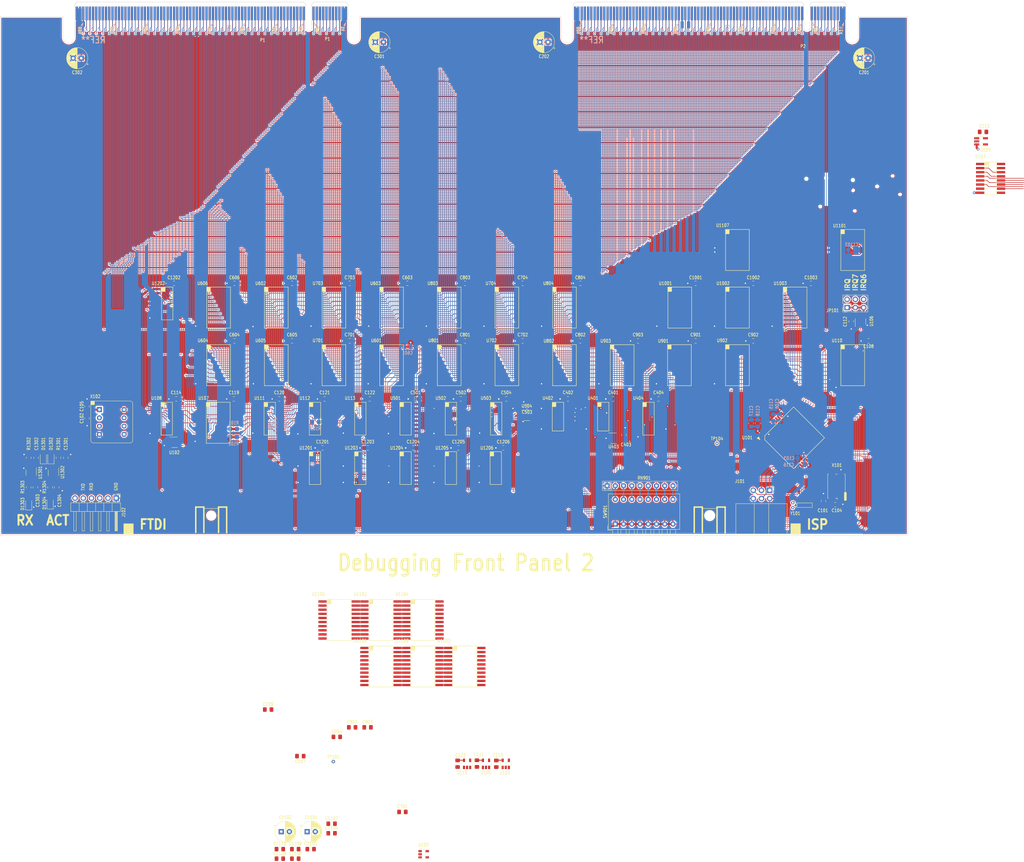
<source format=kicad_pcb>
(kicad_pcb (version 20171130) (host pcbnew 5.1.2-f72e74a~84~ubuntu18.04.1)
  (layers (0 F.Cu mixed) (31 B.Cu mixed) (34 B.Paste user) (35 F.Paste user) (36 B.SilkS user) (37 F.SilkS user) (38 B.Mask user) (39 F.Mask user) (44 Edge.Cuts user hide))
  (net 0 "")
  (net 1 GND)
  (net 2 +5V)
  (net 3 /POWER)
  (net 4 /SWD3)
  (net 5 /SWD2)
  (net 6 /SWD1)
  (net 7 /SWD0)
  (net 8 /SWA3)
  (net 9 /SWA2)
  (net 10 /SWA1)
  (net 11 /SWA0)
  (net 12 /~LTSON)
  (net 13 /ALE)
  (net 14 /FPA3)
  (net 15 /FPA4)
  (net 16 /FPA5)
  (net 17 /FPA6)
  (net 18 /FPA7)
  (net 19 /FPA0)
  (net 20 /FPA1)
  (net 21 /FPA2)
  (net 22 /CLK3)
  (net 23 /CLK4)
  (net 24 /WSTB)
  (net 25 /~RSTHOLD)
  (net 26 /CLK1)
  (net 27 /CLK2)
  (net 28 /T34)
  (net 29 /~RESET)
  (net 30 /~SYSDEV)
  (net 31 /~IODEV1xx)
  (net 32 /~IODEV2xx)
  (net 33 /~IODEV3xx)
  (net 34 /~R)
  (net 35 /~W)
  (net 36 /~ENDEXT)
  (net 37 /~SKIPEXT)
  (net 38 /~MEM)
  (net 39 /~IO)
  (net 40 /~WS)
  (net 41 /~IRQ)
  (net 42 /~IRQS)
  (net 43 /~HALT)
  (net 44 /SCANEN)
  (net 45 /~RD)
  (net 46 /~WR)
  (net 47 /~SCANEN)
  (net 48 /SCANCLK)
  (net 49 "/Left Edge Connector/C29")
  (net 50 "/Left Edge Connector/C31")
  (net 51 "/Left Edge Connector/C33")
  (net 52 "/Left Edge Connector/C28")
  (net 53 "/Left Edge Connector/C30")
  (net 54 "/Left Edge Connector/C32")
  (net 55 "/Left Edge Connector/C34")
  (net 56 /~µCRST)
  (net 57 /MOSI)
  (net 58 /SCK)
  (net 59 /MISO)
  (net 60 /~ROW5)
  (net 61 /~ROW3)
  (net 62 /~ROW2)
  (net 63 /~ROW1)
  (net 64 /~IRQ6)
  (net 65 /~IRQ7)
  (net 66 /CLRWS)
  (net 67 /FPCLKEN)
  (net 68 /~FPRAM~∕ROM)
  (net 69 /~CLR)
  (net 70 /~FPRSTHOLD)
  (net 71 /~FPRESET)
  (net 72 /BUSCP)
  (net 73 /~FPIRQ)
  (net 74 /TXD)
  (net 75 /RXD)
  (net 76 /~WABL)
  (net 77 /~WABH)
  (net 78 /~WDBL)
  (net 79 /~WDBH)
  (net 80 /~WIBL)
  (net 81 /~WIBH)
  (net 82 "/FP Scan Logic/Decoder/~LMOE0")
  (net 83 "/FP Scan Logic/Decoder/~LMOE3")
  (net 84 "/FP Scan Logic/Decoder/~LMOE2")
  (net 85 "/FP Scan Logic/Decoder/~LMOE1")
  (net 86 "/FP Scan Logic/Decoder/~FPOE31")
  (net 87 /~RABL)
  (net 88 /~RABH)
  (net 89 /~RDBL)
  (net 90 /~RDBH)
  (net 91 /~RIBL)
  (net 92 /~RIBH)
  (net 93 /~µSTEP)
  (net 94 /~WAIT)
  (net 95 /~WORL)
  (net 96 /~WORH)
  (net 97 /~RDSR)
  (net 98 /~µCVOE)
  (net 99 "Net-(JP101-Pad1)")
  (net 100 "/Bus Hold/RSVD2")
  (net 101 "/Bus Hold/RSVD3")
  (net 102 "/Bus Hold/RSVD4")
  (net 103 "/Bus Hold/RSVD5")
  (net 104 "/Bus Hold/RSVD6")
  (net 105 "/Bus Hold/RSVD1")
  (net 106 "/Bus Hold/~IRQ0")
  (net 107 "/Bus Hold/~IRQ1")
  (net 108 "/Bus Hold/~IRQ2")
  (net 109 "/Bus Hold/~IRQ3")
  (net 110 "/Bus Hold/~IRQ4")
  (net 111 "/Bus Hold/~IRQ5")
  (net 112 "/Bus Hold/RADDR0")
  (net 113 "/Bus Hold/RADDR1")
  (net 114 "/Bus Hold/RADDR2")
  (net 115 "/Bus Hold/RADDR3")
  (net 116 "/Bus Hold/RADDR4")
  (net 117 "/Bus Hold/WADDR0")
  (net 118 "/Bus Hold/WADDR1")
  (net 119 "/Bus Hold/WADDR2")
  (net 120 "/Bus Hold/WADDR3")
  (net 121 "/Bus Hold/WADDR4")
  (net 122 "/Bus Hold/RSVD7")
  (net 123 "/Bus Hold/RSVD8")
  (net 124 "/Bus Hold/ACTION0")
  (net 125 "/Bus Hold/ACTION1")
  (net 126 "/Bus Hold/ACTION2")
  (net 127 "/Bus Hold/ACTION3")
  (net 128 /~ROW4)
  (net 129 /FPD0)
  (net 130 /FPD1)
  (net 131 /FPD2)
  (net 132 /FPD3)
  (net 133 /FPD4)
  (net 134 /FPD5)
  (net 135 /FPD6)
  (net 136 /FPD7)
  (net 137 /POWEROK)
  (net 138 /FPµSTEP)
  (net 139 /~IBOE)
  (net 140 /~ABOE)
  (net 141 /~DBOE)
  (net 142 /STEP∕~RUN)
  (net 143 /~PANELEN)
  (net 144 /~IOINT)
  (net 145 /µCCLK)
  (net 146 "Net-(U101-Pad23)")
  (net 147 /FPµSTEP-IN)
  (net 148 /FPCLKEN-IN)
  (net 149 /MFD1)
  (net 150 /MFD0)
  (net 151 "/Run Control State Machine/µSTEPPING")
  (net 152 "Net-(U401-Pad8)")
  (net 153 "Net-(U401-Pad6)")
  (net 154 "/Run Control State Machine/STEPPING")
  (net 155 "Net-(U402-Pad9)")
  (net 156 "Net-(U402-Pad8)")
  (net 157 "Net-(U402-Pad6)")
  (net 158 "/Run Control State Machine/RESETTING")
  (net 159 /~DBOE1)
  (net 160 /~WABM)
  (net 161 /~RABM)
  (net 162 /~µCVCPL)
  (net 163 /~µCVCPM)
  (net 164 /~µCVCPH)
  (net 165 "Net-(U1201-Pad14)")
  (net 166 "Net-(U1201-Pad13)")
  (net 167 "Net-(U1201-Pad12)")
  (net 168 "Net-(U1202-Pad10)")
  (net 169 "Net-(U1202-Pad9)")
  (net 170 "Net-(U1202-Pad7)")
  (net 171 /~FPOE9)
  (net 172 /~FPOE15)
  (net 173 /~FPSPHOE)
  (net 174 /~FPOE8)
  (net 175 /~FPDRHOE)
  (net 176 /~FPOE3)
  (net 177 /~FPOE2)
  (net 178 /~FPOE5)
  (net 179 /~FPOE4)
  (net 180 /~FPOE7)
  (net 181 /~FPOE6)
  (net 182 /~FPOE1)
  (net 183 /~FPOE10)
  (net 184 /~FPOE11)
  (net 185 /~FPOE12)
  (net 186 /~FPDRLOE)
  (net 187 /~FPSPLOE)
  (net 188 /~FPOE16)
  (net 189 /~FPOE18)
  (net 190 /~FPOE0)
  (net 191 /~FPOE17)
  (net 192 /FPFETCH∕~EXEC)
  (net 193 /~LED-STOP)
  (net 194 /~LED-FETCH)
  (net 195 "Net-(J102-Pad2)")
  (net 196 "Net-(J102-Pad3)")
  (net 197 "Net-(J102-Pad6)")
  (net 198 "/Left Edge Connector/C35")
  (net 199 "/Left Edge Connector/C37")
  (net 200 "/Left Edge Connector/C36")
  (net 201 /~FPOE19)
  (net 202 /~FPOE28)
  (net 203 /~FPOE22)
  (net 204 /~FPOE24)
  (net 205 /~FPOE26)
  (net 206 /~FPOE29)
  (net 207 /~FPOE21)
  (net 208 /~FPOE23)
  (net 209 /~FPOE25)
  (net 210 /~FPOE27)
  (net 211 /~ORLOE)
  (net 212 /~ORHOE)
  (net 213 /~FPOE13)
  (net 214 /~FPOE14)
  (net 215 /~SCANCLR)
  (net 216 "/Address Decoder & Wait States/~DFPSEL")
  (net 217 "Net-(RN901-Pad2)")
  (net 218 "Net-(RN901-Pad3)")
  (net 219 "Net-(RN901-Pad4)")
  (net 220 "Net-(RN901-Pad5)")
  (net 221 "Net-(RN901-Pad6)")
  (net 222 "Net-(RN901-Pad7)")
  (net 223 "Net-(RN901-Pad8)")
  (net 224 "Net-(RN901-Pad9)")
  (net 225 "Net-(TP101-Pad1)")
  (net 226 "Net-(TP104-Pad1)")
  (net 227 "Net-(U103-Pad7)")
  (net 228 "Net-(U103-Pad9)")
  (net 229 "Net-(U108-Pad9)")
  (net 230 "Net-(U108-Pad7)")
  (net 231 "Net-(U108-Pad6)")
  (net 232 "Net-(U108-Pad5)")
  (net 233 "Net-(U112-Pad11)")
  (net 234 "Net-(U112-Pad10)")
  (net 235 "Net-(U112-Pad9)")
  (net 236 "Net-(U112-Pad7)")
  (net 237 "Net-(U113-Pad7)")
  (net 238 "Net-(U501-Pad14)")
  (net 239 "Net-(U501-Pad13)")
  (net 240 "Net-(U501-Pad12)")
  (net 241 "Net-(U501-Pad11)")
  (net 242 "Net-(U501-Pad10)")
  (net 243 "Net-(U501-Pad9)")
  (net 244 "Net-(U501-Pad7)")
  (net 245 "Net-(U1102-Pad1)")
  (net 246 "Net-(U1102-Pad2)")
  (net 247 "Net-(U1102-Pad3)")
  (net 248 "Net-(U1102-Pad4)")
  (net 249 "Net-(U1102-Pad7)")
  (net 250 "Net-(U1102-Pad8)")
  (net 251 "Net-(U1102-Pad13)")
  (net 252 "Net-(U1102-Pad14)")
  (net 253 "Net-(U1102-Pad17)")
  (net 254 "Net-(U1102-Pad18)")
  (net 255 "Net-(U1102-Pad19)")
  (net 256 "Net-(U1102-Pad20)")
  (net 257 "Net-(U1102-Pad10)")
  (net 258 "Net-(U1102-Pad9)")
  (net 259 "Net-(U1102-Pad11)")
  (net 260 "Net-(U1102-Pad12)")
  (net 261 "Net-(U1103-Pad12)")
  (net 262 "Net-(U1103-Pad11)")
  (net 263 "Net-(U1103-Pad9)")
  (net 264 "Net-(U1103-Pad10)")
  (net 265 "Net-(U1103-Pad20)")
  (net 266 "Net-(U1103-Pad19)")
  (net 267 "Net-(U1103-Pad18)")
  (net 268 "Net-(U1103-Pad17)")
  (net 269 "Net-(U1103-Pad14)")
  (net 270 "Net-(U1103-Pad13)")
  (net 271 "Net-(U1103-Pad8)")
  (net 272 "Net-(U1103-Pad7)")
  (net 273 "Net-(U1103-Pad4)")
  (net 274 "Net-(U1103-Pad3)")
  (net 275 "Net-(U1103-Pad2)")
  (net 276 "Net-(U1103-Pad1)")
  (net 277 "Net-(U1104-Pad12)")
  (net 278 "Net-(U1104-Pad11)")
  (net 279 "Net-(U1104-Pad9)")
  (net 280 "Net-(U1104-Pad10)")
  (net 281 "Net-(U1104-Pad20)")
  (net 282 "Net-(U1104-Pad19)")
  (net 283 "Net-(U1104-Pad18)")
  (net 284 "Net-(U1104-Pad17)")
  (net 285 "Net-(U1104-Pad14)")
  (net 286 "Net-(U1104-Pad13)")
  (net 287 "Net-(U1104-Pad8)")
  (net 288 "Net-(U1104-Pad7)")
  (net 289 "Net-(U1104-Pad4)")
  (net 290 "Net-(U1104-Pad3)")
  (net 291 "Net-(U1104-Pad2)")
  (net 292 "Net-(U1104-Pad1)")
  (net 293 "Net-(U1105-Pad1)")
  (net 294 "Net-(U1105-Pad2)")
  (net 295 "Net-(U1105-Pad3)")
  (net 296 "Net-(U1105-Pad4)")
  (net 297 "Net-(U1105-Pad7)")
  (net 298 "Net-(U1105-Pad8)")
  (net 299 "Net-(U1105-Pad13)")
  (net 300 "Net-(U1105-Pad14)")
  (net 301 "Net-(U1105-Pad17)")
  (net 302 "Net-(U1105-Pad18)")
  (net 303 "Net-(U1105-Pad19)")
  (net 304 "Net-(U1105-Pad20)")
  (net 305 "Net-(U1105-Pad10)")
  (net 306 "Net-(U1105-Pad9)")
  (net 307 "Net-(U1105-Pad11)")
  (net 308 "Net-(U1105-Pad12)")
  (net 309 "Net-(U1106-Pad12)")
  (net 310 "Net-(U1106-Pad11)")
  (net 311 "Net-(U1106-Pad9)")
  (net 312 "Net-(U1106-Pad10)")
  (net 313 "Net-(U1106-Pad20)")
  (net 314 "Net-(U1106-Pad19)")
  (net 315 "Net-(U1106-Pad18)")
  (net 316 "Net-(U1106-Pad17)")
  (net 317 "Net-(U1106-Pad14)")
  (net 318 "Net-(U1106-Pad13)")
  (net 319 "Net-(U1106-Pad8)")
  (net 320 "Net-(U1106-Pad7)")
  (net 321 "Net-(U1106-Pad4)")
  (net 322 "Net-(U1106-Pad3)")
  (net 323 "Net-(U1106-Pad2)")
  (net 324 "Net-(U1106-Pad1)")
  (net 325 "Net-(U1107-Pad13)")
  (net 326 "Net-(U1107-Pad14)")
  (net 327 "Net-(U1107-Pad17)")
  (net 328 "Net-(U1107-Pad18)")
  (net 329 "Net-(U1107-Pad19)")
  (net 330 "Net-(U1107-Pad20)")
  (net 331 "Net-(U1108-Pad1)")
  (net 332 "Net-(U1108-Pad2)")
  (net 333 "Net-(U1108-Pad3)")
  (net 334 "Net-(U1108-Pad4)")
  (net 335 "Net-(U1108-Pad7)")
  (net 336 "Net-(U1108-Pad8)")
  (net 337 "Net-(U1108-Pad13)")
  (net 338 "Net-(U1108-Pad14)")
  (net 339 "Net-(U1108-Pad17)")
  (net 340 "Net-(U1108-Pad18)")
  (net 341 "Net-(U1108-Pad19)")
  (net 342 "Net-(U1108-Pad20)")
  (net 343 "Net-(U1108-Pad10)")
  (net 344 "Net-(U1108-Pad9)")
  (net 345 "Net-(U1108-Pad11)")
  (net 346 "Net-(U1108-Pad12)")
  (net 347 "Net-(U1201-Pad15)")
  (net 348 "Net-(U1001-Pad12)")
  (net 349 "Net-(U1001-Pad14)")
  (net 350 "Net-(U1001-Pad13)")
  (net 351 "Net-(U1002-Pad12)")
  (net 352 "Net-(U1002-Pad14)")
  (net 353 "Net-(U1002-Pad13)")
  (net 354 "Net-(U1003-Pad12)")
  (net 355 "Net-(U1003-Pad15)")
  (net 356 "Net-(U1003-Pad14)")
  (net 357 "Net-(U1003-Pad13)")
  (net 358 /~FPOE30)
  (net 359 "Net-(C1301-Pad1)")
  (net 360 "Net-(C1302-Pad1)")
  (net 361 "Net-(D1303-Pad2)")
  (net 362 "Net-(D1304-Pad2)")
  (net 363 "Net-(R1303-Pad2)")
  (net 364 "Net-(R1304-Pad2)")
  (net 365 "Net-(U101-Pad18)")
  (net 366 "Net-(U101-Pad19)")
  (net 367 "Net-(U502-Pad5)")
  (net 368 "Net-(U502-Pad7)")
  (net 369 "Net-(U502-Pad9)")
  (net 370 "Net-(U503-Pad6)")
  (net 371 "/Address Bus Pod/AB0")
  (net 372 "/Address Bus Pod/AB1")
  (net 373 "/Address Bus Pod/AB2")
  (net 374 "/Address Bus Pod/AB3")
  (net 375 "/Address Bus Pod/AB4")
  (net 376 "/Address Bus Pod/AB5")
  (net 377 "/Address Bus Pod/AB6")
  (net 378 "/Address Bus Pod/AB7")
  (net 379 "/Address Bus Pod/AB8")
  (net 380 "/Address Bus Pod/AB9")
  (net 381 "/Address Bus Pod/AB10")
  (net 382 "/Address Bus Pod/AB11")
  (net 383 "/Address Bus Pod/AB12")
  (net 384 "/Address Bus Pod/AB13")
  (net 385 "/Address Bus Pod/AB14")
  (net 386 "/Address Bus Pod/AB15")
  (net 387 "/Address Bus Pod/AB16")
  (net 388 "/Address Bus Pod/AB17")
  (net 389 "/Address Bus Pod/AB18")
  (net 390 "/Address Bus Pod/AB19")
  (net 391 "/Address Bus Pod/AB20")
  (net 392 "/Address Bus Pod/AB21")
  (net 393 "/Address Bus Pod/AB22")
  (net 394 "/Address Bus Pod/AB23")
  (net 395 "/Bus Hold/DB7")
  (net 396 "/Bus Hold/DB6")
  (net 397 "/Bus Hold/DB5")
  (net 398 "/Bus Hold/DB4")
  (net 399 "/Bus Hold/DB3")
  (net 400 "/Bus Hold/DB2")
  (net 401 "/Bus Hold/DB1")
  (net 402 "/Bus Hold/DB0")
  (net 403 "/Bus Hold/DB15")
  (net 404 "/Bus Hold/DB14")
  (net 405 "/Bus Hold/DB13")
  (net 406 "/Bus Hold/DB12")
  (net 407 "/Bus Hold/DB11")
  (net 408 "/Bus Hold/DB10")
  (net 409 "/Bus Hold/DB9")
  (net 410 "/Bus Hold/DB8")
  (net 411 "/Bus Hold/IBUS5")
  (net 412 "/Bus Hold/IBUS4")
  (net 413 "/Bus Hold/IBUS3")
  (net 414 "/Bus Hold/IBUS2")
  (net 415 "/Bus Hold/IBUS1")
  (net 416 "/Bus Hold/IBUS0")
  (net 417 "/Bus Hold/IBUS15")
  (net 418 "/Bus Hold/IBUS14")
  (net 419 "/Bus Hold/IBUS13")
  (net 420 "/Bus Hold/IBUS12")
  (net 421 "/Bus Hold/IBUS11")
  (net 422 "/Bus Hold/IBUS10")
  (net 423 "/Bus Hold/IBUS9")
  (net 424 "/Bus Hold/IBUS8")
  (net 425 "/Bus Hold/IBUS7")
  (net 426 "/Bus Hold/IBUS6")
  (net 427 /~FPHALT)
  (module alexios:SOIC-16 (layer F.Cu) (at 109.589 146.639)
    (fp_text reference U1202 (at -1.6 -1.778) (layer F.SilkS) (effects (font (size 1 0.83)) (justify left)))
    (fp_text value 74HC138)
    (pad 16 smd rect (at 6.466 0) (size 2.54 0.72) (layers F.Cu F.Paste F.Mask) (net 2 +5V))
    (pad 15 smd rect (at 6.466 1.27) (size 2.54 0.72) (layers F.Cu F.Paste F.Mask) (net 63 /~ROW1))
    (pad 14 smd rect (at 6.466 2.54) (size 2.54 0.72) (layers F.Cu F.Paste F.Mask) (net 62 /~ROW2))
    (pad 13 smd rect (at 6.466 3.81) (size 2.54 0.72) (layers F.Cu F.Paste F.Mask) (net 61 /~ROW3))
    (pad 12 smd rect (at 6.466 5.08) (size 2.54 0.72) (layers F.Cu F.Paste F.Mask) (net 128 /~ROW4))
    (pad 11 smd rect (at 6.466 6.35) (size 2.54 0.72) (layers F.Cu F.Paste F.Mask) (net 60 /~ROW5))
    (pad 10 smd rect (at 6.466 7.62) (size 2.54 0.72) (layers F.Cu F.Paste F.Mask) (net 168 "Net-(U1202-Pad10)"))
    (pad 9 smd rect (at 6.466 8.89) (size 2.54 0.72) (layers F.Cu F.Paste F.Mask) (net 169 "Net-(U1202-Pad9)"))
    (pad 8 smd rect (at 0.008 8.89) (size 2.54 0.72) (layers F.Cu F.Paste F.Mask) (net 1 GND))
    (pad 7 smd rect (at 0.008 7.62) (size 2.54 0.72) (layers F.Cu F.Paste F.Mask) (net 170 "Net-(U1202-Pad7)"))
    (pad 6 smd rect (at 0.008 6.35) (size 2.54 0.72) (layers F.Cu F.Paste F.Mask) (net 2 +5V))
    (pad 5 smd rect (at 0.008 5.08) (size 2.54 0.72) (layers F.Cu F.Paste F.Mask) (net 1 GND))
    (pad 4 smd rect (at 0.008 3.81) (size 2.54 0.72) (layers F.Cu F.Paste F.Mask) (net 1 GND))
    (pad 3 smd rect (at 0 2.54) (size 2.54 0.72) (layers F.Cu F.Paste F.Mask) (net 15 /FPA4))
    (pad 2 smd rect (at 0 1.27) (size 2.54 0.72) (layers F.Cu F.Paste F.Mask) (net 14 /FPA3))
    (pad 1 smd rect (at 0.012 0) (size 2.54 0.72) (layers F.Cu F.Paste F.Mask) (net 21 /FPA2))
  )
  (module Capacitor_SMD:C_0805_2012Metric_Pad1.15x1.40mm_HandSolder (layer B.Cu) (at 186.941 164.419 180)
    (fp_text reference C601 (at 0 -1.905) (layer B.SilkS) (effects (font (size 1 0.83)) (justify mirror)))
    (fp_text value 100nF)
    (pad 2 smd roundrect (at 1.025 0 180) (size 1.15 1.4) (layers B.Cu B.Paste B.Mask) (roundrect_rratio 0.217391) (net 1 GND))
    (pad 1 smd roundrect (at -1.025 0 180) (size 1.15 1.4) (layers B.Cu B.Paste B.Mask) (roundrect_rratio 0.217391) (net 2 +5V))
  )
  (module Capacitor_SMD:C_0805_2012Metric_Pad1.15x1.40mm_HandSolder (layer B.Cu) (at 301.74 186.263 270)
    (fp_text reference C106 (at -4.191 0.762 270) (layer B.SilkS) (effects (font (size 1 0.83)) (justify mirror)))
    (fp_text value 1µF)
    (pad 2 smd roundrect (at 1.025 0 270) (size 1.15 1.4) (layers B.Cu B.Paste B.Mask) (roundrect_rratio 0.217391) (net 1 GND))
    (pad 1 smd roundrect (at -1.025 0 270) (size 1.15 1.4) (layers B.Cu B.Paste B.Mask) (roundrect_rratio 0.217391) (net 2 +5V))
  )
  (module alexios:SOIC-14 (layer F.Cu) (at 244.082 182.199)
    (fp_text reference U401 (at -1.6 -1.905) (layer F.SilkS) (effects (font (size 1 0.83)) (justify left)))
    (fp_text value 74HC74)
    (pad 14 smd rect (at 6.466 0) (size 2.54 0.72) (layers F.Cu F.Paste F.Mask) (net 2 +5V))
    (pad 13 smd rect (at 6.466 1.27) (size 2.54 0.72) (layers F.Cu F.Paste F.Mask) (net 69 /~CLR))
    (pad 12 smd rect (at 6.466 2.54) (size 2.54 0.72) (layers F.Cu F.Paste F.Mask) (net 1 GND))
    (pad 11 smd rect (at 6.466 3.81) (size 2.54 0.72) (layers F.Cu F.Paste F.Mask) (net 23 /CLK4))
    (pad 10 smd rect (at 6.466 5.08) (size 2.54 0.72) (layers F.Cu F.Paste F.Mask) (net 93 /~µSTEP))
    (pad 9 smd rect (at 6.466 6.35) (size 2.54 0.72) (layers F.Cu F.Paste F.Mask) (net 151 "/Run Control State Machine/µSTEPPING"))
    (pad 8 smd rect (at 6.466 7.62) (size 2.54 0.72) (layers F.Cu F.Paste F.Mask) (net 152 "Net-(U401-Pad8)"))
    (pad 7 smd rect (at 0.008 7.62) (size 2.54 0.72) (layers F.Cu F.Paste F.Mask) (net 1 GND))
    (pad 6 smd rect (at 0.008 6.35) (size 2.54 0.72) (layers F.Cu F.Paste F.Mask) (net 153 "Net-(U401-Pad6)"))
    (pad 5 smd rect (at 0.008 5.08) (size 2.54 0.72) (layers F.Cu F.Paste F.Mask) (net 154 "/Run Control State Machine/STEPPING"))
    (pad 4 smd rect (at 0.008 3.81) (size 2.54 0.72) (layers F.Cu F.Paste F.Mask) (net 142 /STEP∕~RUN))
    (pad 3 smd rect (at 0 2.54) (size 2.54 0.72) (layers F.Cu F.Paste F.Mask) (net 192 /FPFETCH∕~EXEC))
    (pad 2 smd rect (at 0 1.27) (size 2.54 0.72) (layers F.Cu F.Paste F.Mask) (net 1 GND))
    (pad 1 smd rect (at 0.012 0) (size 2.54 0.72) (layers F.Cu F.Paste F.Mask) (net 69 /~CLR))
  )
  (module alexios:SOIC-14 (layer F.Cu) (at 230.112 182.199)
    (fp_text reference U402 (at -1.6 -1.905) (layer F.SilkS) (effects (font (size 1 0.83)) (justify left)))
    (fp_text value 74HC74)
    (pad 14 smd rect (at 6.466 0) (size 2.54 0.72) (layers F.Cu F.Paste F.Mask) (net 2 +5V))
    (pad 13 smd rect (at 6.466 1.27) (size 2.54 0.72) (layers F.Cu F.Paste F.Mask) (net 1 GND))
    (pad 12 smd rect (at 6.466 2.54) (size 2.54 0.72) (layers F.Cu F.Paste F.Mask) (net 1 GND))
    (pad 11 smd rect (at 6.466 3.81) (size 2.54 0.72) (layers F.Cu F.Paste F.Mask) (net 1 GND))
    (pad 10 smd rect (at 6.466 5.08) (size 2.54 0.72) (layers F.Cu F.Paste F.Mask) (net 1 GND))
    (pad 9 smd rect (at 6.466 6.35) (size 2.54 0.72) (layers F.Cu F.Paste F.Mask) (net 155 "Net-(U402-Pad9)"))
    (pad 8 smd rect (at 6.466 7.62) (size 2.54 0.72) (layers F.Cu F.Paste F.Mask) (net 156 "Net-(U402-Pad8)"))
    (pad 7 smd rect (at 0.008 7.62) (size 2.54 0.72) (layers F.Cu F.Paste F.Mask) (net 1 GND))
    (pad 6 smd rect (at 0.008 6.35) (size 2.54 0.72) (layers F.Cu F.Paste F.Mask) (net 157 "Net-(U402-Pad6)"))
    (pad 5 smd rect (at 0.008 5.08) (size 2.54 0.72) (layers F.Cu F.Paste F.Mask) (net 158 "/Run Control State Machine/RESETTING"))
    (pad 4 smd rect (at 0.008 3.81) (size 2.54 0.72) (layers F.Cu F.Paste F.Mask) (net 29 /~RESET))
    (pad 3 smd rect (at 0 2.54) (size 2.54 0.72) (layers F.Cu F.Paste F.Mask) (net 25 /~RSTHOLD))
    (pad 2 smd rect (at 0 1.27) (size 2.54 0.72) (layers F.Cu F.Paste F.Mask) (net 1 GND))
    (pad 1 smd rect (at 0.012 0) (size 2.54 0.72) (layers F.Cu F.Paste F.Mask) (net 69 /~CLR))
  )
  (module alexios:SOIC-16 (layer F.Cu) (at 258.04 182.199)
    (fp_text reference U404 (at -1.6 -1.905) (layer F.SilkS) (effects (font (size 1 0.83)) (justify left)))
    (fp_text value 74HC253)
    (pad 16 smd rect (at 6.466 0) (size 2.54 0.72) (layers F.Cu F.Paste F.Mask) (net 2 +5V))
    (pad 15 smd rect (at 6.466 1.27) (size 2.54 0.72) (layers F.Cu F.Paste F.Mask) (net 158 "/Run Control State Machine/RESETTING"))
    (pad 14 smd rect (at 6.466 2.54) (size 2.54 0.72) (layers F.Cu F.Paste F.Mask) (net 154 "/Run Control State Machine/STEPPING"))
    (pad 13 smd rect (at 6.466 3.81) (size 2.54 0.72) (layers F.Cu F.Paste F.Mask) (net 147 /FPµSTEP-IN))
    (pad 12 smd rect (at 6.466 5.08) (size 2.54 0.72) (layers F.Cu F.Paste F.Mask) (net 147 /FPµSTEP-IN))
    (pad 11 smd rect (at 6.466 6.35) (size 2.54 0.72) (layers F.Cu F.Paste F.Mask) (net 147 /FPµSTEP-IN))
    (pad 10 smd rect (at 6.466 7.62) (size 2.54 0.72) (layers F.Cu F.Paste F.Mask) (net 1 GND))
    (pad 9 smd rect (at 6.466 8.89) (size 2.54 0.72) (layers F.Cu F.Paste F.Mask) (net 138 /FPµSTEP))
    (pad 8 smd rect (at 0.008 8.89) (size 2.54 0.72) (layers F.Cu F.Paste F.Mask) (net 1 GND))
    (pad 7 smd rect (at 0.008 7.62) (size 2.54 0.72) (layers F.Cu F.Paste F.Mask) (net 67 /FPCLKEN))
    (pad 6 smd rect (at 0.008 6.35) (size 2.54 0.72) (layers F.Cu F.Paste F.Mask) (net 1 GND))
    (pad 5 smd rect (at 0.008 5.08) (size 2.54 0.72) (layers F.Cu F.Paste F.Mask) (net 148 /FPCLKEN-IN))
    (pad 4 smd rect (at 0.008 3.81) (size 2.54 0.72) (layers F.Cu F.Paste F.Mask) (net 148 /FPCLKEN-IN))
    (pad 3 smd rect (at 0 2.54) (size 2.54 0.72) (layers F.Cu F.Paste F.Mask) (net 148 /FPCLKEN-IN))
    (pad 2 smd rect (at 0 1.27) (size 2.54 0.72) (layers F.Cu F.Paste F.Mask) (net 151 "/Run Control State Machine/µSTEPPING"))
    (pad 1 smd rect (at 0.012 0) (size 2.54 0.72) (layers F.Cu F.Paste F.Mask) (net 158 "/Run Control State Machine/RESETTING"))
  )
  (module Package_TO_SOT_SMD:SOT-23-6 (layer F.Cu) (at 250.516 192.674)
    (fp_text reference U403 (at 0.043 2.606) (layer F.SilkS) (effects (font (size 1 0.83))))
    (fp_text value 74LVC1G11)
    (pad 1 smd rect (at -1.1 -0.95) (size 1.06 0.65) (layers F.Cu F.Paste F.Mask) (net 157 "Net-(U402-Pad6)"))
    (pad 2 smd rect (at -1.1 0) (size 1.06 0.65) (layers F.Cu F.Paste F.Mask) (net 1 GND))
    (pad 3 smd rect (at -1.1 0.95) (size 1.06 0.65) (layers F.Cu F.Paste F.Mask) (net 152 "Net-(U401-Pad8)"))
    (pad 4 smd rect (at 1.1 0.95) (size 1.06 0.65) (layers F.Cu F.Paste F.Mask) (net 94 /~WAIT))
    (pad 6 smd rect (at 1.1 -0.95) (size 1.06 0.65) (layers F.Cu F.Paste F.Mask) (net 153 "Net-(U401-Pad6)"))
    (pad 5 smd rect (at 1.1 0) (size 1.06 0.65) (layers F.Cu F.Paste F.Mask) (net 2 +5V))
  )
  (module alexios:CFT-2019-Card-Edge-P2-Connector (layer F.Cu) (at 167.979 61.549)
    (fp_text reference P1 (at -25.7 8.25 180) (layer F.SilkS) (effects (font (size 1 0.83))))
    (fp_text value CFT-2019-Bus)
    (fp_text user B70 (at -71.9 3.9 90) (layer B.SilkS) (effects (font (size 1 0.83)) (justify left mirror)))
    (fp_text user B80 (at -81.9 3.9 90) (layer B.SilkS) (effects (font (size 1 0.83)) (justify left mirror)))
    (fp_text user B40 (at -41.9 3.9 90) (layer B.SilkS) (effects (font (size 1 0.83)) (justify left mirror)))
    (fp_text user B30 (at -31.9 3.9 90) (layer B.SilkS) (effects (font (size 1 0.83)) (justify left mirror)))
    (fp_text user B20 (at -21.9 3.9 90) (layer B.SilkS) (effects (font (size 1 0.83)) (justify left mirror)))
    (fp_text user B12 (at -13.9 3.9 90) (layer B.SilkS) (effects (font (size 1 0.83)) (justify left mirror)))
    (fp_text user %R (at -36 4.2 180) (layer B.SilkS) (effects (font (size 1 0.83))))
    (fp_text user A1 (at -1.016 5.588 270) (layer F.SilkS) (effects (font (size 1 0.83)) (justify left)))
    (fp_text user A11 (at -8.8 6.54 270) (layer F.SilkS) (effects (font (size 1 0.83)) (justify left)))
    (fp_text user A20 (at -22 6.54 270) (layer F.SilkS) (effects (font (size 1 0.83)) (justify left)))
    (fp_text user A30 (at -32 6.54 270) (layer F.SilkS) (effects (font (size 1 0.83)) (justify left)))
    (fp_text user A40 (at -42 6.54 270) (layer F.SilkS) (effects (font (size 1 0.83)) (justify left)))
    (fp_text user A50 (at -52 6.54 270) (layer F.SilkS) (effects (font (size 1 0.83)) (justify left)))
    (fp_text user A60 (at -62 6.54 270) (layer F.SilkS) (effects (font (size 1 0.83)) (justify left)))
    (fp_text user A70 (at -72 6.54 270) (layer F.SilkS) (effects (font (size 1 0.83)) (justify left)))
    (fp_text user A80 (at -82 6.54 270) (layer F.SilkS) (effects (font (size 1 0.83)) (justify left)))
    (fp_text user A12 (at -14 6.54 270) (layer F.SilkS) (effects (font (size 1 0.83)) (justify left)))
    (fp_text user REF** (at -77.9 8.2 180) (layer B.SilkS) (effects (font (size 2 1.75) (thickness 0.3)) (justify mirror)))
    (fp_text user B1 (at -0.9 3.9 90) (layer B.SilkS) (effects (font (size 1 0.83)) (justify left mirror)))
    (fp_text user B11 (at -8.7 6.4 90) (layer B.SilkS) (effects (font (size 1 0.83)) (justify right mirror)))
    (fp_text user %R (at -5.7 7.9 180) (layer F.SilkS) (effects (font (size 1 0.83))))
    (fp_text user B60 (at -61.9 3.9 90) (layer B.SilkS) (effects (font (size 1 0.83)) (justify left mirror)))
    (fp_text user B50 (at -51.9 3.9 90) (layer B.SilkS) (effects (font (size 1 0.83)) (justify left mirror)))
    (pad B74 connect rect (at -75 0 180) (size 0.7 4.2) (layers B.Cu B.Mask) (net 52 "/Left Edge Connector/C28"))
    (pad B49 connect rect (at -50 0 180) (size 0.7 4.2) (layers B.Cu B.Mask) (net 130 /FPD1))
    (pad B48 connect rect (at -49 0 180) (size 0.7 4.2) (layers B.Cu B.Mask) (net 129 /FPD0))
    (pad A40 connect rect (at -41 0 180) (size 0.7 4.2) (layers F.Cu F.Mask) (net 385 "/Address Bus Pod/AB14"))
    (pad A39 connect rect (at -40 0 180) (size 0.7 4.2) (layers F.Cu F.Mask) (net 384 "/Address Bus Pod/AB13"))
    (pad A38 connect rect (at -39 0 180) (size 0.7 4.2) (layers F.Cu F.Mask) (net 383 "/Address Bus Pod/AB12"))
    (pad A37 connect rect (at -38 0 180) (size 0.7 4.2) (layers F.Cu F.Mask) (net 382 "/Address Bus Pod/AB11"))
    (pad A36 connect rect (at -37 0 180) (size 0.7 4.2) (layers F.Cu F.Mask) (net 381 "/Address Bus Pod/AB10"))
    (pad A35 connect rect (at -36 0 180) (size 0.7 4.2) (layers F.Cu F.Mask) (net 380 "/Address Bus Pod/AB9"))
    (pad A34 connect rect (at -35 0 180) (size 0.7 4.2) (layers F.Cu F.Mask) (net 379 "/Address Bus Pod/AB8"))
    (pad A33 connect rect (at -34 0 180) (size 0.7 4.2) (layers F.Cu F.Mask) (net 104 "/Bus Hold/RSVD6"))
    (pad A32 connect rect (at -33 0 180) (size 0.7 4.2) (layers F.Cu F.Mask) (net 103 "/Bus Hold/RSVD5"))
    (pad A31 connect rect (at -32 0 180) (size 0.7 4.2) (layers F.Cu F.Mask) (net 102 "/Bus Hold/RSVD4"))
    (pad A30 connect rect (at -31 0 180) (size 0.7 4.2) (layers F.Cu F.Mask) (net 101 "/Bus Hold/RSVD3"))
    (pad A29 connect rect (at -30 0 180) (size 0.7 4.2) (layers F.Cu F.Mask) (net 100 "/Bus Hold/RSVD2"))
    (pad A28 connect rect (at -29 0 180) (size 0.7 4.2) (layers F.Cu F.Mask) (net 35 /~W))
    (pad A27 connect rect (at -28 0 180) (size 0.7 4.2) (layers F.Cu F.Mask) (net 34 /~R))
    (pad A26 connect rect (at -27 0 180) (size 0.7 4.2) (layers F.Cu F.Mask) (net 33 /~IODEV3xx))
    (pad A25 connect rect (at -26 0 180) (size 0.7 4.2) (layers F.Cu F.Mask) (net 32 /~IODEV2xx))
    (pad A24 connect rect (at -25 0 180) (size 0.7 4.2) (layers F.Cu F.Mask) (net 31 /~IODEV1xx))
    (pad A23 connect rect (at -24 0 180) (size 0.7 4.2) (layers F.Cu F.Mask) (net 30 /~SYSDEV))
    (pad A22 connect rect (at -23 0 180) (size 0.7 4.2) (layers F.Cu F.Mask) (net 395 "/Bus Hold/DB7"))
    (pad A21 connect rect (at -22 0 180) (size 0.7 4.2) (layers F.Cu F.Mask) (net 396 "/Bus Hold/DB6"))
    (pad A20 connect rect (at -21 0 180) (size 0.7 4.2) (layers F.Cu F.Mask) (net 397 "/Bus Hold/DB5"))
    (pad A19 connect rect (at -20 0 180) (size 0.7 4.2) (layers F.Cu F.Mask) (net 398 "/Bus Hold/DB4"))
    (pad A18 connect rect (at -19 0 180) (size 0.7 4.2) (layers F.Cu F.Mask) (net 399 "/Bus Hold/DB3"))
    (pad A17 connect rect (at -18 0 180) (size 0.7 4.2) (layers F.Cu F.Mask) (net 400 "/Bus Hold/DB2"))
    (pad A16 connect rect (at -17 0 180) (size 0.7 4.2) (layers F.Cu F.Mask) (net 401 "/Bus Hold/DB1"))
    (pad A15 connect rect (at -16 0 180) (size 0.7 4.2) (layers F.Cu F.Mask) (net 402 "/Bus Hold/DB0"))
    (pad A14 connect rect (at -15 0 180) (size 0.7 4.2) (layers F.Cu F.Mask) (net 378 "/Address Bus Pod/AB7"))
    (pad A13 connect rect (at -14 0 180) (size 0.7 4.2) (layers F.Cu F.Mask) (net 377 "/Address Bus Pod/AB6"))
    (pad B12 connect rect (at -13 0 180) (size 0.7 4.2) (layers B.Cu B.Mask) (net 411 "/Bus Hold/IBUS5"))
    (pad B11 connect rect (at -10 0 180) (size 0.7 4.2) (layers B.Cu B.Mask) (net 412 "/Bus Hold/IBUS4"))
    (pad B10 connect rect (at -9 0 180) (size 0.7 4.2) (layers B.Cu B.Mask) (net 413 "/Bus Hold/IBUS3"))
    (pad B9 connect rect (at -8 0 180) (size 0.7 4.2) (layers B.Cu B.Mask) (net 414 "/Bus Hold/IBUS2"))
    (pad B8 connect rect (at -7 0 180) (size 0.7 4.2) (layers B.Cu B.Mask) (net 415 "/Bus Hold/IBUS1"))
    (pad B7 connect rect (at -6 0 180) (size 0.7 4.2) (layers B.Cu B.Mask) (net 416 "/Bus Hold/IBUS0"))
    (pad B6 connect rect (at -5 0 180) (size 0.7 4.2) (layers B.Cu B.Mask) (net 29 /~RESET))
    (pad B5 connect rect (at -4 0 180) (size 0.7 4.2) (layers B.Cu B.Mask) (net 28 /T34))
    (pad B4 connect rect (at -3 0 180) (size 0.7 4.2) (layers B.Cu B.Mask) (net 27 /CLK2))
    (pad B3 connect rect (at -2 0 180) (size 0.7 4.2) (layers B.Cu B.Mask) (net 26 /CLK1))
    (pad B2 connect rect (at -1 0 180) (size 0.7 4.2) (layers B.Cu B.Mask) (net 1 GND))
    (pad B1 connect rect (at 0 0 180) (size 0.7 4.2) (layers B.Cu B.Mask) (net 1 GND))
    (pad A12 connect rect (at -13 0 180) (size 0.7 4.2) (layers F.Cu F.Mask) (net 376 "/Address Bus Pod/AB5"))
    (pad A11 connect rect (at -10 0 180) (size 0.7 4.2) (layers F.Cu F.Mask) (net 375 "/Address Bus Pod/AB4"))
    (pad B52 connect rect (at -53 0 180) (size 0.7 4.2) (layers B.Cu B.Mask) (net 133 /FPD4))
    (pad B51 connect rect (at -52 0 180) (size 0.7 4.2) (layers B.Cu B.Mask) (net 132 /FPD3))
    (pad B50 connect rect (at -51 0 180) (size 0.7 4.2) (layers B.Cu B.Mask) (net 131 /FPD2))
    (pad B42 connect rect (at -43 0 180) (size 0.7 4.2) (layers B.Cu B.Mask) (net 41 /~IRQ))
    (pad B41 connect rect (at -42 0 180) (size 0.7 4.2) (layers B.Cu B.Mask) (net 417 "/Bus Hold/IBUS15"))
    (pad B40 connect rect (at -41 0 180) (size 0.7 4.2) (layers B.Cu B.Mask) (net 418 "/Bus Hold/IBUS14"))
    (pad B39 connect rect (at -40 0 180) (size 0.7 4.2) (layers B.Cu B.Mask) (net 419 "/Bus Hold/IBUS13"))
    (pad B38 connect rect (at -39 0 180) (size 0.7 4.2) (layers B.Cu B.Mask) (net 420 "/Bus Hold/IBUS12"))
    (pad A79 connect rect (at -80 0 180) (size 0.7 4.2) (layers F.Cu F.Mask) (net 199 "/Left Edge Connector/C37"))
    (pad A78 connect rect (at -79 0 180) (size 0.7 4.2) (layers F.Cu F.Mask) (net 198 "/Left Edge Connector/C35"))
    (pad A77 connect rect (at -78 0 180) (size 0.7 4.2) (layers F.Cu F.Mask) (net 51 "/Left Edge Connector/C33"))
    (pad A76 connect rect (at -77 0 180) (size 0.7 4.2) (layers F.Cu F.Mask) (net 50 "/Left Edge Connector/C31"))
    (pad A75 connect rect (at -76 0 180) (size 0.7 4.2) (layers F.Cu F.Mask) (net 49 "/Left Edge Connector/C29"))
    (pad A74 connect rect (at -75 0 180) (size 0.7 4.2) (layers F.Cu F.Mask) (net 3 /POWER))
    (pad A73 connect rect (at -74 0 180) (size 0.7 4.2) (layers F.Cu F.Mask) (net 37 /~SKIPEXT))
    (pad A72 connect rect (at -73 0 180) (size 0.7 4.2) (layers F.Cu F.Mask) (net 36 /~ENDEXT))
    (pad A71 connect rect (at -72 0 180) (size 0.7 4.2) (layers F.Cu F.Mask) (net 4 /SWD3))
    (pad A70 connect rect (at -71 0 180) (size 0.7 4.2) (layers F.Cu F.Mask) (net 65 /~IRQ7))
    (pad A69 connect rect (at -70 0 180) (size 0.7 4.2) (layers F.Cu F.Mask) (net 6 /SWD1))
    (pad A68 connect rect (at -69 0 180) (size 0.7 4.2) (layers F.Cu F.Mask) (net 64 /~IRQ6))
    (pad A67 connect rect (at -68 0 180) (size 0.7 4.2) (layers F.Cu F.Mask) (net 111 "/Bus Hold/~IRQ5"))
    (pad A66 connect rect (at -67 0 180) (size 0.7 4.2) (layers F.Cu F.Mask) (net 8 /SWA3))
    (pad A65 connect rect (at -66 0 180) (size 0.7 4.2) (layers F.Cu F.Mask) (net 9 /SWA2))
    (pad A64 connect rect (at -65 0 180) (size 0.7 4.2) (layers F.Cu F.Mask) (net 10 /SWA1))
    (pad A63 connect rect (at -64 0 180) (size 0.7 4.2) (layers F.Cu F.Mask) (net 403 "/Bus Hold/DB15"))
    (pad A62 connect rect (at -63 0 180) (size 0.7 4.2) (layers F.Cu F.Mask) (net 404 "/Bus Hold/DB14"))
    (pad A61 connect rect (at -62 0 180) (size 0.7 4.2) (layers F.Cu F.Mask) (net 405 "/Bus Hold/DB13"))
    (pad A60 connect rect (at -61 0 180) (size 0.7 4.2) (layers F.Cu F.Mask) (net 406 "/Bus Hold/DB12"))
    (pad A59 connect rect (at -60 0 180) (size 0.7 4.2) (layers F.Cu F.Mask) (net 407 "/Bus Hold/DB11"))
    (pad A58 connect rect (at -59 0 180) (size 0.7 4.2) (layers F.Cu F.Mask) (net 408 "/Bus Hold/DB10"))
    (pad A57 connect rect (at -58 0 180) (size 0.7 4.2) (layers F.Cu F.Mask) (net 409 "/Bus Hold/DB9"))
    (pad A56 connect rect (at -57 0 180) (size 0.7 4.2) (layers F.Cu F.Mask) (net 410 "/Bus Hold/DB8"))
    (pad A55 connect rect (at -56 0 180) (size 0.7 4.2) (layers F.Cu F.Mask) (net 110 "/Bus Hold/~IRQ4"))
    (pad A54 connect rect (at -55 0 180) (size 0.7 4.2) (layers F.Cu F.Mask) (net 109 "/Bus Hold/~IRQ3"))
    (pad A53 connect rect (at -54 0 180) (size 0.7 4.2) (layers F.Cu F.Mask) (net 108 "/Bus Hold/~IRQ2"))
    (pad A52 connect rect (at -53 0 180) (size 0.7 4.2) (layers F.Cu F.Mask) (net 107 "/Bus Hold/~IRQ1"))
    (pad A51 connect rect (at -52 0 180) (size 0.7 4.2) (layers F.Cu F.Mask) (net 106 "/Bus Hold/~IRQ0"))
    (pad A50 connect rect (at -51 0 180) (size 0.7 4.2) (layers F.Cu F.Mask) (net 105 "/Bus Hold/RSVD1"))
    (pad A49 connect rect (at -50 0 180) (size 0.7 4.2) (layers F.Cu F.Mask) (net 394 "/Address Bus Pod/AB23"))
    (pad A48 connect rect (at -49 0 180) (size 0.7 4.2) (layers F.Cu F.Mask) (net 393 "/Address Bus Pod/AB22"))
    (pad A47 connect rect (at -48 0 180) (size 0.7 4.2) (layers F.Cu F.Mask) (net 392 "/Address Bus Pod/AB21"))
    (pad A46 connect rect (at -47 0 180) (size 0.7 4.2) (layers F.Cu F.Mask) (net 391 "/Address Bus Pod/AB20"))
    (pad A45 connect rect (at -46 0 180) (size 0.7 4.2) (layers F.Cu F.Mask) (net 390 "/Address Bus Pod/AB19"))
    (pad A44 connect rect (at -45 0 180) (size 0.7 4.2) (layers F.Cu F.Mask) (net 389 "/Address Bus Pod/AB18"))
    (pad A43 connect rect (at -44 0 180) (size 0.7 4.2) (layers F.Cu F.Mask) (net 388 "/Address Bus Pod/AB17"))
    (pad A42 connect rect (at -43 0 180) (size 0.7 4.2) (layers F.Cu F.Mask) (net 387 "/Address Bus Pod/AB16"))
    (pad A41 connect rect (at -42 0 180) (size 0.7 4.2) (layers F.Cu F.Mask) (net 386 "/Address Bus Pod/AB15"))
    (pad B37 connect rect (at -38 0 180) (size 0.7 4.2) (layers B.Cu B.Mask) (net 421 "/Bus Hold/IBUS11"))
    (pad B36 connect rect (at -37 0 180) (size 0.7 4.2) (layers B.Cu B.Mask) (net 422 "/Bus Hold/IBUS10"))
    (pad B35 connect rect (at -36 0 180) (size 0.7 4.2) (layers B.Cu B.Mask) (net 423 "/Bus Hold/IBUS9"))
    (pad B34 connect rect (at -35 0 180) (size 0.7 4.2) (layers B.Cu B.Mask) (net 424 "/Bus Hold/IBUS8"))
    (pad B33 connect rect (at -34 0 180) (size 0.7 4.2) (layers B.Cu B.Mask) (net 127 "/Bus Hold/ACTION3"))
    (pad B32 connect rect (at -33 0 180) (size 0.7 4.2) (layers B.Cu B.Mask) (net 126 "/Bus Hold/ACTION2"))
    (pad B31 connect rect (at -32 0 180) (size 0.7 4.2) (layers B.Cu B.Mask) (net 125 "/Bus Hold/ACTION1"))
    (pad B30 connect rect (at -31 0 180) (size 0.7 4.2) (layers B.Cu B.Mask) (net 124 "/Bus Hold/ACTION0"))
    (pad B29 connect rect (at -30 0 180) (size 0.7 4.2) (layers B.Cu B.Mask) (net 123 "/Bus Hold/RSVD8"))
    (pad B28 connect rect (at -29 0 180) (size 0.7 4.2) (layers B.Cu B.Mask) (net 122 "/Bus Hold/RSVD7"))
    (pad B27 connect rect (at -28 0 180) (size 0.7 4.2) (layers B.Cu B.Mask) (net 40 /~WS))
    (pad B26 connect rect (at -27 0 180) (size 0.7 4.2) (layers B.Cu B.Mask) (net 39 /~IO))
    (pad B25 connect rect (at -26 0 180) (size 0.7 4.2) (layers B.Cu B.Mask) (net 38 /~MEM))
    (pad B24 connect rect (at -25 0 180) (size 0.7 4.2) (layers B.Cu B.Mask) (net 121 "/Bus Hold/WADDR4"))
    (pad B23 connect rect (at -24 0 180) (size 0.7 4.2) (layers B.Cu B.Mask) (net 120 "/Bus Hold/WADDR3"))
    (pad B22 connect rect (at -23 0 180) (size 0.7 4.2) (layers B.Cu B.Mask) (net 119 "/Bus Hold/WADDR2"))
    (pad B21 connect rect (at -22 0 180) (size 0.7 4.2) (layers B.Cu B.Mask) (net 118 "/Bus Hold/WADDR1"))
    (pad B20 connect rect (at -21 0 180) (size 0.7 4.2) (layers B.Cu B.Mask) (net 117 "/Bus Hold/WADDR0"))
    (pad B19 connect rect (at -20 0 180) (size 0.7 4.2) (layers B.Cu B.Mask) (net 116 "/Bus Hold/RADDR4"))
    (pad B18 connect rect (at -19 0 180) (size 0.7 4.2) (layers B.Cu B.Mask) (net 115 "/Bus Hold/RADDR3"))
    (pad B17 connect rect (at -18 0 180) (size 0.7 4.2) (layers B.Cu B.Mask) (net 114 "/Bus Hold/RADDR2"))
    (pad B16 connect rect (at -17 0 180) (size 0.7 4.2) (layers B.Cu B.Mask) (net 113 "/Bus Hold/RADDR1"))
    (pad B15 connect rect (at -16 0 180) (size 0.7 4.2) (layers B.Cu B.Mask) (net 112 "/Bus Hold/RADDR0"))
    (pad B14 connect rect (at -15 0 180) (size 0.7 4.2) (layers B.Cu B.Mask) (net 425 "/Bus Hold/IBUS7"))
    (pad B13 connect rect (at -14 0 180) (size 0.7 4.2) (layers B.Cu B.Mask) (net 426 "/Bus Hold/IBUS6"))
    (pad A82 connect rect (at -83 0 180) (size 0.7 4.2) (layers F.Cu F.Mask) (net 2 +5V))
    (pad A81 connect rect (at -82 0 180) (size 0.7 4.2) (layers F.Cu F.Mask) (net 2 +5V))
    (pad A80 connect rect (at -81 0 180) (size 0.7 4.2) (layers F.Cu F.Mask) (net 74 /TXD))
    (pad A10 connect rect (at -9 0 180) (size 0.7 4.2) (layers F.Cu F.Mask) (net 374 "/Address Bus Pod/AB3"))
    (pad A9 connect rect (at -8 0 180) (size 0.7 4.2) (layers F.Cu F.Mask) (net 373 "/Address Bus Pod/AB2"))
    (pad A8 connect rect (at -7 0 180) (size 0.7 4.2) (layers F.Cu F.Mask) (net 372 "/Address Bus Pod/AB1"))
    (pad A7 connect rect (at -6 0 180) (size 0.7 4.2) (layers F.Cu F.Mask) (net 371 "/Address Bus Pod/AB0"))
    (pad A6 connect rect (at -5 0 180) (size 0.7 4.2) (layers F.Cu F.Mask) (net 25 /~RSTHOLD))
    (pad A5 connect rect (at -4 0 180) (size 0.7 4.2) (layers F.Cu F.Mask) (net 24 /WSTB))
    (pad A4 connect rect (at -3 0 180) (size 0.7 4.2) (layers F.Cu F.Mask) (net 23 /CLK4))
    (pad A3 connect rect (at -2 0 180) (size 0.7 4.2) (layers F.Cu F.Mask) (net 22 /CLK3))
    (pad A2 connect rect (at -1 0 180) (size 0.7 4.2) (layers F.Cu F.Mask) (net 2 +5V))
    (pad A1 connect rect (at 0 0 180) (size 0.7 4.2) (layers F.Cu F.Mask) (net 2 +5V))
    (pad B47 connect rect (at -48 0 180) (size 0.7 4.2) (layers B.Cu B.Mask) (net 20 /FPA1))
    (pad B46 connect rect (at -47 0 180) (size 0.7 4.2) (layers B.Cu B.Mask) (net 19 /FPA0))
    (pad B45 connect rect (at -46 0 180) (size 0.7 4.2) (layers B.Cu B.Mask) (net 2 +5V))
    (pad B44 connect rect (at -45 0 180) (size 0.7 4.2) (layers B.Cu B.Mask) (net 2 +5V))
    (pad B43 connect rect (at -44 0 180) (size 0.7 4.2) (layers B.Cu B.Mask) (net 42 /~IRQS))
    (pad B53 connect rect (at -54 0 180) (size 0.7 4.2) (layers B.Cu B.Mask) (net 134 /FPD5))
    (pad B59 connect rect (at -60 0 180) (size 0.7 4.2) (layers B.Cu B.Mask) (net 61 /~ROW3))
    (pad B80 connect rect (at -81 0 180) (size 0.7 4.2) (layers B.Cu B.Mask) (net 1 GND))
    (pad B58 connect rect (at -59 0 180) (size 0.7 4.2) (layers B.Cu B.Mask) (net 128 /~ROW4))
    (pad B78 connect rect (at -79 0 180) (size 0.7 4.2) (layers B.Cu B.Mask) (net 200 "/Left Edge Connector/C36"))
    (pad B56 connect rect (at -57 0 180) (size 0.7 4.2) (layers B.Cu B.Mask) (net 63 /~ROW1))
    (pad B57 connect rect (at -58 0 180) (size 0.7 4.2) (layers B.Cu B.Mask) (net 62 /~ROW2))
    (pad B54 connect rect (at -55 0 180) (size 0.7 4.2) (layers B.Cu B.Mask) (net 135 /FPD6))
    (pad B55 connect rect (at -56 0 180) (size 0.7 4.2) (layers B.Cu B.Mask) (net 136 /FPD7))
    (pad B64 connect rect (at -65 0 180) (size 0.7 4.2) (layers B.Cu B.Mask) (net 130 /FPD1))
    (pad B67 connect rect (at -68 0 180) (size 0.7 4.2) (layers B.Cu B.Mask) (net 7 /SWD0))
    (pad B81 connect rect (at -82 0 180) (size 0.7 4.2) (layers B.Cu B.Mask) (net 1 GND))
    (pad B69 connect rect (at -70 0 180) (size 0.7 4.2) (layers B.Cu B.Mask) (net 134 /FPD5))
    (pad B82 connect rect (at -83 0 180) (size 0.7 4.2) (layers B.Cu B.Mask) (net 1 GND))
    (pad B72 connect rect (at -73 0 180) (size 0.7 4.2) (layers B.Cu B.Mask) (net 135 /FPD6))
    (pad B62 connect rect (at -63 0 180) (size 0.7 4.2) (layers B.Cu B.Mask) (net 60 /~ROW5))
    (pad B68 connect rect (at -69 0 180) (size 0.7 4.2) (layers B.Cu B.Mask) (net 133 /FPD4))
    (pad B70 connect rect (at -71 0 180) (size 0.7 4.2) (layers B.Cu B.Mask) (net 5 /SWD2))
    (pad B63 connect rect (at -64 0 180) (size 0.7 4.2) (layers B.Cu B.Mask) (net 129 /FPD0))
    (pad B71 connect rect (at -72 0 180) (size 0.7 4.2) (layers B.Cu B.Mask) (net 12 /~LTSON))
    (pad B77 connect rect (at -78 0 180) (size 0.7 4.2) (layers B.Cu B.Mask) (net 55 "/Left Edge Connector/C34"))
    (pad B73 connect rect (at -74 0 180) (size 0.7 4.2) (layers B.Cu B.Mask) (net 136 /FPD7))
    (pad B65 connect rect (at -66 0 180) (size 0.7 4.2) (layers B.Cu B.Mask) (net 131 /FPD2))
    (pad B76 connect rect (at -77 0 180) (size 0.7 4.2) (layers B.Cu B.Mask) (net 54 "/Left Edge Connector/C32"))
    (pad B79 connect rect (at -80 0 180) (size 0.7 4.2) (layers B.Cu B.Mask) (net 75 /RXD))
    (pad B60 connect rect (at -61 0 180) (size 0.7 4.2) (layers B.Cu B.Mask) (net 43 /~HALT))
    (pad B66 connect rect (at -67 0 180) (size 0.7 4.2) (layers B.Cu B.Mask) (net 132 /FPD3))
    (pad B75 connect rect (at -76 0 180) (size 0.7 4.2) (layers B.Cu B.Mask) (net 53 "/Left Edge Connector/C30"))
    (pad B61 connect rect (at -62 0 180) (size 0.7 4.2) (layers B.Cu B.Mask) (net 11 /SWA0))
  )
  (module alexios:CFT-2019-Card-Edge-Double-Width (layer F.Cu) (at 321.679 61.549)
    (fp_text reference P2 (at -26 4.2 180) (layer F.SilkS) (effects (font (size 1 0.83))))
    (fp_text value CFT-2019-Bus)
    (fp_text user B80 (at -81.9 3.9 90) (layer B.SilkS) (effects (font (size 1 0.83)) (justify left mirror)))
    (fp_text user B70 (at -71.9 3.9 90) (layer B.SilkS) (effects (font (size 1 0.83)) (justify left mirror)))
    (fp_text user B60 (at -61.9 3.9 90) (layer B.SilkS) (effects (font (size 1 0.83)) (justify left mirror)))
    (fp_text user B50 (at -51.9 3.9 90) (layer B.SilkS) (effects (font (size 1 0.83)) (justify left mirror)))
    (fp_text user B40 (at -41.9 3.9 90) (layer B.SilkS) (effects (font (size 1 0.83)) (justify left mirror)))
    (fp_text user B30 (at -31.9 3.9 90) (layer B.SilkS) (effects (font (size 1 0.83)) (justify left mirror)))
    (fp_text user B20 (at -21.9 3.9 90) (layer B.SilkS) (effects (font (size 1 0.83)) (justify left mirror)))
    (fp_text user B12 (at -13.9 3.9 90) (layer B.SilkS) (effects (font (size 1 0.83)) (justify left mirror)))
    (fp_line (start 0.65 7.425) (end 0.65 -2.8) (layer Edge.Cuts) (width 0.1))
    (fp_line (start -0.05 -3.5) (end 0.65 -2.8) (layer Edge.Cuts) (width 0.1))
    (fp_line (start -0.05 -3.5) (end -9.85 -3.5) (layer Edge.Cuts) (width 0.1))
    (fp_line (start -9.85 -3.5) (end -10.55 -2.8) (layer Edge.Cuts) (width 0.1))
    (fp_line (start -10.55 -2.8) (end -10.55 4.5) (layer Edge.Cuts) (width 0.1))
    (fp_arc (start -11.5 4.5) (end -10.55 4.5) (angle 180) (layer Edge.Cuts) (width 0.1))
    (fp_line (start -12.45 4.5) (end -12.45 -2.8) (layer Edge.Cuts) (width 0.1))
    (fp_line (start -13.15 -3.5) (end -12.45 -2.8) (layer Edge.Cuts) (width 0.1))
    (fp_line (start -13.15 -3.5) (end -82.95 -3.5) (layer Edge.Cuts) (width 0.1))
    (fp_line (start 19.65 1) (end 4.3 1) (layer Edge.Cuts) (width 0.1))
    (fp_arc (start 2.475 7.425) (end 4.3 7.425) (angle 180) (layer Edge.Cuts) (width 0.1))
    (fp_line (start 4.3 1) (end 4.3 7.425) (layer Edge.Cuts) (width 0.1))
    (fp_line (start 19.65 161.05) (end 19.65 1) (layer Edge.Cuts) (width 0.1))
    (fp_text user %R (at -36 4.2 180) (layer B.SilkS) (effects (font (size 1 0.83))))
    (fp_arc (start -85.475 7.425) (end -87.3 7.425) (angle -180) (layer Edge.Cuts) (width 0.1))
    (fp_line (start -82.95 -3.5) (end -83.65 -2.8) (layer Edge.Cuts) (width 0.1))
    (fp_line (start -83.65 7.425) (end -83.65 -2.8) (layer Edge.Cuts) (width 0.1))
    (fp_line (start -87.3 1) (end -87.3 7.425) (layer Edge.Cuts) (width 0.1))
    (fp_line (start -149.4 1) (end -87.3 1) (layer Edge.Cuts) (width 0.1))
    (fp_line (start 19.65 161.05) (end -260.35 161.05) (layer Edge.Cuts) (width 0.1))
    (fp_text user A1 (at -1 6.54 270) (layer F.SilkS) (effects (font (size 1 0.83)) (justify left)))
    (fp_text user A11 (at -8.8 6.54 270) (layer F.SilkS) (effects (font (size 1 0.83)) (justify left)))
    (fp_text user A20 (at -22 6.54 270) (layer F.SilkS) (effects (font (size 1 0.83)) (justify left)))
    (fp_text user A30 (at -32 6.54 270) (layer F.SilkS) (effects (font (size 1 0.83)) (justify left)))
    (fp_text user A40 (at -42 6.54 270) (layer F.SilkS) (effects (font (size 1 0.83)) (justify left)))
    (fp_text user A50 (at -52 6.54 270) (layer F.SilkS) (effects (font (size 1 0.83)) (justify left)))
    (fp_text user A60 (at -62 6.54 270) (layer F.SilkS) (effects (font (size 1 0.83)) (justify left)))
    (fp_text user A70 (at -72 6.54 270) (layer F.SilkS) (effects (font (size 1 0.83)) (justify left)))
    (fp_text user A80 (at -82 6.54 270) (layer F.SilkS) (effects (font (size 1 0.83)) (justify left)))
    (fp_text user A12 (at -14 6.54 270) (layer F.SilkS) (effects (font (size 1 0.83)) (justify left)))
    (fp_text user REF** (at -77.9 8.2 180) (layer B.SilkS) (effects (font (size 2 1.75) (thickness 0.3)) (justify mirror)))
    (fp_text user B1 (at -0.9 3.9 90) (layer B.SilkS) (effects (font (size 1 0.83)) (justify left mirror)))
    (fp_text user B11 (at -8.7 6.4 90) (layer B.SilkS) (effects (font (size 1 0.83)) (justify right mirror)))
    (fp_text user %R (at -12.7 10.16 180) (layer F.SilkS) (effects (font (size 1 0.83))))
    (fp_text user B12 (at -167.6 3.9 90) (layer B.SilkS) (effects (font (size 1 0.83)) (justify left mirror)))
    (fp_line (start -153.05 7.425) (end -153.05 -2.8) (layer Edge.Cuts) (width 0.1))
    (fp_line (start -153.75 -3.5) (end -153.05 -2.8) (layer Edge.Cuts) (width 0.1))
    (fp_line (start -153.75 -3.5) (end -163.55 -3.5) (layer Edge.Cuts) (width 0.1))
    (fp_line (start -163.55 -3.5) (end -164.25 -2.8) (layer Edge.Cuts) (width 0.1))
    (fp_line (start -164.25 -2.8) (end -164.25 4.5) (layer Edge.Cuts) (width 0.1))
    (fp_arc (start -165.2 4.5) (end -164.25 4.5) (angle 180) (layer Edge.Cuts) (width 0.1))
    (fp_line (start -166.15 4.5) (end -166.15 -2.8) (layer Edge.Cuts) (width 0.1))
    (fp_line (start -166.85 -3.5) (end -166.15 -2.8) (layer Edge.Cuts) (width 0.1))
    (fp_line (start -166.85 -3.5) (end -236.65 -3.5) (layer Edge.Cuts) (width 0.1))
    (fp_arc (start -151.225 7.425) (end -149.4 7.425) (angle 180) (layer Edge.Cuts) (width 0.1))
    (fp_line (start -149.4 1) (end -149.4 7.425) (layer Edge.Cuts) (width 0.1))
    (fp_arc (start -239.175 7.425) (end -241 7.425) (angle -180) (layer Edge.Cuts) (width 0.1))
    (fp_line (start -236.65 -3.5) (end -237.35 -2.8) (layer Edge.Cuts) (width 0.1))
    (fp_line (start -237.35 7.425) (end -237.35 -2.8) (layer Edge.Cuts) (width 0.1))
    (fp_line (start -241 1) (end -241 7.425) (layer Edge.Cuts) (width 0.1))
    (fp_line (start -260.35 1) (end -241 1) (layer Edge.Cuts) (width 0.1))
    (fp_line (start -260.35 161.05) (end -260.35 1) (layer Edge.Cuts) (width 0.1))
    (fp_text user REF** (at -231.6 8.2 180) (layer B.SilkS) (effects (font (size 2 1.75) (thickness 0.3)) (justify mirror)))
    (pad B82 connect rect (at -83 0 180) (size 0.7 4.2) (layers B.Cu B.Mask) (net 1 GND))
    (pad B81 connect rect (at -82 0 180) (size 0.7 4.2) (layers B.Cu B.Mask) (net 1 GND))
    (pad B80 connect rect (at -81 0 180) (size 0.7 4.2) (layers B.Cu B.Mask) (net 358 /~FPOE30))
    (pad B79 connect rect (at -80 0 180) (size 0.7 4.2) (layers B.Cu B.Mask) (net 202 /~FPOE28))
    (pad B78 connect rect (at -79 0 180) (size 0.7 4.2) (layers B.Cu B.Mask) (net 205 /~FPOE26))
    (pad B77 connect rect (at -78 0 180) (size 0.7 4.2) (layers B.Cu B.Mask) (net 204 /~FPOE24))
    (pad B76 connect rect (at -77 0 180) (size 0.7 4.2) (layers B.Cu B.Mask) (net 203 /~FPOE22))
    (pad B75 connect rect (at -76 0 180) (size 0.7 4.2) (layers B.Cu B.Mask) (net 201 /~FPOE19))
    (pad B74 connect rect (at -75 0 180) (size 0.7 4.2) (layers B.Cu B.Mask) (net 191 /~FPOE17))
    (pad B73 connect rect (at -74 0 180) (size 0.7 4.2) (layers B.Cu B.Mask) (net 136 /FPD7))
    (pad B72 connect rect (at -73 0 180) (size 0.7 4.2) (layers B.Cu B.Mask) (net 135 /FPD6))
    (pad B71 connect rect (at -72 0 180) (size 0.7 4.2) (layers B.Cu B.Mask) (net 187 /~FPSPLOE))
    (pad B70 connect rect (at -71 0 180) (size 0.7 4.2) (layers B.Cu B.Mask) (net 186 /~FPDRLOE))
    (pad B69 connect rect (at -70 0 180) (size 0.7 4.2) (layers B.Cu B.Mask) (net 134 /FPD5))
    (pad B68 connect rect (at -69 0 180) (size 0.7 4.2) (layers B.Cu B.Mask) (net 133 /FPD4))
    (pad B67 connect rect (at -68 0 180) (size 0.7 4.2) (layers B.Cu B.Mask) (net 185 /~FPOE12))
    (pad B66 connect rect (at -67 0 180) (size 0.7 4.2) (layers B.Cu B.Mask) (net 132 /FPD3))
    (pad B65 connect rect (at -66 0 180) (size 0.7 4.2) (layers B.Cu B.Mask) (net 131 /FPD2))
    (pad B64 connect rect (at -65 0 180) (size 0.7 4.2) (layers B.Cu B.Mask) (net 130 /FPD1))
    (pad B63 connect rect (at -64 0 180) (size 0.7 4.2) (layers B.Cu B.Mask) (net 129 /FPD0))
    (pad B62 connect rect (at -63 0 180) (size 0.7 4.2) (layers B.Cu B.Mask) (net 180 /~FPOE7))
    (pad B61 connect rect (at -62 0 180) (size 0.7 4.2) (layers B.Cu B.Mask) (net 174 /~FPOE8))
    (pad B60 connect rect (at -61 0 180) (size 0.7 4.2) (layers B.Cu B.Mask) (net 43 /~HALT))
    (pad B59 connect rect (at -60 0 180) (size 0.7 4.2) (layers B.Cu B.Mask) (net 178 /~FPOE5))
    (pad B58 connect rect (at -59 0 180) (size 0.7 4.2) (layers B.Cu B.Mask) (net 181 /~FPOE6))
    (pad B57 connect rect (at -58 0 180) (size 0.7 4.2) (layers B.Cu B.Mask) (net 179 /~FPOE4))
    (pad B56 connect rect (at -57 0 180) (size 0.7 4.2) (layers B.Cu B.Mask) (net 176 /~FPOE3))
    (pad B55 connect rect (at -56 0 180) (size 0.7 4.2) (layers B.Cu B.Mask) (net 177 /~FPOE2))
    (pad B54 connect rect (at -55 0 180) (size 0.7 4.2) (layers B.Cu B.Mask) (net 182 /~FPOE1))
    (pad B53 connect rect (at -54 0 180) (size 0.7 4.2) (layers B.Cu B.Mask) (net 190 /~FPOE0))
    (pad B52 connect rect (at -53 0 180) (size 0.7 4.2) (layers B.Cu B.Mask) (net 192 /FPFETCH∕~EXEC))
    (pad B51 connect rect (at -52 0 180) (size 0.7 4.2) (layers B.Cu B.Mask) (net 68 /~FPRAM~∕ROM))
    (pad B50 connect rect (at -51 0 180) (size 0.7 4.2) (layers B.Cu B.Mask) (net 71 /~FPRESET))
    (pad B49 connect rect (at -50 0 180) (size 0.7 4.2) (layers B.Cu B.Mask) (net 1 GND))
    (pad B48 connect rect (at -49 0 180) (size 0.7 4.2) (layers B.Cu B.Mask) (net 138 /FPµSTEP))
    (pad B47 connect rect (at -48 0 180) (size 0.7 4.2) (layers B.Cu B.Mask) (net 1 GND))
    (pad B46 connect rect (at -47 0 180) (size 0.7 4.2) (layers B.Cu B.Mask) (net 67 /FPCLKEN))
    (pad B45 connect rect (at -46 0 180) (size 0.7 4.2) (layers B.Cu B.Mask) (net 137 /POWEROK))
    (pad B44 connect rect (at -45 0 180) (size 0.7 4.2) (layers B.Cu B.Mask) (net 3 /POWER))
    (pad B43 connect rect (at -44 0 180) (size 0.7 4.2) (layers B.Cu B.Mask) (net 42 /~IRQS))
    (pad B42 connect rect (at -43 0 180) (size 0.7 4.2) (layers B.Cu B.Mask) (net 41 /~IRQ))
    (pad B41 connect rect (at -42 0 180) (size 0.7 4.2) (layers B.Cu B.Mask) (net 417 "/Bus Hold/IBUS15"))
    (pad B40 connect rect (at -41 0 180) (size 0.7 4.2) (layers B.Cu B.Mask) (net 418 "/Bus Hold/IBUS14"))
    (pad B39 connect rect (at -40 0 180) (size 0.7 4.2) (layers B.Cu B.Mask) (net 419 "/Bus Hold/IBUS13"))
    (pad B38 connect rect (at -39 0 180) (size 0.7 4.2) (layers B.Cu B.Mask) (net 420 "/Bus Hold/IBUS12"))
    (pad B37 connect rect (at -38 0 180) (size 0.7 4.2) (layers B.Cu B.Mask) (net 421 "/Bus Hold/IBUS11"))
    (pad B36 connect rect (at -37 0 180) (size 0.7 4.2) (layers B.Cu B.Mask) (net 422 "/Bus Hold/IBUS10"))
    (pad B35 connect rect (at -36 0 180) (size 0.7 4.2) (layers B.Cu B.Mask) (net 423 "/Bus Hold/IBUS9"))
    (pad B34 connect rect (at -35 0 180) (size 0.7 4.2) (layers B.Cu B.Mask) (net 424 "/Bus Hold/IBUS8"))
    (pad B33 connect rect (at -34 0 180) (size 0.7 4.2) (layers B.Cu B.Mask) (net 127 "/Bus Hold/ACTION3"))
    (pad B32 connect rect (at -33 0 180) (size 0.7 4.2) (layers B.Cu B.Mask) (net 126 "/Bus Hold/ACTION2"))
    (pad B31 connect rect (at -32 0 180) (size 0.7 4.2) (layers B.Cu B.Mask) (net 125 "/Bus Hold/ACTION1"))
    (pad B30 connect rect (at -31 0 180) (size 0.7 4.2) (layers B.Cu B.Mask) (net 124 "/Bus Hold/ACTION0"))
    (pad B29 connect rect (at -30 0 180) (size 0.7 4.2) (layers B.Cu B.Mask) (net 123 "/Bus Hold/RSVD8"))
    (pad B28 connect rect (at -29 0 180) (size 0.7 4.2) (layers B.Cu B.Mask) (net 122 "/Bus Hold/RSVD7"))
    (pad B27 connect rect (at -28 0 180) (size 0.7 4.2) (layers B.Cu B.Mask) (net 40 /~WS))
    (pad B26 connect rect (at -27 0 180) (size 0.7 4.2) (layers B.Cu B.Mask) (net 39 /~IO))
    (pad B25 connect rect (at -26 0 180) (size 0.7 4.2) (layers B.Cu B.Mask) (net 38 /~MEM))
    (pad B24 connect rect (at -25 0 180) (size 0.7 4.2) (layers B.Cu B.Mask) (net 121 "/Bus Hold/WADDR4"))
    (pad B23 connect rect (at -24 0 180) (size 0.7 4.2) (layers B.Cu B.Mask) (net 120 "/Bus Hold/WADDR3"))
    (pad B22 connect rect (at -23 0 180) (size 0.7 4.2) (layers B.Cu B.Mask) (net 119 "/Bus Hold/WADDR2"))
    (pad B21 connect rect (at -22 0 180) (size 0.7 4.2) (layers B.Cu B.Mask) (net 118 "/Bus Hold/WADDR1"))
    (pad B20 connect rect (at -21 0 180) (size 0.7 4.2) (layers B.Cu B.Mask) (net 117 "/Bus Hold/WADDR0"))
    (pad B19 connect rect (at -20 0 180) (size 0.7 4.2) (layers B.Cu B.Mask) (net 116 "/Bus Hold/RADDR4"))
    (pad B18 connect rect (at -19 0 180) (size 0.7 4.2) (layers B.Cu B.Mask) (net 115 "/Bus Hold/RADDR3"))
    (pad B17 connect rect (at -18 0 180) (size 0.7 4.2) (layers B.Cu B.Mask) (net 114 "/Bus Hold/RADDR2"))
    (pad B16 connect rect (at -17 0 180) (size 0.7 4.2) (layers B.Cu B.Mask) (net 113 "/Bus Hold/RADDR1"))
    (pad B15 connect rect (at -16 0 180) (size 0.7 4.2) (layers B.Cu B.Mask) (net 112 "/Bus Hold/RADDR0"))
    (pad B14 connect rect (at -15 0 180) (size 0.7 4.2) (layers B.Cu B.Mask) (net 425 "/Bus Hold/IBUS7"))
    (pad B13 connect rect (at -14 0 180) (size 0.7 4.2) (layers B.Cu B.Mask) (net 426 "/Bus Hold/IBUS6"))
    (pad A82 connect rect (at -83 0 180) (size 0.7 4.2) (layers F.Cu F.Mask) (net 2 +5V))
    (pad A81 connect rect (at -82 0 180) (size 0.7 4.2) (layers F.Cu F.Mask) (net 2 +5V))
    (pad A80 connect rect (at -81 0 180) (size 0.7 4.2) (layers F.Cu F.Mask) (net 206 /~FPOE29))
    (pad A79 connect rect (at -80 0 180) (size 0.7 4.2) (layers F.Cu F.Mask) (net 210 /~FPOE27))
    (pad A78 connect rect (at -79 0 180) (size 0.7 4.2) (layers F.Cu F.Mask) (net 209 /~FPOE25))
    (pad A77 connect rect (at -78 0 180) (size 0.7 4.2) (layers F.Cu F.Mask) (net 208 /~FPOE23))
    (pad A76 connect rect (at -77 0 180) (size 0.7 4.2) (layers F.Cu F.Mask) (net 207 /~FPOE21))
    (pad A75 connect rect (at -76 0 180) (size 0.7 4.2) (layers F.Cu F.Mask) (net 189 /~FPOE18))
    (pad A74 connect rect (at -75 0 180) (size 0.7 4.2) (layers F.Cu F.Mask) (net 172 /~FPOE15))
    (pad A73 connect rect (at -74 0 180) (size 0.7 4.2) (layers F.Cu F.Mask) (net 37 /~SKIPEXT))
    (pad A72 connect rect (at -73 0 180) (size 0.7 4.2) (layers F.Cu F.Mask) (net 36 /~ENDEXT))
    (pad A71 connect rect (at -72 0 180) (size 0.7 4.2) (layers F.Cu F.Mask) (net 173 /~FPSPHOE))
    (pad A70 connect rect (at -71 0 180) (size 0.7 4.2) (layers F.Cu F.Mask) (net 65 /~IRQ7))
    (pad A69 connect rect (at -70 0 180) (size 0.7 4.2) (layers F.Cu F.Mask) (net 175 /~FPDRHOE))
    (pad A68 connect rect (at -69 0 180) (size 0.7 4.2) (layers F.Cu F.Mask) (net 64 /~IRQ6))
    (pad A67 connect rect (at -68 0 180) (size 0.7 4.2) (layers F.Cu F.Mask) (net 111 "/Bus Hold/~IRQ5"))
    (pad A66 connect rect (at -67 0 180) (size 0.7 4.2) (layers F.Cu F.Mask) (net 184 /~FPOE11))
    (pad A65 connect rect (at -66 0 180) (size 0.7 4.2) (layers F.Cu F.Mask) (net 183 /~FPOE10))
    (pad A64 connect rect (at -65 0 180) (size 0.7 4.2) (layers F.Cu F.Mask) (net 171 /~FPOE9))
    (pad A63 connect rect (at -64 0 180) (size 0.7 4.2) (layers F.Cu F.Mask) (net 403 "/Bus Hold/DB15"))
    (pad A62 connect rect (at -63 0 180) (size 0.7 4.2) (layers F.Cu F.Mask) (net 404 "/Bus Hold/DB14"))
    (pad A61 connect rect (at -62 0 180) (size 0.7 4.2) (layers F.Cu F.Mask) (net 405 "/Bus Hold/DB13"))
    (pad A60 connect rect (at -61 0 180) (size 0.7 4.2) (layers F.Cu F.Mask) (net 406 "/Bus Hold/DB12"))
    (pad A59 connect rect (at -60 0 180) (size 0.7 4.2) (layers F.Cu F.Mask) (net 407 "/Bus Hold/DB11"))
    (pad A58 connect rect (at -59 0 180) (size 0.7 4.2) (layers F.Cu F.Mask) (net 408 "/Bus Hold/DB10"))
    (pad A57 connect rect (at -58 0 180) (size 0.7 4.2) (layers F.Cu F.Mask) (net 409 "/Bus Hold/DB9"))
    (pad A56 connect rect (at -57 0 180) (size 0.7 4.2) (layers F.Cu F.Mask) (net 410 "/Bus Hold/DB8"))
    (pad A55 connect rect (at -56 0 180) (size 0.7 4.2) (layers F.Cu F.Mask) (net 110 "/Bus Hold/~IRQ4"))
    (pad A54 connect rect (at -55 0 180) (size 0.7 4.2) (layers F.Cu F.Mask) (net 109 "/Bus Hold/~IRQ3"))
    (pad A53 connect rect (at -54 0 180) (size 0.7 4.2) (layers F.Cu F.Mask) (net 108 "/Bus Hold/~IRQ2"))
    (pad A52 connect rect (at -53 0 180) (size 0.7 4.2) (layers F.Cu F.Mask) (net 107 "/Bus Hold/~IRQ1"))
    (pad A51 connect rect (at -52 0 180) (size 0.7 4.2) (layers F.Cu F.Mask) (net 106 "/Bus Hold/~IRQ0"))
    (pad A50 connect rect (at -51 0 180) (size 0.7 4.2) (layers F.Cu F.Mask) (net 105 "/Bus Hold/RSVD1"))
    (pad A49 connect rect (at -50 0 180) (size 0.7 4.2) (layers F.Cu F.Mask) (net 394 "/Address Bus Pod/AB23"))
    (pad A48 connect rect (at -49 0 180) (size 0.7 4.2) (layers F.Cu F.Mask) (net 393 "/Address Bus Pod/AB22"))
    (pad A47 connect rect (at -48 0 180) (size 0.7 4.2) (layers F.Cu F.Mask) (net 392 "/Address Bus Pod/AB21"))
    (pad A46 connect rect (at -47 0 180) (size 0.7 4.2) (layers F.Cu F.Mask) (net 391 "/Address Bus Pod/AB20"))
    (pad A45 connect rect (at -46 0 180) (size 0.7 4.2) (layers F.Cu F.Mask) (net 390 "/Address Bus Pod/AB19"))
    (pad A44 connect rect (at -45 0 180) (size 0.7 4.2) (layers F.Cu F.Mask) (net 389 "/Address Bus Pod/AB18"))
    (pad A43 connect rect (at -44 0 180) (size 0.7 4.2) (layers F.Cu F.Mask) (net 388 "/Address Bus Pod/AB17"))
    (pad A42 connect rect (at -43 0 180) (size 0.7 4.2) (layers F.Cu F.Mask) (net 387 "/Address Bus Pod/AB16"))
    (pad A41 connect rect (at -42 0 180) (size 0.7 4.2) (layers F.Cu F.Mask) (net 386 "/Address Bus Pod/AB15"))
    (pad A40 connect rect (at -41 0 180) (size 0.7 4.2) (layers F.Cu F.Mask) (net 385 "/Address Bus Pod/AB14"))
    (pad A39 connect rect (at -40 0 180) (size 0.7 4.2) (layers F.Cu F.Mask) (net 384 "/Address Bus Pod/AB13"))
    (pad A38 connect rect (at -39 0 180) (size 0.7 4.2) (layers F.Cu F.Mask) (net 383 "/Address Bus Pod/AB12"))
    (pad A37 connect rect (at -38 0 180) (size 0.7 4.2) (layers F.Cu F.Mask) (net 382 "/Address Bus Pod/AB11"))
    (pad A36 connect rect (at -37 0 180) (size 0.7 4.2) (layers F.Cu F.Mask) (net 381 "/Address Bus Pod/AB10"))
    (pad A35 connect rect (at -36 0 180) (size 0.7 4.2) (layers F.Cu F.Mask) (net 380 "/Address Bus Pod/AB9"))
    (pad A34 connect rect (at -35 0 180) (size 0.7 4.2) (layers F.Cu F.Mask) (net 379 "/Address Bus Pod/AB8"))
    (pad A33 connect rect (at -34 0 180) (size 0.7 4.2) (layers F.Cu F.Mask) (net 104 "/Bus Hold/RSVD6"))
    (pad A32 connect rect (at -33 0 180) (size 0.7 4.2) (layers F.Cu F.Mask) (net 103 "/Bus Hold/RSVD5"))
    (pad A31 connect rect (at -32 0 180) (size 0.7 4.2) (layers F.Cu F.Mask) (net 102 "/Bus Hold/RSVD4"))
    (pad A30 connect rect (at -31 0 180) (size 0.7 4.2) (layers F.Cu F.Mask) (net 101 "/Bus Hold/RSVD3"))
    (pad A29 connect rect (at -30 0 180) (size 0.7 4.2) (layers F.Cu F.Mask) (net 100 "/Bus Hold/RSVD2"))
    (pad A28 connect rect (at -29 0 180) (size 0.7 4.2) (layers F.Cu F.Mask) (net 35 /~W))
    (pad A27 connect rect (at -28 0 180) (size 0.7 4.2) (layers F.Cu F.Mask) (net 34 /~R))
    (pad A26 connect rect (at -27 0 180) (size 0.7 4.2) (layers F.Cu F.Mask) (net 33 /~IODEV3xx))
    (pad A25 connect rect (at -26 0 180) (size 0.7 4.2) (layers F.Cu F.Mask) (net 32 /~IODEV2xx))
    (pad A24 connect rect (at -25 0 180) (size 0.7 4.2) (layers F.Cu F.Mask) (net 31 /~IODEV1xx))
    (pad A23 connect rect (at -24 0 180) (size 0.7 4.2) (layers F.Cu F.Mask) (net 30 /~SYSDEV))
    (pad A22 connect rect (at -23 0 180) (size 0.7 4.2) (layers F.Cu F.Mask) (net 395 "/Bus Hold/DB7"))
    (pad A21 connect rect (at -22 0 180) (size 0.7 4.2) (layers F.Cu F.Mask) (net 396 "/Bus Hold/DB6"))
    (pad A20 connect rect (at -21 0 180) (size 0.7 4.2) (layers F.Cu F.Mask) (net 397 "/Bus Hold/DB5"))
    (pad A19 connect rect (at -20 0 180) (size 0.7 4.2) (layers F.Cu F.Mask) (net 398 "/Bus Hold/DB4"))
    (pad A18 connect rect (at -19 0 180) (size 0.7 4.2) (layers F.Cu F.Mask) (net 399 "/Bus Hold/DB3"))
    (pad A17 connect rect (at -18 0 180) (size 0.7 4.2) (layers F.Cu F.Mask) (net 400 "/Bus Hold/DB2"))
    (pad A16 connect rect (at -17 0 180) (size 0.7 4.2) (layers F.Cu F.Mask) (net 401 "/Bus Hold/DB1"))
    (pad A15 connect rect (at -16 0 180) (size 0.7 4.2) (layers F.Cu F.Mask) (net 402 "/Bus Hold/DB0"))
    (pad A14 connect rect (at -15 0 180) (size 0.7 4.2) (layers F.Cu F.Mask) (net 378 "/Address Bus Pod/AB7"))
    (pad A13 connect rect (at -14 0 180) (size 0.7 4.2) (layers F.Cu F.Mask) (net 377 "/Address Bus Pod/AB6"))
    (pad B12 connect rect (at -13 0 180) (size 0.7 4.2) (layers B.Cu B.Mask) (net 411 "/Bus Hold/IBUS5"))
    (pad B11 connect rect (at -10 0 180) (size 0.7 4.2) (layers B.Cu B.Mask) (net 412 "/Bus Hold/IBUS4"))
    (pad B10 connect rect (at -9 0 180) (size 0.7 4.2) (layers B.Cu B.Mask) (net 413 "/Bus Hold/IBUS3"))
    (pad B9 connect rect (at -8 0 180) (size 0.7 4.2) (layers B.Cu B.Mask) (net 414 "/Bus Hold/IBUS2"))
    (pad B8 connect rect (at -7 0 180) (size 0.7 4.2) (layers B.Cu B.Mask) (net 415 "/Bus Hold/IBUS1"))
    (pad B7 connect rect (at -6 0 180) (size 0.7 4.2) (layers B.Cu B.Mask) (net 416 "/Bus Hold/IBUS0"))
    (pad B6 connect rect (at -5 0 180) (size 0.7 4.2) (layers B.Cu B.Mask) (net 29 /~RESET))
    (pad B5 connect rect (at -4 0 180) (size 0.7 4.2) (layers B.Cu B.Mask) (net 28 /T34))
    (pad B4 connect rect (at -3 0 180) (size 0.7 4.2) (layers B.Cu B.Mask) (net 27 /CLK2))
    (pad B3 connect rect (at -2 0 180) (size 0.7 4.2) (layers B.Cu B.Mask) (net 26 /CLK1))
    (pad B2 connect rect (at -1 0 180) (size 0.7 4.2) (layers B.Cu B.Mask) (net 1 GND))
    (pad B1 connect rect (at 0 0 180) (size 0.7 4.2) (layers B.Cu B.Mask) (net 1 GND))
    (pad A12 connect rect (at -13 0 180) (size 0.7 4.2) (layers F.Cu F.Mask) (net 376 "/Address Bus Pod/AB5"))
    (pad A11 connect rect (at -10 0 180) (size 0.7 4.2) (layers F.Cu F.Mask) (net 375 "/Address Bus Pod/AB4"))
    (pad A10 connect rect (at -9 0 180) (size 0.7 4.2) (layers F.Cu F.Mask) (net 374 "/Address Bus Pod/AB3"))
    (pad A9 connect rect (at -8 0 180) (size 0.7 4.2) (layers F.Cu F.Mask) (net 373 "/Address Bus Pod/AB2"))
    (pad A8 connect rect (at -7 0 180) (size 0.7 4.2) (layers F.Cu F.Mask) (net 372 "/Address Bus Pod/AB1"))
    (pad A7 connect rect (at -6 0 180) (size 0.7 4.2) (layers F.Cu F.Mask) (net 371 "/Address Bus Pod/AB0"))
    (pad A6 connect rect (at -5 0 180) (size 0.7 4.2) (layers F.Cu F.Mask) (net 25 /~RSTHOLD))
    (pad A5 connect rect (at -4 0 180) (size 0.7 4.2) (layers F.Cu F.Mask) (net 24 /WSTB))
    (pad A4 connect rect (at -3 0 180) (size 0.7 4.2) (layers F.Cu F.Mask) (net 23 /CLK4))
    (pad A3 connect rect (at -2 0 180) (size 0.7 4.2) (layers F.Cu F.Mask) (net 22 /CLK3))
    (pad A2 connect rect (at -1 0 180) (size 0.7 4.2) (layers F.Cu F.Mask) (net 2 +5V))
    (pad A1 connect rect (at 0 0 180) (size 0.7 4.2) (layers F.Cu F.Mask) (net 2 +5V))
  )
  (module alexios:Crystal_SMD_7050-4Pin_7.0x5.0mm (layer F.Cu) (at 319.266 207.472 90)
    (fp_text reference X101 (at 6.477 0.127 180) (layer F.SilkS) (effects (font (size 1 0.83))))
    (fp_text value CXO)
    (pad 4 smd rect (at -3.15 -1.35 90) (size 2.5 1.7) (layers F.Cu F.Paste F.Mask) (net 2 +5V))
    (pad 3 smd rect (at 3.15 -1.35 90) (size 2.5 1.7) (layers F.Cu F.Paste F.Mask) (net 145 /µCCLK))
    (pad 2 smd rect (at 3.15 1.35 90) (size 2.5 1.7) (layers F.Cu F.Paste F.Mask) (net 1 GND))
    (pad 1 smd rect (at -3.15 1.35 90) (size 2.5 1.7) (layers F.Cu F.Paste F.Mask) (net 2 +5V))
  )
  (module Button_Switch_THT:SW_DIP_SPSTx08_Piano_10.8x21.88mm_W7.62mm_P2.54mm (layer F.Cu) (at 251.067 219.156 90)
    (fp_text reference SW901 (at 3.81 -3.11 90) (layer F.SilkS) (effects (font (size 1 0.83))))
    (fp_text value SW_DIP_x08)
    (pad 16 thru_hole oval (at 7.62 0 90) (size 1.6 1.6) (drill 0.8) (layers *.Cu *.Mask) (net 217 "Net-(RN901-Pad2)"))
    (pad 8 thru_hole oval (at 0 17.78 90) (size 1.6 1.6) (drill 0.8) (layers *.Cu *.Mask) (net 2 +5V))
    (pad 15 thru_hole oval (at 7.62 2.54 90) (size 1.6 1.6) (drill 0.8) (layers *.Cu *.Mask) (net 218 "Net-(RN901-Pad3)"))
    (pad 7 thru_hole oval (at 0 15.24 90) (size 1.6 1.6) (drill 0.8) (layers *.Cu *.Mask) (net 2 +5V))
    (pad 14 thru_hole oval (at 7.62 5.08 90) (size 1.6 1.6) (drill 0.8) (layers *.Cu *.Mask) (net 219 "Net-(RN901-Pad4)"))
    (pad 6 thru_hole oval (at 0 12.7 90) (size 1.6 1.6) (drill 0.8) (layers *.Cu *.Mask) (net 2 +5V))
    (pad 13 thru_hole oval (at 7.62 7.62 90) (size 1.6 1.6) (drill 0.8) (layers *.Cu *.Mask) (net 220 "Net-(RN901-Pad5)"))
    (pad 5 thru_hole oval (at 0 10.16 90) (size 1.6 1.6) (drill 0.8) (layers *.Cu *.Mask) (net 2 +5V))
    (pad 12 thru_hole oval (at 7.62 10.16 90) (size 1.6 1.6) (drill 0.8) (layers *.Cu *.Mask) (net 221 "Net-(RN901-Pad6)"))
    (pad 4 thru_hole oval (at 0 7.62 90) (size 1.6 1.6) (drill 0.8) (layers *.Cu *.Mask) (net 2 +5V))
    (pad 11 thru_hole oval (at 7.62 12.7 90) (size 1.6 1.6) (drill 0.8) (layers *.Cu *.Mask) (net 222 "Net-(RN901-Pad7)"))
    (pad 3 thru_hole oval (at 0 5.08 90) (size 1.6 1.6) (drill 0.8) (layers *.Cu *.Mask) (net 2 +5V))
    (pad 10 thru_hole oval (at 7.62 15.24 90) (size 1.6 1.6) (drill 0.8) (layers *.Cu *.Mask) (net 223 "Net-(RN901-Pad8)"))
    (pad 2 thru_hole oval (at 0 2.54 90) (size 1.6 1.6) (drill 0.8) (layers *.Cu *.Mask) (net 2 +5V))
    (pad 9 thru_hole oval (at 7.62 17.78 90) (size 1.6 1.6) (drill 0.8) (layers *.Cu *.Mask) (net 224 "Net-(RN901-Pad9)"))
    (pad 1 thru_hole rect (at 0 0 90) (size 1.6 1.6) (drill 0.8) (layers *.Cu *.Mask) (net 2 +5V))
  )
  (module Resistor_THT:R_Array_SIP9 (layer F.Cu) (at 248.527 207.345)
    (fp_text reference RN901 (at 11.43 -2.4) (layer F.SilkS) (effects (font (size 1 0.83))))
    (fp_text value 4.7kΩ)
    (pad 9 thru_hole oval (at 20.32 0) (size 1.6 1.6) (drill 0.8) (layers *.Cu *.Mask) (net 224 "Net-(RN901-Pad9)"))
    (pad 8 thru_hole oval (at 17.78 0) (size 1.6 1.6) (drill 0.8) (layers *.Cu *.Mask) (net 223 "Net-(RN901-Pad8)"))
    (pad 7 thru_hole oval (at 15.24 0) (size 1.6 1.6) (drill 0.8) (layers *.Cu *.Mask) (net 222 "Net-(RN901-Pad7)"))
    (pad 6 thru_hole oval (at 12.7 0) (size 1.6 1.6) (drill 0.8) (layers *.Cu *.Mask) (net 221 "Net-(RN901-Pad6)"))
    (pad 5 thru_hole oval (at 10.16 0) (size 1.6 1.6) (drill 0.8) (layers *.Cu *.Mask) (net 220 "Net-(RN901-Pad5)"))
    (pad 4 thru_hole oval (at 7.62 0) (size 1.6 1.6) (drill 0.8) (layers *.Cu *.Mask) (net 219 "Net-(RN901-Pad4)"))
    (pad 3 thru_hole oval (at 5.08 0) (size 1.6 1.6) (drill 0.8) (layers *.Cu *.Mask) (net 218 "Net-(RN901-Pad3)"))
    (pad 2 thru_hole oval (at 2.54 0) (size 1.6 1.6) (drill 0.8) (layers *.Cu *.Mask) (net 217 "Net-(RN901-Pad2)"))
    (pad 1 thru_hole rect (at 0 0) (size 1.6 1.6) (drill 0.8) (layers *.Cu *.Mask) (net 1 GND))
  )
  (module Connector_IDC:IDC-Header_2x03_P2.54mm_Horizontal (layer F.Cu) (at 298.692 208.742 270)
    (fp_text reference J101 (at -2.808 9.19 180) (layer F.SilkS) (effects (font (size 1 0.83))))
    (fp_text value AVR-ISP-6)
    (pad 6 thru_hole oval (at 2.54 5.08 270) (size 1.7272 1.7272) (drill 1.016) (layers *.Cu *.Mask) (net 1 GND))
    (pad 5 thru_hole oval (at 0 5.08 270) (size 1.7272 1.7272) (drill 1.016) (layers *.Cu *.Mask) (net 56 /~µCRST))
    (pad 4 thru_hole oval (at 2.54 2.54 270) (size 1.7272 1.7272) (drill 1.016) (layers *.Cu *.Mask) (net 57 /MOSI))
    (pad 3 thru_hole oval (at 0 2.54 270) (size 1.7272 1.7272) (drill 1.016) (layers *.Cu *.Mask) (net 58 /SCK))
    (pad 2 thru_hole oval (at 2.54 0 270) (size 1.7272 1.7272) (drill 1.016) (layers *.Cu *.Mask) (net 2 +5V))
    (pad 1 thru_hole rect (at 0 0 270) (size 1.7272 1.7272) (drill 1.016) (layers *.Cu *.Mask) (net 59 /MISO))
  )
  (module alexios:SOIC-16 (layer F.Cu) (at 197.092 182.199)
    (fp_text reference U502 (at -1.6 -1.905) (layer F.SilkS) (effects (font (size 1 0.83)) (justify left)))
    (fp_text value 74HC112)
    (pad 1 smd rect (at 0.012 0) (size 2.54 0.72) (layers F.Cu F.Paste F.Mask) (net 216 "/Address Decoder & Wait States/~DFPSEL"))
    (pad 2 smd rect (at 0 1.27) (size 2.54 0.72) (layers F.Cu F.Paste F.Mask) (net 1 GND))
    (pad 3 smd rect (at 0 2.54) (size 2.54 0.72) (layers F.Cu F.Paste F.Mask) (net 2 +5V))
    (pad 4 smd rect (at 0.008 3.81) (size 2.54 0.72) (layers F.Cu F.Paste F.Mask) (net 2 +5V))
    (pad 5 smd rect (at 0.008 5.08) (size 2.54 0.72) (layers F.Cu F.Paste F.Mask) (net 367 "Net-(U502-Pad5)"))
    (pad 6 smd rect (at 0.008 6.35) (size 2.54 0.72) (layers F.Cu F.Paste F.Mask) (net 144 /~IOINT))
    (pad 7 smd rect (at 0.008 7.62) (size 2.54 0.72) (layers F.Cu F.Paste F.Mask) (net 368 "Net-(U502-Pad7)"))
    (pad 8 smd rect (at 0.008 8.89) (size 2.54 0.72) (layers F.Cu F.Paste F.Mask) (net 1 GND))
    (pad 9 smd rect (at 6.466 8.89) (size 2.54 0.72) (layers F.Cu F.Paste F.Mask) (net 369 "Net-(U502-Pad9)"))
    (pad 10 smd rect (at 6.466 7.62) (size 2.54 0.72) (layers F.Cu F.Paste F.Mask) (net 144 /~IOINT))
    (pad 11 smd rect (at 6.466 6.35) (size 2.54 0.72) (layers F.Cu F.Paste F.Mask) (net 1 GND))
    (pad 12 smd rect (at 6.466 5.08) (size 2.54 0.72) (layers F.Cu F.Paste F.Mask) (net 2 +5V))
    (pad 13 smd rect (at 6.466 3.81) (size 2.54 0.72) (layers F.Cu F.Paste F.Mask) (net 66 /CLRWS))
    (pad 14 smd rect (at 6.466 2.54) (size 2.54 0.72) (layers F.Cu F.Paste F.Mask) (net 2 +5V))
    (pad 15 smd rect (at 6.466 1.27) (size 2.54 0.72) (layers F.Cu F.Paste F.Mask) (net 144 /~IOINT))
    (pad 16 smd rect (at 6.466 0) (size 2.54 0.72) (layers F.Cu F.Paste F.Mask) (net 2 +5V))
  )
  (module Capacitor_SMD:C_0805_2012Metric_Pad1.15x1.40mm_HandSolder (layer F.Cu) (at 202.426 293.122 270)
    (fp_text reference C123 (at -2.676 -0.889 180) (layer F.SilkS) (effects (font (size 1 0.83))))
    (fp_text value 100nF)
    (pad 2 smd roundrect (at 1.025 0 270) (size 1.15 1.4) (layers F.Cu F.Paste F.Mask) (roundrect_rratio 0.217391) (net 1 GND))
    (pad 1 smd roundrect (at -1.025 0 270) (size 1.15 1.4) (layers F.Cu F.Paste F.Mask) (roundrect_rratio 0.217391) (net 2 +5V))
  )
  (module alexios:SOIC-20W (layer F.Cu) (at 194.679 146.639)
    (fp_text reference U803 (at -1.651 -1.778) (layer F.SilkS) (effects (font (size 1 0.83)) (justify left)))
    (fp_text value 74HC574)
    (pad 12 smd rect (at 10.264 10.16) (size 2.54 0.72) (layers F.Cu F.Paste F.Mask) (net 136 /FPD7))
    (pad 11 smd rect (at 10.264 11.43) (size 2.54 0.72) (layers F.Cu F.Paste F.Mask) (net 72 /BUSCP))
    (pad 9 smd rect (at -0.004 10.16) (size 2.54 0.72) (layers F.Cu F.Paste F.Mask) (net 425 "/Bus Hold/IBUS7"))
    (pad 10 smd rect (at -0.004 11.43) (size 2.54 0.72) (layers F.Cu F.Paste F.Mask) (net 1 GND))
    (pad 20 smd rect (at 10.264 0) (size 2.54 0.72) (layers F.Cu F.Paste F.Mask) (net 2 +5V))
    (pad 19 smd rect (at 10.264 1.27) (size 2.54 0.72) (layers F.Cu F.Paste F.Mask) (net 129 /FPD0))
    (pad 18 smd rect (at 10.264 2.54) (size 2.54 0.72) (layers F.Cu F.Paste F.Mask) (net 130 /FPD1))
    (pad 17 smd rect (at 10.264 3.81) (size 2.54 0.72) (layers F.Cu F.Paste F.Mask) (net 131 /FPD2))
    (pad 16 smd rect (at 10.264 5.08) (size 2.54 0.72) (layers F.Cu F.Paste F.Mask) (net 132 /FPD3))
    (pad 15 smd rect (at 10.264 6.35) (size 2.54 0.72) (layers F.Cu F.Paste F.Mask) (net 133 /FPD4))
    (pad 14 smd rect (at 10.264 7.62) (size 2.54 0.72) (layers F.Cu F.Paste F.Mask) (net 134 /FPD5))
    (pad 13 smd rect (at 10.264 8.89) (size 2.54 0.72) (layers F.Cu F.Paste F.Mask) (net 135 /FPD6))
    (pad 8 smd rect (at -0.004 8.89) (size 2.54 0.72) (layers F.Cu F.Paste F.Mask) (net 426 "/Bus Hold/IBUS6"))
    (pad 7 smd rect (at -0.004 7.62) (size 2.54 0.72) (layers F.Cu F.Paste F.Mask) (net 411 "/Bus Hold/IBUS5"))
    (pad 6 smd rect (at -0.004 6.35) (size 2.54 0.72) (layers F.Cu F.Paste F.Mask) (net 412 "/Bus Hold/IBUS4"))
    (pad 5 smd rect (at -0.004 5.08) (size 2.54 0.72) (layers F.Cu F.Paste F.Mask) (net 413 "/Bus Hold/IBUS3"))
    (pad 4 smd rect (at -0.004 3.81) (size 2.54 0.72) (layers F.Cu F.Paste F.Mask) (net 414 "/Bus Hold/IBUS2"))
    (pad 3 smd rect (at -0.012 2.54) (size 2.54 0.72) (layers F.Cu F.Paste F.Mask) (net 415 "/Bus Hold/IBUS1"))
    (pad 2 smd rect (at -0.012 1.27) (size 2.54 0.72) (layers F.Cu F.Paste F.Mask) (net 416 "/Bus Hold/IBUS0"))
    (pad 1 smd rect (at 0 0) (size 2.54 0.72) (layers F.Cu F.Paste F.Mask) (net 91 /~RIBL))
  )
  (module alexios:SOIC-20W (layer F.Cu) (at 230.239 164.419)
    (fp_text reference U802 (at -1.397 -1.778) (layer F.SilkS) (effects (font (size 1 0.83)) (justify left)))
    (fp_text value 74HC574)
    (pad 1 smd rect (at 0 0) (size 2.54 0.72) (layers F.Cu F.Paste F.Mask) (net 139 /~IBOE))
    (pad 2 smd rect (at -0.012 1.27) (size 2.54 0.72) (layers F.Cu F.Paste F.Mask) (net 129 /FPD0))
    (pad 3 smd rect (at -0.012 2.54) (size 2.54 0.72) (layers F.Cu F.Paste F.Mask) (net 130 /FPD1))
    (pad 4 smd rect (at -0.004 3.81) (size 2.54 0.72) (layers F.Cu F.Paste F.Mask) (net 131 /FPD2))
    (pad 5 smd rect (at -0.004 5.08) (size 2.54 0.72) (layers F.Cu F.Paste F.Mask) (net 132 /FPD3))
    (pad 6 smd rect (at -0.004 6.35) (size 2.54 0.72) (layers F.Cu F.Paste F.Mask) (net 133 /FPD4))
    (pad 7 smd rect (at -0.004 7.62) (size 2.54 0.72) (layers F.Cu F.Paste F.Mask) (net 134 /FPD5))
    (pad 8 smd rect (at -0.004 8.89) (size 2.54 0.72) (layers F.Cu F.Paste F.Mask) (net 135 /FPD6))
    (pad 13 smd rect (at 10.264 8.89) (size 2.54 0.72) (layers F.Cu F.Paste F.Mask) (net 418 "/Bus Hold/IBUS14"))
    (pad 14 smd rect (at 10.264 7.62) (size 2.54 0.72) (layers F.Cu F.Paste F.Mask) (net 419 "/Bus Hold/IBUS13"))
    (pad 15 smd rect (at 10.264 6.35) (size 2.54 0.72) (layers F.Cu F.Paste F.Mask) (net 420 "/Bus Hold/IBUS12"))
    (pad 16 smd rect (at 10.264 5.08) (size 2.54 0.72) (layers F.Cu F.Paste F.Mask) (net 421 "/Bus Hold/IBUS11"))
    (pad 17 smd rect (at 10.264 3.81) (size 2.54 0.72) (layers F.Cu F.Paste F.Mask) (net 422 "/Bus Hold/IBUS10"))
    (pad 18 smd rect (at 10.264 2.54) (size 2.54 0.72) (layers F.Cu F.Paste F.Mask) (net 423 "/Bus Hold/IBUS9"))
    (pad 19 smd rect (at 10.264 1.27) (size 2.54 0.72) (layers F.Cu F.Paste F.Mask) (net 424 "/Bus Hold/IBUS8"))
    (pad 20 smd rect (at 10.264 0) (size 2.54 0.72) (layers F.Cu F.Paste F.Mask) (net 2 +5V))
    (pad 10 smd rect (at -0.004 11.43) (size 2.54 0.72) (layers F.Cu F.Paste F.Mask) (net 1 GND))
    (pad 9 smd rect (at -0.004 10.16) (size 2.54 0.72) (layers F.Cu F.Paste F.Mask) (net 136 /FPD7))
    (pad 11 smd rect (at 10.264 11.43) (size 2.54 0.72) (layers F.Cu F.Paste F.Mask) (net 81 /~WIBH))
    (pad 12 smd rect (at 10.264 10.16) (size 2.54 0.72) (layers F.Cu F.Paste F.Mask) (net 417 "/Bus Hold/IBUS15"))
  )
  (module alexios:SOIC-20W (layer F.Cu) (at 194.679 164.419)
    (fp_text reference U801 (at -1.397 -1.905) (layer F.SilkS) (effects (font (size 1 0.83)) (justify left)))
    (fp_text value 74HC574)
    (pad 12 smd rect (at 10.264 10.16) (size 2.54 0.72) (layers F.Cu F.Paste F.Mask) (net 425 "/Bus Hold/IBUS7"))
    (pad 11 smd rect (at 10.264 11.43) (size 2.54 0.72) (layers F.Cu F.Paste F.Mask) (net 80 /~WIBL))
    (pad 9 smd rect (at -0.004 10.16) (size 2.54 0.72) (layers F.Cu F.Paste F.Mask) (net 136 /FPD7))
    (pad 10 smd rect (at -0.004 11.43) (size 2.54 0.72) (layers F.Cu F.Paste F.Mask) (net 1 GND))
    (pad 20 smd rect (at 10.264 0) (size 2.54 0.72) (layers F.Cu F.Paste F.Mask) (net 2 +5V))
    (pad 19 smd rect (at 10.264 1.27) (size 2.54 0.72) (layers F.Cu F.Paste F.Mask) (net 416 "/Bus Hold/IBUS0"))
    (pad 18 smd rect (at 10.264 2.54) (size 2.54 0.72) (layers F.Cu F.Paste F.Mask) (net 415 "/Bus Hold/IBUS1"))
    (pad 17 smd rect (at 10.264 3.81) (size 2.54 0.72) (layers F.Cu F.Paste F.Mask) (net 414 "/Bus Hold/IBUS2"))
    (pad 16 smd rect (at 10.264 5.08) (size 2.54 0.72) (layers F.Cu F.Paste F.Mask) (net 413 "/Bus Hold/IBUS3"))
    (pad 15 smd rect (at 10.264 6.35) (size 2.54 0.72) (layers F.Cu F.Paste F.Mask) (net 412 "/Bus Hold/IBUS4"))
    (pad 14 smd rect (at 10.264 7.62) (size 2.54 0.72) (layers F.Cu F.Paste F.Mask) (net 411 "/Bus Hold/IBUS5"))
    (pad 13 smd rect (at 10.264 8.89) (size 2.54 0.72) (layers F.Cu F.Paste F.Mask) (net 426 "/Bus Hold/IBUS6"))
    (pad 8 smd rect (at -0.004 8.89) (size 2.54 0.72) (layers F.Cu F.Paste F.Mask) (net 135 /FPD6))
    (pad 7 smd rect (at -0.004 7.62) (size 2.54 0.72) (layers F.Cu F.Paste F.Mask) (net 134 /FPD5))
    (pad 6 smd rect (at -0.004 6.35) (size 2.54 0.72) (layers F.Cu F.Paste F.Mask) (net 133 /FPD4))
    (pad 5 smd rect (at -0.004 5.08) (size 2.54 0.72) (layers F.Cu F.Paste F.Mask) (net 132 /FPD3))
    (pad 4 smd rect (at -0.004 3.81) (size 2.54 0.72) (layers F.Cu F.Paste F.Mask) (net 131 /FPD2))
    (pad 3 smd rect (at -0.012 2.54) (size 2.54 0.72) (layers F.Cu F.Paste F.Mask) (net 130 /FPD1))
    (pad 2 smd rect (at -0.012 1.27) (size 2.54 0.72) (layers F.Cu F.Paste F.Mask) (net 129 /FPD0))
    (pad 1 smd rect (at 0 0) (size 2.54 0.72) (layers F.Cu F.Paste F.Mask) (net 139 /~IBOE))
  )
  (module alexios:SOIC-20W (layer F.Cu) (at 212.459 146.639)
    (fp_text reference U704 (at -1.507 -1.778) (layer F.SilkS) (effects (font (size 1 0.83)) (justify left)))
    (fp_text value 74HC574)
    (pad 12 smd rect (at 10.264 10.16) (size 2.54 0.72) (layers F.Cu F.Paste F.Mask) (net 136 /FPD7))
    (pad 11 smd rect (at 10.264 11.43) (size 2.54 0.72) (layers F.Cu F.Paste F.Mask) (net 72 /BUSCP))
    (pad 9 smd rect (at -0.004 10.16) (size 2.54 0.72) (layers F.Cu F.Paste F.Mask) (net 403 "/Bus Hold/DB15"))
    (pad 10 smd rect (at -0.004 11.43) (size 2.54 0.72) (layers F.Cu F.Paste F.Mask) (net 1 GND))
    (pad 20 smd rect (at 10.264 0) (size 2.54 0.72) (layers F.Cu F.Paste F.Mask) (net 2 +5V))
    (pad 19 smd rect (at 10.264 1.27) (size 2.54 0.72) (layers F.Cu F.Paste F.Mask) (net 129 /FPD0))
    (pad 18 smd rect (at 10.264 2.54) (size 2.54 0.72) (layers F.Cu F.Paste F.Mask) (net 130 /FPD1))
    (pad 17 smd rect (at 10.264 3.81) (size 2.54 0.72) (layers F.Cu F.Paste F.Mask) (net 131 /FPD2))
    (pad 16 smd rect (at 10.264 5.08) (size 2.54 0.72) (layers F.Cu F.Paste F.Mask) (net 132 /FPD3))
    (pad 15 smd rect (at 10.264 6.35) (size 2.54 0.72) (layers F.Cu F.Paste F.Mask) (net 133 /FPD4))
    (pad 14 smd rect (at 10.264 7.62) (size 2.54 0.72) (layers F.Cu F.Paste F.Mask) (net 134 /FPD5))
    (pad 13 smd rect (at 10.264 8.89) (size 2.54 0.72) (layers F.Cu F.Paste F.Mask) (net 135 /FPD6))
    (pad 8 smd rect (at -0.004 8.89) (size 2.54 0.72) (layers F.Cu F.Paste F.Mask) (net 404 "/Bus Hold/DB14"))
    (pad 7 smd rect (at -0.004 7.62) (size 2.54 0.72) (layers F.Cu F.Paste F.Mask) (net 405 "/Bus Hold/DB13"))
    (pad 6 smd rect (at -0.004 6.35) (size 2.54 0.72) (layers F.Cu F.Paste F.Mask) (net 406 "/Bus Hold/DB12"))
    (pad 5 smd rect (at -0.004 5.08) (size 2.54 0.72) (layers F.Cu F.Paste F.Mask) (net 407 "/Bus Hold/DB11"))
    (pad 4 smd rect (at -0.004 3.81) (size 2.54 0.72) (layers F.Cu F.Paste F.Mask) (net 408 "/Bus Hold/DB10"))
    (pad 3 smd rect (at -0.012 2.54) (size 2.54 0.72) (layers F.Cu F.Paste F.Mask) (net 409 "/Bus Hold/DB9"))
    (pad 2 smd rect (at -0.012 1.27) (size 2.54 0.72) (layers F.Cu F.Paste F.Mask) (net 410 "/Bus Hold/DB8"))
    (pad 1 smd rect (at 0 0) (size 2.54 0.72) (layers F.Cu F.Paste F.Mask) (net 90 /~RDBH))
  )
  (module Package_TO_SOT_SMD:SOT-23-5 (layer F.Cu) (at 211.189 293.172 90)
    (fp_text reference U105 (at -2.692 0 180) (layer F.SilkS) (effects (font (size 1 0.83))))
    (fp_text value 74LVC1G07)
    (pad 5 smd rect (at 1.1 -0.95 90) (size 1.06 0.65) (layers F.Cu F.Paste F.Mask) (net 2 +5V))
    (pad 4 smd rect (at 1.1 0.95 90) (size 1.06 0.65) (layers F.Cu F.Paste F.Mask) (net 25 /~RSTHOLD))
    (pad 3 smd rect (at -1.1 0.95 90) (size 1.06 0.65) (layers F.Cu F.Paste F.Mask) (net 1 GND))
    (pad 2 smd rect (at -1.1 0 90) (size 1.06 0.65) (layers F.Cu F.Paste F.Mask) (net 70 /~FPRSTHOLD))
    (pad 1 smd rect (at -1.1 -0.95 90) (size 1.06 0.65) (layers F.Cu F.Paste F.Mask))
  )
  (module Capacitor_SMD:C_0805_2012Metric_Pad1.15x1.40mm_HandSolder (layer F.Cu) (at 240.281 144.861 180)
    (fp_text reference C804 (at 0 1.778) (layer F.SilkS) (effects (font (size 1 0.83))))
    (fp_text value 100nF)
    (pad 2 smd roundrect (at 1.025 0 180) (size 1.15 1.4) (layers F.Cu F.Paste F.Mask) (roundrect_rratio 0.217391) (net 1 GND))
    (pad 1 smd roundrect (at -1.025 0 180) (size 1.15 1.4) (layers F.Cu F.Paste F.Mask) (roundrect_rratio 0.217391) (net 2 +5V))
  )
  (module Capacitor_SMD:C_0805_2012Metric_Pad1.15x1.40mm_HandSolder (layer F.Cu) (at 204.721 144.861 180)
    (fp_text reference C803 (at 0 1.778) (layer F.SilkS) (effects (font (size 1 0.83))))
    (fp_text value 100nF)
    (pad 2 smd roundrect (at 1.025 0 180) (size 1.15 1.4) (layers F.Cu F.Paste F.Mask) (roundrect_rratio 0.217391) (net 1 GND))
    (pad 1 smd roundrect (at -1.025 0 180) (size 1.15 1.4) (layers F.Cu F.Paste F.Mask) (roundrect_rratio 0.217391) (net 2 +5V))
  )
  (module Capacitor_SMD:C_0805_2012Metric_Pad1.15x1.40mm_HandSolder (layer F.Cu) (at 240.263 162.641 180)
    (fp_text reference C802 (at 0 1.905) (layer F.SilkS) (effects (font (size 1 0.83))))
    (fp_text value 100nF)
    (pad 2 smd roundrect (at 1.025 0 180) (size 1.15 1.4) (layers F.Cu F.Paste F.Mask) (roundrect_rratio 0.217391) (net 1 GND))
    (pad 1 smd roundrect (at -1.025 0 180) (size 1.15 1.4) (layers F.Cu F.Paste F.Mask) (roundrect_rratio 0.217391) (net 2 +5V))
  )
  (module Capacitor_SMD:C_0805_2012Metric_Pad1.15x1.40mm_HandSolder (layer F.Cu) (at 169.161 162.641 180)
    (fp_text reference C701 (at 0 1.905) (layer F.SilkS) (effects (font (size 1 0.83))))
    (fp_text value 100nF)
    (pad 2 smd roundrect (at 1.025 0 180) (size 1.15 1.4) (layers F.Cu F.Paste F.Mask) (roundrect_rratio 0.217391) (net 1 GND))
    (pad 1 smd roundrect (at -1.025 0 180) (size 1.15 1.4) (layers F.Cu F.Paste F.Mask) (roundrect_rratio 0.217391) (net 2 +5V))
  )
  (module alexios:SOIC-20W (layer F.Cu) (at 230.239 146.639)
    (fp_text reference U804 (at -1.524 -1.778) (layer F.SilkS) (effects (font (size 1 0.83)) (justify left)))
    (fp_text value 74HC574)
    (pad 1 smd rect (at 0 0) (size 2.54 0.72) (layers F.Cu F.Paste F.Mask) (net 92 /~RIBH))
    (pad 2 smd rect (at -0.012 1.27) (size 2.54 0.72) (layers F.Cu F.Paste F.Mask) (net 424 "/Bus Hold/IBUS8"))
    (pad 3 smd rect (at -0.012 2.54) (size 2.54 0.72) (layers F.Cu F.Paste F.Mask) (net 423 "/Bus Hold/IBUS9"))
    (pad 4 smd rect (at -0.004 3.81) (size 2.54 0.72) (layers F.Cu F.Paste F.Mask) (net 422 "/Bus Hold/IBUS10"))
    (pad 5 smd rect (at -0.004 5.08) (size 2.54 0.72) (layers F.Cu F.Paste F.Mask) (net 421 "/Bus Hold/IBUS11"))
    (pad 6 smd rect (at -0.004 6.35) (size 2.54 0.72) (layers F.Cu F.Paste F.Mask) (net 420 "/Bus Hold/IBUS12"))
    (pad 7 smd rect (at -0.004 7.62) (size 2.54 0.72) (layers F.Cu F.Paste F.Mask) (net 419 "/Bus Hold/IBUS13"))
    (pad 8 smd rect (at -0.004 8.89) (size 2.54 0.72) (layers F.Cu F.Paste F.Mask) (net 418 "/Bus Hold/IBUS14"))
    (pad 13 smd rect (at 10.264 8.89) (size 2.54 0.72) (layers F.Cu F.Paste F.Mask) (net 135 /FPD6))
    (pad 14 smd rect (at 10.264 7.62) (size 2.54 0.72) (layers F.Cu F.Paste F.Mask) (net 134 /FPD5))
    (pad 15 smd rect (at 10.264 6.35) (size 2.54 0.72) (layers F.Cu F.Paste F.Mask) (net 133 /FPD4))
    (pad 16 smd rect (at 10.264 5.08) (size 2.54 0.72) (layers F.Cu F.Paste F.Mask) (net 132 /FPD3))
    (pad 17 smd rect (at 10.264 3.81) (size 2.54 0.72) (layers F.Cu F.Paste F.Mask) (net 131 /FPD2))
    (pad 18 smd rect (at 10.264 2.54) (size 2.54 0.72) (layers F.Cu F.Paste F.Mask) (net 130 /FPD1))
    (pad 19 smd rect (at 10.264 1.27) (size 2.54 0.72) (layers F.Cu F.Paste F.Mask) (net 129 /FPD0))
    (pad 20 smd rect (at 10.264 0) (size 2.54 0.72) (layers F.Cu F.Paste F.Mask) (net 2 +5V))
    (pad 10 smd rect (at -0.004 11.43) (size 2.54 0.72) (layers F.Cu F.Paste F.Mask) (net 1 GND))
    (pad 9 smd rect (at -0.004 10.16) (size 2.54 0.72) (layers F.Cu F.Paste F.Mask) (net 417 "/Bus Hold/IBUS15"))
    (pad 11 smd rect (at 10.264 11.43) (size 2.54 0.72) (layers F.Cu F.Paste F.Mask) (net 72 /BUSCP))
    (pad 12 smd rect (at 10.264 10.16) (size 2.54 0.72) (layers F.Cu F.Paste F.Mask) (net 136 /FPD7))
  )
  (module alexios:SOIC-20W (layer F.Cu) (at 319.139 128.859)
    (fp_text reference U1101 (at -1.016 -1.778) (layer F.SilkS) (effects (font (size 1 0.83)) (justify left)))
    (fp_text value SN74ACT1073)
    (pad 1 smd rect (at 0 0) (size 2.54 0.72) (layers F.Cu F.Paste F.Mask) (net 129 /FPD0))
    (pad 2 smd rect (at -0.012 1.27) (size 2.54 0.72) (layers F.Cu F.Paste F.Mask) (net 130 /FPD1))
    (pad 3 smd rect (at -0.012 2.54) (size 2.54 0.72) (layers F.Cu F.Paste F.Mask) (net 131 /FPD2))
    (pad 4 smd rect (at -0.004 3.81) (size 2.54 0.72) (layers F.Cu F.Paste F.Mask) (net 132 /FPD3))
    (pad 5 smd rect (at -0.004 5.08) (size 2.54 0.72) (layers F.Cu F.Paste F.Mask) (net 1 GND))
    (pad 6 smd rect (at -0.004 6.35) (size 2.54 0.72) (layers F.Cu F.Paste F.Mask) (net 1 GND))
    (pad 7 smd rect (at -0.004 7.62) (size 2.54 0.72) (layers F.Cu F.Paste F.Mask) (net 133 /FPD4))
    (pad 8 smd rect (at -0.004 8.89) (size 2.54 0.72) (layers F.Cu F.Paste F.Mask) (net 134 /FPD5))
    (pad 13 smd rect (at 10.264 8.89) (size 2.54 0.72) (layers F.Cu F.Paste F.Mask) (net 419 "/Bus Hold/IBUS13"))
    (pad 14 smd rect (at 10.264 7.62) (size 2.54 0.72) (layers F.Cu F.Paste F.Mask) (net 420 "/Bus Hold/IBUS12"))
    (pad 15 smd rect (at 10.264 6.35) (size 2.54 0.72) (layers F.Cu F.Paste F.Mask) (net 2 +5V))
    (pad 16 smd rect (at 10.264 5.08) (size 2.54 0.72) (layers F.Cu F.Paste F.Mask) (net 2 +5V))
    (pad 17 smd rect (at 10.264 3.81) (size 2.54 0.72) (layers F.Cu F.Paste F.Mask) (net 421 "/Bus Hold/IBUS11"))
    (pad 18 smd rect (at 10.264 2.54) (size 2.54 0.72) (layers F.Cu F.Paste F.Mask) (net 422 "/Bus Hold/IBUS10"))
    (pad 19 smd rect (at 10.264 1.27) (size 2.54 0.72) (layers F.Cu F.Paste F.Mask) (net 423 "/Bus Hold/IBUS9"))
    (pad 20 smd rect (at 10.264 0) (size 2.54 0.72) (layers F.Cu F.Paste F.Mask) (net 424 "/Bus Hold/IBUS8"))
    (pad 10 smd rect (at -0.004 11.43) (size 2.54 0.72) (layers F.Cu F.Paste F.Mask) (net 136 /FPD7))
    (pad 9 smd rect (at -0.004 10.16) (size 2.54 0.72) (layers F.Cu F.Paste F.Mask) (net 135 /FPD6))
    (pad 11 smd rect (at 10.264 11.43) (size 2.54 0.72) (layers F.Cu F.Paste F.Mask) (net 417 "/Bus Hold/IBUS15"))
    (pad 12 smd rect (at 10.264 10.16) (size 2.54 0.72) (layers F.Cu F.Paste F.Mask) (net 418 "/Bus Hold/IBUS14"))
  )
  (module alexios:SOIC-20W (layer F.Cu) (at 159.119 164.419)
    (fp_text reference U701 (at -1.524 -1.905) (layer F.SilkS) (effects (font (size 1 0.83)) (justify left)))
    (fp_text value 74HC574)
    (pad 12 smd rect (at 10.264 10.16) (size 2.54 0.72) (layers F.Cu F.Paste F.Mask) (net 395 "/Bus Hold/DB7"))
    (pad 11 smd rect (at 10.264 11.43) (size 2.54 0.72) (layers F.Cu F.Paste F.Mask) (net 78 /~WDBL))
    (pad 9 smd rect (at -0.004 10.16) (size 2.54 0.72) (layers F.Cu F.Paste F.Mask) (net 136 /FPD7))
    (pad 10 smd rect (at -0.004 11.43) (size 2.54 0.72) (layers F.Cu F.Paste F.Mask) (net 1 GND))
    (pad 20 smd rect (at 10.264 0) (size 2.54 0.72) (layers F.Cu F.Paste F.Mask) (net 2 +5V))
    (pad 19 smd rect (at 10.264 1.27) (size 2.54 0.72) (layers F.Cu F.Paste F.Mask) (net 402 "/Bus Hold/DB0"))
    (pad 18 smd rect (at 10.264 2.54) (size 2.54 0.72) (layers F.Cu F.Paste F.Mask) (net 401 "/Bus Hold/DB1"))
    (pad 17 smd rect (at 10.264 3.81) (size 2.54 0.72) (layers F.Cu F.Paste F.Mask) (net 400 "/Bus Hold/DB2"))
    (pad 16 smd rect (at 10.264 5.08) (size 2.54 0.72) (layers F.Cu F.Paste F.Mask) (net 399 "/Bus Hold/DB3"))
    (pad 15 smd rect (at 10.264 6.35) (size 2.54 0.72) (layers F.Cu F.Paste F.Mask) (net 398 "/Bus Hold/DB4"))
    (pad 14 smd rect (at 10.264 7.62) (size 2.54 0.72) (layers F.Cu F.Paste F.Mask) (net 397 "/Bus Hold/DB5"))
    (pad 13 smd rect (at 10.264 8.89) (size 2.54 0.72) (layers F.Cu F.Paste F.Mask) (net 396 "/Bus Hold/DB6"))
    (pad 8 smd rect (at -0.004 8.89) (size 2.54 0.72) (layers F.Cu F.Paste F.Mask) (net 135 /FPD6))
    (pad 7 smd rect (at -0.004 7.62) (size 2.54 0.72) (layers F.Cu F.Paste F.Mask) (net 134 /FPD5))
    (pad 6 smd rect (at -0.004 6.35) (size 2.54 0.72) (layers F.Cu F.Paste F.Mask) (net 133 /FPD4))
    (pad 5 smd rect (at -0.004 5.08) (size 2.54 0.72) (layers F.Cu F.Paste F.Mask) (net 132 /FPD3))
    (pad 4 smd rect (at -0.004 3.81) (size 2.54 0.72) (layers F.Cu F.Paste F.Mask) (net 131 /FPD2))
    (pad 3 smd rect (at -0.012 2.54) (size 2.54 0.72) (layers F.Cu F.Paste F.Mask) (net 130 /FPD1))
    (pad 2 smd rect (at -0.012 1.27) (size 2.54 0.72) (layers F.Cu F.Paste F.Mask) (net 129 /FPD0))
    (pad 1 smd rect (at 0 0) (size 2.54 0.72) (layers F.Cu F.Paste F.Mask) (net 159 /~DBOE1))
  )
  (module alexios:SOIC-20W (layer F.Cu) (at 212.459 164.419)
    (fp_text reference U702 (at -1.27 -1.905) (layer F.SilkS) (effects (font (size 1 0.83)) (justify left)))
    (fp_text value 74HC574)
    (pad 12 smd rect (at 10.264 10.16) (size 2.54 0.72) (layers F.Cu F.Paste F.Mask) (net 403 "/Bus Hold/DB15"))
    (pad 11 smd rect (at 10.264 11.43) (size 2.54 0.72) (layers F.Cu F.Paste F.Mask) (net 79 /~WDBH))
    (pad 9 smd rect (at -0.004 10.16) (size 2.54 0.72) (layers F.Cu F.Paste F.Mask) (net 136 /FPD7))
    (pad 10 smd rect (at -0.004 11.43) (size 2.54 0.72) (layers F.Cu F.Paste F.Mask) (net 1 GND))
    (pad 20 smd rect (at 10.264 0) (size 2.54 0.72) (layers F.Cu F.Paste F.Mask) (net 2 +5V))
    (pad 19 smd rect (at 10.264 1.27) (size 2.54 0.72) (layers F.Cu F.Paste F.Mask) (net 410 "/Bus Hold/DB8"))
    (pad 18 smd rect (at 10.264 2.54) (size 2.54 0.72) (layers F.Cu F.Paste F.Mask) (net 409 "/Bus Hold/DB9"))
    (pad 17 smd rect (at 10.264 3.81) (size 2.54 0.72) (layers F.Cu F.Paste F.Mask) (net 408 "/Bus Hold/DB10"))
    (pad 16 smd rect (at 10.264 5.08) (size 2.54 0.72) (layers F.Cu F.Paste F.Mask) (net 407 "/Bus Hold/DB11"))
    (pad 15 smd rect (at 10.264 6.35) (size 2.54 0.72) (layers F.Cu F.Paste F.Mask) (net 406 "/Bus Hold/DB12"))
    (pad 14 smd rect (at 10.264 7.62) (size 2.54 0.72) (layers F.Cu F.Paste F.Mask) (net 405 "/Bus Hold/DB13"))
    (pad 13 smd rect (at 10.264 8.89) (size 2.54 0.72) (layers F.Cu F.Paste F.Mask) (net 404 "/Bus Hold/DB14"))
    (pad 8 smd rect (at -0.004 8.89) (size 2.54 0.72) (layers F.Cu F.Paste F.Mask) (net 135 /FPD6))
    (pad 7 smd rect (at -0.004 7.62) (size 2.54 0.72) (layers F.Cu F.Paste F.Mask) (net 134 /FPD5))
    (pad 6 smd rect (at -0.004 6.35) (size 2.54 0.72) (layers F.Cu F.Paste F.Mask) (net 133 /FPD4))
    (pad 5 smd rect (at -0.004 5.08) (size 2.54 0.72) (layers F.Cu F.Paste F.Mask) (net 132 /FPD3))
    (pad 4 smd rect (at -0.004 3.81) (size 2.54 0.72) (layers F.Cu F.Paste F.Mask) (net 131 /FPD2))
    (pad 3 smd rect (at -0.012 2.54) (size 2.54 0.72) (layers F.Cu F.Paste F.Mask) (net 130 /FPD1))
    (pad 2 smd rect (at -0.012 1.27) (size 2.54 0.72) (layers F.Cu F.Paste F.Mask) (net 129 /FPD0))
    (pad 1 smd rect (at 0 0) (size 2.54 0.72) (layers F.Cu F.Paste F.Mask) (net 159 /~DBOE1))
  )
  (module alexios:SOIC-20W (layer F.Cu) (at 176.899 164.419)
    (fp_text reference U601 (at -1.27 -1.905) (layer F.SilkS) (effects (font (size 1 0.83)) (justify left)))
    (fp_text value 74HC574)
    (pad 12 smd rect (at 10.264 10.16) (size 2.54 0.72) (layers F.Cu F.Paste F.Mask) (net 378 "/Address Bus Pod/AB7"))
    (pad 11 smd rect (at 10.264 11.43) (size 2.54 0.72) (layers F.Cu F.Paste F.Mask) (net 76 /~WABL))
    (pad 9 smd rect (at -0.004 10.16) (size 2.54 0.72) (layers F.Cu F.Paste F.Mask) (net 136 /FPD7))
    (pad 10 smd rect (at -0.004 11.43) (size 2.54 0.72) (layers F.Cu F.Paste F.Mask) (net 1 GND))
    (pad 20 smd rect (at 10.264 0) (size 2.54 0.72) (layers F.Cu F.Paste F.Mask) (net 2 +5V))
    (pad 19 smd rect (at 10.264 1.27) (size 2.54 0.72) (layers F.Cu F.Paste F.Mask) (net 371 "/Address Bus Pod/AB0"))
    (pad 18 smd rect (at 10.264 2.54) (size 2.54 0.72) (layers F.Cu F.Paste F.Mask) (net 372 "/Address Bus Pod/AB1"))
    (pad 17 smd rect (at 10.264 3.81) (size 2.54 0.72) (layers F.Cu F.Paste F.Mask) (net 373 "/Address Bus Pod/AB2"))
    (pad 16 smd rect (at 10.264 5.08) (size 2.54 0.72) (layers F.Cu F.Paste F.Mask) (net 374 "/Address Bus Pod/AB3"))
    (pad 15 smd rect (at 10.264 6.35) (size 2.54 0.72) (layers F.Cu F.Paste F.Mask) (net 375 "/Address Bus Pod/AB4"))
    (pad 14 smd rect (at 10.264 7.62) (size 2.54 0.72) (layers F.Cu F.Paste F.Mask) (net 376 "/Address Bus Pod/AB5"))
    (pad 13 smd rect (at 10.264 8.89) (size 2.54 0.72) (layers F.Cu F.Paste F.Mask) (net 377 "/Address Bus Pod/AB6"))
    (pad 8 smd rect (at -0.004 8.89) (size 2.54 0.72) (layers F.Cu F.Paste F.Mask) (net 135 /FPD6))
    (pad 7 smd rect (at -0.004 7.62) (size 2.54 0.72) (layers F.Cu F.Paste F.Mask) (net 134 /FPD5))
    (pad 6 smd rect (at -0.004 6.35) (size 2.54 0.72) (layers F.Cu F.Paste F.Mask) (net 133 /FPD4))
    (pad 5 smd rect (at -0.004 5.08) (size 2.54 0.72) (layers F.Cu F.Paste F.Mask) (net 132 /FPD3))
    (pad 4 smd rect (at -0.004 3.81) (size 2.54 0.72) (layers F.Cu F.Paste F.Mask) (net 131 /FPD2))
    (pad 3 smd rect (at -0.012 2.54) (size 2.54 0.72) (layers F.Cu F.Paste F.Mask) (net 130 /FPD1))
    (pad 2 smd rect (at -0.012 1.27) (size 2.54 0.72) (layers F.Cu F.Paste F.Mask) (net 129 /FPD0))
    (pad 1 smd rect (at 0 0) (size 2.54 0.72) (layers F.Cu F.Paste F.Mask) (net 140 /~ABOE))
  )
  (module alexios:SOIC-20W (layer F.Cu) (at 141.339 164.419)
    (fp_text reference U605 (at -1.397 -1.905) (layer F.SilkS) (effects (font (size 1 0.83)) (justify left)))
    (fp_text value 74HC574)
    (pad 12 smd rect (at 10.264 10.16) (size 2.54 0.72) (layers F.Cu F.Paste F.Mask) (net 386 "/Address Bus Pod/AB15"))
    (pad 11 smd rect (at 10.264 11.43) (size 2.54 0.72) (layers F.Cu F.Paste F.Mask) (net 160 /~WABM))
    (pad 9 smd rect (at -0.004 10.16) (size 2.54 0.72) (layers F.Cu F.Paste F.Mask) (net 136 /FPD7))
    (pad 10 smd rect (at -0.004 11.43) (size 2.54 0.72) (layers F.Cu F.Paste F.Mask) (net 1 GND))
    (pad 20 smd rect (at 10.264 0) (size 2.54 0.72) (layers F.Cu F.Paste F.Mask) (net 2 +5V))
    (pad 19 smd rect (at 10.264 1.27) (size 2.54 0.72) (layers F.Cu F.Paste F.Mask) (net 379 "/Address Bus Pod/AB8"))
    (pad 18 smd rect (at 10.264 2.54) (size 2.54 0.72) (layers F.Cu F.Paste F.Mask) (net 380 "/Address Bus Pod/AB9"))
    (pad 17 smd rect (at 10.264 3.81) (size 2.54 0.72) (layers F.Cu F.Paste F.Mask) (net 381 "/Address Bus Pod/AB10"))
    (pad 16 smd rect (at 10.264 5.08) (size 2.54 0.72) (layers F.Cu F.Paste F.Mask) (net 382 "/Address Bus Pod/AB11"))
    (pad 15 smd rect (at 10.264 6.35) (size 2.54 0.72) (layers F.Cu F.Paste F.Mask) (net 383 "/Address Bus Pod/AB12"))
    (pad 14 smd rect (at 10.264 7.62) (size 2.54 0.72) (layers F.Cu F.Paste F.Mask) (net 384 "/Address Bus Pod/AB13"))
    (pad 13 smd rect (at 10.264 8.89) (size 2.54 0.72) (layers F.Cu F.Paste F.Mask) (net 385 "/Address Bus Pod/AB14"))
    (pad 8 smd rect (at -0.004 8.89) (size 2.54 0.72) (layers F.Cu F.Paste F.Mask) (net 135 /FPD6))
    (pad 7 smd rect (at -0.004 7.62) (size 2.54 0.72) (layers F.Cu F.Paste F.Mask) (net 134 /FPD5))
    (pad 6 smd rect (at -0.004 6.35) (size 2.54 0.72) (layers F.Cu F.Paste F.Mask) (net 133 /FPD4))
    (pad 5 smd rect (at -0.004 5.08) (size 2.54 0.72) (layers F.Cu F.Paste F.Mask) (net 132 /FPD3))
    (pad 4 smd rect (at -0.004 3.81) (size 2.54 0.72) (layers F.Cu F.Paste F.Mask) (net 131 /FPD2))
    (pad 3 smd rect (at -0.012 2.54) (size 2.54 0.72) (layers F.Cu F.Paste F.Mask) (net 130 /FPD1))
    (pad 2 smd rect (at -0.012 1.27) (size 2.54 0.72) (layers F.Cu F.Paste F.Mask) (net 129 /FPD0))
    (pad 1 smd rect (at 0 0) (size 2.54 0.72) (layers F.Cu F.Paste F.Mask) (net 140 /~ABOE))
  )
  (module alexios:SOIC-20W (layer F.Cu) (at 123.559 164.419)
    (fp_text reference U604 (at -1.397 -1.905) (layer F.SilkS) (effects (font (size 1 0.83)) (justify left)))
    (fp_text value 74HC574)
    (pad 12 smd rect (at 10.264 10.16) (size 2.54 0.72) (layers F.Cu F.Paste F.Mask) (net 394 "/Address Bus Pod/AB23"))
    (pad 11 smd rect (at 10.264 11.43) (size 2.54 0.72) (layers F.Cu F.Paste F.Mask) (net 77 /~WABH))
    (pad 9 smd rect (at -0.004 10.16) (size 2.54 0.72) (layers F.Cu F.Paste F.Mask) (net 136 /FPD7))
    (pad 10 smd rect (at -0.004 11.43) (size 2.54 0.72) (layers F.Cu F.Paste F.Mask) (net 1 GND))
    (pad 20 smd rect (at 10.264 0) (size 2.54 0.72) (layers F.Cu F.Paste F.Mask) (net 2 +5V))
    (pad 19 smd rect (at 10.264 1.27) (size 2.54 0.72) (layers F.Cu F.Paste F.Mask) (net 387 "/Address Bus Pod/AB16"))
    (pad 18 smd rect (at 10.264 2.54) (size 2.54 0.72) (layers F.Cu F.Paste F.Mask) (net 388 "/Address Bus Pod/AB17"))
    (pad 17 smd rect (at 10.264 3.81) (size 2.54 0.72) (layers F.Cu F.Paste F.Mask) (net 389 "/Address Bus Pod/AB18"))
    (pad 16 smd rect (at 10.264 5.08) (size 2.54 0.72) (layers F.Cu F.Paste F.Mask) (net 390 "/Address Bus Pod/AB19"))
    (pad 15 smd rect (at 10.264 6.35) (size 2.54 0.72) (layers F.Cu F.Paste F.Mask) (net 391 "/Address Bus Pod/AB20"))
    (pad 14 smd rect (at 10.264 7.62) (size 2.54 0.72) (layers F.Cu F.Paste F.Mask) (net 392 "/Address Bus Pod/AB21"))
    (pad 13 smd rect (at 10.264 8.89) (size 2.54 0.72) (layers F.Cu F.Paste F.Mask) (net 393 "/Address Bus Pod/AB22"))
    (pad 8 smd rect (at -0.004 8.89) (size 2.54 0.72) (layers F.Cu F.Paste F.Mask) (net 135 /FPD6))
    (pad 7 smd rect (at -0.004 7.62) (size 2.54 0.72) (layers F.Cu F.Paste F.Mask) (net 134 /FPD5))
    (pad 6 smd rect (at -0.004 6.35) (size 2.54 0.72) (layers F.Cu F.Paste F.Mask) (net 133 /FPD4))
    (pad 5 smd rect (at -0.004 5.08) (size 2.54 0.72) (layers F.Cu F.Paste F.Mask) (net 132 /FPD3))
    (pad 4 smd rect (at -0.004 3.81) (size 2.54 0.72) (layers F.Cu F.Paste F.Mask) (net 131 /FPD2))
    (pad 3 smd rect (at -0.012 2.54) (size 2.54 0.72) (layers F.Cu F.Paste F.Mask) (net 130 /FPD1))
    (pad 2 smd rect (at -0.012 1.27) (size 2.54 0.72) (layers F.Cu F.Paste F.Mask) (net 129 /FPD0))
    (pad 1 smd rect (at 0 0) (size 2.54 0.72) (layers F.Cu F.Paste F.Mask) (net 140 /~ABOE))
  )
  (module Capacitor_SMD:C_0805_2012Metric_Pad1.15x1.40mm_HandSolder (layer F.Cu) (at 151.372 162.641 180)
    (fp_text reference C605 (at 0 1.905) (layer F.SilkS) (effects (font (size 1 0.83))))
    (fp_text value 100nF)
    (pad 1 smd roundrect (at -1.025 0 180) (size 1.15 1.4) (layers F.Cu F.Paste F.Mask) (roundrect_rratio 0.217391) (net 2 +5V))
    (pad 2 smd roundrect (at 1.025 0 180) (size 1.15 1.4) (layers F.Cu F.Paste F.Mask) (roundrect_rratio 0.217391) (net 1 GND))
  )
  (module Capacitor_SMD:C_0805_2012Metric_Pad1.15x1.40mm_HandSolder (layer F.Cu) (at 236.462 180.548 180)
    (fp_text reference C402 (at 0 1.9685) (layer F.SilkS) (effects (font (size 1 0.83))))
    (fp_text value 100nF)
    (pad 1 smd roundrect (at -1.025 0 180) (size 1.15 1.4) (layers F.Cu F.Paste F.Mask) (roundrect_rratio 0.217391) (net 2 +5V))
    (pad 2 smd roundrect (at 1.025 0 180) (size 1.15 1.4) (layers F.Cu F.Paste F.Mask) (roundrect_rratio 0.217391) (net 1 GND))
  )
  (module Capacitor_THT:CP_Radial_D6.3mm_P2.50mm (layer F.Cu) (at 156.016241 314.083)
    (fp_text reference C1101 (at 1.25 -4.4) (layer F.SilkS) (effects (font (size 1 0.83))))
    (fp_text value 47µF)
    (pad 1 thru_hole rect (at 0 0) (size 1.6 1.6) (drill 0.8) (layers *.Cu *.Mask) (net 2 +5V))
    (pad 2 thru_hole circle (at 2.5 0) (size 1.6 1.6) (drill 0.8) (layers *.Cu *.Mask) (net 1 GND))
  )
  (module alexios:SOIC-20W (layer F.Cu) (at 160.762 243.057)
    (fp_text reference U1105 (at -3.4 -2.25) (layer F.SilkS) (effects (font (size 1 0.83)) (justify left)))
    (fp_text value SN74ACT1073)
    (pad 12 smd rect (at 10.264 10.16) (size 2.54 0.72) (layers F.Cu F.Paste F.Mask) (net 308 "Net-(U1105-Pad12)"))
    (pad 11 smd rect (at 10.264 11.43) (size 2.54 0.72) (layers F.Cu F.Paste F.Mask) (net 307 "Net-(U1105-Pad11)"))
    (pad 9 smd rect (at -0.004 10.16) (size 2.54 0.72) (layers F.Cu F.Paste F.Mask) (net 306 "Net-(U1105-Pad9)"))
    (pad 10 smd rect (at -0.004 11.43) (size 2.54 0.72) (layers F.Cu F.Paste F.Mask) (net 305 "Net-(U1105-Pad10)"))
    (pad 20 smd rect (at 10.264 0) (size 2.54 0.72) (layers F.Cu F.Paste F.Mask) (net 304 "Net-(U1105-Pad20)"))
    (pad 19 smd rect (at 10.264 1.27) (size 2.54 0.72) (layers F.Cu F.Paste F.Mask) (net 303 "Net-(U1105-Pad19)"))
    (pad 18 smd rect (at 10.264 2.54) (size 2.54 0.72) (layers F.Cu F.Paste F.Mask) (net 302 "Net-(U1105-Pad18)"))
    (pad 17 smd rect (at 10.264 3.81) (size 2.54 0.72) (layers F.Cu F.Paste F.Mask) (net 301 "Net-(U1105-Pad17)"))
    (pad 16 smd rect (at 10.264 5.08) (size 2.54 0.72) (layers F.Cu F.Paste F.Mask) (net 2 +5V))
    (pad 15 smd rect (at 10.264 6.35) (size 2.54 0.72) (layers F.Cu F.Paste F.Mask) (net 2 +5V))
    (pad 14 smd rect (at 10.264 7.62) (size 2.54 0.72) (layers F.Cu F.Paste F.Mask) (net 300 "Net-(U1105-Pad14)"))
    (pad 13 smd rect (at 10.264 8.89) (size 2.54 0.72) (layers F.Cu F.Paste F.Mask) (net 299 "Net-(U1105-Pad13)"))
    (pad 8 smd rect (at -0.004 8.89) (size 2.54 0.72) (layers F.Cu F.Paste F.Mask) (net 298 "Net-(U1105-Pad8)"))
    (pad 7 smd rect (at -0.004 7.62) (size 2.54 0.72) (layers F.Cu F.Paste F.Mask) (net 297 "Net-(U1105-Pad7)"))
    (pad 6 smd rect (at -0.004 6.35) (size 2.54 0.72) (layers F.Cu F.Paste F.Mask) (net 1 GND))
    (pad 5 smd rect (at -0.004 5.08) (size 2.54 0.72) (layers F.Cu F.Paste F.Mask) (net 1 GND))
    (pad 4 smd rect (at -0.004 3.81) (size 2.54 0.72) (layers F.Cu F.Paste F.Mask) (net 296 "Net-(U1105-Pad4)"))
    (pad 3 smd rect (at -0.012 2.54) (size 2.54 0.72) (layers F.Cu F.Paste F.Mask) (net 295 "Net-(U1105-Pad3)"))
    (pad 2 smd rect (at -0.012 1.27) (size 2.54 0.72) (layers F.Cu F.Paste F.Mask) (net 294 "Net-(U1105-Pad2)"))
    (pad 1 smd rect (at 0 0) (size 2.54 0.72) (layers F.Cu F.Paste F.Mask) (net 293 "Net-(U1105-Pad1)"))
  )
  (module Crystal:Crystal_DS10_D1.0mm_L4.3mm_Horizontal (layer F.Cu) (at 305.804 214.076 90)
    (fp_text reference Y101 (at -1.778 0.762) (layer F.SilkS) (effects (font (size 1 0.83))))
    (fp_text value 32.768kHz)
    (pad 2 thru_hole circle (at 1.5 0 90) (size 1 1) (drill 0.5) (layers *.Cu *.Mask) (net 365 "Net-(U101-Pad18)"))
    (pad 1 thru_hole circle (at 0 0 90) (size 1 1) (drill 0.5) (layers *.Cu *.Mask) (net 366 "Net-(U101-Pad19)"))
  )
  (module Package_TO_SOT_SMD:SOT-23-5 (layer F.Cu) (at 217.285 293.172 90)
    (fp_text reference U104 (at -2.794 -0.254 180) (layer F.SilkS) (effects (font (size 1 0.83))))
    (fp_text value 74LVC1G07)
    (pad 5 smd rect (at 1.1 -0.95 90) (size 1.06 0.65) (layers F.Cu F.Paste F.Mask) (net 2 +5V))
    (pad 4 smd rect (at 1.1 0.95 90) (size 1.06 0.65) (layers F.Cu F.Paste F.Mask) (net 29 /~RESET))
    (pad 3 smd rect (at -1.1 0.95 90) (size 1.06 0.65) (layers F.Cu F.Paste F.Mask) (net 1 GND))
    (pad 2 smd rect (at -1.1 0 90) (size 1.06 0.65) (layers F.Cu F.Paste F.Mask) (net 71 /~FPRESET))
    (pad 1 smd rect (at -1.1 -0.95 90) (size 1.06 0.65) (layers F.Cu F.Paste F.Mask))
  )
  (module LED_SMD:LED_0805_2012Metric_Pad1.15x1.40mm_HandSolder (layer F.Cu) (at 76.743 212.679 90)
    (fp_text reference D1304 (at 0 -1.778 90) (layer F.SilkS) (effects (font (size 1 0.83))))
    (fp_text value LED_ALT)
    (pad 1 smd roundrect (at -1.025 0 90) (size 1.15 1.4) (layers F.Cu F.Paste F.Mask) (roundrect_rratio 0.217391) (net 1 GND))
    (pad 2 smd roundrect (at 1.025 0 90) (size 1.15 1.4) (layers F.Cu F.Paste F.Mask) (roundrect_rratio 0.217391) (net 362 "Net-(D1304-Pad2)"))
  )
  (module Capacitor_SMD:C_0805_2012Metric_Pad1.15x1.40mm_HandSolder (layer B.Cu) (at 295.009 188.032 90)
    (fp_text reference C118 (at 3.801 0 270) (layer B.SilkS) (effects (font (size 1 0.83)) (justify mirror)))
    (fp_text value 100nF)
    (pad 2 smd roundrect (at 1.025 0 90) (size 1.15 1.4) (layers B.Cu B.Paste B.Mask) (roundrect_rratio 0.217391) (net 1 GND))
    (pad 1 smd roundrect (at -1.025 0 90) (size 1.15 1.4) (layers B.Cu B.Paste B.Mask) (roundrect_rratio 0.217391) (net 2 +5V))
  )
  (module Capacitor_SMD:C_0805_2012Metric_Pad1.15x1.40mm_HandSolder (layer F.Cu) (at 204.721 162.641 180)
    (fp_text reference C801 (at 0 1.905) (layer F.SilkS) (effects (font (size 1 0.83))))
    (fp_text value 100nF)
    (pad 1 smd roundrect (at -1.025 0 180) (size 1.15 1.4) (layers F.Cu F.Paste F.Mask) (roundrect_rratio 0.217391) (net 2 +5V))
    (pad 2 smd roundrect (at 1.025 0 180) (size 1.15 1.4) (layers F.Cu F.Paste F.Mask) (roundrect_rratio 0.217391) (net 1 GND))
  )
  (module Capacitor_SMD:C_0805_2012Metric_Pad1.15x1.40mm_HandSolder (layer F.Cu) (at 169.908 281.896)
    (fp_text reference C802 (at 0 -1.65) (layer F.SilkS) (effects (font (size 1 0.83))))
    (fp_text value 100nF)
    (pad 1 smd roundrect (at -1.025 0) (size 1.15 1.4) (layers F.Cu F.Paste F.Mask) (roundrect_rratio 0.217391) (net 2 +5V))
    (pad 2 smd roundrect (at 1.025 0) (size 1.15 1.4) (layers F.Cu F.Paste F.Mask) (roundrect_rratio 0.217391) (net 1 GND))
  )
  (module Capacitor_SMD:C_0805_2012Metric_Pad1.15x1.40mm_HandSolder (layer F.Cu) (at 315.282 212.035 90)
    (fp_text reference C101 (at -2.93 -0.207 180) (layer F.SilkS) (effects (font (size 1 0.83))))
    (fp_text value 1uF)
    (pad 1 smd roundrect (at -1.025 0 90) (size 1.15 1.4) (layers F.Cu F.Paste F.Mask) (roundrect_rratio 0.217391) (net 2 +5V))
    (pad 2 smd roundrect (at 1.025 0 90) (size 1.15 1.4) (layers F.Cu F.Paste F.Mask) (roundrect_rratio 0.217391) (net 1 GND))
  )
  (module Capacitor_SMD:C_0805_2012Metric_Pad1.15x1.40mm_HandSolder (layer F.Cu) (at 293.612 144.861 180)
    (fp_text reference C1002 (at 0 1.778) (layer F.SilkS) (effects (font (size 1 0.83))))
    (fp_text value 100nF)
    (pad 1 smd roundrect (at -1.025 0 180) (size 1.15 1.4) (layers F.Cu F.Paste F.Mask) (roundrect_rratio 0.217391) (net 2 +5V))
    (pad 2 smd roundrect (at 1.025 0 180) (size 1.15 1.4) (layers F.Cu F.Paste F.Mask) (roundrect_rratio 0.217391) (net 1 GND))
  )
  (module Capacitor_SMD:C_0805_2012Metric_Pad1.15x1.40mm_HandSolder (layer B.Cu) (at 323.974 134.574 180)
    (fp_text reference C1103 (at 0 1.65) (layer B.SilkS) (effects (font (size 1 0.83)) (justify mirror)))
    (fp_text value 100nF)
    (pad 1 smd roundrect (at -1.025 0 180) (size 1.15 1.4) (layers B.Cu B.Paste B.Mask) (roundrect_rratio 0.217391) (net 2 +5V))
    (pad 2 smd roundrect (at 1.025 0 180) (size 1.15 1.4) (layers B.Cu B.Paste B.Mask) (roundrect_rratio 0.217391) (net 1 GND))
  )
  (module Capacitor_SMD:C_0805_2012Metric_Pad1.15x1.40mm_HandSolder (layer F.Cu) (at 115.6506 180.548 180)
    (fp_text reference C114 (at 0.0635 1.9685) (layer F.SilkS) (effects (font (size 1 0.83))))
    (fp_text value 100nF)
    (pad 1 smd roundrect (at -1.025 0 180) (size 1.15 1.4) (layers F.Cu F.Paste F.Mask) (roundrect_rratio 0.217391) (net 2 +5V))
    (pad 2 smd roundrect (at 1.025 0 180) (size 1.15 1.4) (layers F.Cu F.Paste F.Mask) (roundrect_rratio 0.217391) (net 1 GND))
  )
  (module alexios:SOIC-20W (layer F.Cu) (at 173.672 243.057)
    (fp_text reference U1102 (at -3.4 -2.25) (layer F.SilkS) (effects (font (size 1 0.83)) (justify left)))
    (fp_text value SN74ACT1073)
    (pad 12 smd rect (at 10.264 10.16) (size 2.54 0.72) (layers F.Cu F.Paste F.Mask) (net 260 "Net-(U1102-Pad12)"))
    (pad 11 smd rect (at 10.264 11.43) (size 2.54 0.72) (layers F.Cu F.Paste F.Mask) (net 259 "Net-(U1102-Pad11)"))
    (pad 9 smd rect (at -0.004 10.16) (size 2.54 0.72) (layers F.Cu F.Paste F.Mask) (net 258 "Net-(U1102-Pad9)"))
    (pad 10 smd rect (at -0.004 11.43) (size 2.54 0.72) (layers F.Cu F.Paste F.Mask) (net 257 "Net-(U1102-Pad10)"))
    (pad 20 smd rect (at 10.264 0) (size 2.54 0.72) (layers F.Cu F.Paste F.Mask) (net 256 "Net-(U1102-Pad20)"))
    (pad 19 smd rect (at 10.264 1.27) (size 2.54 0.72) (layers F.Cu F.Paste F.Mask) (net 255 "Net-(U1102-Pad19)"))
    (pad 18 smd rect (at 10.264 2.54) (size 2.54 0.72) (layers F.Cu F.Paste F.Mask) (net 254 "Net-(U1102-Pad18)"))
    (pad 17 smd rect (at 10.264 3.81) (size 2.54 0.72) (layers F.Cu F.Paste F.Mask) (net 253 "Net-(U1102-Pad17)"))
    (pad 16 smd rect (at 10.264 5.08) (size 2.54 0.72) (layers F.Cu F.Paste F.Mask) (net 2 +5V))
    (pad 15 smd rect (at 10.264 6.35) (size 2.54 0.72) (layers F.Cu F.Paste F.Mask) (net 2 +5V))
    (pad 14 smd rect (at 10.264 7.62) (size 2.54 0.72) (layers F.Cu F.Paste F.Mask) (net 252 "Net-(U1102-Pad14)"))
    (pad 13 smd rect (at 10.264 8.89) (size 2.54 0.72) (layers F.Cu F.Paste F.Mask) (net 251 "Net-(U1102-Pad13)"))
    (pad 8 smd rect (at -0.004 8.89) (size 2.54 0.72) (layers F.Cu F.Paste F.Mask) (net 250 "Net-(U1102-Pad8)"))
    (pad 7 smd rect (at -0.004 7.62) (size 2.54 0.72) (layers F.Cu F.Paste F.Mask) (net 249 "Net-(U1102-Pad7)"))
    (pad 6 smd rect (at -0.004 6.35) (size 2.54 0.72) (layers F.Cu F.Paste F.Mask) (net 1 GND))
    (pad 5 smd rect (at -0.004 5.08) (size 2.54 0.72) (layers F.Cu F.Paste F.Mask) (net 1 GND))
    (pad 4 smd rect (at -0.004 3.81) (size 2.54 0.72) (layers F.Cu F.Paste F.Mask) (net 248 "Net-(U1102-Pad4)"))
    (pad 3 smd rect (at -0.012 2.54) (size 2.54 0.72) (layers F.Cu F.Paste F.Mask) (net 247 "Net-(U1102-Pad3)"))
    (pad 2 smd rect (at -0.012 1.27) (size 2.54 0.72) (layers F.Cu F.Paste F.Mask) (net 246 "Net-(U1102-Pad2)"))
    (pad 1 smd rect (at 0 0) (size 2.54 0.72) (layers F.Cu F.Paste F.Mask) (net 245 "Net-(U1102-Pad1)"))
  )
  (module Capacitor_SMD:C_0805_2012Metric_Pad1.15x1.40mm_HandSolder (layer F.Cu) (at 364.487 98.125 180)
    (fp_text reference C113 (at -0.39 1.778) (layer F.SilkS) (effects (font (size 1 0.83))))
    (fp_text value 100nF)
    (pad 1 smd roundrect (at -1.025 0 180) (size 1.15 1.4) (layers F.Cu F.Paste F.Mask) (roundrect_rratio 0.217391) (net 2 +5V))
    (pad 2 smd roundrect (at 1.025 0 180) (size 1.15 1.4) (layers F.Cu F.Paste F.Mask) (roundrect_rratio 0.217391) (net 1 GND))
  )
  (module Capacitor_SMD:C_0805_2012Metric_Pad1.15x1.40mm_HandSolder (layer F.Cu) (at 186.932 144.861 180)
    (fp_text reference C603 (at 0 1.778) (layer F.SilkS) (effects (font (size 1 0.83))))
    (fp_text value 100nF)
    (pad 2 smd roundrect (at 1.025 0 180) (size 1.15 1.4) (layers F.Cu F.Paste F.Mask) (roundrect_rratio 0.217391) (net 1 GND))
    (pad 1 smd roundrect (at -1.025 0 180) (size 1.15 1.4) (layers F.Cu F.Paste F.Mask) (roundrect_rratio 0.217391) (net 2 +5V))
  )
  (module Capacitor_SMD:C_0805_2012Metric_Pad1.15x1.40mm_HandSolder (layer F.Cu) (at 147.601 319.483)
    (fp_text reference C1110 (at 0 -1.65) (layer F.SilkS) (effects (font (size 1 0.83))))
    (fp_text value 100nF)
    (pad 1 smd roundrect (at -1.025 0) (size 1.15 1.4) (layers F.Cu F.Paste F.Mask) (roundrect_rratio 0.217391) (net 2 +5V))
    (pad 2 smd roundrect (at 1.025 0) (size 1.15 1.4) (layers F.Cu F.Paste F.Mask) (roundrect_rratio 0.217391) (net 1 GND))
  )
  (module Capacitor_SMD:C_0805_2012Metric_Pad1.15x1.40mm_HandSolder (layer F.Cu) (at 143.993001 276.408001)
    (fp_text reference C109 (at 0 -1.65) (layer F.SilkS) (effects (font (size 1 0.83))))
    (fp_text value 100nF)
    (pad 2 smd roundrect (at 1.025 0) (size 1.15 1.4) (layers F.Cu F.Paste F.Mask) (roundrect_rratio 0.217391) (net 1 GND))
    (pad 1 smd roundrect (at -1.025 0) (size 1.15 1.4) (layers F.Cu F.Paste F.Mask) (roundrect_rratio 0.217391) (net 2 +5V))
  )
  (module alexios:SOIC-16 (layer F.Cu) (at 363.589 108.031)
    (fp_text reference U103 (at -1.6 -2.25) (layer F.SilkS) (effects (font (size 1 0.83)) (justify left)))
    (fp_text value 74HC139)
    (pad 16 smd rect (at 6.466 0) (size 2.54 0.72) (layers F.Cu F.Paste F.Mask) (net 2 +5V))
    (pad 15 smd rect (at 6.466 1.27) (size 2.54 0.72) (layers F.Cu F.Paste F.Mask) (net 214 /~FPOE14))
    (pad 14 smd rect (at 6.466 2.54) (size 2.54 0.72) (layers F.Cu F.Paste F.Mask) (net 150 /MFD0))
    (pad 13 smd rect (at 6.466 3.81) (size 2.54 0.72) (layers F.Cu F.Paste F.Mask) (net 149 /MFD1))
    (pad 12 smd rect (at 6.466 5.08) (size 2.54 0.72) (layers F.Cu F.Paste F.Mask) (net 211 /~ORLOE))
    (pad 11 smd rect (at 6.466 6.35) (size 2.54 0.72) (layers F.Cu F.Paste F.Mask) (net 186 /~FPDRLOE))
    (pad 10 smd rect (at 6.466 7.62) (size 2.54 0.72) (layers F.Cu F.Paste F.Mask) (net 187 /~FPSPLOE))
    (pad 9 smd rect (at 6.466 8.89) (size 2.54 0.72) (layers F.Cu F.Paste F.Mask) (net 228 "Net-(U103-Pad9)"))
    (pad 8 smd rect (at 0.008 8.89) (size 2.54 0.72) (layers F.Cu F.Paste F.Mask) (net 1 GND))
    (pad 7 smd rect (at 0.008 7.62) (size 2.54 0.72) (layers F.Cu F.Paste F.Mask) (net 227 "Net-(U103-Pad7)"))
    (pad 6 smd rect (at 0.008 6.35) (size 2.54 0.72) (layers F.Cu F.Paste F.Mask) (net 173 /~FPSPHOE))
    (pad 5 smd rect (at 0.008 5.08) (size 2.54 0.72) (layers F.Cu F.Paste F.Mask) (net 175 /~FPDRHOE))
    (pad 4 smd rect (at 0.008 3.81) (size 2.54 0.72) (layers F.Cu F.Paste F.Mask) (net 212 /~ORHOE))
    (pad 3 smd rect (at 0 2.54) (size 2.54 0.72) (layers F.Cu F.Paste F.Mask) (net 149 /MFD1))
    (pad 2 smd rect (at 0 1.27) (size 2.54 0.72) (layers F.Cu F.Paste F.Mask) (net 150 /MFD0))
    (pad 1 smd rect (at 0.012 0) (size 2.54 0.72) (layers F.Cu F.Paste F.Mask) (net 213 /~FPOE13))
  )
  (module Capacitor_SMD:C_0805_2012Metric_Pad1.15x1.40mm_HandSolder (layer F.Cu) (at 275.841 162.641 180)
    (fp_text reference C901 (at 0 1.905) (layer F.SilkS) (effects (font (size 1 0.83))))
    (fp_text value 100nF)
    (pad 1 smd roundrect (at -1.025 0 180) (size 1.15 1.4) (layers F.Cu F.Paste F.Mask) (roundrect_rratio 0.217391) (net 2 +5V))
    (pad 2 smd roundrect (at 1.025 0 180) (size 1.15 1.4) (layers F.Cu F.Paste F.Mask) (roundrect_rratio 0.217391) (net 1 GND))
  )
  (module Capacitor_SMD:C_0805_2012Metric_Pad1.15x1.40mm_HandSolder (layer F.Cu) (at 275.841 144.861 180)
    (fp_text reference C1001 (at 0 1.778) (layer F.SilkS) (effects (font (size 1 0.83))))
    (fp_text value 100nF)
    (pad 1 smd roundrect (at -1.025 0 180) (size 1.15 1.4) (layers F.Cu F.Paste F.Mask) (roundrect_rratio 0.217391) (net 2 +5V))
    (pad 2 smd roundrect (at 1.025 0 180) (size 1.15 1.4) (layers F.Cu F.Paste F.Mask) (roundrect_rratio 0.217391) (net 1 GND))
  )
  (module Capacitor_SMD:C_0805_2012Metric_Pad1.15x1.40mm_HandSolder (layer F.Cu) (at 169.152 144.861 180)
    (fp_text reference C703 (at 0 1.778) (layer F.SilkS) (effects (font (size 1 0.83))))
    (fp_text value 100nF)
    (pad 1 smd roundrect (at -1.025 0 180) (size 1.15 1.4) (layers F.Cu F.Paste F.Mask) (roundrect_rratio 0.217391) (net 2 +5V))
    (pad 2 smd roundrect (at 1.025 0 180) (size 1.15 1.4) (layers F.Cu F.Paste F.Mask) (roundrect_rratio 0.217391) (net 1 GND))
  )
  (module Capacitor_SMD:C_0805_2012Metric_Pad1.15x1.40mm_HandSolder (layer F.Cu) (at 174.74 195.661 180)
    (fp_text reference C1203 (at 0 1.905) (layer F.SilkS) (effects (font (size 1 0.83))))
    (fp_text value 100nF)
    (pad 1 smd roundrect (at -1.025 0 180) (size 1.15 1.4) (layers F.Cu F.Paste F.Mask) (roundrect_rratio 0.217391) (net 2 +5V))
    (pad 2 smd roundrect (at 1.025 0 180) (size 1.15 1.4) (layers F.Cu F.Paste F.Mask) (roundrect_rratio 0.217391) (net 1 GND))
  )
  (module Capacitor_SMD:C_0805_2012Metric_Pad1.15x1.40mm_HandSolder (layer F.Cu) (at 152.351 322.433)
    (fp_text reference C1106 (at 0 -1.65) (layer F.SilkS) (effects (font (size 1 0.83))))
    (fp_text value 100nF)
    (pad 1 smd roundrect (at -1.025 0) (size 1.15 1.4) (layers F.Cu F.Paste F.Mask) (roundrect_rratio 0.217391) (net 2 +5V))
    (pad 2 smd roundrect (at 1.025 0) (size 1.15 1.4) (layers F.Cu F.Paste F.Mask) (roundrect_rratio 0.217391) (net 1 GND))
  )
  (module Capacitor_SMD:C_0805_2012Metric_Pad1.15x1.40mm_HandSolder (layer F.Cu) (at 188.71 195.661 180)
    (fp_text reference C1204 (at 0 1.905) (layer F.SilkS) (effects (font (size 1 0.83))))
    (fp_text value 100nF)
    (pad 1 smd roundrect (at -1.025 0 180) (size 1.15 1.4) (layers F.Cu F.Paste F.Mask) (roundrect_rratio 0.217391) (net 2 +5V))
    (pad 2 smd roundrect (at 1.025 0 180) (size 1.15 1.4) (layers F.Cu F.Paste F.Mask) (roundrect_rratio 0.217391) (net 1 GND))
  )
  (module Capacitor_SMD:C_0805_2012Metric_Pad1.15x1.40mm_HandSolder (layer F.Cu) (at 214.364 293.142 270)
    (fp_text reference C110 (at -2.739 -0.508 180) (layer F.SilkS) (effects (font (size 1 0.83))))
    (fp_text value 100nF)
    (pad 1 smd roundrect (at -1.025 0 270) (size 1.15 1.4) (layers F.Cu F.Paste F.Mask) (roundrect_rratio 0.217391) (net 2 +5V))
    (pad 2 smd roundrect (at 1.025 0 270) (size 1.15 1.4) (layers F.Cu F.Paste F.Mask) (roundrect_rratio 0.217391) (net 1 GND))
  )
  (module Capacitor_SMD:C_0805_2012Metric_Pad1.15x1.40mm_HandSolder (layer F.Cu) (at 147.4186 180.548 180)
    (fp_text reference C120 (at 0 1.9685) (layer F.SilkS) (effects (font (size 1 0.83))))
    (fp_text value 100nF)
    (pad 2 smd roundrect (at 1.025 0 180) (size 1.15 1.4) (layers F.Cu F.Paste F.Mask) (roundrect_rratio 0.217391) (net 1 GND))
    (pad 1 smd roundrect (at -1.025 0 180) (size 1.15 1.4) (layers F.Cu F.Paste F.Mask) (roundrect_rratio 0.217391) (net 2 +5V))
  )
  (module Resistor_SMD:R_0805_2012Metric_Pad1.15x1.40mm_HandSolder (layer F.Cu) (at 76.743 207.853 90)
    (fp_text reference R1304 (at 0.127 -1.778 90) (layer F.SilkS) (effects (font (size 1 0.83))))
    (fp_text value 1.2kΩ)
    (pad 1 smd roundrect (at -1.025 0 90) (size 1.15 1.4) (layers F.Cu F.Paste F.Mask) (roundrect_rratio 0.217391) (net 362 "Net-(D1304-Pad2)"))
    (pad 2 smd roundrect (at 1.025 0 90) (size 1.15 1.4) (layers F.Cu F.Paste F.Mask) (roundrect_rratio 0.217391) (net 364 "Net-(R1304-Pad2)"))
  )
  (module alexios:SOIC-20W (layer F.Cu) (at 283.579 164.419)
    (fp_text reference U902 (at -1.27 -1.905) (layer F.SilkS) (effects (font (size 1 0.83)) (justify left)))
    (fp_text value 74HC574)
    (pad 12 smd rect (at 10.264 10.16) (size 2.54 0.72) (layers F.Cu F.Paste F.Mask) (net 136 /FPD7))
    (pad 11 smd rect (at 10.264 11.43) (size 2.54 0.72) (layers F.Cu F.Paste F.Mask) (net 96 /~WORH))
    (pad 9 smd rect (at -0.004 10.16) (size 2.54 0.72) (layers F.Cu F.Paste F.Mask) (net 136 /FPD7))
    (pad 10 smd rect (at -0.004 11.43) (size 2.54 0.72) (layers F.Cu F.Paste F.Mask) (net 1 GND))
    (pad 20 smd rect (at 10.264 0) (size 2.54 0.72) (layers F.Cu F.Paste F.Mask) (net 2 +5V))
    (pad 19 smd rect (at 10.264 1.27) (size 2.54 0.72) (layers F.Cu F.Paste F.Mask) (net 129 /FPD0))
    (pad 18 smd rect (at 10.264 2.54) (size 2.54 0.72) (layers F.Cu F.Paste F.Mask) (net 130 /FPD1))
    (pad 17 smd rect (at 10.264 3.81) (size 2.54 0.72) (layers F.Cu F.Paste F.Mask) (net 131 /FPD2))
    (pad 16 smd rect (at 10.264 5.08) (size 2.54 0.72) (layers F.Cu F.Paste F.Mask) (net 132 /FPD3))
    (pad 15 smd rect (at 10.264 6.35) (size 2.54 0.72) (layers F.Cu F.Paste F.Mask) (net 133 /FPD4))
    (pad 14 smd rect (at 10.264 7.62) (size 2.54 0.72) (layers F.Cu F.Paste F.Mask) (net 134 /FPD5))
    (pad 13 smd rect (at 10.264 8.89) (size 2.54 0.72) (layers F.Cu F.Paste F.Mask) (net 135 /FPD6))
    (pad 8 smd rect (at -0.004 8.89) (size 2.54 0.72) (layers F.Cu F.Paste F.Mask) (net 135 /FPD6))
    (pad 7 smd rect (at -0.004 7.62) (size 2.54 0.72) (layers F.Cu F.Paste F.Mask) (net 134 /FPD5))
    (pad 6 smd rect (at -0.004 6.35) (size 2.54 0.72) (layers F.Cu F.Paste F.Mask) (net 133 /FPD4))
    (pad 5 smd rect (at -0.004 5.08) (size 2.54 0.72) (layers F.Cu F.Paste F.Mask) (net 132 /FPD3))
    (pad 4 smd rect (at -0.004 3.81) (size 2.54 0.72) (layers F.Cu F.Paste F.Mask) (net 131 /FPD2))
    (pad 3 smd rect (at -0.012 2.54) (size 2.54 0.72) (layers F.Cu F.Paste F.Mask) (net 130 /FPD1))
    (pad 2 smd rect (at -0.012 1.27) (size 2.54 0.72) (layers F.Cu F.Paste F.Mask) (net 129 /FPD0))
    (pad 1 smd rect (at 0 0) (size 2.54 0.72) (layers F.Cu F.Paste F.Mask) (net 212 /~ORHOE))
  )
  (module Capacitor_SMD:C_0805_2012Metric_Pad1.15x1.40mm_HandSolder (layer F.Cu) (at 88.126 182.834 90)
    (fp_text reference C105 (at 0 -1.65 90) (layer F.SilkS) (effects (font (size 1 0.83))))
    (fp_text value 100nF)
    (pad 1 smd roundrect (at -1.025 0 90) (size 1.15 1.4) (layers F.Cu F.Paste F.Mask) (roundrect_rratio 0.217391) (net 2 +5V))
    (pad 2 smd roundrect (at 1.025 0 90) (size 1.15 1.4) (layers F.Cu F.Paste F.Mask) (roundrect_rratio 0.217391) (net 1 GND))
  )
  (module Capacitor_SMD:C_0805_2012Metric_Pad1.15x1.40mm_HandSolder (layer F.Cu) (at 174.658 281.896)
    (fp_text reference C803 (at 0 -1.65) (layer F.SilkS) (effects (font (size 1 0.83))))
    (fp_text value 100nF)
    (pad 1 smd roundrect (at -1.025 0) (size 1.15 1.4) (layers F.Cu F.Paste F.Mask) (roundrect_rratio 0.217391) (net 2 +5V))
    (pad 2 smd roundrect (at 1.025 0) (size 1.15 1.4) (layers F.Cu F.Paste F.Mask) (roundrect_rratio 0.217391) (net 1 GND))
  )
  (module Capacitor_SMD:C_0805_2012Metric_Pad1.15x1.40mm_HandSolder (layer F.Cu) (at 311.392 144.861 180)
    (fp_text reference C1003 (at 0 1.778) (layer F.SilkS) (effects (font (size 1 0.83))))
    (fp_text value 100nF)
    (pad 1 smd roundrect (at -1.025 0 180) (size 1.15 1.4) (layers F.Cu F.Paste F.Mask) (roundrect_rratio 0.217391) (net 2 +5V))
    (pad 2 smd roundrect (at 1.025 0 180) (size 1.15 1.4) (layers F.Cu F.Paste F.Mask) (roundrect_rratio 0.217391) (net 1 GND))
  )
  (module alexios:SOIC-20W (layer F.Cu) (at 173.672 257.407)
    (fp_text reference U1106 (at -3.4 -2.25) (layer F.SilkS) (effects (font (size 1 0.83)) (justify left)))
    (fp_text value SN74ACT1073)
    (pad 12 smd rect (at 10.264 10.16) (size 2.54 0.72) (layers F.Cu F.Paste F.Mask) (net 309 "Net-(U1106-Pad12)"))
    (pad 11 smd rect (at 10.264 11.43) (size 2.54 0.72) (layers F.Cu F.Paste F.Mask) (net 310 "Net-(U1106-Pad11)"))
    (pad 9 smd rect (at -0.004 10.16) (size 2.54 0.72) (layers F.Cu F.Paste F.Mask) (net 311 "Net-(U1106-Pad9)"))
    (pad 10 smd rect (at -0.004 11.43) (size 2.54 0.72) (layers F.Cu F.Paste F.Mask) (net 312 "Net-(U1106-Pad10)"))
    (pad 20 smd rect (at 10.264 0) (size 2.54 0.72) (layers F.Cu F.Paste F.Mask) (net 313 "Net-(U1106-Pad20)"))
    (pad 19 smd rect (at 10.264 1.27) (size 2.54 0.72) (layers F.Cu F.Paste F.Mask) (net 314 "Net-(U1106-Pad19)"))
    (pad 18 smd rect (at 10.264 2.54) (size 2.54 0.72) (layers F.Cu F.Paste F.Mask) (net 315 "Net-(U1106-Pad18)"))
    (pad 17 smd rect (at 10.264 3.81) (size 2.54 0.72) (layers F.Cu F.Paste F.Mask) (net 316 "Net-(U1106-Pad17)"))
    (pad 16 smd rect (at 10.264 5.08) (size 2.54 0.72) (layers F.Cu F.Paste F.Mask) (net 2 +5V))
    (pad 15 smd rect (at 10.264 6.35) (size 2.54 0.72) (layers F.Cu F.Paste F.Mask) (net 2 +5V))
    (pad 14 smd rect (at 10.264 7.62) (size 2.54 0.72) (layers F.Cu F.Paste F.Mask) (net 317 "Net-(U1106-Pad14)"))
    (pad 13 smd rect (at 10.264 8.89) (size 2.54 0.72) (layers F.Cu F.Paste F.Mask) (net 318 "Net-(U1106-Pad13)"))
    (pad 8 smd rect (at -0.004 8.89) (size 2.54 0.72) (layers F.Cu F.Paste F.Mask) (net 319 "Net-(U1106-Pad8)"))
    (pad 7 smd rect (at -0.004 7.62) (size 2.54 0.72) (layers F.Cu F.Paste F.Mask) (net 320 "Net-(U1106-Pad7)"))
    (pad 6 smd rect (at -0.004 6.35) (size 2.54 0.72) (layers F.Cu F.Paste F.Mask) (net 1 GND))
    (pad 5 smd rect (at -0.004 5.08) (size 2.54 0.72) (layers F.Cu F.Paste F.Mask) (net 1 GND))
    (pad 4 smd rect (at -0.004 3.81) (size 2.54 0.72) (layers F.Cu F.Paste F.Mask) (net 321 "Net-(U1106-Pad4)"))
    (pad 3 smd rect (at -0.012 2.54) (size 2.54 0.72) (layers F.Cu F.Paste F.Mask) (net 322 "Net-(U1106-Pad3)"))
    (pad 2 smd rect (at -0.012 1.27) (size 2.54 0.72) (layers F.Cu F.Paste F.Mask) (net 323 "Net-(U1106-Pad2)"))
    (pad 1 smd rect (at 0 0) (size 2.54 0.72) (layers F.Cu F.Paste F.Mask) (net 324 "Net-(U1106-Pad1)"))
  )
  (module alexios:SOIC-20W (layer F.Cu) (at 159.119 146.639)
    (fp_text reference U703 (at -1.524 -1.778) (layer F.SilkS) (effects (font (size 1 0.83)) (justify left)))
    (fp_text value 74HC574)
    (pad 12 smd rect (at 10.264 10.16) (size 2.54 0.72) (layers F.Cu F.Paste F.Mask) (net 136 /FPD7))
    (pad 11 smd rect (at 10.264 11.43) (size 2.54 0.72) (layers F.Cu F.Paste F.Mask) (net 72 /BUSCP))
    (pad 9 smd rect (at -0.004 10.16) (size 2.54 0.72) (layers F.Cu F.Paste F.Mask) (net 395 "/Bus Hold/DB7"))
    (pad 10 smd rect (at -0.004 11.43) (size 2.54 0.72) (layers F.Cu F.Paste F.Mask) (net 1 GND))
    (pad 20 smd rect (at 10.264 0) (size 2.54 0.72) (layers F.Cu F.Paste F.Mask) (net 2 +5V))
    (pad 19 smd rect (at 10.264 1.27) (size 2.54 0.72) (layers F.Cu F.Paste F.Mask) (net 129 /FPD0))
    (pad 18 smd rect (at 10.264 2.54) (size 2.54 0.72) (layers F.Cu F.Paste F.Mask) (net 130 /FPD1))
    (pad 17 smd rect (at 10.264 3.81) (size 2.54 0.72) (layers F.Cu F.Paste F.Mask) (net 131 /FPD2))
    (pad 16 smd rect (at 10.264 5.08) (size 2.54 0.72) (layers F.Cu F.Paste F.Mask) (net 132 /FPD3))
    (pad 15 smd rect (at 10.264 6.35) (size 2.54 0.72) (layers F.Cu F.Paste F.Mask) (net 133 /FPD4))
    (pad 14 smd rect (at 10.264 7.62) (size 2.54 0.72) (layers F.Cu F.Paste F.Mask) (net 134 /FPD5))
    (pad 13 smd rect (at 10.264 8.89) (size 2.54 0.72) (layers F.Cu F.Paste F.Mask) (net 135 /FPD6))
    (pad 8 smd rect (at -0.004 8.89) (size 2.54 0.72) (layers F.Cu F.Paste F.Mask) (net 396 "/Bus Hold/DB6"))
    (pad 7 smd rect (at -0.004 7.62) (size 2.54 0.72) (layers F.Cu F.Paste F.Mask) (net 397 "/Bus Hold/DB5"))
    (pad 6 smd rect (at -0.004 6.35) (size 2.54 0.72) (layers F.Cu F.Paste F.Mask) (net 398 "/Bus Hold/DB4"))
    (pad 5 smd rect (at -0.004 5.08) (size 2.54 0.72) (layers F.Cu F.Paste F.Mask) (net 399 "/Bus Hold/DB3"))
    (pad 4 smd rect (at -0.004 3.81) (size 2.54 0.72) (layers F.Cu F.Paste F.Mask) (net 400 "/Bus Hold/DB2"))
    (pad 3 smd rect (at -0.012 2.54) (size 2.54 0.72) (layers F.Cu F.Paste F.Mask) (net 401 "/Bus Hold/DB1"))
    (pad 2 smd rect (at -0.012 1.27) (size 2.54 0.72) (layers F.Cu F.Paste F.Mask) (net 402 "/Bus Hold/DB0"))
    (pad 1 smd rect (at 0 0) (size 2.54 0.72) (layers F.Cu F.Paste F.Mask) (net 89 /~RDBL))
  )
  (module Capacitor_SMD:C_0805_2012Metric_Pad1.15x1.40mm_HandSolder (layer F.Cu) (at 151.372 144.861 180)
    (fp_text reference C602 (at 0 1.778) (layer F.SilkS) (effects (font (size 1 0.83))))
    (fp_text value 100nF)
    (pad 1 smd roundrect (at -1.025 0 180) (size 1.15 1.4) (layers F.Cu F.Paste F.Mask) (roundrect_rratio 0.217391) (net 2 +5V))
    (pad 2 smd roundrect (at 1.025 0 180) (size 1.15 1.4) (layers F.Cu F.Paste F.Mask) (roundrect_rratio 0.217391) (net 1 GND))
  )
  (module Capacitor_SMD:C_0805_2012Metric_Pad1.15x1.40mm_HandSolder (layer B.Cu) (at 308.353 198.836 180)
    (fp_text reference C103 (at 3.692 0 180) (layer B.SilkS) (effects (font (size 1 0.83)) (justify mirror)))
    (fp_text value 1µF)
    (pad 1 smd roundrect (at -1.025 0 180) (size 1.15 1.4) (layers B.Cu B.Paste B.Mask) (roundrect_rratio 0.217391) (net 2 +5V))
    (pad 2 smd roundrect (at 1.025 0 180) (size 1.15 1.4) (layers B.Cu B.Paste B.Mask) (roundrect_rratio 0.217391) (net 1 GND))
  )
  (module Package_TO_SOT_SMD:SOT-23-5 (layer F.Cu) (at 205.347 293.172 90)
    (fp_text reference U115 (at -2.71 -1.524 180) (layer F.SilkS) (effects (font (size 1 0.83))))
    (fp_text value 74LVC1G07)
    (pad 1 smd rect (at -1.1 -0.95 90) (size 1.06 0.65) (layers F.Cu F.Paste F.Mask))
    (pad 2 smd rect (at -1.1 0 90) (size 1.06 0.65) (layers F.Cu F.Paste F.Mask) (net 427 /~FPHALT))
    (pad 3 smd rect (at -1.1 0.95 90) (size 1.06 0.65) (layers F.Cu F.Paste F.Mask) (net 1 GND))
    (pad 4 smd rect (at 1.1 0.95 90) (size 1.06 0.65) (layers F.Cu F.Paste F.Mask) (net 43 /~HALT))
    (pad 5 smd rect (at 1.1 -0.95 90) (size 1.06 0.65) (layers F.Cu F.Paste F.Mask) (net 2 +5V))
  )
  (module alexios:Oscillator_DIP-8-socket (layer F.Cu) (at 91.936 183.85)
    (fp_text reference X102 (at -1.27 -4.064) (layer F.SilkS) (effects (font (size 1 0.83))))
    (fp_text value "33 MHz?")
    (pad 1 thru_hole rect (at 0 0 270) (size 1.6 1.6) (drill 0.8) (layers *.Cu *.Mask) (net 2 +5V))
    (pad 8 thru_hole circle (at 7.62 0 270) (size 1.6 1.6) (drill 0.8) (layers *.Cu *.Mask) (net 2 +5V))
    (pad 5 thru_hole circle (at 7.62 7.62 270) (size 1.6 1.6) (drill 0.8) (layers *.Cu *.Mask) (net 48 /SCANCLK))
    (pad 4 thru_hole circle (at 0 7.62 270) (size 1.6 1.6) (drill 0.8) (layers *.Cu *.Mask) (net 1 GND))
    (pad 2 thru_hole circle (at 0 2.54 270) (size 1.524 1.524) (drill 0.762) (layers *.Cu *.Mask))
    (pad 3 thru_hole circle (at 0 5.08 270) (size 1.524 1.524) (drill 0.762) (layers *.Cu *.Mask))
    (pad 6 thru_hole circle (at 7.62 5.08 270) (size 1.524 1.524) (drill 0.762) (layers *.Cu *.Mask))
    (pad 7 thru_hole circle (at 7.62 2.54 270) (size 1.524 1.524) (drill 0.762) (layers *.Cu *.Mask))
  )
  (module alexios:SOIC-16 (layer F.Cu) (at 169.14 197.439)
    (fp_text reference U1203 (at -1.6 -1.778) (layer F.SilkS) (effects (font (size 1 0.83)) (justify left)))
    (fp_text value 74HC138)
    (pad 1 smd rect (at 0.012 0) (size 2.54 0.72) (layers F.Cu F.Paste F.Mask) (net 21 /FPA2))
    (pad 2 smd rect (at 0 1.27) (size 2.54 0.72) (layers F.Cu F.Paste F.Mask) (net 14 /FPA3))
    (pad 3 smd rect (at 0 2.54) (size 2.54 0.72) (layers F.Cu F.Paste F.Mask) (net 15 /FPA4))
    (pad 4 smd rect (at 0.008 3.81) (size 2.54 0.72) (layers F.Cu F.Paste F.Mask) (net 1 GND))
    (pad 5 smd rect (at 0.008 5.08) (size 2.54 0.72) (layers F.Cu F.Paste F.Mask) (net 82 "/FP Scan Logic/Decoder/~LMOE0"))
    (pad 6 smd rect (at 0.008 6.35) (size 2.54 0.72) (layers F.Cu F.Paste F.Mask) (net 2 +5V))
    (pad 7 smd rect (at 0.008 7.62) (size 2.54 0.72) (layers F.Cu F.Paste F.Mask) (net 202 /~FPOE28))
    (pad 8 smd rect (at 0.008 8.89) (size 2.54 0.72) (layers F.Cu F.Paste F.Mask) (net 1 GND))
    (pad 9 smd rect (at 6.466 8.89) (size 2.54 0.72) (layers F.Cu F.Paste F.Mask) (net 204 /~FPOE24))
    (pad 10 smd rect (at 6.466 7.62) (size 2.54 0.72) (layers F.Cu F.Paste F.Mask) (net 215 /~SCANCLR))
    (pad 11 smd rect (at 6.466 6.35) (size 2.54 0.72) (layers F.Cu F.Paste F.Mask) (net 188 /~FPOE16))
    (pad 12 smd rect (at 6.466 5.08) (size 2.54 0.72) (layers F.Cu F.Paste F.Mask) (net 185 /~FPOE12))
    (pad 13 smd rect (at 6.466 3.81) (size 2.54 0.72) (layers F.Cu F.Paste F.Mask) (net 174 /~FPOE8))
    (pad 14 smd rect (at 6.466 2.54) (size 2.54 0.72) (layers F.Cu F.Paste F.Mask) (net 179 /~FPOE4))
    (pad 15 smd rect (at 6.466 1.27) (size 2.54 0.72) (layers F.Cu F.Paste F.Mask) (net 190 /~FPOE0))
    (pad 16 smd rect (at 6.466 0) (size 2.54 0.72) (layers F.Cu F.Paste F.Mask) (net 2 +5V))
  )
  (module Capacitor_SMD:C_0805_2012Metric_Pad1.15x1.40mm_HandSolder (layer F.Cu) (at 203.442 180.548 180)
    (fp_text reference C502 (at 0 1.9685) (layer F.SilkS) (effects (font (size 1 0.83))))
    (fp_text value 100nF)
    (pad 1 smd roundrect (at -1.025 0 180) (size 1.15 1.4) (layers F.Cu F.Paste F.Mask) (roundrect_rratio 0.217391) (net 2 +5V))
    (pad 2 smd roundrect (at 1.025 0 180) (size 1.15 1.4) (layers F.Cu F.Paste F.Mask) (roundrect_rratio 0.217391) (net 1 GND))
  )
  (module Capacitor_SMD:C_0805_2012Metric_Pad1.15x1.40mm_HandSolder (layer F.Cu) (at 253.734 191.649 90)
    (fp_text reference C403 (at -2.996 0.635 180) (layer F.SilkS) (effects (font (size 1 0.83))))
    (fp_text value 100nF)
    (pad 1 smd roundrect (at -1.025 0 90) (size 1.15 1.4) (layers F.Cu F.Paste F.Mask) (roundrect_rratio 0.217391) (net 2 +5V))
    (pad 2 smd roundrect (at 1.025 0 90) (size 1.15 1.4) (layers F.Cu F.Paste F.Mask) (roundrect_rratio 0.217391) (net 1 GND))
  )
  (module Capacitor_THT:CP_Radial_D6.3mm_P2.50mm (layer F.Cu) (at 329.035 75.38 180)
    (fp_text reference C201 (at 1.25 -4.4) (layer F.SilkS) (effects (font (size 1 0.83))))
    (fp_text value 47µF)
    (pad 1 thru_hole rect (at 0 0 180) (size 1.6 1.6) (drill 0.8) (layers *.Cu *.Mask) (net 2 +5V))
    (pad 2 thru_hole circle (at 2.5 0 180) (size 1.6 1.6) (drill 0.8) (layers *.Cu *.Mask) (net 1 GND))
  )
  (module Capacitor_SMD:C_0805_2012Metric_Pad1.15x1.40mm_HandSolder (layer F.Cu) (at 223.837 182.961 180)
    (fp_text reference C503 (at 0 -1.65) (layer F.SilkS) (effects (font (size 1 0.83))))
    (fp_text value 100nF)
    (pad 1 smd roundrect (at -1.025 0 180) (size 1.15 1.4) (layers F.Cu F.Paste F.Mask) (roundrect_rratio 0.217391) (net 2 +5V))
    (pad 2 smd roundrect (at 1.025 0 180) (size 1.15 1.4) (layers F.Cu F.Paste F.Mask) (roundrect_rratio 0.217391) (net 1 GND))
  )
  (module alexios:SOIC-16 (layer F.Cu) (at 109.45 182.199)
    (fp_text reference U108 (at -1.639 -1.905) (layer F.SilkS) (effects (font (size 1 0.83)) (justify left)))
    (fp_text value 74HC590)
    (pad 1 smd rect (at 0.012 0) (size 2.54 0.72) (layers F.Cu F.Paste F.Mask) (net 20 /FPA1))
    (pad 2 smd rect (at 0 1.27) (size 2.54 0.72) (layers F.Cu F.Paste F.Mask) (net 21 /FPA2))
    (pad 3 smd rect (at 0 2.54) (size 2.54 0.72) (layers F.Cu F.Paste F.Mask) (net 14 /FPA3))
    (pad 4 smd rect (at 0.008 3.81) (size 2.54 0.72) (layers F.Cu F.Paste F.Mask) (net 15 /FPA4))
    (pad 5 smd rect (at 0.008 5.08) (size 2.54 0.72) (layers F.Cu F.Paste F.Mask) (net 232 "Net-(U108-Pad5)"))
    (pad 6 smd rect (at 0.008 6.35) (size 2.54 0.72) (layers F.Cu F.Paste F.Mask) (net 231 "Net-(U108-Pad6)"))
    (pad 7 smd rect (at 0.008 7.62) (size 2.54 0.72) (layers F.Cu F.Paste F.Mask) (net 230 "Net-(U108-Pad7)"))
    (pad 8 smd rect (at 0.008 8.89) (size 2.54 0.72) (layers F.Cu F.Paste F.Mask) (net 1 GND))
    (pad 9 smd rect (at 6.466 8.89) (size 2.54 0.72) (layers F.Cu F.Paste F.Mask) (net 229 "Net-(U108-Pad9)"))
    (pad 10 smd rect (at 6.466 7.62) (size 2.54 0.72) (layers F.Cu F.Paste F.Mask) (net 215 /~SCANCLR))
    (pad 11 smd rect (at 6.466 6.35) (size 2.54 0.72) (layers F.Cu F.Paste F.Mask) (net 48 /SCANCLK))
    (pad 12 smd rect (at 6.466 5.08) (size 2.54 0.72) (layers F.Cu F.Paste F.Mask) (net 1 GND))
    (pad 13 smd rect (at 6.466 3.81) (size 2.54 0.72) (layers F.Cu F.Paste F.Mask) (net 48 /SCANCLK))
    (pad 14 smd rect (at 6.466 2.54) (size 2.54 0.72) (layers F.Cu F.Paste F.Mask) (net 47 /~SCANEN))
    (pad 15 smd rect (at 6.466 1.27) (size 2.54 0.72) (layers F.Cu F.Paste F.Mask) (net 19 /FPA0))
    (pad 16 smd rect (at 6.466 0) (size 2.54 0.72) (layers F.Cu F.Paste F.Mask) (net 2 +5V))
  )
  (module Capacitor_SMD:C_0805_2012Metric_Pad1.15x1.40mm_HandSolder (layer F.Cu) (at 163.561 314.583)
    (fp_text reference C1104 (at 0 -1.65) (layer F.SilkS) (effects (font (size 1 0.83))))
    (fp_text value 100nF)
    (pad 1 smd roundrect (at -1.025 0) (size 1.15 1.4) (layers F.Cu F.Paste F.Mask) (roundrect_rratio 0.217391) (net 2 +5V))
    (pad 2 smd roundrect (at 1.025 0) (size 1.15 1.4) (layers F.Cu F.Paste F.Mask) (roundrect_rratio 0.217391) (net 1 GND))
  )
  (module Capacitor_THT:CP_Radial_D6.3mm_P2.50mm (layer F.Cu) (at 230.316 70.427 180)
    (fp_text reference C202 (at 1.25 -4.4) (layer F.SilkS) (effects (font (size 1 0.83))))
    (fp_text value 47µF)
    (pad 1 thru_hole rect (at 0 0 180) (size 1.6 1.6) (drill 0.8) (layers *.Cu *.Mask) (net 2 +5V))
    (pad 2 thru_hole circle (at 2.5 0 180) (size 1.6 1.6) (drill 0.8) (layers *.Cu *.Mask) (net 1 GND))
  )
  (module Capacitor_SMD:C_0805_2012Metric_Pad1.15x1.40mm_HandSolder (layer F.Cu) (at 133.592 144.861 180)
    (fp_text reference C606 (at 0 1.778 180) (layer F.SilkS) (effects (font (size 1 0.83))))
    (fp_text value 100nF)
    (pad 1 smd roundrect (at -1.025 0 180) (size 1.15 1.4) (layers F.Cu F.Paste F.Mask) (roundrect_rratio 0.217391) (net 2 +5V))
    (pad 2 smd roundrect (at 1.025 0 180) (size 1.15 1.4) (layers F.Cu F.Paste F.Mask) (roundrect_rratio 0.217391) (net 1 GND))
  )
  (module Capacitor_SMD:C_0805_2012Metric_Pad1.15x1.40mm_HandSolder (layer F.Cu) (at 202.68 195.661 180)
    (fp_text reference C1205 (at 0 1.905) (layer F.SilkS) (effects (font (size 1 0.83))))
    (fp_text value 100nF)
    (pad 1 smd roundrect (at -1.025 0 180) (size 1.15 1.4) (layers F.Cu F.Paste F.Mask) (roundrect_rratio 0.217391) (net 2 +5V))
    (pad 2 smd roundrect (at 1.025 0 180) (size 1.15 1.4) (layers F.Cu F.Paste F.Mask) (roundrect_rratio 0.217391) (net 1 GND))
  )
  (module Resistor_SMD:R_0805_2012Metric_Pad1.15x1.40mm_HandSolder (layer F.Cu) (at 70.139 207.853 90)
    (fp_text reference R1303 (at 0.127 -1.905 90) (layer F.SilkS) (effects (font (size 1 0.83))))
    (fp_text value 1.2kΩ)
    (pad 1 smd roundrect (at -1.025 0 90) (size 1.15 1.4) (layers F.Cu F.Paste F.Mask) (roundrect_rratio 0.217391) (net 361 "Net-(D1303-Pad2)"))
    (pad 2 smd roundrect (at 1.025 0 90) (size 1.15 1.4) (layers F.Cu F.Paste F.Mask) (roundrect_rratio 0.217391) (net 363 "Net-(R1303-Pad2)"))
  )
  (module Package_TO_SOT_SMD:SOT-23-5_HandSoldering (layer F.Cu) (at 70.901 203.281 270)
    (fp_text reference U1301 (at 0 -2.794 90) (layer F.SilkS) (effects (font (size 1 0.83))))
    (fp_text value 74LVC1G17)
    (pad 5 smd rect (at 1.35 -0.95 270) (size 1.56 0.65) (layers F.Cu F.Paste F.Mask) (net 2 +5V))
    (pad 4 smd rect (at 1.35 0.95 270) (size 1.56 0.65) (layers F.Cu F.Paste F.Mask) (net 363 "Net-(R1303-Pad2)"))
    (pad 3 smd rect (at -1.35 0.95 270) (size 1.56 0.65) (layers F.Cu F.Paste F.Mask) (net 1 GND))
    (pad 2 smd rect (at -1.35 0 270) (size 1.56 0.65) (layers F.Cu F.Paste F.Mask) (net 360 "Net-(C1302-Pad1)"))
    (pad 1 smd rect (at -1.35 -0.95 270) (size 1.56 0.65) (layers F.Cu F.Paste F.Mask))
  )
  (module TestPoint:TestPoint_THTPad_D1.0mm_Drill0.5mm (layer F.Cu) (at 282.436 194.264)
    (fp_text reference TP104 (at 0 -1.448) (layer F.SilkS) (effects (font (size 1 0.83))))
    (fp_text value TestPoint)
    (pad 1 thru_hole circle (at 0 0) (size 1 1) (drill 0.5) (layers *.Cu *.Mask) (net 226 "Net-(TP104-Pad1)"))
  )
  (module alexios:SOIC-16 (layer F.Cu) (at 210.934 197.439)
    (fp_text reference U1206 (at -1.6 -1.778) (layer F.SilkS) (effects (font (size 1 0.83)) (justify left)))
    (fp_text value 74HC138)
    (pad 16 smd rect (at 6.466 0) (size 2.54 0.72) (layers F.Cu F.Paste F.Mask) (net 2 +5V))
    (pad 15 smd rect (at 6.466 1.27) (size 2.54 0.72) (layers F.Cu F.Paste F.Mask) (net 176 /~FPOE3))
    (pad 14 smd rect (at 6.466 2.54) (size 2.54 0.72) (layers F.Cu F.Paste F.Mask) (net 180 /~FPOE7))
    (pad 13 smd rect (at 6.466 3.81) (size 2.54 0.72) (layers F.Cu F.Paste F.Mask) (net 184 /~FPOE11))
    (pad 12 smd rect (at 6.466 5.08) (size 2.54 0.72) (layers F.Cu F.Paste F.Mask) (net 172 /~FPOE15))
    (pad 11 smd rect (at 6.466 6.35) (size 2.54 0.72) (layers F.Cu F.Paste F.Mask) (net 201 /~FPOE19))
    (pad 10 smd rect (at 6.466 7.62) (size 2.54 0.72) (layers F.Cu F.Paste F.Mask) (net 208 /~FPOE23))
    (pad 9 smd rect (at 6.466 8.89) (size 2.54 0.72) (layers F.Cu F.Paste F.Mask) (net 210 /~FPOE27))
    (pad 8 smd rect (at 0.008 8.89) (size 2.54 0.72) (layers F.Cu F.Paste F.Mask) (net 1 GND))
    (pad 7 smd rect (at 0.008 7.62) (size 2.54 0.72) (layers F.Cu F.Paste F.Mask) (net 86 "/FP Scan Logic/Decoder/~FPOE31"))
    (pad 6 smd rect (at 0.008 6.35) (size 2.54 0.72) (layers F.Cu F.Paste F.Mask) (net 2 +5V))
    (pad 5 smd rect (at 0.008 5.08) (size 2.54 0.72) (layers F.Cu F.Paste F.Mask) (net 83 "/FP Scan Logic/Decoder/~LMOE3"))
    (pad 4 smd rect (at 0.008 3.81) (size 2.54 0.72) (layers F.Cu F.Paste F.Mask) (net 1 GND))
    (pad 3 smd rect (at 0 2.54) (size 2.54 0.72) (layers F.Cu F.Paste F.Mask) (net 15 /FPA4))
    (pad 2 smd rect (at 0 1.27) (size 2.54 0.72) (layers F.Cu F.Paste F.Mask) (net 14 /FPA3))
    (pad 1 smd rect (at 0.012 0) (size 2.54 0.72) (layers F.Cu F.Paste F.Mask) (net 21 /FPA2))
  )
  (module Capacitor_SMD:C_0805_2012Metric_Pad1.15x1.40mm_HandSolder (layer F.Cu) (at 152.351 319.483)
    (fp_text reference C1109 (at 0 -1.65) (layer F.SilkS) (effects (font (size 1 0.83))))
    (fp_text value 100nF)
    (pad 1 smd roundrect (at -1.025 0) (size 1.15 1.4) (layers F.Cu F.Paste F.Mask) (roundrect_rratio 0.217391) (net 2 +5V))
    (pad 2 smd roundrect (at 1.025 0) (size 1.15 1.4) (layers F.Cu F.Paste F.Mask) (roundrect_rratio 0.217391) (net 1 GND))
  )
  (module Diode_SMD:D_0805_2012Metric_Pad1.15x1.40mm_HandSolder (layer F.Cu) (at 76.997 198.709 90)
    (fp_text reference D1302 (at 4.327 0 90) (layer F.SilkS) (effects (font (size 1 0.83))))
    (fp_text value D_ALT)
    (pad 1 smd roundrect (at -1.025 0 90) (size 1.15 1.4) (layers F.Cu F.Paste F.Mask) (roundrect_rratio 0.217391) (net 359 "Net-(C1301-Pad1)"))
    (pad 2 smd roundrect (at 1.025 0 90) (size 1.15 1.4) (layers F.Cu F.Paste F.Mask) (roundrect_rratio 0.217391) (net 74 /TXD))
  )
  (module Resistor_SMD:R_0805_2012Metric_Pad1.15x1.40mm_HandSolder (layer B.Cu) (at 133.329 192.359 180)
    (fp_text reference R102 (at -0.009 -2.032) (layer B.SilkS) (effects (font (size 1 0.83)) (justify mirror)))
    (fp_text value 4.7kΩ)
    (pad 2 smd roundrect (at 1.025 0 180) (size 1.15 1.4) (layers B.Cu B.Paste B.Mask) (roundrect_rratio 0.217391) (net 1 GND))
    (pad 1 smd roundrect (at -1.025 0 180) (size 1.15 1.4) (layers B.Cu B.Paste B.Mask) (roundrect_rratio 0.217391) (net 18 /FPA7))
  )
  (module Capacitor_SMD:C_0805_2012Metric_Pad1.15x1.40mm_HandSolder (layer F.Cu) (at 157.101 319.483)
    (fp_text reference C1105 (at 0 -1.65) (layer F.SilkS) (effects (font (size 1 0.83))))
    (fp_text value 100nF)
    (pad 1 smd roundrect (at -1.025 0) (size 1.15 1.4) (layers F.Cu F.Paste F.Mask) (roundrect_rratio 0.217391) (net 2 +5V))
    (pad 2 smd roundrect (at 1.025 0) (size 1.15 1.4) (layers F.Cu F.Paste F.Mask) (roundrect_rratio 0.217391) (net 1 GND))
  )
  (module Capacitor_SMD:C_0805_2012Metric_Pad1.15x1.40mm_HandSolder (layer F.Cu) (at 88.126 186.517 270)
    (fp_text reference C102 (at 0 1.651 90) (layer F.SilkS) (effects (font (size 1 0.83))))
    (fp_text value 1uF)
    (pad 2 smd roundrect (at 1.025 0 270) (size 1.15 1.4) (layers F.Cu F.Paste F.Mask) (roundrect_rratio 0.217391) (net 1 GND))
    (pad 1 smd roundrect (at -1.025 0 270) (size 1.15 1.4) (layers F.Cu F.Paste F.Mask) (roundrect_rratio 0.217391) (net 2 +5V))
  )
  (module Capacitor_SMD:C_0805_2012Metric_Pad1.15x1.40mm_HandSolder (layer F.Cu) (at 222.492 162.641 180)
    (fp_text reference C702 (at 0 1.905) (layer F.SilkS) (effects (font (size 1 0.83))))
    (fp_text value 100nF)
    (pad 1 smd roundrect (at -1.025 0 180) (size 1.15 1.4) (layers F.Cu F.Paste F.Mask) (roundrect_rratio 0.217391) (net 2 +5V))
    (pad 2 smd roundrect (at 1.025 0 180) (size 1.15 1.4) (layers F.Cu F.Paste F.Mask) (roundrect_rratio 0.217391) (net 1 GND))
  )
  (module alexios:SOIC-20W (layer F.Cu) (at 283.579 128.859)
    (fp_text reference U1107 (at -1.524 -1.905) (layer F.SilkS) (effects (font (size 1 0.83)) (justify left)))
    (fp_text value SN74ACT1073)
    (pad 12 smd rect (at 10.264 10.16) (size 2.54 0.72) (layers F.Cu F.Paste F.Mask) (net 121 "/Bus Hold/WADDR4"))
    (pad 11 smd rect (at 10.264 11.43) (size 2.54 0.72) (layers F.Cu F.Paste F.Mask) (net 120 "/Bus Hold/WADDR3"))
    (pad 9 smd rect (at -0.004 10.16) (size 2.54 0.72) (layers F.Cu F.Paste F.Mask) (net 118 "/Bus Hold/WADDR1"))
    (pad 10 smd rect (at -0.004 11.43) (size 2.54 0.72) (layers F.Cu F.Paste F.Mask) (net 119 "/Bus Hold/WADDR2"))
    (pad 20 smd rect (at 10.264 0) (size 2.54 0.72) (layers F.Cu F.Paste F.Mask) (net 330 "Net-(U1107-Pad20)"))
    (pad 19 smd rect (at 10.264 1.27) (size 2.54 0.72) (layers F.Cu F.Paste F.Mask) (net 329 "Net-(U1107-Pad19)"))
    (pad 18 smd rect (at 10.264 2.54) (size 2.54 0.72) (layers F.Cu F.Paste F.Mask) (net 328 "Net-(U1107-Pad18)"))
    (pad 17 smd rect (at 10.264 3.81) (size 2.54 0.72) (layers F.Cu F.Paste F.Mask) (net 327 "Net-(U1107-Pad17)"))
    (pad 16 smd rect (at 10.264 5.08) (size 2.54 0.72) (layers F.Cu F.Paste F.Mask) (net 2 +5V))
    (pad 15 smd rect (at 10.264 6.35) (size 2.54 0.72) (layers F.Cu F.Paste F.Mask) (net 2 +5V))
    (pad 14 smd rect (at 10.264 7.62) (size 2.54 0.72) (layers F.Cu F.Paste F.Mask) (net 326 "Net-(U1107-Pad14)"))
    (pad 13 smd rect (at 10.264 8.89) (size 2.54 0.72) (layers F.Cu F.Paste F.Mask) (net 325 "Net-(U1107-Pad13)"))
    (pad 8 smd rect (at -0.004 8.89) (size 2.54 0.72) (layers F.Cu F.Paste F.Mask) (net 117 "/Bus Hold/WADDR0"))
    (pad 7 smd rect (at -0.004 7.62) (size 2.54 0.72) (layers F.Cu F.Paste F.Mask) (net 116 "/Bus Hold/RADDR4"))
    (pad 6 smd rect (at -0.004 6.35) (size 2.54 0.72) (layers F.Cu F.Paste F.Mask) (net 1 GND))
    (pad 5 smd rect (at -0.004 5.08) (size 2.54 0.72) (layers F.Cu F.Paste F.Mask) (net 1 GND))
    (pad 4 smd rect (at -0.004 3.81) (size 2.54 0.72) (layers F.Cu F.Paste F.Mask) (net 115 "/Bus Hold/RADDR3"))
    (pad 3 smd rect (at -0.012 2.54) (size 2.54 0.72) (layers F.Cu F.Paste F.Mask) (net 114 "/Bus Hold/RADDR2"))
    (pad 2 smd rect (at -0.012 1.27) (size 2.54 0.72) (layers F.Cu F.Paste F.Mask) (net 113 "/Bus Hold/RADDR1"))
    (pad 1 smd rect (at 0 0) (size 2.54 0.72) (layers F.Cu F.Paste F.Mask) (net 112 "/Bus Hold/RADDR0"))
  )
  (module Capacitor_SMD:C_0805_2012Metric_Pad1.15x1.40mm_HandSolder (layer B.Cu) (at 308.335 200.868 180)
    (fp_text reference C116 (at 3.801 0 180) (layer B.SilkS) (effects (font (size 1 0.83)) (justify mirror)))
    (fp_text value 100nF)
    (pad 1 smd roundrect (at -1.025 0 180) (size 1.15 1.4) (layers B.Cu B.Paste B.Mask) (roundrect_rratio 0.217391) (net 2 +5V))
    (pad 2 smd roundrect (at 1.025 0 180) (size 1.15 1.4) (layers B.Cu B.Paste B.Mask) (roundrect_rratio 0.217391) (net 1 GND))
  )
  (module alexios:SOIC-20W (layer F.Cu) (at 319.143 164.419)
    (fp_text reference U110 (at -1.397 -1.905) (layer F.SilkS) (effects (font (size 1 0.83)) (justify left)))
    (fp_text value 74HC540)
    (pad 12 smd rect (at 10.264 10.16) (size 2.54 0.72) (layers F.Cu F.Paste F.Mask) (net 135 /FPD6))
    (pad 11 smd rect (at 10.264 11.43) (size 2.54 0.72) (layers F.Cu F.Paste F.Mask) (net 136 /FPD7))
    (pad 9 smd rect (at -0.004 10.16) (size 2.54 0.72) (layers F.Cu F.Paste F.Mask) (net 1 GND))
    (pad 10 smd rect (at -0.004 11.43) (size 2.54 0.72) (layers F.Cu F.Paste F.Mask) (net 1 GND))
    (pad 20 smd rect (at 10.264 0) (size 2.54 0.72) (layers F.Cu F.Paste F.Mask) (net 2 +5V))
    (pad 19 smd rect (at 10.264 1.27) (size 2.54 0.72) (layers F.Cu F.Paste F.Mask) (net 1 GND))
    (pad 18 smd rect (at 10.264 2.54) (size 2.54 0.72) (layers F.Cu F.Paste F.Mask) (net 129 /FPD0))
    (pad 17 smd rect (at 10.264 3.81) (size 2.54 0.72) (layers F.Cu F.Paste F.Mask) (net 130 /FPD1))
    (pad 16 smd rect (at 10.264 5.08) (size 2.54 0.72) (layers F.Cu F.Paste F.Mask) (net 131 /FPD2))
    (pad 15 smd rect (at 10.264 6.35) (size 2.54 0.72) (layers F.Cu F.Paste F.Mask) (net 132 /FPD3))
    (pad 14 smd rect (at 10.264 7.62) (size 2.54 0.72) (layers F.Cu F.Paste F.Mask) (net 133 /FPD4))
    (pad 13 smd rect (at 10.264 8.89) (size 2.54 0.72) (layers F.Cu F.Paste F.Mask) (net 134 /FPD5))
    (pad 8 smd rect (at -0.004 8.89) (size 2.54 0.72) (layers F.Cu F.Paste F.Mask) (net 42 /~IRQS))
    (pad 7 smd rect (at -0.004 7.62) (size 2.54 0.72) (layers F.Cu F.Paste F.Mask) (net 192 /FPFETCH∕~EXEC))
    (pad 6 smd rect (at -0.004 6.35) (size 2.54 0.72) (layers F.Cu F.Paste F.Mask) (net 194 /~LED-FETCH))
    (pad 5 smd rect (at -0.004 5.08) (size 2.54 0.72) (layers F.Cu F.Paste F.Mask) (net 40 /~WS))
    (pad 4 smd rect (at -0.004 3.81) (size 2.54 0.72) (layers F.Cu F.Paste F.Mask) (net 193 /~LED-STOP))
    (pad 3 smd rect (at -0.012 2.54) (size 2.54 0.72) (layers F.Cu F.Paste F.Mask) (net 142 /STEP∕~RUN))
    (pad 2 smd rect (at -0.012 1.27) (size 2.54 0.72) (layers F.Cu F.Paste F.Mask) (net 25 /~RSTHOLD))
    (pad 1 smd rect (at 0 0) (size 2.54 0.72) (layers F.Cu F.Paste F.Mask) (net 188 /~FPOE16))
  )
  (module Capacitor_SMD:C_0805_2012Metric_Pad1.15x1.40mm_HandSolder (layer F.Cu) (at 161.3796 180.548 180)
    (fp_text reference C121 (at -0.0508 1.9685) (layer F.SilkS) (effects (font (size 1 0.83))))
    (fp_text value 100nF)
    (pad 2 smd roundrect (at 1.025 0 180) (size 1.15 1.4) (layers F.Cu F.Paste F.Mask) (roundrect_rratio 0.217391) (net 1 GND))
    (pad 1 smd roundrect (at -1.025 0 180) (size 1.15 1.4) (layers F.Cu F.Paste F.Mask) (roundrect_rratio 0.217391) (net 2 +5V))
  )
  (module alexios:SOIC-20W (layer F.Cu) (at 265.799 146.639)
    (fp_text reference U1001 (at -1.397 -1.778) (layer F.SilkS) (effects (font (size 1 0.83)) (justify left)))
    (fp_text value 74HC574)
    (pad 12 smd rect (at 10.264 10.16) (size 2.54 0.72) (layers F.Cu F.Paste F.Mask) (net 348 "Net-(U1001-Pad12)"))
    (pad 11 smd rect (at 10.264 11.43) (size 2.54 0.72) (layers F.Cu F.Paste F.Mask) (net 162 /~µCVCPL))
    (pad 9 smd rect (at -0.004 10.16) (size 2.54 0.72) (layers F.Cu F.Paste F.Mask) (net 136 /FPD7))
    (pad 10 smd rect (at -0.004 11.43) (size 2.54 0.72) (layers F.Cu F.Paste F.Mask) (net 1 GND))
    (pad 20 smd rect (at 10.264 0) (size 2.54 0.72) (layers F.Cu F.Paste F.Mask) (net 2 +5V))
    (pad 19 smd rect (at 10.264 1.27) (size 2.54 0.72) (layers F.Cu F.Paste F.Mask) (net 112 "/Bus Hold/RADDR0"))
    (pad 18 smd rect (at 10.264 2.54) (size 2.54 0.72) (layers F.Cu F.Paste F.Mask) (net 113 "/Bus Hold/RADDR1"))
    (pad 17 smd rect (at 10.264 3.81) (size 2.54 0.72) (layers F.Cu F.Paste F.Mask) (net 114 "/Bus Hold/RADDR2"))
    (pad 16 smd rect (at 10.264 5.08) (size 2.54 0.72) (layers F.Cu F.Paste F.Mask) (net 115 "/Bus Hold/RADDR3"))
    (pad 15 smd rect (at 10.264 6.35) (size 2.54 0.72) (layers F.Cu F.Paste F.Mask) (net 116 "/Bus Hold/RADDR4"))
    (pad 14 smd rect (at 10.264 7.62) (size 2.54 0.72) (layers F.Cu F.Paste F.Mask) (net 349 "Net-(U1001-Pad14)"))
    (pad 13 smd rect (at 10.264 8.89) (size 2.54 0.72) (layers F.Cu F.Paste F.Mask) (net 350 "Net-(U1001-Pad13)"))
    (pad 8 smd rect (at -0.004 8.89) (size 2.54 0.72) (layers F.Cu F.Paste F.Mask) (net 135 /FPD6))
    (pad 7 smd rect (at -0.004 7.62) (size 2.54 0.72) (layers F.Cu F.Paste F.Mask) (net 134 /FPD5))
    (pad 6 smd rect (at -0.004 6.35) (size 2.54 0.72) (layers F.Cu F.Paste F.Mask) (net 133 /FPD4))
    (pad 5 smd rect (at -0.004 5.08) (size 2.54 0.72) (layers F.Cu F.Paste F.Mask) (net 132 /FPD3))
    (pad 4 smd rect (at -0.004 3.81) (size 2.54 0.72) (layers F.Cu F.Paste F.Mask) (net 131 /FPD2))
    (pad 3 smd rect (at -0.012 2.54) (size 2.54 0.72) (layers F.Cu F.Paste F.Mask) (net 130 /FPD1))
    (pad 2 smd rect (at -0.012 1.27) (size 2.54 0.72) (layers F.Cu F.Paste F.Mask) (net 129 /FPD0))
    (pad 1 smd rect (at 0 0) (size 2.54 0.72) (layers F.Cu F.Paste F.Mask) (net 98 /~µCVOE))
  )
  (module Capacitor_SMD:C_0805_2012Metric_Pad1.15x1.40mm_HandSolder (layer F.Cu) (at 114.923 144.861 180)
    (fp_text reference C1202 (at 0 1.778) (layer F.SilkS) (effects (font (size 1 0.83))))
    (fp_text value 100nF)
    (pad 1 smd roundrect (at -1.025 0 180) (size 1.15 1.4) (layers F.Cu F.Paste F.Mask) (roundrect_rratio 0.217391) (net 2 +5V))
    (pad 2 smd roundrect (at 1.025 0 180) (size 1.15 1.4) (layers F.Cu F.Paste F.Mask) (roundrect_rratio 0.217391) (net 1 GND))
  )
  (module Capacitor_SMD:C_0805_2012Metric_Pad1.15x1.40mm_HandSolder (layer F.Cu) (at 72.425 198.709 90)
    (fp_text reference C1302 (at 4.318 0.08 90) (layer F.SilkS) (effects (font (size 1 0.83))))
    (fp_text value 100nF)
    (pad 1 smd roundrect (at -1.025 0 90) (size 1.15 1.4) (layers F.Cu F.Paste F.Mask) (roundrect_rratio 0.217391) (net 360 "Net-(C1302-Pad1)"))
    (pad 2 smd roundrect (at 1.025 0 90) (size 1.15 1.4) (layers F.Cu F.Paste F.Mask) (roundrect_rratio 0.217391) (net 1 GND))
  )
  (module alexios:SOIC-20W (layer F.Cu) (at 248.019 164.419)
    (fp_text reference U903 (at -1.651 -1.778) (layer F.SilkS) (effects (font (size 1 0.83)) (justify left)))
    (fp_text value 74HC541)
    (pad 1 smd rect (at 0 0) (size 2.54 0.72) (layers F.Cu F.Paste F.Mask) (net 97 /~RDSR))
    (pad 2 smd rect (at -0.012 1.27) (size 2.54 0.72) (layers F.Cu F.Paste F.Mask) (net 217 "Net-(RN901-Pad2)"))
    (pad 3 smd rect (at -0.012 2.54) (size 2.54 0.72) (layers F.Cu F.Paste F.Mask) (net 218 "Net-(RN901-Pad3)"))
    (pad 4 smd rect (at -0.004 3.81) (size 2.54 0.72) (layers F.Cu F.Paste F.Mask) (net 219 "Net-(RN901-Pad4)"))
    (pad 5 smd rect (at -0.004 5.08) (size 2.54 0.72) (layers F.Cu F.Paste F.Mask) (net 220 "Net-(RN901-Pad5)"))
    (pad 6 smd rect (at -0.004 6.35) (size 2.54 0.72) (layers F.Cu F.Paste F.Mask) (net 221 "Net-(RN901-Pad6)"))
    (pad 7 smd rect (at -0.004 7.62) (size 2.54 0.72) (layers F.Cu F.Paste F.Mask) (net 222 "Net-(RN901-Pad7)"))
    (pad 8 smd rect (at -0.004 8.89) (size 2.54 0.72) (layers F.Cu F.Paste F.Mask) (net 223 "Net-(RN901-Pad8)"))
    (pad 13 smd rect (at 10.264 8.89) (size 2.54 0.72) (layers F.Cu F.Paste F.Mask) (net 134 /FPD5))
    (pad 14 smd rect (at 10.264 7.62) (size 2.54 0.72) (layers F.Cu F.Paste F.Mask) (net 133 /FPD4))
    (pad 15 smd rect (at 10.264 6.35) (size 2.54 0.72) (layers F.Cu F.Paste F.Mask) (net 132 /FPD3))
    (pad 16 smd rect (at 10.264 5.08) (size 2.54 0.72) (layers F.Cu F.Paste F.Mask) (net 131 /FPD2))
    (pad 17 smd rect (at 10.264 3.81) (size 2.54 0.72) (layers F.Cu F.Paste F.Mask) (net 130 /FPD1))
    (pad 18 smd rect (at 10.264 2.54) (size 2.54 0.72) (layers F.Cu F.Paste F.Mask) (net 129 /FPD0))
    (pad 19 smd rect (at 10.264 1.27) (size 2.54 0.72) (layers F.Cu F.Paste F.Mask) (net 1 GND))
    (pad 20 smd rect (at 10.264 0) (size 2.54 0.72) (layers F.Cu F.Paste F.Mask) (net 2 +5V))
    (pad 10 smd rect (at -0.004 11.43) (size 2.54 0.72) (layers F.Cu F.Paste F.Mask) (net 1 GND))
    (pad 9 smd rect (at -0.004 10.16) (size 2.54 0.72) (layers F.Cu F.Paste F.Mask) (net 224 "Net-(RN901-Pad9)"))
    (pad 11 smd rect (at 10.264 11.43) (size 2.54 0.72) (layers F.Cu F.Paste F.Mask) (net 136 /FPD7))
    (pad 12 smd rect (at 10.264 10.16) (size 2.54 0.72) (layers F.Cu F.Paste F.Mask) (net 135 /FPD6))
  )
  (module alexios:SOIC-16 (layer F.Cu) (at 183.11 197.439)
    (fp_text reference U1204 (at -1.6 -1.778) (layer F.SilkS) (effects (font (size 1 0.83)) (justify left)))
    (fp_text value 74HC138)
    (pad 16 smd rect (at 6.466 0) (size 2.54 0.72) (layers F.Cu F.Paste F.Mask) (net 2 +5V))
    (pad 15 smd rect (at 6.466 1.27) (size 2.54 0.72) (layers F.Cu F.Paste F.Mask) (net 182 /~FPOE1))
    (pad 14 smd rect (at 6.466 2.54) (size 2.54 0.72) (layers F.Cu F.Paste F.Mask) (net 178 /~FPOE5))
    (pad 13 smd rect (at 6.466 3.81) (size 2.54 0.72) (layers F.Cu F.Paste F.Mask) (net 171 /~FPOE9))
    (pad 12 smd rect (at 6.466 5.08) (size 2.54 0.72) (layers F.Cu F.Paste F.Mask) (net 213 /~FPOE13))
    (pad 11 smd rect (at 6.466 6.35) (size 2.54 0.72) (layers F.Cu F.Paste F.Mask) (net 191 /~FPOE17))
    (pad 10 smd rect (at 6.466 7.62) (size 2.54 0.72) (layers F.Cu F.Paste F.Mask) (net 207 /~FPOE21))
    (pad 9 smd rect (at 6.466 8.89) (size 2.54 0.72) (layers F.Cu F.Paste F.Mask) (net 209 /~FPOE25))
    (pad 8 smd rect (at 0.008 8.89) (size 2.54 0.72) (layers F.Cu F.Paste F.Mask) (net 1 GND))
    (pad 7 smd rect (at 0.008 7.62) (size 2.54 0.72) (layers F.Cu F.Paste F.Mask) (net 206 /~FPOE29))
    (pad 6 smd rect (at 0.008 6.35) (size 2.54 0.72) (layers F.Cu F.Paste F.Mask) (net 2 +5V))
    (pad 5 smd rect (at 0.008 5.08) (size 2.54 0.72) (layers F.Cu F.Paste F.Mask) (net 85 "/FP Scan Logic/Decoder/~LMOE1"))
    (pad 4 smd rect (at 0.008 3.81) (size 2.54 0.72) (layers F.Cu F.Paste F.Mask) (net 1 GND))
    (pad 3 smd rect (at 0 2.54) (size 2.54 0.72) (layers F.Cu F.Paste F.Mask) (net 15 /FPA4))
    (pad 2 smd rect (at 0 1.27) (size 2.54 0.72) (layers F.Cu F.Paste F.Mask) (net 14 /FPA3))
    (pad 1 smd rect (at 0.012 0) (size 2.54 0.72) (layers F.Cu F.Paste F.Mask) (net 21 /FPA2))
  )
  (module Capacitor_THT:CP_Radial_D6.3mm_P2.50mm (layer F.Cu) (at 148.036241 314.083)
    (fp_text reference C1102 (at 1.25 -4.4) (layer F.SilkS) (effects (font (size 1 0.83))))
    (fp_text value 47µF)
    (pad 1 thru_hole rect (at 0 0) (size 1.6 1.6) (drill 0.8) (layers *.Cu *.Mask) (net 2 +5V))
    (pad 2 thru_hole circle (at 2.5 0) (size 1.6 1.6) (drill 0.8) (layers *.Cu *.Mask) (net 1 GND))
  )
  (module Connector_PinHeader_2.54mm:PinHeader_1x06_P2.54mm_Horizontal (layer F.Cu) (at 97.124 211.155 270)
    (fp_text reference J102 (at 4.385 -2.27 90) (layer F.SilkS) (effects (font (size 1 0.83))))
    (fp_text value Conn_01x06)
    (pad 6 thru_hole oval (at 0 12.7 270) (size 1.7 1.7) (drill 1) (layers *.Cu *.Mask) (net 197 "Net-(J102-Pad6)"))
    (pad 5 thru_hole oval (at 0 10.16 270) (size 1.7 1.7) (drill 1) (layers *.Cu *.Mask) (net 75 /RXD))
    (pad 4 thru_hole oval (at 0 7.62 270) (size 1.7 1.7) (drill 1) (layers *.Cu *.Mask) (net 74 /TXD))
    (pad 3 thru_hole oval (at 0 5.08 270) (size 1.7 1.7) (drill 1) (layers *.Cu *.Mask) (net 196 "Net-(J102-Pad3)"))
    (pad 2 thru_hole oval (at 0 2.54 270) (size 1.7 1.7) (drill 1) (layers *.Cu *.Mask) (net 195 "Net-(J102-Pad2)"))
    (pad 1 thru_hole rect (at 0 0 270) (size 1.7 1.7) (drill 1) (layers *.Cu *.Mask) (net 1 GND))
  )
  (module Capacitor_SMD:C_0805_2012Metric_Pad1.15x1.40mm_HandSolder (layer F.Cu) (at 78.775 207.853 270)
    (fp_text reference C1304 (at 4.064 -0.842 270) (layer F.SilkS) (effects (font (size 1 0.83))))
    (fp_text value 100nF)
    (pad 1 smd roundrect (at -1.025 0 270) (size 1.15 1.4) (layers F.Cu F.Paste F.Mask) (roundrect_rratio 0.217391) (net 2 +5V))
    (pad 2 smd roundrect (at 1.025 0 270) (size 1.15 1.4) (layers F.Cu F.Paste F.Mask) (roundrect_rratio 0.217391) (net 1 GND))
  )
  (module alexios:SOIC-20W (layer F.Cu) (at 186.582 257.407)
    (fp_text reference U1108 (at -3.4 -2.25) (layer F.SilkS) (effects (font (size 1 0.83)) (justify left)))
    (fp_text value SN74ACT1073)
    (pad 12 smd rect (at 10.264 10.16) (size 2.54 0.72) (layers F.Cu F.Paste F.Mask) (net 346 "Net-(U1108-Pad12)"))
    (pad 11 smd rect (at 10.264 11.43) (size 2.54 0.72) (layers F.Cu F.Paste F.Mask) (net 345 "Net-(U1108-Pad11)"))
    (pad 9 smd rect (at -0.004 10.16) (size 2.54 0.72) (layers F.Cu F.Paste F.Mask) (net 344 "Net-(U1108-Pad9)"))
    (pad 10 smd rect (at -0.004 11.43) (size 2.54 0.72) (layers F.Cu F.Paste F.Mask) (net 343 "Net-(U1108-Pad10)"))
    (pad 20 smd rect (at 10.264 0) (size 2.54 0.72) (layers F.Cu F.Paste F.Mask) (net 342 "Net-(U1108-Pad20)"))
    (pad 19 smd rect (at 10.264 1.27) (size 2.54 0.72) (layers F.Cu F.Paste F.Mask) (net 341 "Net-(U1108-Pad19)"))
    (pad 18 smd rect (at 10.264 2.54) (size 2.54 0.72) (layers F.Cu F.Paste F.Mask) (net 340 "Net-(U1108-Pad18)"))
    (pad 17 smd rect (at 10.264 3.81) (size 2.54 0.72) (layers F.Cu F.Paste F.Mask) (net 339 "Net-(U1108-Pad17)"))
    (pad 16 smd rect (at 10.264 5.08) (size 2.54 0.72) (layers F.Cu F.Paste F.Mask) (net 2 +5V))
    (pad 15 smd rect (at 10.264 6.35) (size 2.54 0.72) (layers F.Cu F.Paste F.Mask) (net 2 +5V))
    (pad 14 smd rect (at 10.264 7.62) (size 2.54 0.72) (layers F.Cu F.Paste F.Mask) (net 338 "Net-(U1108-Pad14)"))
    (pad 13 smd rect (at 10.264 8.89) (size 2.54 0.72) (layers F.Cu F.Paste F.Mask) (net 337 "Net-(U1108-Pad13)"))
    (pad 8 smd rect (at -0.004 8.89) (size 2.54 0.72) (layers F.Cu F.Paste F.Mask) (net 336 "Net-(U1108-Pad8)"))
    (pad 7 smd rect (at -0.004 7.62) (size 2.54 0.72) (layers F.Cu F.Paste F.Mask) (net 335 "Net-(U1108-Pad7)"))
    (pad 6 smd rect (at -0.004 6.35) (size 2.54 0.72) (layers F.Cu F.Paste F.Mask) (net 1 GND))
    (pad 5 smd rect (at -0.004 5.08) (size 2.54 0.72) (layers F.Cu F.Paste F.Mask) (net 1 GND))
    (pad 4 smd rect (at -0.004 3.81) (size 2.54 0.72) (layers F.Cu F.Paste F.Mask) (net 334 "Net-(U1108-Pad4)"))
    (pad 3 smd rect (at -0.012 2.54) (size 2.54 0.72) (layers F.Cu F.Paste F.Mask) (net 333 "Net-(U1108-Pad3)"))
    (pad 2 smd rect (at -0.012 1.27) (size 2.54 0.72) (layers F.Cu F.Paste F.Mask) (net 332 "Net-(U1108-Pad2)"))
    (pad 1 smd rect (at 0 0) (size 2.54 0.72) (layers F.Cu F.Paste F.Mask) (net 331 "Net-(U1108-Pad1)"))
  )
  (module Capacitor_SMD:C_0805_2012Metric_Pad1.15x1.40mm_HandSolder (layer B.Cu) (at 292.977 188.032 90)
    (fp_text reference C117 (at 3.801 0 270) (layer B.SilkS) (effects (font (size 1 0.83)) (justify mirror)))
    (fp_text value 1µF)
    (pad 2 smd roundrect (at 1.025 0 90) (size 1.15 1.4) (layers B.Cu B.Paste B.Mask) (roundrect_rratio 0.217391) (net 1 GND))
    (pad 1 smd roundrect (at -1.025 0 90) (size 1.15 1.4) (layers B.Cu B.Paste B.Mask) (roundrect_rratio 0.217391) (net 2 +5V))
  )
  (module Capacitor_SMD:C_0805_2012Metric_Pad1.15x1.40mm_HandSolder (layer F.Cu) (at 329.172 162.641 180)
    (fp_text reference C108 (at 0 -1.65) (layer F.SilkS) (effects (font (size 1 0.83))))
    (fp_text value 100nF)
    (pad 2 smd roundrect (at 1.025 0 180) (size 1.15 1.4) (layers F.Cu F.Paste F.Mask) (roundrect_rratio 0.217391) (net 1 GND))
    (pad 1 smd roundrect (at -1.025 0 180) (size 1.15 1.4) (layers F.Cu F.Paste F.Mask) (roundrect_rratio 0.217391) (net 2 +5V))
  )
  (module alexios:SOIC-20W (layer F.Cu) (at 176.899 146.639)
    (fp_text reference U603 (at -1.524 -1.778) (layer F.SilkS) (effects (font (size 1 0.83)) (justify left)))
    (fp_text value 74HC574)
    (pad 12 smd rect (at 10.264 10.16) (size 2.54 0.72) (layers F.Cu F.Paste F.Mask) (net 136 /FPD7))
    (pad 11 smd rect (at 10.264 11.43) (size 2.54 0.72) (layers F.Cu F.Paste F.Mask) (net 72 /BUSCP))
    (pad 9 smd rect (at -0.004 10.16) (size 2.54 0.72) (layers F.Cu F.Paste F.Mask) (net 378 "/Address Bus Pod/AB7"))
    (pad 10 smd rect (at -0.004 11.43) (size 2.54 0.72) (layers F.Cu F.Paste F.Mask) (net 1 GND))
    (pad 20 smd rect (at 10.264 0) (size 2.54 0.72) (layers F.Cu F.Paste F.Mask) (net 2 +5V))
    (pad 19 smd rect (at 10.264 1.27) (size 2.54 0.72) (layers F.Cu F.Paste F.Mask) (net 129 /FPD0))
    (pad 18 smd rect (at 10.264 2.54) (size 2.54 0.72) (layers F.Cu F.Paste F.Mask) (net 130 /FPD1))
    (pad 17 smd rect (at 10.264 3.81) (size 2.54 0.72) (layers F.Cu F.Paste F.Mask) (net 131 /FPD2))
    (pad 16 smd rect (at 10.264 5.08) (size 2.54 0.72) (layers F.Cu F.Paste F.Mask) (net 132 /FPD3))
    (pad 15 smd rect (at 10.264 6.35) (size 2.54 0.72) (layers F.Cu F.Paste F.Mask) (net 133 /FPD4))
    (pad 14 smd rect (at 10.264 7.62) (size 2.54 0.72) (layers F.Cu F.Paste F.Mask) (net 134 /FPD5))
    (pad 13 smd rect (at 10.264 8.89) (size 2.54 0.72) (layers F.Cu F.Paste F.Mask) (net 135 /FPD6))
    (pad 8 smd rect (at -0.004 8.89) (size 2.54 0.72) (layers F.Cu F.Paste F.Mask) (net 377 "/Address Bus Pod/AB6"))
    (pad 7 smd rect (at -0.004 7.62) (size 2.54 0.72) (layers F.Cu F.Paste F.Mask) (net 376 "/Address Bus Pod/AB5"))
    (pad 6 smd rect (at -0.004 6.35) (size 2.54 0.72) (layers F.Cu F.Paste F.Mask) (net 375 "/Address Bus Pod/AB4"))
    (pad 5 smd rect (at -0.004 5.08) (size 2.54 0.72) (layers F.Cu F.Paste F.Mask) (net 374 "/Address Bus Pod/AB3"))
    (pad 4 smd rect (at -0.004 3.81) (size 2.54 0.72) (layers F.Cu F.Paste F.Mask) (net 373 "/Address Bus Pod/AB2"))
    (pad 3 smd rect (at -0.012 2.54) (size 2.54 0.72) (layers F.Cu F.Paste F.Mask) (net 372 "/Address Bus Pod/AB1"))
    (pad 2 smd rect (at -0.012 1.27) (size 2.54 0.72) (layers F.Cu F.Paste F.Mask) (net 371 "/Address Bus Pod/AB0"))
    (pad 1 smd rect (at 0 0) (size 2.54 0.72) (layers F.Cu F.Paste F.Mask) (net 87 /~RABL))
  )
  (module Package_TO_SOT_SMD:SOT-23-5 (layer F.Cu) (at 223.762 185.628)
    (fp_text reference U504 (at 0 -2.9) (layer F.SilkS) (effects (font (size 1 0.83))))
    (fp_text value 74LVC1G07)
    (pad 5 smd rect (at 1.1 -0.95) (size 1.06 0.65) (layers F.Cu F.Paste F.Mask) (net 2 +5V))
    (pad 4 smd rect (at 1.1 0.95) (size 1.06 0.65) (layers F.Cu F.Paste F.Mask) (net 40 /~WS))
    (pad 3 smd rect (at -1.1 0.95) (size 1.06 0.65) (layers F.Cu F.Paste F.Mask) (net 1 GND))
    (pad 2 smd rect (at -1.1 0) (size 1.06 0.65) (layers F.Cu F.Paste F.Mask) (net 368 "Net-(U502-Pad7)"))
    (pad 1 smd rect (at -1.1 -0.95) (size 1.06 0.65) (layers F.Cu F.Paste F.Mask))
  )
  (module TestPoint:TestPoint_THTPad_D1.0mm_Drill0.5mm (layer F.Cu) (at 164.110001 292.466001)
    (fp_text reference TP101 (at 0 -1.448) (layer F.SilkS) (effects (font (size 1 0.83))))
    (fp_text value TestPoint)
    (pad 1 thru_hole circle (at 0 0) (size 1 1) (drill 0.5) (layers *.Cu *.Mask) (net 225 "Net-(TP101-Pad1)"))
  )
  (module Package_TO_SOT_SMD:SOT-23-5_HandSoldering (layer F.Cu) (at 115.13 193.944)
    (fp_text reference U102 (at -0.08 3.114) (layer F.SilkS) (effects (font (size 1 0.83))))
    (fp_text value 74LVC1G04)
    (pad 5 smd rect (at 1.35 -0.95) (size 1.56 0.65) (layers F.Cu F.Paste F.Mask) (net 2 +5V))
    (pad 4 smd rect (at 1.35 0.95) (size 1.56 0.65) (layers F.Cu F.Paste F.Mask) (net 44 /SCANEN))
    (pad 3 smd rect (at -1.35 0.95) (size 1.56 0.65) (layers F.Cu F.Paste F.Mask) (net 1 GND))
    (pad 2 smd rect (at -1.35 0) (size 1.56 0.65) (layers F.Cu F.Paste F.Mask) (net 47 /~SCANEN))
    (pad 1 smd rect (at -1.35 -0.95) (size 1.56 0.65) (layers F.Cu F.Paste F.Mask))
  )
  (module alexios:SOIC-16 (layer F.Cu) (at 169.152 182.199)
    (fp_text reference U113 (at -1.6 -1.905) (layer F.SilkS) (effects (font (size 1 0.83)) (justify left)))
    (fp_text value 74HC138)
    (pad 1 smd rect (at 0.012 0) (size 2.54 0.72) (layers F.Cu F.Paste F.Mask) (net 19 /FPA0))
    (pad 2 smd rect (at 0 1.27) (size 2.54 0.72) (layers F.Cu F.Paste F.Mask) (net 20 /FPA1))
    (pad 3 smd rect (at 0 2.54) (size 2.54 0.72) (layers F.Cu F.Paste F.Mask) (net 21 /FPA2))
    (pad 4 smd rect (at 0.008 3.81) (size 2.54 0.72) (layers F.Cu F.Paste F.Mask) (net 18 /FPA7))
    (pad 5 smd rect (at 0.008 5.08) (size 2.54 0.72) (layers F.Cu F.Paste F.Mask) (net 45 /~RD))
    (pad 6 smd rect (at 0.008 6.35) (size 2.54 0.72) (layers F.Cu F.Paste F.Mask) (net 17 /FPA6))
    (pad 7 smd rect (at 0.008 7.62) (size 2.54 0.72) (layers F.Cu F.Paste F.Mask) (net 237 "Net-(U113-Pad7)"))
    (pad 8 smd rect (at 0.008 8.89) (size 2.54 0.72) (layers F.Cu F.Paste F.Mask) (net 1 GND))
    (pad 9 smd rect (at 6.466 8.89) (size 2.54 0.72) (layers F.Cu F.Paste F.Mask) (net 97 /~RDSR))
    (pad 10 smd rect (at 6.466 7.62) (size 2.54 0.72) (layers F.Cu F.Paste F.Mask) (net 92 /~RIBH))
    (pad 11 smd rect (at 6.466 6.35) (size 2.54 0.72) (layers F.Cu F.Paste F.Mask) (net 91 /~RIBL))
    (pad 12 smd rect (at 6.466 5.08) (size 2.54 0.72) (layers F.Cu F.Paste F.Mask) (net 90 /~RDBH))
    (pad 13 smd rect (at 6.466 3.81) (size 2.54 0.72) (layers F.Cu F.Paste F.Mask) (net 89 /~RDBL))
    (pad 14 smd rect (at 6.466 2.54) (size 2.54 0.72) (layers F.Cu F.Paste F.Mask) (net 88 /~RABH))
    (pad 15 smd rect (at 6.466 1.27) (size 2.54 0.72) (layers F.Cu F.Paste F.Mask) (net 87 /~RABL))
    (pad 16 smd rect (at 6.466 0) (size 2.54 0.72) (layers F.Cu F.Paste F.Mask) (net 2 +5V))
  )
  (module Capacitor_SMD:C_0805_2012Metric_Pad1.15x1.40mm_HandSolder (layer F.Cu) (at 81.569 198.7 90)
    (fp_text reference C1301 (at 4.318 0 90) (layer F.SilkS) (effects (font (size 1 0.83))))
    (fp_text value 100nF)
    (pad 1 smd roundrect (at -1.025 0 90) (size 1.15 1.4) (layers F.Cu F.Paste F.Mask) (roundrect_rratio 0.217391) (net 359 "Net-(C1301-Pad1)"))
    (pad 2 smd roundrect (at 1.025 0 90) (size 1.15 1.4) (layers F.Cu F.Paste F.Mask) (roundrect_rratio 0.217391) (net 1 GND))
  )
  (module alexios:SOIC-16 (layer F.Cu) (at 197.08 197.439)
    (fp_text reference U1205 (at -1.6 -1.778) (layer F.SilkS) (effects (font (size 1 0.83)) (justify left)))
    (fp_text value 74HC138)
    (pad 1 smd rect (at 0.012 0) (size 2.54 0.72) (layers F.Cu F.Paste F.Mask) (net 21 /FPA2))
    (pad 2 smd rect (at 0 1.27) (size 2.54 0.72) (layers F.Cu F.Paste F.Mask) (net 14 /FPA3))
    (pad 3 smd rect (at 0 2.54) (size 2.54 0.72) (layers F.Cu F.Paste F.Mask) (net 15 /FPA4))
    (pad 4 smd rect (at 0.008 3.81) (size 2.54 0.72) (layers F.Cu F.Paste F.Mask) (net 1 GND))
    (pad 5 smd rect (at 0.008 5.08) (size 2.54 0.72) (layers F.Cu F.Paste F.Mask) (net 84 "/FP Scan Logic/Decoder/~LMOE2"))
    (pad 6 smd rect (at 0.008 6.35) (size 2.54 0.72) (layers F.Cu F.Paste F.Mask) (net 2 +5V))
    (pad 7 smd rect (at 0.008 7.62) (size 2.54 0.72) (layers F.Cu F.Paste F.Mask) (net 358 /~FPOE30))
    (pad 8 smd rect (at 0.008 8.89) (size 2.54 0.72) (layers F.Cu F.Paste F.Mask) (net 1 GND))
    (pad 9 smd rect (at 6.466 8.89) (size 2.54 0.72) (layers F.Cu F.Paste F.Mask) (net 205 /~FPOE26))
    (pad 10 smd rect (at 6.466 7.62) (size 2.54 0.72) (layers F.Cu F.Paste F.Mask) (net 203 /~FPOE22))
    (pad 11 smd rect (at 6.466 6.35) (size 2.54 0.72) (layers F.Cu F.Paste F.Mask) (net 189 /~FPOE18))
    (pad 12 smd rect (at 6.466 5.08) (size 2.54 0.72) (layers F.Cu F.Paste F.Mask) (net 214 /~FPOE14))
    (pad 13 smd rect (at 6.466 3.81) (size 2.54 0.72) (layers F.Cu F.Paste F.Mask) (net 183 /~FPOE10))
    (pad 14 smd rect (at 6.466 2.54) (size 2.54 0.72) (layers F.Cu F.Paste F.Mask) (net 181 /~FPOE6))
    (pad 15 smd rect (at 6.466 1.27) (size 2.54 0.72) (layers F.Cu F.Paste F.Mask) (net 177 /~FPOE2))
    (pad 16 smd rect (at 6.466 0) (size 2.54 0.72) (layers F.Cu F.Paste F.Mask) (net 2 +5V))
  )
  (module alexios:SOIC-20W (layer F.Cu) (at 123.559 146.639)
    (fp_text reference U606 (at -1.524 -1.778) (layer F.SilkS) (effects (font (size 1 0.83)) (justify left)))
    (fp_text value 74HC574)
    (pad 12 smd rect (at 10.264 10.16) (size 2.54 0.72) (layers F.Cu F.Paste F.Mask) (net 136 /FPD7))
    (pad 11 smd rect (at 10.264 11.43) (size 2.54 0.72) (layers F.Cu F.Paste F.Mask) (net 72 /BUSCP))
    (pad 9 smd rect (at -0.004 10.16) (size 2.54 0.72) (layers F.Cu F.Paste F.Mask) (net 394 "/Address Bus Pod/AB23"))
    (pad 10 smd rect (at -0.004 11.43) (size 2.54 0.72) (layers F.Cu F.Paste F.Mask) (net 1 GND))
    (pad 20 smd rect (at 10.264 0) (size 2.54 0.72) (layers F.Cu F.Paste F.Mask) (net 2 +5V))
    (pad 19 smd rect (at 10.264 1.27) (size 2.54 0.72) (layers F.Cu F.Paste F.Mask) (net 129 /FPD0))
    (pad 18 smd rect (at 10.264 2.54) (size 2.54 0.72) (layers F.Cu F.Paste F.Mask) (net 130 /FPD1))
    (pad 17 smd rect (at 10.264 3.81) (size 2.54 0.72) (layers F.Cu F.Paste F.Mask) (net 131 /FPD2))
    (pad 16 smd rect (at 10.264 5.08) (size 2.54 0.72) (layers F.Cu F.Paste F.Mask) (net 132 /FPD3))
    (pad 15 smd rect (at 10.264 6.35) (size 2.54 0.72) (layers F.Cu F.Paste F.Mask) (net 133 /FPD4))
    (pad 14 smd rect (at 10.264 7.62) (size 2.54 0.72) (layers F.Cu F.Paste F.Mask) (net 134 /FPD5))
    (pad 13 smd rect (at 10.264 8.89) (size 2.54 0.72) (layers F.Cu F.Paste F.Mask) (net 135 /FPD6))
    (pad 8 smd rect (at -0.004 8.89) (size 2.54 0.72) (layers F.Cu F.Paste F.Mask) (net 393 "/Address Bus Pod/AB22"))
    (pad 7 smd rect (at -0.004 7.62) (size 2.54 0.72) (layers F.Cu F.Paste F.Mask) (net 392 "/Address Bus Pod/AB21"))
    (pad 6 smd rect (at -0.004 6.35) (size 2.54 0.72) (layers F.Cu F.Paste F.Mask) (net 391 "/Address Bus Pod/AB20"))
    (pad 5 smd rect (at -0.004 5.08) (size 2.54 0.72) (layers F.Cu F.Paste F.Mask) (net 390 "/Address Bus Pod/AB19"))
    (pad 4 smd rect (at -0.004 3.81) (size 2.54 0.72) (layers F.Cu F.Paste F.Mask) (net 389 "/Address Bus Pod/AB18"))
    (pad 3 smd rect (at -0.012 2.54) (size 2.54 0.72) (layers F.Cu F.Paste F.Mask) (net 388 "/Address Bus Pod/AB17"))
    (pad 2 smd rect (at -0.012 1.27) (size 2.54 0.72) (layers F.Cu F.Paste F.Mask) (net 387 "/Address Bus Pod/AB16"))
    (pad 1 smd rect (at 0 0) (size 2.54 0.72) (layers F.Cu F.Paste F.Mask) (net 88 /~RABH))
  )
  (module alexios:TQFP-64 (layer F.Cu) (at 296.3806 193.7433 45)
    (fp_text reference U101 (at -1.158453 -2.936544) (layer F.SilkS) (effects (font (size 1 0.83)) (justify right)))
    (fp_text value ATmega64-16AU)
    (pad 1 smd rect (at 0 0 45) (size 1.5 0.55) (layers F.Cu F.Paste F.Mask) (net 427 /~FPHALT))
    (pad 2 smd rect (at 0 0.799999 45) (size 1.5 0.55) (layers F.Cu F.Paste F.Mask) (net 75 /RXD))
    (pad 3 smd rect (at 0 1.6 45) (size 1.5 0.55) (layers F.Cu F.Paste F.Mask) (net 74 /TXD))
    (pad 4 smd rect (at 0 2.4 45) (size 1.5 0.55) (layers F.Cu F.Paste F.Mask) (net 73 /~FPIRQ))
    (pad 5 smd rect (at 0 3.2 45) (size 1.5 0.55) (layers F.Cu F.Paste F.Mask) (net 150 /MFD0))
    (pad 6 smd rect (at 0 4 45) (size 1.5 0.55) (layers F.Cu F.Paste F.Mask) (net 149 /MFD1))
    (pad 7 smd rect (at 0 4.800001 45) (size 1.5 0.55) (layers F.Cu F.Paste F.Mask) (net 226 "Net-(TP104-Pad1)"))
    (pad 8 smd rect (at 0 5.6 45) (size 1.5 0.55) (layers F.Cu F.Paste F.Mask) (net 71 /~FPRESET))
    (pad 9 smd rect (at 0 6.399999 45) (size 1.5 0.55) (layers F.Cu F.Paste F.Mask) (net 70 /~FPRSTHOLD))
    (pad 10 smd rect (at 0 7.2 45) (size 1.5 0.55) (layers F.Cu F.Paste F.Mask) (net 69 /~CLR))
    (pad 11 smd rect (at 0 8 45) (size 1.5 0.55) (layers F.Cu F.Paste F.Mask) (net 58 /SCK))
    (pad 12 smd rect (at 0 8.8 45) (size 1.5 0.55) (layers F.Cu F.Paste F.Mask) (net 57 /MOSI))
    (pad 13 smd rect (at 0 9.6 45) (size 1.5 0.55) (layers F.Cu F.Paste F.Mask) (net 59 /MISO))
    (pad 14 smd rect (at 0 10.400001 45) (size 1.5 0.55) (layers F.Cu F.Paste F.Mask) (net 68 /~FPRAM~∕ROM))
    (pad 15 smd rect (at 0 11.2 45) (size 1.5 0.55) (layers F.Cu F.Paste F.Mask) (net 148 /FPCLKEN-IN))
    (pad 16 smd rect (at 0 11.999999 45) (size 1.5 0.55) (layers F.Cu F.Paste F.Mask) (net 147 /FPµSTEP-IN))
    (pad 17 smd rect (at 1.7 13.699999 135) (size 1.5 0.55) (layers F.Cu F.Paste F.Mask) (net 72 /BUSCP))
    (pad 18 smd rect (at 2.5 13.7 135) (size 1.5 0.55) (layers F.Cu F.Paste F.Mask) (net 365 "Net-(U101-Pad18)"))
    (pad 19 smd rect (at 3.299999 13.7 135) (size 1.5 0.55) (layers F.Cu F.Paste F.Mask) (net 366 "Net-(U101-Pad19)"))
    (pad 20 smd rect (at 4.1 13.7 135) (size 1.5 0.55) (layers F.Cu F.Paste F.Mask) (net 56 /~µCRST))
    (pad 21 smd rect (at 4.9 13.7 135) (size 1.5 0.55) (layers F.Cu F.Paste F.Mask) (net 2 +5V))
    (pad 22 smd rect (at 5.7 13.7 135) (size 1.5 0.55) (layers F.Cu F.Paste F.Mask) (net 1 GND))
    (pad 23 smd rect (at 6.5 13.7 135) (size 1.5 0.55) (layers F.Cu F.Paste F.Mask) (net 146 "Net-(U101-Pad23)"))
    (pad 24 smd rect (at 7.3 13.699999 135) (size 1.5 0.55) (layers F.Cu F.Paste F.Mask) (net 145 /µCCLK))
    (pad 25 smd rect (at 8.1 13.7 135) (size 1.5 0.55) (layers F.Cu F.Paste F.Mask) (net 144 /~IOINT))
    (pad 26 smd rect (at 8.9 13.7 135) (size 1.5 0.55) (layers F.Cu F.Paste F.Mask) (net 94 /~WAIT))
    (pad 27 smd rect (at 9.7 13.7 135) (size 1.5 0.55) (layers F.Cu F.Paste F.Mask) (net 12 /~LTSON))
    (pad 28 smd rect (at 10.5 13.7 135) (size 1.5 0.55) (layers F.Cu F.Paste F.Mask) (net 47 /~SCANEN))
    (pad 29 smd rect (at 11.300001 13.7 135) (size 1.5 0.55) (layers F.Cu F.Paste F.Mask) (net 143 /~PANELEN))
    (pad 30 smd rect (at 12.1 13.7 135) (size 1.5 0.55) (layers F.Cu F.Paste F.Mask) (net 193 /~LED-STOP))
    (pad 31 smd rect (at 12.9 13.699999 135) (size 1.5 0.55) (layers F.Cu F.Paste F.Mask) (net 142 /STEP∕~RUN))
    (pad 32 smd rect (at 13.7 13.7 135) (size 1.5 0.55) (layers F.Cu F.Paste F.Mask) (net 93 /~µSTEP))
    (pad 33 smd rect (at 15.4 12 45) (size 1.5 0.55) (layers F.Cu F.Paste F.Mask) (net 46 /~WR))
    (pad 34 smd rect (at 15.399999 11.2 45) (size 1.5 0.55) (layers F.Cu F.Paste F.Mask) (net 45 /~RD))
    (pad 35 smd rect (at 15.4 10.4 45) (size 1.5 0.55) (layers F.Cu F.Paste F.Mask) (net 66 /CLRWS))
    (pad 36 smd rect (at 15.4 9.600001 45) (size 1.5 0.55) (layers F.Cu F.Paste F.Mask) (net 139 /~IBOE))
    (pad 37 smd rect (at 15.4 8.8 45) (size 1.5 0.55) (layers F.Cu F.Paste F.Mask) (net 140 /~ABOE))
    (pad 38 smd rect (at 15.4 8 45) (size 1.5 0.55) (layers F.Cu F.Paste F.Mask) (net 141 /~DBOE))
    (pad 39 smd rect (at 15.4 7.2 45) (size 1.5 0.55) (layers F.Cu F.Paste F.Mask) (net 38 /~MEM))
    (pad 40 smd rect (at 15.4 6.4 45) (size 1.5 0.55) (layers F.Cu F.Paste F.Mask) (net 39 /~IO))
    (pad 41 smd rect (at 15.399999 5.6 45) (size 1.5 0.55) (layers F.Cu F.Paste F.Mask) (net 34 /~R))
    (pad 42 smd rect (at 15.4 4.8 45) (size 1.5 0.55) (layers F.Cu F.Paste F.Mask) (net 35 /~W))
    (pad 43 smd rect (at 15.4 4.000001 45) (size 1.5 0.55) (layers F.Cu F.Paste F.Mask) (net 13 /ALE))
    (pad 44 smd rect (at 15.4 3.2 45) (size 1.5 0.55) (layers F.Cu F.Paste F.Mask) (net 136 /FPD7))
    (pad 45 smd rect (at 15.4 2.4 45) (size 1.5 0.55) (layers F.Cu F.Paste F.Mask) (net 135 /FPD6))
    (pad 46 smd rect (at 15.4 1.6 45) (size 1.5 0.55) (layers F.Cu F.Paste F.Mask) (net 134 /FPD5))
    (pad 47 smd rect (at 15.4 0.8 45) (size 1.5 0.55) (layers F.Cu F.Paste F.Mask) (net 133 /FPD4))
    (pad 48 smd rect (at 15.399999 0 45) (size 1.5 0.55) (layers F.Cu F.Paste F.Mask) (net 132 /FPD3))
    (pad 49 smd rect (at 13.699999 -1.7 135) (size 1.5 0.55) (layers F.Cu F.Paste F.Mask) (net 131 /FPD2))
    (pad 50 smd rect (at 12.9 -1.7 135) (size 1.5 0.55) (layers F.Cu F.Paste F.Mask) (net 130 /FPD1))
    (pad 51 smd rect (at 12.100001 -1.7 135) (size 1.5 0.55) (layers F.Cu F.Paste F.Mask) (net 129 /FPD0))
    (pad 52 smd rect (at 11.3 -1.7 135) (size 1.5 0.55) (layers F.Cu F.Paste F.Mask) (net 2 +5V))
    (pad 53 smd rect (at 10.5 -1.7 135) (size 1.5 0.55) (layers F.Cu F.Paste F.Mask) (net 1 GND))
    (pad 54 smd rect (at 9.7 -1.7 135) (size 1.5 0.55) (layers F.Cu F.Paste F.Mask) (net 4 /SWD3))
    (pad 55 smd rect (at 8.9 -1.7 135) (size 1.5 0.55) (layers F.Cu F.Paste F.Mask) (net 5 /SWD2))
    (pad 56 smd rect (at 8.099999 -1.7 135) (size 1.5 0.55) (layers F.Cu F.Paste F.Mask) (net 6 /SWD1))
    (pad 57 smd rect (at 7.3 -1.7 135) (size 1.5 0.55) (layers F.Cu F.Paste F.Mask) (net 7 /SWD0))
    (pad 58 smd rect (at 6.500001 -1.7 135) (size 1.5 0.55) (layers F.Cu F.Paste F.Mask) (net 8 /SWA3))
    (pad 59 smd rect (at 5.7 -1.7 135) (size 1.5 0.55) (layers F.Cu F.Paste F.Mask) (net 9 /SWA2))
    (pad 60 smd rect (at 4.9 -1.7 135) (size 1.5 0.55) (layers F.Cu F.Paste F.Mask) (net 10 /SWA1))
    (pad 61 smd rect (at 4.1 -1.7 135) (size 1.5 0.55) (layers F.Cu F.Paste F.Mask) (net 11 /SWA0))
    (pad 62 smd rect (at 3.3 -1.7 135) (size 1.5 0.55) (layers F.Cu F.Paste F.Mask) (net 2 +5V))
    (pad 63 smd rect (at 2.499999 -1.7 135) (size 1.5 0.55) (layers F.Cu F.Paste F.Mask) (net 1 GND))
    (pad 64 smd rect (at 1.7 -1.7 135) (size 1.5 0.55) (layers F.Cu F.Paste F.Mask) (net 2 +5V))
  )
  (module Capacitor_SMD:C_0805_2012Metric_Pad1.15x1.40mm_HandSolder (layer B.Cu) (at 299.708 186.272 270)
    (fp_text reference C115 (at -4.2 0.635 270) (layer B.SilkS) (effects (font (size 1 0.83)) (justify mirror)))
    (fp_text value 100nF)
    (pad 1 smd roundrect (at -1.025 0 270) (size 1.15 1.4) (layers B.Cu B.Paste B.Mask) (roundrect_rratio 0.217391) (net 2 +5V))
    (pad 2 smd roundrect (at 1.025 0 270) (size 1.15 1.4) (layers B.Cu B.Paste B.Mask) (roundrect_rratio 0.217391) (net 1 GND))
  )
  (module Capacitor_SMD:C_0805_2012Metric_Pad1.15x1.40mm_HandSolder (layer F.Cu) (at 147.601 322.433)
    (fp_text reference C1108 (at 0 -1.65) (layer F.SilkS) (effects (font (size 1 0.83))))
    (fp_text value 100nF)
    (pad 1 smd roundrect (at -1.025 0) (size 1.15 1.4) (layers F.Cu F.Paste F.Mask) (roundrect_rratio 0.217391) (net 2 +5V))
    (pad 2 smd roundrect (at 1.025 0) (size 1.15 1.4) (layers F.Cu F.Paste F.Mask) (roundrect_rratio 0.217391) (net 1 GND))
  )
  (module Package_TO_SOT_SMD:SOT-23-5 (layer F.Cu) (at 326.698 156.672 90)
    (fp_text reference U106 (at 0.127 3.363 90) (layer F.SilkS) (effects (font (size 1 0.83))))
    (fp_text value 74LVC1G07)
    (pad 5 smd rect (at 1.1 -0.95 90) (size 1.06 0.65) (layers F.Cu F.Paste F.Mask) (net 2 +5V))
    (pad 4 smd rect (at 1.1 0.95 90) (size 1.06 0.65) (layers F.Cu F.Paste F.Mask) (net 99 "Net-(JP101-Pad1)"))
    (pad 3 smd rect (at -1.1 0.95 90) (size 1.06 0.65) (layers F.Cu F.Paste F.Mask) (net 1 GND))
    (pad 2 smd rect (at -1.1 0 90) (size 1.06 0.65) (layers F.Cu F.Paste F.Mask) (net 73 /~FPIRQ))
    (pad 1 smd rect (at -1.1 -0.95 90) (size 1.06 0.65) (layers F.Cu F.Paste F.Mask))
  )
  (module Capacitor_SMD:C_0805_2012Metric_Pad1.15x1.40mm_HandSolder (layer F.Cu) (at 264.402 180.548 180)
    (fp_text reference C404 (at 0 1.9685) (layer F.SilkS) (effects (font (size 1 0.83))))
    (fp_text value 100nF)
    (pad 1 smd roundrect (at -1.025 0 180) (size 1.15 1.4) (layers F.Cu F.Paste F.Mask) (roundrect_rratio 0.217391) (net 2 +5V))
    (pad 2 smd roundrect (at 1.025 0 180) (size 1.15 1.4) (layers F.Cu F.Paste F.Mask) (roundrect_rratio 0.217391) (net 1 GND))
  )
  (module Capacitor_THT:CP_Radial_D6.3mm_P2.50mm (layer F.Cu) (at 179.556 70.427 180)
    (fp_text reference C301 (at 1.25 -4.4) (layer F.SilkS) (effects (font (size 1 0.83))))
    (fp_text value 47µF)
    (pad 1 thru_hole rect (at 0 0 180) (size 1.6 1.6) (drill 0.8) (layers *.Cu *.Mask) (net 2 +5V))
    (pad 2 thru_hole circle (at 2.5 0 180) (size 1.6 1.6) (drill 0.8) (layers *.Cu *.Mask) (net 1 GND))
  )
  (module Capacitor_SMD:C_0805_2012Metric_Pad1.15x1.40mm_HandSolder (layer F.Cu) (at 216.523 195.661 180)
    (fp_text reference C1206 (at 0 1.905) (layer F.SilkS) (effects (font (size 1 0.83))))
    (fp_text value 100nF)
    (pad 1 smd roundrect (at -1.025 0 180) (size 1.15 1.4) (layers F.Cu F.Paste F.Mask) (roundrect_rratio 0.217391) (net 2 +5V))
    (pad 2 smd roundrect (at 1.025 0 180) (size 1.15 1.4) (layers F.Cu F.Paste F.Mask) (roundrect_rratio 0.217391) (net 1 GND))
  )
  (module Resistor_SMD:R_0805_2012Metric_Pad1.15x1.40mm_HandSolder (layer F.Cu) (at 70.139 198.709 270)
    (fp_text reference R1302 (at -4.327 0 90) (layer F.SilkS) (effects (font (size 1 0.83))))
    (fp_text value 220kΩ)
    (pad 1 smd roundrect (at -1.025 0 270) (size 1.15 1.4) (layers F.Cu F.Paste F.Mask) (roundrect_rratio 0.217391) (net 1 GND))
    (pad 2 smd roundrect (at 1.025 0 270) (size 1.15 1.4) (layers F.Cu F.Paste F.Mask) (roundrect_rratio 0.217391) (net 360 "Net-(C1302-Pad1)"))
  )
  (module Capacitor_SMD:C_0805_2012Metric_Pad1.15x1.40mm_HandSolder (layer F.Cu) (at 163.561 311.633)
    (fp_text reference C1107 (at 0 -1.65) (layer F.SilkS) (effects (font (size 1 0.83))))
    (fp_text value 100nF)
    (pad 1 smd roundrect (at -1.025 0) (size 1.15 1.4) (layers F.Cu F.Paste F.Mask) (roundrect_rratio 0.217391) (net 2 +5V))
    (pad 2 smd roundrect (at 1.025 0) (size 1.15 1.4) (layers F.Cu F.Paste F.Mask) (roundrect_rratio 0.217391) (net 1 GND))
  )
  (module alexios:SOIC-20W (layer F.Cu) (at 301.359 146.639)
    (fp_text reference U1003 (at -1.524 -1.778) (layer F.SilkS) (effects (font (size 1 0.83)) (justify left)))
    (fp_text value 74HC574)
    (pad 12 smd rect (at 10.264 10.16) (size 2.54 0.72) (layers F.Cu F.Paste F.Mask) (net 354 "Net-(U1003-Pad12)"))
    (pad 11 smd rect (at 10.264 11.43) (size 2.54 0.72) (layers F.Cu F.Paste F.Mask) (net 164 /~µCVCPH))
    (pad 9 smd rect (at -0.004 10.16) (size 2.54 0.72) (layers F.Cu F.Paste F.Mask) (net 136 /FPD7))
    (pad 10 smd rect (at -0.004 11.43) (size 2.54 0.72) (layers F.Cu F.Paste F.Mask) (net 1 GND))
    (pad 20 smd rect (at 10.264 0) (size 2.54 0.72) (layers F.Cu F.Paste F.Mask) (net 2 +5V))
    (pad 19 smd rect (at 10.264 1.27) (size 2.54 0.72) (layers F.Cu F.Paste F.Mask) (net 124 "/Bus Hold/ACTION0"))
    (pad 18 smd rect (at 10.264 2.54) (size 2.54 0.72) (layers F.Cu F.Paste F.Mask) (net 125 "/Bus Hold/ACTION1"))
    (pad 17 smd rect (at 10.264 3.81) (size 2.54 0.72) (layers F.Cu F.Paste F.Mask) (net 126 "/Bus Hold/ACTION2"))
    (pad 16 smd rect (at 10.264 5.08) (size 2.54 0.72) (layers F.Cu F.Paste F.Mask) (net 127 "/Bus Hold/ACTION3"))
    (pad 15 smd rect (at 10.264 6.35) (size 2.54 0.72) (layers F.Cu F.Paste F.Mask) (net 355 "Net-(U1003-Pad15)"))
    (pad 14 smd rect (at 10.264 7.62) (size 2.54 0.72) (layers F.Cu F.Paste F.Mask) (net 356 "Net-(U1003-Pad14)"))
    (pad 13 smd rect (at 10.264 8.89) (size 2.54 0.72) (layers F.Cu F.Paste F.Mask) (net 357 "Net-(U1003-Pad13)"))
    (pad 8 smd rect (at -0.004 8.89) (size 2.54 0.72) (layers F.Cu F.Paste F.Mask) (net 135 /FPD6))
    (pad 7 smd rect (at -0.004 7.62) (size 2.54 0.72) (layers F.Cu F.Paste F.Mask) (net 134 /FPD5))
    (pad 6 smd rect (at -0.004 6.35) (size 2.54 0.72) (layers F.Cu F.Paste F.Mask) (net 133 /FPD4))
    (pad 5 smd rect (at -0.004 5.08) (size 2.54 0.72) (layers F.Cu F.Paste F.Mask) (net 132 /FPD3))
    (pad 4 smd rect (at -0.004 3.81) (size 2.54 0.72) (layers F.Cu F.Paste F.Mask) (net 131 /FPD2))
    (pad 3 smd rect (at -0.012 2.54) (size 2.54 0.72) (layers F.Cu F.Paste F.Mask) (net 130 /FPD1))
    (pad 2 smd rect (at -0.012 1.27) (size 2.54 0.72) (layers F.Cu F.Paste F.Mask) (net 129 /FPD0))
    (pad 1 smd rect (at 0 0) (size 2.54 0.72) (layers F.Cu F.Paste F.Mask) (net 98 /~µCVOE))
  )
  (module Capacitor_SMD:C_0805_2012Metric_Pad1.15x1.40mm_HandSolder (layer F.Cu) (at 133.3978 180.548 180)
    (fp_text reference C119 (at -0.0418 1.9685) (layer F.SilkS) (effects (font (size 1 0.83))))
    (fp_text value 100nF)
    (pad 2 smd roundrect (at 1.025 0 180) (size 1.15 1.4) (layers F.Cu F.Paste F.Mask) (roundrect_rratio 0.217391) (net 1 GND))
    (pad 1 smd roundrect (at -1.025 0 180) (size 1.15 1.4) (layers F.Cu F.Paste F.Mask) (roundrect_rratio 0.217391) (net 2 +5V))
  )
  (module Capacitor_SMD:C_0805_2012Metric_Pad1.15x1.40mm_HandSolder (layer F.Cu) (at 293.612 162.641 180)
    (fp_text reference C902 (at 0 1.905) (layer F.SilkS) (effects (font (size 1 0.83))))
    (fp_text value 100nF)
    (pad 1 smd roundrect (at -1.025 0 180) (size 1.15 1.4) (layers F.Cu F.Paste F.Mask) (roundrect_rratio 0.217391) (net 2 +5V))
    (pad 2 smd roundrect (at 1.025 0 180) (size 1.15 1.4) (layers F.Cu F.Paste F.Mask) (roundrect_rratio 0.217391) (net 1 GND))
  )
  (module alexios:SOIC-20W (layer F.Cu) (at 283.579 146.639)
    (fp_text reference U1002 (at -1.397 -1.778) (layer F.SilkS) (effects (font (size 1 0.83)) (justify left)))
    (fp_text value 74HC574)
    (pad 12 smd rect (at 10.264 10.16) (size 2.54 0.72) (layers F.Cu F.Paste F.Mask) (net 351 "Net-(U1002-Pad12)"))
    (pad 11 smd rect (at 10.264 11.43) (size 2.54 0.72) (layers F.Cu F.Paste F.Mask) (net 163 /~µCVCPM))
    (pad 9 smd rect (at -0.004 10.16) (size 2.54 0.72) (layers F.Cu F.Paste F.Mask) (net 136 /FPD7))
    (pad 10 smd rect (at -0.004 11.43) (size 2.54 0.72) (layers F.Cu F.Paste F.Mask) (net 1 GND))
    (pad 20 smd rect (at 10.264 0) (size 2.54 0.72) (layers F.Cu F.Paste F.Mask) (net 2 +5V))
    (pad 19 smd rect (at 10.264 1.27) (size 2.54 0.72) (layers F.Cu F.Paste F.Mask) (net 117 "/Bus Hold/WADDR0"))
    (pad 18 smd rect (at 10.264 2.54) (size 2.54 0.72) (layers F.Cu F.Paste F.Mask) (net 118 "/Bus Hold/WADDR1"))
    (pad 17 smd rect (at 10.264 3.81) (size 2.54 0.72) (layers F.Cu F.Paste F.Mask) (net 119 "/Bus Hold/WADDR2"))
    (pad 16 smd rect (at 10.264 5.08) (size 2.54 0.72) (layers F.Cu F.Paste F.Mask) (net 120 "/Bus Hold/WADDR3"))
    (pad 15 smd rect (at 10.264 6.35) (size 2.54 0.72) (layers F.Cu F.Paste F.Mask) (net 121 "/Bus Hold/WADDR4"))
    (pad 14 smd rect (at 10.264 7.62) (size 2.54 0.72) (layers F.Cu F.Paste F.Mask) (net 352 "Net-(U1002-Pad14)"))
    (pad 13 smd rect (at 10.264 8.89) (size 2.54 0.72) (layers F.Cu F.Paste F.Mask) (net 353 "Net-(U1002-Pad13)"))
    (pad 8 smd rect (at -0.004 8.89) (size 2.54 0.72) (layers F.Cu F.Paste F.Mask) (net 135 /FPD6))
    (pad 7 smd rect (at -0.004 7.62) (size 2.54 0.72) (layers F.Cu F.Paste F.Mask) (net 134 /FPD5))
    (pad 6 smd rect (at -0.004 6.35) (size 2.54 0.72) (layers F.Cu F.Paste F.Mask) (net 133 /FPD4))
    (pad 5 smd rect (at -0.004 5.08) (size 2.54 0.72) (layers F.Cu F.Paste F.Mask) (net 132 /FPD3))
    (pad 4 smd rect (at -0.004 3.81) (size 2.54 0.72) (layers F.Cu F.Paste F.Mask) (net 131 /FPD2))
    (pad 3 smd rect (at -0.012 2.54) (size 2.54 0.72) (layers F.Cu F.Paste F.Mask) (net 130 /FPD1))
    (pad 2 smd rect (at -0.012 1.27) (size 2.54 0.72) (layers F.Cu F.Paste F.Mask) (net 129 /FPD0))
    (pad 1 smd rect (at 0 0) (size 2.54 0.72) (layers F.Cu F.Paste F.Mask) (net 98 /~µCVOE))
  )
  (module Capacitor_SMD:C_0805_2012Metric_Pad1.15x1.40mm_HandSolder (layer F.Cu) (at 318.894 213.187)
    (fp_text reference C104 (at 0.499 1.778) (layer F.SilkS) (effects (font (size 1 0.83))))
    (fp_text value 100nF)
    (pad 1 smd roundrect (at -1.025 0) (size 1.15 1.4) (layers F.Cu F.Paste F.Mask) (roundrect_rratio 0.217391) (net 2 +5V))
    (pad 2 smd roundrect (at 1.025 0) (size 1.15 1.4) (layers F.Cu F.Paste F.Mask) (roundrect_rratio 0.217391) (net 1 GND))
  )
  (module alexios:SOIC-20W (layer F.Cu) (at 265.695 164.419)
    (fp_text reference U901 (at -1.547 -1.778) (layer F.SilkS) (effects (font (size 1 0.83)) (justify left)))
    (fp_text value 74HC574)
    (pad 12 smd rect (at 10.264 10.16) (size 2.54 0.72) (layers F.Cu F.Paste F.Mask) (net 136 /FPD7))
    (pad 11 smd rect (at 10.264 11.43) (size 2.54 0.72) (layers F.Cu F.Paste F.Mask) (net 95 /~WORL))
    (pad 9 smd rect (at -0.004 10.16) (size 2.54 0.72) (layers F.Cu F.Paste F.Mask) (net 136 /FPD7))
    (pad 10 smd rect (at -0.004 11.43) (size 2.54 0.72) (layers F.Cu F.Paste F.Mask) (net 1 GND))
    (pad 20 smd rect (at 10.264 0) (size 2.54 0.72) (layers F.Cu F.Paste F.Mask) (net 2 +5V))
    (pad 19 smd rect (at 10.264 1.27) (size 2.54 0.72) (layers F.Cu F.Paste F.Mask) (net 129 /FPD0))
    (pad 18 smd rect (at 10.264 2.54) (size 2.54 0.72) (layers F.Cu F.Paste F.Mask) (net 130 /FPD1))
    (pad 17 smd rect (at 10.264 3.81) (size 2.54 0.72) (layers F.Cu F.Paste F.Mask) (net 131 /FPD2))
    (pad 16 smd rect (at 10.264 5.08) (size 2.54 0.72) (layers F.Cu F.Paste F.Mask) (net 132 /FPD3))
    (pad 15 smd rect (at 10.264 6.35) (size 2.54 0.72) (layers F.Cu F.Paste F.Mask) (net 133 /FPD4))
    (pad 14 smd rect (at 10.264 7.62) (size 2.54 0.72) (layers F.Cu F.Paste F.Mask) (net 134 /FPD5))
    (pad 13 smd rect (at 10.264 8.89) (size 2.54 0.72) (layers F.Cu F.Paste F.Mask) (net 135 /FPD6))
    (pad 8 smd rect (at -0.004 8.89) (size 2.54 0.72) (layers F.Cu F.Paste F.Mask) (net 135 /FPD6))
    (pad 7 smd rect (at -0.004 7.62) (size 2.54 0.72) (layers F.Cu F.Paste F.Mask) (net 134 /FPD5))
    (pad 6 smd rect (at -0.004 6.35) (size 2.54 0.72) (layers F.Cu F.Paste F.Mask) (net 133 /FPD4))
    (pad 5 smd rect (at -0.004 5.08) (size 2.54 0.72) (layers F.Cu F.Paste F.Mask) (net 132 /FPD3))
    (pad 4 smd rect (at -0.004 3.81) (size 2.54 0.72) (layers F.Cu F.Paste F.Mask) (net 131 /FPD2))
    (pad 3 smd rect (at -0.012 2.54) (size 2.54 0.72) (layers F.Cu F.Paste F.Mask) (net 130 /FPD1))
    (pad 2 smd rect (at -0.012 1.27) (size 2.54 0.72) (layers F.Cu F.Paste F.Mask) (net 129 /FPD0))
    (pad 1 smd rect (at 0 0) (size 2.54 0.72) (layers F.Cu F.Paste F.Mask) (net 211 /~ORLOE))
  )
  (module Capacitor_SMD:C_0805_2012Metric_Pad1.15x1.40mm_HandSolder (layer F.Cu) (at 258.052 162.641 180)
    (fp_text reference C903 (at 0 1.905) (layer F.SilkS) (effects (font (size 1 0.83))))
    (fp_text value 100nF)
    (pad 1 smd roundrect (at -1.025 0 180) (size 1.15 1.4) (layers F.Cu F.Paste F.Mask) (roundrect_rratio 0.217391) (net 2 +5V))
    (pad 2 smd roundrect (at 1.025 0 180) (size 1.15 1.4) (layers F.Cu F.Paste F.Mask) (roundrect_rratio 0.217391) (net 1 GND))
  )
  (module Capacitor_SMD:C_0805_2012Metric_Pad1.15x1.40mm_HandSolder (layer F.Cu) (at 222.483 144.861 180)
    (fp_text reference C704 (at 0 1.778) (layer F.SilkS) (effects (font (size 1 0.83))))
    (fp_text value 100nF)
    (pad 1 smd roundrect (at -1.025 0 180) (size 1.15 1.4) (layers F.Cu F.Paste F.Mask) (roundrect_rratio 0.217391) (net 2 +5V))
    (pad 2 smd roundrect (at 1.025 0 180) (size 1.15 1.4) (layers F.Cu F.Paste F.Mask) (roundrect_rratio 0.217391) (net 1 GND))
  )
  (module Capacitor_SMD:C_0805_2012Metric_Pad1.15x1.40mm_HandSolder (layer F.Cu) (at 250.432 180.548 180)
    (fp_text reference C401 (at 0 1.9685) (layer F.SilkS) (effects (font (size 1 0.83))))
    (fp_text value 100nF)
    (pad 1 smd roundrect (at -1.025 0 180) (size 1.15 1.4) (layers F.Cu F.Paste F.Mask) (roundrect_rratio 0.217391) (net 2 +5V))
    (pad 2 smd roundrect (at 1.025 0 180) (size 1.15 1.4) (layers F.Cu F.Paste F.Mask) (roundrect_rratio 0.217391) (net 1 GND))
  )
  (module Capacitor_SMD:C_0805_2012Metric_Pad1.15x1.40mm_HandSolder (layer F.Cu) (at 175.3496 180.548 180)
    (fp_text reference C122 (at 0 1.9685) (layer F.SilkS) (effects (font (size 1 0.83))))
    (fp_text value 100nF)
    (pad 2 smd roundrect (at 1.025 0 180) (size 1.15 1.4) (layers F.Cu F.Paste F.Mask) (roundrect_rratio 0.217391) (net 1 GND))
    (pad 1 smd roundrect (at -1.025 0 180) (size 1.15 1.4) (layers F.Cu F.Paste F.Mask) (roundrect_rratio 0.217391) (net 2 +5V))
  )
  (module Capacitor_SMD:C_0805_2012Metric_Pad1.15x1.40mm_HandSolder (layer F.Cu) (at 72.171 207.853 270)
    (fp_text reference C1303 (at 4.064 -0.715 90) (layer F.SilkS) (effects (font (size 1 0.83))))
    (fp_text value 100nF)
    (pad 1 smd roundrect (at -1.025 0 270) (size 1.15 1.4) (layers F.Cu F.Paste F.Mask) (roundrect_rratio 0.217391) (net 2 +5V))
    (pad 2 smd roundrect (at 1.025 0 270) (size 1.15 1.4) (layers F.Cu F.Paste F.Mask) (roundrect_rratio 0.217391) (net 1 GND))
  )
  (module alexios:SOIC-16 (layer F.Cu) (at 211.062 182.199)
    (fp_text reference U503 (at -1.6 -1.905) (layer F.SilkS) (effects (font (size 1 0.83)) (justify left)))
    (fp_text value 74HC251)
    (pad 16 smd rect (at 6.466 0) (size 2.54 0.72) (layers F.Cu F.Paste F.Mask) (net 2 +5V))
    (pad 15 smd rect (at 6.466 1.27) (size 2.54 0.72) (layers F.Cu F.Paste F.Mask) (net 1 GND))
    (pad 14 smd rect (at 6.466 2.54) (size 2.54 0.72) (layers F.Cu F.Paste F.Mask) (net 2 +5V))
    (pad 13 smd rect (at 6.466 3.81) (size 2.54 0.72) (layers F.Cu F.Paste F.Mask) (net 1 GND))
    (pad 12 smd rect (at 6.466 5.08) (size 2.54 0.72) (layers F.Cu F.Paste F.Mask) (net 2 +5V))
    (pad 11 smd rect (at 6.466 6.35) (size 2.54 0.72) (layers F.Cu F.Paste F.Mask) (net 141 /~DBOE))
    (pad 10 smd rect (at 6.466 7.62) (size 2.54 0.72) (layers F.Cu F.Paste F.Mask) (net 34 /~R))
    (pad 9 smd rect (at 6.466 8.89) (size 2.54 0.72) (layers F.Cu F.Paste F.Mask) (net 216 "/Address Decoder & Wait States/~DFPSEL"))
    (pad 8 smd rect (at 0.008 8.89) (size 2.54 0.72) (layers F.Cu F.Paste F.Mask) (net 1 GND))
    (pad 7 smd rect (at 0.008 7.62) (size 2.54 0.72) (layers F.Cu F.Paste F.Mask) (net 1 GND))
    (pad 6 smd rect (at 0.008 6.35) (size 2.54 0.72) (layers F.Cu F.Paste F.Mask) (net 370 "Net-(U503-Pad6)"))
    (pad 5 smd rect (at 0.008 5.08) (size 2.54 0.72) (layers F.Cu F.Paste F.Mask) (net 159 /~DBOE1))
    (pad 4 smd rect (at 0.008 3.81) (size 2.54 0.72) (layers F.Cu F.Paste F.Mask) (net 1 GND))
    (pad 3 smd rect (at 0 2.54) (size 2.54 0.72) (layers F.Cu F.Paste F.Mask) (net 1 GND))
    (pad 2 smd rect (at 0 1.27) (size 2.54 0.72) (layers F.Cu F.Paste F.Mask) (net 1 GND))
    (pad 1 smd rect (at 0.012 0) (size 2.54 0.72) (layers F.Cu F.Paste F.Mask) (net 2 +5V))
  )
  (module Capacitor_SMD:C_0805_2012Metric_Pad1.15x1.40mm_HandSolder (layer F.Cu) (at 133.592 162.641 180)
    (fp_text reference C604 (at 0 1.905) (layer F.SilkS) (effects (font (size 1 0.83))))
    (fp_text value 100nF)
    (pad 1 smd roundrect (at -1.025 0 180) (size 1.15 1.4) (layers F.Cu F.Paste F.Mask) (roundrect_rratio 0.217391) (net 2 +5V))
    (pad 2 smd roundrect (at 1.025 0 180) (size 1.15 1.4) (layers F.Cu F.Paste F.Mask) (roundrect_rratio 0.217391) (net 1 GND))
  )
  (module Package_TO_SOT_SMD:SOT-23-5_HandSoldering (layer F.Cu) (at 363.89 101.046)
    (fp_text reference U109 (at 1.35 2.667) (layer F.SilkS) (effects (font (size 1 0.83))))
    (fp_text value 74LVC1G04)
    (pad 1 smd rect (at -1.35 -0.95) (size 1.56 0.65) (layers F.Cu F.Paste F.Mask))
    (pad 2 smd rect (at -1.35 0) (size 1.56 0.65) (layers F.Cu F.Paste F.Mask) (net 192 /FPFETCH∕~EXEC))
    (pad 3 smd rect (at -1.35 0.95) (size 1.56 0.65) (layers F.Cu F.Paste F.Mask) (net 1 GND))
    (pad 4 smd rect (at 1.35 0.95) (size 1.56 0.65) (layers F.Cu F.Paste F.Mask) (net 194 /~LED-FETCH))
    (pad 5 smd rect (at 1.35 -0.95) (size 1.56 0.65) (layers F.Cu F.Paste F.Mask) (net 2 +5V))
  )
  (module alexios:SOIC-20W (layer F.Cu) (at 141.339 146.639)
    (fp_text reference U602 (at -1.397 -1.778) (layer F.SilkS) (effects (font (size 1 0.83)) (justify left)))
    (fp_text value 74HC574)
    (pad 12 smd rect (at 10.264 10.16) (size 2.54 0.72) (layers F.Cu F.Paste F.Mask) (net 136 /FPD7))
    (pad 11 smd rect (at 10.264 11.43) (size 2.54 0.72) (layers F.Cu F.Paste F.Mask) (net 72 /BUSCP))
    (pad 9 smd rect (at -0.004 10.16) (size 2.54 0.72) (layers F.Cu F.Paste F.Mask) (net 386 "/Address Bus Pod/AB15"))
    (pad 10 smd rect (at -0.004 11.43) (size 2.54 0.72) (layers F.Cu F.Paste F.Mask) (net 1 GND))
    (pad 20 smd rect (at 10.264 0) (size 2.54 0.72) (layers F.Cu F.Paste F.Mask) (net 2 +5V))
    (pad 19 smd rect (at 10.264 1.27) (size 2.54 0.72) (layers F.Cu F.Paste F.Mask) (net 129 /FPD0))
    (pad 18 smd rect (at 10.264 2.54) (size 2.54 0.72) (layers F.Cu F.Paste F.Mask) (net 130 /FPD1))
    (pad 17 smd rect (at 10.264 3.81) (size 2.54 0.72) (layers F.Cu F.Paste F.Mask) (net 131 /FPD2))
    (pad 16 smd rect (at 10.264 5.08) (size 2.54 0.72) (layers F.Cu F.Paste F.Mask) (net 132 /FPD3))
    (pad 15 smd rect (at 10.264 6.35) (size 2.54 0.72) (layers F.Cu F.Paste F.Mask) (net 133 /FPD4))
    (pad 14 smd rect (at 10.264 7.62) (size 2.54 0.72) (layers F.Cu F.Paste F.Mask) (net 134 /FPD5))
    (pad 13 smd rect (at 10.264 8.89) (size 2.54 0.72) (layers F.Cu F.Paste F.Mask) (net 135 /FPD6))
    (pad 8 smd rect (at -0.004 8.89) (size 2.54 0.72) (layers F.Cu F.Paste F.Mask) (net 385 "/Address Bus Pod/AB14"))
    (pad 7 smd rect (at -0.004 7.62) (size 2.54 0.72) (layers F.Cu F.Paste F.Mask) (net 384 "/Address Bus Pod/AB13"))
    (pad 6 smd rect (at -0.004 6.35) (size 2.54 0.72) (layers F.Cu F.Paste F.Mask) (net 383 "/Address Bus Pod/AB12"))
    (pad 5 smd rect (at -0.004 5.08) (size 2.54 0.72) (layers F.Cu F.Paste F.Mask) (net 382 "/Address Bus Pod/AB11"))
    (pad 4 smd rect (at -0.004 3.81) (size 2.54 0.72) (layers F.Cu F.Paste F.Mask) (net 381 "/Address Bus Pod/AB10"))
    (pad 3 smd rect (at -0.012 2.54) (size 2.54 0.72) (layers F.Cu F.Paste F.Mask) (net 380 "/Address Bus Pod/AB9"))
    (pad 2 smd rect (at -0.012 1.27) (size 2.54 0.72) (layers F.Cu F.Paste F.Mask) (net 379 "/Address Bus Pod/AB8"))
    (pad 1 smd rect (at 0 0) (size 2.54 0.72) (layers F.Cu F.Paste F.Mask) (net 161 /~RABM))
  )
  (module Capacitor_SMD:C_0805_2012Metric_Pad1.15x1.40mm_HandSolder (layer F.Cu) (at 160.77 195.661 180)
    (fp_text reference C1201 (at 0 1.905) (layer F.SilkS) (effects (font (size 1 0.83))))
    (fp_text value 100nF)
    (pad 1 smd roundrect (at -1.025 0 180) (size 1.15 1.4) (layers F.Cu F.Paste F.Mask) (roundrect_rratio 0.217391) (net 2 +5V))
    (pad 2 smd roundrect (at 1.025 0 180) (size 1.15 1.4) (layers F.Cu F.Paste F.Mask) (roundrect_rratio 0.217391) (net 1 GND))
  )
  (module alexios:SOIC-16 (layer F.Cu) (at 141.212 182.199)
    (fp_text reference U111 (at -1.6 -1.905) (layer F.SilkS) (effects (font (size 1 0.83)) (justify left)))
    (fp_text value 74HC138)
    (pad 1 smd rect (at 0.012 0) (size 2.54 0.72) (layers F.Cu F.Paste F.Mask) (net 19 /FPA0))
    (pad 2 smd rect (at 0 1.27) (size 2.54 0.72) (layers F.Cu F.Paste F.Mask) (net 20 /FPA1))
    (pad 3 smd rect (at 0 2.54) (size 2.54 0.72) (layers F.Cu F.Paste F.Mask) (net 21 /FPA2))
    (pad 4 smd rect (at 0.008 3.81) (size 2.54 0.72) (layers F.Cu F.Paste F.Mask) (net 18 /FPA7))
    (pad 5 smd rect (at 0.008 5.08) (size 2.54 0.72) (layers F.Cu F.Paste F.Mask) (net 46 /~WR))
    (pad 6 smd rect (at 0.008 6.35) (size 2.54 0.72) (layers F.Cu F.Paste F.Mask) (net 17 /FPA6))
    (pad 7 smd rect (at 0.008 7.62) (size 2.54 0.72) (layers F.Cu F.Paste F.Mask) (net 95 /~WORL))
    (pad 8 smd rect (at 0.008 8.89) (size 2.54 0.72) (layers F.Cu F.Paste F.Mask) (net 1 GND))
    (pad 9 smd rect (at 6.466 8.89) (size 2.54 0.72) (layers F.Cu F.Paste F.Mask) (net 81 /~WIBH))
    (pad 10 smd rect (at 6.466 7.62) (size 2.54 0.72) (layers F.Cu F.Paste F.Mask) (net 80 /~WIBL))
    (pad 11 smd rect (at 6.466 6.35) (size 2.54 0.72) (layers F.Cu F.Paste F.Mask) (net 79 /~WDBH))
    (pad 12 smd rect (at 6.466 5.08) (size 2.54 0.72) (layers F.Cu F.Paste F.Mask) (net 78 /~WDBL))
    (pad 13 smd rect (at 6.466 3.81) (size 2.54 0.72) (layers F.Cu F.Paste F.Mask) (net 77 /~WABH))
    (pad 14 smd rect (at 6.466 2.54) (size 2.54 0.72) (layers F.Cu F.Paste F.Mask) (net 160 /~WABM))
    (pad 15 smd rect (at 6.466 1.27) (size 2.54 0.72) (layers F.Cu F.Paste F.Mask) (net 76 /~WABL))
    (pad 16 smd rect (at 6.466 0) (size 2.54 0.72) (layers F.Cu F.Paste F.Mask) (net 2 +5V))
  )
  (module alexios:SOIC-16 (layer F.Cu) (at 155.17 182.199)
    (fp_text reference U112 (at -1.6 -1.905) (layer F.SilkS) (effects (font (size 1 0.83)) (justify left)))
    (fp_text value 74HC138)
    (pad 1 smd rect (at 0.012 0) (size 2.54 0.72) (layers F.Cu F.Paste F.Mask) (net 19 /FPA0))
    (pad 2 smd rect (at 0 1.27) (size 2.54 0.72) (layers F.Cu F.Paste F.Mask) (net 20 /FPA1))
    (pad 3 smd rect (at 0 2.54) (size 2.54 0.72) (layers F.Cu F.Paste F.Mask) (net 21 /FPA2))
    (pad 4 smd rect (at 0.008 3.81) (size 2.54 0.72) (layers F.Cu F.Paste F.Mask) (net 17 /FPA6))
    (pad 5 smd rect (at 0.008 5.08) (size 2.54 0.72) (layers F.Cu F.Paste F.Mask) (net 46 /~WR))
    (pad 6 smd rect (at 0.008 6.35) (size 2.54 0.72) (layers F.Cu F.Paste F.Mask) (net 18 /FPA7))
    (pad 7 smd rect (at 0.008 7.62) (size 2.54 0.72) (layers F.Cu F.Paste F.Mask) (net 236 "Net-(U112-Pad7)"))
    (pad 8 smd rect (at 0.008 8.89) (size 2.54 0.72) (layers F.Cu F.Paste F.Mask) (net 1 GND))
    (pad 9 smd rect (at 6.466 8.89) (size 2.54 0.72) (layers F.Cu F.Paste F.Mask) (net 235 "Net-(U112-Pad9)"))
    (pad 10 smd rect (at 6.466 7.62) (size 2.54 0.72) (layers F.Cu F.Paste F.Mask) (net 234 "Net-(U112-Pad10)"))
    (pad 11 smd rect (at 6.466 6.35) (size 2.54 0.72) (layers F.Cu F.Paste F.Mask) (net 233 "Net-(U112-Pad11)"))
    (pad 12 smd rect (at 6.466 5.08) (size 2.54 0.72) (layers F.Cu F.Paste F.Mask) (net 164 /~µCVCPH))
    (pad 13 smd rect (at 6.466 3.81) (size 2.54 0.72) (layers F.Cu F.Paste F.Mask) (net 163 /~µCVCPM))
    (pad 14 smd rect (at 6.466 2.54) (size 2.54 0.72) (layers F.Cu F.Paste F.Mask) (net 162 /~µCVCPL))
    (pad 15 smd rect (at 6.466 1.27) (size 2.54 0.72) (layers F.Cu F.Paste F.Mask) (net 96 /~WORH))
    (pad 16 smd rect (at 6.466 0) (size 2.54 0.72) (layers F.Cu F.Paste F.Mask) (net 2 +5V))
  )
  (module Connector_PinHeader_2.54mm:PinHeader_2x03_P2.54mm_Vertical (layer F.Cu) (at 322.568 152.354 90)
    (fp_text reference JP101 (at -0.889 -4.445 180) (layer F.SilkS) (effects (font (size 1 0.83))))
    (fp_text value Conn_02x03_Odd_Even)
    (pad 1 thru_hole rect (at 0 0 90) (size 1.7 1.7) (drill 1) (layers *.Cu *.Mask) (net 99 "Net-(JP101-Pad1)"))
    (pad 2 thru_hole oval (at 2.54 0 90) (size 1.7 1.7) (drill 1) (layers *.Cu *.Mask) (net 41 /~IRQ))
    (pad 3 thru_hole oval (at 0 2.54 90) (size 1.7 1.7) (drill 1) (layers *.Cu *.Mask) (net 99 "Net-(JP101-Pad1)"))
    (pad 4 thru_hole oval (at 2.54 2.54 90) (size 1.7 1.7) (drill 1) (layers *.Cu *.Mask) (net 65 /~IRQ7))
    (pad 5 thru_hole oval (at 0 5.08 90) (size 1.7 1.7) (drill 1) (layers *.Cu *.Mask) (net 99 "Net-(JP101-Pad1)"))
    (pad 6 thru_hole oval (at 2.54 5.08 90) (size 1.7 1.7) (drill 1) (layers *.Cu *.Mask) (net 64 /~IRQ6))
  )
  (module alexios:SOIC-16 (layer F.Cu) (at 183.122 182.199)
    (fp_text reference U501 (at -1.6 -1.905) (layer F.SilkS) (effects (font (size 1 0.83)) (justify left)))
    (fp_text value 74HC138)
    (pad 1 smd rect (at 0.012 0) (size 2.54 0.72) (layers F.Cu F.Paste F.Mask) (net 376 "/Address Bus Pod/AB5"))
    (pad 2 smd rect (at 0 1.27) (size 2.54 0.72) (layers F.Cu F.Paste F.Mask) (net 377 "/Address Bus Pod/AB6"))
    (pad 3 smd rect (at 0 2.54) (size 2.54 0.72) (layers F.Cu F.Paste F.Mask) (net 378 "/Address Bus Pod/AB7"))
    (pad 4 smd rect (at 0.008 3.81) (size 2.54 0.72) (layers F.Cu F.Paste F.Mask) (net 1 GND))
    (pad 5 smd rect (at 0.008 5.08) (size 2.54 0.72) (layers F.Cu F.Paste F.Mask) (net 31 /~IODEV1xx))
    (pad 6 smd rect (at 0.008 6.35) (size 2.54 0.72) (layers F.Cu F.Paste F.Mask) (net 2 +5V))
    (pad 7 smd rect (at 0.008 7.62) (size 2.54 0.72) (layers F.Cu F.Paste F.Mask) (net 244 "Net-(U501-Pad7)"))
    (pad 8 smd rect (at 0.008 8.89) (size 2.54 0.72) (layers F.Cu F.Paste F.Mask) (net 1 GND))
    (pad 9 smd rect (at 6.466 8.89) (size 2.54 0.72) (layers F.Cu F.Paste F.Mask) (net 243 "Net-(U501-Pad9)"))
    (pad 10 smd rect (at 6.466 7.62) (size 2.54 0.72) (layers F.Cu F.Paste F.Mask) (net 242 "Net-(U501-Pad10)"))
    (pad 11 smd rect (at 6.466 6.35) (size 2.54 0.72) (layers F.Cu F.Paste F.Mask) (net 241 "Net-(U501-Pad11)"))
    (pad 12 smd rect (at 6.466 5.08) (size 2.54 0.72) (layers F.Cu F.Paste F.Mask) (net 240 "Net-(U501-Pad12)"))
    (pad 13 smd rect (at 6.466 3.81) (size 2.54 0.72) (layers F.Cu F.Paste F.Mask) (net 239 "Net-(U501-Pad13)"))
    (pad 14 smd rect (at 6.466 2.54) (size 2.54 0.72) (layers F.Cu F.Paste F.Mask) (net 238 "Net-(U501-Pad14)"))
    (pad 15 smd rect (at 6.466 1.27) (size 2.54 0.72) (layers F.Cu F.Paste F.Mask) (net 216 "/Address Decoder & Wait States/~DFPSEL"))
    (pad 16 smd rect (at 6.466 0) (size 2.54 0.72) (layers F.Cu F.Paste F.Mask) (net 2 +5V))
  )
  (module Package_TO_SOT_SMD:SOT-23-5_HandSoldering (layer F.Cu) (at 77.759 203.361 270)
    (fp_text reference U1302 (at -0.207 -2.794 90) (layer F.SilkS) (effects (font (size 1 0.83))))
    (fp_text value 74LVC1G17)
    (pad 5 smd rect (at 1.35 -0.95 270) (size 1.56 0.65) (layers F.Cu F.Paste F.Mask) (net 2 +5V))
    (pad 4 smd rect (at 1.35 0.95 270) (size 1.56 0.65) (layers F.Cu F.Paste F.Mask) (net 364 "Net-(R1304-Pad2)"))
    (pad 3 smd rect (at -1.35 0.95 270) (size 1.56 0.65) (layers F.Cu F.Paste F.Mask) (net 1 GND))
    (pad 2 smd rect (at -1.35 0 270) (size 1.56 0.65) (layers F.Cu F.Paste F.Mask) (net 359 "Net-(C1301-Pad1)"))
    (pad 1 smd rect (at -1.35 -0.95 270) (size 1.56 0.65) (layers F.Cu F.Paste F.Mask))
  )
  (module Capacitor_SMD:C_0805_2012Metric_Pad1.15x1.40mm_HandSolder (layer F.Cu) (at 153.912 290.784 180)
    (fp_text reference C107 (at 0 -1.65) (layer F.SilkS) (effects (font (size 1 0.83))))
    (fp_text value 100nF)
    (pad 1 smd roundrect (at -1.025 0 180) (size 1.15 1.4) (layers F.Cu F.Paste F.Mask) (roundrect_rratio 0.217391) (net 2 +5V))
    (pad 2 smd roundrect (at 1.025 0 180) (size 1.15 1.4) (layers F.Cu F.Paste F.Mask) (roundrect_rratio 0.217391) (net 1 GND))
  )
  (module Capacitor_SMD:C_0805_2012Metric_Pad1.15x1.40mm_HandSolder (layer F.Cu) (at 208.395 293.079 270)
    (fp_text reference C111 (at -2.803 -0.635 180) (layer F.SilkS) (effects (font (size 1 0.83))))
    (fp_text value 100nF)
    (pad 2 smd roundrect (at 1.025 0 270) (size 1.15 1.4) (layers F.Cu F.Paste F.Mask) (roundrect_rratio 0.217391) (net 1 GND))
    (pad 1 smd roundrect (at -1.025 0 270) (size 1.15 1.4) (layers F.Cu F.Paste F.Mask) (roundrect_rratio 0.217391) (net 2 +5V))
  )
  (module Capacitor_THT:CP_Radial_D6.3mm_P2.50mm (layer F.Cu) (at 86.338 75.38 180)
    (fp_text reference C302 (at 1.25 -4.4) (layer F.SilkS) (effects (font (size 1 0.83))))
    (fp_text value 47µF)
    (pad 1 thru_hole rect (at 0 0 180) (size 1.6 1.6) (drill 0.8) (layers *.Cu *.Mask) (net 2 +5V))
    (pad 2 thru_hole circle (at 2.5 0 180) (size 1.6 1.6) (drill 0.8) (layers *.Cu *.Mask) (net 1 GND))
  )
  (module Resistor_SMD:R_0805_2012Metric_Pad1.15x1.40mm_HandSolder (layer B.Cu) (at 133.329 189.819 180)
    (fp_text reference R101 (at -0.009 1.905) (layer B.SilkS) (effects (font (size 1 0.83)) (justify mirror)))
    (fp_text value 4.7kΩ)
    (pad 2 smd roundrect (at 1.025 0 180) (size 1.15 1.4) (layers B.Cu B.Paste B.Mask) (roundrect_rratio 0.217391) (net 1 GND))
    (pad 1 smd roundrect (at -1.025 0 180) (size 1.15 1.4) (layers B.Cu B.Paste B.Mask) (roundrect_rratio 0.217391) (net 16 /FPA5))
  )
  (module alexios:SOIC-20W (layer F.Cu) (at 123.432 182.199)
    (fp_text reference U107 (at 0.63 -1.905) (layer F.SilkS) (effects (font (size 1 0.83))))
    (fp_text value 74AC573)
    (pad 12 smd rect (at 10.264 10.16) (size 2.54 0.72) (layers F.Cu F.Paste F.Mask) (net 18 /FPA7))
    (pad 11 smd rect (at 10.264 11.43) (size 2.54 0.72) (layers F.Cu F.Paste F.Mask) (net 13 /ALE))
    (pad 9 smd rect (at -0.004 10.16) (size 2.54 0.72) (layers F.Cu F.Paste F.Mask) (net 136 /FPD7))
    (pad 10 smd rect (at -0.004 11.43) (size 2.54 0.72) (layers F.Cu F.Paste F.Mask) (net 1 GND))
    (pad 20 smd rect (at 10.264 0) (size 2.54 0.72) (layers F.Cu F.Paste F.Mask) (net 2 +5V))
    (pad 19 smd rect (at 10.264 1.27) (size 2.54 0.72) (layers F.Cu F.Paste F.Mask) (net 19 /FPA0))
    (pad 18 smd rect (at 10.264 2.54) (size 2.54 0.72) (layers F.Cu F.Paste F.Mask) (net 20 /FPA1))
    (pad 17 smd rect (at 10.264 3.81) (size 2.54 0.72) (layers F.Cu F.Paste F.Mask) (net 21 /FPA2))
    (pad 16 smd rect (at 10.264 5.08) (size 2.54 0.72) (layers F.Cu F.Paste F.Mask) (net 14 /FPA3))
    (pad 15 smd rect (at 10.264 6.35) (size 2.54 0.72) (layers F.Cu F.Paste F.Mask) (net 15 /FPA4))
    (pad 14 smd rect (at 10.264 7.62) (size 2.54 0.72) (layers F.Cu F.Paste F.Mask) (net 16 /FPA5))
    (pad 13 smd rect (at 10.264 8.89) (size 2.54 0.72) (layers F.Cu F.Paste F.Mask) (net 17 /FPA6))
    (pad 8 smd rect (at -0.004 8.89) (size 2.54 0.72) (layers F.Cu F.Paste F.Mask) (net 135 /FPD6))
    (pad 7 smd rect (at -0.004 7.62) (size 2.54 0.72) (layers F.Cu F.Paste F.Mask) (net 134 /FPD5))
    (pad 6 smd rect (at -0.004 6.35) (size 2.54 0.72) (layers F.Cu F.Paste F.Mask) (net 133 /FPD4))
    (pad 5 smd rect (at -0.004 5.08) (size 2.54 0.72) (layers F.Cu F.Paste F.Mask) (net 132 /FPD3))
    (pad 4 smd rect (at -0.004 3.81) (size 2.54 0.72) (layers F.Cu F.Paste F.Mask) (net 131 /FPD2))
    (pad 3 smd rect (at -0.012 2.54) (size 2.54 0.72) (layers F.Cu F.Paste F.Mask) (net 130 /FPD1))
    (pad 2 smd rect (at -0.012 1.27) (size 2.54 0.72) (layers F.Cu F.Paste F.Mask) (net 129 /FPD0))
    (pad 1 smd rect (at 0 0) (size 2.54 0.72) (layers F.Cu F.Paste F.Mask) (net 44 /SCANEN))
  )
  (module Capacitor_SMD:C_0805_2012Metric_Pad1.15x1.40mm_HandSolder (layer F.Cu) (at 323.838 156.597 270)
    (fp_text reference C112 (at 0.075 1.905 270) (layer F.SilkS) (effects (font (size 1 0.83))))
    (fp_text value 100nF)
    (pad 1 smd roundrect (at -1.025 0 270) (size 1.15 1.4) (layers F.Cu F.Paste F.Mask) (roundrect_rratio 0.217391) (net 2 +5V))
    (pad 2 smd roundrect (at 1.025 0 270) (size 1.15 1.4) (layers F.Cu F.Paste F.Mask) (roundrect_rratio 0.217391) (net 1 GND))
  )
  (module Capacitor_SMD:C_0805_2012Metric_Pad1.15x1.40mm_HandSolder (layer F.Cu) (at 165.158 284.846)
    (fp_text reference C804 (at 0 -1.65) (layer F.SilkS) (effects (font (size 1 0.83))))
    (fp_text value 100nF)
    (pad 1 smd roundrect (at -1.025 0) (size 1.15 1.4) (layers F.Cu F.Paste F.Mask) (roundrect_rratio 0.217391) (net 2 +5V))
    (pad 2 smd roundrect (at 1.025 0) (size 1.15 1.4) (layers F.Cu F.Paste F.Mask) (roundrect_rratio 0.217391) (net 1 GND))
  )
  (module Capacitor_SMD:C_0805_2012Metric_Pad1.15x1.40mm_HandSolder (layer F.Cu) (at 189.472 180.548 180)
    (fp_text reference C501 (at 0 1.9685) (layer F.SilkS) (effects (font (size 1 0.83))))
    (fp_text value 100nF)
    (pad 1 smd roundrect (at -1.025 0 180) (size 1.15 1.4) (layers F.Cu F.Paste F.Mask) (roundrect_rratio 0.217391) (net 2 +5V))
    (pad 2 smd roundrect (at 1.025 0 180) (size 1.15 1.4) (layers F.Cu F.Paste F.Mask) (roundrect_rratio 0.217391) (net 1 GND))
  )
  (module Capacitor_SMD:C_0805_2012Metric_Pad1.15x1.40mm_HandSolder (layer F.Cu) (at 185.402 308.007)
    (fp_text reference C701 (at 0 -1.65) (layer F.SilkS) (effects (font (size 1 0.83))))
    (fp_text value 100nF)
    (pad 1 smd roundrect (at -1.025 0) (size 1.15 1.4) (layers F.Cu F.Paste F.Mask) (roundrect_rratio 0.217391) (net 2 +5V))
    (pad 2 smd roundrect (at 1.025 0) (size 1.15 1.4) (layers F.Cu F.Paste F.Mask) (roundrect_rratio 0.217391) (net 1 GND))
  )
  (module alexios:SOIC-20W (layer F.Cu) (at 186.582 243.057)
    (fp_text reference U1104 (at -3.4 -2.25) (layer F.SilkS) (effects (font (size 1 0.83)) (justify left)))
    (fp_text value SN74ACT1073)
    (pad 12 smd rect (at 10.264 10.16) (size 2.54 0.72) (layers F.Cu F.Paste F.Mask) (net 277 "Net-(U1104-Pad12)"))
    (pad 11 smd rect (at 10.264 11.43) (size 2.54 0.72) (layers F.Cu F.Paste F.Mask) (net 278 "Net-(U1104-Pad11)"))
    (pad 9 smd rect (at -0.004 10.16) (size 2.54 0.72) (layers F.Cu F.Paste F.Mask) (net 279 "Net-(U1104-Pad9)"))
    (pad 10 smd rect (at -0.004 11.43) (size 2.54 0.72) (layers F.Cu F.Paste F.Mask) (net 280 "Net-(U1104-Pad10)"))
    (pad 20 smd rect (at 10.264 0) (size 2.54 0.72) (layers F.Cu F.Paste F.Mask) (net 281 "Net-(U1104-Pad20)"))
    (pad 19 smd rect (at 10.264 1.27) (size 2.54 0.72) (layers F.Cu F.Paste F.Mask) (net 282 "Net-(U1104-Pad19)"))
    (pad 18 smd rect (at 10.264 2.54) (size 2.54 0.72) (layers F.Cu F.Paste F.Mask) (net 283 "Net-(U1104-Pad18)"))
    (pad 17 smd rect (at 10.264 3.81) (size 2.54 0.72) (layers F.Cu F.Paste F.Mask) (net 284 "Net-(U1104-Pad17)"))
    (pad 16 smd rect (at 10.264 5.08) (size 2.54 0.72) (layers F.Cu F.Paste F.Mask) (net 2 +5V))
    (pad 15 smd rect (at 10.264 6.35) (size 2.54 0.72) (layers F.Cu F.Paste F.Mask) (net 2 +5V))
    (pad 14 smd rect (at 10.264 7.62) (size 2.54 0.72) (layers F.Cu F.Paste F.Mask) (net 285 "Net-(U1104-Pad14)"))
    (pad 13 smd rect (at 10.264 8.89) (size 2.54 0.72) (layers F.Cu F.Paste F.Mask) (net 286 "Net-(U1104-Pad13)"))
    (pad 8 smd rect (at -0.004 8.89) (size 2.54 0.72) (layers F.Cu F.Paste F.Mask) (net 287 "Net-(U1104-Pad8)"))
    (pad 7 smd rect (at -0.004 7.62) (size 2.54 0.72) (layers F.Cu F.Paste F.Mask) (net 288 "Net-(U1104-Pad7)"))
    (pad 6 smd rect (at -0.004 6.35) (size 2.54 0.72) (layers F.Cu F.Paste F.Mask) (net 1 GND))
    (pad 5 smd rect (at -0.004 5.08) (size 2.54 0.72) (layers F.Cu F.Paste F.Mask) (net 1 GND))
    (pad 4 smd rect (at -0.004 3.81) (size 2.54 0.72) (layers F.Cu F.Paste F.Mask) (net 289 "Net-(U1104-Pad4)"))
    (pad 3 smd rect (at -0.012 2.54) (size 2.54 0.72) (layers F.Cu F.Paste F.Mask) (net 290 "Net-(U1104-Pad3)"))
    (pad 2 smd rect (at -0.012 1.27) (size 2.54 0.72) (layers F.Cu F.Paste F.Mask) (net 291 "Net-(U1104-Pad2)"))
    (pad 1 smd rect (at 0 0) (size 2.54 0.72) (layers F.Cu F.Paste F.Mask) (net 292 "Net-(U1104-Pad1)"))
  )
  (module Resistor_SMD:R_0805_2012Metric_Pad1.15x1.40mm_HandSolder (layer B.Cu) (at 158.62 187.66)
    (fp_text reference R103 (at -0.009 2.032) (layer B.SilkS) (effects (font (size 1 0.83)) (justify mirror)))
    (fp_text value 4.7kΩ)
    (pad 2 smd roundrect (at 1.025 0) (size 1.15 1.4) (layers B.Cu B.Paste B.Mask) (roundrect_rratio 0.217391) (net 1 GND))
    (pad 1 smd roundrect (at -1.025 0) (size 1.15 1.4) (layers B.Cu B.Paste B.Mask) (roundrect_rratio 0.217391) (net 17 /FPA6))
  )
  (module Capacitor_SMD:C_0805_2012Metric_Pad1.15x1.40mm_HandSolder (layer F.Cu) (at 217.421 180.548 180)
    (fp_text reference C504 (at 0 1.9685) (layer F.SilkS) (effects (font (size 1 0.83))))
    (fp_text value 100nF)
    (pad 2 smd roundrect (at 1.025 0 180) (size 1.15 1.4) (layers F.Cu F.Paste F.Mask) (roundrect_rratio 0.217391) (net 1 GND))
    (pad 1 smd roundrect (at -1.025 0 180) (size 1.15 1.4) (layers F.Cu F.Paste F.Mask) (roundrect_rratio 0.217391) (net 2 +5V))
  )
  (module Package_TO_SOT_SMD:SOT-23-5 (layer F.Cu) (at 191.958 321.066)
    (fp_text reference U105 (at 0 -2.9) (layer F.SilkS) (effects (font (size 1 0.83))))
    (fp_text value 74LVC1G07)
    (pad 5 smd rect (at 1.1 -0.95) (size 1.06 0.65) (layers F.Cu F.Paste F.Mask) (net 2 +5V))
    (pad 4 smd rect (at 1.1 0.95) (size 1.06 0.65) (layers F.Cu F.Paste F.Mask) (net 25 /~RSTHOLD))
    (pad 3 smd rect (at -1.1 0.95) (size 1.06 0.65) (layers F.Cu F.Paste F.Mask) (net 1 GND))
    (pad 2 smd rect (at -1.1 0) (size 1.06 0.65) (layers F.Cu F.Paste F.Mask) (net 70 /~FPRSTHOLD))
    (pad 1 smd rect (at -1.1 -0.95) (size 1.06 0.65) (layers F.Cu F.Paste F.Mask))
  )
  (module Resistor_SMD:R_0805_2012Metric_Pad1.15x1.40mm_HandSolder (layer F.Cu) (at 79.283 198.7 270)
    (fp_text reference R1301 (at -4.318 0 90) (layer F.SilkS) (effects (font (size 1 0.83))))
    (fp_text value 220kΩ)
    (pad 1 smd roundrect (at -1.025 0 270) (size 1.15 1.4) (layers F.Cu F.Paste F.Mask) (roundrect_rratio 0.217391) (net 1 GND))
    (pad 2 smd roundrect (at 1.025 0 270) (size 1.15 1.4) (layers F.Cu F.Paste F.Mask) (roundrect_rratio 0.217391) (net 359 "Net-(C1301-Pad1)"))
  )
  (module Diode_SMD:D_0805_2012Metric_Pad1.15x1.40mm_HandSolder (layer F.Cu) (at 74.664 198.709 90)
    (fp_text reference D1301 (at 4.327 0 90) (layer F.SilkS) (effects (font (size 1 0.83))))
    (fp_text value D_ALT)
    (pad 1 smd roundrect (at -1.025 0 90) (size 1.15 1.4) (layers F.Cu F.Paste F.Mask) (roundrect_rratio 0.217391) (net 360 "Net-(C1302-Pad1)"))
    (pad 2 smd roundrect (at 1.025 0 90) (size 1.15 1.4) (layers F.Cu F.Paste F.Mask) (roundrect_rratio 0.217391) (net 75 /RXD))
  )
  (module alexios:SOIC-20W (layer F.Cu) (at 199.492 257.407)
    (fp_text reference U1103 (at -3.4 -2.25) (layer F.SilkS) (effects (font (size 1 0.83)) (justify left)))
    (fp_text value SN74ACT1073)
    (pad 12 smd rect (at 10.264 10.16) (size 2.54 0.72) (layers F.Cu F.Paste F.Mask) (net 261 "Net-(U1103-Pad12)"))
    (pad 11 smd rect (at 10.264 11.43) (size 2.54 0.72) (layers F.Cu F.Paste F.Mask) (net 262 "Net-(U1103-Pad11)"))
    (pad 9 smd rect (at -0.004 10.16) (size 2.54 0.72) (layers F.Cu F.Paste F.Mask) (net 263 "Net-(U1103-Pad9)"))
    (pad 10 smd rect (at -0.004 11.43) (size 2.54 0.72) (layers F.Cu F.Paste F.Mask) (net 264 "Net-(U1103-Pad10)"))
    (pad 20 smd rect (at 10.264 0) (size 2.54 0.72) (layers F.Cu F.Paste F.Mask) (net 265 "Net-(U1103-Pad20)"))
    (pad 19 smd rect (at 10.264 1.27) (size 2.54 0.72) (layers F.Cu F.Paste F.Mask) (net 266 "Net-(U1103-Pad19)"))
    (pad 18 smd rect (at 10.264 2.54) (size 2.54 0.72) (layers F.Cu F.Paste F.Mask) (net 267 "Net-(U1103-Pad18)"))
    (pad 17 smd rect (at 10.264 3.81) (size 2.54 0.72) (layers F.Cu F.Paste F.Mask) (net 268 "Net-(U1103-Pad17)"))
    (pad 16 smd rect (at 10.264 5.08) (size 2.54 0.72) (layers F.Cu F.Paste F.Mask) (net 2 +5V))
    (pad 15 smd rect (at 10.264 6.35) (size 2.54 0.72) (layers F.Cu F.Paste F.Mask) (net 2 +5V))
    (pad 14 smd rect (at 10.264 7.62) (size 2.54 0.72) (layers F.Cu F.Paste F.Mask) (net 269 "Net-(U1103-Pad14)"))
    (pad 13 smd rect (at 10.264 8.89) (size 2.54 0.72) (layers F.Cu F.Paste F.Mask) (net 270 "Net-(U1103-Pad13)"))
    (pad 8 smd rect (at -0.004 8.89) (size 2.54 0.72) (layers F.Cu F.Paste F.Mask) (net 271 "Net-(U1103-Pad8)"))
    (pad 7 smd rect (at -0.004 7.62) (size 2.54 0.72) (layers F.Cu F.Paste F.Mask) (net 272 "Net-(U1103-Pad7)"))
    (pad 6 smd rect (at -0.004 6.35) (size 2.54 0.72) (layers F.Cu F.Paste F.Mask) (net 1 GND))
    (pad 5 smd rect (at -0.004 5.08) (size 2.54 0.72) (layers F.Cu F.Paste F.Mask) (net 1 GND))
    (pad 4 smd rect (at -0.004 3.81) (size 2.54 0.72) (layers F.Cu F.Paste F.Mask) (net 273 "Net-(U1103-Pad4)"))
    (pad 3 smd rect (at -0.012 2.54) (size 2.54 0.72) (layers F.Cu F.Paste F.Mask) (net 274 "Net-(U1103-Pad3)"))
    (pad 2 smd rect (at -0.012 1.27) (size 2.54 0.72) (layers F.Cu F.Paste F.Mask) (net 275 "Net-(U1103-Pad2)"))
    (pad 1 smd rect (at 0 0) (size 2.54 0.72) (layers F.Cu F.Paste F.Mask) (net 276 "Net-(U1103-Pad1)"))
  )
  (module LED_SMD:LED_0805_2012Metric_Pad1.15x1.40mm_HandSolder (layer F.Cu) (at 70.139 212.933 90)
    (fp_text reference D1303 (at 0 -1.905 90) (layer F.SilkS) (effects (font (size 1 0.83))))
    (fp_text value LED_ALT)
    (pad 1 smd roundrect (at -1.025 0 90) (size 1.15 1.4) (layers F.Cu F.Paste F.Mask) (roundrect_rratio 0.217391) (net 1 GND))
    (pad 2 smd roundrect (at 1.025 0 90) (size 1.15 1.4) (layers F.Cu F.Paste F.Mask) (roundrect_rratio 0.217391) (net 361 "Net-(D1303-Pad2)"))
  )
  (module alexios:SOIC-16 (layer F.Cu) (at 155.17 197.439)
    (fp_text reference U1201 (at -1.639 -1.778) (layer F.SilkS) (effects (font (size 1 0.83)) (justify left)))
    (fp_text value 74HC138)
    (pad 16 smd rect (at 6.466 0) (size 2.54 0.72) (layers F.Cu F.Paste F.Mask) (net 2 +5V))
    (pad 15 smd rect (at 6.466 1.27) (size 2.54 0.72) (layers F.Cu F.Paste F.Mask) (net 347 "Net-(U1201-Pad15)"))
    (pad 14 smd rect (at 6.466 2.54) (size 2.54 0.72) (layers F.Cu F.Paste F.Mask) (net 165 "Net-(U1201-Pad14)"))
    (pad 13 smd rect (at 6.466 3.81) (size 2.54 0.72) (layers F.Cu F.Paste F.Mask) (net 166 "Net-(U1201-Pad13)"))
    (pad 12 smd rect (at 6.466 5.08) (size 2.54 0.72) (layers F.Cu F.Paste F.Mask) (net 167 "Net-(U1201-Pad12)"))
    (pad 11 smd rect (at 6.466 6.35) (size 2.54 0.72) (layers F.Cu F.Paste F.Mask) (net 82 "/FP Scan Logic/Decoder/~LMOE0"))
    (pad 10 smd rect (at 6.466 7.62) (size 2.54 0.72) (layers F.Cu F.Paste F.Mask) (net 85 "/FP Scan Logic/Decoder/~LMOE1"))
    (pad 9 smd rect (at 6.466 8.89) (size 2.54 0.72) (layers F.Cu F.Paste F.Mask) (net 84 "/FP Scan Logic/Decoder/~LMOE2"))
    (pad 8 smd rect (at 0.008 8.89) (size 2.54 0.72) (layers F.Cu F.Paste F.Mask) (net 1 GND))
    (pad 7 smd rect (at 0.008 7.62) (size 2.54 0.72) (layers F.Cu F.Paste F.Mask) (net 83 "/FP Scan Logic/Decoder/~LMOE3"))
    (pad 6 smd rect (at 0.008 6.35) (size 2.54 0.72) (layers F.Cu F.Paste F.Mask) (net 2 +5V))
    (pad 5 smd rect (at 0.008 5.08) (size 2.54 0.72) (layers F.Cu F.Paste F.Mask) (net 143 /~PANELEN))
    (pad 4 smd rect (at 0.008 3.81) (size 2.54 0.72) (layers F.Cu F.Paste F.Mask) (net 1 GND))
    (pad 3 smd rect (at 0 2.54) (size 2.54 0.72) (layers F.Cu F.Paste F.Mask) (net 2 +5V))
    (pad 2 smd rect (at 0 1.27) (size 2.54 0.72) (layers F.Cu F.Paste F.Mask) (net 20 /FPA1))
    (pad 1 smd rect (at 0.012 0) (size 2.54 0.72) (layers F.Cu F.Paste F.Mask) (net 19 /FPA0))
  )
  (module alexios:vero-card-handle-type-C (layer F.Cu) (at 280.179 216.549)
    (fp_text reference REF** hide)
    (fp_text value vero-card-handle-type-C)
    (pad "" np_thru_hole circle (at 0 0) (size 2.6 2.6) (drill 2.6) (layers *.Cu *.Mask))
  )
  (module alexios:vero-card-handle-type-C (layer F.Cu) (at 126.429 216.549)
    (fp_text reference REF** hide)
    (fp_text value vero-card-handle-type-C)
    (pad "" np_thru_hole circle (at 0 0) (size 2.6 2.6) (drill 2.6) (layers *.Cu *.Mask))
  )
  (gr_text IRQ6 (at 327.648 147.401 90) (layer F.SilkS) (effects (font (size 1.5 1.5) (thickness 0.3)) (justify left)))
  (gr_text IRQ7 (at 325.108 147.401 90) (layer F.SilkS) (effects (font (size 1.5 1.5) (thickness 0.3)) (justify left)))
  (gr_text IRQ (at 322.695 147.401 90) (layer F.SilkS) (effects (font (size 1.5 1.5) (thickness 0.3)) (justify left)))
  (gr_text GND (at 97.0565 207.587666 90) (layer F.SilkS) (effects (font (size 1 0.83))))
  (gr_text RXD (at 89.4365 207.62719 90) (layer F.SilkS) (effects (font (size 1 0.83))))
  (gr_text TXD (at 86.8965 207.726 90) (layer F.SilkS) (effects (font (size 1 0.83))))
  (gr_poly (pts (xy 305.198 219.029) (xy 305.198 222.279) (xy 308.198 222.279) (xy 308.198 219.029)) (layer F.SilkS) (width 0.1))
  (gr_text FTDI (at 108.522 219.283) (layer F.SilkS) (effects (font (size 2.999999 2.66) (thickness 0.6))))
  (gr_poly (pts (xy 99.429 219.049) (xy 99.429 222.299) (xy 102.429 222.299) (xy 102.429 219.049)) (layer F.SilkS) (width 0.1))
  (gr_text ISP (at 313.419 219.299) (layer F.SilkS) (effects (font (size 2.999999 2.66) (thickness 0.6))))
  (gr_text "Debugging Front Panel 2" (at 204.966 231.094) (layer F.SilkS) (effects (font (size 5 4.15) (thickness 0.75))))
  (gr_text RX (at 68.949 218.013) (layer F.SilkS) (effects (font (size 3 2.66) (thickness 0.6))))
  (gr_text ACT (at 79.109 218.013) (layer F.SilkS) (effects (font (size 3 2.66) (thickness 0.6))))
  (segment (start 215.498 195.661) (end 214.237 195.661) (width 0.6096) (layer F.Cu) (net 1))
  (segment (start 215.498 195.661) (end 214.237 195.661) (width 0.6096) (layer F.Cu) (net 1))
  (via (at 214.237 195.661) (size 0.8) (drill 0.4) (layers F.Cu B.Cu) (net 1))
  (via (at 214.237 195.661) (size 0.8) (drill 0.4) (layers F.Cu B.Cu) (net 1))
  (segment (start 201.655 195.661) (end 200.394 195.661) (width 0.6096) (layer F.Cu) (net 1))
  (segment (start 201.655 195.661) (end 200.394 195.661) (width 0.6096) (layer F.Cu) (net 1))
  (via (at 200.394 195.661) (size 0.8) (drill 0.4) (layers F.Cu B.Cu) (net 1))
  (via (at 200.394 195.661) (size 0.8) (drill 0.4) (layers F.Cu B.Cu) (net 1))
  (segment (start 187.685 195.661) (end 186.424 195.661) (width 0.6096) (layer F.Cu) (net 1))
  (segment (start 187.685 195.661) (end 186.424 195.661) (width 0.6096) (layer F.Cu) (net 1))
  (via (at 186.424 195.661) (size 0.8) (drill 0.4) (layers F.Cu B.Cu) (net 1))
  (via (at 186.424 195.661) (size 0.8) (drill 0.4) (layers F.Cu B.Cu) (net 1))
  (segment (start 173.588 195.661) (end 172.327 195.661) (width 0.6096) (layer F.Cu) (net 1))
  (segment (start 173.588 195.661) (end 172.327 195.661) (width 0.6096) (layer F.Cu) (net 1))
  (via (at 172.327 195.661) (size 0.8) (drill 0.4) (layers F.Cu B.Cu) (net 1))
  (via (at 172.327 195.661) (size 0.8) (drill 0.4) (layers F.Cu B.Cu) (net 1))
  (segment (start 159.745 195.661) (end 158.484 195.661) (width 0.6096) (layer F.Cu) (net 1))
  (segment (start 159.745 195.661) (end 158.484 195.661) (width 0.6096) (layer F.Cu) (net 1))
  (via (at 158.484 195.661) (size 0.8) (drill 0.4) (layers F.Cu B.Cu) (net 1))
  (via (at 158.484 195.661) (size 0.8) (drill 0.4) (layers F.Cu B.Cu) (net 1))
  (segment (start 188.447 180.548) (end 187.186 180.548) (width 0.6096) (layer F.Cu) (net 1))
  (segment (start 188.447 180.548) (end 187.186 180.548) (width 0.6096) (layer F.Cu) (net 1))
  (via (at 187.186 180.548) (size 0.8) (drill 0.4) (layers F.Cu B.Cu) (net 1))
  (via (at 187.186 180.548) (size 0.8) (drill 0.4) (layers F.Cu B.Cu) (net 1))
  (segment (start 202.417 180.548) (end 201.156 180.548) (width 0.6096) (layer F.Cu) (net 1))
  (segment (start 202.417 180.548) (end 201.156 180.548) (width 0.6096) (layer F.Cu) (net 1))
  (via (at 201.156 180.548) (size 0.8) (drill 0.4) (layers F.Cu B.Cu) (net 1))
  (via (at 201.156 180.548) (size 0.8) (drill 0.4) (layers F.Cu B.Cu) (net 1))
  (segment (start 216.387 180.548) (end 215.126 180.548) (width 0.6096) (layer F.Cu) (net 1))
  (segment (start 216.387 180.548) (end 215.126 180.548) (width 0.6096) (layer F.Cu) (net 1))
  (via (at 215.126 180.548) (size 0.8) (drill 0.4) (layers F.Cu B.Cu) (net 1))
  (via (at 215.126 180.548) (size 0.8) (drill 0.4) (layers F.Cu B.Cu) (net 1))
  (segment (start 235.31 180.548) (end 234.049 180.548) (width 0.6096) (layer F.Cu) (net 1))
  (segment (start 235.31 180.548) (end 234.049 180.548) (width 0.6096) (layer F.Cu) (net 1))
  (via (at 234.049 180.548) (size 0.8) (drill 0.4) (layers F.Cu B.Cu) (net 1))
  (via (at 234.049 180.548) (size 0.8) (drill 0.4) (layers F.Cu B.Cu) (net 1))
  (segment (start 249.407 180.548) (end 248.146 180.548) (width 0.6096) (layer F.Cu) (net 1))
  (segment (start 249.407 180.548) (end 248.146 180.548) (width 0.6096) (layer F.Cu) (net 1))
  (via (at 248.146 180.548) (size 0.8) (drill 0.4) (layers F.Cu B.Cu) (net 1))
  (via (at 248.146 180.548) (size 0.8) (drill 0.4) (layers F.Cu B.Cu) (net 1))
  (segment (start 326.886 162.641) (end 328.156 162.641) (width 0.6096) (layer F.Cu) (net 1))
  (via (at 326.886 162.641) (size 0.8) (drill 0.4) (layers F.Cu B.Cu) (net 1))
  (segment (start 291.326 162.641) (end 292.596 162.641) (width 0.6096) (layer F.Cu) (net 1))
  (via (at 291.326 162.641) (size 0.8) (drill 0.4) (layers F.Cu B.Cu) (net 1))
  (segment (start 273.546 162.641) (end 274.816 162.641) (width 0.6096) (layer F.Cu) (net 1))
  (via (at 273.546 162.641) (size 0.8) (drill 0.4) (layers F.Cu B.Cu) (net 1))
  (segment (start 255.766 162.641) (end 257.036 162.641) (width 0.6096) (layer F.Cu) (net 1))
  (via (at 255.766 162.641) (size 0.8) (drill 0.4) (layers F.Cu B.Cu) (net 1))
  (segment (start 237.986 162.641) (end 239.256 162.641) (width 0.6096) (layer F.Cu) (net 1))
  (via (at 237.986 162.641) (size 0.8) (drill 0.4) (layers F.Cu B.Cu) (net 1))
  (segment (start 220.206 162.641) (end 221.476 162.641) (width 0.6096) (layer F.Cu) (net 1))
  (via (at 220.206 162.641) (size 0.8) (drill 0.4) (layers F.Cu B.Cu) (net 1))
  (segment (start 202.426 162.641) (end 203.696 162.641) (width 0.6096) (layer F.Cu) (net 1))
  (via (at 202.426 162.641) (size 0.8) (drill 0.4) (layers F.Cu B.Cu) (net 1))
  (segment (start 148.959 162.641) (end 150.229 162.641) (width 0.6096) (layer F.Cu) (net 1))
  (via (at 148.959 162.641) (size 0.8) (drill 0.4) (layers F.Cu B.Cu) (net 1))
  (segment (start 131.179 162.641) (end 132.449 162.641) (width 0.6096) (layer F.Cu) (net 1))
  (via (at 131.179 162.641) (size 0.8) (drill 0.4) (layers F.Cu B.Cu) (net 1))
  (segment (start 308.979 144.861) (end 310.249 144.861) (width 0.6096) (layer F.Cu) (net 1))
  (via (at 308.979 144.861) (size 0.8) (drill 0.4) (layers F.Cu B.Cu) (net 1))
  (segment (start 291.199 144.861) (end 292.469 144.861) (width 0.6096) (layer F.Cu) (net 1))
  (via (at 291.199 144.861) (size 0.8) (drill 0.4) (layers F.Cu B.Cu) (net 1))
  (segment (start 273.419 144.861) (end 274.689 144.861) (width 0.6096) (layer F.Cu) (net 1))
  (via (at 273.419 144.861) (size 0.8) (drill 0.4) (layers F.Cu B.Cu) (net 1))
  (via (at 238.113 144.861) (size 0.8) (drill 0.4) (layers F.Cu B.Cu) (net 1))
  (segment (start 220.079 144.861) (end 221.349 144.861) (width 0.6096) (layer F.Cu) (net 1))
  (via (at 220.079 144.861) (size 0.8) (drill 0.4) (layers F.Cu B.Cu) (net 1))
  (segment (start 202.299 144.861) (end 203.569 144.861) (width 0.6096) (layer F.Cu) (net 1))
  (via (at 202.299 144.861) (size 0.8) (drill 0.4) (layers F.Cu B.Cu) (net 1))
  (segment (start 184.519 144.861) (end 185.789 144.861) (width 0.6096) (layer F.Cu) (net 1))
  (via (at 184.519 144.861) (size 0.8) (drill 0.4) (layers F.Cu B.Cu) (net 1))
  (segment (start 166.866 144.861) (end 168.136 144.861) (width 0.6096) (layer F.Cu) (net 1))
  (via (at 166.866 144.861) (size 0.8) (drill 0.4) (layers F.Cu B.Cu) (net 1))
  (segment (start 148.959 144.861) (end 150.229 144.861) (width 0.6096) (layer F.Cu) (net 1))
  (via (at 148.959 144.861) (size 0.8) (drill 0.4) (layers F.Cu B.Cu) (net 1))
  (segment (start 109.608 151.719) (end 107.557 151.719) (width 0.1778) (layer F.Cu) (net 1))
  (via (at 107.557 151.719) (size 0.6096) (drill 0.3) (layers F.Cu B.Cu) (net 1))
  (segment (start 211.1222 191.089) (end 209.2212 191.089) (width 0.6096) (layer F.Cu) (net 1))
  (via (at 209.2212 191.089) (size 0.8) (drill 0.4) (layers F.Cu B.Cu) (net 1))
  (segment (start 230.1722 183.469) (end 228.2712 183.469) (width 0.6096) (layer F.Cu) (net 1))
  (via (at 228.2712 183.469) (size 0.8) (drill 0.4) (layers F.Cu B.Cu) (net 1))
  (segment (start 244.0152 189.819) (end 242.1142 189.819) (width 0.6096) (layer F.Cu) (net 1))
  (via (at 242.1142 189.819) (size 0.8) (drill 0.4) (layers F.Cu B.Cu) (net 1))
  (segment (start 230.1722 189.819) (end 228.2712 189.819) (width 0.6096) (layer F.Cu) (net 1))
  (via (at 228.2712 189.819) (size 0.8) (drill 0.4) (layers F.Cu B.Cu) (net 1))
  (segment (start 155.1152 201.249) (end 153.2142 201.249) (width 0.6096) (layer F.Cu) (net 1))
  (via (at 153.2142 201.249) (size 0.8) (drill 0.4) (layers F.Cu B.Cu) (net 1))
  (segment (start 169.0852 201.249) (end 167.1842 201.249) (width 0.6096) (layer F.Cu) (net 1))
  (via (at 167.1842 201.249) (size 0.8) (drill 0.4) (layers F.Cu B.Cu) (net 1))
  (segment (start 109.3952 155.529) (end 107.4942 155.529) (width 0.6096) (layer F.Cu) (net 1))
  (via (at 107.4942 155.529) (size 0.8) (drill 0.4) (layers F.Cu B.Cu) (net 1))
  (segment (start 210.9952 206.329) (end 209.0942 206.329) (width 0.6096) (layer F.Cu) (net 1))
  (via (at 209.0942 206.329) (size 0.8) (drill 0.4) (layers F.Cu B.Cu) (net 1))
  (segment (start 197.0252 206.329) (end 195.1242 206.329) (width 0.6096) (layer F.Cu) (net 1))
  (via (at 195.1242 206.329) (size 0.8) (drill 0.4) (layers F.Cu B.Cu) (net 1))
  (segment (start 183.0552 206.329) (end 181.1542 206.329) (width 0.6096) (layer F.Cu) (net 1))
  (via (at 181.1542 206.329) (size 0.8) (drill 0.4) (layers F.Cu B.Cu) (net 1))
  (segment (start 169.0852 206.329) (end 167.1842 206.329) (width 0.6096) (layer F.Cu) (net 1))
  (via (at 167.1842 206.329) (size 0.8) (drill 0.4) (layers F.Cu B.Cu) (net 1))
  (segment (start 155.1152 206.329) (end 153.2142 206.329) (width 0.6096) (layer F.Cu) (net 1))
  (via (at 153.2142 206.329) (size 0.8) (drill 0.4) (layers F.Cu B.Cu) (net 1))
  (segment (start 283.6512 135.209) (end 281.7502 135.209) (width 0.6096) (layer F.Cu) (net 1))
  (via (at 281.7502 135.209) (size 0.8) (drill 0.4) (layers F.Cu B.Cu) (net 1))
  (segment (start 283.6512 133.939) (end 281.7502 133.939) (width 0.6096) (layer F.Cu) (net 1))
  (via (at 281.7502 133.939) (size 0.8) (drill 0.4) (layers F.Cu B.Cu) (net 1))
  (segment (start 363.6612 116.921) (end 361.7602 116.921) (width 0.6096) (layer F.Cu) (net 1))
  (via (at 361.7602 116.921) (size 0.8) (drill 0.4) (layers F.Cu B.Cu) (net 1))
  (segment (start 217.5938 183.469) (end 219.4948 183.469) (width 0.6096) (layer F.Cu) (net 1))
  (via (at 219.4948 183.469) (size 0.8) (drill 0.4) (layers F.Cu B.Cu) (net 1))
  (via (at 328.791 157.815) (size 0.8) (drill 0.4) (layers F.Cu B.Cu) (net 1))
  (segment (start 328.791 157.815) (end 327.648 157.815) (width 0.6096) (layer F.Cu) (net 1))
  (segment (start 86.489 67.304273) (end 86.989 66.804273) (width 0.1778) (layer B.Cu) (net 1))
  (segment (start 86.989 66.804273) (end 86.989 61.277) (width 0.1778) (layer B.Cu) (net 1))
  (segment (start 283.575 175.849) (end 281.674 175.849) (width 0.6096) (layer F.Cu) (net 1))
  (via (at 281.674 175.86601) (size 0.8) (drill 0.4) (layers F.Cu B.Cu) (net 1))
  (segment (start 247.888 175.849) (end 245.987 175.849) (width 0.6096) (layer F.Cu) (net 1))
  (via (at 245.987 175.86601) (size 0.8) (drill 0.4) (layers F.Cu B.Cu) (net 1))
  (via (at 228.334 175.86601) (size 0.8) (drill 0.4) (layers F.Cu B.Cu) (net 1))
  (via (at 210.554 175.86601) (size 0.8) (drill 0.4) (layers F.Cu B.Cu) (net 1))
  (via (at 192.774 175.86601) (size 0.8) (drill 0.4) (layers F.Cu B.Cu) (net 1))
  (via (at 174.867 175.86601) (size 0.8) (drill 0.4) (layers F.Cu B.Cu) (net 1))
  (via (at 121.654 175.849) (size 0.8) (drill 0.4) (layers F.Cu B.Cu) (net 1))
  (segment (start 301.355 158.069) (end 299.454 158.069) (width 0.6096) (layer F.Cu) (net 1))
  (via (at 299.454 158.08601) (size 0.8) (drill 0.4) (layers F.Cu B.Cu) (net 1))
  (segment (start 283.575 158.069) (end 281.674 158.069) (width 0.6096) (layer F.Cu) (net 1))
  (via (at 281.674 158.08601) (size 0.8) (drill 0.4) (layers F.Cu B.Cu) (net 1))
  (segment (start 265.795 158.069) (end 263.894 158.069) (width 0.6096) (layer F.Cu) (net 1))
  (via (at 263.894 158.08601) (size 0.8) (drill 0.4) (layers F.Cu B.Cu) (net 1))
  (segment (start 230.235 158.069) (end 228.334 158.069) (width 0.6096) (layer F.Cu) (net 1))
  (via (at 228.334 158.08601) (size 0.8) (drill 0.4) (layers F.Cu B.Cu) (net 1))
  (segment (start 212.455 158.069) (end 210.554 158.069) (width 0.6096) (layer F.Cu) (net 1))
  (via (at 210.554 158.08601) (size 0.8) (drill 0.4) (layers F.Cu B.Cu) (net 1))
  (segment (start 194.675 158.069) (end 192.774 158.069) (width 0.6096) (layer F.Cu) (net 1))
  (via (at 192.774 158.08601) (size 0.8) (drill 0.4) (layers F.Cu B.Cu) (net 1))
  (segment (start 176.895 158.069) (end 174.994 158.069) (width 0.6096) (layer F.Cu) (net 1))
  (via (at 157.214 158.08601) (size 0.8) (drill 0.4) (layers F.Cu B.Cu) (net 1))
  (via (at 174.994 158.08601) (size 0.8) (drill 0.4) (layers F.Cu B.Cu) (net 1))
  (segment (start 238.679 61.549) (end 239.279 61.549) (width 0.25) (layer B.Cu) (net 1))
  (via (at 173.1144 180.4972) (size 0.8) (drill 0.4) (layers F.Cu B.Cu) (net 1))
  (segment (start 174.2788 180.4972) (end 173.1144 180.4972) (width 0.6096) (layer F.Cu) (net 1))
  (segment (start 72.171 208.878) (end 72.171 208.869) (width 0.6096) (layer F.Cu) (net 1))
  (via (at 113.3736 180.548) (size 0.8) (drill 0.4) (layers F.Cu B.Cu) (net 1))
  (segment (start 88.126 187.542) (end 88.126 188.803) (width 0.6096) (layer F.Cu) (net 1))
  (via (at 121.4762 193.629) (size 0.8) (drill 0.4) (layers F.Cu B.Cu) (net 1))
  (segment (start 70.148 213.949) (end 71.663 213.949) (width 0.6096) (layer F.Cu) (net 1))
  (via (at 159.1952 180.548) (size 0.8) (drill 0.4) (layers F.Cu B.Cu) (net 1))
  (segment (start 76.752 213.695) (end 78.267 213.695) (width 0.6096) (layer F.Cu) (net 1))
  (segment (start 79.283 197.693) (end 83.073 197.693) (width 0.6096) (layer F.Cu) (net 1))
  (via (at 71.663 213.949) (size 0.8) (drill 0.4) (layers F.Cu B.Cu) (net 1))
  (via (at 68.615 201.931) (size 0.8) (drill 0.4) (layers F.Cu B.Cu) (net 1))
  (via (at 145.2252 180.548) (size 0.8) (drill 0.4) (layers F.Cu B.Cu) (net 1))
  (segment (start 70.139 197.693) (end 72.425 197.693) (width 0.6096) (layer F.Cu) (net 1))
  (via (at 83.073 197.693) (size 0.8) (drill 0.4) (layers F.Cu B.Cu) (net 1))
  (via (at 131.2044 180.548) (size 0.8) (drill 0.4) (layers F.Cu B.Cu) (net 1))
  (via (at 153.15 191.343) (size 0.8) (drill 0.4) (layers F.Cu B.Cu) (net 1))
  (via (at 88.126 188.803) (size 0.8) (drill 0.4) (layers F.Cu B.Cu) (net 1))
  (segment (start 315.282 211.019) (end 315.282 209.758) (width 0.6096) (layer F.Cu) (net 1))
  (segment (start 123.3772 193.629) (end 121.4762 193.629) (width 0.6096) (layer F.Cu) (net 1))
  (via (at 68.695 197.693) (size 0.8) (drill 0.4) (layers F.Cu B.Cu) (net 1))
  (segment (start 132.3688 180.548) (end 131.2044 180.548) (width 0.6096) (layer F.Cu) (net 1))
  (via (at 78.267 213.695) (size 0.8) (drill 0.4) (layers F.Cu B.Cu) (net 1))
  (via (at 315.282 209.758) (size 0.8) (drill 0.4) (layers F.Cu B.Cu) (net 1))
  (via (at 75.473 202.011) (size 0.8) (drill 0.4) (layers F.Cu B.Cu) (net 1))
  (segment (start 76.809 202.011) (end 75.391 202.011) (width 0.6096) (layer F.Cu) (net 1))
  (segment (start 88.126 181.809) (end 88.126 180.548) (width 0.6096) (layer F.Cu) (net 1))
  (segment (start 70.172 197.693) (end 68.695 197.693) (width 0.6096) (layer F.Cu) (net 1))
  (segment (start 160.3596 180.548) (end 159.1952 180.548) (width 0.6096) (layer F.Cu) (net 1))
  (segment (start 78.775 208.869) (end 80.506 208.869) (width 0.6096) (layer F.Cu) (net 1))
  (segment (start 72.425 197.684) (end 72.425 197.693) (width 0.6096) (layer F.Cu) (net 1))
  (via (at 80.506 208.869) (size 0.8) (drill 0.4) (layers F.Cu B.Cu) (net 1))
  (via (at 88.126 180.548) (size 0.8) (drill 0.4) (layers F.Cu B.Cu) (net 1))
  (segment (start 146.3896 180.548) (end 145.2252 180.548) (width 0.6096) (layer F.Cu) (net 1))
  (segment (start 69.951 201.931) (end 68.561 201.931) (width 0.6096) (layer F.Cu) (net 1))
  (via (at 73.775 208.869) (size 0.8) (drill 0.4) (layers F.Cu B.Cu) (net 1))
  (segment (start 72.171 208.869) (end 73.775 208.869) (width 0.6096) (layer F.Cu) (net 1))
  (segment (start 141.1572 191.089) (end 139.2562 191.089) (width 0.6096) (layer F.Cu) (net 1))
  (via (at 139.2562 191.089) (size 0.8) (drill 0.4) (layers F.Cu B.Cu) (net 1))
  (segment (start 114.538 180.548) (end 113.3736 180.548) (width 0.6096) (layer F.Cu) (net 1))
  (via (at 131.306 144.861) (size 0.8) (drill 0.4) (layers F.Cu B.Cu) (net 1))
  (via (at 139.434 175.849) (size 0.8) (drill 0.4) (layers F.Cu B.Cu) (net 1))
  (segment (start 123.555 158.069) (end 121.654 158.069) (width 0.6096) (layer F.Cu) (net 1))
  (segment (start 159.115 158.069) (end 157.214 158.069) (width 0.6096) (layer F.Cu) (net 1))
  (via (at 317.107 133.939) (size 0.8) (drill 0.4) (layers F.Cu B.Cu) (net 1))
  (segment (start 319.135 133.939) (end 317.107 133.939) (width 0.6096) (layer F.Cu) (net 1))
  (segment (start 319.135 135.209) (end 317.107 135.209) (width 0.6096) (layer F.Cu) (net 1))
  (via (at 317.107 135.209) (size 0.8) (drill 0.4) (layers F.Cu B.Cu) (net 1))
  (via (at 139.307 158.196) (size 0.8) (drill 0.4) (layers F.Cu B.Cu) (net 1))
  (segment (start 141.335 158.069) (end 139.434 158.069) (width 0.6096) (layer F.Cu) (net 1))
  (segment (start 139.434 158.069) (end 139.307 158.196) (width 0.6096) (layer F.Cu) (net 1))
  (via (at 362.954 103.459) (size 0.8) (drill 0.4) (layers F.Cu B.Cu) (net 1))
  (segment (start 362.54 101.996) (end 362.54 103.045) (width 0.6096) (layer F.Cu) (net 1))
  (segment (start 362.54 103.045) (end 362.954 103.459) (width 0.6096) (layer F.Cu) (net 1))
  (segment (start 131.306 144.861) (end 132.576 144.861) (width 0.6096) (layer F.Cu) (net 1))
  (segment (start 228.334 175.86601) (end 230.239 175.86601) (width 0.6096) (layer F.Cu) (net 1))
  (segment (start 210.57101 175.849) (end 210.554 175.86601) (width 0.6096) (layer F.Cu) (net 1))
  (segment (start 212.455 175.849) (end 210.57101 175.849) (width 0.6096) (layer F.Cu) (net 1))
  (segment (start 194.675 175.849) (end 194.552 175.849) (width 0.6096) (layer F.Cu) (net 1))
  (segment (start 192.774 175.86601) (end 194.552 175.86601) (width 0.6096) (layer F.Cu) (net 1))
  (segment (start 194.552 175.86601) (end 194.552 175.849) (width 0.6096) (layer F.Cu) (net 1))
  (segment (start 174.867 175.86601) (end 176.899 175.86601) (width 0.6096) (layer F.Cu) (net 1))
  (segment (start 176.899 175.86601) (end 176.899 175.849) (width 0.6096) (layer F.Cu) (net 1))
  (via (at 157.214 175.86601) (size 0.8) (drill 0.4) (layers F.Cu B.Cu) (net 1))
  (segment (start 159.115 175.849) (end 159.119 175.849) (width 0.6096) (layer F.Cu) (net 1))
  (segment (start 157.214 175.86601) (end 159.119 175.86601) (width 0.6096) (layer F.Cu) (net 1))
  (segment (start 159.119 175.86601) (end 159.119 175.849) (width 0.6096) (layer F.Cu) (net 1))
  (segment (start 139.434 175.849) (end 141.339 175.849) (width 0.6096) (layer F.Cu) (net 1))
  (segment (start 121.654 175.849) (end 123.559 175.849) (width 0.6096) (layer F.Cu) (net 1))
  (segment (start 183.0672 191.089) (end 181.1662 191.089) (width 0.6096) (layer F.Cu) (net 1))
  (via (at 181.09 191.216) (size 0.8) (drill 0.4) (layers F.Cu B.Cu) (net 1))
  (segment (start 197.0372 191.089) (end 195.1362 191.089) (width 0.6096) (layer F.Cu) (net 1))
  (via (at 195.1362 191.216) (size 0.8) (drill 0.4) (layers F.Cu B.Cu) (net 1))
  (segment (start 203.5142 188.549) (end 201.6132 188.549) (width 0.6096) (layer F.Cu) (net 1))
  (via (at 201.6132 188.549) (size 0.8) (drill 0.4) (layers F.Cu B.Cu) (net 1))
  (segment (start 236.578 183.469) (end 238.875 183.469) (width 0.1778) (layer F.Cu) (net 1))
  (via (at 248.212002 192.674) (size 0.8) (drill 0.4) (layers F.Cu B.Cu) (net 1))
  (segment (start 249.4762 192.674) (end 248.212002 192.674) (width 0.6096) (layer F.Cu) (net 1))
  (via (at 248.4 184.866) (size 0.8) (drill 0.4) (layers F.Cu B.Cu) (net 1))
  (segment (start 211.0072 191.089) (end 211.062 191.1438) (width 0.6096) (layer F.Cu) (net 1))
  (segment (start 211.07 189.819) (end 211.07 191.081) (width 0.1778) (layer F.Cu) (net 1))
  (segment (start 211.07 191.081) (end 211.062 191.089) (width 0.1778) (layer F.Cu) (net 1))
  (via (at 167.1962 191.09531) (size 0.8) (drill 0.4) (layers F.Cu B.Cu) (net 1))
  (segment (start 169.0972 191.089) (end 169.09089 191.09531) (width 0.6096) (layer F.Cu) (net 1))
  (segment (start 169.09089 191.09531) (end 167.1962 191.09531) (width 0.6096) (layer F.Cu) (net 1))
  (via (at 107.557 191.216) (size 0.8) (drill 0.4) (layers F.Cu B.Cu) (net 1))
  (segment (start 109.458 191.089) (end 107.56331 191.089) (width 0.6096) (layer F.Cu) (net 1))
  (via (at 213.094 183.469) (size 0.508) (drill 0.3) (layers F.Cu B.Cu) (net 1))
  (segment (start 210.935 183.469) (end 213.094 183.469) (width 0.1778) (layer F.Cu) (net 1))
  (via (at 212.966996 186.009) (size 0.508) (drill 0.3) (layers F.Cu B.Cu) (net 1))
  (segment (start 211.062 186.009) (end 212.966996 186.009) (width 0.1778) (layer F.Cu) (net 1))
  (segment (start 244.082 183.469) (end 243.828 183.469) (width 0.254) (layer F.Cu) (net 1))
  (via (at 241.796 183.215) (size 0.6096) (drill 0.3) (layers F.Cu B.Cu) (net 1))
  (segment (start 243.828 183.469) (end 242.05 183.469) (width 0.254) (layer F.Cu) (net 1))
  (segment (start 242.05 183.469) (end 241.796 183.215) (width 0.254) (layer F.Cu) (net 1))
  (via (at 238.875001 183.468999) (size 0.6096) (drill 0.3) (layers F.Cu B.Cu) (net 1))
  (via (at 238.621001 184.738999) (size 0.6096) (drill 0.3) (layers F.Cu B.Cu) (net 1))
  (via (at 238.621001 186.008999) (size 0.6096) (drill 0.3) (layers F.Cu B.Cu) (net 1))
  (via (at 238.621001 187.278999) (size 0.6096) (drill 0.3) (layers F.Cu B.Cu) (net 1))
  (via (at 121.654 158.069) (size 0.8) (drill 0.4) (layers F.Cu B.Cu) (net 1))
  (via (at 321.251 213.06) (size 0.8) (drill 0.4) (layers F.Cu B.Cu) (net 1))
  (segment (start 319.99 213.06) (end 321.251 213.06) (width 0.6096) (layer F.Cu) (net 1))
  (via (at 320.662999 202.392) (size 0.8) (drill 0.4) (layers F.Cu B.Cu) (net 1))
  (segment (start 320.662999 202.957685) (end 320.662999 202.392) (width 0.6096) (layer F.Cu) (net 1))
  (segment (start 320.663 204.208) (end 320.662999 202.957685) (width 0.6096) (layer F.Cu) (net 1))
  (segment (start 236.589 184.739) (end 238.621 184.739) (width 0.1778) (layer F.Cu) (net 1))
  (segment (start 236.589 186.009) (end 238.621 186.009) (width 0.1778) (layer F.Cu) (net 1))
  (segment (start 236.589 187.279) (end 238.621 187.279) (width 0.1778) (layer F.Cu) (net 1))
  (segment (start 248.527 184.739) (end 248.4 184.866) (width 0.1778) (layer F.Cu) (net 1))
  (segment (start 250.548 184.739) (end 248.527 184.739) (width 0.1778) (layer F.Cu) (net 1))
  (via (at 258.052006 192.232) (size 0.8) (drill 0.4) (layers F.Cu B.Cu) (net 1))
  (segment (start 258.052006 191.666315) (end 258.052006 192.232) (width 0.6096) (layer F.Cu) (net 1))
  (segment (start 258.052006 191.155806) (end 258.052006 191.666315) (width 0.6096) (layer F.Cu) (net 1))
  (segment (start 257.9852 191.089) (end 258.052006 191.155806) (width 0.6096) (layer F.Cu) (net 1))
  (segment (start 257.9852 188.549) (end 260.084 188.549) (width 0.1778) (layer F.Cu) (net 1))
  (via (at 260.084 188.549) (size 0.6096) (drill 0.3) (layers F.Cu B.Cu) (net 1))
  (segment (start 265.668 175.849) (end 263.767 175.849) (width 0.6096) (layer F.Cu) (net 1))
  (via (at 263.767 175.86601) (size 0.8) (drill 0.4) (layers F.Cu B.Cu) (net 1))
  (segment (start 113.8522 194.899) (end 111.9512 194.899) (width 0.6096) (layer F.Cu) (net 1))
  (via (at 111.9512 194.899) (size 0.8) (drill 0.4) (layers F.Cu B.Cu) (net 1))
  (via (at 117.844 187.279) (size 0.508) (drill 0.3) (layers F.Cu B.Cu) (net 1))
  (segment (start 115.916 187.279) (end 117.844 187.279) (width 0.1778) (layer F.Cu) (net 1))
  (via (at 107.557 150.449) (size 0.6096) (drill 0.3) (layers F.Cu B.Cu) (net 1))
  (segment (start 109.608 150.449) (end 107.557 150.449) (width 0.1778) (layer F.Cu) (net 1))
  (via (at 112.51 144.861) (size 0.6096) (drill 0.3) (layers F.Cu B.Cu) (net 1))
  (segment (start 113.898 144.861) (end 112.51 144.861) (width 0.6096) (layer F.Cu) (net 1))
  (segment (start 254.114994 190.003685) (end 254.114994 189.438) (width 0.6096) (layer F.Cu) (net 1))
  (segment (start 254.114994 190.514194) (end 254.114994 190.003685) (width 0.6096) (layer F.Cu) (net 1))
  (via (at 254.115 189.438) (size 0.8) (drill 0.4) (layers F.Cu B.Cu) (net 1))
  (via (at 222.812 181.437) (size 0.8) (drill 0.4) (layers F.Cu B.Cu) (net 1))
  (segment (start 222.812 182.961) (end 222.812 181.503) (width 0.6096) (layer F.Cu) (net 1))
  (segment (start 271.679 65.777) (end 271.679 61.277) (width 0.1778) (layer B.Cu) (net 1))
  (segment (start 271.179 66.277) (end 271.679 65.777) (width 0.1778) (layer B.Cu) (net 1))
  (segment (start 271.179 125.749) (end 271.179 66.277) (width 0.1778) (layer B.Cu) (net 1))
  (segment (start 273.679 65.777) (end 273.679 61.277) (width 0.1778) (layer B.Cu) (net 1))
  (segment (start 273.179 66.277) (end 273.679 65.777) (width 0.1778) (layer B.Cu) (net 1))
  (segment (start 273.179 124.649) (end 273.179 66.277) (width 0.1778) (layer B.Cu) (net 1))
  (segment (start 238.113 144.861) (end 239.129 144.861) (width 0.6096) (layer F.Cu) (net 1))
  (segment (start 323.838 157.697) (end 323.838 157.688) (width 0.254) (layer F.Cu) (net 1))
  (via (at 323.838 158.958) (size 0.8) (drill 0.4) (layers F.Cu B.Cu) (net 1))
  (segment (start 323.838 157.697) (end 323.838 158.958) (width 0.6096) (layer F.Cu) (net 1))
  (via (at 327.521 165.689) (size 0.508) (drill 0.3) (layers F.Cu B.Cu) (net 1))
  (segment (start 329.403 165.689) (end 327.521 165.689) (width 0.1778) (layer F.Cu) (net 1))
  (via (at 262.116 180.548) (size 0.8) (drill 0.4) (layers F.Cu B.Cu) (net 1))
  (segment (start 263.377 180.548) (end 262.116 180.548) (width 0.6096) (layer F.Cu) (net 1))
  (segment (start 263.377 180.548) (end 262.116 180.548) (width 0.6096) (layer F.Cu) (net 1))
  (via (at 262.116 180.548) (size 0.8) (drill 0.4) (layers F.Cu B.Cu) (net 1))
  (via (at 209.03 201.249) (size 0.508) (drill 0.3) (layers F.Cu B.Cu) (net 1))
  (segment (start 210.942 201.249) (end 209.03 201.249) (width 0.1778) (layer F.Cu) (net 1))
  (via (at 195.187 201.249) (size 0.508) (drill 0.3) (layers F.Cu B.Cu) (net 1))
  (segment (start 197.088 201.249) (end 195.187 201.249) (width 0.1778) (layer F.Cu) (net 1))
  (via (at 181.217 201.249) (size 0.508) (drill 0.3) (layers F.Cu B.Cu) (net 1))
  (segment (start 183.118 201.249) (end 181.217 201.249) (width 0.1778) (layer F.Cu) (net 1))
  (via (at 266.688 189.819) (size 0.8) (drill 0.4) (layers F.Cu B.Cu) (net 1))
  (segment (start 264.506 189.819) (end 266.688 189.819) (width 0.254) (layer F.Cu) (net 1))
  (via (at 317.234006 174.579) (size 0.508) (drill 0.3) (layers F.Cu B.Cu) (net 1))
  (segment (start 319.135 174.579) (end 317.234006 174.579) (width 0.1778) (layer F.Cu) (net 1))
  (via (at 319.139 176.992) (size 0.8) (drill 0.4) (layers F.Cu B.Cu) (net 1))
  (segment (start 319.139 175.849) (end 319.139 176.992) (width 0.6096) (layer F.Cu) (net 1))
  (via (at 212.967 184.739) (size 0.508) (drill 0.3) (layers F.Cu B.Cu) (net 1))
  (segment (start 211.062 184.739) (end 212.967 184.739) (width 0.1778) (layer F.Cu) (net 1))
  (segment (start 222.62531 186.59011) (end 222.62531 186.967325) (width 0.6096) (layer F.Cu) (net 1))
  (segment (start 222.619 186.5838) (end 222.62531 186.59011) (width 0.6096) (layer F.Cu) (net 1))
  (segment (start 217.63524 186.10524) (end 219.28798 186.10524) (width 0.1778) (layer F.Cu) (net 1))
  (segment (start 217.539 186.009) (end 217.63524 186.10524) (width 0.1778) (layer F.Cu) (net 1))
  (segment (start 219.28798 186.10524) (end 219.64719 186.10524) (width 0.1778) (layer F.Cu) (net 1))
  (via (at 219.64719 186.10524) (size 0.508) (drill 0.3) (layers F.Cu B.Cu) (net 1))
  (via (at 222.62531 187.53301) (size 0.8) (drill 0.4) (layers F.Cu B.Cu) (net 1))
  (segment (start 222.62531 186.967325) (end 222.62531 187.53301) (width 0.6096) (layer F.Cu) (net 1))
  (segment (start 307.328 200.868) (end 307.328 198.836) (width 0.6096) (layer B.Cu) (net 1))
  (segment (start 297.642833 191.47) (end 297.872315 191.47) (width 0.4064) (layer F.Cu) (net 1))
  (segment (start 297.872315 191.47) (end 298.438 191.47) (width 0.4064) (layer F.Cu) (net 1))
  (via (at 298.438 191.47) (size 0.8) (drill 0.4) (layers F.Cu B.Cu) (net 1))
  (segment (start 296.946285 190.773452) (end 297.642833 191.47) (width 0.4064) (layer F.Cu) (net 1))
  (via (at 304.28 185.882) (size 0.8) (drill 0.4) (layers F.Cu B.Cu) (net 1))
  (segment (start 302.60314 185.116597) (end 303.368543 185.882) (width 0.4064) (layer F.Cu) (net 1))
  (segment (start 303.714315 185.882) (end 304.28 185.882) (width 0.4064) (layer F.Cu) (net 1))
  (segment (start 303.368543 185.882) (end 303.714315 185.882) (width 0.4064) (layer F.Cu) (net 1))
  (via (at 309.233 197.058) (size 0.8) (drill 0.4) (layers F.Cu B.Cu) (net 1))
  (segment (start 309.233 197.623685) (end 309.233 197.058) (width 0.4064) (layer F.Cu) (net 1))
  (segment (start 310.098472 199.400154) (end 309.233 198.534682) (width 0.4064) (layer F.Cu) (net 1))
  (segment (start 309.233 198.534682) (end 309.233 197.623685) (width 0.4064) (layer F.Cu) (net 1))
  (segment (start 153.404 191.089) (end 153.15 191.343) (width 0.6096) (layer F.Cu) (net 1))
  (segment (start 155.178 191.089) (end 153.404 191.089) (width 0.6096) (layer F.Cu) (net 1))
  (via (at 195.187 183.469) (size 0.508) (drill 0.3) (layers F.Cu B.Cu) (net 1))
  (segment (start 197.092 183.469) (end 195.187 183.469) (width 0.1778) (layer F.Cu) (net 1))
  (via (at 181.217 186.009) (size 0.508) (drill 0.3) (layers F.Cu B.Cu) (net 1))
  (segment (start 183.13 186.009) (end 181.217 186.009) (width 0.1778) (layer F.Cu) (net 1))
  (segment (start 166.866 162.641) (end 166.866 162.641) (width 0.6096) (layer F.Cu) (net 1))
  (segment (start 166.866 162.641) (end 168.136 162.641) (width 0.6096) (layer F.Cu) (net 1))
  (via (at 166.866 162.641) (size 0.8) (drill 0.4) (layers F.Cu B.Cu) (net 1))
  (segment (start 217.547 195.661) (end 217.547 197.439) (width 0.6096) (layer F.Cu) (net 2))
  (segment (start 203.693 195.661) (end 203.693 197.439) (width 0.6096) (layer F.Cu) (net 2))
  (segment (start 189.723 195.661) (end 189.723 197.439) (width 0.6096) (layer F.Cu) (net 2))
  (segment (start 175.765 195.661) (end 175.765 197.439) (width 0.6096) (layer F.Cu) (net 2))
  (segment (start 161.783 195.661) (end 161.783 197.439) (width 0.6096) (layer F.Cu) (net 2))
  (segment (start 187.957 144.861) (end 187.957 146.639) (width 0.6096) (layer F.Cu) (net 2))
  (segment (start 330.197 162.641) (end 330.197 164.419) (width 0.6096) (layer F.Cu) (net 2))
  (segment (start 294.637 162.641) (end 294.637 164.419) (width 0.6096) (layer F.Cu) (net 2))
  (segment (start 276.857 162.641) (end 276.857 164.419) (width 0.6096) (layer F.Cu) (net 2))
  (segment (start 259.077 162.641) (end 259.077 164.419) (width 0.6096) (layer F.Cu) (net 2))
  (segment (start 241.297 162.641) (end 241.297 164.419) (width 0.6096) (layer F.Cu) (net 2))
  (segment (start 223.517 162.641) (end 223.517 164.419) (width 0.6096) (layer F.Cu) (net 2))
  (segment (start 205.737 162.641) (end 205.737 164.419) (width 0.6096) (layer F.Cu) (net 2))
  (segment (start 170.177 162.641) (end 170.177 164.419) (width 0.6096) (layer F.Cu) (net 2))
  (segment (start 152.397 162.641) (end 152.397 164.419) (width 0.6096) (layer F.Cu) (net 2))
  (segment (start 134.617 162.641) (end 134.617 164.419) (width 0.6096) (layer F.Cu) (net 2))
  (segment (start 312.417 144.861) (end 312.417 146.639) (width 0.6096) (layer F.Cu) (net 2))
  (segment (start 294.637 144.861) (end 294.637 146.639) (width 0.6096) (layer F.Cu) (net 2))
  (segment (start 276.857 144.861) (end 276.857 146.639) (width 0.6096) (layer F.Cu) (net 2))
  (segment (start 241.297 144.861) (end 241.297 146.639) (width 0.6096) (layer F.Cu) (net 2))
  (segment (start 223.517 144.861) (end 223.517 146.639) (width 0.6096) (layer F.Cu) (net 2))
  (segment (start 205.737 144.861) (end 205.737 146.639) (width 0.6096) (layer F.Cu) (net 2))
  (segment (start 170.177 144.861) (end 170.177 146.639) (width 0.6096) (layer F.Cu) (net 2))
  (segment (start 152.397 144.861) (end 152.397 146.639) (width 0.6096) (layer F.Cu) (net 2))
  (segment (start 296.152 192.486) (end 297.295 192.486) (width 0.1778) (layer F.Cu) (net 2))
  (via (at 326.251 133.558) (size 0.8) (drill 0.4) (layers F.Cu B.Cu) (net 2))
  (segment (start 329.403 133.939) (end 326.632 133.939) (width 0.254) (layer F.Cu) (net 2))
  (segment (start 326.632 133.939) (end 326.251 133.558) (width 0.254) (layer F.Cu) (net 2))
  (segment (start 329.403 135.209) (end 329.426 135.209) (width 0.254) (layer F.Cu) (net 2))
  (via (at 326.251 135.59) (size 0.8) (drill 0.4) (layers F.Cu B.Cu) (net 2))
  (segment (start 329.426 135.209) (end 326.632 135.209) (width 0.254) (layer F.Cu) (net 2))
  (segment (start 326.632 135.209) (end 326.378 135.463) (width 0.254) (layer F.Cu) (net 2))
  (segment (start 325.235 134.574) (end 326.251 133.558) (width 0.25) (layer B.Cu) (net 2))
  (segment (start 324.999 134.574) (end 325.235 134.574) (width 0.25) (layer B.Cu) (net 2))
  (segment (start 325.748 155.572) (end 323.838 155.572) (width 0.254) (layer F.Cu) (net 2))
  (segment (start 204.331 292.054) (end 202.36 292.054) (width 0.254) (layer F.Cu) (net 2))
  (segment (start 210.173 292.054) (end 208.202 292.054) (width 0.254) (layer F.Cu) (net 2))
  (segment (start 216.269 292.054) (end 214.298 292.054) (width 0.254) (layer F.Cu) (net 2))
  (segment (start 217.528 187.279) (end 219.19 187.279) (width 0.254) (layer F.Cu) (net 2))
  (segment (start 219.19 187.279) (end 219.444 187.533) (width 0.254) (layer F.Cu) (net 2))
  (segment (start 306.058 183.85) (end 306.058 182.707) (width 0.1778) (layer F.Cu) (net 2))
  (segment (start 315.964 192.613) (end 314.821 192.613) (width 0.1778) (layer F.Cu) (net 2))
  (segment (start 306.058 201.376) (end 306.058 202.519) (width 0.1778) (layer F.Cu) (net 2))
  (segment (start 122.989 66.804273) (end 122.989 61.277) (width 0.1778) (layer B.Cu) (net 2))
  (segment (start 122.489 67.304273) (end 122.989 66.804273) (width 0.1778) (layer B.Cu) (net 2))
  (via (at 122.489 68.661) (size 0.508) (drill 0.3) (layers F.Cu B.Cu) (net 2))
  (segment (start 122.489 68.661) (end 122.489 67.304273) (width 0.1778) (layer B.Cu) (net 2))
  (via (at 121.489 68.661) (size 0.508) (drill 0.3) (layers F.Cu B.Cu) (net 2))
  (segment (start 121.989 65.777) (end 121.989 61.277) (width 0.1778) (layer B.Cu) (net 2))
  (segment (start 121.489 68.661) (end 121.489 66.277) (width 0.1778) (layer B.Cu) (net 2))
  (segment (start 121.489 66.277) (end 121.989 65.777) (width 0.1778) (layer B.Cu) (net 2))
  (segment (start 317.916 210.622) (end 320.536 210.622) (width 0.254) (layer F.Cu) (net 2))
  (segment (start 317.916 210.622) (end 317.916 213.06) (width 0.6096) (layer F.Cu) (net 2))
  (segment (start 317.869 213.06) (end 315.202 213.06) (width 0.6096) (layer F.Cu) (net 2))
  (segment (start 315.329 213.06) (end 312.662 213.06) (width 0.6096) (layer F.Cu) (net 2))
  (segment (start 169.148 203.789) (end 171.184 203.789) (width 0.1778) (layer F.Cu) (net 2))
  (via (at 171.184 203.789) (size 0.6096) (drill 0.3) (layers F.Cu B.Cu) (net 2))
  (segment (start 171.184 203.789) (end 171.184 206.329) (width 0.1778) (layer B.Cu) (net 2))
  (via (at 171.184 206.329) (size 0.6096) (drill 0.3) (layers F.Cu B.Cu) (net 2))
  (via (at 159.246 199.979) (size 0.508) (drill 0.3) (layers F.Cu B.Cu) (net 2))
  (segment (start 155.17 199.979) (end 159.246 199.979) (width 0.1778) (layer F.Cu) (net 2))
  (via (at 159.246 197.185) (size 0.508) (drill 0.3) (layers F.Cu B.Cu) (net 2))
  (segment (start 159.246 199.979) (end 159.246 197.439) (width 0.1778) (layer B.Cu) (net 2))
  (segment (start 115.948 144.861) (end 115.948 146.63) (width 0.6096) (layer F.Cu) (net 2))
  (segment (start 134.617 144.861) (end 134.617 146.639) (width 0.6096) (layer F.Cu) (net 2))
  (segment (start 134.617 146.639) (end 134.608 146.639) (width 0.6096) (layer F.Cu) (net 2))
  (segment (start 251.616 192.674) (end 253.734 192.674) (width 0.6096) (layer F.Cu) (net 2))
  (segment (start 253.734 192.674) (end 253.734 192.613) (width 0.6096) (layer F.Cu) (net 2))
  (segment (start 224.862 182.961) (end 224.905 182.961) (width 0.6096) (layer F.Cu) (net 2))
  (segment (start 224.905 182.961) (end 224.905 184.612) (width 0.6096) (layer F.Cu) (net 2))
  (segment (start 323.838 155.572) (end 325.616 155.572) (width 0.6096) (layer F.Cu) (net 2))
  (segment (start 148.451 180.548) (end 148.451 182.072) (width 0.6096) (layer F.Cu) (net 2))
  (segment (start 265.427 182.19) (end 265.418 182.199) (width 0.6096) (layer F.Cu) (net 2))
  (segment (start 265.427 180.548) (end 265.427 182.19) (width 0.6096) (layer F.Cu) (net 2))
  (segment (start 251.457 180.548) (end 251.457 182.199) (width 0.6096) (layer F.Cu) (net 2))
  (segment (start 237.487 182.19) (end 237.478 182.199) (width 0.6096) (layer F.Cu) (net 2))
  (segment (start 237.487 180.548) (end 237.487 182.19) (width 0.6096) (layer F.Cu) (net 2))
  (segment (start 218.437 180.548) (end 218.437 182.199) (width 0.6096) (layer F.Cu) (net 2))
  (segment (start 204.467 182.19) (end 204.458 182.199) (width 0.6096) (layer F.Cu) (net 2))
  (segment (start 204.467 180.548) (end 204.467 182.19) (width 0.6096) (layer F.Cu) (net 2))
  (segment (start 190.497 182.063) (end 190.488 182.072) (width 0.6096) (layer F.Cu) (net 2))
  (segment (start 190.497 180.548) (end 190.497 182.063) (width 0.6096) (layer F.Cu) (net 2))
  (segment (start 176.391 180.548) (end 176.391 182.072) (width 0.6096) (layer F.Cu) (net 2))
  (segment (start 162.421 180.548) (end 162.421 182.072) (width 0.6096) (layer F.Cu) (net 2))
  (segment (start 134.481 180.548) (end 134.481 182.072) (width 0.6096) (layer F.Cu) (net 2))
  (segment (start 116.701 180.548) (end 116.701 182.199) (width 0.6096) (layer F.Cu) (net 2))
  (segment (start 208.903 184.104) (end 213.348 184.104) (width 0.1778) (layer F.Cu) (net 2))
  (segment (start 203.558 184.739) (end 208.268 184.739) (width 0.1778) (layer F.Cu) (net 2))
  (segment (start 208.268 184.739) (end 208.903 184.104) (width 0.1778) (layer F.Cu) (net 2))
  (segment (start 309.36 200.868) (end 309.36 198.836) (width 0.6096) (layer B.Cu) (net 2))
  (segment (start 296.3806 191.339137) (end 295.495463 190.454) (width 0.4064) (layer F.Cu) (net 2))
  (via (at 295.009 190.454) (size 0.8) (drill 0.4) (layers F.Cu B.Cu) (net 2))
  (segment (start 295.495463 190.454) (end 295.009 190.454) (width 0.4064) (layer F.Cu) (net 2))
  (segment (start 292.977 189.057) (end 295.009 189.057) (width 0.6096) (layer B.Cu) (net 2))
  (segment (start 295.009 189.057) (end 295.009 190.454) (width 0.4064) (layer B.Cu) (net 2))
  (via (at 301.74 183.85) (size 0.8) (drill 0.4) (layers F.Cu B.Cu) (net 2))
  (segment (start 303.168825 184.550912) (end 302.467913 183.85) (width 0.4064) (layer F.Cu) (net 2))
  (segment (start 302.305685 183.85) (end 301.74 183.85) (width 0.4064) (layer F.Cu) (net 2))
  (segment (start 302.467913 183.85) (end 302.305685 183.85) (width 0.4064) (layer F.Cu) (net 2))
  (segment (start 301.74 185.501) (end 301.74 183.85) (width 0.4064) (layer B.Cu) (net 2))
  (segment (start 299.708 185.247) (end 301.74 185.247) (width 0.6096) (layer B.Cu) (net 2))
  (via (at 310.63 200.995) (size 0.8) (drill 0.4) (layers F.Cu B.Cu) (net 2))
  (segment (start 310.561946 200.995) (end 310.63 200.995) (width 0.4064) (layer F.Cu) (net 2))
  (segment (start 309.532786 199.96584) (end 310.561946 200.995) (width 0.4064) (layer F.Cu) (net 2))
  (segment (start 309.36 200.995) (end 310.63 200.995) (width 0.4064) (layer B.Cu) (net 2))
  (segment (start 88.126 183.859) (end 91.809 183.859) (width 0.6096) (layer F.Cu) (net 2))
  (segment (start 88.126 183.859) (end 88.126 185.501) (width 0.6096) (layer F.Cu) (net 2))
  (segment (start 88.126 185.492) (end 86.103 185.492) (width 0.6096) (layer F.Cu) (net 2))
  (via (at 187.948 163.149) (size 0.8) (drill 0.4) (layers F.Cu B.Cu) (net 2))
  (segment (start 187.948 164.419) (end 187.948 163.149) (width 0.6096) (layer B.Cu) (net 2))
  (segment (start 187.948 164.419) (end 187.948 163.149) (width 0.6096) (layer F.Cu) (net 2))
  (segment (start 268.847 219.156) (end 250.94 219.156) (width 0.6096) (layer F.Cu) (net 2))
  (segment (start 251.067 219.156) (end 250.559 219.664) (width 0.6096) (layer F.Cu) (net 2))
  (segment (start 250.559 219.664) (end 250.432 219.791) (width 0.6096) (layer F.Cu) (net 2))
  (segment (start 250.432 219.791) (end 244.717 219.791) (width 0.6096) (layer F.Cu) (net 2))
  (segment (start 244.717 219.791) (end 244.336 219.41) (width 0.6096) (layer F.Cu) (net 2))
  (segment (start 244.336 219.41) (end 242.812 219.41) (width 0.6096) (layer F.Cu) (net 2))
  (segment (start 276.679 66.804273) (end 276.679 61.277) (width 0.1778) (layer B.Cu) (net 3))
  (segment (start 276.179 67.304273) (end 276.679 66.804273) (width 0.1778) (layer B.Cu) (net 3))
  (segment (start 93.009 61.277) (end 93.009 67.777) (width 0.1778) (layer F.Cu) (net 3))
  (via (at 92.989 67.777) (size 0.508) (drill 0.3) (layers F.Cu B.Cu) (net 3))
  (segment (start 276.179 134.682927) (end 276.179 67.349) (width 0.1778) (layer B.Cu) (net 3))
  (segment (start 96.009 61.277) (end 96.009 66.777) (width 0.1778) (layer F.Cu) (net 4))
  (via (at 95.989 66.777) (size 0.508) (drill 0.3) (layers F.Cu B.Cu) (net 4))
  (segment (start 95.989 66.777) (end 95.989 152.365) (width 0.1778) (layer B.Cu) (net 4))
  (segment (start 96.489 67.304273) (end 96.989 66.804273) (width 0.1778) (layer B.Cu) (net 5))
  (segment (start 96.989 66.804273) (end 96.989 61.277) (width 0.1778) (layer B.Cu) (net 5))
  (segment (start 96.489 152.335) (end 96.489 67.359) (width 0.1778) (layer B.Cu) (net 5))
  (segment (start 98.009 61.277) (end 98.009 66.777) (width 0.1778) (layer F.Cu) (net 6))
  (via (at 97.989 66.777) (size 0.508) (drill 0.3) (layers F.Cu B.Cu) (net 6))
  (segment (start 97.016 140.035) (end 97.016 152.354) (width 0.1778) (layer B.Cu) (net 6))
  (segment (start 97.989 66.777) (end 97.989 139.062) (width 0.1778) (layer B.Cu) (net 6))
  (segment (start 97.989 139.062) (end 97.016 140.035) (width 0.1778) (layer B.Cu) (net 6))
  (segment (start 97.524 140.416) (end 97.524 152.354) (width 0.1778) (layer B.Cu) (net 7))
  (segment (start 99.489 138.451) (end 97.524 140.416) (width 0.1778) (layer B.Cu) (net 7))
  (segment (start 99.989 61.277) (end 99.989 65.777) (width 0.1778) (layer B.Cu) (net 7))
  (segment (start 99.489 66.277) (end 99.489 138.451) (width 0.1778) (layer B.Cu) (net 7))
  (segment (start 99.989 65.777) (end 99.489 66.277) (width 0.1778) (layer B.Cu) (net 7))
  (segment (start 101.009 61.277) (end 101.009 67.777) (width 0.1778) (layer F.Cu) (net 8))
  (via (at 100.989 67.777) (size 0.508) (drill 0.3) (layers F.Cu B.Cu) (net 8))
  (segment (start 98.032 140.67) (end 98.032 152.354) (width 0.1778) (layer B.Cu) (net 8))
  (segment (start 100.989 67.777) (end 100.989 137.713) (width 0.1778) (layer B.Cu) (net 8))
  (segment (start 100.989 137.713) (end 98.032 140.67) (width 0.1778) (layer B.Cu) (net 8))
  (segment (start 102.009 61.277) (end 102.009 66.777) (width 0.1778) (layer F.Cu) (net 9))
  (via (at 101.989 66.777) (size 0.508) (drill 0.3) (layers F.Cu B.Cu) (net 9))
  (segment (start 101.588 137.876) (end 98.54 140.924) (width 0.1778) (layer B.Cu) (net 9))
  (segment (start 101.989 66.777) (end 101.989 136.332) (width 0.1778) (layer B.Cu) (net 9))
  (segment (start 98.54 140.924) (end 98.54 152.354) (width 0.1778) (layer B.Cu) (net 9))
  (segment (start 101.588 136.733) (end 101.588 137.876) (width 0.1778) (layer B.Cu) (net 9))
  (segment (start 101.989 136.332) (end 101.588 136.733) (width 0.1778) (layer B.Cu) (net 9))
  (segment (start 103.009 61.277) (end 103.009 67.777) (width 0.1778) (layer F.Cu) (net 10))
  (via (at 102.989 67.777) (size 0.508) (drill 0.3) (layers F.Cu B.Cu) (net 10))
  (segment (start 99.048 141.178) (end 99.048 152.354) (width 0.1778) (layer B.Cu) (net 10))
  (segment (start 102.989 134.316) (end 102.477 134.828) (width 0.1778) (layer B.Cu) (net 10))
  (segment (start 102.989 67.777) (end 102.989 134.316) (width 0.1778) (layer B.Cu) (net 10))
  (segment (start 102.477 134.828) (end 102.477 136.606) (width 0.1778) (layer B.Cu) (net 10))
  (segment (start 102.477 136.606) (end 102.096 136.987) (width 0.1778) (layer B.Cu) (net 10))
  (segment (start 102.096 136.987) (end 102.096 138.13) (width 0.1778) (layer B.Cu) (net 10))
  (segment (start 102.096 138.13) (end 99.048 141.178) (width 0.1778) (layer B.Cu) (net 10))
  (segment (start 105.489 66.277) (end 105.989 65.777) (width 0.1778) (layer B.Cu) (net 11))
  (segment (start 105.989 65.777) (end 105.989 61.277) (width 0.1778) (layer B.Cu) (net 11))
  (segment (start 105.489 66.277) (end 105.489 141.1406) (width 0.1778) (layer B.Cu) (net 11))
  (segment (start 314.429172 198.074) (end 326.886 198.074) (width 0.1778) (layer F.Cu) (net 12))
  (segment (start 312.926899 196.571727) (end 314.429172 198.074) (width 0.1778) (layer F.Cu) (net 12))
  (via (at 329.553 198.455) (size 0.508) (drill 0.3) (layers F.Cu B.Cu) (net 12))
  (segment (start 326.886 198.074) (end 327.267 198.455) (width 0.1778) (layer F.Cu) (net 12))
  (segment (start 327.267 198.455) (end 329.553 198.455) (width 0.1778) (layer F.Cu) (net 12))
  (via (at 329.426 214.203) (size 0.508) (drill 0.3) (layers F.Cu B.Cu) (net 12))
  (segment (start 329.553 198.455) (end 329.553 214.076) (width 0.1778) (layer B.Cu) (net 12))
  (segment (start 329.553 214.076) (end 329.426 214.203) (width 0.1778) (layer B.Cu) (net 12))
  (segment (start 329.426 214.203) (end 324.981 214.203) (width 0.1778) (layer F.Cu) (net 12))
  (segment (start 324.981 214.203) (end 324.473 214.203) (width 0.1778) (layer F.Cu) (net 12))
  (segment (start 324.473 214.203) (end 321.171 217.505) (width 0.1778) (layer F.Cu) (net 12))
  (segment (start 321.171 217.505) (end 288.151 217.505) (width 0.1778) (layer F.Cu) (net 12))
  (segment (start 288.151 217.505) (end 284.722 214.076) (width 0.1778) (layer F.Cu) (net 12))
  (via (at 244.463 214.076) (size 0.508) (drill 0.3) (layers F.Cu B.Cu) (net 12))
  (segment (start 284.722 214.076) (end 244.463 214.076) (width 0.1778) (layer F.Cu) (net 12))
  (via (at 244.844 192.359) (size 0.508) (drill 0.3) (layers F.Cu B.Cu) (net 12))
  (segment (start 244.463 214.076) (end 244.463 192.74) (width 0.1778) (layer B.Cu) (net 12))
  (segment (start 244.463 192.74) (end 244.844 192.359) (width 0.1778) (layer B.Cu) (net 12))
  (segment (start 244.59 192.105) (end 241.542 192.105) (width 0.1778) (layer F.Cu) (net 12))
  (segment (start 241.542 192.105) (end 240.272 190.835) (width 0.1778) (layer F.Cu) (net 12))
  (segment (start 219.444 191.978) (end 154.039 191.978) (width 0.1778) (layer F.Cu) (net 12))
  (segment (start 154.039 191.978) (end 153.785 192.232) (width 0.1778) (layer F.Cu) (net 12))
  (segment (start 244.844 192.359) (end 244.59 192.105) (width 0.1778) (layer F.Cu) (net 12))
  (segment (start 220.587 190.835) (end 219.444 191.978) (width 0.1778) (layer F.Cu) (net 12))
  (segment (start 240.272 190.835) (end 220.587 190.835) (width 0.1778) (layer F.Cu) (net 12))
  (segment (start 153.785 192.232) (end 152.642 192.232) (width 0.1778) (layer F.Cu) (net 12))
  (segment (start 152.642 192.232) (end 152.388 191.978) (width 0.1778) (layer F.Cu) (net 12))
  (segment (start 152.388 191.978) (end 147.689 191.978) (width 0.1778) (layer F.Cu) (net 12))
  (via (at 137.529 191.724) (size 0.508) (drill 0.3) (layers F.Cu B.Cu) (net 12))
  (segment (start 147.689 191.978) (end 137.783 191.978) (width 0.1778) (layer F.Cu) (net 12))
  (segment (start 137.783 191.978) (end 137.529 191.724) (width 0.1778) (layer F.Cu) (net 12))
  (segment (start 137.529 191.724) (end 137.529 185.501) (width 0.1778) (layer B.Cu) (net 12))
  (via (at 137.529 159.72) (size 0.508) (drill 0.3) (layers F.Cu B.Cu) (net 12))
  (segment (start 137.529 185.501) (end 137.529 159.72) (width 0.1778) (layer B.Cu) (net 12))
  (segment (start 137.529 159.72) (end 135.751 159.72) (width 0.1778) (layer F.Cu) (net 12))
  (segment (start 135.751 159.72) (end 135.116 159.085) (width 0.1778) (layer F.Cu) (net 12))
  (via (at 93.333 159.085) (size 0.508) (drill 0.3) (layers F.Cu B.Cu) (net 12))
  (segment (start 135.116 159.085) (end 93.333 159.085) (width 0.1778) (layer F.Cu) (net 12))
  (segment (start 95.989 65.777) (end 95.989 61.277) (width 0.1778) (layer B.Cu) (net 12))
  (segment (start 95.489 66.277) (end 95.989 65.777) (width 0.1778) (layer B.Cu) (net 12))
  (segment (start 95.489 140.673) (end 95.489 66.277) (width 0.1778) (layer B.Cu) (net 12))
  (segment (start 93.333 159.085) (end 93.333 142.829) (width 0.1778) (layer B.Cu) (net 12))
  (segment (start 93.333 142.829) (end 95.489 140.673) (width 0.1778) (layer B.Cu) (net 12))
  (via (at 135.497 193.629) (size 0.508) (drill 0.3) (layers F.Cu B.Cu) (net 13))
  (segment (start 133.696 193.629) (end 135.497 193.629) (width 0.1778) (layer F.Cu) (net 13))
  (via (at 172.073 221.188) (size 0.508) (drill 0.3) (layers F.Cu B.Cu) (net 13))
  (segment (start 172.2 221.188) (end 325.87 221.188) (width 0.1778) (layer F.Cu) (net 13))
  (segment (start 325.87 221.188) (end 327.013 220.045) (width 0.1778) (layer F.Cu) (net 13))
  (segment (start 327.013 220.045) (end 327.013 220.045) (width 0.1778) (layer F.Cu) (net 13))
  (via (at 327.013 220.045) (size 0.508) (drill 0.3) (layers F.Cu B.Cu) (net 13))
  (via (at 326.907794 183.215) (size 0.508) (drill 0.3) (layers F.Cu B.Cu) (net 13))
  (segment (start 310.098472 185.682283) (end 312.565755 183.215) (width 0.1778) (layer F.Cu) (net 13))
  (segment (start 326.548584 183.215) (end 326.907794 183.215) (width 0.1778) (layer F.Cu) (net 13))
  (segment (start 312.565755 183.215) (end 326.548584 183.215) (width 0.1778) (layer F.Cu) (net 13))
  (via (at 135.497 208.869) (size 0.508) (drill 0.3) (layers F.Cu B.Cu) (net 13))
  (segment (start 135.497 193.629) (end 135.497 208.869) (width 0.1778) (layer B.Cu) (net 13))
  (via (at 172.073008 208.869) (size 0.508) (drill 0.3) (layers F.Cu B.Cu) (net 13))
  (segment (start 172.073 208.869008) (end 172.073008 208.869) (width 0.1778) (layer B.Cu) (net 13))
  (segment (start 135.497 208.869) (end 172.073008 208.869) (width 0.1778) (layer F.Cu) (net 13))
  (segment (start 172.073 221.188) (end 172.073 208.869008) (width 0.1778) (layer B.Cu) (net 13))
  (segment (start 327.775 184.082206) (end 326.907794 183.215) (width 0.1778) (layer B.Cu) (net 13))
  (segment (start 327.013 220.045) (end 327.775 219.283) (width 0.1778) (layer B.Cu) (net 13))
  (segment (start 327.775 219.283) (end 327.775 184.082206) (width 0.1778) (layer B.Cu) (net 13))
  (segment (start 172.972999 198.709) (end 168.898 198.709) (width 0.1778) (layer F.Cu) (net 14))
  (segment (start 173.585 199.321001) (end 172.972999 198.709) (width 0.1778) (layer F.Cu) (net 14))
  (segment (start 177.671999 199.321001) (end 173.585 199.321001) (width 0.1778) (layer F.Cu) (net 14))
  (segment (start 183.11 198.709) (end 178.284 198.709) (width 0.1778) (layer F.Cu) (net 14))
  (segment (start 178.284 198.709) (end 177.671999 199.321001) (width 0.1778) (layer F.Cu) (net 14))
  (segment (start 197.21 198.709) (end 192.384 198.709) (width 0.1778) (layer F.Cu) (net 14))
  (segment (start 187.072999 198.709) (end 182.998 198.709) (width 0.1778) (layer F.Cu) (net 14))
  (segment (start 206.484 198.709) (end 211.31 198.709) (width 0.1778) (layer F.Cu) (net 14))
  (segment (start 201.808 199.344) (end 205.849 199.344) (width 0.1778) (layer F.Cu) (net 14))
  (segment (start 197.098 198.709) (end 201.173 198.709) (width 0.1778) (layer F.Cu) (net 14))
  (segment (start 205.849 199.344) (end 206.484 198.709) (width 0.1778) (layer F.Cu) (net 14))
  (segment (start 201.173 198.709) (end 201.808 199.344) (width 0.1778) (layer F.Cu) (net 14))
  (segment (start 187.072999 198.709) (end 187.707999 199.344) (width 0.1778) (layer F.Cu) (net 14))
  (segment (start 191.749 199.344) (end 192.384 198.709) (width 0.1778) (layer F.Cu) (net 14))
  (segment (start 187.707999 199.344) (end 191.749 199.344) (width 0.1778) (layer F.Cu) (net 14))
  (segment (start 109.45 184.739) (end 112.256 184.739) (width 0.1778) (layer F.Cu) (net 14))
  (segment (start 112.891 185.374) (end 118.479 185.374) (width 0.1778) (layer F.Cu) (net 14))
  (segment (start 118.479 185.374) (end 119.771999 186.666999) (width 0.1778) (layer F.Cu) (net 14))
  (segment (start 128.639 187.279) (end 133.719 187.279) (width 0.1778) (layer F.Cu) (net 14))
  (segment (start 112.256 184.739) (end 112.891 185.374) (width 0.1778) (layer F.Cu) (net 14))
  (segment (start 119.771999 186.666999) (end 128.026999 186.666999) (width 0.1778) (layer F.Cu) (net 14))
  (segment (start 128.026999 186.666999) (end 128.639 187.279) (width 0.1778) (layer F.Cu) (net 14))
  (segment (start 136.894 187.279) (end 137.2115 186.9615) (width 0.1778) (layer F.Cu) (net 14))
  (segment (start 133.696 187.279) (end 136.894 187.279) (width 0.1778) (layer F.Cu) (net 14))
  (segment (start 137.2115 186.9615) (end 137.529 186.644) (width 0.1778) (layer F.Cu) (net 14))
  (segment (start 137.529 186.644) (end 142.863 186.644) (width 0.1778) (layer F.Cu) (net 14))
  (via (at 144.895 187.025) (size 0.508) (drill 0.3) (layers F.Cu B.Cu) (net 14))
  (segment (start 142.863 186.644) (end 144.514 186.644) (width 0.1778) (layer F.Cu) (net 14))
  (segment (start 144.514 186.644) (end 144.895 187.025) (width 0.1778) (layer F.Cu) (net 14))
  (via (at 145.656994 199.344) (size 0.508) (drill 0.3) (layers F.Cu B.Cu) (net 14))
  (segment (start 146.016204 199.344) (end 145.656994 199.344) (width 0.1778) (layer F.Cu) (net 14))
  (segment (start 144.514001 198.201007) (end 145.402995 199.090001) (width 0.1778) (layer B.Cu) (net 14))
  (segment (start 169.14 198.709) (end 167.6922 198.709) (width 0.1778) (layer F.Cu) (net 14))
  (segment (start 167.6922 198.709) (end 167.0572 199.344) (width 0.1778) (layer F.Cu) (net 14))
  (segment (start 145.402995 199.090001) (end 145.656994 199.344) (width 0.1778) (layer B.Cu) (net 14))
  (segment (start 167.0572 199.344) (end 146.016204 199.344) (width 0.1778) (layer F.Cu) (net 14))
  (segment (start 144.514001 187.405999) (end 144.514001 198.201007) (width 0.1778) (layer B.Cu) (net 14))
  (segment (start 144.895 187.025) (end 144.514001 187.405999) (width 0.1778) (layer B.Cu) (net 14))
  (segment (start 109.45 184.739) (end 107.176 184.739) (width 0.1778) (layer F.Cu) (net 14))
  (via (at 107.176 184.739) (size 0.508) (drill 0.3) (layers F.Cu B.Cu) (net 14))
  (segment (start 107.176 182.961) (end 106.032999 181.817999) (width 0.1778) (layer B.Cu) (net 14))
  (segment (start 107.176 184.739) (end 107.176 182.961) (width 0.1778) (layer B.Cu) (net 14))
  (segment (start 106.032999 181.817999) (end 106.032999 148.797999) (width 0.1778) (layer B.Cu) (net 14))
  (segment (start 109.589 147.909) (end 109.589 147.782) (width 0.1778) (layer F.Cu) (net 14))
  (via (at 106.033 148.925) (size 0.508) (drill 0.3) (layers F.Cu B.Cu) (net 14))
  (segment (start 109.589 147.782) (end 107.176 147.782) (width 0.1778) (layer F.Cu) (net 14))
  (segment (start 107.176 147.782) (end 106.033 148.925) (width 0.1778) (layer F.Cu) (net 14))
  (segment (start 172.718999 199.979) (end 168.886 199.979) (width 0.1778) (layer F.Cu) (net 15))
  (segment (start 173.331 200.591001) (end 172.718999 199.979) (width 0.1778) (layer F.Cu) (net 15))
  (segment (start 177.925999 200.591001) (end 173.331 200.591001) (width 0.1778) (layer F.Cu) (net 15))
  (segment (start 183.11 199.979) (end 178.538 199.979) (width 0.1778) (layer F.Cu) (net 15))
  (segment (start 178.538 199.979) (end 177.925999 200.591001) (width 0.1778) (layer F.Cu) (net 15))
  (segment (start 197.21 199.979) (end 192.638 199.979) (width 0.1778) (layer F.Cu) (net 15))
  (segment (start 186.818999 199.979) (end 182.986 199.979) (width 0.1778) (layer F.Cu) (net 15))
  (segment (start 206.738 199.979) (end 211.31 199.979) (width 0.1778) (layer F.Cu) (net 15))
  (segment (start 201.9506 200.614) (end 206.103 200.614) (width 0.1778) (layer F.Cu) (net 15))
  (segment (start 197.086 199.979) (end 201.3156 199.979) (width 0.1778) (layer F.Cu) (net 15))
  (segment (start 206.103 200.614) (end 206.738 199.979) (width 0.1778) (layer F.Cu) (net 15))
  (segment (start 201.3156 199.979) (end 201.9506 200.614) (width 0.1778) (layer F.Cu) (net 15))
  (segment (start 186.818999 199.979) (end 187.453999 200.614) (width 0.1778) (layer F.Cu) (net 15))
  (segment (start 192.003 200.614) (end 192.638 199.979) (width 0.1778) (layer F.Cu) (net 15))
  (segment (start 187.453999 200.614) (end 192.003 200.614) (width 0.1778) (layer F.Cu) (net 15))
  (segment (start 165.965 199.979) (end 169.14 199.979) (width 0.1778) (layer F.Cu) (net 15))
  (segment (start 165.363699 200.580301) (end 165.965 199.979) (width 0.1778) (layer F.Cu) (net 15))
  (segment (start 157.628699 200.580301) (end 165.363699 200.580301) (width 0.1778) (layer F.Cu) (net 15))
  (via (at 157.628699 200.580301) (size 0.508) (drill 0.3) (layers F.Cu B.Cu) (net 15))
  (segment (start 111.621 186.009) (end 112.9545 187.3425) (width 0.1778) (layer F.Cu) (net 15))
  (segment (start 109.458 186.009) (end 111.621 186.009) (width 0.1778) (layer F.Cu) (net 15))
  (segment (start 128.512 188.549) (end 133.719 188.549) (width 0.1778) (layer F.Cu) (net 15))
  (segment (start 127.889699 187.926699) (end 128.512 188.549) (width 0.1778) (layer F.Cu) (net 15))
  (segment (start 112.9545 187.3425) (end 113.538699 187.926699) (width 0.1778) (layer F.Cu) (net 15))
  (segment (start 113.538699 187.926699) (end 127.889699 187.926699) (width 0.1778) (layer F.Cu) (net 15))
  (via (at 145.022 188.549) (size 0.508) (drill 0.3) (layers F.Cu B.Cu) (net 15))
  (via (at 147.942996 200.614) (size 0.508) (drill 0.3) (layers F.Cu B.Cu) (net 15))
  (segment (start 157.628699 200.580301) (end 147.976695 200.580301) (width 0.1778) (layer F.Cu) (net 15))
  (segment (start 147.976695 200.580301) (end 147.942996 200.614) (width 0.1778) (layer F.Cu) (net 15))
  (segment (start 147.688997 200.360001) (end 147.942996 200.614) (width 0.1778) (layer B.Cu) (net 15))
  (segment (start 145.022 188.549) (end 145.022 197.693004) (width 0.1778) (layer B.Cu) (net 15))
  (segment (start 145.022 197.693004) (end 147.688997 200.360001) (width 0.1778) (layer B.Cu) (net 15))
  (segment (start 143.752 188.549) (end 145.022 188.549) (width 0.1778) (layer F.Cu) (net 15))
  (segment (start 143.117 187.914) (end 143.752 188.549) (width 0.1778) (layer F.Cu) (net 15))
  (segment (start 133.696 188.549) (end 136.894 188.549) (width 0.1778) (layer F.Cu) (net 15))
  (segment (start 137.529 187.914) (end 143.117 187.914) (width 0.1778) (layer F.Cu) (net 15))
  (segment (start 136.894 188.549) (end 137.529 187.914) (width 0.1778) (layer F.Cu) (net 15))
  (via (at 112.9545 187.3425) (size 0.508) (drill 0.3) (layers F.Cu B.Cu) (net 15))
  (via (at 112.129 150.957) (size 0.508) (drill 0.3) (layers F.Cu B.Cu) (net 15))
  (segment (start 112.129 150.809) (end 112.129 150.957) (width 0.1778) (layer F.Cu) (net 15))
  (segment (start 109.589 149.179) (end 110.499 149.179) (width 0.1778) (layer F.Cu) (net 15))
  (segment (start 110.499 149.179) (end 112.129 150.809) (width 0.1778) (layer F.Cu) (net 15))
  (segment (start 112.129 183.342) (end 112.129 150.957) (width 0.1778) (layer B.Cu) (net 15))
  (segment (start 112.51 183.723) (end 112.129 183.342) (width 0.1778) (layer B.Cu) (net 15))
  (segment (start 112.9545 187.3425) (end 112.51 186.898) (width 0.1778) (layer B.Cu) (net 15))
  (segment (start 112.51 186.898) (end 112.51 183.723) (width 0.1778) (layer B.Cu) (net 15))
  (segment (start 133.696 189.819) (end 133.719 189.819) (width 0.1778) (layer F.Cu) (net 16))
  (via (at 135.624 189.819) (size 0.508) (drill 0.3) (layers F.Cu B.Cu) (net 16))
  (segment (start 133.696 189.819) (end 135.624 189.819) (width 0.1778) (layer F.Cu) (net 16))
  (segment (start 135.624 189.819) (end 134.354 189.819) (width 0.1778) (layer B.Cu) (net 16))
  (segment (start 135.8272 191.089) (end 138.3672 188.549) (width 0.1778) (layer F.Cu) (net 17))
  (segment (start 133.696 191.089) (end 133.696 191.1882) (width 0.1778) (layer F.Cu) (net 17))
  (segment (start 138.3672 188.549) (end 141.212 188.549) (width 0.1778) (layer F.Cu) (net 17))
  (segment (start 133.696 191.089) (end 135.8272 191.089) (width 0.1778) (layer F.Cu) (net 17))
  (via (at 157.595 189.184) (size 0.508) (drill 0.3) (layers F.Cu B.Cu) (net 17))
  (segment (start 167.0692 188.549) (end 169.152 188.549) (width 0.1778) (layer F.Cu) (net 17))
  (segment (start 166.457199 187.936999) (end 167.0692 188.549) (width 0.1778) (layer F.Cu) (net 17))
  (segment (start 159.243599 187.936999) (end 166.457199 187.936999) (width 0.1778) (layer F.Cu) (net 17))
  (segment (start 155.178 186.009) (end 157.3156 186.009) (width 0.1778) (layer F.Cu) (net 17))
  (segment (start 157.3156 186.009) (end 159.243599 187.936999) (width 0.1778) (layer F.Cu) (net 17))
  (segment (start 143.4345 189.184) (end 157.595 189.184) (width 0.1778) (layer F.Cu) (net 17))
  (segment (start 141.22 188.549) (end 142.7995 188.549) (width 0.1778) (layer F.Cu) (net 17))
  (segment (start 142.7995 188.549) (end 143.4345 189.184) (width 0.1778) (layer F.Cu) (net 17))
  (segment (start 157.595 186.263) (end 157.341 186.009) (width 0.1778) (layer B.Cu) (net 17))
  (via (at 157.341 186.009) (size 0.508) (drill 0.3) (layers F.Cu B.Cu) (net 17))
  (segment (start 157.595 189.184) (end 157.595 186.263) (width 0.1778) (layer B.Cu) (net 17))
  (segment (start 169.16 186.009) (end 169.16 186.0518) (width 0.1778) (layer F.Cu) (net 18))
  (segment (start 155.178 188.549) (end 156.698 188.549) (width 0.1778) (layer F.Cu) (net 18))
  (segment (start 133.696 192.359) (end 135.497 192.359) (width 0.1778) (layer F.Cu) (net 18))
  (via (at 135.497 192.359) (size 0.508) (drill 0.3) (layers F.Cu B.Cu) (net 18))
  (segment (start 135.497 192.359) (end 133.973 192.359) (width 0.1778) (layer B.Cu) (net 18))
  (segment (start 136.894 190.962) (end 136.894 186.368206) (width 0.1778) (layer B.Cu) (net 18))
  (segment (start 136.894 186.368206) (end 136.894 186.008996) (width 0.1778) (layer B.Cu) (net 18))
  (segment (start 135.497 192.359) (end 136.894 190.962) (width 0.1778) (layer B.Cu) (net 18))
  (segment (start 137.25321 186.008996) (end 136.894 186.008996) (width 0.1778) (layer F.Cu) (net 18))
  (segment (start 141.211996 186.008996) (end 137.25321 186.008996) (width 0.1778) (layer F.Cu) (net 18))
  (via (at 136.894 186.008996) (size 0.508) (drill 0.3) (layers F.Cu B.Cu) (net 18))
  (segment (start 141.212 186.009) (end 141.211996 186.008996) (width 0.1778) (layer F.Cu) (net 18))
  (segment (start 156.720171 186.644) (end 156.96 186.883829) (width 0.1778) (layer F.Cu) (net 18))
  (segment (start 145.657 186.644) (end 156.720171 186.644) (width 0.1778) (layer F.Cu) (net 18))
  (segment (start 156.96 188.287) (end 156.698 188.549) (width 0.1778) (layer F.Cu) (net 18))
  (segment (start 156.96 186.883829) (end 156.96 188.287) (width 0.1778) (layer F.Cu) (net 18))
  (segment (start 141.22 186.009) (end 145.022 186.009) (width 0.1778) (layer F.Cu) (net 18))
  (segment (start 145.022 186.009) (end 145.657 186.644) (width 0.1778) (layer F.Cu) (net 18))
  (via (at 166.993 186.263) (size 0.508) (drill 0.3) (layers F.Cu B.Cu) (net 18))
  (segment (start 167.247 186.009) (end 169.152 186.009) (width 0.1778) (layer F.Cu) (net 18))
  (segment (start 166.993 186.263) (end 167.247 186.009) (width 0.1778) (layer F.Cu) (net 18))
  (segment (start 166.104 188.31679) (end 166.104 188.676) (width 0.1778) (layer B.Cu) (net 18))
  (segment (start 159.118999 189.183999) (end 165.596001 189.183999) (width 0.1778) (layer F.Cu) (net 18))
  (segment (start 166.993 186.263) (end 166.104 187.152) (width 0.1778) (layer B.Cu) (net 18))
  (segment (start 165.850001 188.929999) (end 166.104 188.676) (width 0.1778) (layer F.Cu) (net 18))
  (segment (start 158.484 188.549) (end 159.118999 189.183999) (width 0.1778) (layer F.Cu) (net 18))
  (segment (start 165.596001 189.183999) (end 165.850001 188.929999) (width 0.1778) (layer F.Cu) (net 18))
  (segment (start 156.698 188.549) (end 158.484 188.549) (width 0.1778) (layer F.Cu) (net 18))
  (via (at 166.104 188.676) (size 0.508) (drill 0.3) (layers F.Cu B.Cu) (net 18))
  (segment (start 166.104 187.152) (end 166.104 188.31679) (width 0.1778) (layer B.Cu) (net 18))
  (segment (start 120.489 67.304273) (end 120.989 66.804273) (width 0.1778) (layer B.Cu) (net 19))
  (segment (start 120.989 66.804273) (end 120.989 61.277) (width 0.1778) (layer B.Cu) (net 19))
  (segment (start 155.1312 182.199) (end 158.1164 182.199) (width 0.1778) (layer F.Cu) (net 19))
  (segment (start 158.728401 182.811001) (end 164.819599 182.811001) (width 0.1778) (layer F.Cu) (net 19))
  (segment (start 133.696 183.469) (end 135.37 183.469) (width 0.1778) (layer F.Cu) (net 19))
  (segment (start 135.37 183.469) (end 136.64 182.199) (width 0.1778) (layer F.Cu) (net 19))
  (segment (start 164.819599 182.811001) (end 165.4316 182.199) (width 0.1778) (layer F.Cu) (net 19))
  (segment (start 136.64 182.199) (end 141.212 182.199) (width 0.1778) (layer F.Cu) (net 19))
  (segment (start 165.4316 182.199) (end 169.0892 182.199) (width 0.1778) (layer F.Cu) (net 19))
  (segment (start 158.1164 182.199) (end 158.728401 182.811001) (width 0.1778) (layer F.Cu) (net 19))
  (segment (start 115.916 183.469) (end 117.844 183.469) (width 0.1778) (layer F.Cu) (net 19))
  (via (at 117.844 183.469) (size 0.508) (drill 0.3) (layers F.Cu B.Cu) (net 19))
  (via (at 118.225 181.31) (size 0.508) (drill 0.3) (layers F.Cu B.Cu) (net 19))
  (segment (start 128.639 181.31) (end 118.58421 181.31) (width 0.1778) (layer F.Cu) (net 19))
  (segment (start 133.719 183.469) (end 130.798 183.469) (width 0.1778) (layer F.Cu) (net 19))
  (segment (start 118.58421 181.31) (end 118.225 181.31) (width 0.1778) (layer F.Cu) (net 19))
  (segment (start 130.798 183.469) (end 128.639 181.31) (width 0.1778) (layer F.Cu) (net 19))
  (segment (start 117.844 183.10979) (end 117.844 183.469) (width 0.1778) (layer B.Cu) (net 19))
  (segment (start 118.225 181.31) (end 117.844 181.691) (width 0.1778) (layer B.Cu) (net 19))
  (segment (start 117.844 181.691) (end 117.844 183.10979) (width 0.1778) (layer B.Cu) (net 19))
  (segment (start 150.8894 182.834) (end 151.2577 182.4657) (width 0.1778) (layer F.Cu) (net 19))
  (segment (start 145.403 182.199) (end 146.038 182.834) (width 0.1778) (layer F.Cu) (net 19))
  (segment (start 141.224 182.199) (end 145.403 182.199) (width 0.1778) (layer F.Cu) (net 19))
  (segment (start 146.038 182.834) (end 150.8894 182.834) (width 0.1778) (layer F.Cu) (net 19))
  (segment (start 151.1307 182.5927) (end 151.2577 182.4657) (width 0.1778) (layer F.Cu) (net 19))
  (segment (start 120.489 140.013) (end 120.489 67.359) (width 0.1778) (layer B.Cu) (net 19))
  (segment (start 120.489 140.1246) (end 120.489 140.013) (width 0.1778) (layer B.Cu) (net 19))
  (segment (start 117.844 159.339) (end 117.844 159.339) (width 0.1778) (layer B.Cu) (net 19))
  (via (at 117.844 156.799) (size 0.508) (drill 0.3) (layers F.Cu B.Cu) (net 19))
  (via (at 120.765 156.799) (size 0.508) (drill 0.3) (layers F.Cu B.Cu) (net 19))
  (segment (start 117.844 156.799) (end 120.765 156.799) (width 0.1778) (layer F.Cu) (net 19))
  (segment (start 117.844 180.929) (end 117.844 156.799) (width 0.1778) (layer B.Cu) (net 19))
  (segment (start 118.225 181.31) (end 117.844 180.929) (width 0.1778) (layer B.Cu) (net 19))
  (segment (start 120.765 156.799) (end 120.765 142.873) (width 0.1778) (layer B.Cu) (net 19))
  (segment (start 120.489 142.597) (end 120.489 140.013) (width 0.1778) (layer B.Cu) (net 19))
  (segment (start 120.765 142.873) (end 120.489 142.597) (width 0.1778) (layer B.Cu) (net 19))
  (segment (start 151.5244 182.199) (end 155.182 182.199) (width 0.1778) (layer F.Cu) (net 19))
  (segment (start 151.2577 182.4657) (end 151.5244 182.199) (width 0.1778) (layer F.Cu) (net 19))
  (via (at 138.164 197.439) (size 0.508) (drill 0.3) (layers F.Cu B.Cu) (net 19))
  (segment (start 155.182 197.439) (end 138.164 197.439) (width 0.1778) (layer F.Cu) (net 19))
  (via (at 138.164 182.199) (size 0.508) (drill 0.3) (layers F.Cu B.Cu) (net 19))
  (segment (start 138.164 197.439) (end 138.164 182.199) (width 0.1778) (layer B.Cu) (net 19))
  (segment (start 119.489 66.277) (end 119.989 65.777) (width 0.1778) (layer B.Cu) (net 20))
  (segment (start 119.989 65.777) (end 119.989 61.277) (width 0.1778) (layer B.Cu) (net 20))
  (segment (start 157.583 183.469) (end 158.240999 184.126999) (width 0.1778) (layer F.Cu) (net 20))
  (segment (start 165.332401 184.126999) (end 165.9396 183.5198) (width 0.1778) (layer F.Cu) (net 20))
  (segment (start 133.696 184.739) (end 133.592 184.739) (width 0.1778) (layer F.Cu) (net 20))
  (segment (start 158.240999 184.126999) (end 165.332401 184.126999) (width 0.1778) (layer F.Cu) (net 20))
  (segment (start 155.1192 183.469) (end 157.583 183.469) (width 0.1778) (layer F.Cu) (net 20))
  (segment (start 136.6908 183.469) (end 141.212 183.469) (width 0.1778) (layer F.Cu) (net 20))
  (segment (start 133.696 184.739) (end 135.4208 184.739) (width 0.1778) (layer F.Cu) (net 20))
  (segment (start 165.9396 183.5198) (end 169.14 183.5198) (width 0.1778) (layer F.Cu) (net 20))
  (segment (start 135.4208 184.739) (end 136.6908 183.469) (width 0.1778) (layer F.Cu) (net 20))
  (segment (start 109.462 182.199) (end 113.526 182.199) (width 0.1778) (layer F.Cu) (net 20))
  (segment (start 113.526 182.199) (end 114.183999 182.856999) (width 0.1778) (layer F.Cu) (net 20))
  (segment (start 114.183999 182.856999) (end 128.661999 182.856999) (width 0.1778) (layer F.Cu) (net 20))
  (segment (start 128.661999 182.856999) (end 130.544 184.739) (width 0.1778) (layer F.Cu) (net 20))
  (segment (start 130.544 184.739) (end 133.846 184.739) (width 0.1778) (layer F.Cu) (net 20))
  (segment (start 145.832399 184.126999) (end 151.425201 184.126999) (width 0.1778) (layer F.Cu) (net 20))
  (segment (start 151.425201 184.126999) (end 152.0324 183.5198) (width 0.1778) (layer F.Cu) (net 20))
  (segment (start 141.212 183.469) (end 145.1744 183.469) (width 0.1778) (layer F.Cu) (net 20))
  (segment (start 152.0324 183.5198) (end 155.2328 183.5198) (width 0.1778) (layer F.Cu) (net 20))
  (segment (start 145.1744 183.469) (end 145.832399 184.126999) (width 0.1778) (layer F.Cu) (net 20))
  (segment (start 119.489 66.277) (end 119.489 141.057) (width 0.1778) (layer B.Cu) (net 20))
  (segment (start 119.489 141.057) (end 119.489 141.1406) (width 0.1778) (layer B.Cu) (net 20))
  (segment (start 117.209 166.832) (end 107.176 166.832) (width 0.1778) (layer F.Cu) (net 20))
  (via (at 107.176 166.832) (size 0.508) (drill 0.3) (layers F.Cu B.Cu) (net 20))
  (via (at 107.557 182.199) (size 0.508) (drill 0.3) (layers F.Cu B.Cu) (net 20))
  (segment (start 107.557 182.199) (end 109.462 182.199) (width 0.1778) (layer F.Cu) (net 20))
  (via (at 117.209 166.831998) (size 0.508) (drill 0.3) (layers F.Cu B.Cu) (net 20))
  (segment (start 107.176 181.818) (end 107.557 182.199) (width 0.1778) (layer B.Cu) (net 20))
  (segment (start 107.176 166.832) (end 107.176 181.818) (width 0.1778) (layer B.Cu) (net 20))
  (segment (start 117.209 166.472788) (end 117.209 166.831998) (width 0.1778) (layer B.Cu) (net 20))
  (segment (start 117.209 156.037) (end 117.209 156.037) (width 0.1778) (layer B.Cu) (net 20))
  (segment (start 117.209 156.037) (end 117.209 166.472788) (width 0.1778) (layer B.Cu) (net 20))
  (via (at 117.209 156.037) (size 0.508) (drill 0.3) (layers F.Cu B.Cu) (net 20))
  (segment (start 117.209 156.037) (end 120.003 156.037) (width 0.1778) (layer F.Cu) (net 20))
  (segment (start 120.003 156.037) (end 120.003 156.037) (width 0.1778) (layer F.Cu) (net 20))
  (via (at 120.003 156.037) (size 0.508) (drill 0.3) (layers F.Cu B.Cu) (net 20))
  (segment (start 120.003 156.037) (end 120.003 143.21) (width 0.1778) (layer B.Cu) (net 20))
  (segment (start 119.489 142.696) (end 119.489 141.057) (width 0.1778) (layer B.Cu) (net 20))
  (segment (start 120.003 143.21) (end 119.489 142.696) (width 0.1778) (layer B.Cu) (net 20))
  (segment (start 155.17 198.709) (end 155.309 198.709) (width 0.1778) (layer F.Cu) (net 20))
  (via (at 147.054 198.709) (size 0.508) (drill 0.3) (layers F.Cu B.Cu) (net 20))
  (segment (start 155.17 198.709) (end 147.054 198.709) (width 0.1778) (layer F.Cu) (net 20))
  (via (at 145.149 183.469) (size 0.508) (drill 0.3) (layers F.Cu B.Cu) (net 20))
  (segment (start 145.149 185.374) (end 145.149 183.469) (width 0.1778) (layer B.Cu) (net 20))
  (segment (start 146.038 186.263) (end 145.149 185.374) (width 0.1778) (layer B.Cu) (net 20))
  (segment (start 146.038 196.804) (end 146.038 186.263) (width 0.1778) (layer B.Cu) (net 20))
  (segment (start 147.054 198.709) (end 147.054 197.82) (width 0.1778) (layer B.Cu) (net 20))
  (segment (start 147.054 197.82) (end 146.038 196.804) (width 0.1778) (layer B.Cu) (net 20))
  (segment (start 155.1192 184.739) (end 157.1512 184.739) (width 0.1778) (layer F.Cu) (net 21))
  (segment (start 157.1512 184.739) (end 157.763201 185.351001) (width 0.1778) (layer F.Cu) (net 21))
  (segment (start 136.6908 184.739) (end 141.1104 184.739) (width 0.1778) (layer F.Cu) (net 21))
  (segment (start 165.886399 185.351001) (end 166.4984 184.739) (width 0.1778) (layer F.Cu) (net 21))
  (segment (start 166.4984 184.739) (end 169.14 184.739) (width 0.1778) (layer F.Cu) (net 21))
  (segment (start 157.763201 185.351001) (end 165.886399 185.351001) (width 0.1778) (layer F.Cu) (net 21))
  (segment (start 135.4208 186.009) (end 136.6908 184.739) (width 0.1778) (layer F.Cu) (net 21))
  (segment (start 133.5944 186.009) (end 135.4208 186.009) (width 0.1778) (layer F.Cu) (net 21))
  (segment (start 183.122 197.439) (end 178.03 197.439) (width 0.1778) (layer F.Cu) (net 21))
  (segment (start 178.03 197.439) (end 177.417999 198.051001) (width 0.1778) (layer F.Cu) (net 21))
  (segment (start 173.226999 197.439) (end 173.839 198.051001) (width 0.1778) (layer F.Cu) (net 21))
  (segment (start 169.152 197.439) (end 173.226999 197.439) (width 0.1778) (layer F.Cu) (net 21))
  (segment (start 173.839 198.051001) (end 177.417999 198.051001) (width 0.1778) (layer F.Cu) (net 21))
  (segment (start 206.23 197.439) (end 211.322 197.439) (width 0.1778) (layer F.Cu) (net 21))
  (segment (start 205.595 198.074) (end 206.23 197.439) (width 0.1778) (layer F.Cu) (net 21))
  (segment (start 202.0965 198.074) (end 205.595 198.074) (width 0.1778) (layer F.Cu) (net 21))
  (segment (start 197.352 197.439) (end 201.4615 197.439) (width 0.1778) (layer F.Cu) (net 21))
  (segment (start 201.4615 197.439) (end 202.0965 198.074) (width 0.1778) (layer F.Cu) (net 21))
  (segment (start 192.13 197.439) (end 197.222 197.439) (width 0.1778) (layer F.Cu) (net 21))
  (segment (start 187.961999 198.074) (end 191.495 198.074) (width 0.1778) (layer F.Cu) (net 21))
  (segment (start 183.252 197.439) (end 187.326999 197.439) (width 0.1778) (layer F.Cu) (net 21))
  (segment (start 191.495 198.074) (end 192.13 197.439) (width 0.1778) (layer F.Cu) (net 21))
  (segment (start 187.326999 197.439) (end 187.961999 198.074) (width 0.1778) (layer F.Cu) (net 21))
  (via (at 106.541 183.469) (size 0.508) (drill 0.3) (layers F.Cu B.Cu) (net 21))
  (segment (start 109.45 183.469) (end 106.541 183.469) (width 0.1778) (layer F.Cu) (net 21))
  (segment (start 105.271 147.63321) (end 105.271 147.274) (width 0.1778) (layer B.Cu) (net 21))
  (segment (start 106.541 183.469) (end 105.271 182.199) (width 0.1778) (layer B.Cu) (net 21))
  (segment (start 105.271 182.199) (end 105.271 147.63321) (width 0.1778) (layer B.Cu) (net 21))
  (segment (start 128.893 186.009) (end 133.719 186.009) (width 0.1778) (layer F.Cu) (net 21))
  (segment (start 113.018 183.469) (end 113.675999 184.126999) (width 0.1778) (layer F.Cu) (net 21))
  (segment (start 113.675999 184.126999) (end 118.946499 184.126999) (width 0.1778) (layer F.Cu) (net 21))
  (segment (start 109.45 183.469) (end 113.018 183.469) (width 0.1778) (layer F.Cu) (net 21))
  (segment (start 118.946499 184.126999) (end 120.216499 185.396999) (width 0.1778) (layer F.Cu) (net 21))
  (segment (start 128.280999 185.396999) (end 128.893 186.009) (width 0.1778) (layer F.Cu) (net 21))
  (segment (start 120.216499 185.396999) (end 128.280999 185.396999) (width 0.1778) (layer F.Cu) (net 21))
  (segment (start 155.226498 184.732698) (end 155.2328 184.739) (width 0.1778) (layer F.Cu) (net 21))
  (segment (start 152.588174 184.732698) (end 155.226498 184.732698) (width 0.1778) (layer F.Cu) (net 21))
  (segment (start 151.969871 185.351001) (end 152.588174 184.732698) (width 0.1778) (layer F.Cu) (net 21))
  (segment (start 145.697501 185.351001) (end 151.969871 185.351001) (width 0.1778) (layer F.Cu) (net 21))
  (segment (start 141.212 184.739) (end 145.0855 184.739) (width 0.1778) (layer F.Cu) (net 21))
  (segment (start 145.0855 184.739) (end 145.697501 185.351001) (width 0.1778) (layer F.Cu) (net 21))
  (via (at 146.292002 198.040301) (size 0.508) (drill 0.3) (layers F.Cu B.Cu) (net 21))
  (segment (start 168.538699 198.040301) (end 146.651212 198.040301) (width 0.1778) (layer F.Cu) (net 21))
  (segment (start 146.651212 198.040301) (end 146.292002 198.040301) (width 0.1778) (layer F.Cu) (net 21))
  (segment (start 169.14 197.439) (end 168.538699 198.040301) (width 0.1778) (layer F.Cu) (net 21))
  (via (at 144.260002 184.739) (size 0.508) (drill 0.3) (layers F.Cu B.Cu) (net 21))
  (segment (start 144.514001 184.992999) (end 144.260002 184.739) (width 0.1778) (layer B.Cu) (net 21))
  (segment (start 146.292002 198.040301) (end 145.53 197.278299) (width 0.1778) (layer B.Cu) (net 21))
  (segment (start 144.514001 185.628001) (end 144.514001 184.992999) (width 0.1778) (layer B.Cu) (net 21))
  (segment (start 145.53 186.644) (end 144.514001 185.628001) (width 0.1778) (layer B.Cu) (net 21))
  (segment (start 145.53 197.278299) (end 145.53 186.644) (width 0.1778) (layer B.Cu) (net 21))
  (segment (start 109.601 146.639) (end 105.906 146.639) (width 0.1778) (layer F.Cu) (net 21))
  (via (at 105.271 147.274) (size 0.508) (drill 0.3) (layers F.Cu B.Cu) (net 21))
  (segment (start 105.906 146.639) (end 105.271 147.274) (width 0.1778) (layer F.Cu) (net 21))
  (segment (start 165.989 67.777) (end 165.997 73.527) (width 0.1778) (layer B.Cu) (net 22))
  (segment (start 319.679 73.527) (end 319.679 67.777) (width 0.1778) (layer B.Cu) (net 22))
  (segment (start 319.679 73.527) (end 165.997 73.527) (width 0.1778) (layer F.Cu) (net 22))
  (segment (start 319.679 61.549) (end 319.679 67.799) (width 0.1778) (layer F.Cu) (net 22))
  (via (at 319.679 73.527) (size 0.508) (drill 0.3) (layers F.Cu B.Cu) (net 22))
  (via (at 165.989 67.777) (size 0.508) (drill 0.3) (layers F.Cu B.Cu) (net 22))
  (via (at 319.679 67.777) (size 0.508) (drill 0.3) (layers F.Cu B.Cu) (net 22))
  (segment (start 166.009 61.277) (end 166.009 67.777) (width 0.1778) (layer F.Cu) (net 22))
  (via (at 165.997 73.527) (size 0.508) (drill 0.3) (layers F.Cu B.Cu) (net 22))
  (segment (start 164.989 66.777) (end 164.989 74.543) (width 0.1778) (layer B.Cu) (net 23))
  (segment (start 318.679 66.777) (end 318.679 74.543) (width 0.1778) (layer B.Cu) (net 23))
  (via (at 318.679 66.777) (size 0.508) (drill 0.3) (layers F.Cu B.Cu) (net 23))
  (segment (start 318.679 61.277) (end 318.679 66.777) (width 0.1778) (layer F.Cu) (net 23))
  (via (at 164.989 66.777) (size 0.508) (drill 0.3) (layers F.Cu B.Cu) (net 23))
  (segment (start 165.009 61.277) (end 165.009 66.777) (width 0.1778) (layer F.Cu) (net 23))
  (via (at 318.679 74.543) (size 0.508) (drill 0.3) (layers F.Cu B.Cu) (net 23))
  (via (at 164.989 74.543) (size 0.508) (drill 0.3) (layers F.Cu B.Cu) (net 23))
  (segment (start 318.679 74.543) (end 164.989 74.543) (width 0.1778) (layer F.Cu) (net 23))
  (segment (start 163.989 67.777) (end 163.989 75.559) (width 0.1778) (layer B.Cu) (net 24))
  (segment (start 317.679 75.559) (end 317.679 67.777) (width 0.1778) (layer B.Cu) (net 24))
  (segment (start 317.679 61.277) (end 317.679 67.777) (width 0.1778) (layer F.Cu) (net 24))
  (segment (start 317.679 75.559) (end 163.989 75.559) (width 0.1778) (layer F.Cu) (net 24))
  (via (at 163.989 67.777) (size 0.508) (drill 0.3) (layers F.Cu B.Cu) (net 24))
  (via (at 317.679 75.559) (size 0.508) (drill 0.3) (layers F.Cu B.Cu) (net 24))
  (via (at 163.989 75.559) (size 0.508) (drill 0.3) (layers F.Cu B.Cu) (net 24))
  (via (at 317.679 67.777) (size 0.508) (drill 0.3) (layers F.Cu B.Cu) (net 24))
  (segment (start 164.009 61.277) (end 164.009 67.777) (width 0.1778) (layer F.Cu) (net 24))
  (segment (start 162.989 66.777) (end 162.989 76.575) (width 0.1778) (layer B.Cu) (net 25))
  (segment (start 316.679 66.777) (end 316.679 76.575) (width 0.1778) (layer B.Cu) (net 25))
  (segment (start 316.679 76.575) (end 162.989 76.575) (width 0.1778) (layer F.Cu) (net 25))
  (segment (start 163.009 61.277) (end 163.009 66.777) (width 0.1778) (layer F.Cu) (net 25))
  (via (at 316.679 76.575) (size 0.508) (drill 0.3) (layers F.Cu B.Cu) (net 25))
  (via (at 162.989 66.777) (size 0.508) (drill 0.3) (layers F.Cu B.Cu) (net 25))
  (via (at 162.989 76.575) (size 0.508) (drill 0.3) (layers F.Cu B.Cu) (net 25))
  (segment (start 316.679 61.277) (end 316.679 66.777) (width 0.1778) (layer F.Cu) (net 25))
  (via (at 316.679 66.777) (size 0.508) (drill 0.3) (layers F.Cu B.Cu) (net 25))
  (segment (start 230.112 184.739) (end 233.541 184.739) (width 0.1778) (layer F.Cu) (net 25))
  (via (at 240.526 183.723) (size 0.508) (drill 0.3) (layers F.Cu B.Cu) (net 25))
  (segment (start 233.541 184.739) (end 234.209699 184.070301) (width 0.1778) (layer F.Cu) (net 25))
  (segment (start 240.178699 184.070301) (end 240.526 183.723) (width 0.1778) (layer F.Cu) (net 25))
  (segment (start 234.209699 184.070301) (end 240.178699 184.070301) (width 0.1778) (layer F.Cu) (net 25))
  (segment (start 319.179 67.304273) (end 319.179 74.035) (width 0.1778) (layer B.Cu) (net 26))
  (segment (start 319.679 61.277) (end 319.679 66.804273) (width 0.1778) (layer B.Cu) (net 26))
  (segment (start 319.679 66.804273) (end 319.179 67.304273) (width 0.1778) (layer B.Cu) (net 26))
  (segment (start 165.989 66.804273) (end 165.489 67.304273) (width 0.1778) (layer B.Cu) (net 26))
  (segment (start 165.989 61.277) (end 165.989 66.804273) (width 0.1778) (layer B.Cu) (net 26))
  (segment (start 165.489 67.304273) (end 165.489 74.035) (width 0.1778) (layer B.Cu) (net 26))
  (via (at 319.179 74.035) (size 0.508) (drill 0.3) (layers F.Cu B.Cu) (net 26))
  (segment (start 319.179 74.035) (end 165.489 74.035) (width 0.1778) (layer F.Cu) (net 26))
  (via (at 165.489 74.035) (size 0.508) (drill 0.3) (layers F.Cu B.Cu) (net 26))
  (segment (start 164.489 66.277) (end 164.489 75.051) (width 0.1778) (layer B.Cu) (net 27))
  (segment (start 164.989 61.277) (end 164.989 65.777) (width 0.1778) (layer B.Cu) (net 27))
  (segment (start 164.989 65.777) (end 164.489 66.277) (width 0.1778) (layer B.Cu) (net 27))
  (segment (start 318.179 66.277) (end 318.179 75.051) (width 0.1778) (layer B.Cu) (net 27))
  (segment (start 318.679 61.277) (end 318.679 65.777) (width 0.1778) (layer B.Cu) (net 27))
  (segment (start 318.679 65.777) (end 318.179 66.277) (width 0.1778) (layer B.Cu) (net 27))
  (via (at 318.179 75.051) (size 0.508) (drill 0.3) (layers F.Cu B.Cu) (net 27))
  (via (at 164.489 75.051) (size 0.508) (drill 0.3) (layers F.Cu B.Cu) (net 27))
  (segment (start 318.179 75.051) (end 164.489 75.051) (width 0.1778) (layer F.Cu) (net 27))
  (segment (start 163.489 67.304273) (end 163.489 76.067) (width 0.1778) (layer B.Cu) (net 28))
  (segment (start 163.989 61.277) (end 163.989 66.804273) (width 0.1778) (layer B.Cu) (net 28))
  (segment (start 163.989 66.804273) (end 163.489 67.304273) (width 0.1778) (layer B.Cu) (net 28))
  (segment (start 317.179 67.304273) (end 317.179 76.067) (width 0.1778) (layer B.Cu) (net 28))
  (segment (start 317.679 61.277) (end 317.679 66.804273) (width 0.1778) (layer B.Cu) (net 28))
  (segment (start 317.679 66.804273) (end 317.179 67.304273) (width 0.1778) (layer B.Cu) (net 28))
  (segment (start 317.179 76.067) (end 163.489 76.067) (width 0.1778) (layer F.Cu) (net 28))
  (via (at 317.179 76.067) (size 0.508) (drill 0.3) (layers F.Cu B.Cu) (net 28))
  (via (at 163.489 76.067) (size 0.508) (drill 0.3) (layers F.Cu B.Cu) (net 28))
  (segment (start 162.489 66.277) (end 162.489 77.083) (width 0.1778) (layer B.Cu) (net 29))
  (segment (start 162.989 61.277) (end 162.989 65.777) (width 0.1778) (layer B.Cu) (net 29))
  (segment (start 162.989 65.777) (end 162.489 66.277) (width 0.1778) (layer B.Cu) (net 29))
  (segment (start 316.679 61.277) (end 316.679 65.777) (width 0.1778) (layer B.Cu) (net 29))
  (segment (start 316.179 66.277) (end 316.179 77.083) (width 0.1778) (layer B.Cu) (net 29))
  (segment (start 316.679 65.777) (end 316.179 66.277) (width 0.1778) (layer B.Cu) (net 29))
  (segment (start 316.179 77.083) (end 162.489 77.083) (width 0.1778) (layer F.Cu) (net 29))
  (via (at 316.179 77.083) (size 0.508) (drill 0.3) (layers F.Cu B.Cu) (net 29))
  (via (at 162.489 77.083) (size 0.508) (drill 0.3) (layers F.Cu B.Cu) (net 29))
  (via (at 316.218 159.339) (size 0.508) (drill 0.3) (layers F.Cu B.Cu) (net 29))
  (segment (start 316.179 77.083) (end 316.179 159.3) (width 0.1778) (layer B.Cu) (net 29))
  (segment (start 316.179 159.3) (end 316.218 159.339) (width 0.1778) (layer B.Cu) (net 29))
  (segment (start 315.85879 159.339) (end 315.35079 158.831) (width 0.1778) (layer F.Cu) (net 29))
  (segment (start 316.218 159.339) (end 315.85879 159.339) (width 0.1778) (layer F.Cu) (net 29))
  (segment (start 315.35079 158.831) (end 304.153 158.831) (width 0.1778) (layer F.Cu) (net 29))
  (segment (start 304.153 158.831) (end 303.645 159.339) (width 0.1778) (layer F.Cu) (net 29))
  (segment (start 303.645 159.339) (end 286.754 159.339) (width 0.1778) (layer F.Cu) (net 29))
  (segment (start 286.754 159.339) (end 286.119 159.974) (width 0.1778) (layer F.Cu) (net 29))
  (segment (start 286.119 159.974) (end 261.227 159.974) (width 0.1778) (layer F.Cu) (net 29))
  (segment (start 261.227 159.974) (end 260.465 159.212) (width 0.1778) (layer F.Cu) (net 29))
  (segment (start 260.465 159.212) (end 245.606 159.212) (width 0.1778) (layer F.Cu) (net 29))
  (via (at 245.098 159.72) (size 0.508) (drill 0.3) (layers F.Cu B.Cu) (net 29))
  (segment (start 245.606 159.212) (end 245.098 159.72) (width 0.1778) (layer F.Cu) (net 29))
  (via (at 246.622 183.469) (size 0.508) (drill 0.3) (layers F.Cu B.Cu) (net 29))
  (segment (start 246.020699 184.070301) (end 246.622 183.469) (width 0.1778) (layer F.Cu) (net 29))
  (segment (start 241.829699 184.070301) (end 246.020699 184.070301) (width 0.1778) (layer F.Cu) (net 29))
  (segment (start 245.098 159.72) (end 244.336 160.482) (width 0.1778) (layer B.Cu) (net 29))
  (segment (start 244.336 181.183) (end 246.622 183.469) (width 0.1778) (layer B.Cu) (net 29))
  (segment (start 244.336 160.482) (end 244.336 181.183) (width 0.1778) (layer B.Cu) (net 29))
  (segment (start 234.557 185.374) (end 240.526 185.374) (width 0.1778) (layer F.Cu) (net 29))
  (segment (start 230.12 186.009) (end 233.922 186.009) (width 0.1778) (layer F.Cu) (net 29))
  (segment (start 240.526 185.374) (end 240.653 185.247) (width 0.1778) (layer F.Cu) (net 29))
  (segment (start 233.922 186.009) (end 234.557 185.374) (width 0.1778) (layer F.Cu) (net 29))
  (segment (start 240.559699 185.340301) (end 240.653 185.247) (width 0.1778) (layer F.Cu) (net 29))
  (segment (start 240.653 185.247) (end 241.829699 184.070301) (width 0.1778) (layer F.Cu) (net 29))
  (segment (start 297.679 66.777) (end 297.679 97.287) (width 0.1778) (layer B.Cu) (net 30))
  (segment (start 143.989 66.777) (end 143.989 97.287) (width 0.1778) (layer B.Cu) (net 30))
  (segment (start 297.679 67.777) (end 297.679 66.777) (width 0.1778) (layer B.Cu) (net 30))
  (segment (start 143.989 67.777) (end 143.989 66.777) (width 0.1778) (layer B.Cu) (net 30))
  (via (at 297.679 66.777) (size 0.508) (drill 0.3) (layers F.Cu B.Cu) (net 30))
  (segment (start 297.679 97.287) (end 143.989 97.287) (width 0.1778) (layer F.Cu) (net 30))
  (segment (start 297.679 61.277) (end 297.679 66.777) (width 0.1778) (layer F.Cu) (net 30))
  (segment (start 144.009 61.277) (end 144.009 66.777) (width 0.1778) (layer F.Cu) (net 30))
  (via (at 143.989 66.777) (size 0.508) (drill 0.3) (layers F.Cu B.Cu) (net 30))
  (via (at 143.989 97.287) (size 0.508) (drill 0.3) (layers F.Cu B.Cu) (net 30))
  (via (at 297.679 97.287) (size 0.508) (drill 0.3) (layers F.Cu B.Cu) (net 30))
  (segment (start 142.989 67.777) (end 142.989 98.303) (width 0.1778) (layer B.Cu) (net 31))
  (segment (start 296.679 67.777) (end 296.679 98.303) (width 0.1778) (layer B.Cu) (net 31))
  (segment (start 296.679 98.303) (end 142.989 98.303) (width 0.1778) (layer F.Cu) (net 31))
  (segment (start 296.679 61.277) (end 296.679 67.777) (width 0.1778) (layer F.Cu) (net 31))
  (via (at 142.989 67.777) (size 0.508) (drill 0.3) (layers F.Cu B.Cu) (net 31))
  (via (at 142.989 98.303) (size 0.508) (drill 0.3) (layers F.Cu B.Cu) (net 31))
  (via (at 296.679 98.303) (size 0.508) (drill 0.3) (layers F.Cu B.Cu) (net 31))
  (segment (start 143.009 61.277) (end 143.009 67.777) (width 0.1778) (layer F.Cu) (net 31))
  (via (at 296.679 67.777) (size 0.508) (drill 0.3) (layers F.Cu B.Cu) (net 31))
  (segment (start 141.989 66.777) (end 141.989 99.319) (width 0.1778) (layer B.Cu) (net 32))
  (segment (start 141.989 67.777) (end 141.989 66.777) (width 0.1778) (layer B.Cu) (net 32))
  (segment (start 295.679 99.319) (end 295.679 66.777) (width 0.1778) (layer B.Cu) (net 32))
  (segment (start 142.009 61.277) (end 142.009 66.777) (width 0.1778) (layer F.Cu) (net 32))
  (via (at 295.679 99.319) (size 0.508) (drill 0.3) (layers F.Cu B.Cu) (net 32))
  (segment (start 295.679 61.277) (end 295.679 66.777) (width 0.1778) (layer F.Cu) (net 32))
  (via (at 141.989 99.319) (size 0.508) (drill 0.3) (layers F.Cu B.Cu) (net 32))
  (via (at 295.679 66.777) (size 0.508) (drill 0.3) (layers F.Cu B.Cu) (net 32))
  (segment (start 295.679 99.319) (end 141.989 99.319) (width 0.1778) (layer F.Cu) (net 32))
  (via (at 141.989 66.777) (size 0.508) (drill 0.3) (layers F.Cu B.Cu) (net 32))
  (segment (start 140.989 67.777) (end 140.989 100.335) (width 0.1778) (layer B.Cu) (net 33))
  (segment (start 294.679 67.777) (end 294.679 100.335) (width 0.1778) (layer B.Cu) (net 33))
  (via (at 140.989 100.335) (size 0.508) (drill 0.3) (layers F.Cu B.Cu) (net 33))
  (segment (start 141.009 61.277) (end 141.009 67.777) (width 0.1778) (layer F.Cu) (net 33))
  (via (at 294.679 100.335) (size 0.508) (drill 0.3) (layers F.Cu B.Cu) (net 33))
  (via (at 294.679 67.777) (size 0.508) (drill 0.3) (layers F.Cu B.Cu) (net 33))
  (via (at 140.989 67.777) (size 0.508) (drill 0.3) (layers F.Cu B.Cu) (net 33))
  (segment (start 294.679 61.277) (end 294.679 67.777) (width 0.1778) (layer F.Cu) (net 33))
  (segment (start 294.679 100.335) (end 140.989 100.335) (width 0.1778) (layer F.Cu) (net 33))
  (segment (start 139.989 66.777) (end 139.989 102.039) (width 0.1778) (layer B.Cu) (net 34))
  (segment (start 139.989 67.777) (end 139.989 66.777) (width 0.1778) (layer B.Cu) (net 34))
  (segment (start 293.679 102.039) (end 293.679 66.777) (width 0.1778) (layer B.Cu) (net 34))
  (via (at 293.679 66.777) (size 0.508) (drill 0.3) (layers F.Cu B.Cu) (net 34))
  (via (at 139.989 66.777) (size 0.508) (drill 0.3) (layers F.Cu B.Cu) (net 34))
  (segment (start 293.679 102.039) (end 139.989 102.039) (width 0.1778) (layer F.Cu) (net 34))
  (via (at 139.989 102.039) (size 0.508) (drill 0.3) (layers F.Cu B.Cu) (net 34))
  (via (at 293.679 102.039) (size 0.508) (drill 0.3) (layers F.Cu B.Cu) (net 34))
  (segment (start 293.679 61.277) (end 293.679 66.777) (width 0.1778) (layer F.Cu) (net 34))
  (segment (start 140.009 61.277) (end 140.009 66.777) (width 0.1778) (layer F.Cu) (net 34))
  (segment (start 138.989 67.777) (end 138.989 103.055) (width 0.1778) (layer B.Cu) (net 35))
  (segment (start 292.679 67.777) (end 292.679 103.055) (width 0.1778) (layer B.Cu) (net 35))
  (via (at 138.989 67.777) (size 0.508) (drill 0.3) (layers F.Cu B.Cu) (net 35))
  (via (at 292.679 103.055) (size 0.508) (drill 0.3) (layers F.Cu B.Cu) (net 35))
  (segment (start 292.679 61.277) (end 292.679 67.777) (width 0.1778) (layer F.Cu) (net 35))
  (segment (start 292.679 103.055) (end 138.989 103.055) (width 0.1778) (layer F.Cu) (net 35))
  (via (at 292.679 67.777) (size 0.508) (drill 0.3) (layers F.Cu B.Cu) (net 35))
  (segment (start 139.009 61.277) (end 139.009 67.777) (width 0.1778) (layer F.Cu) (net 35))
  (via (at 138.989 103.055) (size 0.508) (drill 0.3) (layers F.Cu B.Cu) (net 35))
  (segment (start 95.009 61.277) (end 95.009 67.777) (width 0.1778) (layer F.Cu) (net 36))
  (via (at 94.989 67.777) (size 0.508) (drill 0.3) (layers F.Cu B.Cu) (net 36))
  (via (at 248.679 139.4134) (size 0.508) (drill 0.3) (layers F.Cu B.Cu) (net 36))
  (segment (start 248.679 61.277) (end 248.679 67.777) (width 0.1778) (layer F.Cu) (net 36))
  (via (at 248.679 67.777) (size 0.508) (drill 0.3) (layers F.Cu B.Cu) (net 36))
  (via (at 94.989 138.9054) (size 0.508) (drill 0.3) (layers F.Cu B.Cu) (net 36))
  (segment (start 248.679 67.777) (end 248.679 139.4134) (width 0.1778) (layer B.Cu) (net 36))
  (segment (start 95.497 139.4134) (end 94.989 138.9054) (width 0.1778) (layer F.Cu) (net 36))
  (segment (start 248.679 139.4134) (end 95.497 139.4134) (width 0.1778) (layer F.Cu) (net 36))
  (segment (start 94.989 67.777) (end 94.989 138.9054) (width 0.1778) (layer B.Cu) (net 36))
  (segment (start 94.009 61.277) (end 94.009 66.777) (width 0.1778) (layer F.Cu) (net 37))
  (via (at 93.989 66.777) (size 0.508) (drill 0.3) (layers F.Cu B.Cu) (net 37))
  (via (at 247.679 141.1406) (size 0.508) (drill 0.3) (layers F.Cu B.Cu) (net 37))
  (via (at 93.989 141.1406) (size 0.508) (drill 0.3) (layers F.Cu B.Cu) (net 37))
  (segment (start 247.679 141.1406) (end 93.989 141.1406) (width 0.1778) (layer F.Cu) (net 37))
  (segment (start 247.679 61.277) (end 247.679 66.777) (width 0.1778) (layer F.Cu) (net 37))
  (via (at 247.679 66.777) (size 0.508) (drill 0.3) (layers F.Cu B.Cu) (net 37))
  (segment (start 247.679 66.777) (end 247.679 141.1406) (width 0.1778) (layer B.Cu) (net 37))
  (segment (start 93.989 66.777) (end 93.989 141.1406) (width 0.1778) (layer B.Cu) (net 37))
  (segment (start 141.989 61.277) (end 141.989 65.777) (width 0.1778) (layer B.Cu) (net 38))
  (segment (start 141.989 65.777) (end 141.489 66.277) (width 0.1778) (layer B.Cu) (net 38))
  (segment (start 141.489 66.277) (end 141.489 99.827) (width 0.1778) (layer B.Cu) (net 38))
  (segment (start 295.179 66.277) (end 295.179 99.827) (width 0.1778) (layer B.Cu) (net 38))
  (segment (start 295.679 61.277) (end 295.679 65.777) (width 0.1778) (layer B.Cu) (net 38))
  (segment (start 295.679 65.777) (end 295.179 66.277) (width 0.1778) (layer B.Cu) (net 38))
  (via (at 295.179 99.827) (size 0.508) (drill 0.3) (layers F.Cu B.Cu) (net 38))
  (segment (start 295.179 99.827) (end 141.489 99.827) (width 0.1778) (layer F.Cu) (net 38))
  (via (at 141.489 99.827) (size 0.508) (drill 0.3) (layers F.Cu B.Cu) (net 38))
  (segment (start 140.489 67.304273) (end 140.489 100.843) (width 0.1778) (layer B.Cu) (net 39))
  (segment (start 140.989 61.277) (end 140.989 66.804273) (width 0.1778) (layer B.Cu) (net 39))
  (segment (start 140.989 66.804273) (end 140.489 67.304273) (width 0.1778) (layer B.Cu) (net 39))
  (segment (start 294.679 66.804273) (end 294.679 61.277) (width 0.1778) (layer B.Cu) (net 39))
  (segment (start 294.179 100.843) (end 294.179 67.304273) (width 0.1778) (layer B.Cu) (net 39))
  (segment (start 294.179 67.304273) (end 294.679 66.804273) (width 0.1778) (layer B.Cu) (net 39))
  (segment (start 294.179 100.843) (end 140.489 100.843) (width 0.1778) (layer F.Cu) (net 39))
  (via (at 140.489 100.843) (size 0.508) (drill 0.3) (layers F.Cu B.Cu) (net 39))
  (via (at 294.179 100.843) (size 0.508) (drill 0.3) (layers F.Cu B.Cu) (net 39))
  (segment (start 139.989 61.277) (end 139.989 65.777) (width 0.1778) (layer B.Cu) (net 40))
  (segment (start 139.989 65.777) (end 139.489 66.277) (width 0.1778) (layer B.Cu) (net 40))
  (segment (start 139.489 66.277) (end 139.489 102.547) (width 0.1778) (layer B.Cu) (net 40))
  (segment (start 293.179 66.277) (end 293.179 102.547) (width 0.1778) (layer B.Cu) (net 40))
  (segment (start 293.679 61.277) (end 293.679 65.777) (width 0.1778) (layer B.Cu) (net 40))
  (segment (start 293.679 65.777) (end 293.179 66.277) (width 0.1778) (layer B.Cu) (net 40))
  (via (at 293.179 102.547) (size 0.508) (drill 0.3) (layers F.Cu B.Cu) (net 40))
  (segment (start 293.179 102.547) (end 139.489 102.547) (width 0.1778) (layer F.Cu) (net 40))
  (via (at 139.489 102.547) (size 0.508) (drill 0.3) (layers F.Cu B.Cu) (net 40))
  (segment (start 278.679 66.804273) (end 278.679 61.277) (width 0.1778) (layer B.Cu) (net 41))
  (segment (start 278.179 67.304273) (end 278.679 66.804273) (width 0.1778) (layer B.Cu) (net 41))
  (segment (start 278.179 97.287) (end 278.179 67.304273) (width 0.1778) (layer B.Cu) (net 41))
  (segment (start 278.179 119.799) (end 278.179 97.299) (width 0.1778) (layer B.Cu) (net 41))
  (segment (start 124.989 66.804273) (end 124.989 61.277) (width 0.1778) (layer B.Cu) (net 41))
  (segment (start 124.489 67.304273) (end 124.989 66.804273) (width 0.1778) (layer B.Cu) (net 41))
  (segment (start 124.489 119.851) (end 124.489 67.304273) (width 0.1778) (layer B.Cu) (net 41))
  (via (at 124.489 119.851) (size 0.508) (drill 0.3) (layers F.Cu B.Cu) (net 41))
  (via (at 278.179 119.851) (size 0.508) (drill 0.3) (layers F.Cu B.Cu) (net 41))
  (segment (start 278.179 119.851) (end 124.489 119.851) (width 0.1778) (layer F.Cu) (net 41))
  (segment (start 277.179 121.549) (end 277.179 101.021) (width 0.1778) (layer B.Cu) (net 42))
  (segment (start 277.679 65.777) (end 277.679 61.277) (width 0.1778) (layer B.Cu) (net 42))
  (segment (start 277.179 101.049) (end 277.179 66.277) (width 0.1778) (layer B.Cu) (net 42))
  (segment (start 277.179 66.277) (end 277.679 65.777) (width 0.1778) (layer B.Cu) (net 42))
  (segment (start 123.989 65.777) (end 123.989 61.277) (width 0.1778) (layer B.Cu) (net 42))
  (segment (start 123.489 121.555) (end 123.489 66.277) (width 0.1778) (layer B.Cu) (net 42))
  (segment (start 123.489 66.277) (end 123.989 65.777) (width 0.1778) (layer B.Cu) (net 42))
  (segment (start 277.179 121.555) (end 123.489 121.555) (width 0.1778) (layer F.Cu) (net 42))
  (via (at 277.179 121.555) (size 0.508) (drill 0.3) (layers F.Cu B.Cu) (net 42))
  (via (at 123.489 121.555) (size 0.508) (drill 0.3) (layers F.Cu B.Cu) (net 42))
  (segment (start 260.679 66.804273) (end 260.679 61.277) (width 0.1778) (layer B.Cu) (net 43))
  (segment (start 260.179 67.304273) (end 260.679 66.804273) (width 0.1778) (layer B.Cu) (net 43))
  (segment (start 260.179 67.304273) (end 260.179 68.027) (width 0.1778) (layer B.Cu) (net 43))
  (segment (start 260.179 67.777) (end 260.179 68.027) (width 0.1778) (layer B.Cu) (net 43))
  (segment (start 260.179 68.027) (end 260.179 98.799) (width 0.1778) (layer B.Cu) (net 43))
  (via (at 106.489 132.0982) (size 0.508) (drill 0.3) (layers F.Cu B.Cu) (net 43))
  (segment (start 260.179 132.0982) (end 106.489 132.0982) (width 0.1778) (layer F.Cu) (net 43))
  (via (at 260.179 132.0982) (size 0.508) (drill 0.3) (layers F.Cu B.Cu) (net 43))
  (segment (start 260.179 132.0982) (end 260.179 98.7738) (width 0.1778) (layer B.Cu) (net 43))
  (segment (start 106.489 67.304273) (end 106.489 132.0982) (width 0.1778) (layer B.Cu) (net 43))
  (segment (start 106.989 61.277) (end 106.989 66.804273) (width 0.1778) (layer B.Cu) (net 43))
  (segment (start 106.989 66.804273) (end 106.489 67.304273) (width 0.1778) (layer B.Cu) (net 43))
  (segment (start 123.432 182.199) (end 118.479008 182.199) (width 0.1778) (layer F.Cu) (net 44))
  (via (at 118.479008 182.199) (size 0.508) (drill 0.3) (layers F.Cu B.Cu) (net 44))
  (via (at 117.844 194.899) (size 0.508) (drill 0.3) (layers F.Cu B.Cu) (net 44))
  (segment (start 116.48 194.894) (end 117.839 194.894) (width 0.1778) (layer F.Cu) (net 44))
  (segment (start 117.839 194.894) (end 117.844 194.899) (width 0.1778) (layer F.Cu) (net 44))
  (segment (start 118.479008 182.199) (end 118.479008 194.263992) (width 0.1778) (layer B.Cu) (net 44))
  (segment (start 118.097999 194.645001) (end 117.844 194.899) (width 0.1778) (layer B.Cu) (net 44))
  (segment (start 118.479008 194.263992) (end 118.097999 194.645001) (width 0.1778) (layer B.Cu) (net 44))
  (segment (start 151.372 187.279) (end 155.182 187.279) (width 0.1778) (layer F.Cu) (net 46))
  (segment (start 150.737 187.914) (end 151.372 187.279) (width 0.1778) (layer F.Cu) (net 46))
  (segment (start 144.11595 187.914) (end 150.737 187.914) (width 0.1778) (layer F.Cu) (net 46))
  (segment (start 141.22 187.279) (end 143.48095 187.279) (width 0.1778) (layer F.Cu) (net 46))
  (segment (start 143.48095 187.279) (end 144.11595 187.914) (width 0.1778) (layer F.Cu) (net 46))
  (segment (start 115.916 184.739) (end 113.272 184.739) (width 0.1778) (layer F.Cu) (net 47))
  (segment (start 113.272 184.739) (end 112.637 184.104) (width 0.1778) (layer F.Cu) (net 47))
  (via (at 111.875 184.104) (size 0.508) (drill 0.3) (layers F.Cu B.Cu) (net 47))
  (segment (start 112.637 184.104) (end 111.875 184.104) (width 0.1778) (layer F.Cu) (net 47))
  (segment (start 115.916 184.739) (end 115.939 184.739) (width 0.1778) (layer F.Cu) (net 47))
  (via (at 110.605 193.375) (size 0.508) (drill 0.3) (layers F.Cu B.Cu) (net 47))
  (segment (start 113.78 193.944) (end 111.174 193.944) (width 0.1778) (layer F.Cu) (net 47))
  (segment (start 111.174 193.944) (end 110.858999 193.628999) (width 0.1778) (layer F.Cu) (net 47))
  (segment (start 111.875 184.104) (end 111.875 192.105) (width 0.1778) (layer B.Cu) (net 47))
  (segment (start 110.858999 193.628999) (end 110.605 193.375) (width 0.1778) (layer F.Cu) (net 47))
  (segment (start 110.858999 193.121001) (end 110.605 193.375) (width 0.1778) (layer B.Cu) (net 47))
  (segment (start 111.875 192.105) (end 110.858999 193.121001) (width 0.1778) (layer B.Cu) (net 47))
  (via (at 111.24 208.615) (size 0.508) (drill 0.3) (layers F.Cu B.Cu) (net 47))
  (segment (start 110.605 193.375) (end 110.605 207.98) (width 0.1778) (layer B.Cu) (net 47))
  (segment (start 110.605 207.98) (end 111.24 208.615) (width 0.1778) (layer B.Cu) (net 47))
  (segment (start 111.24 208.615) (end 113.145 210.52) (width 0.1778) (layer F.Cu) (net 47))
  (via (at 171.438 210.52) (size 0.508) (drill 0.3) (layers F.Cu B.Cu) (net 47))
  (segment (start 113.145 210.52) (end 171.438 210.52) (width 0.1778) (layer F.Cu) (net 47))
  (via (at 171.438 221.823) (size 0.508) (drill 0.3) (layers F.Cu B.Cu) (net 47))
  (segment (start 171.438 210.52) (end 171.438 221.823) (width 0.1778) (layer B.Cu) (net 47))
  (via (at 328.283 220.553) (size 0.508) (drill 0.3) (layers F.Cu B.Cu) (net 47))
  (segment (start 171.438 221.823) (end 327.013 221.823) (width 0.1778) (layer F.Cu) (net 47))
  (segment (start 327.013 221.823) (end 328.283 220.553) (width 0.1778) (layer F.Cu) (net 47))
  (via (at 328.410004 197.566) (size 0.508) (drill 0.3) (layers F.Cu B.Cu) (net 47))
  (segment (start 328.283 220.553) (end 328.283 197.693004) (width 0.1778) (layer B.Cu) (net 47))
  (segment (start 328.283 197.693004) (end 328.410004 197.566) (width 0.1778) (layer B.Cu) (net 47))
  (segment (start 313.297 195.788) (end 315.075 197.566) (width 0.1778) (layer F.Cu) (net 47))
  (segment (start 328.050794 197.566) (end 328.410004 197.566) (width 0.1778) (layer F.Cu) (net 47))
  (segment (start 315.075 197.566) (end 328.050794 197.566) (width 0.1778) (layer F.Cu) (net 47))
  (segment (start 113.526 188.549) (end 115.939 188.549) (width 0.1778) (layer F.Cu) (net 48))
  (segment (start 113.145 188.93) (end 113.272 188.803) (width 0.1778) (layer F.Cu) (net 48))
  (segment (start 113.272 188.803) (end 113.526 188.549) (width 0.1778) (layer F.Cu) (net 48))
  (segment (start 107.938 185.374) (end 111.875 185.374) (width 0.1778) (layer F.Cu) (net 48))
  (segment (start 112.51 186.009) (end 115.916 186.009) (width 0.1778) (layer F.Cu) (net 48))
  (segment (start 107.557 188.676) (end 107.557 185.755) (width 0.1778) (layer F.Cu) (net 48))
  (segment (start 107.557 185.755) (end 107.938 185.374) (width 0.1778) (layer F.Cu) (net 48))
  (segment (start 111.875 185.374) (end 112.51 186.009) (width 0.1778) (layer F.Cu) (net 48))
  (segment (start 108.065 189.184) (end 107.557 188.676) (width 0.1778) (layer F.Cu) (net 48))
  (segment (start 113.272 188.803) (end 112.891 189.184) (width 0.1778) (layer F.Cu) (net 48))
  (segment (start 112.891 189.184) (end 108.065 189.184) (width 0.1778) (layer F.Cu) (net 48))
  (segment (start 107.049 189.184) (end 107.557 188.676) (width 0.1778) (layer F.Cu) (net 48))
  (segment (start 99.556 191.47) (end 101.842 189.184) (width 0.1778) (layer F.Cu) (net 48))
  (segment (start 101.842 189.184) (end 107.049 189.184) (width 0.1778) (layer F.Cu) (net 48))
  (segment (start 92.009 61.277) (end 92.009 66.777) (width 0.1778) (layer F.Cu) (net 49))
  (via (at 91.989 66.777) (size 0.508) (drill 0.3) (layers F.Cu B.Cu) (net 49))
  (segment (start 91.009 61.277) (end 91.009 67.777) (width 0.1778) (layer F.Cu) (net 50))
  (via (at 90.989 67.777) (size 0.508) (drill 0.3) (layers F.Cu B.Cu) (net 50))
  (segment (start 90.009 61.277) (end 90.009 66.777) (width 0.1778) (layer F.Cu) (net 51))
  (via (at 89.989 66.777) (size 0.508) (drill 0.3) (layers F.Cu B.Cu) (net 51))
  (segment (start 92.489 67.304273) (end 92.989 66.804273) (width 0.1778) (layer B.Cu) (net 52))
  (segment (start 92.989 66.804273) (end 92.989 61.277) (width 0.1778) (layer B.Cu) (net 52))
  (segment (start 91.489 66.277) (end 91.989 65.777) (width 0.1778) (layer B.Cu) (net 53))
  (segment (start 91.989 65.777) (end 91.989 61.277) (width 0.1778) (layer B.Cu) (net 53))
  (segment (start 90.489 67.304273) (end 90.989 66.804273) (width 0.1778) (layer B.Cu) (net 54))
  (segment (start 90.989 66.804273) (end 90.989 61.277) (width 0.1778) (layer B.Cu) (net 54))
  (segment (start 89.489 66.277) (end 89.989 65.777) (width 0.1778) (layer B.Cu) (net 55))
  (segment (start 89.989 65.777) (end 89.989 61.277) (width 0.1778) (layer B.Cu) (net 55))
  (segment (start 309.868 201.432424) (end 309.868 204.550998) (width 0.1778) (layer F.Cu) (net 56))
  (via (at 309.868 204.550998) (size 0.508) (drill 0.3) (layers F.Cu B.Cu) (net 56))
  (segment (start 308.967101 200.531525) (end 309.868 201.432424) (width 0.1778) (layer F.Cu) (net 56))
  (segment (start 293.612 208.742) (end 293.739 208.869) (width 0.254) (layer B.Cu) (net 56))
  (segment (start 309.868 207.344998) (end 307.378797 209.834201) (width 0.1778) (layer B.Cu) (net 56))
  (segment (start 307.378797 209.834201) (end 307.073998 210.139) (width 0.1778) (layer B.Cu) (net 56))
  (via (at 307.073998 210.012) (size 0.6096) (drill 0.3) (layers F.Cu B.Cu) (net 56))
  (segment (start 309.868 204.550998) (end 309.868 207.344998) (width 0.1778) (layer B.Cu) (net 56))
  (segment (start 294.882 210.012) (end 293.612 208.742) (width 0.1778) (layer F.Cu) (net 56))
  (segment (start 307.073998 210.139) (end 306.946998 210.012) (width 0.1778) (layer F.Cu) (net 56))
  (segment (start 306.946998 210.012) (end 294.882 210.012) (width 0.1778) (layer F.Cu) (net 56))
  (via (at 299.708 202.265) (size 0.6096) (drill 0.3) (layers F.Cu B.Cu) (net 57))
  (segment (start 302.60314 199.96584) (end 300.30398 202.265) (width 0.254) (layer F.Cu) (net 57))
  (segment (start 300.30398 202.265) (end 299.708 202.265) (width 0.254) (layer F.Cu) (net 57))
  (segment (start 297.548999 209.885001) (end 297.015599 210.418401) (width 0.254) (layer B.Cu) (net 57))
  (segment (start 299.708 202.265) (end 297.548999 204.424001) (width 0.254) (layer B.Cu) (net 57))
  (segment (start 297.548999 204.424001) (end 297.548999 209.885001) (width 0.254) (layer B.Cu) (net 57))
  (segment (start 297.015599 210.418401) (end 296.152 211.282) (width 0.254) (layer B.Cu) (net 57))
  (via (at 299.2 201.503) (size 0.6096) (drill 0.3) (layers F.Cu B.Cu) (net 58))
  (segment (start 302.037454 199.400154) (end 299.934608 201.503) (width 0.254) (layer F.Cu) (net 58))
  (segment (start 299.934608 201.503) (end 299.2 201.503) (width 0.254) (layer F.Cu) (net 58))
  (segment (start 299.2 201.503) (end 296.152 204.551) (width 0.254) (layer B.Cu) (net 58))
  (segment (start 296.152 204.551) (end 296.152 208.742) (width 0.254) (layer B.Cu) (net 58))
  (via (at 300.343 203.027) (size 0.6096) (drill 0.3) (layers F.Cu B.Cu) (net 59))
  (segment (start 303.168825 200.531525) (end 300.67335 203.027) (width 0.254) (layer F.Cu) (net 59))
  (segment (start 300.67335 203.027) (end 300.343 203.027) (width 0.254) (layer F.Cu) (net 59))
  (segment (start 300.343 203.027) (end 298.692 204.678) (width 0.254) (layer B.Cu) (net 59))
  (segment (start 298.692 204.678) (end 298.692 208.615) (width 0.254) (layer B.Cu) (net 59))
  (segment (start 104.489 67.304273) (end 104.989 66.804273) (width 0.1778) (layer B.Cu) (net 60))
  (segment (start 104.989 66.804273) (end 104.989 61.277) (width 0.1778) (layer B.Cu) (net 60))
  (via (at 106.668 152.989) (size 0.6096) (drill 0.3) (layers F.Cu B.Cu) (net 60))
  (segment (start 106.668 147.655) (end 106.668 152.989) (width 0.1778) (layer B.Cu) (net 60))
  (segment (start 104.489 67.359) (end 104.489 145.476) (width 0.1778) (layer B.Cu) (net 60))
  (segment (start 104.489 145.476) (end 106.668 147.655) (width 0.1778) (layer B.Cu) (net 60))
  (segment (start 106.972799 153.293799) (end 106.668 152.989) (width 0.1778) (layer F.Cu) (net 60))
  (segment (start 114.6072 152.989) (end 114.005899 153.590301) (width 0.1778) (layer F.Cu) (net 60))
  (segment (start 107.269301 153.590301) (end 106.972799 153.293799) (width 0.1778) (layer F.Cu) (net 60))
  (segment (start 114.005899 153.590301) (end 107.269301 153.590301) (width 0.1778) (layer F.Cu) (net 60))
  (segment (start 116.055 152.989) (end 114.6072 152.989) (width 0.1778) (layer F.Cu) (net 60))
  (via (at 112.891 150.449) (size 0.508) (drill 0.3) (layers F.Cu B.Cu) (net 61))
  (segment (start 116.055 150.449) (end 112.891 150.449) (width 0.1778) (layer F.Cu) (net 61))
  (segment (start 107.489 66.277) (end 107.489 145.047) (width 0.1778) (layer B.Cu) (net 61))
  (segment (start 107.989 61.277) (end 107.989 65.777) (width 0.1778) (layer B.Cu) (net 61))
  (segment (start 107.489 145.047) (end 112.891 150.449) (width 0.1778) (layer B.Cu) (net 61))
  (segment (start 107.989 65.777) (end 107.489 66.277) (width 0.1778) (layer B.Cu) (net 61))
  (segment (start 109.489 66.277) (end 109.489 144.634) (width 0.1778) (layer B.Cu) (net 62))
  (via (at 114.034 149.179) (size 0.508) (drill 0.3) (layers F.Cu B.Cu) (net 62))
  (segment (start 109.989 61.277) (end 109.989 65.777) (width 0.1778) (layer B.Cu) (net 62))
  (segment (start 109.489 144.634) (end 113.780001 148.925001) (width 0.1778) (layer B.Cu) (net 62))
  (segment (start 113.780001 148.925001) (end 114.034 149.179) (width 0.1778) (layer B.Cu) (net 62))
  (segment (start 109.989 65.777) (end 109.489 66.277) (width 0.1778) (layer B.Cu) (net 62))
  (segment (start 116.055 149.179) (end 114.034 149.179) (width 0.1778) (layer F.Cu) (net 62))
  (segment (start 110.489 67.304273) (end 110.989 66.804273) (width 0.1778) (layer B.Cu) (net 63))
  (segment (start 110.989 66.804273) (end 110.989 61.277) (width 0.1778) (layer B.Cu) (net 63))
  (segment (start 116.055 147.909) (end 116.066 147.909) (width 0.1778) (layer F.Cu) (net 63))
  (segment (start 116.055 147.909) (end 114.034 147.909) (width 0.1778) (layer F.Cu) (net 63))
  (via (at 114.034 147.909) (size 0.508) (drill 0.3) (layers F.Cu B.Cu) (net 63))
  (segment (start 110.489 67.359) (end 110.489 144.364) (width 0.1778) (layer B.Cu) (net 63))
  (segment (start 110.489 144.364) (end 113.780001 147.655001) (width 0.1778) (layer B.Cu) (net 63))
  (segment (start 113.780001 147.655001) (end 114.034 147.909) (width 0.1778) (layer B.Cu) (net 63))
  (segment (start 252.679 61.277) (end 252.679 67.777) (width 0.1778) (layer F.Cu) (net 64))
  (via (at 252.679 67.777) (size 0.508) (drill 0.3) (layers F.Cu B.Cu) (net 64))
  (segment (start 99.009 61.277) (end 99.009 67.777) (width 0.1778) (layer F.Cu) (net 64))
  (via (at 98.989 67.777) (size 0.508) (drill 0.3) (layers F.Cu B.Cu) (net 64))
  (via (at 252.679 137.3814) (size 0.508) (drill 0.3) (layers F.Cu B.Cu) (net 64))
  (via (at 98.989 137.3814) (size 0.508) (drill 0.3) (layers F.Cu B.Cu) (net 64))
  (segment (start 252.679 137.3814) (end 98.989 137.3814) (width 0.1778) (layer F.Cu) (net 64))
  (segment (start 252.679 67.777) (end 252.679 137.3814) (width 0.1778) (layer B.Cu) (net 64))
  (segment (start 98.989 67.777) (end 98.989 137.3814) (width 0.1778) (layer B.Cu) (net 64))
  (segment (start 250.679 61.277) (end 250.679 67.777) (width 0.1778) (layer F.Cu) (net 65))
  (via (at 250.679 67.777) (size 0.508) (drill 0.3) (layers F.Cu B.Cu) (net 65))
  (segment (start 97.009 61.277) (end 97.009 67.777) (width 0.1778) (layer F.Cu) (net 65))
  (via (at 96.989 67.777) (size 0.508) (drill 0.3) (layers F.Cu B.Cu) (net 65))
  (segment (start 250.679 138.9054) (end 96.989 138.9054) (width 0.1778) (layer F.Cu) (net 65))
  (via (at 250.679 138.9054) (size 0.508) (drill 0.3) (layers F.Cu B.Cu) (net 65))
  (via (at 96.989 138.916) (size 0.508) (drill 0.3) (layers F.Cu B.Cu) (net 65))
  (segment (start 250.679 67.777) (end 250.679 138.9054) (width 0.1778) (layer B.Cu) (net 65))
  (segment (start 96.989 67.777) (end 96.989 138.916) (width 0.1778) (layer B.Cu) (net 65))
  (segment (start 314.574766 190.207766) (end 316.162266 188.620266) (width 0.1778) (layer F.Cu) (net 66))
  (segment (start 314.623955 190.207766) (end 314.574766 190.207766) (width 0.1778) (layer F.Cu) (net 66))
  (segment (start 316.162266 188.620266) (end 316.162266 188.620266) (width 0.1778) (layer F.Cu) (net 66))
  (via (at 316.162266 188.620266) (size 0.508) (drill 0.3) (layers F.Cu B.Cu) (net 66))
  (segment (start 203.558 186.009) (end 203.558 185.766) (width 0.1778) (layer F.Cu) (net 66))
  (segment (start 205.0058 186.009) (end 205.640802 185.373998) (width 0.1778) (layer F.Cu) (net 66))
  (segment (start 203.558 186.009) (end 205.0058 186.009) (width 0.1778) (layer F.Cu) (net 66))
  (segment (start 205.640802 185.373998) (end 219.825002 185.373998) (width 0.1778) (layer F.Cu) (net 66))
  (segment (start 219.888501 185.310499) (end 220.1425 185.0565) (width 0.1778) (layer F.Cu) (net 66))
  (via (at 220.1425 185.0565) (size 0.508) (drill 0.3) (layers F.Cu B.Cu) (net 66))
  (segment (start 219.825002 185.373998) (end 219.888501 185.310499) (width 0.1778) (layer F.Cu) (net 66))
  (via (at 220.968 197.566) (size 0.508) (drill 0.3) (layers F.Cu B.Cu) (net 66))
  (segment (start 220.1425 185.0565) (end 220.1425 196.7405) (width 0.1778) (layer B.Cu) (net 66))
  (segment (start 220.714001 197.312001) (end 220.968 197.566) (width 0.1778) (layer B.Cu) (net 66))
  (segment (start 220.1425 196.7405) (end 220.714001 197.312001) (width 0.1778) (layer B.Cu) (net 66))
  (via (at 286.754 197.566) (size 0.508) (drill 0.3) (layers F.Cu B.Cu) (net 66))
  (segment (start 220.968 197.566) (end 286.754 197.566) (width 0.1778) (layer F.Cu) (net 66))
  (via (at 286.754 177.881) (size 0.508) (drill 0.3) (layers F.Cu B.Cu) (net 66))
  (segment (start 286.754 197.566) (end 286.754 177.881) (width 0.1778) (layer B.Cu) (net 66))
  (segment (start 286.754 177.881) (end 316.726 177.881) (width 0.1778) (layer F.Cu) (net 66))
  (via (at 317.615 178.77) (size 0.508) (drill 0.3) (layers F.Cu B.Cu) (net 66))
  (segment (start 316.726 177.881) (end 317.615 178.77) (width 0.1778) (layer F.Cu) (net 66))
  (segment (start 317.615 187.167532) (end 316.162266 188.620266) (width 0.1778) (layer B.Cu) (net 66))
  (segment (start 317.615 178.77) (end 317.615 187.167532) (width 0.1778) (layer B.Cu) (net 66))
  (segment (start 274.679 66.804273) (end 274.679 61.277) (width 0.1778) (layer B.Cu) (net 67))
  (segment (start 274.179 67.304273) (end 274.679 66.804273) (width 0.1778) (layer B.Cu) (net 67))
  (segment (start 274.179 134.682927) (end 274.179 67.349) (width 0.1778) (layer B.Cu) (net 67))
  (segment (start 269.679 65.777) (end 269.679 61.277) (width 0.1778) (layer B.Cu) (net 68))
  (segment (start 269.179 66.277) (end 269.679 65.777) (width 0.1778) (layer B.Cu) (net 68))
  (segment (start 269.179 97.259) (end 269.179 66.249) (width 0.1778) (layer B.Cu) (net 68))
  (segment (start 248.781 183.469) (end 250.559 183.469) (width 0.1778) (layer F.Cu) (net 69))
  (segment (start 234.049 182.199) (end 234.684 182.834) (width 0.1778) (layer F.Cu) (net 69))
  (segment (start 238.24 182.834) (end 238.875 182.199) (width 0.1778) (layer F.Cu) (net 69))
  (segment (start 238.875 182.199) (end 247.511 182.199) (width 0.1778) (layer F.Cu) (net 69))
  (segment (start 230.124 182.199) (end 234.049 182.199) (width 0.1778) (layer F.Cu) (net 69))
  (segment (start 234.684 182.834) (end 238.24 182.834) (width 0.1778) (layer F.Cu) (net 69))
  (segment (start 247.511 182.199) (end 248.781 183.469) (width 0.1778) (layer F.Cu) (net 69))
  (via (at 267.577002 199.725) (size 0.508) (drill 0.3) (layers F.Cu B.Cu) (net 69))
  (segment (start 267.936212 199.725) (end 267.577002 199.725) (width 0.1778) (layer F.Cu) (net 69))
  (segment (start 300.581238 199.725) (end 267.936212 199.725) (width 0.1778) (layer F.Cu) (net 69))
  (segment (start 301.471769 198.834469) (end 300.581238 199.725) (width 0.1778) (layer F.Cu) (net 69))
  (via (at 267.196 182.834) (size 0.508) (drill 0.3) (layers F.Cu B.Cu) (net 69))
  (segment (start 267.449999 183.087999) (end 267.196 182.834) (width 0.1778) (layer B.Cu) (net 69))
  (segment (start 255.0874 181.31) (end 260.846 181.31) (width 0.1778) (layer F.Cu) (net 69))
  (segment (start 262.37 182.834) (end 266.83679 182.834) (width 0.1778) (layer F.Cu) (net 69))
  (segment (start 266.83679 182.834) (end 267.196 182.834) (width 0.1778) (layer F.Cu) (net 69))
  (segment (start 267.577002 199.725) (end 267.577002 183.215002) (width 0.1778) (layer B.Cu) (net 69))
  (segment (start 250.548 183.469) (end 252.9284 183.469) (width 0.1778) (layer F.Cu) (net 69))
  (segment (start 260.846 181.31) (end 262.37 182.834) (width 0.1778) (layer F.Cu) (net 69))
  (segment (start 267.577002 183.215002) (end 267.449999 183.087999) (width 0.1778) (layer B.Cu) (net 69))
  (segment (start 252.9284 183.469) (end 255.0874 181.31) (width 0.1778) (layer F.Cu) (net 69))
  (segment (start 270.679 66.804273) (end 270.679 61.277) (width 0.1778) (layer B.Cu) (net 71))
  (segment (start 270.179 67.304273) (end 270.679 66.804273) (width 0.1778) (layer B.Cu) (net 71))
  (segment (start 270.179 134.682927) (end 270.179 67.349) (width 0.1778) (layer B.Cu) (net 71))
  (segment (start 171.836002 159.102002) (end 178.278998 159.102002) (width 0.1778) (layer F.Cu) (net 72))
  (segment (start 169.394 158.069) (end 170.803 158.069) (width 0.1778) (layer F.Cu) (net 72))
  (segment (start 179.312 158.069) (end 187.186 158.069) (width 0.1778) (layer F.Cu) (net 72))
  (segment (start 178.278998 159.102002) (end 179.312 158.069) (width 0.1778) (layer F.Cu) (net 72))
  (segment (start 170.803 158.069) (end 171.836002 159.102002) (width 0.1778) (layer F.Cu) (net 72))
  (segment (start 154.056002 159.102002) (end 160.498998 159.102002) (width 0.1778) (layer F.Cu) (net 72))
  (segment (start 151.614 158.069) (end 153.023 158.069) (width 0.1778) (layer F.Cu) (net 72))
  (segment (start 161.532 158.069) (end 169.406 158.069) (width 0.1778) (layer F.Cu) (net 72))
  (segment (start 160.498998 159.102002) (end 161.532 158.069) (width 0.1778) (layer F.Cu) (net 72))
  (segment (start 153.023 158.069) (end 154.056002 159.102002) (width 0.1778) (layer F.Cu) (net 72))
  (segment (start 143.752 158.069) (end 151.626 158.069) (width 0.1778) (layer F.Cu) (net 72))
  (segment (start 142.863 158.958) (end 143.752 158.069) (width 0.1778) (layer F.Cu) (net 72))
  (segment (start 136.132 158.958) (end 142.863 158.958) (width 0.1778) (layer F.Cu) (net 72))
  (segment (start 133.834 158.069) (end 135.243 158.069) (width 0.1778) (layer F.Cu) (net 72))
  (segment (start 135.243 158.069) (end 136.132 158.958) (width 0.1778) (layer F.Cu) (net 72))
  (segment (start 232.525 158.069) (end 240.399 158.069) (width 0.1778) (layer F.Cu) (net 72))
  (segment (start 231.763 158.831) (end 232.525 158.069) (width 0.1778) (layer F.Cu) (net 72))
  (segment (start 227.7625 158.831) (end 231.763 158.831) (width 0.1778) (layer F.Cu) (net 72))
  (segment (start 222.723 158.069) (end 227.0005 158.069) (width 0.1778) (layer F.Cu) (net 72))
  (segment (start 227.0005 158.069) (end 227.7625 158.831) (width 0.1778) (layer F.Cu) (net 72))
  (segment (start 197.092 158.069) (end 204.966 158.069) (width 0.1778) (layer F.Cu) (net 72))
  (segment (start 196.33 158.831) (end 197.092 158.069) (width 0.1778) (layer F.Cu) (net 72))
  (segment (start 192.266 158.831) (end 196.33 158.831) (width 0.1778) (layer F.Cu) (net 72))
  (segment (start 187.174 158.069) (end 191.504 158.069) (width 0.1778) (layer F.Cu) (net 72))
  (segment (start 191.504 158.069) (end 192.266 158.831) (width 0.1778) (layer F.Cu) (net 72))
  (segment (start 213.983 158.831) (end 214.745 158.069) (width 0.1778) (layer F.Cu) (net 72))
  (segment (start 210.173 158.831) (end 213.983 158.831) (width 0.1778) (layer F.Cu) (net 72))
  (segment (start 214.745 158.069) (end 222.619 158.069) (width 0.1778) (layer F.Cu) (net 72))
  (segment (start 204.827 158.069) (end 209.411 158.069) (width 0.1778) (layer F.Cu) (net 72))
  (segment (start 209.411 158.069) (end 210.173 158.831) (width 0.1778) (layer F.Cu) (net 72))
  (segment (start 307.270044 202.228581) (end 307.291581 202.228581) (width 0.1778) (layer F.Cu) (net 72))
  (via (at 242.812 157.561) (size 0.508) (drill 0.3) (layers F.Cu B.Cu) (net 72))
  (segment (start 240.503 158.069) (end 242.304 158.069) (width 0.1778) (layer F.Cu) (net 72))
  (segment (start 242.304 158.069) (end 242.812 157.561) (width 0.1778) (layer F.Cu) (net 72))
  (via (at 307.201 207.091) (size 0.508) (drill 0.3) (layers F.Cu B.Cu) (net 72))
  (segment (start 307.963 206.329) (end 307.201 207.091) (width 0.1778) (layer F.Cu) (net 72))
  (segment (start 307.270044 202.228581) (end 307.963 202.921537) (width 0.1778) (layer F.Cu) (net 72))
  (segment (start 307.963 202.921537) (end 307.963 206.329) (width 0.1778) (layer F.Cu) (net 72))
  (via (at 304.153 220.553) (size 0.508) (drill 0.3) (layers F.Cu B.Cu) (net 72))
  (segment (start 304.153 220.19379) (end 304.153 220.553) (width 0.1778) (layer B.Cu) (net 72))
  (segment (start 304.153 210.139) (end 304.153 220.19379) (width 0.1778) (layer B.Cu) (net 72))
  (segment (start 307.201 207.091) (end 304.153 210.139) (width 0.1778) (layer B.Cu) (net 72))
  (segment (start 243.828 158.577) (end 243.828 219.93979) (width 0.1778) (layer B.Cu) (net 72))
  (segment (start 243.828 219.93979) (end 243.828 220.299) (width 0.1778) (layer B.Cu) (net 72))
  (segment (start 242.812 157.561) (end 243.828 158.577) (width 0.1778) (layer B.Cu) (net 72))
  (segment (start 244.081999 220.552999) (end 243.828 220.299) (width 0.1778) (layer F.Cu) (net 72))
  (via (at 243.828 220.299) (size 0.508) (drill 0.3) (layers F.Cu B.Cu) (net 72))
  (segment (start 304.153 220.553) (end 244.081999 220.552999) (width 0.1778) (layer F.Cu) (net 72))
  (segment (start 298.077656 195.440356) (end 298.077656 195.427656) (width 0.1778) (layer F.Cu) (net 73))
  (segment (start 298.077656 195.440356) (end 298.077656 195.300656) (width 0.1778) (layer F.Cu) (net 73))
  (via (at 326.698 159.212) (size 0.508) (drill 0.3) (layers F.Cu B.Cu) (net 73))
  (segment (start 326.698 159.212) (end 326.698 157.815) (width 0.1778) (layer F.Cu) (net 73))
  (segment (start 326.698 159.212) (end 325.489 160.421) (width 0.1778) (layer B.Cu) (net 73))
  (via (at 325.489 164.419) (size 0.508) (drill 0.3) (layers F.Cu B.Cu) (net 73))
  (segment (start 325.489 160.421) (end 325.489 164.05979) (width 0.1778) (layer B.Cu) (net 73))
  (segment (start 325.489 164.05979) (end 325.489 164.419) (width 0.1778) (layer B.Cu) (net 73))
  (via (at 289.929 167.594) (size 0.508) (drill 0.3) (layers F.Cu B.Cu) (net 73))
  (via (at 315.075 168.864) (size 0.508) (drill 0.3) (layers F.Cu B.Cu) (net 73))
  (segment (start 325.489 164.419) (end 324.853999 165.054001) (width 0.1778) (layer F.Cu) (net 73))
  (via (at 315.075 166.197) (size 0.508) (drill 0.3) (layers F.Cu B.Cu) (net 73))
  (segment (start 315.075 168.864) (end 315.075 166.197) (width 0.1778) (layer B.Cu) (net 73))
  (segment (start 316.217999 165.054001) (end 315.328999 165.943001) (width 0.1778) (layer F.Cu) (net 73))
  (segment (start 315.328999 165.943001) (end 315.075 166.197) (width 0.1778) (layer F.Cu) (net 73))
  (segment (start 324.853999 165.054001) (end 316.217999 165.054001) (width 0.1778) (layer F.Cu) (net 73))
  (segment (start 308.979 168.864) (end 315.075 168.864) (width 0.1778) (layer F.Cu) (net 73))
  (segment (start 308.344 168.229) (end 308.979 168.864) (width 0.1778) (layer F.Cu) (net 73))
  (segment (start 298.946 168.229) (end 308.344 168.229) (width 0.1778) (layer F.Cu) (net 73))
  (segment (start 289.929 167.594) (end 289.93408 167.58892) (width 0.1778) (layer F.Cu) (net 73))
  (segment (start 298.30592 167.58892) (end 298.946 168.229) (width 0.1778) (layer F.Cu) (net 73))
  (segment (start 289.93408 167.58892) (end 298.30592 167.58892) (width 0.1778) (layer F.Cu) (net 73))
  (via (at 290.691 196.423) (size 0.508) (drill 0.3) (layers F.Cu B.Cu) (net 73))
  (segment (start 298.077656 195.440356) (end 297.095012 196.423) (width 0.1778) (layer F.Cu) (net 73))
  (segment (start 297.095012 196.423) (end 291.05021 196.423) (width 0.1778) (layer F.Cu) (net 73))
  (segment (start 290.437001 196.169001) (end 290.691 196.423) (width 0.1778) (layer B.Cu) (net 73))
  (segment (start 289.93408 167.58892) (end 289.93408 195.66608) (width 0.1778) (layer B.Cu) (net 73))
  (segment (start 291.05021 196.423) (end 290.691 196.423) (width 0.1778) (layer F.Cu) (net 73))
  (segment (start 289.93408 195.66608) (end 290.437001 196.169001) (width 0.1778) (layer B.Cu) (net 73))
  (segment (start 87.009 61.277) (end 87.009 67.777) (width 0.1778) (layer F.Cu) (net 74))
  (via (at 86.989 67.777) (size 0.508) (drill 0.3) (layers F.Cu B.Cu) (net 74))
  (segment (start 297.511971 194.874671) (end 296.598642 195.788) (width 0.1778) (layer F.Cu) (net 74))
  (segment (start 296.598642 195.788) (end 291.199 195.788) (width 0.1778) (layer F.Cu) (net 74))
  (segment (start 87.489 66.277) (end 87.989 65.777) (width 0.1778) (layer B.Cu) (net 75))
  (segment (start 87.989 65.777) (end 87.989 61.277) (width 0.1778) (layer B.Cu) (net 75))
  (segment (start 296.946285 194.308985) (end 295.97527 195.28) (width 0.1778) (layer F.Cu) (net 75))
  (segment (start 295.97527 195.28) (end 291.834 195.28) (width 0.1778) (layer F.Cu) (net 75))
  (via (at 150.991 183.469) (size 0.508) (drill 0.3) (layers F.Cu B.Cu) (net 76))
  (segment (start 147.678 183.469) (end 149.1258 183.469) (width 0.1778) (layer F.Cu) (net 76))
  (segment (start 149.1258 183.469) (end 150.991 183.469) (width 0.1778) (layer F.Cu) (net 76))
  (segment (start 151.371999 177.246001) (end 151.118 177.5) (width 0.1778) (layer F.Cu) (net 76))
  (segment (start 167.882 176.611) (end 167.374 177.119) (width 0.1778) (layer F.Cu) (net 76))
  (segment (start 185.281 175.849) (end 184.519 176.611) (width 0.1778) (layer F.Cu) (net 76))
  (segment (start 184.519 176.611) (end 167.882 176.611) (width 0.1778) (layer F.Cu) (net 76))
  (segment (start 167.374 177.119) (end 151.499 177.119) (width 0.1778) (layer F.Cu) (net 76))
  (via (at 151.118 177.5) (size 0.508) (drill 0.3) (layers F.Cu B.Cu) (net 76))
  (segment (start 151.499 177.119) (end 151.371999 177.246001) (width 0.1778) (layer F.Cu) (net 76))
  (segment (start 187.186 175.849) (end 185.281 175.849) (width 0.1778) (layer F.Cu) (net 76))
  (segment (start 150.991 177.627) (end 151.118 177.5) (width 0.1778) (layer B.Cu) (net 76))
  (segment (start 150.991 183.469) (end 150.991 177.627) (width 0.1778) (layer B.Cu) (net 76))
  (segment (start 147.689 186.009) (end 149.467002 186.009) (width 0.1778) (layer F.Cu) (net 77))
  (via (at 149.467002 186.009) (size 0.508) (drill 0.3) (layers F.Cu B.Cu) (net 77))
  (segment (start 149.467002 176.865002) (end 149.467 176.865) (width 0.1778) (layer B.Cu) (net 77))
  (via (at 149.467 176.865) (size 0.508) (drill 0.3) (layers F.Cu B.Cu) (net 77))
  (segment (start 149.467002 186.009) (end 149.467002 176.865002) (width 0.1778) (layer B.Cu) (net 77))
  (segment (start 149.213 176.611) (end 149.467 176.865) (width 0.1778) (layer F.Cu) (net 77))
  (segment (start 136.258 176.611) (end 149.213 176.611) (width 0.1778) (layer F.Cu) (net 77))
  (segment (start 133.823 175.849) (end 135.496 175.849) (width 0.1778) (layer F.Cu) (net 77))
  (segment (start 135.496 175.849) (end 136.258 176.611) (width 0.1778) (layer F.Cu) (net 77))
  (via (at 149.467002 187.279) (size 0.508) (drill 0.3) (layers F.Cu B.Cu) (net 78))
  (segment (start 147.678 187.279) (end 149.467002 187.279) (width 0.1778) (layer F.Cu) (net 78))
  (via (at 150.483 177.118998) (size 0.508) (drill 0.3) (layers F.Cu B.Cu) (net 78))
  (segment (start 150.863998 176.738) (end 150.736999 176.864999) (width 0.1778) (layer F.Cu) (net 78))
  (segment (start 150.736999 176.864999) (end 150.483 177.118998) (width 0.1778) (layer F.Cu) (net 78))
  (segment (start 166.612 176.738) (end 150.863998 176.738) (width 0.1778) (layer F.Cu) (net 78))
  (segment (start 167.501 175.849) (end 166.612 176.738) (width 0.1778) (layer F.Cu) (net 78))
  (segment (start 169.406 175.849) (end 167.501 175.849) (width 0.1778) (layer F.Cu) (net 78))
  (segment (start 150.483 184.993) (end 150.483 177.478208) (width 0.1778) (layer B.Cu) (net 78))
  (segment (start 149.975 185.501) (end 150.483 184.993) (width 0.1778) (layer B.Cu) (net 78))
  (segment (start 150.483 177.478208) (end 150.483 177.118998) (width 0.1778) (layer B.Cu) (net 78))
  (segment (start 149.467002 187.279) (end 149.975 186.771002) (width 0.1778) (layer B.Cu) (net 78))
  (segment (start 149.975 186.771002) (end 149.975 185.501) (width 0.1778) (layer B.Cu) (net 78))
  (via (at 152.388 178.262) (size 0.508) (drill 0.3) (layers F.Cu B.Cu) (net 79))
  (via (at 150.102 188.549) (size 0.508) (drill 0.3) (layers F.Cu B.Cu) (net 79))
  (segment (start 150.991 187.66) (end 150.102 188.549) (width 0.1778) (layer B.Cu) (net 79))
  (segment (start 152.007 178.643) (end 152.007 184.104) (width 0.1778) (layer B.Cu) (net 79))
  (segment (start 152.388 178.262) (end 152.007 178.643) (width 0.1778) (layer B.Cu) (net 79))
  (segment (start 152.007 184.104) (end 151.499 184.612) (width 0.1778) (layer B.Cu) (net 79))
  (segment (start 151.499 184.612) (end 151.499 185.501) (width 0.1778) (layer B.Cu) (net 79))
  (segment (start 151.499 185.501) (end 150.991 186.009) (width 0.1778) (layer B.Cu) (net 79))
  (segment (start 150.991 186.009) (end 150.991 187.66) (width 0.1778) (layer B.Cu) (net 79))
  (segment (start 147.678 188.549) (end 150.102 188.549) (width 0.1778) (layer F.Cu) (net 79))
  (segment (start 152.515 178.135) (end 152.388 178.262) (width 0.1778) (layer F.Cu) (net 79))
  (segment (start 168.009 178.135) (end 152.515 178.135) (width 0.1778) (layer F.Cu) (net 79))
  (segment (start 168.517 177.627) (end 168.009 178.135) (width 0.1778) (layer F.Cu) (net 79))
  (segment (start 185.535 177.627) (end 168.517 177.627) (width 0.1778) (layer F.Cu) (net 79))
  (segment (start 222.723 175.849) (end 214.872 175.849) (width 0.1778) (layer F.Cu) (net 79))
  (segment (start 214.872 175.849) (end 214.11 176.611) (width 0.1778) (layer F.Cu) (net 79))
  (segment (start 214.11 176.611) (end 196.965 176.611) (width 0.1778) (layer F.Cu) (net 79))
  (segment (start 186.17 176.992) (end 185.535 177.627) (width 0.1778) (layer F.Cu) (net 79))
  (segment (start 196.965 176.611) (end 196.584 176.992) (width 0.1778) (layer F.Cu) (net 79))
  (segment (start 196.584 176.992) (end 186.17 176.992) (width 0.1778) (layer F.Cu) (net 79))
  (via (at 149.467 189.819) (size 0.508) (drill 0.3) (layers F.Cu B.Cu) (net 80))
  (via (at 151.753 177.881) (size 0.508) (drill 0.3) (layers F.Cu B.Cu) (net 80))
  (segment (start 151.499 178.135) (end 151.753 177.881) (width 0.1778) (layer B.Cu) (net 80))
  (segment (start 149.467 188.168) (end 150.483 187.152) (width 0.1778) (layer B.Cu) (net 80))
  (segment (start 150.991 184.358) (end 151.499 183.85) (width 0.1778) (layer B.Cu) (net 80))
  (segment (start 151.499 183.85) (end 151.499 178.135) (width 0.1778) (layer B.Cu) (net 80))
  (segment (start 149.467 189.819) (end 149.467 188.168) (width 0.1778) (layer B.Cu) (net 80))
  (segment (start 150.483 187.152) (end 150.483 185.755) (width 0.1778) (layer B.Cu) (net 80))
  (segment (start 150.483 185.755) (end 150.991 185.247) (width 0.1778) (layer B.Cu) (net 80))
  (segment (start 150.991 185.247) (end 150.991 184.358) (width 0.1778) (layer B.Cu) (net 80))
  (segment (start 147.678 189.819) (end 149.467 189.819) (width 0.1778) (layer F.Cu) (net 80))
  (segment (start 152.007 177.627) (end 151.753 177.881) (width 0.1778) (layer F.Cu) (net 80))
  (segment (start 197.092 175.849) (end 196.33 176.611) (width 0.1778) (layer F.Cu) (net 80))
  (segment (start 196.33 176.611) (end 185.662 176.611) (width 0.1778) (layer F.Cu) (net 80))
  (segment (start 185.662 176.611) (end 185.154 177.119) (width 0.1778) (layer F.Cu) (net 80))
  (segment (start 167.628 177.627) (end 152.007 177.627) (width 0.1778) (layer F.Cu) (net 80))
  (segment (start 185.154 177.119) (end 168.136 177.119) (width 0.1778) (layer F.Cu) (net 80))
  (segment (start 168.136 177.119) (end 167.628 177.627) (width 0.1778) (layer F.Cu) (net 80))
  (segment (start 204.966 175.849) (end 197.092 175.849) (width 0.1778) (layer F.Cu) (net 80))
  (via (at 153.023 178.77) (size 0.508) (drill 0.3) (layers F.Cu B.Cu) (net 81))
  (via (at 150.102 191.089) (size 0.508) (drill 0.3) (layers F.Cu B.Cu) (net 81))
  (segment (start 147.678 191.089) (end 150.102 191.089) (width 0.1778) (layer F.Cu) (net 81))
  (segment (start 152.642 179.151) (end 153.023 178.77) (width 0.1778) (layer B.Cu) (net 81))
  (segment (start 150.102 189.438) (end 151.626 187.914) (width 0.1778) (layer B.Cu) (net 81))
  (segment (start 152.642 184.231) (end 152.642 179.151) (width 0.1778) (layer B.Cu) (net 81))
  (segment (start 150.102 191.089) (end 150.102 189.438) (width 0.1778) (layer B.Cu) (net 81))
  (segment (start 152.007 184.866) (end 152.642 184.231) (width 0.1778) (layer B.Cu) (net 81))
  (segment (start 151.626 187.914) (end 151.626 186.136) (width 0.1778) (layer B.Cu) (net 81))
  (segment (start 152.007 185.755) (end 152.007 184.866) (width 0.1778) (layer B.Cu) (net 81))
  (segment (start 151.626 186.136) (end 152.007 185.755) (width 0.1778) (layer B.Cu) (net 81))
  (segment (start 168.136 178.77) (end 153.023 178.77) (width 0.1778) (layer F.Cu) (net 81))
  (segment (start 168.771 178.135) (end 168.136 178.77) (width 0.1778) (layer F.Cu) (net 81))
  (segment (start 186.678 177.373) (end 185.916 178.135) (width 0.1778) (layer F.Cu) (net 81))
  (segment (start 232.779 175.849) (end 232.017 176.611) (width 0.1778) (layer F.Cu) (net 81))
  (segment (start 240.503 175.849) (end 232.779 175.849) (width 0.1778) (layer F.Cu) (net 81))
  (segment (start 185.916 178.135) (end 168.771 178.135) (width 0.1778) (layer F.Cu) (net 81))
  (segment (start 196.838 177.373) (end 186.678 177.373) (width 0.1778) (layer F.Cu) (net 81))
  (segment (start 232.017 176.611) (end 214.745 176.611) (width 0.1778) (layer F.Cu) (net 81))
  (segment (start 214.745 176.611) (end 214.364 176.992) (width 0.1778) (layer F.Cu) (net 81))
  (segment (start 214.364 176.992) (end 197.219 176.992) (width 0.1778) (layer F.Cu) (net 81))
  (segment (start 197.219 176.992) (end 196.838 177.373) (width 0.1778) (layer F.Cu) (net 81))
  (segment (start 166.6635 202.519) (end 169.148 202.519) (width 0.1778) (layer F.Cu) (net 82))
  (segment (start 161.636 203.789) (end 165.3935 203.789) (width 0.1778) (layer F.Cu) (net 82))
  (segment (start 165.3935 203.789) (end 166.6635 202.519) (width 0.1778) (layer F.Cu) (net 82))
  (segment (start 208.764 202.519) (end 210.923 202.519) (width 0.1778) (layer F.Cu) (net 83))
  (segment (start 208.151999 201.906999) (end 208.764 202.519) (width 0.1778) (layer F.Cu) (net 83))
  (segment (start 165.815001 201.906999) (end 208.129 201.906999) (width 0.1778) (layer F.Cu) (net 83))
  (segment (start 155.178 205.059) (end 158.282398 205.059) (width 0.1778) (layer F.Cu) (net 83))
  (segment (start 160.1414 203.154) (end 164.568 203.154) (width 0.1778) (layer F.Cu) (net 83))
  (segment (start 164.568 203.154) (end 165.815001 201.906999) (width 0.1778) (layer F.Cu) (net 83))
  (segment (start 159.774199 203.567199) (end 159.774199 203.521201) (width 0.1778) (layer F.Cu) (net 83))
  (segment (start 158.282398 205.059) (end 159.774199 203.567199) (width 0.1778) (layer F.Cu) (net 83))
  (segment (start 159.774199 203.521201) (end 160.1414 203.154) (width 0.1778) (layer F.Cu) (net 83))
  (segment (start 165.7484 206.329) (end 167.6534 204.424) (width 0.1778) (layer F.Cu) (net 84))
  (segment (start 161.636 206.329) (end 165.7484 206.329) (width 0.1778) (layer F.Cu) (net 84))
  (segment (start 193.663 202.519) (end 197.08 202.519) (width 0.1778) (layer F.Cu) (net 84))
  (segment (start 181.471 203.154) (end 193.028 203.154) (width 0.1778) (layer F.Cu) (net 84))
  (segment (start 167.6534 204.424) (end 180.201 204.424) (width 0.1778) (layer F.Cu) (net 84))
  (segment (start 180.201 204.424) (end 181.471 203.154) (width 0.1778) (layer F.Cu) (net 84))
  (segment (start 193.028 203.154) (end 193.663 202.519) (width 0.1778) (layer F.Cu) (net 84))
  (segment (start 180.951 202.519) (end 183.11 202.519) (width 0.1778) (layer F.Cu) (net 85))
  (segment (start 180.316 203.154) (end 180.951 202.519) (width 0.1778) (layer F.Cu) (net 85))
  (segment (start 167.489 203.154) (end 180.316 203.154) (width 0.1778) (layer F.Cu) (net 85))
  (segment (start 161.636 205.059) (end 165.584 205.059) (width 0.1778) (layer F.Cu) (net 85))
  (segment (start 165.584 205.059) (end 167.489 203.154) (width 0.1778) (layer F.Cu) (net 85))
  (segment (start 251.616 193.624) (end 251.616 193.543) (width 0.1778) (layer F.Cu) (net 94))
  (via (at 255.512 193.629) (size 0.508) (drill 0.3) (layers F.Cu B.Cu) (net 94))
  (segment (start 251.616 193.624) (end 255.507 193.624) (width 0.1778) (layer F.Cu) (net 94))
  (segment (start 255.507 193.624) (end 255.512 193.629) (width 0.1778) (layer F.Cu) (net 94))
  (via (at 255.639 177.627) (size 0.508) (drill 0.3) (layers F.Cu B.Cu) (net 94))
  (segment (start 255.512 193.629) (end 255.512 177.754) (width 0.1778) (layer B.Cu) (net 94))
  (segment (start 255.512 177.754) (end 255.639 177.627) (width 0.1778) (layer B.Cu) (net 94))
  (segment (start 267.831 177.627) (end 268.339 177.119) (width 0.1778) (layer F.Cu) (net 94))
  (segment (start 255.639 177.627) (end 267.831 177.627) (width 0.1778) (layer F.Cu) (net 94))
  (segment (start 268.339 177.119) (end 285.865 177.119) (width 0.1778) (layer F.Cu) (net 94))
  (segment (start 285.865 177.119) (end 285.992 176.992) (width 0.1778) (layer F.Cu) (net 94))
  (segment (start 285.992 176.992) (end 317.488 176.992) (width 0.1778) (layer F.Cu) (net 94))
  (via (at 318.504 179.405) (size 0.508) (drill 0.3) (layers F.Cu B.Cu) (net 94))
  (segment (start 317.488 176.992) (end 318.504 178.008) (width 0.1778) (layer F.Cu) (net 94))
  (segment (start 318.504 178.008) (end 318.504 179.405) (width 0.1778) (layer F.Cu) (net 94))
  (segment (start 312.361213 197.137413) (end 312.361213 197.138213) (width 0.1778) (layer F.Cu) (net 94))
  (via (at 325.108 198.836) (size 0.508) (drill 0.3) (layers F.Cu B.Cu) (net 94))
  (segment (start 312.361213 197.138213) (end 314.059 198.836) (width 0.1778) (layer F.Cu) (net 94))
  (segment (start 314.059 198.836) (end 325.108 198.836) (width 0.1778) (layer F.Cu) (net 94))
  (via (at 325.108 186.771) (size 0.508) (drill 0.3) (layers F.Cu B.Cu) (net 94))
  (segment (start 325.108 198.836) (end 325.108 186.771) (width 0.1778) (layer B.Cu) (net 94))
  (via (at 318.504 186.771) (size 0.508) (drill 0.3) (layers F.Cu B.Cu) (net 94))
  (segment (start 325.108 186.771) (end 318.377 186.771) (width 0.1778) (layer F.Cu) (net 94))
  (segment (start 318.504 186.644) (end 318.504 179.405) (width 0.1778) (layer B.Cu) (net 94))
  (segment (start 318.377 186.771) (end 318.504 186.644) (width 0.1778) (layer B.Cu) (net 94))
  (segment (start 145.276 189.819) (end 145.784 190.327) (width 0.1778) (layer F.Cu) (net 95))
  (segment (start 141.22 189.819) (end 145.276 189.819) (width 0.1778) (layer F.Cu) (net 95))
  (segment (start 145.784 190.327) (end 145.911 190.454) (width 0.1778) (layer F.Cu) (net 95))
  (segment (start 145.911 190.454) (end 154.166 190.454) (width 0.1778) (layer F.Cu) (net 95))
  (segment (start 154.166 190.454) (end 168.898 190.454) (width 0.1778) (layer F.Cu) (net 95))
  (segment (start 168.898 190.454) (end 179.693 190.454) (width 0.1778) (layer F.Cu) (net 95))
  (segment (start 179.693 190.454) (end 179.82 190.454) (width 0.1778) (layer F.Cu) (net 95))
  (segment (start 179.693 190.454) (end 191.631 190.454) (width 0.1778) (layer F.Cu) (net 95))
  (segment (start 191.631 190.454) (end 191.631 190.454) (width 0.1778) (layer F.Cu) (net 95))
  (via (at 191.631 190.454) (size 0.508) (drill 0.3) (layers F.Cu B.Cu) (net 95))
  (segment (start 191.631 190.454) (end 191.631 182.072) (width 0.1778) (layer B.Cu) (net 95))
  (segment (start 191.631 182.072) (end 191.758 181.945) (width 0.1778) (layer B.Cu) (net 95))
  (via (at 191.758 178.008) (size 0.508) (drill 0.3) (layers F.Cu B.Cu) (net 95))
  (segment (start 191.758 181.945) (end 191.758 178.008) (width 0.1778) (layer B.Cu) (net 95))
  (segment (start 267.831 175.849) (end 275.959 175.849) (width 0.1778) (layer F.Cu) (net 95))
  (segment (start 232.779 176.611) (end 267.069 176.611) (width 0.1778) (layer F.Cu) (net 95))
  (segment (start 232.398 176.992) (end 232.779 176.611) (width 0.1778) (layer F.Cu) (net 95))
  (segment (start 192.012 177.754) (end 197.092 177.754) (width 0.1778) (layer F.Cu) (net 95))
  (segment (start 191.758 178.008) (end 192.012 177.754) (width 0.1778) (layer F.Cu) (net 95))
  (segment (start 267.069 176.611) (end 267.831 175.849) (width 0.1778) (layer F.Cu) (net 95))
  (segment (start 197.473 177.373) (end 214.618 177.373) (width 0.1778) (layer F.Cu) (net 95))
  (segment (start 197.092 177.754) (end 197.473 177.373) (width 0.1778) (layer F.Cu) (net 95))
  (segment (start 214.618 177.373) (end 214.999 176.992) (width 0.1778) (layer F.Cu) (net 95))
  (segment (start 214.999 176.992) (end 232.398 176.992) (width 0.1778) (layer F.Cu) (net 95))
  (via (at 205.855 183.596) (size 0.508) (drill 0.3) (layers F.Cu B.Cu) (net 96))
  (via (at 205.855 178.008) (size 0.508) (drill 0.3) (layers F.Cu B.Cu) (net 96))
  (segment (start 205.855 183.596) (end 205.855 178.008) (width 0.1778) (layer B.Cu) (net 96))
  (segment (start 285.865 175.849) (end 293.739 175.849) (width 0.1778) (layer F.Cu) (net 96))
  (segment (start 267.577 176.992) (end 267.958 176.611) (width 0.1778) (layer F.Cu) (net 96))
  (segment (start 214.872 177.754) (end 215.253 177.373) (width 0.1778) (layer F.Cu) (net 96))
  (segment (start 285.103 176.611) (end 285.865 175.849) (width 0.1778) (layer F.Cu) (net 96))
  (segment (start 267.958 176.611) (end 285.103 176.611) (width 0.1778) (layer F.Cu) (net 96))
  (segment (start 205.855 178.008) (end 206.109 177.754) (width 0.1778) (layer F.Cu) (net 96))
  (segment (start 206.109 177.754) (end 214.872 177.754) (width 0.1778) (layer F.Cu) (net 96))
  (segment (start 232.652 177.373) (end 233.033 176.992) (width 0.1778) (layer F.Cu) (net 96))
  (segment (start 215.253 177.373) (end 232.652 177.373) (width 0.1778) (layer F.Cu) (net 96))
  (segment (start 233.033 176.992) (end 267.577 176.992) (width 0.1778) (layer F.Cu) (net 96))
  (segment (start 165.723 182.834) (end 186.424 182.834) (width 0.1778) (layer F.Cu) (net 96))
  (segment (start 186.424 182.834) (end 187.660301 184.070301) (width 0.1778) (layer F.Cu) (net 96))
  (segment (start 165.088 183.469) (end 165.723 182.834) (width 0.1778) (layer F.Cu) (net 96))
  (segment (start 161.636 183.469) (end 165.088 183.469) (width 0.1778) (layer F.Cu) (net 96))
  (segment (start 205.380699 184.070301) (end 205.601001 183.849999) (width 0.1778) (layer F.Cu) (net 96))
  (segment (start 187.660301 184.070301) (end 205.380699 184.070301) (width 0.1778) (layer F.Cu) (net 96))
  (segment (start 205.601001 183.849999) (end 205.855 183.596) (width 0.1778) (layer F.Cu) (net 96))
  (segment (start 290.068 147.274) (end 295.529 147.274) (width 0.1778) (layer F.Cu) (net 98))
  (segment (start 296.164 146.639) (end 301.371 146.639) (width 0.1778) (layer F.Cu) (net 98))
  (segment (start 283.579 146.639) (end 289.433 146.639) (width 0.1778) (layer F.Cu) (net 98))
  (segment (start 289.433 146.639) (end 290.068 147.274) (width 0.1778) (layer F.Cu) (net 98))
  (segment (start 295.529 147.274) (end 296.164 146.639) (width 0.1778) (layer F.Cu) (net 98))
  (segment (start 265.787 146.639) (end 271.641 146.639) (width 0.1778) (layer F.Cu) (net 98))
  (segment (start 271.641 146.639) (end 272.276 147.274) (width 0.1778) (layer F.Cu) (net 98))
  (segment (start 278.372 146.639) (end 283.579 146.639) (width 0.1778) (layer F.Cu) (net 98))
  (segment (start 272.276 147.274) (end 277.737 147.274) (width 0.1778) (layer F.Cu) (net 98))
  (segment (start 277.737 147.274) (end 278.372 146.639) (width 0.1778) (layer F.Cu) (net 98))
  (segment (start 322.568 152.354) (end 327.648 152.354) (width 0.6096) (layer F.Cu) (net 99))
  (segment (start 327.648 155.529) (end 327.648 152.354) (width 0.6096) (layer F.Cu) (net 99))
  (segment (start 291.679 67.777) (end 291.679 66.777) (width 0.1778) (layer B.Cu) (net 100))
  (segment (start 137.989 67.777) (end 137.989 66.777) (width 0.1778) (layer B.Cu) (net 100))
  (segment (start 137.989 66.777) (end 137.989 104.071) (width 0.1778) (layer B.Cu) (net 100))
  (segment (start 291.679 66.777) (end 291.679 104.071) (width 0.1778) (layer B.Cu) (net 100))
  (via (at 291.679 104.071) (size 0.508) (drill 0.3) (layers F.Cu B.Cu) (net 100))
  (via (at 137.989 66.777) (size 0.508) (drill 0.3) (layers F.Cu B.Cu) (net 100))
  (segment (start 138.009 61.277) (end 138.009 66.777) (width 0.1778) (layer F.Cu) (net 100))
  (segment (start 291.679 104.071) (end 137.989 104.071) (width 0.1778) (layer F.Cu) (net 100))
  (segment (start 291.679 61.277) (end 291.679 66.777) (width 0.1778) (layer F.Cu) (net 100))
  (via (at 137.989 104.071) (size 0.508) (drill 0.3) (layers F.Cu B.Cu) (net 100))
  (via (at 291.679 66.777) (size 0.508) (drill 0.3) (layers F.Cu B.Cu) (net 100))
  (segment (start 136.989 67.777) (end 136.989 105.087) (width 0.1778) (layer B.Cu) (net 101))
  (segment (start 290.679 67.777) (end 290.679 105.087) (width 0.1778) (layer B.Cu) (net 101))
  (segment (start 290.679 105.087) (end 136.989 105.087) (width 0.1778) (layer F.Cu) (net 101))
  (segment (start 290.679 61.277) (end 290.679 67.777) (width 0.1778) (layer F.Cu) (net 101))
  (via (at 290.679 105.087) (size 0.508) (drill 0.3) (layers F.Cu B.Cu) (net 101))
  (segment (start 137.009 61.277) (end 137.009 67.777) (width 0.1778) (layer F.Cu) (net 101))
  (via (at 290.679 67.777) (size 0.508) (drill 0.3) (layers F.Cu B.Cu) (net 101))
  (via (at 136.989 105.087) (size 0.508) (drill 0.3) (layers F.Cu B.Cu) (net 101))
  (via (at 136.989 67.777) (size 0.508) (drill 0.3) (layers F.Cu B.Cu) (net 101))
  (segment (start 289.679 67.777) (end 289.679 66.777) (width 0.1778) (layer B.Cu) (net 102))
  (segment (start 135.989 67.777) (end 135.989 66.777) (width 0.1778) (layer B.Cu) (net 102))
  (segment (start 135.989 66.777) (end 135.989 106.791) (width 0.1778) (layer B.Cu) (net 102))
  (segment (start 289.679 66.777) (end 289.679 106.791) (width 0.1778) (layer B.Cu) (net 102))
  (segment (start 136.009 61.277) (end 136.009 66.777) (width 0.1778) (layer F.Cu) (net 102))
  (via (at 135.989 66.777) (size 0.508) (drill 0.3) (layers F.Cu B.Cu) (net 102))
  (via (at 289.679 66.777) (size 0.508) (drill 0.3) (layers F.Cu B.Cu) (net 102))
  (segment (start 289.679 106.791) (end 135.989 106.791) (width 0.1778) (layer F.Cu) (net 102))
  (via (at 289.679 106.791) (size 0.508) (drill 0.3) (layers F.Cu B.Cu) (net 102))
  (via (at 135.989 106.791) (size 0.508) (drill 0.3) (layers F.Cu B.Cu) (net 102))
  (segment (start 289.679 61.277) (end 289.679 66.777) (width 0.1778) (layer F.Cu) (net 102))
  (segment (start 288.679 67.777) (end 288.679 97.287) (width 0.1778) (layer B.Cu) (net 103))
  (segment (start 134.989 67.777) (end 134.989 107.807) (width 0.1778) (layer B.Cu) (net 103))
  (segment (start 288.679 107.807) (end 288.679 97.299) (width 0.1778) (layer B.Cu) (net 103))
  (via (at 288.679 107.807) (size 0.508) (drill 0.3) (layers F.Cu B.Cu) (net 103))
  (via (at 134.989 107.807) (size 0.508) (drill 0.3) (layers F.Cu B.Cu) (net 103))
  (segment (start 288.679 107.807) (end 134.989 107.807) (width 0.1778) (layer F.Cu) (net 103))
  (segment (start 288.679 61.277) (end 288.679 67.777) (width 0.1778) (layer F.Cu) (net 103))
  (via (at 288.679 67.777) (size 0.508) (drill 0.3) (layers F.Cu B.Cu) (net 103))
  (via (at 134.989 67.777) (size 0.508) (drill 0.3) (layers F.Cu B.Cu) (net 103))
  (segment (start 135.009 61.277) (end 135.009 67.777) (width 0.1778) (layer F.Cu) (net 103))
  (segment (start 287.679 66.777) (end 287.679 97.287) (width 0.1778) (layer B.Cu) (net 104))
  (segment (start 287.679 67.777) (end 287.679 66.777) (width 0.1778) (layer B.Cu) (net 104))
  (segment (start 133.989 67.777) (end 133.989 66.777) (width 0.1778) (layer B.Cu) (net 104))
  (segment (start 133.989 66.777) (end 133.989 108.823) (width 0.1778) (layer B.Cu) (net 104))
  (segment (start 287.679 108.799) (end 287.679 97.299) (width 0.1778) (layer B.Cu) (net 104))
  (via (at 287.679 66.777) (size 0.508) (drill 0.3) (layers F.Cu B.Cu) (net 104))
  (segment (start 134.009 61.277) (end 134.009 66.777) (width 0.1778) (layer F.Cu) (net 104))
  (via (at 287.679 108.823) (size 0.508) (drill 0.3) (layers F.Cu B.Cu) (net 104))
  (via (at 133.989 66.777) (size 0.508) (drill 0.3) (layers F.Cu B.Cu) (net 104))
  (segment (start 287.679 108.823) (end 133.989 108.823) (width 0.1778) (layer F.Cu) (net 104))
  (segment (start 287.679 61.277) (end 287.679 66.777) (width 0.1778) (layer F.Cu) (net 104))
  (via (at 133.989 108.823) (size 0.508) (drill 0.3) (layers F.Cu B.Cu) (net 104))
  (segment (start 270.679 61.277) (end 270.679 67.777) (width 0.1778) (layer F.Cu) (net 105))
  (via (at 270.679 67.777) (size 0.508) (drill 0.3) (layers F.Cu B.Cu) (net 105))
  (segment (start 117.009 61.277) (end 117.009 67.777) (width 0.1778) (layer F.Cu) (net 105))
  (via (at 116.989 67.777) (size 0.508) (drill 0.3) (layers F.Cu B.Cu) (net 105))
  (via (at 116.989 124.641) (size 0.508) (drill 0.3) (layers F.Cu B.Cu) (net 105))
  (segment (start 270.679 67.777) (end 270.679 125.149) (width 0.1778) (layer B.Cu) (net 105))
  (via (at 270.679 125.149) (size 0.508) (drill 0.3) (layers F.Cu B.Cu) (net 105))
  (segment (start 117.497 125.149) (end 270.679 125.149) (width 0.1778) (layer F.Cu) (net 105))
  (segment (start 116.989 124.641) (end 117.497 125.149) (width 0.1778) (layer F.Cu) (net 105))
  (segment (start 116.989 67.777) (end 116.989 124.641) (width 0.1778) (layer B.Cu) (net 105))
  (via (at 269.679 66.777) (size 0.508) (drill 0.3) (layers F.Cu B.Cu) (net 106))
  (segment (start 269.679 61.277) (end 269.679 66.777) (width 0.1778) (layer F.Cu) (net 106))
  (segment (start 116.009 61.277) (end 116.009 66.777) (width 0.1778) (layer F.Cu) (net 106))
  (via (at 115.989 66.777) (size 0.508) (drill 0.3) (layers F.Cu B.Cu) (net 106))
  (segment (start 269.679 66.777) (end 269.679 97.287) (width 0.1778) (layer B.Cu) (net 106))
  (segment (start 269.679 126.307) (end 115.989 126.307) (width 0.1778) (layer F.Cu) (net 106))
  (via (at 115.989 126.307) (size 0.508) (drill 0.3) (layers F.Cu B.Cu) (net 106))
  (via (at 269.679 126.307) (size 0.508) (drill 0.3) (layers F.Cu B.Cu) (net 106))
  (segment (start 269.679 126.307) (end 269.679 97.299) (width 0.1778) (layer B.Cu) (net 106))
  (segment (start 115.989 66.777) (end 115.989 126.307) (width 0.1778) (layer B.Cu) (net 106))
  (segment (start 268.679 61.277) (end 268.679 67.777) (width 0.1778) (layer F.Cu) (net 107))
  (via (at 268.679 67.777) (size 0.508) (drill 0.3) (layers F.Cu B.Cu) (net 107))
  (segment (start 115.009 61.277) (end 115.009 67.777) (width 0.1778) (layer F.Cu) (net 107))
  (via (at 114.989 67.777) (size 0.508) (drill 0.3) (layers F.Cu B.Cu) (net 107))
  (via (at 114.989 126.815) (size 0.508) (drill 0.3) (layers F.Cu B.Cu) (net 107))
  (via (at 268.679 126.815) (size 0.508) (drill 0.3) (layers F.Cu B.Cu) (net 107))
  (segment (start 268.679 126.815) (end 114.989 126.815) (width 0.1778) (layer F.Cu) (net 107))
  (segment (start 268.679 126.815) (end 268.679 67.777) (width 0.1778) (layer B.Cu) (net 107))
  (segment (start 114.989 67.777) (end 114.989 126.815) (width 0.1778) (layer B.Cu) (net 107))
  (via (at 267.679 66.777) (size 0.508) (drill 0.3) (layers F.Cu B.Cu) (net 108))
  (segment (start 267.679 61.277) (end 267.679 66.777) (width 0.1778) (layer F.Cu) (net 108))
  (segment (start 114.009 61.277) (end 114.009 66.777) (width 0.1778) (layer F.Cu) (net 108))
  (via (at 113.989 66.777) (size 0.508) (drill 0.3) (layers F.Cu B.Cu) (net 108))
  (segment (start 267.679 66.777) (end 267.679 97.287) (width 0.1778) (layer B.Cu) (net 108))
  (segment (start 267.679 127.323) (end 113.989 127.323) (width 0.1778) (layer F.Cu) (net 108))
  (via (at 267.679 127.323) (size 0.508) (drill 0.3) (layers F.Cu B.Cu) (net 108))
  (via (at 113.989 127.323) (size 0.508) (drill 0.3) (layers F.Cu B.Cu) (net 108))
  (segment (start 267.679 127.323) (end 267.679 97.299) (width 0.1778) (layer B.Cu) (net 108))
  (segment (start 113.989 66.777) (end 113.989 127.323) (width 0.1778) (layer B.Cu) (net 108))
  (segment (start 266.679 61.277) (end 266.679 67.777) (width 0.1778) (layer F.Cu) (net 109))
  (via (at 266.679 67.777) (size 0.508) (drill 0.3) (layers F.Cu B.Cu) (net 109))
  (segment (start 113.009 61.277) (end 113.009 67.777) (width 0.1778) (layer F.Cu) (net 109))
  (via (at 112.989 67.777) (size 0.508) (drill 0.3) (layers F.Cu B.Cu) (net 109))
  (segment (start 266.679 67.777) (end 266.679 97.287) (width 0.1778) (layer B.Cu) (net 109))
  (segment (start 266.679 127.831) (end 112.989 127.831) (width 0.1778) (layer F.Cu) (net 109))
  (via (at 112.989 127.831) (size 0.508) (drill 0.3) (layers F.Cu B.Cu) (net 109))
  (via (at 266.679 127.831) (size 0.508) (drill 0.3) (layers F.Cu B.Cu) (net 109))
  (segment (start 266.679 127.831) (end 266.679 97.299) (width 0.1778) (layer B.Cu) (net 109))
  (segment (start 112.989 67.777) (end 112.989 127.831) (width 0.1778) (layer B.Cu) (net 109))
  (via (at 265.679 66.777) (size 0.508) (drill 0.3) (layers F.Cu B.Cu) (net 110))
  (segment (start 265.679 61.277) (end 265.679 66.777) (width 0.1778) (layer F.Cu) (net 110))
  (segment (start 112.009 61.277) (end 112.009 66.777) (width 0.1778) (layer F.Cu) (net 110))
  (via (at 111.989 66.777) (size 0.508) (drill 0.3) (layers F.Cu B.Cu) (net 110))
  (segment (start 265.679 66.777) (end 265.679 99.299) (width 0.1778) (layer B.Cu) (net 110))
  (via (at 265.679 128.339) (size 0.508) (drill 0.3) (layers F.Cu B.Cu) (net 110))
  (via (at 111.989 128.339) (size 0.508) (drill 0.3) (layers F.Cu B.Cu) (net 110))
  (segment (start 265.679 128.339) (end 111.989 128.339) (width 0.1778) (layer F.Cu) (net 110))
  (segment (start 265.679 128.339) (end 265.679 99.291) (width 0.1778) (layer B.Cu) (net 110))
  (segment (start 111.989 66.777) (end 111.989 128.339) (width 0.1778) (layer B.Cu) (net 110))
  (via (at 253.679 66.777) (size 0.508) (drill 0.3) (layers F.Cu B.Cu) (net 111))
  (segment (start 253.679 61.277) (end 253.679 66.777) (width 0.1778) (layer F.Cu) (net 111))
  (segment (start 100.009 61.277) (end 100.009 66.777) (width 0.1778) (layer F.Cu) (net 111))
  (via (at 99.989 66.777) (size 0.508) (drill 0.3) (layers F.Cu B.Cu) (net 111))
  (via (at 253.679 136.8734) (size 0.508) (drill 0.3) (layers F.Cu B.Cu) (net 111))
  (segment (start 253.679 136.8734) (end 99.989 136.8734) (width 0.1778) (layer F.Cu) (net 111))
  (via (at 99.989 136.8734) (size 0.508) (drill 0.3) (layers F.Cu B.Cu) (net 111))
  (segment (start 253.679 66.777) (end 253.679 136.8734) (width 0.1778) (layer B.Cu) (net 111))
  (segment (start 99.989 66.777) (end 99.989 136.8734) (width 0.1778) (layer B.Cu) (net 111))
  (segment (start 305.679 61.277) (end 305.679 65.777) (width 0.1778) (layer B.Cu) (net 112))
  (segment (start 151.989 61.277) (end 151.989 65.777) (width 0.1778) (layer B.Cu) (net 112))
  (segment (start 305.679 65.777) (end 305.179 66.277) (width 0.1778) (layer B.Cu) (net 112))
  (segment (start 151.989 65.777) (end 151.489 66.277) (width 0.1778) (layer B.Cu) (net 112))
  (segment (start 305.179 67.777) (end 305.179 66.277) (width 0.1778) (layer B.Cu) (net 112))
  (segment (start 151.489 66.277) (end 151.489 88.291) (width 0.1778) (layer B.Cu) (net 112))
  (segment (start 305.179 66.277) (end 305.179 88.291) (width 0.1778) (layer B.Cu) (net 112))
  (via (at 151.489 88.291) (size 0.508) (drill 0.3) (layers F.Cu B.Cu) (net 112))
  (segment (start 305.179 88.291) (end 151.489 88.291) (width 0.1778) (layer F.Cu) (net 112))
  (via (at 305.179 88.291) (size 0.508) (drill 0.3) (layers F.Cu B.Cu) (net 112))
  (segment (start 304.679 66.804273) (end 304.679 61.277) (width 0.1778) (layer B.Cu) (net 113))
  (segment (start 304.179 89.307) (end 304.179 67.304273) (width 0.1778) (layer B.Cu) (net 113))
  (segment (start 304.179 67.304273) (end 304.679 66.804273) (width 0.1778) (layer B.Cu) (net 113))
  (segment (start 150.989 66.804273) (end 150.989 61.277) (width 0.1778) (layer B.Cu) (net 113))
  (segment (start 150.489 89.307) (end 150.489 67.304273) (width 0.1778) (layer B.Cu) (net 113))
  (segment (start 150.489 67.304273) (end 150.989 66.804273) (width 0.1778) (layer B.Cu) (net 113))
  (via (at 150.489 89.307) (size 0.508) (drill 0.3) (layers F.Cu B.Cu) (net 113))
  (via (at 304.179 89.307) (size 0.508) (drill 0.3) (layers F.Cu B.Cu) (net 113))
  (segment (start 304.179 89.307) (end 150.489 89.307) (width 0.1778) (layer F.Cu) (net 113))
  (segment (start 303.679 61.277) (end 303.679 65.777) (width 0.1778) (layer B.Cu) (net 114))
  (segment (start 303.679 65.777) (end 303.179 66.277) (width 0.1778) (layer B.Cu) (net 114))
  (segment (start 303.179 66.277) (end 303.179 67.777) (width 0.1778) (layer B.Cu) (net 114))
  (segment (start 303.179 66.277) (end 303.179 90.323) (width 0.1778) (layer B.Cu) (net 114))
  (segment (start 149.989 65.777) (end 149.989 61.277) (width 0.1778) (layer B.Cu) (net 114))
  (segment (start 149.489 90.323) (end 149.489 66.277) (width 0.1778) (layer B.Cu) (net 114))
  (segment (start 149.489 66.277) (end 149.989 65.777) (width 0.1778) (layer B.Cu) (net 114))
  (via (at 303.179 90.323) (size 0.508) (drill 0.3) (layers F.Cu B.Cu) (net 114))
  (segment (start 303.179 90.323) (end 149.489 90.323) (width 0.1778) (layer F.Cu) (net 114))
  (via (at 149.489 90.323) (size 0.508) (drill 0.3) (layers F.Cu B.Cu) (net 114))
  (segment (start 148.989 66.804273) (end 148.989 61.277) (width 0.1778) (layer B.Cu) (net 115))
  (segment (start 148.489 91.339) (end 148.489 67.304273) (width 0.1778) (layer B.Cu) (net 115))
  (segment (start 148.489 67.304273) (end 148.989 66.804273) (width 0.1778) (layer B.Cu) (net 115))
  (segment (start 302.679 66.804273) (end 302.679 61.277) (width 0.1778) (layer B.Cu) (net 115))
  (segment (start 302.179 91.339) (end 302.179 67.304273) (width 0.1778) (layer B.Cu) (net 115))
  (segment (start 302.179 67.304273) (end 302.679 66.804273) (width 0.1778) (layer B.Cu) (net 115))
  (via (at 302.179 91.339) (size 0.508) (drill 0.3) (layers F.Cu B.Cu) (net 115))
  (segment (start 302.179 91.339) (end 148.489 91.339) (width 0.1778) (layer F.Cu) (net 115))
  (via (at 148.489 91.339) (size 0.508) (drill 0.3) (layers F.Cu B.Cu) (net 115))
  (segment (start 147.989 65.777) (end 147.989 61.277) (width 0.1778) (layer B.Cu) (net 116))
  (segment (start 147.489 93.043) (end 147.489 66.277) (width 0.1778) (layer B.Cu) (net 116))
  (segment (start 147.489 66.277) (end 147.989 65.777) (width 0.1778) (layer B.Cu) (net 116))
  (segment (start 301.179 66.277) (end 301.179 93.043) (width 0.1778) (layer B.Cu) (net 116))
  (segment (start 301.679 61.277) (end 301.679 65.777) (width 0.1778) (layer B.Cu) (net 116))
  (segment (start 301.679 65.777) (end 301.179 66.277) (width 0.1778) (layer B.Cu) (net 116))
  (via (at 147.489 93.043) (size 0.508) (drill 0.3) (layers F.Cu B.Cu) (net 116))
  (via (at 301.179 93.043) (size 0.508) (drill 0.3) (layers F.Cu B.Cu) (net 116))
  (segment (start 301.179 93.043) (end 147.489 93.043) (width 0.1778) (layer F.Cu) (net 116))
  (segment (start 300.679 61.277) (end 300.679 66.804273) (width 0.1778) (layer B.Cu) (net 117))
  (segment (start 300.679 66.804273) (end 300.179 67.304273) (width 0.1778) (layer B.Cu) (net 117))
  (segment (start 300.179 67.304273) (end 300.179 67.777) (width 0.1778) (layer B.Cu) (net 117))
  (segment (start 146.989 66.804273) (end 146.989 61.277) (width 0.1778) (layer B.Cu) (net 117))
  (segment (start 146.489 94.059) (end 146.489 67.304273) (width 0.1778) (layer B.Cu) (net 117))
  (segment (start 146.489 67.304273) (end 146.989 66.804273) (width 0.1778) (layer B.Cu) (net 117))
  (segment (start 300.179 67.304273) (end 300.179 94.059) (width 0.1778) (layer B.Cu) (net 117))
  (segment (start 300.179 94.059) (end 146.489 94.059) (width 0.1778) (layer F.Cu) (net 117))
  (via (at 146.489 94.059) (size 0.508) (drill 0.3) (layers F.Cu B.Cu) (net 117))
  (via (at 300.179 94.059) (size 0.508) (drill 0.3) (layers F.Cu B.Cu) (net 117))
  (segment (start 145.989 61.277) (end 145.989 65.777) (width 0.1778) (layer B.Cu) (net 118))
  (segment (start 145.989 65.777) (end 145.489 66.277) (width 0.1778) (layer B.Cu) (net 118))
  (segment (start 145.489 67.777) (end 145.489 66.277) (width 0.1778) (layer B.Cu) (net 118))
  (segment (start 145.489 66.277) (end 145.489 95.075) (width 0.1778) (layer B.Cu) (net 118))
  (segment (start 299.679 65.777) (end 299.679 61.277) (width 0.1778) (layer B.Cu) (net 118))
  (segment (start 299.179 95.075) (end 299.179 66.277) (width 0.1778) (layer B.Cu) (net 118))
  (segment (start 299.179 66.277) (end 299.679 65.777) (width 0.1778) (layer B.Cu) (net 118))
  (via (at 299.179 95.075) (size 0.508) (drill 0.3) (layers F.Cu B.Cu) (net 118))
  (segment (start 299.179 95.075) (end 145.489 95.075) (width 0.1778) (layer F.Cu) (net 118))
  (via (at 145.489 95.075) (size 0.508) (drill 0.3) (layers F.Cu B.Cu) (net 118))
  (segment (start 144.989 66.804273) (end 144.989 61.277) (width 0.1778) (layer B.Cu) (net 119))
  (segment (start 144.489 96.091) (end 144.489 67.304273) (width 0.1778) (layer B.Cu) (net 119))
  (segment (start 144.489 67.304273) (end 144.989 66.804273) (width 0.1778) (layer B.Cu) (net 119))
  (segment (start 298.679 66.804273) (end 298.679 61.277) (width 0.1778) (layer B.Cu) (net 119))
  (segment (start 298.179 96.091) (end 298.179 67.304273) (width 0.1778) (layer B.Cu) (net 119))
  (segment (start 298.179 67.304273) (end 298.679 66.804273) (width 0.1778) (layer B.Cu) (net 119))
  (via (at 298.179 96.091) (size 0.508) (drill 0.3) (layers F.Cu B.Cu) (net 119))
  (segment (start 298.179 96.091) (end 144.489 96.091) (width 0.1778) (layer F.Cu) (net 119))
  (via (at 144.489 96.091) (size 0.508) (drill 0.3) (layers F.Cu B.Cu) (net 119))
  (segment (start 297.679 61.277) (end 297.679 65.777) (width 0.1778) (layer B.Cu) (net 120))
  (segment (start 143.989 61.277) (end 143.989 65.777) (width 0.1778) (layer B.Cu) (net 120))
  (segment (start 297.679 65.777) (end 297.179 66.277) (width 0.1778) (layer B.Cu) (net 120))
  (segment (start 143.989 65.777) (end 143.489 66.277) (width 0.1778) (layer B.Cu) (net 120))
  (segment (start 143.489 66.277) (end 143.489 97.795) (width 0.1778) (layer B.Cu) (net 120))
  (segment (start 297.179 66.277) (end 297.179 67.777) (width 0.1778) (layer B.Cu) (net 120))
  (segment (start 143.489 67.777) (end 143.489 66.277) (width 0.1778) (layer B.Cu) (net 120))
  (segment (start 297.179 66.277) (end 297.179 97.795) (width 0.1778) (layer B.Cu) (net 120))
  (segment (start 297.179 97.795) (end 143.489 97.795) (width 0.1778) (layer F.Cu) (net 120))
  (via (at 297.179 97.795) (size 0.508) (drill 0.3) (layers F.Cu B.Cu) (net 120))
  (via (at 143.489 97.795) (size 0.508) (drill 0.3) (layers F.Cu B.Cu) (net 120))
  (segment (start 142.989 66.804273) (end 142.989 61.277) (width 0.1778) (layer B.Cu) (net 121))
  (segment (start 142.489 67.304273) (end 142.989 66.804273) (width 0.1778) (layer B.Cu) (net 121))
  (segment (start 142.489 98.811) (end 142.489 67.304273) (width 0.1778) (layer B.Cu) (net 121))
  (segment (start 296.679 66.804273) (end 296.679 61.277) (width 0.1778) (layer B.Cu) (net 121))
  (segment (start 296.179 98.811) (end 296.179 67.304273) (width 0.1778) (layer B.Cu) (net 121))
  (segment (start 296.179 67.304273) (end 296.679 66.804273) (width 0.1778) (layer B.Cu) (net 121))
  (via (at 296.179 98.811) (size 0.508) (drill 0.3) (layers F.Cu B.Cu) (net 121))
  (via (at 142.489 98.811) (size 0.508) (drill 0.3) (layers F.Cu B.Cu) (net 121))
  (segment (start 296.179 98.811) (end 142.489 98.811) (width 0.1778) (layer F.Cu) (net 121))
  (segment (start 138.989 61.277) (end 138.989 66.804273) (width 0.1778) (layer B.Cu) (net 122))
  (segment (start 138.989 66.804273) (end 138.489 67.304273) (width 0.1778) (layer B.Cu) (net 122))
  (segment (start 138.489 67.304273) (end 138.489 67.777) (width 0.1778) (layer B.Cu) (net 122))
  (segment (start 138.489 67.304273) (end 138.489 103.563) (width 0.1778) (layer B.Cu) (net 122))
  (segment (start 292.679 66.804273) (end 292.679 61.277) (width 0.1778) (layer B.Cu) (net 122))
  (segment (start 292.179 103.563) (end 292.179 67.304273) (width 0.1778) (layer B.Cu) (net 122))
  (segment (start 292.179 67.304273) (end 292.679 66.804273) (width 0.1778) (layer B.Cu) (net 122))
  (via (at 138.489 103.563) (size 0.508) (drill 0.3) (layers F.Cu B.Cu) (net 122))
  (segment (start 292.179 103.563) (end 138.489 103.563) (width 0.1778) (layer F.Cu) (net 122))
  (via (at 292.179 103.563) (size 0.508) (drill 0.3) (layers F.Cu B.Cu) (net 122))
  (segment (start 137.989 65.777) (end 137.989 61.277) (width 0.1778) (layer B.Cu) (net 123))
  (segment (start 137.489 104.579) (end 137.489 66.277) (width 0.1778) (layer B.Cu) (net 123))
  (segment (start 137.489 66.277) (end 137.989 65.777) (width 0.1778) (layer B.Cu) (net 123))
  (segment (start 291.679 65.777) (end 291.679 61.277) (width 0.1778) (layer B.Cu) (net 123))
  (segment (start 291.179 104.579) (end 291.179 66.277) (width 0.1778) (layer B.Cu) (net 123))
  (segment (start 291.179 66.277) (end 291.679 65.777) (width 0.1778) (layer B.Cu) (net 123))
  (segment (start 291.179 104.579) (end 137.489 104.579) (width 0.1778) (layer F.Cu) (net 123))
  (via (at 291.179 104.579) (size 0.508) (drill 0.3) (layers F.Cu B.Cu) (net 123))
  (via (at 137.489 104.579) (size 0.508) (drill 0.3) (layers F.Cu B.Cu) (net 123))
  (segment (start 290.679 61.277) (end 290.679 66.804273) (width 0.1778) (layer B.Cu) (net 124))
  (segment (start 290.679 66.804273) (end 290.210136 67.273136) (width 0.1778) (layer B.Cu) (net 124))
  (segment (start 290.210136 67.273136) (end 290.179 67.304273) (width 0.1778) (layer B.Cu) (net 124))
  (segment (start 136.989 61.277) (end 136.989 66.804273) (width 0.1778) (layer B.Cu) (net 124))
  (segment (start 136.989 66.804273) (end 136.489 67.304273) (width 0.1778) (layer B.Cu) (net 124))
  (segment (start 136.489 67.304273) (end 136.489 105.595) (width 0.1778) (layer B.Cu) (net 124))
  (segment (start 290.179 67.304272) (end 290.210136 67.273136) (width 0.1778) (layer B.Cu) (net 124))
  (segment (start 290.179 105.595) (end 290.179 67.304272) (width 0.1778) (layer B.Cu) (net 124))
  (via (at 136.489 105.595) (size 0.508) (drill 0.3) (layers F.Cu B.Cu) (net 124))
  (via (at 290.179 105.595) (size 0.508) (drill 0.3) (layers F.Cu B.Cu) (net 124))
  (segment (start 290.179 105.595) (end 136.489 105.595) (width 0.1778) (layer F.Cu) (net 124))
  (segment (start 135.989 61.277) (end 135.989 65.777) (width 0.1778) (layer B.Cu) (net 125))
  (segment (start 135.989 65.777) (end 135.489 66.277) (width 0.1778) (layer B.Cu) (net 125))
  (segment (start 135.489 67.777) (end 135.489 66.277) (width 0.1778) (layer B.Cu) (net 125))
  (segment (start 135.489 66.277) (end 135.489 107.299) (width 0.1778) (layer B.Cu) (net 125))
  (segment (start 289.679 65.777) (end 289.679 61.277) (width 0.1778) (layer B.Cu) (net 125))
  (segment (start 289.179 107.299) (end 289.179 66.277) (width 0.1778) (layer B.Cu) (net 125))
  (segment (start 289.179 66.277) (end 289.679 65.777) (width 0.1778) (layer B.Cu) (net 125))
  (via (at 289.179 107.299) (size 0.508) (drill 0.3) (layers F.Cu B.Cu) (net 125))
  (via (at 135.489 107.299) (size 0.508) (drill 0.3) (layers F.Cu B.Cu) (net 125))
  (segment (start 289.179 107.299) (end 135.489 107.299) (width 0.1778) (layer F.Cu) (net 125))
  (segment (start 288.679 66.804273) (end 288.679 61.277) (width 0.1778) (layer B.Cu) (net 126))
  (segment (start 134.989 61.277) (end 134.989 66.804273) (width 0.1778) (layer B.Cu) (net 126))
  (segment (start 288.179 67.304273) (end 288.679 66.804273) (width 0.1778) (layer B.Cu) (net 126))
  (segment (start 134.989 66.804273) (end 134.489 67.304273) (width 0.1778) (layer B.Cu) (net 126))
  (segment (start 288.179 97.287) (end 288.179 67.304273) (width 0.1778) (layer B.Cu) (net 126))
  (segment (start 134.489 67.304273) (end 134.489 67.777) (width 0.1778) (layer B.Cu) (net 126))
  (segment (start 134.489 67.304273) (end 134.489 108.315) (width 0.1778) (layer B.Cu) (net 126))
  (segment (start 288.179 108.299) (end 288.179 97.299) (width 0.1778) (layer B.Cu) (net 126))
  (via (at 288.179 108.315) (size 0.508) (drill 0.3) (layers F.Cu B.Cu) (net 126))
  (via (at 134.489 108.315) (size 0.508) (drill 0.3) (layers F.Cu B.Cu) (net 126))
  (segment (start 288.179 108.315) (end 134.489 108.315) (width 0.1778) (layer F.Cu) (net 126))
  (segment (start 287.679 65.777) (end 287.679 61.277) (width 0.1778) (layer B.Cu) (net 127))
  (segment (start 133.989 61.277) (end 133.989 65.777) (width 0.1778) (layer B.Cu) (net 127))
  (segment (start 287.179 66.277) (end 287.679 65.777) (width 0.1778) (layer B.Cu) (net 127))
  (segment (start 133.989 65.777) (end 133.489 66.277) (width 0.1778) (layer B.Cu) (net 127))
  (segment (start 287.179 97.287) (end 287.179 66.277) (width 0.1778) (layer B.Cu) (net 127))
  (segment (start 133.489 67.777) (end 133.489 66.277) (width 0.1778) (layer B.Cu) (net 127))
  (segment (start 133.489 66.277) (end 133.489 109.331) (width 0.1778) (layer B.Cu) (net 127))
  (segment (start 287.179 109.299) (end 287.179 97.299) (width 0.1778) (layer B.Cu) (net 127))
  (via (at 287.179 109.331) (size 0.508) (drill 0.3) (layers F.Cu B.Cu) (net 127))
  (segment (start 287.179 109.331) (end 133.489 109.331) (width 0.1778) (layer F.Cu) (net 127))
  (via (at 133.489 109.331) (size 0.508) (drill 0.3) (layers F.Cu B.Cu) (net 127))
  (segment (start 108.489 67.304273) (end 108.989 66.804273) (width 0.1778) (layer B.Cu) (net 128))
  (segment (start 108.989 66.804273) (end 108.989 61.277) (width 0.1778) (layer B.Cu) (net 128))
  (via (at 114.160998 151.719) (size 0.508) (drill 0.3) (layers F.Cu B.Cu) (net 128))
  (segment (start 116.055 151.719) (end 114.160998 151.719) (width 0.1778) (layer F.Cu) (net 128))
  (segment (start 113.906999 150.321999) (end 113.906999 151.465001) (width 0.1778) (layer B.Cu) (net 128))
  (segment (start 113.906999 151.465001) (end 114.160998 151.719) (width 0.1778) (layer B.Cu) (net 128))
  (segment (start 108.489 67.359) (end 108.489 144.904) (width 0.1778) (layer B.Cu) (net 128))
  (segment (start 108.489 144.904) (end 113.906999 150.321999) (width 0.1778) (layer B.Cu) (net 128))
  (segment (start 118.489 67.304273) (end 118.989 66.804273) (width 0.1778) (layer B.Cu) (net 129))
  (segment (start 118.989 66.804273) (end 118.989 61.277) (width 0.1778) (layer B.Cu) (net 129))
  (segment (start 257.679 65.777) (end 257.679 61.277) (width 0.1778) (layer B.Cu) (net 129))
  (segment (start 257.179 66.277) (end 257.679 65.777) (width 0.1778) (layer B.Cu) (net 129))
  (segment (start 213.967 165.689) (end 214.602 166.324) (width 0.1778) (layer F.Cu) (net 129))
  (segment (start 225.286 165.689) (end 230.239 165.689) (width 0.1778) (layer F.Cu) (net 129))
  (segment (start 224.651 166.324) (end 225.286 165.689) (width 0.1778) (layer F.Cu) (net 129))
  (segment (start 214.602 166.324) (end 224.651 166.324) (width 0.1778) (layer F.Cu) (net 129))
  (segment (start 212.447 165.689) (end 213.967 165.689) (width 0.1778) (layer F.Cu) (net 129))
  (segment (start 196.187 165.689) (end 196.822 166.324) (width 0.1778) (layer F.Cu) (net 129))
  (segment (start 207.506 165.689) (end 212.459 165.689) (width 0.1778) (layer F.Cu) (net 129))
  (segment (start 206.871 166.324) (end 207.506 165.689) (width 0.1778) (layer F.Cu) (net 129))
  (segment (start 196.822 166.324) (end 206.871 166.324) (width 0.1778) (layer F.Cu) (net 129))
  (segment (start 178.407 165.689) (end 179.042 166.324) (width 0.1778) (layer F.Cu) (net 129))
  (segment (start 189.726 165.689) (end 194.679 165.689) (width 0.1778) (layer F.Cu) (net 129))
  (segment (start 189.091 166.324) (end 189.726 165.689) (width 0.1778) (layer F.Cu) (net 129))
  (segment (start 179.042 166.324) (end 189.091 166.324) (width 0.1778) (layer F.Cu) (net 129))
  (segment (start 160.627 165.689) (end 161.262 166.324) (width 0.1778) (layer F.Cu) (net 129))
  (segment (start 171.946 165.689) (end 176.899 165.689) (width 0.1778) (layer F.Cu) (net 129))
  (segment (start 171.311 166.324) (end 171.946 165.689) (width 0.1778) (layer F.Cu) (net 129))
  (segment (start 161.262 166.324) (end 171.311 166.324) (width 0.1778) (layer F.Cu) (net 129))
  (segment (start 142.847 165.689) (end 143.482 166.324) (width 0.1778) (layer F.Cu) (net 129))
  (segment (start 154.166 165.689) (end 159.119 165.689) (width 0.1778) (layer F.Cu) (net 129))
  (segment (start 153.531 166.324) (end 154.166 165.689) (width 0.1778) (layer F.Cu) (net 129))
  (segment (start 143.482 166.324) (end 153.531 166.324) (width 0.1778) (layer F.Cu) (net 129))
  (segment (start 288.925 147.909) (end 289.56 148.544) (width 0.1778) (layer F.Cu) (net 129))
  (segment (start 283.579 147.909) (end 288.925 147.909) (width 0.1778) (layer F.Cu) (net 129))
  (segment (start 296.672 147.909) (end 301.371 147.909) (width 0.1778) (layer F.Cu) (net 129))
  (segment (start 289.56 148.544) (end 296.037 148.544) (width 0.1778) (layer F.Cu) (net 129))
  (segment (start 296.037 148.544) (end 296.672 147.909) (width 0.1778) (layer F.Cu) (net 129))
  (segment (start 232.928999 148.521001) (end 233.541 147.909) (width 0.1778) (layer F.Cu) (net 129))
  (segment (start 233.541 147.909) (end 240.399 147.909) (width 0.1778) (layer F.Cu) (net 129))
  (segment (start 169.279 147.909) (end 174.636 147.909) (width 0.1778) (layer F.Cu) (net 129))
  (segment (start 174.636 147.909) (end 175.248001 148.521001) (width 0.1778) (layer F.Cu) (net 129))
  (segment (start 175.248001 148.521001) (end 179.484999 148.521001) (width 0.1778) (layer F.Cu) (net 129))
  (segment (start 161.808999 148.521001) (end 162.421 147.909) (width 0.1778) (layer F.Cu) (net 129))
  (segment (start 162.421 147.909) (end 169.279 147.909) (width 0.1778) (layer F.Cu) (net 129))
  (segment (start 151.603 147.909) (end 156.96 147.909) (width 0.1778) (layer F.Cu) (net 129))
  (segment (start 156.96 147.909) (end 157.572001 148.521001) (width 0.1778) (layer F.Cu) (net 129))
  (segment (start 157.572001 148.521001) (end 161.808999 148.521001) (width 0.1778) (layer F.Cu) (net 129))
  (segment (start 257.179 97.287) (end 257.179 66.277) (width 0.1778) (layer B.Cu) (net 129))
  (via (at 257.179 134.1302) (size 0.508) (drill 0.3) (layers F.Cu B.Cu) (net 129))
  (via (at 103.489 134.1302) (size 0.508) (drill 0.3) (layers F.Cu B.Cu) (net 129))
  (segment (start 257.179 134.1302) (end 135.8138 134.1302) (width 0.1778) (layer F.Cu) (net 129))
  (segment (start 144.641 147.909) (end 151.499 147.909) (width 0.1778) (layer F.Cu) (net 129))
  (segment (start 133.823 147.909) (end 135.751 147.909) (width 0.1778) (layer F.Cu) (net 129))
  (segment (start 139.18 147.909) (end 139.792001 148.521001) (width 0.1778) (layer F.Cu) (net 129))
  (segment (start 139.792001 148.521001) (end 144.028999 148.521001) (width 0.1778) (layer F.Cu) (net 129))
  (segment (start 144.028999 148.521001) (end 144.641 147.909) (width 0.1778) (layer F.Cu) (net 129))
  (segment (start 302.248 182.498715) (end 302.248 181.691) (width 0.1778) (layer F.Cu) (net 129))
  (segment (start 303.734511 183.985226) (end 302.248 182.498715) (width 0.1778) (layer F.Cu) (net 129))
  (via (at 302.248 181.691) (size 0.508) (drill 0.3) (layers F.Cu B.Cu) (net 129))
  (segment (start 283.567 165.689) (end 293.739 165.689) (width 0.1778) (layer F.Cu) (net 129))
  (segment (start 278.88 147.909) (end 283.579 147.909) (width 0.1778) (layer F.Cu) (net 129))
  (segment (start 265.787 147.909) (end 271.133 147.909) (width 0.1778) (layer F.Cu) (net 129))
  (segment (start 271.768 148.544) (end 278.245 148.544) (width 0.1778) (layer F.Cu) (net 129))
  (segment (start 271.133 147.909) (end 271.768 148.544) (width 0.1778) (layer F.Cu) (net 129))
  (segment (start 278.245 148.544) (end 278.88 147.909) (width 0.1778) (layer F.Cu) (net 129))
  (segment (start 293.843 165.689) (end 293.739 165.689) (width 0.1778) (layer F.Cu) (net 129))
  (segment (start 309.741 166.959) (end 311.519 166.959) (width 0.1778) (layer F.Cu) (net 129))
  (segment (start 293.739 165.689) (end 299.073 165.689) (width 0.1778) (layer F.Cu) (net 129))
  (segment (start 299.685001 166.301001) (end 309.083001 166.301001) (width 0.1778) (layer F.Cu) (net 129))
  (segment (start 309.083001 166.301001) (end 309.741 166.959) (width 0.1778) (layer F.Cu) (net 129))
  (segment (start 299.073 165.689) (end 299.685001 166.301001) (width 0.1778) (layer F.Cu) (net 129))
  (segment (start 319.139 128.859) (end 327.011 128.859) (width 0.1778) (layer F.Cu) (net 129))
  (segment (start 327.011 128.859) (end 327.668999 129.516999) (width 0.1778) (layer F.Cu) (net 129))
  (segment (start 215.761 147.909) (end 222.873 147.909) (width 0.1778) (layer F.Cu) (net 129))
  (segment (start 215.148999 148.521001) (end 215.761 147.909) (width 0.1778) (layer F.Cu) (net 129))
  (segment (start 232.906 148.544) (end 228.334 148.544) (width 0.1778) (layer F.Cu) (net 129))
  (segment (start 228.334 148.544) (end 227.699 147.909) (width 0.1778) (layer F.Cu) (net 129))
  (segment (start 125.067 165.689) (end 125.702 166.324) (width 0.1778) (layer F.Cu) (net 129))
  (segment (start 123.547 165.689) (end 125.067 165.689) (width 0.1778) (layer F.Cu) (net 129))
  (segment (start 125.702 166.324) (end 135.751 166.324) (width 0.1778) (layer F.Cu) (net 129))
  (segment (start 135.751 166.324) (end 136.386 165.689) (width 0.1778) (layer F.Cu) (net 129))
  (segment (start 136.386 165.689) (end 141.339 165.689) (width 0.1778) (layer F.Cu) (net 129))
  (segment (start 141.327 165.689) (end 142.847 165.689) (width 0.1778) (layer F.Cu) (net 129))
  (segment (start 159.107 165.689) (end 160.627 165.689) (width 0.1778) (layer F.Cu) (net 129))
  (segment (start 176.887 165.689) (end 178.407 165.689) (width 0.1778) (layer F.Cu) (net 129))
  (segment (start 194.667 165.689) (end 196.187 165.689) (width 0.1778) (layer F.Cu) (net 129))
  (segment (start 210.808001 148.521001) (end 215.044999 148.521001) (width 0.1778) (layer F.Cu) (net 129))
  (segment (start 210.196 147.909) (end 210.808001 148.521001) (width 0.1778) (layer F.Cu) (net 129))
  (segment (start 179.588999 148.521001) (end 180.201 147.909) (width 0.1778) (layer F.Cu) (net 129))
  (segment (start 180.201 147.909) (end 192.416 147.909) (width 0.1778) (layer F.Cu) (net 129))
  (segment (start 192.416 147.909) (end 193.059299 148.552299) (width 0.1778) (layer F.Cu) (net 129))
  (segment (start 193.059299 148.552299) (end 197.337701 148.552299) (width 0.1778) (layer F.Cu) (net 129))
  (segment (start 197.337701 148.552299) (end 197.981 147.909) (width 0.1778) (layer F.Cu) (net 129))
  (segment (start 197.981 147.909) (end 210.196 147.909) (width 0.1778) (layer F.Cu) (net 129))
  (segment (start 311.623 166.959) (end 311.519 166.959) (width 0.1778) (layer F.Cu) (net 129))
  (segment (start 326.632 166.324) (end 327.267 166.959) (width 0.1778) (layer F.Cu) (net 129))
  (segment (start 316.98 166.324) (end 326.632 166.324) (width 0.1778) (layer F.Cu) (net 129))
  (segment (start 311.519 166.959) (end 316.345 166.959) (width 0.1778) (layer F.Cu) (net 129))
  (segment (start 327.267 166.959) (end 329.426 166.959) (width 0.1778) (layer F.Cu) (net 129))
  (segment (start 316.345 166.959) (end 316.98 166.324) (width 0.1778) (layer F.Cu) (net 129))
  (segment (start 227.699 147.909) (end 222.723 147.909) (width 0.1778) (layer F.Cu) (net 129))
  (segment (start 240.399 147.909) (end 265.799 147.909) (width 0.1778) (layer F.Cu) (net 129))
  (segment (start 135.751 147.909) (end 139.18 147.909) (width 0.1778) (layer F.Cu) (net 129))
  (via (at 135.751 147.909) (size 0.508) (drill 0.3) (layers F.Cu B.Cu) (net 129))
  (segment (start 135.8138 134.1302) (end 103.489 134.1302) (width 0.1778) (layer F.Cu) (net 129))
  (via (at 135.751 134.1302) (size 0.508) (drill 0.3) (layers F.Cu B.Cu) (net 129))
  (segment (start 261.0008 165.689) (end 265.672 165.689) (width 0.1778) (layer F.Cu) (net 129))
  (segment (start 258.283 166.959) (end 259.7308 166.959) (width 0.1778) (layer F.Cu) (net 129))
  (segment (start 259.7308 166.959) (end 261.0008 165.689) (width 0.1778) (layer F.Cu) (net 129))
  (segment (start 265.672 165.689) (end 283.579 165.689) (width 0.1778) (layer F.Cu) (net 129))
  (segment (start 232.382 166.324) (end 231.747 165.689) (width 0.1778) (layer F.Cu) (net 129))
  (segment (start 232.382 166.324) (end 231.747 165.689) (width 0.1778) (layer F.Cu) (net 129))
  (segment (start 231.747 165.689) (end 230.227 165.689) (width 0.1778) (layer F.Cu) (net 129))
  (segment (start 256.401 166.959) (end 255.766 166.324) (width 0.1778) (layer F.Cu) (net 129))
  (segment (start 255.766 166.324) (end 232.382 166.324) (width 0.1778) (layer F.Cu) (net 129))
  (segment (start 256.401 166.959) (end 258.306 166.959) (width 0.1778) (layer F.Cu) (net 129))
  (segment (start 257.179 134.1302) (end 257.179 97.299) (width 0.1778) (layer B.Cu) (net 129))
  (segment (start 135.751 147.909) (end 135.751 134.1302) (width 0.1778) (layer B.Cu) (net 129))
  (segment (start 103.489 66.277) (end 103.489 134.1302) (width 0.1778) (layer B.Cu) (net 129))
  (segment (start 103.989 61.277) (end 103.989 65.777) (width 0.1778) (layer B.Cu) (net 129))
  (segment (start 103.989 65.777) (end 103.489 66.277) (width 0.1778) (layer B.Cu) (net 129))
  (segment (start 118.489 67.359) (end 118.489 134.14289) (width 0.1778) (layer B.Cu) (net 129))
  (via (at 118.489 134.14289) (size 0.508) (drill 0.3) (layers F.Cu B.Cu) (net 129))
  (via (at 121.4 183.469) (size 0.508) (drill 0.3) (layers F.Cu B.Cu) (net 129))
  (segment (start 123.42 183.469) (end 121.4 183.469) (width 0.1778) (layer F.Cu) (net 129))
  (via (at 120.511 165.689) (size 0.508) (drill 0.3) (layers F.Cu B.Cu) (net 129))
  (segment (start 120.511 165.689) (end 123.559 165.689) (width 0.1778) (layer F.Cu) (net 129))
  (segment (start 120.511 176.484) (end 120.511 165.689) (width 0.1778) (layer B.Cu) (net 129))
  (segment (start 121.019 176.992) (end 120.511 176.484) (width 0.1778) (layer B.Cu) (net 129))
  (segment (start 121.4 183.469) (end 121.019 183.088) (width 0.1778) (layer B.Cu) (net 129))
  (segment (start 121.019 183.088) (end 121.019 176.992) (width 0.1778) (layer B.Cu) (net 129))
  (segment (start 301.347 147.909) (end 301.359 147.909) (width 0.1778) (layer F.Cu) (net 129))
  (via (at 303.518 147.909) (size 0.508) (drill 0.3) (layers F.Cu B.Cu) (net 129))
  (segment (start 301.359 147.909) (end 303.518 147.909) (width 0.1778) (layer F.Cu) (net 129))
  (via (at 303.518 166.324) (size 0.508) (drill 0.3) (layers F.Cu B.Cu) (net 129))
  (segment (start 303.518 147.909) (end 303.518 166.324) (width 0.1778) (layer B.Cu) (net 129))
  (segment (start 316.98 167.594) (end 326.632 167.594) (width 0.1778) (layer F.Cu) (net 130))
  (segment (start 316.345 168.229) (end 316.946301 167.627699) (width 0.1778) (layer F.Cu) (net 130))
  (segment (start 311.623 168.229) (end 311.519 168.229) (width 0.1778) (layer F.Cu) (net 130))
  (segment (start 326.665699 167.627699) (end 327.267 168.229) (width 0.1778) (layer F.Cu) (net 130))
  (segment (start 327.267 168.229) (end 329.426 168.229) (width 0.1778) (layer F.Cu) (net 130))
  (segment (start 311.519 168.229) (end 316.345 168.229) (width 0.1778) (layer F.Cu) (net 130))
  (segment (start 225.667 166.959) (end 230.239 166.959) (width 0.1778) (layer F.Cu) (net 130))
  (segment (start 225.032 167.594) (end 225.667 166.959) (width 0.1778) (layer F.Cu) (net 130))
  (segment (start 213.967 166.959) (end 214.602 167.594) (width 0.1778) (layer F.Cu) (net 130))
  (segment (start 214.602 167.594) (end 225.032 167.594) (width 0.1778) (layer F.Cu) (net 130))
  (segment (start 212.447 166.959) (end 213.967 166.959) (width 0.1778) (layer F.Cu) (net 130))
  (segment (start 207.887 166.959) (end 212.459 166.959) (width 0.1778) (layer F.Cu) (net 130))
  (segment (start 207.252 167.594) (end 207.887 166.959) (width 0.1778) (layer F.Cu) (net 130))
  (segment (start 196.187 166.959) (end 196.822 167.594) (width 0.1778) (layer F.Cu) (net 130))
  (segment (start 196.822 167.594) (end 207.252 167.594) (width 0.1778) (layer F.Cu) (net 130))
  (segment (start 190.107 166.959) (end 194.679 166.959) (width 0.1778) (layer F.Cu) (net 130))
  (segment (start 189.472 167.594) (end 190.107 166.959) (width 0.1778) (layer F.Cu) (net 130))
  (segment (start 178.407 166.959) (end 179.042 167.594) (width 0.1778) (layer F.Cu) (net 130))
  (segment (start 179.042 167.594) (end 189.472 167.594) (width 0.1778) (layer F.Cu) (net 130))
  (segment (start 172.327 166.959) (end 176.899 166.959) (width 0.1778) (layer F.Cu) (net 130))
  (segment (start 171.692 167.594) (end 172.327 166.959) (width 0.1778) (layer F.Cu) (net 130))
  (segment (start 160.627 166.959) (end 161.262 167.594) (width 0.1778) (layer F.Cu) (net 130))
  (segment (start 161.262 167.594) (end 171.692 167.594) (width 0.1778) (layer F.Cu) (net 130))
  (segment (start 154.547 166.959) (end 159.119 166.959) (width 0.1778) (layer F.Cu) (net 130))
  (segment (start 153.912 167.594) (end 154.547 166.959) (width 0.1778) (layer F.Cu) (net 130))
  (segment (start 142.847 166.959) (end 143.482 167.594) (width 0.1778) (layer F.Cu) (net 130))
  (segment (start 143.482 167.594) (end 153.912 167.594) (width 0.1778) (layer F.Cu) (net 130))
  (segment (start 194.667 166.959) (end 196.187 166.959) (width 0.1778) (layer F.Cu) (net 130))
  (segment (start 176.887 166.959) (end 178.407 166.959) (width 0.1778) (layer F.Cu) (net 130))
  (segment (start 159.107 166.959) (end 160.627 166.959) (width 0.1778) (layer F.Cu) (net 130))
  (segment (start 141.327 166.959) (end 142.847 166.959) (width 0.1778) (layer F.Cu) (net 130))
  (segment (start 296.418 149.814) (end 297.053 149.179) (width 0.1778) (layer F.Cu) (net 130))
  (segment (start 297.053 149.179) (end 301.371 149.179) (width 0.1778) (layer F.Cu) (net 130))
  (segment (start 289.052 149.814) (end 296.418 149.814) (width 0.1778) (layer F.Cu) (net 130))
  (segment (start 288.417 149.179) (end 289.052 149.814) (width 0.1778) (layer F.Cu) (net 130))
  (segment (start 283.579 149.179) (end 288.417 149.179) (width 0.1778) (layer F.Cu) (net 130))
  (segment (start 215.910999 149.791001) (end 216.523 149.179) (width 0.1778) (layer F.Cu) (net 130))
  (segment (start 216.523 149.179) (end 222.619 149.179) (width 0.1778) (layer F.Cu) (net 130))
  (segment (start 180.350999 149.791001) (end 180.963 149.179) (width 0.1778) (layer F.Cu) (net 130))
  (segment (start 180.963 149.179) (end 187.059 149.179) (width 0.1778) (layer F.Cu) (net 130))
  (segment (start 209.688 149.179) (end 210.300001 149.791001) (width 0.1778) (layer F.Cu) (net 130))
  (segment (start 210.300001 149.791001) (end 215.806999 149.791001) (width 0.1778) (layer F.Cu) (net 130))
  (segment (start 204.862 149.179) (end 209.688 149.179) (width 0.1778) (layer F.Cu) (net 130))
  (segment (start 174.128 149.179) (end 174.740001 149.791001) (width 0.1778) (layer F.Cu) (net 130))
  (segment (start 174.740001 149.791001) (end 180.246999 149.791001) (width 0.1778) (layer F.Cu) (net 130))
  (segment (start 169.302 149.179) (end 174.128 149.179) (width 0.1778) (layer F.Cu) (net 130))
  (segment (start 156.452 149.179) (end 157.064001 149.791001) (width 0.1778) (layer F.Cu) (net 130))
  (segment (start 162.570999 149.791001) (end 163.183 149.179) (width 0.1778) (layer F.Cu) (net 130))
  (segment (start 163.183 149.179) (end 169.279 149.179) (width 0.1778) (layer F.Cu) (net 130))
  (segment (start 157.064001 149.791001) (end 162.570999 149.791001) (width 0.1778) (layer F.Cu) (net 130))
  (segment (start 151.626 149.179) (end 156.452 149.179) (width 0.1778) (layer F.Cu) (net 130))
  (segment (start 308.575001 167.571001) (end 309.233 168.229) (width 0.1778) (layer F.Cu) (net 130))
  (segment (start 265.787 166.959) (end 283.579 166.959) (width 0.1778) (layer F.Cu) (net 130))
  (via (at 256.179 134.6382) (size 0.508) (drill 0.3) (layers F.Cu B.Cu) (net 130))
  (via (at 302.883 181.18301) (size 0.508) (drill 0.3) (layers F.Cu B.Cu) (net 130))
  (segment (start 304.300196 183.419541) (end 302.883 182.002345) (width 0.1778) (layer F.Cu) (net 130))
  (segment (start 302.883 182.002345) (end 302.883 181.18301) (width 0.1778) (layer F.Cu) (net 130))
  (segment (start 265.787 149.179) (end 270.625 149.179) (width 0.1778) (layer F.Cu) (net 130))
  (segment (start 278.626 149.814) (end 279.261 149.179) (width 0.1778) (layer F.Cu) (net 130))
  (segment (start 279.261 149.179) (end 283.579 149.179) (width 0.1778) (layer F.Cu) (net 130))
  (segment (start 271.26 149.814) (end 278.626 149.814) (width 0.1778) (layer F.Cu) (net 130))
  (segment (start 270.625 149.179) (end 271.26 149.814) (width 0.1778) (layer F.Cu) (net 130))
  (segment (start 299.177001 167.571001) (end 308.575001 167.571001) (width 0.1778) (layer F.Cu) (net 130))
  (segment (start 298.565 166.959) (end 299.177001 167.571001) (width 0.1778) (layer F.Cu) (net 130))
  (segment (start 283.567 166.959) (end 298.565 166.959) (width 0.1778) (layer F.Cu) (net 130))
  (segment (start 309.233 168.229) (end 311.519 168.229) (width 0.1778) (layer F.Cu) (net 130))
  (segment (start 319.127 130.129) (end 326.251 130.129) (width 0.1778) (layer F.Cu) (net 130))
  (segment (start 326.251 130.129) (end 326.908999 130.786999) (width 0.1778) (layer F.Cu) (net 130))
  (segment (start 228.334 149.814) (end 227.699 149.179) (width 0.1778) (layer F.Cu) (net 130))
  (segment (start 233.668 149.814) (end 228.334 149.814) (width 0.1778) (layer F.Cu) (net 130))
  (segment (start 240.399 149.179) (end 234.303 149.179) (width 0.1778) (layer F.Cu) (net 130))
  (segment (start 234.303 149.179) (end 233.668 149.814) (width 0.1778) (layer F.Cu) (net 130))
  (segment (start 123.558999 166.959001) (end 123.559 166.959) (width 0.1778) (layer F.Cu) (net 130))
  (segment (start 125.702 167.594) (end 136.132 167.594) (width 0.1778) (layer F.Cu) (net 130))
  (segment (start 123.547 166.959) (end 125.067 166.959) (width 0.1778) (layer F.Cu) (net 130))
  (segment (start 136.767 166.959) (end 141.339 166.959) (width 0.1778) (layer F.Cu) (net 130))
  (segment (start 136.132 167.594) (end 136.767 166.959) (width 0.1778) (layer F.Cu) (net 130))
  (segment (start 125.067 166.959) (end 125.702 167.594) (width 0.1778) (layer F.Cu) (net 130))
  (segment (start 198.099701 149.822299) (end 198.743 149.179) (width 0.1778) (layer F.Cu) (net 130))
  (segment (start 198.743 149.179) (end 204.839 149.179) (width 0.1778) (layer F.Cu) (net 130))
  (segment (start 192.551299 149.822299) (end 198.099701 149.822299) (width 0.1778) (layer F.Cu) (net 130))
  (segment (start 191.908 149.179) (end 192.551299 149.822299) (width 0.1778) (layer F.Cu) (net 130))
  (segment (start 187.082 149.179) (end 191.908 149.179) (width 0.1778) (layer F.Cu) (net 130))
  (segment (start 138.672 149.179) (end 139.284001 149.791001) (width 0.1778) (layer F.Cu) (net 130))
  (segment (start 240.399 149.179) (end 265.799 149.179) (width 0.1778) (layer F.Cu) (net 130))
  (segment (start 222.723 149.179) (end 227.699 149.179) (width 0.1778) (layer F.Cu) (net 130))
  (via (at 136.386 149.179) (size 0.508) (drill 0.3) (layers F.Cu B.Cu) (net 130))
  (segment (start 133.846 149.179) (end 136.259004 149.179) (width 0.1778) (layer F.Cu) (net 130))
  (via (at 136.386 134.6382) (size 0.508) (drill 0.3) (layers F.Cu B.Cu) (net 130))
  (segment (start 138.672 149.179) (end 136.259004 149.179) (width 0.1778) (layer F.Cu) (net 130))
  (segment (start 150.886999 149.791001) (end 139.284001 149.791001) (width 0.1778) (layer F.Cu) (net 130))
  (segment (start 151.499 149.179) (end 150.886999 149.791001) (width 0.1778) (layer F.Cu) (net 130))
  (segment (start 117.489 134.657) (end 117.489 134.657) (width 0.1778) (layer B.Cu) (net 130))
  (via (at 117.489 134.657) (size 0.508) (drill 0.3) (layers F.Cu B.Cu) (net 130))
  (segment (start 231.747 166.959) (end 232.382 167.594) (width 0.1778) (layer F.Cu) (net 130))
  (segment (start 261.3818 166.959) (end 265.799 166.959) (width 0.1778) (layer F.Cu) (net 130))
  (segment (start 258.306 168.229) (end 260.1118 168.229) (width 0.1778) (layer F.Cu) (net 130))
  (segment (start 260.1118 168.229) (end 261.3818 166.959) (width 0.1778) (layer F.Cu) (net 130))
  (segment (start 231.747 166.959) (end 230.227 166.959) (width 0.1778) (layer F.Cu) (net 130))
  (segment (start 232.382 167.594) (end 231.747 166.959) (width 0.1778) (layer F.Cu) (net 130))
  (segment (start 255.385 167.594) (end 232.382 167.594) (width 0.1778) (layer F.Cu) (net 130))
  (segment (start 258.306 168.229) (end 256.02 168.229) (width 0.1778) (layer F.Cu) (net 130))
  (segment (start 256.02 168.229) (end 255.385 167.594) (width 0.1778) (layer F.Cu) (net 130))
  (segment (start 256.179 134.6382) (end 256.179 67.304273) (width 0.1778) (layer B.Cu) (net 130))
  (segment (start 256.679 66.804273) (end 256.679 61.277) (width 0.1778) (layer B.Cu) (net 130))
  (segment (start 256.179 67.304273) (end 256.679 66.804273) (width 0.1778) (layer B.Cu) (net 130))
  (segment (start 136.386 134.6382) (end 136.386 149.179) (width 0.1778) (layer B.Cu) (net 130))
  (segment (start 117.489 66.277) (end 117.489 134.657) (width 0.1778) (layer B.Cu) (net 130))
  (segment (start 117.989 61.277) (end 117.989 65.777) (width 0.1778) (layer B.Cu) (net 130))
  (segment (start 117.989 65.777) (end 117.489 66.277) (width 0.1778) (layer B.Cu) (net 130))
  (via (at 120.638 184.231) (size 0.508) (drill 0.3) (layers F.Cu B.Cu) (net 130))
  (segment (start 123.42 184.739) (end 121.146 184.739) (width 0.1778) (layer F.Cu) (net 130))
  (segment (start 121.146 184.739) (end 120.638 184.231) (width 0.1778) (layer F.Cu) (net 130))
  (via (at 120.003 166.959) (size 0.508) (drill 0.3) (layers F.Cu B.Cu) (net 130))
  (segment (start 120.003 166.959) (end 123.686 166.959) (width 0.1778) (layer F.Cu) (net 130))
  (segment (start 120.003 176.738) (end 120.003 166.959) (width 0.1778) (layer B.Cu) (net 130))
  (segment (start 120.638 184.231) (end 120.384 183.977) (width 0.1778) (layer B.Cu) (net 130))
  (segment (start 120.384 177.119) (end 120.003 176.738) (width 0.1778) (layer B.Cu) (net 130))
  (segment (start 120.384 183.977) (end 120.384 177.119) (width 0.1778) (layer B.Cu) (net 130))
  (via (at 304.026 149.179) (size 0.508) (drill 0.3) (layers F.Cu B.Cu) (net 130))
  (segment (start 301.347 149.179) (end 304.026 149.179) (width 0.1778) (layer F.Cu) (net 130))
  (via (at 304.026 167.594) (size 0.508) (drill 0.3) (layers F.Cu B.Cu) (net 130))
  (segment (start 304.026 149.179) (end 304.026 167.594) (width 0.1778) (layer B.Cu) (net 130))
  (via (at 102.48431 134.041) (size 0.508) (drill 0.3) (layers F.Cu B.Cu) (net 130))
  (segment (start 103.08151 134.6382) (end 102.738309 134.294999) (width 0.1778) (layer F.Cu) (net 130))
  (segment (start 102.989 66.804273) (end 102.48431 67.308963) (width 0.1778) (layer B.Cu) (net 130))
  (segment (start 102.738309 134.294999) (end 102.48431 134.041) (width 0.1778) (layer F.Cu) (net 130))
  (segment (start 102.48431 133.68179) (end 102.48431 134.041) (width 0.1778) (layer B.Cu) (net 130))
  (segment (start 256.179 134.6382) (end 103.08151 134.6382) (width 0.1778) (layer F.Cu) (net 130))
  (segment (start 102.989 61.277) (end 102.989 66.804273) (width 0.1778) (layer B.Cu) (net 130))
  (segment (start 102.48431 67.308963) (end 102.48431 133.68179) (width 0.1778) (layer B.Cu) (net 130))
  (via (at 116.489 135.857) (size 0.508) (drill 0.3) (layers F.Cu B.Cu) (net 131))
  (segment (start 116.489 67.304273) (end 116.989 66.804273) (width 0.1778) (layer B.Cu) (net 131))
  (segment (start 116.989 66.804273) (end 116.989 61.277) (width 0.1778) (layer B.Cu) (net 131))
  (segment (start 316.98 168.864) (end 326.632 168.864) (width 0.1778) (layer F.Cu) (net 131))
  (segment (start 316.345 169.499) (end 316.946301 168.897699) (width 0.1778) (layer F.Cu) (net 131))
  (segment (start 311.623 169.499) (end 311.519 169.499) (width 0.1778) (layer F.Cu) (net 131))
  (segment (start 326.665699 168.897699) (end 327.267 169.499) (width 0.1778) (layer F.Cu) (net 131))
  (segment (start 327.267 169.499) (end 329.426 169.499) (width 0.1778) (layer F.Cu) (net 131))
  (segment (start 311.519 169.499) (end 316.345 169.499) (width 0.1778) (layer F.Cu) (net 131))
  (segment (start 101.489 66.277) (end 101.989 65.777) (width 0.1778) (layer B.Cu) (net 131))
  (segment (start 101.989 65.777) (end 101.989 61.277) (width 0.1778) (layer B.Cu) (net 131))
  (segment (start 213.967 168.229) (end 214.602 168.864) (width 0.1778) (layer F.Cu) (net 131))
  (segment (start 225.921 168.229) (end 230.239 168.229) (width 0.1778) (layer F.Cu) (net 131))
  (segment (start 225.286 168.864) (end 225.921 168.229) (width 0.1778) (layer F.Cu) (net 131))
  (segment (start 214.602 168.864) (end 225.286 168.864) (width 0.1778) (layer F.Cu) (net 131))
  (segment (start 212.447 168.229) (end 213.967 168.229) (width 0.1778) (layer F.Cu) (net 131))
  (segment (start 196.187 168.229) (end 196.822 168.864) (width 0.1778) (layer F.Cu) (net 131))
  (segment (start 208.141 168.229) (end 212.459 168.229) (width 0.1778) (layer F.Cu) (net 131))
  (segment (start 207.506 168.864) (end 208.141 168.229) (width 0.1778) (layer F.Cu) (net 131))
  (segment (start 196.822 168.864) (end 207.506 168.864) (width 0.1778) (layer F.Cu) (net 131))
  (segment (start 178.407 168.229) (end 179.042 168.864) (width 0.1778) (layer F.Cu) (net 131))
  (segment (start 190.361 168.229) (end 194.679 168.229) (width 0.1778) (layer F.Cu) (net 131))
  (segment (start 189.726 168.864) (end 190.361 168.229) (width 0.1778) (layer F.Cu) (net 131))
  (segment (start 179.042 168.864) (end 189.726 168.864) (width 0.1778) (layer F.Cu) (net 131))
  (segment (start 160.627 168.229) (end 161.262 168.864) (width 0.1778) (layer F.Cu) (net 131))
  (segment (start 172.581 168.229) (end 176.899 168.229) (width 0.1778) (layer F.Cu) (net 131))
  (segment (start 171.946 168.864) (end 172.581 168.229) (width 0.1778) (layer F.Cu) (net 131))
  (segment (start 161.262 168.864) (end 171.946 168.864) (width 0.1778) (layer F.Cu) (net 131))
  (segment (start 142.847 168.229) (end 143.482 168.864) (width 0.1778) (layer F.Cu) (net 131))
  (segment (start 154.801 168.229) (end 159.119 168.229) (width 0.1778) (layer F.Cu) (net 131))
  (segment (start 154.166 168.864) (end 154.801 168.229) (width 0.1778) (layer F.Cu) (net 131))
  (segment (start 143.482 168.864) (end 154.166 168.864) (width 0.1778) (layer F.Cu) (net 131))
  (segment (start 194.667 168.229) (end 196.187 168.229) (width 0.1778) (layer F.Cu) (net 131))
  (segment (start 176.887 168.229) (end 178.407 168.229) (width 0.1778) (layer F.Cu) (net 131))
  (segment (start 159.107 168.229) (end 160.627 168.229) (width 0.1778) (layer F.Cu) (net 131))
  (segment (start 141.327 168.229) (end 142.847 168.229) (width 0.1778) (layer F.Cu) (net 131))
  (segment (start 283.587 150.449) (end 287.909 150.449) (width 0.1778) (layer F.Cu) (net 131))
  (segment (start 297.053 151.084) (end 297.688 150.449) (width 0.1778) (layer F.Cu) (net 131))
  (segment (start 288.544 151.084) (end 297.053 151.084) (width 0.1778) (layer F.Cu) (net 131))
  (segment (start 287.909 150.449) (end 288.544 151.084) (width 0.1778) (layer F.Cu) (net 131))
  (segment (start 297.688 150.449) (end 301.371 150.449) (width 0.1778) (layer F.Cu) (net 131))
  (segment (start 217.158 150.449) (end 222.746 150.449) (width 0.1778) (layer F.Cu) (net 131))
  (segment (start 216.545999 151.061001) (end 217.158 150.449) (width 0.1778) (layer F.Cu) (net 131))
  (segment (start 181.598 150.449) (end 187.186 150.449) (width 0.1778) (layer F.Cu) (net 131))
  (segment (start 180.985999 151.061001) (end 181.598 150.449) (width 0.1778) (layer F.Cu) (net 131))
  (segment (start 209.18 150.449) (end 209.792001 151.061001) (width 0.1778) (layer F.Cu) (net 131))
  (segment (start 209.18 150.449) (end 204.862 150.449) (width 0.1778) (layer F.Cu) (net 131))
  (segment (start 209.792001 151.061001) (end 216.441999 151.061001) (width 0.1778) (layer F.Cu) (net 131))
  (segment (start 173.62 150.449) (end 174.232001 151.061001) (width 0.1778) (layer F.Cu) (net 131))
  (segment (start 173.62 150.449) (end 169.302 150.449) (width 0.1778) (layer F.Cu) (net 131))
  (segment (start 174.232001 151.061001) (end 180.881999 151.061001) (width 0.1778) (layer F.Cu) (net 131))
  (segment (start 163.818 150.449) (end 168.771 150.449) (width 0.1778) (layer F.Cu) (net 131))
  (segment (start 155.944 150.449) (end 156.556001 151.061001) (width 0.1778) (layer F.Cu) (net 131))
  (segment (start 155.944 150.449) (end 151.626 150.449) (width 0.1778) (layer F.Cu) (net 131))
  (segment (start 163.205999 151.061001) (end 163.818 150.449) (width 0.1778) (layer F.Cu) (net 131))
  (segment (start 156.556001 151.061001) (end 163.205999 151.061001) (width 0.1778) (layer F.Cu) (net 131))
  (segment (start 308.067001 168.841001) (end 308.725 169.499) (width 0.1778) (layer F.Cu) (net 131))
  (segment (start 265.787 168.229) (end 283.579 168.229) (width 0.1778) (layer F.Cu) (net 131))
  (via (at 255.179 136.3654) (size 0.508) (drill 0.3) (layers F.Cu B.Cu) (net 131))
  (via (at 101.489 135.8574) (size 0.508) (drill 0.3) (layers F.Cu B.Cu) (net 131))
  (segment (start 304.865881 182.853856) (end 303.703025 181.691) (width 0.1778) (layer F.Cu) (net 131))
  (segment (start 303.703025 181.691) (end 303.518 181.691) (width 0.1778) (layer F.Cu) (net 131))
  (via (at 303.518 181.691) (size 0.508) (drill 0.3) (layers F.Cu B.Cu) (net 131))
  (segment (start 146.038 150.449) (end 151.626 150.449) (width 0.1778) (layer F.Cu) (net 131))
  (segment (start 133.846 150.449) (end 137.021 150.449) (width 0.1778) (layer F.Cu) (net 131))
  (segment (start 138.164 150.449) (end 138.776001 151.061001) (width 0.1778) (layer F.Cu) (net 131))
  (segment (start 138.776001 151.061001) (end 145.425999 151.061001) (width 0.1778) (layer F.Cu) (net 131))
  (segment (start 145.425999 151.061001) (end 146.038 150.449) (width 0.1778) (layer F.Cu) (net 131))
  (segment (start 163.818 150.449) (end 169.406 150.449) (width 0.1778) (layer F.Cu) (net 131))
  (segment (start 279.896 150.449) (end 283.579 150.449) (width 0.1778) (layer F.Cu) (net 131))
  (segment (start 265.795 150.449) (end 270.117 150.449) (width 0.1778) (layer F.Cu) (net 131))
  (segment (start 270.117 150.449) (end 270.752 151.084) (width 0.1778) (layer F.Cu) (net 131))
  (segment (start 279.261 151.084) (end 279.896 150.449) (width 0.1778) (layer F.Cu) (net 131))
  (segment (start 270.752 151.084) (end 279.261 151.084) (width 0.1778) (layer F.Cu) (net 131))
  (segment (start 298.669001 168.841001) (end 308.067001 168.841001) (width 0.1778) (layer F.Cu) (net 131))
  (segment (start 298.057 168.229) (end 298.669001 168.841001) (width 0.1778) (layer F.Cu) (net 131))
  (segment (start 283.567 168.229) (end 298.057 168.229) (width 0.1778) (layer F.Cu) (net 131))
  (segment (start 308.725 169.499) (end 311.519 169.499) (width 0.1778) (layer F.Cu) (net 131))
  (segment (start 234.303 151.084) (end 234.938 150.449) (width 0.1778) (layer F.Cu) (net 131))
  (segment (start 319.127 131.399) (end 325.362 131.399) (width 0.1778) (layer F.Cu) (net 131))
  (segment (start 325.362 131.399) (end 327.267 133.304) (width 0.1778) (layer F.Cu) (net 131))
  (segment (start 234.938 150.449) (end 240.526 150.449) (width 0.1778) (layer F.Cu) (net 131))
  (segment (start 227.7105 150.449) (end 228.322501 151.061001) (width 0.1778) (layer F.Cu) (net 131))
  (segment (start 234.303 151.084) (end 228.3455 151.084) (width 0.1778) (layer F.Cu) (net 131))
  (segment (start 137.021 168.229) (end 141.339 168.229) (width 0.1778) (layer F.Cu) (net 131))
  (segment (start 136.386 168.864) (end 137.021 168.229) (width 0.1778) (layer F.Cu) (net 131))
  (segment (start 125.702 168.864) (end 126.099 168.864) (width 0.1778) (layer F.Cu) (net 131))
  (segment (start 123.547 168.229) (end 125.067 168.229) (width 0.1778) (layer F.Cu) (net 131))
  (segment (start 125.067 168.229) (end 125.702 168.864) (width 0.1778) (layer F.Cu) (net 131))
  (segment (start 199.378 150.449) (end 204.966 150.449) (width 0.1778) (layer F.Cu) (net 131))
  (segment (start 192.035 151.084) (end 198.743 151.084) (width 0.1778) (layer F.Cu) (net 131))
  (segment (start 198.743 151.084) (end 199.378 150.449) (width 0.1778) (layer F.Cu) (net 131))
  (segment (start 191.4 150.449) (end 192.035 151.084) (width 0.1778) (layer F.Cu) (net 131))
  (segment (start 187.082 150.449) (end 191.4 150.449) (width 0.1778) (layer F.Cu) (net 131))
  (segment (start 240.399 150.449) (end 265.799 150.449) (width 0.1778) (layer F.Cu) (net 131))
  (segment (start 222.723 150.449) (end 227.7105 150.449) (width 0.1778) (layer F.Cu) (net 131))
  (segment (start 137.021 150.449) (end 138.164 150.449) (width 0.1778) (layer F.Cu) (net 131))
  (via (at 137.021 150.449) (size 0.508) (drill 0.3) (layers F.Cu B.Cu) (net 131))
  (via (at 137.021 135.8574) (size 0.508) (drill 0.3) (layers F.Cu B.Cu) (net 131))
  (segment (start 231.747 168.229) (end 232.382 168.864) (width 0.1778) (layer F.Cu) (net 131))
  (segment (start 261.7628 168.229) (end 265.799 168.229) (width 0.1778) (layer F.Cu) (net 131))
  (segment (start 258.306 169.499) (end 260.4928 169.499) (width 0.1778) (layer F.Cu) (net 131))
  (segment (start 260.4928 169.499) (end 261.7628 168.229) (width 0.1778) (layer F.Cu) (net 131))
  (segment (start 231.747 168.229) (end 230.227 168.229) (width 0.1778) (layer F.Cu) (net 131))
  (segment (start 230.227 168.229) (end 225.921 168.229) (width 0.1778) (layer F.Cu) (net 131))
  (segment (start 232.382 168.864) (end 231.747 168.229) (width 0.1778) (layer F.Cu) (net 131))
  (segment (start 255.004 168.864) (end 232.382 168.864) (width 0.1778) (layer F.Cu) (net 131))
  (segment (start 258.306 169.499) (end 255.639 169.499) (width 0.1778) (layer F.Cu) (net 131))
  (segment (start 255.639 169.499) (end 255.004 168.864) (width 0.1778) (layer F.Cu) (net 131))
  (segment (start 137.021 150.449) (end 137.021 135.8574) (width 0.1778) (layer B.Cu) (net 131))
  (segment (start 116.489 135.857) (end 116.489 67.359) (width 0.1778) (layer B.Cu) (net 131))
  (segment (start 101.489 66.277) (end 101.489 135.8574) (width 0.1778) (layer B.Cu) (net 131))
  (segment (start 137.0076 135.8574) (end 101.489 135.8574) (width 0.1778) (layer F.Cu) (net 131))
  (segment (start 255.179 136.3654) (end 254.671 135.8574) (width 0.1778) (layer F.Cu) (net 131))
  (segment (start 254.671 135.8574) (end 137.0076 135.8574) (width 0.1778) (layer F.Cu) (net 131))
  (segment (start 255.679 65.777) (end 255.679 61.277) (width 0.1778) (layer B.Cu) (net 131))
  (segment (start 255.179 66.277) (end 255.679 65.777) (width 0.1778) (layer B.Cu) (net 131))
  (segment (start 255.179 136.3654) (end 255.179 66.277) (width 0.1778) (layer B.Cu) (net 131))
  (segment (start 126.099 168.864) (end 136.386 168.864) (width 0.1778) (layer F.Cu) (net 131))
  (via (at 125.718 168.864) (size 0.508) (drill 0.3) (layers F.Cu B.Cu) (net 131))
  (via (at 125.718 186.009) (size 0.508) (drill 0.3) (layers F.Cu B.Cu) (net 131))
  (segment (start 125.718 186.009) (end 123.432 186.009) (width 0.1778) (layer F.Cu) (net 131))
  (segment (start 125.718 182.707) (end 125.718 186.009) (width 0.1778) (layer B.Cu) (net 131))
  (segment (start 125.718 168.864) (end 125.718 182.707) (width 0.1778) (layer B.Cu) (net 131))
  (via (at 304.661 150.449) (size 0.508) (drill 0.3) (layers F.Cu B.Cu) (net 131))
  (segment (start 301.355 150.449) (end 304.534 150.449) (width 0.1778) (layer F.Cu) (net 131))
  (via (at 304.661 168.864) (size 0.508) (drill 0.3) (layers F.Cu B.Cu) (net 131))
  (segment (start 304.661 150.576) (end 304.661 168.864) (width 0.1778) (layer B.Cu) (net 131))
  (segment (start 304.534 150.449) (end 304.661 150.576) (width 0.1778) (layer B.Cu) (net 131))
  (via (at 115.489 136.357) (size 0.508) (drill 0.3) (layers F.Cu B.Cu) (net 132))
  (segment (start 316.98 170.134) (end 326.632 170.134) (width 0.1778) (layer F.Cu) (net 132))
  (segment (start 311.623 170.769) (end 311.519 170.769) (width 0.1778) (layer F.Cu) (net 132))
  (segment (start 100.489 67.304273) (end 100.989 66.804273) (width 0.1778) (layer B.Cu) (net 132))
  (segment (start 100.989 66.804273) (end 100.989 61.277) (width 0.1778) (layer B.Cu) (net 132))
  (segment (start 213.967 169.499) (end 214.602 170.134) (width 0.1778) (layer F.Cu) (net 132))
  (segment (start 214.602 170.134) (end 225.54 170.134) (width 0.1778) (layer F.Cu) (net 132))
  (segment (start 225.54 170.134) (end 226.175 169.499) (width 0.1778) (layer F.Cu) (net 132))
  (segment (start 226.175 169.499) (end 230.239 169.499) (width 0.1778) (layer F.Cu) (net 132))
  (segment (start 212.447 169.499) (end 213.967 169.499) (width 0.1778) (layer F.Cu) (net 132))
  (segment (start 196.187 169.499) (end 196.822 170.134) (width 0.1778) (layer F.Cu) (net 132))
  (segment (start 196.822 170.134) (end 207.76 170.134) (width 0.1778) (layer F.Cu) (net 132))
  (segment (start 207.76 170.134) (end 208.395 169.499) (width 0.1778) (layer F.Cu) (net 132))
  (segment (start 208.395 169.499) (end 212.459 169.499) (width 0.1778) (layer F.Cu) (net 132))
  (segment (start 178.407 169.499) (end 179.042 170.134) (width 0.1778) (layer F.Cu) (net 132))
  (segment (start 179.042 170.134) (end 189.98 170.134) (width 0.1778) (layer F.Cu) (net 132))
  (segment (start 189.98 170.134) (end 190.615 169.499) (width 0.1778) (layer F.Cu) (net 132))
  (segment (start 190.615 169.499) (end 194.679 169.499) (width 0.1778) (layer F.Cu) (net 132))
  (segment (start 160.627 169.499) (end 161.262 170.134) (width 0.1778) (layer F.Cu) (net 132))
  (segment (start 161.262 170.134) (end 172.2 170.134) (width 0.1778) (layer F.Cu) (net 132))
  (segment (start 172.2 170.134) (end 172.835 169.499) (width 0.1778) (layer F.Cu) (net 132))
  (segment (start 172.835 169.499) (end 176.899 169.499) (width 0.1778) (layer F.Cu) (net 132))
  (segment (start 142.847 169.499) (end 143.482 170.134) (width 0.1778) (layer F.Cu) (net 132))
  (segment (start 143.482 170.134) (end 154.42 170.134) (width 0.1778) (layer F.Cu) (net 132))
  (segment (start 154.42 170.134) (end 155.055 169.499) (width 0.1778) (layer F.Cu) (net 132))
  (segment (start 155.055 169.499) (end 159.119 169.499) (width 0.1778) (layer F.Cu) (net 132))
  (segment (start 194.667 169.499) (end 196.187 169.499) (width 0.1778) (layer F.Cu) (net 132))
  (segment (start 176.887 169.499) (end 178.407 169.499) (width 0.1778) (layer F.Cu) (net 132))
  (segment (start 159.107 169.499) (end 160.627 169.499) (width 0.1778) (layer F.Cu) (net 132))
  (segment (start 141.327 169.499) (end 142.847 169.499) (width 0.1778) (layer F.Cu) (net 132))
  (segment (start 227.7105 151.719) (end 228.322501 152.331001) (width 0.1778) (layer F.Cu) (net 132))
  (segment (start 298.196 151.719) (end 301.371 151.719) (width 0.1778) (layer F.Cu) (net 132))
  (segment (start 297.561 152.354) (end 298.196 151.719) (width 0.1778) (layer F.Cu) (net 132))
  (segment (start 287.909 152.354) (end 297.561 152.354) (width 0.1778) (layer F.Cu) (net 132))
  (segment (start 287.274 151.719) (end 287.909 152.354) (width 0.1778) (layer F.Cu) (net 132))
  (segment (start 283.587 151.719) (end 287.274 151.719) (width 0.1778) (layer F.Cu) (net 132))
  (segment (start 217.793 151.719) (end 222.746 151.719) (width 0.1778) (layer F.Cu) (net 132))
  (segment (start 217.180999 152.331001) (end 217.793 151.719) (width 0.1778) (layer F.Cu) (net 132))
  (segment (start 182.233 151.719) (end 187.186 151.719) (width 0.1778) (layer F.Cu) (net 132))
  (segment (start 181.620999 152.331001) (end 182.233 151.719) (width 0.1778) (layer F.Cu) (net 132))
  (segment (start 208.672 151.719) (end 209.284001 152.331001) (width 0.1778) (layer F.Cu) (net 132))
  (segment (start 204.839 151.719) (end 208.672 151.719) (width 0.1778) (layer F.Cu) (net 132))
  (segment (start 209.284001 152.331001) (end 217.076999 152.331001) (width 0.1778) (layer F.Cu) (net 132))
  (segment (start 173.112 151.719) (end 173.724001 152.331001) (width 0.1778) (layer F.Cu) (net 132))
  (segment (start 169.279 151.719) (end 173.112 151.719) (width 0.1778) (layer F.Cu) (net 132))
  (segment (start 173.724001 152.331001) (end 181.516999 152.331001) (width 0.1778) (layer F.Cu) (net 132))
  (segment (start 163.840999 152.331001) (end 164.453 151.719) (width 0.1778) (layer F.Cu) (net 132))
  (segment (start 155.436 151.719) (end 156.048001 152.331001) (width 0.1778) (layer F.Cu) (net 132))
  (segment (start 151.603 151.719) (end 155.436 151.719) (width 0.1778) (layer F.Cu) (net 132))
  (segment (start 156.048001 152.331001) (end 163.840999 152.331001) (width 0.1778) (layer F.Cu) (net 132))
  (segment (start 164.453 151.719) (end 168.263 151.719) (width 0.1778) (layer F.Cu) (net 132))
  (via (at 254.179 136.3654) (size 0.508) (drill 0.3) (layers F.Cu B.Cu) (net 132))
  (via (at 100.489 136.3654) (size 0.508) (drill 0.3) (layers F.Cu B.Cu) (net 132))
  (segment (start 254.179 136.3654) (end 137.6426 136.3654) (width 0.1778) (layer F.Cu) (net 132))
  (segment (start 309.106 181.0179) (end 309.106 180.675) (width 0.1778) (layer F.Cu) (net 132))
  (segment (start 307.270044 182.853856) (end 309.106 181.0179) (width 0.1778) (layer F.Cu) (net 132))
  (via (at 309.106 180.675) (size 0.508) (drill 0.3) (layers F.Cu B.Cu) (net 132))
  (segment (start 146.673 151.719) (end 151.626 151.719) (width 0.1778) (layer F.Cu) (net 132))
  (segment (start 133.823 151.719) (end 137.656 151.719) (width 0.1778) (layer F.Cu) (net 132))
  (segment (start 146.060999 152.331001) (end 146.673 151.719) (width 0.1778) (layer F.Cu) (net 132))
  (segment (start 137.656 151.719) (end 137.656 151.719) (width 0.1778) (layer F.Cu) (net 132))
  (segment (start 138.268001 152.331001) (end 146.060999 152.331001) (width 0.1778) (layer F.Cu) (net 132))
  (segment (start 164.453 151.719) (end 169.406 151.719) (width 0.1778) (layer F.Cu) (net 132))
  (segment (start 280.404 151.719) (end 283.579 151.719) (width 0.1778) (layer F.Cu) (net 132))
  (segment (start 265.795 151.719) (end 269.482 151.719) (width 0.1778) (layer F.Cu) (net 132))
  (segment (start 269.482 151.719) (end 270.117 152.354) (width 0.1778) (layer F.Cu) (net 132))
  (segment (start 279.769 152.354) (end 280.404 151.719) (width 0.1778) (layer F.Cu) (net 132))
  (segment (start 270.117 152.354) (end 279.769 152.354) (width 0.1778) (layer F.Cu) (net 132))
  (segment (start 308.217 170.769) (end 311.519 170.769) (width 0.1778) (layer F.Cu) (net 132))
  (segment (start 283.567 169.499) (end 297.549 169.499) (width 0.1778) (layer F.Cu) (net 132))
  (segment (start 297.549 169.499) (end 298.161001 170.111001) (width 0.1778) (layer F.Cu) (net 132))
  (segment (start 298.161001 170.111001) (end 307.559001 170.111001) (width 0.1778) (layer F.Cu) (net 132))
  (segment (start 307.559001 170.111001) (end 308.217 170.769) (width 0.1778) (layer F.Cu) (net 132))
  (segment (start 235.954 151.719) (end 240.526 151.719) (width 0.1778) (layer F.Cu) (net 132))
  (segment (start 235.319 152.354) (end 235.954 151.719) (width 0.1778) (layer F.Cu) (net 132))
  (segment (start 319.135 132.669) (end 323.076 132.669) (width 0.1778) (layer F.Cu) (net 132))
  (segment (start 323.076 132.669) (end 324.981 134.574) (width 0.1778) (layer F.Cu) (net 132))
  (segment (start 235.319 152.354) (end 228.3455 152.354) (width 0.1778) (layer F.Cu) (net 132))
  (segment (start 137.275 169.499) (end 141.339 169.499) (width 0.1778) (layer F.Cu) (net 132))
  (segment (start 136.64 170.134) (end 137.275 169.499) (width 0.1778) (layer F.Cu) (net 132))
  (segment (start 125.702 170.134) (end 136.64 170.134) (width 0.1778) (layer F.Cu) (net 132))
  (segment (start 123.547 169.499) (end 125.067 169.499) (width 0.1778) (layer F.Cu) (net 132))
  (segment (start 125.067 169.499) (end 125.702 170.134) (width 0.1778) (layer F.Cu) (net 132))
  (segment (start 187.059 151.719) (end 190.892 151.719) (width 0.1778) (layer F.Cu) (net 132))
  (segment (start 190.892 151.719) (end 191.527 152.354) (width 0.1778) (layer F.Cu) (net 132))
  (segment (start 200.013 151.719) (end 204.966 151.719) (width 0.1778) (layer F.Cu) (net 132))
  (segment (start 199.378 152.354) (end 200.013 151.719) (width 0.1778) (layer F.Cu) (net 132))
  (segment (start 191.527 152.354) (end 199.378 152.354) (width 0.1778) (layer F.Cu) (net 132))
  (segment (start 316.345 170.769) (end 316.946301 170.167699) (width 0.1778) (layer F.Cu) (net 132))
  (segment (start 326.665699 170.167699) (end 327.267 170.769) (width 0.1778) (layer F.Cu) (net 132))
  (segment (start 311.519 170.769) (end 316.345 170.769) (width 0.1778) (layer F.Cu) (net 132))
  (segment (start 327.267 170.769) (end 329.426 170.769) (width 0.1778) (layer F.Cu) (net 132))
  (segment (start 240.399 151.719) (end 265.799 151.719) (width 0.1778) (layer F.Cu) (net 132))
  (segment (start 222.723 151.719) (end 227.7105 151.719) (width 0.1778) (layer F.Cu) (net 132))
  (segment (start 137.656 151.719) (end 138.268001 152.331001) (width 0.1778) (layer F.Cu) (net 132))
  (via (at 153.531 151.719) (size 0.508) (drill 0.3) (layers F.Cu B.Cu) (net 132))
  (segment (start 137.6426 136.3654) (end 100.489 136.3654) (width 0.1778) (layer F.Cu) (net 132))
  (via (at 153.531 136.3654) (size 0.508) (drill 0.3) (layers F.Cu B.Cu) (net 132))
  (segment (start 231.747 169.499) (end 232.382 170.134) (width 0.1778) (layer F.Cu) (net 132))
  (segment (start 265.672 169.499) (end 283.579 169.499) (width 0.1778) (layer F.Cu) (net 132))
  (segment (start 262.1438 169.499) (end 265.672 169.499) (width 0.1778) (layer F.Cu) (net 132))
  (segment (start 258.306 170.769) (end 260.8738 170.769) (width 0.1778) (layer F.Cu) (net 132))
  (segment (start 260.8738 170.769) (end 262.1438 169.499) (width 0.1778) (layer F.Cu) (net 132))
  (segment (start 230.227 169.499) (end 226.175 169.499) (width 0.1778) (layer F.Cu) (net 132))
  (segment (start 231.747 169.499) (end 230.227 169.499) (width 0.1778) (layer F.Cu) (net 132))
  (segment (start 254.623 170.134) (end 232.382 170.134) (width 0.1778) (layer F.Cu) (net 132))
  (segment (start 232.382 170.134) (end 231.747 169.499) (width 0.1778) (layer F.Cu) (net 132))
  (segment (start 258.306 170.769) (end 255.258 170.769) (width 0.1778) (layer F.Cu) (net 132))
  (segment (start 255.258 170.769) (end 254.623 170.134) (width 0.1778) (layer F.Cu) (net 132))
  (segment (start 254.679 66.804273) (end 254.679 61.277) (width 0.1778) (layer B.Cu) (net 132))
  (segment (start 254.179 136.3654) (end 254.179 67.304273) (width 0.1778) (layer B.Cu) (net 132))
  (segment (start 254.179 67.304273) (end 254.679 66.804273) (width 0.1778) (layer B.Cu) (net 132))
  (segment (start 153.531 151.719) (end 153.531 136.3654) (width 0.1778) (layer B.Cu) (net 132))
  (segment (start 115.489 66.277) (end 115.489 136.357) (width 0.1778) (layer B.Cu) (net 132))
  (segment (start 115.989 61.277) (end 115.989 65.777) (width 0.1778) (layer B.Cu) (net 132))
  (segment (start 115.989 65.777) (end 115.489 66.277) (width 0.1778) (layer B.Cu) (net 132))
  (via (at 126.099 187.279) (size 0.508) (drill 0.3) (layers F.Cu B.Cu) (net 132))
  (segment (start 123.428 187.279) (end 126.099 187.279) (width 0.1778) (layer F.Cu) (net 132))
  (segment (start 126.353 187.025) (end 126.353 170.49321) (width 0.1778) (layer B.Cu) (net 132))
  (segment (start 126.353 170.49321) (end 126.353 170.134) (width 0.1778) (layer B.Cu) (net 132))
  (via (at 126.353 170.134) (size 0.508) (drill 0.3) (layers F.Cu B.Cu) (net 132))
  (segment (start 126.099 187.279) (end 126.353 187.025) (width 0.1778) (layer B.Cu) (net 132))
  (via (at 305.169 170.134) (size 0.508) (drill 0.3) (layers F.Cu B.Cu) (net 132))
  (segment (start 301.355 151.719) (end 305.15631 151.719) (width 0.1778) (layer F.Cu) (net 132))
  (via (at 305.15631 151.719) (size 0.508) (drill 0.3) (layers F.Cu B.Cu) (net 132))
  (segment (start 305.169 151.73169) (end 305.15631 151.719) (width 0.1778) (layer B.Cu) (net 132))
  (segment (start 305.169 170.134) (end 305.169 151.73169) (width 0.1778) (layer B.Cu) (net 132))
  (segment (start 100.489 67.359) (end 100.489 136.3654) (width 0.1778) (layer B.Cu) (net 132))
  (via (at 114.489 137.857) (size 0.508) (drill 0.3) (layers F.Cu B.Cu) (net 133))
  (segment (start 114.489 67.304273) (end 114.989 66.804273) (width 0.1778) (layer B.Cu) (net 133))
  (segment (start 114.989 66.804273) (end 114.989 61.277) (width 0.1778) (layer B.Cu) (net 133))
  (segment (start 316.98 171.404) (end 326.632 171.404) (width 0.1778) (layer F.Cu) (net 133))
  (segment (start 316.345 172.039) (end 316.946301 171.437699) (width 0.1778) (layer F.Cu) (net 133))
  (segment (start 311.623 172.039) (end 311.519 172.039) (width 0.1778) (layer F.Cu) (net 133))
  (segment (start 326.665699 171.437699) (end 327.267 172.039) (width 0.1778) (layer F.Cu) (net 133))
  (segment (start 327.267 172.039) (end 329.426 172.039) (width 0.1778) (layer F.Cu) (net 133))
  (segment (start 311.519 172.039) (end 316.345 172.039) (width 0.1778) (layer F.Cu) (net 133))
  (segment (start 252.679 66.804273) (end 252.679 61.277) (width 0.1778) (layer B.Cu) (net 133))
  (segment (start 252.179 67.304273) (end 252.679 66.804273) (width 0.1778) (layer B.Cu) (net 133))
  (segment (start 98.489 67.304273) (end 98.989 66.804273) (width 0.1778) (layer B.Cu) (net 133))
  (segment (start 98.989 66.804273) (end 98.989 61.277) (width 0.1778) (layer B.Cu) (net 133))
  (segment (start 225.794 171.404) (end 226.429 170.769) (width 0.1778) (layer F.Cu) (net 133))
  (segment (start 226.429 170.769) (end 230.239 170.769) (width 0.1778) (layer F.Cu) (net 133))
  (segment (start 225.794 171.404) (end 226.429 170.769) (width 0.1778) (layer F.Cu) (net 133))
  (segment (start 214.602 171.404) (end 225.794 171.404) (width 0.1778) (layer F.Cu) (net 133))
  (segment (start 213.967 170.769) (end 214.602 171.404) (width 0.1778) (layer F.Cu) (net 133))
  (segment (start 212.447 170.769) (end 213.967 170.769) (width 0.1778) (layer F.Cu) (net 133))
  (segment (start 208.649 170.769) (end 212.459 170.769) (width 0.1778) (layer F.Cu) (net 133))
  (segment (start 208.014 171.404) (end 208.649 170.769) (width 0.1778) (layer F.Cu) (net 133))
  (segment (start 196.822 171.404) (end 208.014 171.404) (width 0.1778) (layer F.Cu) (net 133))
  (segment (start 196.187 170.769) (end 196.822 171.404) (width 0.1778) (layer F.Cu) (net 133))
  (segment (start 190.869 170.769) (end 194.679 170.769) (width 0.1778) (layer F.Cu) (net 133))
  (segment (start 190.234 171.404) (end 190.869 170.769) (width 0.1778) (layer F.Cu) (net 133))
  (segment (start 179.042 171.404) (end 190.234 171.404) (width 0.1778) (layer F.Cu) (net 133))
  (segment (start 178.407 170.769) (end 179.042 171.404) (width 0.1778) (layer F.Cu) (net 133))
  (segment (start 173.089 170.769) (end 176.899 170.769) (width 0.1778) (layer F.Cu) (net 133))
  (segment (start 172.454 171.404) (end 173.089 170.769) (width 0.1778) (layer F.Cu) (net 133))
  (segment (start 161.262 171.404) (end 172.454 171.404) (width 0.1778) (layer F.Cu) (net 133))
  (segment (start 160.627 170.769) (end 161.262 171.404) (width 0.1778) (layer F.Cu) (net 133))
  (segment (start 155.309 170.769) (end 159.119 170.769) (width 0.1778) (layer F.Cu) (net 133))
  (segment (start 154.674 171.404) (end 155.309 170.769) (width 0.1778) (layer F.Cu) (net 133))
  (segment (start 143.482 171.404) (end 154.674 171.404) (width 0.1778) (layer F.Cu) (net 133))
  (segment (start 142.847 170.769) (end 143.482 171.404) (width 0.1778) (layer F.Cu) (net 133))
  (segment (start 194.667 170.769) (end 196.187 170.769) (width 0.1778) (layer F.Cu) (net 133))
  (segment (start 176.887 170.769) (end 178.407 170.769) (width 0.1778) (layer F.Cu) (net 133))
  (segment (start 159.107 170.769) (end 160.627 170.769) (width 0.1778) (layer F.Cu) (net 133))
  (segment (start 141.327 170.769) (end 142.847 170.769) (width 0.1778) (layer F.Cu) (net 133))
  (segment (start 227.7105 152.989) (end 228.322501 153.601001) (width 0.1778) (layer F.Cu) (net 133))
  (segment (start 298.704 152.989) (end 301.371 152.989) (width 0.1778) (layer F.Cu) (net 133))
  (segment (start 286.766 152.989) (end 287.401 153.624) (width 0.1778) (layer F.Cu) (net 133))
  (segment (start 287.401 153.624) (end 298.069 153.624) (width 0.1778) (layer F.Cu) (net 133))
  (segment (start 283.587 152.989) (end 286.766 152.989) (width 0.1778) (layer F.Cu) (net 133))
  (segment (start 298.069 153.624) (end 298.704 152.989) (width 0.1778) (layer F.Cu) (net 133))
  (segment (start 218.428 152.989) (end 222.746 152.989) (width 0.1778) (layer F.Cu) (net 133))
  (segment (start 217.815999 153.601001) (end 218.428 152.989) (width 0.1778) (layer F.Cu) (net 133))
  (segment (start 182.868 152.989) (end 187.186 152.989) (width 0.1778) (layer F.Cu) (net 133))
  (segment (start 182.255999 153.601001) (end 182.868 152.989) (width 0.1778) (layer F.Cu) (net 133))
  (segment (start 208.164 152.989) (end 208.776001 153.601001) (width 0.1778) (layer F.Cu) (net 133))
  (segment (start 208.776001 153.601001) (end 217.711999 153.601001) (width 0.1778) (layer F.Cu) (net 133))
  (segment (start 204.839 152.989) (end 208.164 152.989) (width 0.1778) (layer F.Cu) (net 133))
  (segment (start 172.604 152.989) (end 173.216001 153.601001) (width 0.1778) (layer F.Cu) (net 133))
  (segment (start 173.216001 153.601001) (end 182.151999 153.601001) (width 0.1778) (layer F.Cu) (net 133))
  (segment (start 169.279 152.989) (end 172.604 152.989) (width 0.1778) (layer F.Cu) (net 133))
  (segment (start 164.475999 153.601001) (end 165.088 152.989) (width 0.1778) (layer F.Cu) (net 133))
  (segment (start 154.928 152.989) (end 155.540001 153.601001) (width 0.1778) (layer F.Cu) (net 133))
  (segment (start 165.088 152.989) (end 167.755 152.989) (width 0.1778) (layer F.Cu) (net 133))
  (segment (start 155.540001 153.601001) (end 164.475999 153.601001) (width 0.1778) (layer F.Cu) (net 133))
  (segment (start 151.603 152.989) (end 154.928 152.989) (width 0.1778) (layer F.Cu) (net 133))
  (segment (start 307.051001 171.381001) (end 307.709 172.039) (width 0.1778) (layer F.Cu) (net 133))
  (segment (start 252.179 68.027) (end 252.179 67.277) (width 0.1778) (layer B.Cu) (net 133))
  (segment (start 252.179 67.777) (end 252.179 68.027) (width 0.1778) (layer B.Cu) (net 133))
  (via (at 252.179 137.8894) (size 0.508) (drill 0.3) (layers F.Cu B.Cu) (net 133))
  (via (at 98.489 137.8894) (size 0.508) (drill 0.3) (layers F.Cu B.Cu) (net 133))
  (segment (start 252.179 137.8894) (end 138.2776 137.8894) (width 0.1778) (layer F.Cu) (net 133))
  (segment (start 307.83573 183.419541) (end 309.868 181.387271) (width 0.1778) (layer F.Cu) (net 133))
  (segment (start 309.868 181.387271) (end 309.868 181.056) (width 0.1778) (layer F.Cu) (net 133))
  (via (at 309.868 181.056) (size 0.508) (drill 0.3) (layers F.Cu B.Cu) (net 133))
  (segment (start 147.308 152.989) (end 151.626 152.989) (width 0.1778) (layer F.Cu) (net 133))
  (segment (start 133.823 152.989) (end 137.148 152.989) (width 0.1778) (layer F.Cu) (net 133))
  (segment (start 137.148 152.989) (end 137.760001 153.601001) (width 0.1778) (layer F.Cu) (net 133))
  (segment (start 146.695999 153.601001) (end 147.308 152.989) (width 0.1778) (layer F.Cu) (net 133))
  (segment (start 137.760001 153.601001) (end 138.313999 153.601001) (width 0.1778) (layer F.Cu) (net 133))
  (segment (start 165.088 152.989) (end 169.406 152.989) (width 0.1778) (layer F.Cu) (net 133))
  (segment (start 265.795 152.989) (end 268.974 152.989) (width 0.1778) (layer F.Cu) (net 133))
  (segment (start 268.974 152.989) (end 269.609 153.624) (width 0.1778) (layer F.Cu) (net 133))
  (segment (start 280.912 152.989) (end 283.579 152.989) (width 0.1778) (layer F.Cu) (net 133))
  (segment (start 280.277 153.624) (end 280.912 152.989) (width 0.1778) (layer F.Cu) (net 133))
  (segment (start 269.609 153.624) (end 280.277 153.624) (width 0.1778) (layer F.Cu) (net 133))
  (segment (start 297.653001 171.381001) (end 307.051001 171.381001) (width 0.1778) (layer F.Cu) (net 133))
  (segment (start 297.041 170.769) (end 297.653001 171.381001) (width 0.1778) (layer F.Cu) (net 133))
  (segment (start 283.567 170.769) (end 297.041 170.769) (width 0.1778) (layer F.Cu) (net 133))
  (segment (start 307.709 172.039) (end 311.519 172.039) (width 0.1778) (layer F.Cu) (net 133))
  (segment (start 236.208 152.989) (end 240.526 152.989) (width 0.1778) (layer F.Cu) (net 133))
  (segment (start 235.573 153.624) (end 236.208 152.989) (width 0.1778) (layer F.Cu) (net 133))
  (segment (start 319.135 136.479) (end 326.632 136.479) (width 0.1778) (layer F.Cu) (net 133))
  (segment (start 326.632 136.479) (end 327.267 135.844) (width 0.1778) (layer F.Cu) (net 133))
  (segment (start 235.573 153.624) (end 228.3455 153.624) (width 0.1778) (layer F.Cu) (net 133))
  (segment (start 137.529 170.769) (end 141.339 170.769) (width 0.1778) (layer F.Cu) (net 133))
  (segment (start 125.702 171.404) (end 136.894 171.404) (width 0.1778) (layer F.Cu) (net 133))
  (segment (start 123.547 170.769) (end 125.067 170.769) (width 0.1778) (layer F.Cu) (net 133))
  (segment (start 136.894 171.404) (end 137.529 170.769) (width 0.1778) (layer F.Cu) (net 133))
  (segment (start 125.067 170.769) (end 125.702 171.404) (width 0.1778) (layer F.Cu) (net 133))
  (segment (start 200.648 152.989) (end 204.966 152.989) (width 0.1778) (layer F.Cu) (net 133))
  (segment (start 200.035999 153.601001) (end 200.648 152.989) (width 0.1778) (layer F.Cu) (net 133))
  (segment (start 190.996001 153.601001) (end 200.035999 153.601001) (width 0.1778) (layer F.Cu) (net 133))
  (segment (start 187.059 152.989) (end 190.384 152.989) (width 0.1778) (layer F.Cu) (net 133))
  (segment (start 190.384 152.989) (end 190.996001 153.601001) (width 0.1778) (layer F.Cu) (net 133))
  (segment (start 240.399 152.989) (end 265.799 152.989) (width 0.1778) (layer F.Cu) (net 133))
  (segment (start 222.723 152.989) (end 227.7105 152.989) (width 0.1778) (layer F.Cu) (net 133))
  (segment (start 231.747 170.769) (end 232.382 171.404) (width 0.1778) (layer F.Cu) (net 133))
  (segment (start 138.313999 153.601001) (end 146.695999 153.601001) (width 0.1778) (layer F.Cu) (net 133))
  (segment (start 138.2776 137.8894) (end 98.489 137.8894) (width 0.1778) (layer F.Cu) (net 133))
  (via (at 154.188999 137.8894) (size 0.508) (drill 0.3) (layers F.Cu B.Cu) (net 133))
  (via (at 154.188999 152.989) (size 0.508) (drill 0.3) (layers F.Cu B.Cu) (net 133))
  (segment (start 265.672 170.769) (end 283.579 170.769) (width 0.1778) (layer F.Cu) (net 133))
  (segment (start 262.5248 170.769) (end 265.672 170.769) (width 0.1778) (layer F.Cu) (net 133))
  (segment (start 258.306 172.039) (end 261.2548 172.039) (width 0.1778) (layer F.Cu) (net 133))
  (segment (start 261.2548 172.039) (end 262.5248 170.769) (width 0.1778) (layer F.Cu) (net 133))
  (segment (start 231.747 170.769) (end 226.429 170.769) (width 0.1778) (layer F.Cu) (net 133))
  (segment (start 254.242 171.404) (end 232.382 171.404) (width 0.1778) (layer F.Cu) (net 133))
  (segment (start 258.306 172.039) (end 254.877 172.039) (width 0.1778) (layer F.Cu) (net 133))
  (segment (start 232.382 171.404) (end 231.747 170.769) (width 0.1778) (layer F.Cu) (net 133))
  (segment (start 254.877 172.039) (end 254.242 171.404) (width 0.1778) (layer F.Cu) (net 133))
  (segment (start 252.179 68.027) (end 252.179 137.8894) (width 0.1778) (layer B.Cu) (net 133))
  (segment (start 154.188999 137.8894) (end 154.188999 152.989) (width 0.1778) (layer B.Cu) (net 133))
  (segment (start 114.489 137.857) (end 114.489 67.359) (width 0.1778) (layer B.Cu) (net 133))
  (segment (start 98.489 137.8894) (end 98.489 67.359) (width 0.1778) (layer B.Cu) (net 133))
  (via (at 119.241 170.515) (size 0.508) (drill 0.3) (layers F.Cu B.Cu) (net 133))
  (via (at 121.019 188.549) (size 0.508) (drill 0.3) (layers F.Cu B.Cu) (net 133))
  (segment (start 121.019 188.549) (end 123.432 188.549) (width 0.1778) (layer F.Cu) (net 133))
  (segment (start 119.495 170.769) (end 119.241 170.515) (width 0.1778) (layer F.Cu) (net 133))
  (segment (start 123.555 170.769) (end 119.495 170.769) (width 0.1778) (layer F.Cu) (net 133))
  (segment (start 119.749 187.279) (end 121.019 188.549) (width 0.1778) (layer B.Cu) (net 133))
  (segment (start 119.495 176.992) (end 119.749 177.246) (width 0.1778) (layer B.Cu) (net 133))
  (segment (start 119.368 170.769) (end 119.495 170.896) (width 0.1778) (layer B.Cu) (net 133))
  (segment (start 119.749 177.246) (end 119.749 187.279) (width 0.1778) (layer B.Cu) (net 133))
  (segment (start 119.495 170.896) (end 119.495 176.992) (width 0.1778) (layer B.Cu) (net 133))
  (via (at 305.804 152.989) (size 0.508) (drill 0.3) (layers F.Cu B.Cu) (net 133))
  (segment (start 301.355 152.989) (end 305.804 152.989) (width 0.1778) (layer F.Cu) (net 133))
  (via (at 305.804 171.404) (size 0.508) (drill 0.3) (layers F.Cu B.Cu) (net 133))
  (segment (start 305.804 152.989) (end 305.804 171.404) (width 0.1778) (layer B.Cu) (net 133))
  (via (at 113.489 138.407) (size 0.508) (drill 0.3) (layers F.Cu B.Cu) (net 134))
  (segment (start 316.98 172.674) (end 326.632 172.674) (width 0.1778) (layer F.Cu) (net 134))
  (segment (start 316.345 173.309) (end 316.946301 172.707699) (width 0.1778) (layer F.Cu) (net 134))
  (segment (start 311.623 173.309) (end 311.519 173.309) (width 0.1778) (layer F.Cu) (net 134))
  (segment (start 326.665699 172.707699) (end 327.267 173.309) (width 0.1778) (layer F.Cu) (net 134))
  (segment (start 327.267 173.309) (end 329.426 173.309) (width 0.1778) (layer F.Cu) (net 134))
  (segment (start 311.519 173.309) (end 316.345 173.309) (width 0.1778) (layer F.Cu) (net 134))
  (segment (start 214.602 172.674) (end 226.048 172.674) (width 0.1778) (layer F.Cu) (net 134))
  (segment (start 226.683 172.039) (end 230.239 172.039) (width 0.1778) (layer F.Cu) (net 134))
  (segment (start 226.048 172.674) (end 226.683 172.039) (width 0.1778) (layer F.Cu) (net 134))
  (segment (start 213.967 172.039) (end 214.602 172.674) (width 0.1778) (layer F.Cu) (net 134))
  (segment (start 212.447 172.039) (end 213.967 172.039) (width 0.1778) (layer F.Cu) (net 134))
  (segment (start 196.822 172.674) (end 208.268 172.674) (width 0.1778) (layer F.Cu) (net 134))
  (segment (start 208.903 172.039) (end 212.459 172.039) (width 0.1778) (layer F.Cu) (net 134))
  (segment (start 208.268 172.674) (end 208.903 172.039) (width 0.1778) (layer F.Cu) (net 134))
  (segment (start 196.187 172.039) (end 196.822 172.674) (width 0.1778) (layer F.Cu) (net 134))
  (segment (start 179.042 172.674) (end 190.488 172.674) (width 0.1778) (layer F.Cu) (net 134))
  (segment (start 191.123 172.039) (end 194.679 172.039) (width 0.1778) (layer F.Cu) (net 134))
  (segment (start 190.488 172.674) (end 191.123 172.039) (width 0.1778) (layer F.Cu) (net 134))
  (segment (start 178.407 172.039) (end 179.042 172.674) (width 0.1778) (layer F.Cu) (net 134))
  (segment (start 161.262 172.674) (end 172.708 172.674) (width 0.1778) (layer F.Cu) (net 134))
  (segment (start 173.343 172.039) (end 176.899 172.039) (width 0.1778) (layer F.Cu) (net 134))
  (segment (start 172.708 172.674) (end 173.343 172.039) (width 0.1778) (layer F.Cu) (net 134))
  (segment (start 160.627 172.039) (end 161.262 172.674) (width 0.1778) (layer F.Cu) (net 134))
  (segment (start 143.482 172.674) (end 154.928 172.674) (width 0.1778) (layer F.Cu) (net 134))
  (segment (start 155.563 172.039) (end 159.119 172.039) (width 0.1778) (layer F.Cu) (net 134))
  (segment (start 154.928 172.674) (end 155.563 172.039) (width 0.1778) (layer F.Cu) (net 134))
  (segment (start 142.847 172.039) (end 143.482 172.674) (width 0.1778) (layer F.Cu) (net 134))
  (segment (start 194.667 172.039) (end 196.187 172.039) (width 0.1778) (layer F.Cu) (net 134))
  (segment (start 176.887 172.039) (end 178.407 172.039) (width 0.1778) (layer F.Cu) (net 134))
  (segment (start 159.107 172.039) (end 160.627 172.039) (width 0.1778) (layer F.Cu) (net 134))
  (segment (start 141.327 172.039) (end 142.847 172.039) (width 0.1778) (layer F.Cu) (net 134))
  (segment (start 227.7105 154.259) (end 228.322501 154.871001) (width 0.1778) (layer F.Cu) (net 134))
  (segment (start 226.048 172.674) (end 226.683 172.039) (width 0.1778) (layer F.Cu) (net 134))
  (segment (start 286.258 154.259) (end 286.893 154.894) (width 0.1778) (layer F.Cu) (net 134))
  (segment (start 283.587 154.259) (end 286.258 154.259) (width 0.1778) (layer F.Cu) (net 134))
  (segment (start 299.085 154.259) (end 301.371 154.259) (width 0.1778) (layer F.Cu) (net 134))
  (segment (start 298.45 154.894) (end 299.085 154.259) (width 0.1778) (layer F.Cu) (net 134))
  (segment (start 286.893 154.894) (end 298.45 154.894) (width 0.1778) (layer F.Cu) (net 134))
  (segment (start 236.208 154.894) (end 236.843 154.259) (width 0.1778) (layer F.Cu) (net 134))
  (segment (start 236.843 154.259) (end 240.526 154.259) (width 0.1778) (layer F.Cu) (net 134))
  (segment (start 218.450999 154.871001) (end 219.063 154.259) (width 0.1778) (layer F.Cu) (net 134))
  (segment (start 219.063 154.259) (end 222.746 154.259) (width 0.1778) (layer F.Cu) (net 134))
  (segment (start 182.890999 154.871001) (end 183.503 154.259) (width 0.1778) (layer F.Cu) (net 134))
  (segment (start 183.503 154.259) (end 187.186 154.259) (width 0.1778) (layer F.Cu) (net 134))
  (segment (start 204.839 154.259) (end 207.656 154.259) (width 0.1778) (layer F.Cu) (net 134))
  (segment (start 208.268001 154.871001) (end 218.346999 154.871001) (width 0.1778) (layer F.Cu) (net 134))
  (segment (start 207.656 154.259) (end 208.268001 154.871001) (width 0.1778) (layer F.Cu) (net 134))
  (segment (start 169.279 154.259) (end 172.096 154.259) (width 0.1778) (layer F.Cu) (net 134))
  (segment (start 172.708001 154.871001) (end 182.786999 154.871001) (width 0.1778) (layer F.Cu) (net 134))
  (segment (start 172.096 154.259) (end 172.708001 154.871001) (width 0.1778) (layer F.Cu) (net 134))
  (segment (start 151.603 154.259) (end 154.42 154.259) (width 0.1778) (layer F.Cu) (net 134))
  (segment (start 155.032001 154.871001) (end 165.110999 154.871001) (width 0.1778) (layer F.Cu) (net 134))
  (segment (start 165.723 154.259) (end 169.406 154.259) (width 0.1778) (layer F.Cu) (net 134))
  (segment (start 154.42 154.259) (end 155.032001 154.871001) (width 0.1778) (layer F.Cu) (net 134))
  (segment (start 165.110999 154.871001) (end 165.723 154.259) (width 0.1778) (layer F.Cu) (net 134))
  (segment (start 306.543001 172.651001) (end 307.201 173.309) (width 0.1778) (layer F.Cu) (net 134))
  (segment (start 307.201 173.309) (end 311.646 173.309) (width 0.1778) (layer F.Cu) (net 134))
  (segment (start 283.567 172.039) (end 296.533 172.039) (width 0.1778) (layer F.Cu) (net 134))
  (segment (start 296.533 172.039) (end 297.145001 172.651001) (width 0.1778) (layer F.Cu) (net 134))
  (segment (start 297.145001 172.651001) (end 306.543001 172.651001) (width 0.1778) (layer F.Cu) (net 134))
  (segment (start 136.64 154.259) (end 137.252001 154.871001) (width 0.1778) (layer F.Cu) (net 134))
  (via (at 251.179 138.3974) (size 0.508) (drill 0.3) (layers F.Cu B.Cu) (net 134))
  (via (at 97.489 138.3974) (size 0.508) (drill 0.3) (layers F.Cu B.Cu) (net 134))
  (segment (start 251.179 138.3974) (end 138.9126 138.3974) (width 0.1778) (layer F.Cu) (net 134))
  (segment (start 147.330999 154.871001) (end 147.943 154.259) (width 0.1778) (layer F.Cu) (net 134))
  (segment (start 147.943 154.259) (end 151.626 154.259) (width 0.1778) (layer F.Cu) (net 134))
  (segment (start 137.252001 154.871001) (end 138.948999 154.871001) (width 0.1778) (layer F.Cu) (net 134))
  (segment (start 133.823 154.259) (end 136.64 154.259) (width 0.1778) (layer F.Cu) (net 134))
  (segment (start 308.401415 183.985226) (end 310.63 181.756641) (width 0.1778) (layer F.Cu) (net 134))
  (segment (start 310.63 181.756641) (end 310.63 181.437) (width 0.1778) (layer F.Cu) (net 134))
  (via (at 310.63 181.437) (size 0.508) (drill 0.3) (layers F.Cu B.Cu) (net 134))
  (segment (start 281.293 154.259) (end 283.579 154.259) (width 0.1778) (layer F.Cu) (net 134))
  (segment (start 265.795 154.259) (end 268.466 154.259) (width 0.1778) (layer F.Cu) (net 134))
  (segment (start 268.466 154.259) (end 269.101 154.894) (width 0.1778) (layer F.Cu) (net 134))
  (segment (start 269.101 154.894) (end 280.658 154.894) (width 0.1778) (layer F.Cu) (net 134))
  (segment (start 280.658 154.894) (end 281.293 154.259) (width 0.1778) (layer F.Cu) (net 134))
  (segment (start 319.135 137.749) (end 326.759 137.749) (width 0.1778) (layer F.Cu) (net 134))
  (segment (start 326.759 137.749) (end 327.416999 137.091001) (width 0.1778) (layer F.Cu) (net 134))
  (segment (start 236.208 154.894) (end 228.3455 154.894) (width 0.1778) (layer F.Cu) (net 134))
  (segment (start 137.783 172.039) (end 141.339 172.039) (width 0.1778) (layer F.Cu) (net 134))
  (segment (start 125.702 172.674) (end 137.148 172.674) (width 0.1778) (layer F.Cu) (net 134))
  (segment (start 123.547 172.039) (end 125.067 172.039) (width 0.1778) (layer F.Cu) (net 134))
  (segment (start 137.148 172.674) (end 137.783 172.039) (width 0.1778) (layer F.Cu) (net 134))
  (segment (start 125.067 172.039) (end 125.702 172.674) (width 0.1778) (layer F.Cu) (net 134))
  (segment (start 201.283 154.259) (end 204.966 154.259) (width 0.1778) (layer F.Cu) (net 134))
  (segment (start 200.670999 154.871001) (end 201.283 154.259) (width 0.1778) (layer F.Cu) (net 134))
  (segment (start 187.059 154.259) (end 189.876 154.259) (width 0.1778) (layer F.Cu) (net 134))
  (segment (start 190.488001 154.871001) (end 200.670999 154.871001) (width 0.1778) (layer F.Cu) (net 134))
  (segment (start 189.876 154.259) (end 190.488001 154.871001) (width 0.1778) (layer F.Cu) (net 134))
  (segment (start 240.399 154.259) (end 265.799 154.259) (width 0.1778) (layer F.Cu) (net 134))
  (segment (start 222.723 154.259) (end 227.7105 154.259) (width 0.1778) (layer F.Cu) (net 134))
  (segment (start 231.747 172.039) (end 232.382 172.674) (width 0.1778) (layer F.Cu) (net 134))
  (segment (start 138.948999 154.871001) (end 147.330999 154.871001) (width 0.1778) (layer F.Cu) (net 134))
  (via (at 154.42 154.259) (size 0.508) (drill 0.3) (layers F.Cu B.Cu) (net 134))
  (segment (start 138.9126 138.3974) (end 97.489 138.3974) (width 0.1778) (layer F.Cu) (net 134))
  (via (at 154.823999 138.3974) (size 0.508) (drill 0.3) (layers F.Cu B.Cu) (net 134))
  (segment (start 265.672 172.039) (end 283.579 172.039) (width 0.1778) (layer F.Cu) (net 134))
  (segment (start 262.9058 172.039) (end 265.672 172.039) (width 0.1778) (layer F.Cu) (net 134))
  (segment (start 258.306 173.309) (end 261.6358 173.309) (width 0.1778) (layer F.Cu) (net 134))
  (segment (start 261.6358 173.309) (end 262.9058 172.039) (width 0.1778) (layer F.Cu) (net 134))
  (segment (start 231.747 172.039) (end 226.683 172.039) (width 0.1778) (layer F.Cu) (net 134))
  (segment (start 232.382 172.674) (end 231.747 172.039) (width 0.1778) (layer F.Cu) (net 134))
  (segment (start 258.306 173.309) (end 254.496 173.309) (width 0.1778) (layer F.Cu) (net 134))
  (segment (start 253.861 172.674) (end 232.382 172.674) (width 0.1778) (layer F.Cu) (net 134))
  (segment (start 254.496 173.309) (end 253.861 172.674) (width 0.1778) (layer F.Cu) (net 134))
  (segment (start 154.823999 153.855001) (end 154.823999 138.3974) (width 0.1778) (layer B.Cu) (net 134))
  (segment (start 154.42 154.259) (end 154.823999 153.855001) (width 0.1778) (layer B.Cu) (net 134))
  (segment (start 113.489 66.277) (end 113.489 138.407) (width 0.1778) (layer B.Cu) (net 134))
  (segment (start 113.989 61.277) (end 113.989 65.777) (width 0.1778) (layer B.Cu) (net 134))
  (segment (start 113.989 65.777) (end 113.489 66.277) (width 0.1778) (layer B.Cu) (net 134))
  (segment (start 97.989 65.777) (end 97.989 61.277) (width 0.1778) (layer B.Cu) (net 134))
  (segment (start 97.489 138.3974) (end 97.489 66.277) (width 0.1778) (layer B.Cu) (net 134))
  (segment (start 97.489 66.277) (end 97.989 65.777) (width 0.1778) (layer B.Cu) (net 134))
  (segment (start 251.679 65.777) (end 251.679 61.277) (width 0.1778) (layer B.Cu) (net 134))
  (segment (start 251.179 66.277) (end 251.679 65.777) (width 0.1778) (layer B.Cu) (net 134))
  (segment (start 251.179 138.3974) (end 251.179 66.277) (width 0.1778) (layer B.Cu) (net 134))
  (via (at 126.353 189.819) (size 0.508) (drill 0.3) (layers F.Cu B.Cu) (net 134))
  (segment (start 123.428 189.819) (end 126.353 189.819) (width 0.1778) (layer F.Cu) (net 134))
  (segment (start 126.353 188.2315) (end 126.988 187.5965) (width 0.1778) (layer B.Cu) (net 134))
  (segment (start 126.988 173.03321) (end 126.988 172.674) (width 0.1778) (layer B.Cu) (net 134))
  (segment (start 126.353 189.819) (end 126.353 188.2315) (width 0.1778) (layer B.Cu) (net 134))
  (via (at 126.988 172.674) (size 0.508) (drill 0.3) (layers F.Cu B.Cu) (net 134))
  (segment (start 126.988 187.5965) (end 126.988 173.03321) (width 0.1778) (layer B.Cu) (net 134))
  (via (at 306.439 154.259) (size 0.508) (drill 0.3) (layers F.Cu B.Cu) (net 134))
  (segment (start 301.355 154.259) (end 306.439 154.259) (width 0.1778) (layer F.Cu) (net 134))
  (via (at 306.566 172.674) (size 0.508) (drill 0.3) (layers F.Cu B.Cu) (net 134))
  (segment (start 306.439 154.259) (end 306.439 172.547) (width 0.1778) (layer B.Cu) (net 134))
  (segment (start 306.439 172.547) (end 306.566 172.674) (width 0.1778) (layer B.Cu) (net 134))
  (segment (start 112.489 67.304273) (end 112.989 66.804273) (width 0.1778) (layer B.Cu) (net 135))
  (segment (start 112.989 66.804273) (end 112.989 61.277) (width 0.1778) (layer B.Cu) (net 135))
  (segment (start 316.98 173.944) (end 326.632 173.944) (width 0.1778) (layer F.Cu) (net 135))
  (segment (start 316.345 174.579) (end 316.946301 173.977699) (width 0.1778) (layer F.Cu) (net 135))
  (segment (start 311.623 174.579) (end 311.519 174.579) (width 0.1778) (layer F.Cu) (net 135))
  (segment (start 326.665699 173.977699) (end 327.267 174.579) (width 0.1778) (layer F.Cu) (net 135))
  (segment (start 327.267 174.579) (end 329.426 174.579) (width 0.1778) (layer F.Cu) (net 135))
  (segment (start 311.519 174.579) (end 316.345 174.579) (width 0.1778) (layer F.Cu) (net 135))
  (segment (start 94.489 67.304273) (end 94.989 66.804273) (width 0.1778) (layer B.Cu) (net 135))
  (segment (start 94.989 66.804273) (end 94.989 61.277) (width 0.1778) (layer B.Cu) (net 135))
  (segment (start 226.937 173.309) (end 230.239 173.309) (width 0.1778) (layer F.Cu) (net 135))
  (segment (start 226.302 173.944) (end 226.937 173.309) (width 0.1778) (layer F.Cu) (net 135))
  (segment (start 214.602 173.944) (end 226.302 173.944) (width 0.1778) (layer F.Cu) (net 135))
  (segment (start 213.967 173.309) (end 214.602 173.944) (width 0.1778) (layer F.Cu) (net 135))
  (segment (start 212.447 173.309) (end 213.967 173.309) (width 0.1778) (layer F.Cu) (net 135))
  (segment (start 209.157 173.309) (end 212.459 173.309) (width 0.1778) (layer F.Cu) (net 135))
  (segment (start 208.522 173.944) (end 209.157 173.309) (width 0.1778) (layer F.Cu) (net 135))
  (segment (start 196.822 173.944) (end 208.522 173.944) (width 0.1778) (layer F.Cu) (net 135))
  (segment (start 196.187 173.309) (end 196.822 173.944) (width 0.1778) (layer F.Cu) (net 135))
  (segment (start 191.377 173.309) (end 194.679 173.309) (width 0.1778) (layer F.Cu) (net 135))
  (segment (start 190.742 173.944) (end 191.377 173.309) (width 0.1778) (layer F.Cu) (net 135))
  (segment (start 179.042 173.944) (end 190.742 173.944) (width 0.1778) (layer F.Cu) (net 135))
  (segment (start 178.407 173.309) (end 179.042 173.944) (width 0.1778) (layer F.Cu) (net 135))
  (segment (start 173.597 173.309) (end 176.899 173.309) (width 0.1778) (layer F.Cu) (net 135))
  (segment (start 172.962 173.944) (end 173.597 173.309) (width 0.1778) (layer F.Cu) (net 135))
  (segment (start 161.262 173.944) (end 172.962 173.944) (width 0.1778) (layer F.Cu) (net 135))
  (segment (start 160.627 173.309) (end 161.262 173.944) (width 0.1778) (layer F.Cu) (net 135))
  (segment (start 155.817 173.309) (end 159.119 173.309) (width 0.1778) (layer F.Cu) (net 135))
  (segment (start 155.182 173.944) (end 155.817 173.309) (width 0.1778) (layer F.Cu) (net 135))
  (segment (start 143.482 173.944) (end 155.182 173.944) (width 0.1778) (layer F.Cu) (net 135))
  (segment (start 142.847 173.309) (end 143.482 173.944) (width 0.1778) (layer F.Cu) (net 135))
  (segment (start 194.667 173.309) (end 196.187 173.309) (width 0.1778) (layer F.Cu) (net 135))
  (segment (start 176.887 173.309) (end 178.407 173.309) (width 0.1778) (layer F.Cu) (net 135))
  (segment (start 159.107 173.309) (end 160.627 173.309) (width 0.1778) (layer F.Cu) (net 135))
  (segment (start 141.327 173.309) (end 142.847 173.309) (width 0.1778) (layer F.Cu) (net 135))
  (segment (start 226.302 173.944) (end 226.937 173.309) (width 0.1778) (layer F.Cu) (net 135))
  (segment (start 285.75 155.529) (end 286.385 156.164) (width 0.1778) (layer F.Cu) (net 135))
  (segment (start 299.339 155.529) (end 301.371 155.529) (width 0.1778) (layer F.Cu) (net 135))
  (segment (start 286.385 156.164) (end 298.704 156.164) (width 0.1778) (layer F.Cu) (net 135))
  (segment (start 283.587 155.529) (end 285.75 155.529) (width 0.1778) (layer F.Cu) (net 135))
  (segment (start 298.704 156.164) (end 299.339 155.529) (width 0.1778) (layer F.Cu) (net 135))
  (segment (start 236.843 156.164) (end 237.478 155.529) (width 0.1778) (layer F.Cu) (net 135))
  (segment (start 237.478 155.529) (end 240.526 155.529) (width 0.1778) (layer F.Cu) (net 135))
  (segment (start 219.085999 156.141001) (end 219.698 155.529) (width 0.1778) (layer F.Cu) (net 135))
  (segment (start 219.698 155.529) (end 222.746 155.529) (width 0.1778) (layer F.Cu) (net 135))
  (segment (start 201.305999 156.141001) (end 201.918 155.529) (width 0.1778) (layer F.Cu) (net 135))
  (segment (start 201.918 155.529) (end 204.966 155.529) (width 0.1778) (layer F.Cu) (net 135))
  (segment (start 183.525999 156.141001) (end 184.138 155.529) (width 0.1778) (layer F.Cu) (net 135))
  (segment (start 184.138 155.529) (end 187.186 155.529) (width 0.1778) (layer F.Cu) (net 135))
  (segment (start 204.839 155.529) (end 207.148 155.529) (width 0.1778) (layer F.Cu) (net 135))
  (segment (start 207.760001 156.141001) (end 218.981999 156.141001) (width 0.1778) (layer F.Cu) (net 135))
  (segment (start 207.148 155.529) (end 207.760001 156.141001) (width 0.1778) (layer F.Cu) (net 135))
  (segment (start 169.279 155.529) (end 171.565 155.529) (width 0.1778) (layer F.Cu) (net 135))
  (segment (start 172.200001 156.141001) (end 183.421999 156.141001) (width 0.1778) (layer F.Cu) (net 135))
  (segment (start 171.588 155.529) (end 172.200001 156.141001) (width 0.1778) (layer F.Cu) (net 135))
  (segment (start 166.358 155.529) (end 169.406 155.529) (width 0.1778) (layer F.Cu) (net 135))
  (segment (start 151.603 155.529) (end 153.912 155.529) (width 0.1778) (layer F.Cu) (net 135))
  (segment (start 154.524001 156.141001) (end 165.745999 156.141001) (width 0.1778) (layer F.Cu) (net 135))
  (segment (start 153.912 155.529) (end 154.524001 156.141001) (width 0.1778) (layer F.Cu) (net 135))
  (segment (start 165.745999 156.141001) (end 166.358 155.529) (width 0.1778) (layer F.Cu) (net 135))
  (segment (start 306.035001 173.921001) (end 306.693 174.579) (width 0.1778) (layer F.Cu) (net 135))
  (segment (start 136.132 155.529) (end 136.744001 156.141001) (width 0.1778) (layer F.Cu) (net 135))
  (via (at 94.489 140.6326) (size 0.508) (drill 0.3) (layers F.Cu B.Cu) (net 135))
  (via (at 248.579 141.149) (size 0.508) (drill 0.3) (layers F.Cu B.Cu) (net 135))
  (segment (start 147.965999 156.141001) (end 148.578 155.529) (width 0.1778) (layer F.Cu) (net 135))
  (segment (start 136.744001 156.141001) (end 147.965999 156.141001) (width 0.1778) (layer F.Cu) (net 135))
  (segment (start 148.578 155.529) (end 151.626 155.529) (width 0.1778) (layer F.Cu) (net 135))
  (segment (start 133.823 155.529) (end 136.132 155.529) (width 0.1778) (layer F.Cu) (net 135))
  (segment (start 311.392 182.126013) (end 311.392 181.945) (width 0.1778) (layer F.Cu) (net 135))
  (segment (start 308.967101 184.550912) (end 311.392 182.126013) (width 0.1778) (layer F.Cu) (net 135))
  (via (at 311.392 181.945) (size 0.508) (drill 0.3) (layers F.Cu B.Cu) (net 135))
  (segment (start 281.547 155.529) (end 283.579 155.529) (width 0.1778) (layer F.Cu) (net 135))
  (segment (start 265.795 155.529) (end 267.958 155.529) (width 0.1778) (layer F.Cu) (net 135))
  (segment (start 268.593 156.164) (end 280.912 156.164) (width 0.1778) (layer F.Cu) (net 135))
  (segment (start 267.958 155.529) (end 268.593 156.164) (width 0.1778) (layer F.Cu) (net 135))
  (segment (start 280.912 156.164) (end 281.547 155.529) (width 0.1778) (layer F.Cu) (net 135))
  (segment (start 296.637001 173.921001) (end 306.035001 173.921001) (width 0.1778) (layer F.Cu) (net 135))
  (segment (start 296.025 173.309) (end 296.637001 173.921001) (width 0.1778) (layer F.Cu) (net 135))
  (segment (start 283.567 173.309) (end 296.025 173.309) (width 0.1778) (layer F.Cu) (net 135))
  (segment (start 306.693 174.579) (end 311.519 174.579) (width 0.1778) (layer F.Cu) (net 135))
  (segment (start 319.135 139.019) (end 326.886 139.019) (width 0.1778) (layer F.Cu) (net 135))
  (segment (start 326.886 139.019) (end 327.543999 138.361001) (width 0.1778) (layer F.Cu) (net 135))
  (segment (start 236.843 156.164) (end 228.3455 156.164) (width 0.1778) (layer F.Cu) (net 135))
  (segment (start 138.037 173.309) (end 141.339 173.309) (width 0.1778) (layer F.Cu) (net 135))
  (segment (start 137.402 173.944) (end 138.037 173.309) (width 0.1778) (layer F.Cu) (net 135))
  (segment (start 125.702 173.944) (end 137.402 173.944) (width 0.1778) (layer F.Cu) (net 135))
  (segment (start 123.547 173.309) (end 125.067 173.309) (width 0.1778) (layer F.Cu) (net 135))
  (segment (start 125.067 173.309) (end 125.702 173.944) (width 0.1778) (layer F.Cu) (net 135))
  (segment (start 189.980001 156.141001) (end 201.305999 156.141001) (width 0.1778) (layer F.Cu) (net 135))
  (segment (start 187.059 155.529) (end 189.368 155.529) (width 0.1778) (layer F.Cu) (net 135))
  (segment (start 189.368 155.529) (end 189.980001 156.141001) (width 0.1778) (layer F.Cu) (net 135))
  (segment (start 240.399 155.529) (end 265.799 155.529) (width 0.1778) (layer F.Cu) (net 135))
  (segment (start 227.7105 155.529) (end 227.83175 155.65025) (width 0.1778) (layer F.Cu) (net 135))
  (segment (start 222.723 155.529) (end 227.7105 155.529) (width 0.1778) (layer F.Cu) (net 135))
  (segment (start 227.83175 155.65025) (end 228.322501 156.141001) (width 0.1778) (layer F.Cu) (net 135))
  (segment (start 231.747 173.309) (end 232.382 173.944) (width 0.1778) (layer F.Cu) (net 135))
  (segment (start 171.565 155.529) (end 171.588 155.529) (width 0.1778) (layer F.Cu) (net 135))
  (via (at 171.565 155.529) (size 0.508) (drill 0.3) (layers F.Cu B.Cu) (net 135))
  (via (at 171.565 140.6326) (size 0.508) (drill 0.3) (layers F.Cu B.Cu) (net 135))
  (via (at 112.489 140.6326) (size 0.508) (drill 0.3) (layers F.Cu B.Cu) (net 135))
  (segment (start 265.672 173.309) (end 283.579 173.309) (width 0.1778) (layer F.Cu) (net 135))
  (segment (start 263.2868 173.309) (end 265.672 173.309) (width 0.1778) (layer F.Cu) (net 135))
  (segment (start 258.306 174.579) (end 262.0168 174.579) (width 0.1778) (layer F.Cu) (net 135))
  (segment (start 262.0168 174.579) (end 263.2868 173.309) (width 0.1778) (layer F.Cu) (net 135))
  (segment (start 231.747 173.309) (end 226.937 173.309) (width 0.1778) (layer F.Cu) (net 135))
  (segment (start 232.382 173.944) (end 231.747 173.309) (width 0.1778) (layer F.Cu) (net 135))
  (segment (start 258.306 174.579) (end 254.115 174.579) (width 0.1778) (layer F.Cu) (net 135))
  (segment (start 253.48 173.944) (end 232.382 173.944) (width 0.1778) (layer F.Cu) (net 135))
  (segment (start 254.115 174.579) (end 253.48 173.944) (width 0.1778) (layer F.Cu) (net 135))
  (segment (start 171.565 155.529) (end 171.565 140.6326) (width 0.1778) (layer B.Cu) (net 135))
  (segment (start 112.489 140.6326) (end 112.489 67.359) (width 0.1778) (layer B.Cu) (net 135))
  (segment (start 94.489 140.6326) (end 94.489 67.359) (width 0.1778) (layer B.Cu) (net 135))
  (segment (start 112.5034 140.6326) (end 94.489 140.6326) (width 0.1778) (layer F.Cu) (net 135))
  (segment (start 248.579 141.149) (end 248.0626 140.6326) (width 0.1778) (layer F.Cu) (net 135))
  (segment (start 248.0626 140.6326) (end 112.5034 140.6326) (width 0.1778) (layer F.Cu) (net 135))
  (segment (start 248.179 140.749) (end 248.179 67.304273) (width 0.1778) (layer B.Cu) (net 135))
  (segment (start 248.579 141.149) (end 248.179 140.749) (width 0.1778) (layer B.Cu) (net 135))
  (segment (start 248.179 67.304273) (end 248.679 66.804273) (width 0.1778) (layer B.Cu) (net 135))
  (segment (start 248.679 66.804273) (end 248.679 61.277) (width 0.1778) (layer B.Cu) (net 135))
  (via (at 121.019 191.089) (size 0.508) (drill 0.3) (layers F.Cu B.Cu) (net 135))
  (segment (start 123.428 191.089) (end 121.019 191.089) (width 0.1778) (layer F.Cu) (net 135))
  (via (at 307.201 155.529) (size 0.508) (drill 0.3) (layers F.Cu B.Cu) (net 135))
  (segment (start 301.355 155.529) (end 307.201 155.529) (width 0.1778) (layer F.Cu) (net 135))
  (segment (start 307.201 155.529) (end 307.201 174.071) (width 0.1778) (layer B.Cu) (net 135))
  (via (at 306.693 174.579) (size 0.508) (drill 0.3) (layers F.Cu B.Cu) (net 135))
  (segment (start 307.201 174.071) (end 306.693 174.579) (width 0.1778) (layer B.Cu) (net 135))
  (segment (start 118.96521 173.309) (end 123.559 173.309) (width 0.1778) (layer F.Cu) (net 135))
  (via (at 118.606 173.309) (size 0.508) (drill 0.3) (layers F.Cu B.Cu) (net 135))
  (segment (start 118.606 173.309) (end 118.96521 173.309) (width 0.1778) (layer F.Cu) (net 135))
  (segment (start 118.987 173.69) (end 118.606 173.309) (width 0.1778) (layer B.Cu) (net 135))
  (segment (start 121.019 191.089) (end 119.114 189.184) (width 0.1778) (layer B.Cu) (net 135))
  (segment (start 119.114 189.184) (end 119.114 177.373) (width 0.1778) (layer B.Cu) (net 135))
  (segment (start 119.114 177.373) (end 118.987 177.246) (width 0.1778) (layer B.Cu) (net 135))
  (segment (start 118.987 177.246) (end 118.987 173.69) (width 0.1778) (layer B.Cu) (net 135))
  (segment (start 316.98 175.214) (end 326.632 175.214) (width 0.1778) (layer F.Cu) (net 136))
  (segment (start 316.345 175.849) (end 316.946301 175.247699) (width 0.1778) (layer F.Cu) (net 136))
  (segment (start 311.623 175.849) (end 311.519 175.849) (width 0.1778) (layer F.Cu) (net 136))
  (segment (start 326.665699 175.247699) (end 327.267 175.849) (width 0.1778) (layer F.Cu) (net 136))
  (segment (start 327.267 175.849) (end 329.426 175.849) (width 0.1778) (layer F.Cu) (net 136))
  (segment (start 311.519 175.849) (end 316.345 175.849) (width 0.1778) (layer F.Cu) (net 136))
  (segment (start 213.967 174.579) (end 214.602 175.214) (width 0.1778) (layer F.Cu) (net 136))
  (segment (start 227.191 174.579) (end 230.239 174.579) (width 0.1778) (layer F.Cu) (net 136))
  (segment (start 226.556 175.214) (end 227.191 174.579) (width 0.1778) (layer F.Cu) (net 136))
  (segment (start 214.602 175.214) (end 226.556 175.214) (width 0.1778) (layer F.Cu) (net 136))
  (segment (start 212.447 174.579) (end 213.967 174.579) (width 0.1778) (layer F.Cu) (net 136))
  (segment (start 196.187 174.579) (end 196.822 175.214) (width 0.1778) (layer F.Cu) (net 136))
  (segment (start 209.411 174.579) (end 212.459 174.579) (width 0.1778) (layer F.Cu) (net 136))
  (segment (start 208.776 175.214) (end 209.411 174.579) (width 0.1778) (layer F.Cu) (net 136))
  (segment (start 196.822 175.214) (end 208.776 175.214) (width 0.1778) (layer F.Cu) (net 136))
  (segment (start 178.407 174.579) (end 179.042 175.214) (width 0.1778) (layer F.Cu) (net 136))
  (segment (start 191.631 174.579) (end 194.679 174.579) (width 0.1778) (layer F.Cu) (net 136))
  (segment (start 190.996 175.214) (end 191.631 174.579) (width 0.1778) (layer F.Cu) (net 136))
  (segment (start 179.042 175.214) (end 190.996 175.214) (width 0.1778) (layer F.Cu) (net 136))
  (segment (start 160.627 174.579) (end 161.262 175.214) (width 0.1778) (layer F.Cu) (net 136))
  (segment (start 173.851 174.579) (end 176.899 174.579) (width 0.1778) (layer F.Cu) (net 136))
  (segment (start 173.216 175.214) (end 173.851 174.579) (width 0.1778) (layer F.Cu) (net 136))
  (segment (start 161.262 175.214) (end 173.216 175.214) (width 0.1778) (layer F.Cu) (net 136))
  (segment (start 142.847 174.579) (end 143.482 175.214) (width 0.1778) (layer F.Cu) (net 136))
  (segment (start 156.071 174.579) (end 159.119 174.579) (width 0.1778) (layer F.Cu) (net 136))
  (segment (start 155.436 175.214) (end 156.071 174.579) (width 0.1778) (layer F.Cu) (net 136))
  (segment (start 143.482 175.214) (end 155.436 175.214) (width 0.1778) (layer F.Cu) (net 136))
  (segment (start 194.667 174.579) (end 196.187 174.579) (width 0.1778) (layer F.Cu) (net 136))
  (segment (start 176.887 174.579) (end 178.407 174.579) (width 0.1778) (layer F.Cu) (net 136))
  (segment (start 159.107 174.579) (end 160.627 174.579) (width 0.1778) (layer F.Cu) (net 136))
  (segment (start 141.327 174.579) (end 142.847 174.579) (width 0.1778) (layer F.Cu) (net 136))
  (segment (start 285.242 156.799) (end 285.877 157.434) (width 0.1778) (layer F.Cu) (net 136))
  (segment (start 285.877 157.434) (end 299.085 157.434) (width 0.1778) (layer F.Cu) (net 136))
  (segment (start 283.587 156.799) (end 285.242 156.799) (width 0.1778) (layer F.Cu) (net 136))
  (segment (start 299.72 156.799) (end 301.371 156.799) (width 0.1778) (layer F.Cu) (net 136))
  (segment (start 299.085 157.434) (end 299.72 156.799) (width 0.1778) (layer F.Cu) (net 136))
  (segment (start 220.333 156.799) (end 222.746 156.799) (width 0.1778) (layer F.Cu) (net 136))
  (segment (start 219.720999 157.411001) (end 220.333 156.799) (width 0.1778) (layer F.Cu) (net 136))
  (segment (start 202.553 156.799) (end 204.966 156.799) (width 0.1778) (layer F.Cu) (net 136))
  (segment (start 201.940999 157.411001) (end 202.553 156.799) (width 0.1778) (layer F.Cu) (net 136))
  (segment (start 184.773 156.799) (end 187.186 156.799) (width 0.1778) (layer F.Cu) (net 136))
  (segment (start 184.160999 157.411001) (end 184.773 156.799) (width 0.1778) (layer F.Cu) (net 136))
  (segment (start 206.64 156.799) (end 207.252001 157.411001) (width 0.1778) (layer F.Cu) (net 136))
  (segment (start 207.252001 157.411001) (end 219.616999 157.411001) (width 0.1778) (layer F.Cu) (net 136))
  (segment (start 204.839 156.799) (end 206.64 156.799) (width 0.1778) (layer F.Cu) (net 136))
  (segment (start 171.08 156.799) (end 171.692001 157.411001) (width 0.1778) (layer F.Cu) (net 136))
  (segment (start 171.692001 157.411001) (end 171.714999 157.411001) (width 0.1778) (layer F.Cu) (net 136))
  (segment (start 169.279 156.799) (end 171.08 156.799) (width 0.1778) (layer F.Cu) (net 136))
  (segment (start 153.404 156.799) (end 154.016001 157.411001) (width 0.1778) (layer F.Cu) (net 136))
  (segment (start 154.016001 157.411001) (end 166.380999 157.411001) (width 0.1778) (layer F.Cu) (net 136))
  (segment (start 166.380999 157.411001) (end 166.993 156.799) (width 0.1778) (layer F.Cu) (net 136))
  (segment (start 151.603 156.799) (end 153.404 156.799) (width 0.1778) (layer F.Cu) (net 136))
  (segment (start 166.993 156.799) (end 169.406 156.799) (width 0.1778) (layer F.Cu) (net 136))
  (segment (start 305.527001 175.191001) (end 306.185 175.849) (width 0.1778) (layer F.Cu) (net 136))
  (segment (start 265.787 174.579) (end 283.579 174.579) (width 0.1778) (layer F.Cu) (net 136))
  (segment (start 258.283 156.799) (end 265.799 156.799) (width 0.1778) (layer F.Cu) (net 136))
  (via (at 93.489 141.6486) (size 0.508) (drill 0.3) (layers F.Cu B.Cu) (net 136))
  (via (at 247.179 141.6486) (size 0.508) (drill 0.3) (layers F.Cu B.Cu) (net 136))
  (segment (start 247.179 141.6486) (end 172.2374 141.6486) (width 0.1778) (layer F.Cu) (net 136))
  (segment (start 309.532786 185.116597) (end 312.154 182.495383) (width 0.1778) (layer F.Cu) (net 136))
  (via (at 312.154 182.453) (size 0.508) (drill 0.3) (layers F.Cu B.Cu) (net 136))
  (segment (start 312.154 182.495383) (end 312.154 182.453) (width 0.1778) (layer F.Cu) (net 136))
  (segment (start 296.129001 175.191001) (end 305.527001 175.191001) (width 0.1778) (layer F.Cu) (net 136))
  (segment (start 295.517 174.579) (end 296.129001 175.191001) (width 0.1778) (layer F.Cu) (net 136))
  (segment (start 283.567 174.579) (end 295.517 174.579) (width 0.1778) (layer F.Cu) (net 136))
  (segment (start 306.185 175.849) (end 311.646 175.849) (width 0.1778) (layer F.Cu) (net 136))
  (segment (start 319.135 140.289) (end 327.14 140.289) (width 0.1778) (layer F.Cu) (net 136))
  (segment (start 327.14 140.289) (end 327.797999 139.631001) (width 0.1778) (layer F.Cu) (net 136))
  (segment (start 237.478 157.434) (end 228.3455 157.434) (width 0.1778) (layer F.Cu) (net 136))
  (segment (start 240.526 156.799) (end 238.113 156.799) (width 0.1778) (layer F.Cu) (net 136))
  (segment (start 228.3455 157.434) (end 227.7105 156.799) (width 0.1778) (layer F.Cu) (net 136))
  (segment (start 238.113 156.799) (end 237.478 157.434) (width 0.1778) (layer F.Cu) (net 136))
  (segment (start 137.656 175.214) (end 138.291 174.579) (width 0.1778) (layer F.Cu) (net 136))
  (segment (start 138.291 174.579) (end 141.339 174.579) (width 0.1778) (layer F.Cu) (net 136))
  (segment (start 125.702 175.214) (end 128.004 175.214) (width 0.1778) (layer F.Cu) (net 136))
  (segment (start 123.547 174.579) (end 125.067 174.579) (width 0.1778) (layer F.Cu) (net 136))
  (segment (start 125.067 174.579) (end 125.702 175.214) (width 0.1778) (layer F.Cu) (net 136))
  (segment (start 149.34 156.799) (end 151.626 156.799) (width 0.1778) (layer F.Cu) (net 136))
  (segment (start 148.727999 157.411001) (end 149.34 156.799) (width 0.1778) (layer F.Cu) (net 136))
  (segment (start 136.363001 157.411001) (end 148.727999 157.411001) (width 0.1778) (layer F.Cu) (net 136))
  (segment (start 133.823 156.799) (end 135.751 156.799) (width 0.1778) (layer F.Cu) (net 136))
  (segment (start 135.751 156.799) (end 136.363001 157.411001) (width 0.1778) (layer F.Cu) (net 136))
  (segment (start 189.472001 157.411001) (end 201.940999 157.411001) (width 0.1778) (layer F.Cu) (net 136))
  (segment (start 187.059 156.799) (end 188.86 156.799) (width 0.1778) (layer F.Cu) (net 136))
  (segment (start 188.86 156.799) (end 189.472001 157.411001) (width 0.1778) (layer F.Cu) (net 136))
  (segment (start 240.399 156.799) (end 265.799 156.799) (width 0.1778) (layer F.Cu) (net 136))
  (segment (start 222.723 156.799) (end 227.7105 156.799) (width 0.1778) (layer F.Cu) (net 136))
  (segment (start 231.747 174.579) (end 232.382 175.214) (width 0.1778) (layer F.Cu) (net 136))
  (segment (start 171.714999 157.411001) (end 184.056999 157.411001) (width 0.1778) (layer F.Cu) (net 136))
  (via (at 172.2 157.411001) (size 0.508) (drill 0.3) (layers F.Cu B.Cu) (net 136))
  (segment (start 172.2374 141.6486) (end 111.4374 141.6486) (width 0.1778) (layer F.Cu) (net 136))
  (via (at 172.2 141.6486) (size 0.508) (drill 0.3) (layers F.Cu B.Cu) (net 136))
  (segment (start 111.4374 141.6486) (end 93.489 141.6486) (width 0.1778) (layer F.Cu) (net 136))
  (via (at 111.489 141.6486) (size 0.508) (drill 0.3) (layers F.Cu B.Cu) (net 136))
  (segment (start 265.799 174.579) (end 268.466 174.579) (width 0.1778) (layer F.Cu) (net 136))
  (segment (start 263.6678 174.579) (end 265.799 174.579) (width 0.1778) (layer F.Cu) (net 136))
  (segment (start 258.306 175.849) (end 262.3978 175.849) (width 0.1778) (layer F.Cu) (net 136))
  (segment (start 262.3978 175.849) (end 263.6678 174.579) (width 0.1778) (layer F.Cu) (net 136))
  (segment (start 231.747 174.579) (end 227.318 174.579) (width 0.1778) (layer F.Cu) (net 136))
  (segment (start 232.382 175.214) (end 231.747 174.579) (width 0.1778) (layer F.Cu) (net 136))
  (segment (start 253.099 175.214) (end 232.382 175.214) (width 0.1778) (layer F.Cu) (net 136))
  (segment (start 258.306 175.849) (end 253.734 175.849) (width 0.1778) (layer F.Cu) (net 136))
  (segment (start 253.734 175.849) (end 253.099 175.214) (width 0.1778) (layer F.Cu) (net 136))
  (segment (start 247.679 65.777) (end 247.679 61.277) (width 0.1778) (layer B.Cu) (net 136))
  (segment (start 247.179 141.6486) (end 247.179 66.277) (width 0.1778) (layer B.Cu) (net 136))
  (segment (start 247.179 66.277) (end 247.679 65.777) (width 0.1778) (layer B.Cu) (net 136))
  (segment (start 172.2 157.411001) (end 172.2 141.6486) (width 0.1778) (layer B.Cu) (net 136))
  (segment (start 111.489 66.277) (end 111.489 141.6486) (width 0.1778) (layer B.Cu) (net 136))
  (segment (start 111.989 61.277) (end 111.989 65.777) (width 0.1778) (layer B.Cu) (net 136))
  (segment (start 111.989 65.777) (end 111.489 66.277) (width 0.1778) (layer B.Cu) (net 136))
  (segment (start 93.489 66.277) (end 93.489 141.6486) (width 0.1778) (layer B.Cu) (net 136))
  (segment (start 93.989 61.277) (end 93.989 65.777) (width 0.1778) (layer B.Cu) (net 136))
  (segment (start 93.989 65.777) (end 93.489 66.277) (width 0.1778) (layer B.Cu) (net 136))
  (segment (start 128.004 175.214) (end 137.656 175.214) (width 0.1778) (layer F.Cu) (net 136))
  (via (at 125.845 192.359) (size 0.508) (drill 0.3) (layers F.Cu B.Cu) (net 136))
  (segment (start 125.845 192.359) (end 123.432 192.359) (width 0.1778) (layer F.Cu) (net 136))
  (via (at 127.623 175.214) (size 0.508) (drill 0.3) (layers F.Cu B.Cu) (net 136))
  (segment (start 127.623 175.57321) (end 127.623 175.214) (width 0.1778) (layer B.Cu) (net 136))
  (segment (start 127.623 188.168) (end 127.623 175.57321) (width 0.1778) (layer B.Cu) (net 136))
  (segment (start 127.115 188.676) (end 127.623 188.168) (width 0.1778) (layer B.Cu) (net 136))
  (segment (start 127.115 190.073) (end 127.115 188.676) (width 0.1778) (layer B.Cu) (net 136))
  (segment (start 125.845 192.359) (end 125.845 191.343) (width 0.1778) (layer B.Cu) (net 136))
  (segment (start 125.845 191.343) (end 127.115 190.073) (width 0.1778) (layer B.Cu) (net 136))
  (via (at 307.963 156.799) (size 0.508) (drill 0.3) (layers F.Cu B.Cu) (net 136))
  (segment (start 301.355 156.799) (end 307.963 156.799) (width 0.1778) (layer F.Cu) (net 136))
  (via (at 307.963 175.849) (size 0.508) (drill 0.3) (layers F.Cu B.Cu) (net 136))
  (segment (start 307.963 156.799) (end 307.963 175.849) (width 0.1778) (layer B.Cu) (net 136))
  (segment (start 281.293 157.434) (end 281.928 156.799) (width 0.1778) (layer F.Cu) (net 136))
  (segment (start 268.466 157.434) (end 281.293 157.434) (width 0.1778) (layer F.Cu) (net 136))
  (segment (start 281.928 156.799) (end 283.579 156.799) (width 0.1778) (layer F.Cu) (net 136))
  (segment (start 265.795 156.799) (end 267.831 156.799) (width 0.1778) (layer F.Cu) (net 136))
  (segment (start 267.831 156.799) (end 268.466 157.434) (width 0.1778) (layer F.Cu) (net 136))
  (segment (start 275.679 65.777) (end 275.679 61.277) (width 0.1778) (layer B.Cu) (net 137))
  (segment (start 275.179 66.277) (end 275.679 65.777) (width 0.1778) (layer B.Cu) (net 137))
  (segment (start 275.179 97.287) (end 275.179 66.277) (width 0.1778) (layer B.Cu) (net 137))
  (segment (start 272.679 66.804273) (end 272.679 61.277) (width 0.1778) (layer B.Cu) (net 138))
  (segment (start 272.179 67.304273) (end 272.679 66.804273) (width 0.1778) (layer B.Cu) (net 138))
  (segment (start 272.179 134.682927) (end 272.179 67.349) (width 0.1778) (layer B.Cu) (net 138))
  (segment (start 224.27 165.054) (end 224.905 164.419) (width 0.1778) (layer F.Cu) (net 139))
  (segment (start 197.727 165.054) (end 224.27 165.054) (width 0.1778) (layer F.Cu) (net 139))
  (segment (start 194.679 164.419) (end 197.092 164.419) (width 0.1778) (layer F.Cu) (net 139))
  (segment (start 224.905 164.419) (end 230.239 164.419) (width 0.1778) (layer F.Cu) (net 139))
  (segment (start 197.092 164.419) (end 197.727 165.054) (width 0.1778) (layer F.Cu) (net 139))
  (segment (start 230.239 164.419) (end 237.224 164.419) (width 0.1778) (layer F.Cu) (net 139))
  (segment (start 237.224 164.419) (end 237.859 165.054) (width 0.1778) (layer F.Cu) (net 139))
  (segment (start 237.859 165.054) (end 296.279 165.054) (width 0.1778) (layer F.Cu) (net 139))
  (via (at 314.567 164.292) (size 0.508) (drill 0.3) (layers F.Cu B.Cu) (net 139))
  (segment (start 296.279 165.054) (end 297.041 164.292) (width 0.1778) (layer F.Cu) (net 139))
  (segment (start 297.041 164.292) (end 314.567 164.292) (width 0.1778) (layer F.Cu) (net 139))
  (segment (start 316.218 187.482351) (end 316.218 187.406) (width 0.1778) (layer F.Cu) (net 139))
  (segment (start 314.05827 189.642081) (end 316.218 187.482351) (width 0.1778) (layer F.Cu) (net 139))
  (segment (start 316.218 187.406) (end 316.218 187.406) (width 0.1778) (layer F.Cu) (net 139))
  (via (at 316.218 187.406) (size 0.508) (drill 0.3) (layers F.Cu B.Cu) (net 139))
  (segment (start 315.837 165.562) (end 314.567 164.292) (width 0.1778) (layer B.Cu) (net 139))
  (segment (start 316.853 179.405) (end 315.837 178.389) (width 0.1778) (layer B.Cu) (net 139))
  (segment (start 316.218 187.406) (end 316.853 186.771) (width 0.1778) (layer B.Cu) (net 139))
  (segment (start 315.837 178.389) (end 315.837 165.562) (width 0.1778) (layer B.Cu) (net 139))
  (segment (start 316.853 186.771) (end 316.853 179.405) (width 0.1778) (layer B.Cu) (net 139))
  (segment (start 136.386 164.419) (end 141.339 164.419) (width 0.1778) (layer F.Cu) (net 140))
  (segment (start 135.751 165.054) (end 136.386 164.419) (width 0.1778) (layer F.Cu) (net 140))
  (segment (start 126.607 165.054) (end 135.751 165.054) (width 0.1778) (layer F.Cu) (net 140))
  (segment (start 123.547 164.419) (end 125.972 164.419) (width 0.1778) (layer F.Cu) (net 140))
  (segment (start 125.972 164.419) (end 126.607 165.054) (width 0.1778) (layer F.Cu) (net 140))
  (segment (start 141.339 164.419) (end 143.752 164.419) (width 0.1778) (layer F.Cu) (net 140))
  (segment (start 143.752 164.419) (end 144.387 165.054) (width 0.1778) (layer F.Cu) (net 140))
  (segment (start 144.387 165.054) (end 170.93 165.054) (width 0.1778) (layer F.Cu) (net 140))
  (segment (start 170.93 165.054) (end 171.565 164.419) (width 0.1778) (layer F.Cu) (net 140))
  (segment (start 171.565 164.419) (end 172.962 164.419) (width 0.1778) (layer F.Cu) (net 140))
  (segment (start 172.962 164.419) (end 176.899 164.419) (width 0.1778) (layer F.Cu) (net 140))
  (via (at 189.726 208.361) (size 0.508) (drill 0.3) (layers F.Cu B.Cu) (net 140))
  (via (at 190.742 164.546) (size 0.508) (drill 0.3) (layers F.Cu B.Cu) (net 140))
  (segment (start 189.599 164.546) (end 190.742 164.546) (width 0.1778) (layer F.Cu) (net 140))
  (segment (start 189.091 165.054) (end 189.599 164.546) (width 0.1778) (layer F.Cu) (net 140))
  (segment (start 178.9818 165.054) (end 189.091 165.054) (width 0.1778) (layer F.Cu) (net 140))
  (segment (start 176.899 164.419) (end 178.3468 164.419) (width 0.1778) (layer F.Cu) (net 140))
  (segment (start 178.3468 164.419) (end 178.9818 165.054) (width 0.1778) (layer F.Cu) (net 140))
  (segment (start 189.726 208.361) (end 189.726 173.182) (width 0.1778) (layer B.Cu) (net 140))
  (segment (start 190.742 172.166) (end 190.742 164.546) (width 0.1778) (layer B.Cu) (net 140))
  (segment (start 189.726 173.182) (end 190.742 172.166) (width 0.1778) (layer B.Cu) (net 140))
  (segment (start 189.726 208.361) (end 190.08521 208.361) (width 0.1778) (layer F.Cu) (net 140))
  (via (at 241.669 208.361) (size 0.508) (drill 0.3) (layers F.Cu B.Cu) (net 140))
  (segment (start 190.08521 208.361) (end 241.669 208.361) (width 0.1778) (layer F.Cu) (net 140))
  (via (at 325.743 186.136) (size 0.508) (drill 0.3) (layers F.Cu B.Cu) (net 140))
  (segment (start 316.432979 186.136) (end 325.743 186.136) (width 0.1778) (layer F.Cu) (net 140))
  (segment (start 313.492584 189.076395) (end 316.432979 186.136) (width 0.1778) (layer F.Cu) (net 140))
  (via (at 325.743 216.235) (size 0.508) (drill 0.3) (layers F.Cu B.Cu) (net 140))
  (segment (start 325.743 216.235) (end 325.743 186.136) (width 0.1778) (layer B.Cu) (net 140))
  (via (at 241.669 215.346) (size 0.508) (drill 0.3) (layers F.Cu B.Cu) (net 140))
  (segment (start 241.669 208.361) (end 241.669 215.346) (width 0.1778) (layer B.Cu) (net 140))
  (segment (start 242.02821 215.346) (end 241.669 215.346) (width 0.1778) (layer F.Cu) (net 140))
  (segment (start 272.149 218.521) (end 268.974 215.346) (width 0.1778) (layer F.Cu) (net 140))
  (segment (start 325.743 216.235) (end 323.457 218.521) (width 0.1778) (layer F.Cu) (net 140))
  (segment (start 268.974 215.346) (end 242.02821 215.346) (width 0.1778) (layer F.Cu) (net 140))
  (segment (start 323.457 218.521) (end 272.149 218.521) (width 0.1778) (layer F.Cu) (net 140))
  (via (at 219.571 188.549) (size 0.508) (drill 0.3) (layers F.Cu B.Cu) (net 141))
  (segment (start 217.528 188.549) (end 219.571 188.549) (width 0.1778) (layer F.Cu) (net 141))
  (via (at 219.571 208.996) (size 0.508) (drill 0.3) (layers F.Cu B.Cu) (net 141))
  (segment (start 219.571 188.549) (end 219.571 208.996) (width 0.1778) (layer B.Cu) (net 141))
  (via (at 242.304 208.996) (size 0.508) (drill 0.3) (layers F.Cu B.Cu) (net 141))
  (segment (start 219.571 208.996) (end 242.304 208.996) (width 0.1778) (layer F.Cu) (net 141))
  (via (at 326.378 185.374) (size 0.508) (drill 0.3) (layers F.Cu B.Cu) (net 141))
  (segment (start 326.378 185.374) (end 316.091 185.374) (width 0.1778) (layer F.Cu) (net 141))
  (segment (start 316.091 185.374) (end 312.916 188.549) (width 0.1778) (layer F.Cu) (net 141))
  (via (at 326.378 217.251) (size 0.508) (drill 0.3) (layers F.Cu B.Cu) (net 141))
  (segment (start 326.378 217.251) (end 326.378 185.374) (width 0.1778) (layer B.Cu) (net 141))
  (segment (start 242.304 208.996) (end 242.304 215.981) (width 0.1778) (layer B.Cu) (net 141))
  (via (at 242.304 215.981) (size 0.508) (drill 0.3) (layers F.Cu B.Cu) (net 141))
  (segment (start 268.593 215.981) (end 242.66321 215.981) (width 0.1778) (layer F.Cu) (net 141))
  (segment (start 242.66321 215.981) (end 242.304 215.981) (width 0.1778) (layer F.Cu) (net 141))
  (segment (start 271.895 219.283) (end 268.593 215.981) (width 0.1778) (layer F.Cu) (net 141))
  (segment (start 326.378 217.251) (end 324.346 219.283) (width 0.1778) (layer F.Cu) (net 141))
  (segment (start 324.346 219.283) (end 271.895 219.283) (width 0.1778) (layer F.Cu) (net 141))
  (via (at 152.261 202.519) (size 0.508) (drill 0.3) (layers F.Cu B.Cu) (net 143))
  (segment (start 155.178 202.519) (end 152.261 202.519) (width 0.1778) (layer F.Cu) (net 143))
  (via (at 152.261 220.553) (size 0.508) (drill 0.3) (layers F.Cu B.Cu) (net 143))
  (segment (start 152.261 202.519) (end 152.261 220.553) (width 0.1778) (layer B.Cu) (net 143))
  (via (at 236.716 220.553) (size 0.508) (drill 0.3) (layers F.Cu B.Cu) (net 143))
  (segment (start 152.261 220.553) (end 236.716 220.553) (width 0.1778) (layer F.Cu) (net 143))
  (via (at 236.589 214.711) (size 0.508) (drill 0.3) (layers F.Cu B.Cu) (net 143))
  (segment (start 236.716 220.553) (end 236.716 214.838) (width 0.1778) (layer B.Cu) (net 143))
  (segment (start 236.716 214.838) (end 236.589 214.711) (width 0.1778) (layer B.Cu) (net 143))
  (segment (start 236.589 214.711) (end 282.563 214.711) (width 0.1778) (layer F.Cu) (net 143))
  (segment (start 282.563 214.711) (end 283.579 214.711) (width 0.1778) (layer F.Cu) (net 143))
  (segment (start 283.579 214.711) (end 286.881 218.013) (width 0.1778) (layer F.Cu) (net 143))
  (segment (start 286.881 218.013) (end 322.695 218.013) (width 0.1778) (layer F.Cu) (net 143))
  (segment (start 322.695 218.013) (end 325.87 214.838) (width 0.1778) (layer F.Cu) (net 143))
  (via (at 328.918 214.838) (size 0.508) (drill 0.3) (layers F.Cu B.Cu) (net 143))
  (segment (start 325.87 214.838) (end 328.918 214.838) (width 0.1778) (layer F.Cu) (net 143))
  (via (at 328.918 196.677) (size 0.508) (drill 0.3) (layers F.Cu B.Cu) (net 143))
  (segment (start 328.918 214.838) (end 328.918 196.677) (width 0.1778) (layer B.Cu) (net 143))
  (segment (start 315.294914 196.677) (end 315.456 196.677) (width 0.1778) (layer F.Cu) (net 143))
  (segment (start 314.05827 195.440356) (end 315.294914 196.677) (width 0.1778) (layer F.Cu) (net 143))
  (segment (start 328.918 196.677) (end 315.456 196.677) (width 0.1778) (layer F.Cu) (net 143))
  (segment (start 315.456 196.677) (end 315.329 196.677) (width 0.1778) (layer F.Cu) (net 143))
  (via (at 205.728 189.819) (size 0.508) (drill 0.3) (layers F.Cu B.Cu) (net 144))
  (segment (start 203.569 189.819) (end 205.728 189.819) (width 0.1778) (layer F.Cu) (net 144))
  (segment (start 197.1 188.549) (end 200.267 188.549) (width 0.1778) (layer F.Cu) (net 144))
  (segment (start 201.537 189.819) (end 203.569 189.819) (width 0.1778) (layer F.Cu) (net 144))
  (segment (start 200.267 188.549) (end 201.537 189.819) (width 0.1778) (layer F.Cu) (net 144))
  (via (at 201.41 186.644) (size 0.508) (drill 0.3) (layers F.Cu B.Cu) (net 144))
  (segment (start 201.41 187.406) (end 201.41 186.644) (width 0.1778) (layer F.Cu) (net 144))
  (segment (start 200.267 188.549) (end 201.41 187.406) (width 0.1778) (layer F.Cu) (net 144))
  (segment (start 203.558 183.469) (end 201.41 183.469) (width 0.1778) (layer F.Cu) (net 144))
  (segment (start 201.41 186.644) (end 201.41 183.469) (width 0.1778) (layer B.Cu) (net 144))
  (via (at 201.41 183.469) (size 0.508) (drill 0.3) (layers F.Cu B.Cu) (net 144))
  (via (at 205.728 208.869) (size 0.508) (drill 0.3) (layers F.Cu B.Cu) (net 144))
  (segment (start 205.728 189.819) (end 205.728 208.869) (width 0.1778) (layer B.Cu) (net 144))
  (segment (start 205.728 208.869) (end 218.428 208.869) (width 0.1778) (layer F.Cu) (net 144))
  (via (at 242.939 209.758) (size 0.508) (drill 0.3) (layers F.Cu B.Cu) (net 144))
  (segment (start 218.428 208.869) (end 219.317 209.758) (width 0.1778) (layer F.Cu) (net 144))
  (segment (start 219.317 209.758) (end 242.939 209.758) (width 0.1778) (layer F.Cu) (net 144))
  (via (at 242.939 216.743) (size 0.508) (drill 0.3) (layers F.Cu B.Cu) (net 144))
  (segment (start 242.939 209.758) (end 242.939 216.743) (width 0.1778) (layer B.Cu) (net 144))
  (via (at 326.251 218.902) (size 0.508) (drill 0.3) (layers F.Cu B.Cu) (net 144))
  (segment (start 326.251 218.902) (end 327.013 218.14) (width 0.1778) (layer B.Cu) (net 144))
  (segment (start 327.013 218.14) (end 327.14 218.013) (width 0.1778) (layer B.Cu) (net 144))
  (via (at 327.14 199.471) (size 0.508) (drill 0.3) (layers F.Cu B.Cu) (net 144))
  (segment (start 327.14 218.013) (end 327.14 199.471) (width 0.1778) (layer B.Cu) (net 144))
  (segment (start 327.14 199.471) (end 313.551 199.471) (width 0.1778) (layer F.Cu) (net 144))
  (segment (start 313.551 199.471) (end 311.773 197.693) (width 0.1778) (layer F.Cu) (net 144))
  (segment (start 325.235 219.918) (end 326.251 218.902) (width 0.1778) (layer F.Cu) (net 144))
  (segment (start 271.641 219.918) (end 325.235 219.918) (width 0.1778) (layer F.Cu) (net 144))
  (segment (start 242.939 216.743) (end 268.466 216.743) (width 0.1778) (layer F.Cu) (net 144))
  (segment (start 268.466 216.743) (end 271.641 219.918) (width 0.1778) (layer F.Cu) (net 144))
  (segment (start 315.329 200.36) (end 317.234 202.265) (width 0.1778) (layer F.Cu) (net 145))
  (segment (start 311.229842 198.268783) (end 313.321059 200.36) (width 0.1778) (layer F.Cu) (net 145))
  (segment (start 313.321059 200.36) (end 315.329 200.36) (width 0.1778) (layer F.Cu) (net 145))
  (segment (start 317.234 202.265) (end 317.869 202.9) (width 0.1778) (layer F.Cu) (net 145))
  (segment (start 317.869 202.9) (end 317.869 204.297) (width 0.1778) (layer F.Cu) (net 145))
  (segment (start 264.506 186.009) (end 264.506 187.279) (width 0.1778) (layer F.Cu) (net 147))
  (segment (start 264.529 187.279) (end 264.529 188.549) (width 0.1778) (layer F.Cu) (net 147))
  (via (at 269.482 188.549) (size 0.508) (drill 0.3) (layers F.Cu B.Cu) (net 147))
  (segment (start 264.506 188.549) (end 269.482 188.549) (width 0.1778) (layer F.Cu) (net 147))
  (via (at 270.625 201.884) (size 0.508) (drill 0.3) (layers F.Cu B.Cu) (net 147))
  (segment (start 269.482 188.549) (end 269.482 200.741) (width 0.1778) (layer B.Cu) (net 147))
  (segment (start 269.482 200.741) (end 270.625 201.884) (width 0.1778) (layer B.Cu) (net 147))
  (segment (start 270.625 201.884) (end 274.435 205.694) (width 0.1778) (layer F.Cu) (net 147))
  (segment (start 301.486 205.694) (end 304.915 202.265) (width 0.1778) (layer F.Cu) (net 147))
  (segment (start 274.435 205.694) (end 301.486 205.694) (width 0.1778) (layer F.Cu) (net 147))
  (segment (start 258.04 184.739) (end 258.052 184.739) (width 0.1778) (layer F.Cu) (net 148))
  (segment (start 258.04 184.739) (end 258.04 187.267) (width 0.1778) (layer F.Cu) (net 148))
  (segment (start 258.04 187.267) (end 258.052 187.279) (width 0.1778) (layer F.Cu) (net 148))
  (segment (start 258.048 187.279) (end 258.179 187.279) (width 0.1778) (layer F.Cu) (net 148))
  (segment (start 258.048 186.009) (end 258.048 186.132) (width 0.1778) (layer F.Cu) (net 148))
  (via (at 262.37 186.136) (size 0.508) (drill 0.3) (layers F.Cu B.Cu) (net 148))
  (segment (start 258.048 186.132) (end 258.052 186.136) (width 0.1778) (layer F.Cu) (net 148))
  (segment (start 258.052 186.136) (end 262.37 186.136) (width 0.1778) (layer F.Cu) (net 148))
  (segment (start 262.37 186.136) (end 262.37 197.185) (width 0.1778) (layer B.Cu) (net 148))
  (segment (start 262.37 197.185) (end 263.386 198.201) (width 0.1778) (layer B.Cu) (net 148))
  (segment (start 263.386 198.201) (end 263.386 198.201) (width 0.1778) (layer B.Cu) (net 148))
  (via (at 263.386 198.201) (size 0.508) (drill 0.3) (layers F.Cu B.Cu) (net 148))
  (via (at 288.659 198.201) (size 0.508) (drill 0.3) (layers F.Cu B.Cu) (net 148))
  (segment (start 263.386 198.201) (end 288.659 198.201) (width 0.1778) (layer F.Cu) (net 148))
  (segment (start 290.183 204.678) (end 288.912999 203.407999) (width 0.1778) (layer F.Cu) (net 148))
  (via (at 288.659 203.154) (size 0.508) (drill 0.3) (layers F.Cu B.Cu) (net 148))
  (segment (start 288.912999 203.407999) (end 288.659 203.154) (width 0.1778) (layer F.Cu) (net 148))
  (segment (start 288.659 198.201) (end 288.659 203.154) (width 0.1778) (layer B.Cu) (net 148))
  (segment (start 304.300196 201.662896) (end 301.285092 204.678) (width 0.1778) (layer F.Cu) (net 148))
  (segment (start 301.285092 204.678) (end 290.183 204.678) (width 0.1778) (layer F.Cu) (net 148))
  (segment (start 363.589 110.571) (end 365.748 110.571) (width 0.1778) (layer F.Cu) (net 149))
  (segment (start 365.748 110.571) (end 367.018 111.841) (width 0.1778) (layer F.Cu) (net 149))
  (segment (start 367.018 111.841) (end 370.066 111.841) (width 0.1778) (layer F.Cu) (net 149))
  (segment (start 299.209027 196.571727) (end 298.214754 197.566) (width 0.1778) (layer F.Cu) (net 149))
  (segment (start 298.214754 197.566) (end 291.453 197.566) (width 0.1778) (layer F.Cu) (net 149))
  (segment (start 363.589 109.301) (end 366.256 109.301) (width 0.1778) (layer F.Cu) (net 150))
  (segment (start 366.256 109.301) (end 367.526 110.571) (width 0.1778) (layer F.Cu) (net 150))
  (segment (start 367.526 110.571) (end 369.939 110.571) (width 0.1778) (layer F.Cu) (net 150))
  (segment (start 297.591384 197.058) (end 291.58 197.058) (width 0.1778) (layer F.Cu) (net 150))
  (segment (start 298.643342 196.006042) (end 297.591384 197.058) (width 0.1778) (layer F.Cu) (net 150))
  (via (at 254.877 184.104) (size 0.508) (drill 0.3) (layers F.Cu B.Cu) (net 151))
  (segment (start 254.877 184.104) (end 255.512 183.469) (width 0.1778) (layer F.Cu) (net 151))
  (segment (start 255.512 183.469) (end 258.052 183.469) (width 0.1778) (layer F.Cu) (net 151))
  (segment (start 254.877 184.104) (end 254.877 187.152) (width 0.1778) (layer B.Cu) (net 151))
  (via (at 255.004 187.279) (size 0.508) (drill 0.3) (layers F.Cu B.Cu) (net 151))
  (segment (start 254.877 187.152) (end 255.004 187.279) (width 0.1778) (layer B.Cu) (net 151))
  (segment (start 253.734 188.549) (end 254.750001 187.532999) (width 0.1778) (layer F.Cu) (net 151))
  (segment (start 250.548 188.549) (end 253.734 188.549) (width 0.1778) (layer F.Cu) (net 151))
  (segment (start 254.750001 187.532999) (end 255.004 187.279) (width 0.1778) (layer F.Cu) (net 151))
  (segment (start 250.178 193.629) (end 249.416 193.629) (width 0.1778) (layer F.Cu) (net 152))
  (segment (start 250.548 189.819) (end 250.548 193.259) (width 0.1778) (layer F.Cu) (net 152))
  (segment (start 250.548 193.259) (end 250.178 193.629) (width 0.1778) (layer F.Cu) (net 152))
  (segment (start 244.09 188.549) (end 244.082 188.549) (width 0.1778) (layer F.Cu) (net 153))
  (segment (start 251.829 191.724) (end 251.575 191.724) (width 0.1778) (layer F.Cu) (net 153))
  (segment (start 248.019 188.549) (end 248.687699 189.217699) (width 0.1778) (layer F.Cu) (net 153))
  (segment (start 252.337 191.216) (end 251.829 191.724) (width 0.1778) (layer F.Cu) (net 153))
  (segment (start 244.09 188.549) (end 248.019 188.549) (width 0.1778) (layer F.Cu) (net 153))
  (segment (start 251.989699 189.217699) (end 252.337 189.565) (width 0.1778) (layer F.Cu) (net 153))
  (segment (start 248.687699 189.217699) (end 251.989699 189.217699) (width 0.1778) (layer F.Cu) (net 153))
  (segment (start 252.337 189.565) (end 252.337 191.216) (width 0.1778) (layer F.Cu) (net 153))
  (segment (start 261.481 184.739) (end 264.529 184.739) (width 0.1778) (layer F.Cu) (net 154))
  (segment (start 248.527 187.279) (end 249.162 186.644) (width 0.1778) (layer F.Cu) (net 154))
  (segment (start 244.09 187.279) (end 248.527 187.279) (width 0.1778) (layer F.Cu) (net 154))
  (segment (start 249.162 186.644) (end 253.607 186.644) (width 0.1778) (layer F.Cu) (net 154))
  (segment (start 253.607 186.644) (end 256.147 184.104) (width 0.1778) (layer F.Cu) (net 154))
  (segment (start 260.846 184.104) (end 261.481 184.739) (width 0.1778) (layer F.Cu) (net 154))
  (segment (start 256.147 184.104) (end 260.846 184.104) (width 0.1778) (layer F.Cu) (net 154))
  (segment (start 230.12 188.549) (end 231.03 188.549) (width 0.1778) (layer F.Cu) (net 157))
  (segment (start 231.7924 188.549) (end 232.4274 189.184) (width 0.1778) (layer F.Cu) (net 157))
  (segment (start 232.4274 189.184) (end 239.543699 189.184) (width 0.1778) (layer F.Cu) (net 157))
  (segment (start 230.12 188.549) (end 231.7924 188.549) (width 0.1778) (layer F.Cu) (net 157))
  (segment (start 242.0837 191.724) (end 242.00335 191.64365) (width 0.1778) (layer F.Cu) (net 157))
  (segment (start 239.543699 189.184) (end 242.00335 191.64365) (width 0.1778) (layer F.Cu) (net 157))
  (segment (start 249.416 191.724) (end 242.0837 191.724) (width 0.1778) (layer F.Cu) (net 157))
  (segment (start 241.876351 191.516651) (end 241.876349 191.516651) (width 0.1778) (layer F.Cu) (net 157))
  (segment (start 242.00335 191.64365) (end 241.876351 191.516651) (width 0.1778) (layer F.Cu) (net 157))
  (segment (start 261.735 183.469) (end 264.529 183.469) (width 0.1778) (layer F.Cu) (net 158))
  (segment (start 258.052 182.199) (end 260.465 182.199) (width 0.1778) (layer F.Cu) (net 158))
  (segment (start 260.465 182.199) (end 261.735 183.469) (width 0.1778) (layer F.Cu) (net 158))
  (segment (start 255.512 182.199) (end 258.052 182.199) (width 0.1778) (layer F.Cu) (net 158))
  (segment (start 253.640699 184.070301) (end 253.734 183.977) (width 0.1778) (layer F.Cu) (net 158))
  (segment (start 253.734 183.977) (end 255.512 182.199) (width 0.1778) (layer F.Cu) (net 158))
  (segment (start 234.049 187.279) (end 230.12 187.279) (width 0.1778) (layer F.Cu) (net 158))
  (segment (start 253.613302 184.097698) (end 247.009302 184.097698) (width 0.1778) (layer F.Cu) (net 158))
  (segment (start 253.734 183.977) (end 253.613302 184.097698) (width 0.1778) (layer F.Cu) (net 158))
  (segment (start 240.018 186.644) (end 234.684 186.644) (width 0.1778) (layer F.Cu) (net 158))
  (segment (start 247.009302 184.097698) (end 245.733 185.374) (width 0.1778) (layer F.Cu) (net 158))
  (segment (start 245.733 185.374) (end 241.288 185.374) (width 0.1778) (layer F.Cu) (net 158))
  (segment (start 234.684 186.644) (end 234.049 187.279) (width 0.1778) (layer F.Cu) (net 158))
  (segment (start 241.288 185.374) (end 240.018 186.644) (width 0.1778) (layer F.Cu) (net 158))
  (via (at 149.721 175.849) (size 0.508) (drill 0.3) (layers F.Cu B.Cu) (net 160))
  (segment (start 149.721 175.849) (end 151.626 175.849) (width 0.1778) (layer F.Cu) (net 160))
  (via (at 149.975002 184.739) (size 0.508) (drill 0.3) (layers F.Cu B.Cu) (net 160))
  (segment (start 147.678 184.739) (end 149.975002 184.739) (width 0.1778) (layer F.Cu) (net 160))
  (segment (start 149.975002 184.37979) (end 149.975002 184.739) (width 0.1778) (layer B.Cu) (net 160))
  (segment (start 149.721 175.849) (end 149.975002 176.103002) (width 0.1778) (layer B.Cu) (net 160))
  (segment (start 149.975002 176.103002) (end 149.975002 184.37979) (width 0.1778) (layer B.Cu) (net 160))
  (segment (start 161.636 184.739) (end 161.786 184.739) (width 0.1778) (layer F.Cu) (net 162))
  (segment (start 161.786 184.739) (end 165.596 184.739) (width 0.1778) (layer F.Cu) (net 162))
  (via (at 171.184 184.104) (size 0.508) (drill 0.3) (layers F.Cu B.Cu) (net 162))
  (segment (start 165.596 184.739) (end 166.231 184.104) (width 0.1778) (layer F.Cu) (net 162))
  (segment (start 166.231 184.104) (end 171.184 184.104) (width 0.1778) (layer F.Cu) (net 162))
  (via (at 171.184 159.593) (size 0.508) (drill 0.3) (layers F.Cu B.Cu) (net 162))
  (segment (start 171.184 184.104) (end 171.184 159.593) (width 0.1778) (layer B.Cu) (net 162))
  (segment (start 268.085 158.069) (end 276.086 158.069) (width 0.1778) (layer F.Cu) (net 162))
  (segment (start 267.45 157.434) (end 268.085 158.069) (width 0.1778) (layer F.Cu) (net 162))
  (segment (start 244.336 157.434) (end 267.45 157.434) (width 0.1778) (layer F.Cu) (net 162))
  (segment (start 192.012 159.466) (end 196.530753 159.466) (width 0.1778) (layer F.Cu) (net 162))
  (segment (start 171.184 159.593) (end 178.677 159.593) (width 0.1778) (layer F.Cu) (net 162))
  (segment (start 196.530753 159.466) (end 197.114964 158.881789) (width 0.1778) (layer F.Cu) (net 162))
  (segment (start 191.504 158.958) (end 192.012 159.466) (width 0.1778) (layer F.Cu) (net 162))
  (segment (start 197.114964 158.881789) (end 209.334789 158.881789) (width 0.1778) (layer F.Cu) (net 162))
  (segment (start 232.525 158.831) (end 242.939 158.831) (width 0.1778) (layer F.Cu) (net 162))
  (segment (start 214.745 158.831) (end 226.937 158.831) (width 0.1778) (layer F.Cu) (net 162))
  (segment (start 178.677 159.593) (end 179.312 158.958) (width 0.1778) (layer F.Cu) (net 162))
  (segment (start 214.237 159.339) (end 214.745 158.831) (width 0.1778) (layer F.Cu) (net 162))
  (segment (start 209.792 159.339) (end 214.237 159.339) (width 0.1778) (layer F.Cu) (net 162))
  (segment (start 209.334789 158.881789) (end 209.792 159.339) (width 0.1778) (layer F.Cu) (net 162))
  (segment (start 242.939 158.831) (end 244.336 157.434) (width 0.1778) (layer F.Cu) (net 162))
  (segment (start 179.312 158.958) (end 191.504 158.958) (width 0.1778) (layer F.Cu) (net 162))
  (segment (start 226.937 158.831) (end 227.445 159.339) (width 0.1778) (layer F.Cu) (net 162))
  (segment (start 227.445 159.339) (end 232.017 159.339) (width 0.1778) (layer F.Cu) (net 162))
  (segment (start 232.017 159.339) (end 232.525 158.831) (width 0.1778) (layer F.Cu) (net 162))
  (segment (start 161.636 186.009) (end 163.0838 186.009) (width 0.1778) (layer F.Cu) (net 163))
  (segment (start 163.0838 186.009) (end 166.231 186.009) (width 0.1778) (layer F.Cu) (net 163))
  (via (at 171.692 184.993) (size 0.508) (drill 0.3) (layers F.Cu B.Cu) (net 163))
  (segment (start 171.344699 185.340301) (end 171.692 184.993) (width 0.1778) (layer F.Cu) (net 163))
  (segment (start 166.231 186.009) (end 166.899699 185.340301) (width 0.1778) (layer F.Cu) (net 163))
  (segment (start 166.899699 185.340301) (end 171.344699 185.340301) (width 0.1778) (layer F.Cu) (net 163))
  (via (at 171.819 160.228) (size 0.508) (drill 0.3) (layers F.Cu B.Cu) (net 163))
  (segment (start 171.692 184.993) (end 171.692 160.355) (width 0.1778) (layer B.Cu) (net 163))
  (segment (start 171.692 160.355) (end 171.819 160.228) (width 0.1778) (layer B.Cu) (net 163))
  (segment (start 285.9285 158.069) (end 293.866 158.069) (width 0.1778) (layer F.Cu) (net 163))
  (segment (start 285.1665 158.831) (end 285.9285 158.069) (width 0.1778) (layer F.Cu) (net 163))
  (segment (start 262.497 158.831) (end 285.1665 158.831) (width 0.1778) (layer F.Cu) (net 163))
  (segment (start 261.735 158.069) (end 262.497 158.831) (width 0.1778) (layer F.Cu) (net 163))
  (segment (start 244.717 158.069) (end 261.735 158.069) (width 0.1778) (layer F.Cu) (net 163))
  (segment (start 191.25 159.466) (end 191.631 159.847) (width 0.1778) (layer F.Cu) (net 163))
  (segment (start 232.779 159.339) (end 243.447 159.339) (width 0.1778) (layer F.Cu) (net 163))
  (segment (start 208.903 159.339) (end 209.411 159.847) (width 0.1778) (layer F.Cu) (net 163))
  (segment (start 227.191 159.847) (end 232.271 159.847) (width 0.1778) (layer F.Cu) (net 163))
  (segment (start 191.631 159.847) (end 196.9015 159.847) (width 0.1778) (layer F.Cu) (net 163))
  (segment (start 171.819 160.228) (end 178.804 160.228) (width 0.1778) (layer F.Cu) (net 163))
  (segment (start 179.566 159.466) (end 191.25 159.466) (width 0.1778) (layer F.Cu) (net 163))
  (segment (start 178.804 160.228) (end 179.566 159.466) (width 0.1778) (layer F.Cu) (net 163))
  (segment (start 197.4095 159.339) (end 208.903 159.339) (width 0.1778) (layer F.Cu) (net 163))
  (segment (start 209.411 159.847) (end 214.491 159.847) (width 0.1778) (layer F.Cu) (net 163))
  (segment (start 214.491 159.847) (end 214.999 159.339) (width 0.1778) (layer F.Cu) (net 163))
  (segment (start 214.999 159.339) (end 226.683 159.339) (width 0.1778) (layer F.Cu) (net 163))
  (segment (start 226.683 159.339) (end 227.191 159.847) (width 0.1778) (layer F.Cu) (net 163))
  (segment (start 232.271 159.847) (end 232.779 159.339) (width 0.1778) (layer F.Cu) (net 163))
  (segment (start 196.9015 159.847) (end 197.4095 159.339) (width 0.1778) (layer F.Cu) (net 163))
  (segment (start 243.447 159.339) (end 244.717 158.069) (width 0.1778) (layer F.Cu) (net 163))
  (segment (start 161.636 187.279) (end 162.546 187.279) (width 0.1778) (layer F.Cu) (net 164))
  (segment (start 161.636 187.279) (end 161.636 187.383) (width 0.1778) (layer F.Cu) (net 164))
  (segment (start 161.636 187.279) (end 166.993 187.279) (width 0.1778) (layer F.Cu) (net 164))
  (segment (start 166.993 187.279) (end 167.628 186.644) (width 0.1778) (layer F.Cu) (net 164))
  (segment (start 167.628 186.644) (end 171.565 186.644) (width 0.1778) (layer F.Cu) (net 164))
  (via (at 172.2 186.009) (size 0.508) (drill 0.3) (layers F.Cu B.Cu) (net 164))
  (segment (start 171.565 186.644) (end 172.2 186.009) (width 0.1778) (layer F.Cu) (net 164))
  (segment (start 172.2 186.009) (end 172.2 161.117) (width 0.1778) (layer B.Cu) (net 164))
  (via (at 172.454 160.863) (size 0.508) (drill 0.3) (layers F.Cu B.Cu) (net 164))
  (segment (start 172.2 161.117) (end 172.454 160.863) (width 0.1778) (layer B.Cu) (net 164))
  (segment (start 179.058 160.863) (end 172.454 160.863) (width 0.1778) (layer F.Cu) (net 164))
  (segment (start 190.996 159.974) (end 179.947 159.974) (width 0.1778) (layer F.Cu) (net 164))
  (segment (start 191.377 160.355) (end 190.996 159.974) (width 0.1778) (layer F.Cu) (net 164))
  (segment (start 197.092 160.355) (end 191.377 160.355) (width 0.1778) (layer F.Cu) (net 164))
  (segment (start 208.395 159.72) (end 197.727 159.72) (width 0.1778) (layer F.Cu) (net 164))
  (segment (start 261.1 158.704) (end 245.098 158.704) (width 0.1778) (layer F.Cu) (net 164))
  (segment (start 285.738 159.466) (end 261.862 159.466) (width 0.1778) (layer F.Cu) (net 164))
  (segment (start 303.899 158.069) (end 303.137 158.831) (width 0.1778) (layer F.Cu) (net 164))
  (segment (start 197.727 159.72) (end 197.092 160.355) (width 0.1778) (layer F.Cu) (net 164))
  (segment (start 286.373 158.831) (end 285.738 159.466) (width 0.1778) (layer F.Cu) (net 164))
  (segment (start 303.137 158.831) (end 286.373 158.831) (width 0.1778) (layer F.Cu) (net 164))
  (segment (start 245.098 158.704) (end 243.955 159.847) (width 0.1778) (layer F.Cu) (net 164))
  (segment (start 243.955 159.847) (end 233.0965 159.847) (width 0.1778) (layer F.Cu) (net 164))
  (segment (start 233.0965 159.847) (end 232.5885 160.355) (width 0.1778) (layer F.Cu) (net 164))
  (segment (start 311.519 158.069) (end 303.899 158.069) (width 0.1778) (layer F.Cu) (net 164))
  (segment (start 214.872 160.355) (end 209.03 160.355) (width 0.1778) (layer F.Cu) (net 164))
  (segment (start 179.947 159.974) (end 179.058 160.863) (width 0.1778) (layer F.Cu) (net 164))
  (segment (start 226.429 159.847) (end 215.38 159.847) (width 0.1778) (layer F.Cu) (net 164))
  (segment (start 261.862 159.466) (end 261.1 158.704) (width 0.1778) (layer F.Cu) (net 164))
  (segment (start 226.937 160.355) (end 226.429 159.847) (width 0.1778) (layer F.Cu) (net 164))
  (segment (start 215.38 159.847) (end 214.872 160.355) (width 0.1778) (layer F.Cu) (net 164))
  (segment (start 232.5885 160.355) (end 226.937 160.355) (width 0.1778) (layer F.Cu) (net 164))
  (segment (start 209.03 160.355) (end 208.395 159.72) (width 0.1778) (layer F.Cu) (net 164))
  (segment (start 256.679 61.277) (end 256.679 67.777) (width 0.1778) (layer F.Cu) (net 171))
  (via (at 256.679 67.777) (size 0.508) (drill 0.3) (layers F.Cu B.Cu) (net 171))
  (segment (start 256.679 67.777) (end 256.679 99.799) (width 0.1778) (layer B.Cu) (net 171))
  (segment (start 246.679 67.777) (end 246.679 97.287) (width 0.1778) (layer B.Cu) (net 172))
  (segment (start 246.679 61.277) (end 246.679 67.777) (width 0.1778) (layer F.Cu) (net 172))
  (via (at 246.679 67.777) (size 0.508) (drill 0.3) (layers F.Cu B.Cu) (net 172))
  (via (at 249.679 66.777) (size 0.508) (drill 0.3) (layers F.Cu B.Cu) (net 173))
  (segment (start 249.679 61.277) (end 249.679 66.777) (width 0.1778) (layer F.Cu) (net 173))
  (segment (start 366.2219 115.016) (end 376.924 115.016) (width 0.1778) (layer F.Cu) (net 173))
  (segment (start 363.597 114.381) (end 365.5869 114.381) (width 0.1778) (layer F.Cu) (net 173))
  (segment (start 365.5869 114.381) (end 366.2219 115.016) (width 0.1778) (layer F.Cu) (net 173))
  (segment (start 249.679 139.849) (end 250.179 140.349) (width 0.1778) (layer B.Cu) (net 173))
  (segment (start 249.679 66.777) (end 249.679 139.849) (width 0.1778) (layer B.Cu) (net 173))
  (segment (start 250.179 140.349) (end 250.179 141.649) (width 0.1778) (layer B.Cu) (net 173))
  (segment (start 259.679 65.777) (end 259.679 61.277) (width 0.1778) (layer B.Cu) (net 174))
  (segment (start 259.179 66.277) (end 259.679 65.777) (width 0.1778) (layer B.Cu) (net 174))
  (segment (start 259.179 97.259) (end 259.179 66.249) (width 0.1778) (layer B.Cu) (net 174))
  (via (at 251.679 66.777) (size 0.508) (drill 0.3) (layers F.Cu B.Cu) (net 175))
  (segment (start 251.679 61.277) (end 251.679 66.777) (width 0.1778) (layer F.Cu) (net 175))
  (segment (start 363.597 113.111) (end 363.462 113.111) (width 0.1778) (layer F.Cu) (net 175))
  (segment (start 363.462 113.111) (end 365.748 113.111) (width 0.1778) (layer F.Cu) (net 175))
  (segment (start 365.748 113.111) (end 366.416699 113.779699) (width 0.1778) (layer F.Cu) (net 175))
  (segment (start 366.416699 113.779699) (end 377.051 113.779699) (width 0.1778) (layer F.Cu) (net 175))
  (segment (start 251.679 66.777) (end 251.679 97.287) (width 0.1778) (layer B.Cu) (net 175))
  (segment (start 264.679 66.804273) (end 264.679 61.277) (width 0.1778) (layer B.Cu) (net 176))
  (segment (start 264.179 67.304273) (end 264.679 66.804273) (width 0.1778) (layer B.Cu) (net 176))
  (segment (start 264.179 134.682927) (end 264.179 67.349) (width 0.1778) (layer B.Cu) (net 176))
  (segment (start 265.679 65.777) (end 265.679 61.277) (width 0.1778) (layer B.Cu) (net 177))
  (segment (start 265.179 66.277) (end 265.679 65.777) (width 0.1778) (layer B.Cu) (net 177))
  (segment (start 265.179 97.259) (end 265.179 66.249) (width 0.1778) (layer B.Cu) (net 177))
  (segment (start 261.679 65.777) (end 261.679 61.277) (width 0.1778) (layer B.Cu) (net 178))
  (segment (start 261.179 66.277) (end 261.679 65.777) (width 0.1778) (layer B.Cu) (net 178))
  (segment (start 261.179 97.259) (end 261.179 66.249) (width 0.1778) (layer B.Cu) (net 178))
  (segment (start 263.679 65.777) (end 263.679 61.277) (width 0.1778) (layer B.Cu) (net 179))
  (segment (start 263.179 66.277) (end 263.679 65.777) (width 0.1778) (layer B.Cu) (net 179))
  (segment (start 263.179 97.259) (end 263.179 66.249) (width 0.1778) (layer B.Cu) (net 179))
  (segment (start 258.179 134.682927) (end 258.179 67.349) (width 0.1778) (layer B.Cu) (net 180))
  (segment (start 258.679 66.804273) (end 258.679 61.277) (width 0.1778) (layer B.Cu) (net 180))
  (segment (start 258.179 67.304273) (end 258.679 66.804273) (width 0.1778) (layer B.Cu) (net 180))
  (segment (start 262.179 134.682927) (end 262.179 67.349) (width 0.1778) (layer B.Cu) (net 181))
  (segment (start 262.679 66.804273) (end 262.679 61.277) (width 0.1778) (layer B.Cu) (net 181))
  (segment (start 262.179 67.304273) (end 262.679 66.804273) (width 0.1778) (layer B.Cu) (net 181))
  (segment (start 266.179 134.682927) (end 266.179 67.349) (width 0.1778) (layer B.Cu) (net 182))
  (segment (start 266.679 66.804273) (end 266.679 61.277) (width 0.1778) (layer B.Cu) (net 182))
  (segment (start 266.179 67.304273) (end 266.679 66.804273) (width 0.1778) (layer B.Cu) (net 182))
  (via (at 255.679 66.777) (size 0.508) (drill 0.3) (layers F.Cu B.Cu) (net 183))
  (segment (start 255.679 61.277) (end 255.679 66.777) (width 0.1778) (layer F.Cu) (net 183))
  (segment (start 255.679 66.777) (end 255.679 97.249) (width 0.1778) (layer B.Cu) (net 183))
  (segment (start 254.679 61.277) (end 254.679 67.777) (width 0.1778) (layer F.Cu) (net 184))
  (via (at 254.679 67.777) (size 0.508) (drill 0.3) (layers F.Cu B.Cu) (net 184))
  (segment (start 254.679 67.849) (end 254.679 99.871) (width 0.1778) (layer B.Cu) (net 184))
  (segment (start 253.179 138.3974) (end 253.179 66.277) (width 0.1778) (layer B.Cu) (net 185))
  (segment (start 253.679 65.777) (end 253.679 61.277) (width 0.1778) (layer B.Cu) (net 185))
  (segment (start 253.179 66.277) (end 253.679 65.777) (width 0.1778) (layer B.Cu) (net 185))
  (segment (start 250.679 66.804273) (end 250.679 61.277) (width 0.1778) (layer B.Cu) (net 186))
  (segment (start 250.179 67.304273) (end 250.679 66.804273) (width 0.1778) (layer B.Cu) (net 186))
  (segment (start 370.055 114.381) (end 370.055 114.392) (width 0.1778) (layer F.Cu) (net 186))
  (segment (start 370.055 114.392) (end 370.066 114.381) (width 0.1778) (layer F.Cu) (net 186))
  (segment (start 370.066 114.381) (end 376.924 114.381) (width 0.1778) (layer F.Cu) (net 186))
  (segment (start 250.179 139.449) (end 250.179 67.349) (width 0.1778) (layer B.Cu) (net 186))
  (segment (start 250.679 139.949) (end 250.179 139.449) (width 0.1778) (layer B.Cu) (net 186))
  (segment (start 250.679 139.949) (end 250.679 141.349) (width 0.1778) (layer B.Cu) (net 186))
  (segment (start 249.679 65.777) (end 249.679 61.277) (width 0.1778) (layer B.Cu) (net 187))
  (segment (start 249.179 66.277) (end 249.679 65.777) (width 0.1778) (layer B.Cu) (net 187))
  (segment (start 370.055 115.651) (end 376.924 115.651) (width 0.1778) (layer F.Cu) (net 187))
  (segment (start 249.179 140.249) (end 249.179 66.304273) (width 0.1778) (layer B.Cu) (net 187))
  (segment (start 249.679 140.749) (end 249.179 140.249) (width 0.1778) (layer B.Cu) (net 187))
  (segment (start 249.679 140.749) (end 249.679 141.749) (width 0.1778) (layer B.Cu) (net 187))
  (segment (start 245.679 66.777) (end 245.679 97.287) (width 0.1778) (layer B.Cu) (net 189))
  (via (at 245.679 66.777) (size 0.508) (drill 0.3) (layers F.Cu B.Cu) (net 189))
  (segment (start 245.679 61.277) (end 245.679 66.777) (width 0.1778) (layer F.Cu) (net 189))
  (segment (start 267.179 97.259) (end 267.179 66.249) (width 0.1778) (layer B.Cu) (net 190))
  (segment (start 267.679 65.777) (end 267.679 61.277) (width 0.1778) (layer B.Cu) (net 190))
  (segment (start 267.179 66.277) (end 267.679 65.777) (width 0.1778) (layer B.Cu) (net 190))
  (segment (start 246.179 97.287) (end 246.179 67.304273) (width 0.1778) (layer B.Cu) (net 191))
  (segment (start 246.679 66.804273) (end 246.679 61.277) (width 0.1778) (layer B.Cu) (net 191))
  (segment (start 246.179 67.304273) (end 246.679 66.804273) (width 0.1778) (layer B.Cu) (net 191))
  (segment (start 268.179 134.682927) (end 268.179 67.349) (width 0.1778) (layer B.Cu) (net 192))
  (segment (start 268.679 66.804273) (end 268.679 61.277) (width 0.1778) (layer B.Cu) (net 192))
  (segment (start 268.179 67.304273) (end 268.679 66.804273) (width 0.1778) (layer B.Cu) (net 192))
  (segment (start 365.24 101.996) (end 365.24 102.062) (width 0.4064) (layer F.Cu) (net 194))
  (segment (start 89.009 61.277) (end 89.009 67.777) (width 0.1778) (layer F.Cu) (net 198))
  (via (at 88.989 67.777) (size 0.508) (drill 0.3) (layers F.Cu B.Cu) (net 198))
  (segment (start 88.009 61.277) (end 88.009 66.777) (width 0.1778) (layer F.Cu) (net 199))
  (via (at 87.989 66.777) (size 0.508) (drill 0.3) (layers F.Cu B.Cu) (net 199))
  (segment (start 88.489 67.304273) (end 88.989 66.804273) (width 0.1778) (layer B.Cu) (net 200))
  (segment (start 88.989 66.804273) (end 88.989 61.277) (width 0.1778) (layer B.Cu) (net 200))
  (segment (start 245.179 97.287) (end 245.179 66.277) (width 0.1778) (layer B.Cu) (net 201))
  (segment (start 245.679 65.777) (end 245.679 61.277) (width 0.1778) (layer B.Cu) (net 201))
  (segment (start 245.179 66.277) (end 245.679 65.777) (width 0.1778) (layer B.Cu) (net 201))
  (segment (start 241.179 97.287) (end 241.179 66.277) (width 0.1778) (layer B.Cu) (net 202))
  (segment (start 241.679 65.777) (end 241.679 61.277) (width 0.1778) (layer B.Cu) (net 202))
  (segment (start 241.179 66.277) (end 241.679 65.777) (width 0.1778) (layer B.Cu) (net 202))
  (segment (start 244.179 97.287) (end 244.179 67.304273) (width 0.1778) (layer B.Cu) (net 203))
  (segment (start 244.679 66.804273) (end 244.679 61.277) (width 0.1778) (layer B.Cu) (net 203))
  (segment (start 244.179 67.304273) (end 244.679 66.804273) (width 0.1778) (layer B.Cu) (net 203))
  (segment (start 243.179 97.287) (end 243.179 66.277) (width 0.1778) (layer B.Cu) (net 204))
  (segment (start 243.679 65.777) (end 243.679 61.277) (width 0.1778) (layer B.Cu) (net 204))
  (segment (start 243.179 66.277) (end 243.679 65.777) (width 0.1778) (layer B.Cu) (net 204))
  (segment (start 242.179 97.287) (end 242.179 67.304273) (width 0.1778) (layer B.Cu) (net 205))
  (segment (start 242.679 66.804273) (end 242.679 61.277) (width 0.1778) (layer B.Cu) (net 205))
  (segment (start 242.179 67.304273) (end 242.679 66.804273) (width 0.1778) (layer B.Cu) (net 205))
  (segment (start 240.679 67.777) (end 240.679 97.287) (width 0.1778) (layer B.Cu) (net 206))
  (segment (start 240.679 61.277) (end 240.679 67.777) (width 0.1778) (layer F.Cu) (net 206))
  (via (at 240.679 67.777) (size 0.508) (drill 0.3) (layers F.Cu B.Cu) (net 206))
  (segment (start 244.679 67.777) (end 244.679 97.287) (width 0.1778) (layer B.Cu) (net 207))
  (segment (start 244.679 61.277) (end 244.679 67.777) (width 0.1778) (layer F.Cu) (net 207))
  (via (at 244.679 67.777) (size 0.508) (drill 0.3) (layers F.Cu B.Cu) (net 207))
  (segment (start 243.679 66.777) (end 243.679 97.287) (width 0.1778) (layer B.Cu) (net 208))
  (via (at 243.679 66.777) (size 0.508) (drill 0.3) (layers F.Cu B.Cu) (net 208))
  (segment (start 243.679 61.277) (end 243.679 66.777) (width 0.1778) (layer F.Cu) (net 208))
  (segment (start 242.679 67.777) (end 242.679 97.287) (width 0.1778) (layer B.Cu) (net 209))
  (segment (start 242.679 61.277) (end 242.679 67.777) (width 0.1778) (layer F.Cu) (net 209))
  (via (at 242.679 67.777) (size 0.508) (drill 0.3) (layers F.Cu B.Cu) (net 209))
  (segment (start 241.679 66.777) (end 241.679 97.287) (width 0.1778) (layer B.Cu) (net 210))
  (via (at 241.679 66.777) (size 0.508) (drill 0.3) (layers F.Cu B.Cu) (net 210))
  (segment (start 241.679 61.277) (end 241.679 66.777) (width 0.1778) (layer F.Cu) (net 210))
  (segment (start 370.055 113.111) (end 370.965 113.111) (width 0.1778) (layer F.Cu) (net 211))
  (segment (start 370.965 113.111) (end 377.051 113.111) (width 0.1778) (layer F.Cu) (net 211))
  (segment (start 363.597 111.841) (end 365.875 111.841) (width 0.1778) (layer F.Cu) (net 212))
  (segment (start 365.875 111.841) (end 366.476301 112.442301) (width 0.1778) (layer F.Cu) (net 212))
  (segment (start 366.476301 112.442301) (end 377.051 112.442301) (width 0.1778) (layer F.Cu) (net 212))
  (via (at 173.597 205.059) (size 0.6096) (drill 0.3) (layers F.Cu B.Cu) (net 215))
  (segment (start 173.597 205.059) (end 175.629 205.059) (width 0.1778) (layer F.Cu) (net 215))
  (via (at 173.343 192.740004) (size 0.6096) (drill 0.3) (layers F.Cu B.Cu) (net 215))
  (segment (start 118.352 189.819) (end 120.257 191.724) (width 0.1778) (layer F.Cu) (net 215))
  (segment (start 173.597 205.059) (end 173.597 192.994004) (width 0.1778) (layer B.Cu) (net 215))
  (segment (start 136.894004 192.740004) (end 172.911948 192.740004) (width 0.1778) (layer F.Cu) (net 215))
  (segment (start 172.911948 192.740004) (end 173.343 192.740004) (width 0.1778) (layer F.Cu) (net 215))
  (segment (start 135.878 191.724) (end 136.894004 192.740004) (width 0.1778) (layer F.Cu) (net 215))
  (segment (start 120.257 191.724) (end 135.878 191.724) (width 0.1778) (layer F.Cu) (net 215))
  (segment (start 115.916 189.819) (end 118.352 189.819) (width 0.1778) (layer F.Cu) (net 215))
  (segment (start 173.597 192.994004) (end 173.343 192.740004) (width 0.1778) (layer B.Cu) (net 215))
  (segment (start 189.588 183.469) (end 192.647 183.469) (width 0.1778) (layer F.Cu) (net 216))
  (segment (start 192.647 183.469) (end 193.917 182.199) (width 0.1778) (layer F.Cu) (net 216))
  (segment (start 193.917 182.199) (end 197.092 182.199) (width 0.1778) (layer F.Cu) (net 216))
  (via (at 213.856 182.834) (size 0.508) (drill 0.3) (layers F.Cu B.Cu) (net 216))
  (via (at 215.126 191.089) (size 0.508) (drill 0.3) (layers F.Cu B.Cu) (net 216))
  (segment (start 215.126 191.089) (end 217.539 191.089) (width 0.1778) (layer F.Cu) (net 216))
  (segment (start 200.775 182.834) (end 213.856 182.834) (width 0.1778) (layer F.Cu) (net 216))
  (segment (start 197.104 182.199) (end 200.14 182.199) (width 0.1778) (layer F.Cu) (net 216))
  (segment (start 200.14 182.199) (end 200.775 182.834) (width 0.1778) (layer F.Cu) (net 216))
  (segment (start 213.856 182.834) (end 214.237 183.215) (width 0.1778) (layer B.Cu) (net 216))
  (segment (start 214.237 190.2) (end 215.126 191.089) (width 0.1778) (layer B.Cu) (net 216))
  (segment (start 214.237 183.215) (end 214.237 190.2) (width 0.1778) (layer B.Cu) (net 216))
  (segment (start 251.067 211.536) (end 251.067 207.345) (width 0.4064) (layer B.Cu) (net 217))
  (via (at 250.813 165.689) (size 0.508) (drill 0.3) (layers F.Cu B.Cu) (net 217))
  (segment (start 248.007 165.689) (end 250.813 165.689) (width 0.1778) (layer F.Cu) (net 217))
  (via (at 250.812996 202.773) (size 0.508) (drill 0.3) (layers F.Cu B.Cu) (net 217))
  (segment (start 250.813 165.689) (end 250.813 202.772996) (width 0.1778) (layer B.Cu) (net 217))
  (segment (start 250.813 202.772996) (end 250.812996 202.773) (width 0.1778) (layer B.Cu) (net 217))
  (segment (start 250.812996 202.773) (end 250.812996 205.566996) (width 0.1778) (layer F.Cu) (net 217))
  (segment (start 250.812996 205.566996) (end 251.067 205.821) (width 0.1778) (layer F.Cu) (net 217))
  (segment (start 251.067 205.821) (end 251.067 207.218) (width 0.1778) (layer F.Cu) (net 217))
  (segment (start 253.607 211.536) (end 253.607 207.345) (width 0.4064) (layer B.Cu) (net 218))
  (segment (start 251.448 166.959) (end 251.575 166.832) (width 0.1778) (layer F.Cu) (net 218))
  (segment (start 248.007 166.959) (end 251.448 166.959) (width 0.1778) (layer F.Cu) (net 218))
  (via (at 251.575 166.959) (size 0.508) (drill 0.3) (layers F.Cu B.Cu) (net 218))
  (segment (start 251.575 166.959) (end 251.575 198.074) (width 0.1778) (layer B.Cu) (net 218))
  (segment (start 253.607 207.345) (end 253.607 207.218) (width 0.1778) (layer F.Cu) (net 218))
  (segment (start 251.575 198.074) (end 251.575 202.011) (width 0.1778) (layer B.Cu) (net 218))
  (via (at 251.575 202.011) (size 0.508) (drill 0.3) (layers F.Cu B.Cu) (net 218))
  (segment (start 251.575 205.186) (end 251.575 202.011) (width 0.1778) (layer F.Cu) (net 218))
  (segment (start 253.607 207.218) (end 251.575 205.186) (width 0.1778) (layer F.Cu) (net 218))
  (segment (start 256.147 211.536) (end 256.147 207.345) (width 0.4064) (layer B.Cu) (net 219))
  (segment (start 248.007 168.229) (end 252.337 168.229) (width 0.1778) (layer F.Cu) (net 219))
  (via (at 252.337 168.229) (size 0.508) (drill 0.3) (layers F.Cu B.Cu) (net 219))
  (segment (start 252.337 201.122002) (end 252.464 201.249002) (width 0.1778) (layer B.Cu) (net 219))
  (segment (start 252.337 168.229) (end 252.337 201.122002) (width 0.1778) (layer B.Cu) (net 219))
  (via (at 252.337 201.249) (size 0.508) (drill 0.3) (layers F.Cu B.Cu) (net 219))
  (segment (start 252.337 203.535) (end 252.337 201.249) (width 0.1778) (layer F.Cu) (net 219))
  (segment (start 252.337 203.535) (end 252.337 204.805) (width 0.1778) (layer F.Cu) (net 219))
  (segment (start 252.337 204.805) (end 253.226 205.694) (width 0.1778) (layer F.Cu) (net 219))
  (segment (start 253.226 205.694) (end 254.496 205.694) (width 0.1778) (layer F.Cu) (net 219))
  (segment (start 254.496 205.694) (end 256.147 207.345) (width 0.1778) (layer F.Cu) (net 219))
  (segment (start 258.687 211.536) (end 258.687 207.345) (width 0.4064) (layer B.Cu) (net 220))
  (via (at 253.099 169.499) (size 0.508) (drill 0.3) (layers F.Cu B.Cu) (net 220))
  (segment (start 248.007 169.499) (end 253.099 169.499) (width 0.1778) (layer F.Cu) (net 220))
  (segment (start 253.099 169.499) (end 253.099 201.884) (width 0.1778) (layer B.Cu) (net 220))
  (via (at 253.098998 201.757) (size 0.508) (drill 0.3) (layers F.Cu B.Cu) (net 220))
  (segment (start 258.687 207.345) (end 256.401 205.059) (width 0.1778) (layer F.Cu) (net 220))
  (segment (start 253.734 205.059) (end 256.401 205.059) (width 0.1778) (layer F.Cu) (net 220))
  (segment (start 253.098998 201.757) (end 253.098998 204.423998) (width 0.1778) (layer F.Cu) (net 220))
  (segment (start 253.098998 204.423998) (end 253.734 205.059) (width 0.1778) (layer F.Cu) (net 220))
  (segment (start 261.227 211.536) (end 261.227 207.345) (width 0.4064) (layer B.Cu) (net 221))
  (via (at 262.878 170.134) (size 0.508) (drill 0.3) (layers F.Cu B.Cu) (net 221))
  (via (at 260.736319 199.919563) (size 0.508) (drill 0.3) (layers F.Cu B.Cu) (net 221))
  (segment (start 260.990318 200.173562) (end 260.736319 199.919563) (width 0.1778) (layer F.Cu) (net 221))
  (segment (start 261.227 200.410244) (end 260.990318 200.173562) (width 0.1778) (layer F.Cu) (net 221))
  (segment (start 261.227 207.345) (end 261.227 200.410244) (width 0.1778) (layer F.Cu) (net 221))
  (segment (start 261.1 171.404) (end 262.37 170.134) (width 0.1778) (layer F.Cu) (net 221))
  (segment (start 255.131 171.404) (end 261.1 171.404) (width 0.1778) (layer F.Cu) (net 221))
  (segment (start 248.007 170.769) (end 254.496 170.769) (width 0.1778) (layer F.Cu) (net 221))
  (segment (start 254.496 170.769) (end 255.131 171.404) (width 0.1778) (layer F.Cu) (net 221))
  (segment (start 262.37 170.134) (end 262.878 170.134) (width 0.1778) (layer F.Cu) (net 221))
  (segment (start 260.736319 199.560353) (end 260.736319 199.919563) (width 0.1778) (layer B.Cu) (net 221))
  (segment (start 260.736319 188.058319) (end 260.736319 199.560353) (width 0.1778) (layer B.Cu) (net 221))
  (segment (start 260.338 187.66) (end 260.736319 188.058319) (width 0.1778) (layer B.Cu) (net 221))
  (segment (start 262.878 170.134) (end 260.338 172.674) (width 0.1778) (layer B.Cu) (net 221))
  (segment (start 260.338 172.674) (end 260.338 187.66) (width 0.1778) (layer B.Cu) (net 221))
  (segment (start 263.767 211.536) (end 263.767 207.345) (width 0.4064) (layer B.Cu) (net 222))
  (via (at 262.878 171.404) (size 0.508) (drill 0.3) (layers F.Cu B.Cu) (net 222))
  (segment (start 262.751 171.404) (end 262.878 171.404) (width 0.1778) (layer F.Cu) (net 222))
  (segment (start 261.481 172.674) (end 262.751 171.404) (width 0.1778) (layer F.Cu) (net 222))
  (segment (start 248.007 172.039) (end 253.988 172.039) (width 0.1778) (layer F.Cu) (net 222))
  (segment (start 254.623 172.674) (end 261.481 172.674) (width 0.1778) (layer F.Cu) (net 222))
  (segment (start 253.988 172.039) (end 254.623 172.674) (width 0.1778) (layer F.Cu) (net 222))
  (segment (start 261.989 200.614) (end 261.989 200.614) (width 0.1778) (layer B.Cu) (net 222))
  (via (at 261.989 200.614) (size 0.508) (drill 0.3) (layers F.Cu B.Cu) (net 222))
  (segment (start 263.767 205.821) (end 263.767 207.345) (width 0.1778) (layer F.Cu) (net 222))
  (segment (start 261.989 200.614) (end 261.989 204.043) (width 0.1778) (layer F.Cu) (net 222))
  (segment (start 261.989 204.043) (end 263.767 205.821) (width 0.1778) (layer F.Cu) (net 222))
  (segment (start 260.846 173.436) (end 262.878 171.404) (width 0.1778) (layer B.Cu) (net 222))
  (segment (start 260.846 187.406) (end 260.846 173.436) (width 0.1778) (layer B.Cu) (net 222))
  (segment (start 261.227 187.787) (end 260.846 187.406) (width 0.1778) (layer B.Cu) (net 222))
  (segment (start 261.989 200.614) (end 261.989 200.106) (width 0.1778) (layer B.Cu) (net 222))
  (segment (start 261.227 199.344) (end 261.227 187.787) (width 0.1778) (layer B.Cu) (net 222))
  (segment (start 261.989 200.106) (end 261.227 199.344) (width 0.1778) (layer B.Cu) (net 222))
  (segment (start 266.307 211.536) (end 266.307 207.345) (width 0.4064) (layer B.Cu) (net 223))
  (segment (start 266.942 201.503) (end 266.942 201.503) (width 0.1778) (layer B.Cu) (net 223))
  (via (at 266.942 201.503) (size 0.508) (drill 0.3) (layers F.Cu B.Cu) (net 223))
  (segment (start 266.942 201.503) (end 266.942 205.059) (width 0.1778) (layer F.Cu) (net 223))
  (segment (start 266.942 205.059) (end 266.307 205.694) (width 0.1778) (layer F.Cu) (net 223))
  (segment (start 266.307 205.694) (end 266.307 207.345) (width 0.1778) (layer F.Cu) (net 223))
  (via (at 267.958 172.674) (size 0.508) (drill 0.3) (layers F.Cu B.Cu) (net 223))
  (segment (start 261.862 173.944) (end 263.132 172.674) (width 0.1778) (layer F.Cu) (net 223))
  (segment (start 263.132 172.674) (end 267.958 172.674) (width 0.1778) (layer F.Cu) (net 223))
  (segment (start 253.734 173.309) (end 254.369 173.944) (width 0.1778) (layer F.Cu) (net 223))
  (segment (start 248.007 173.309) (end 253.734 173.309) (width 0.1778) (layer F.Cu) (net 223))
  (segment (start 254.369 173.944) (end 261.862 173.944) (width 0.1778) (layer F.Cu) (net 223))
  (segment (start 268.212 174.452) (end 268.212 200.233) (width 0.1778) (layer B.Cu) (net 223))
  (segment (start 268.212 200.233) (end 266.942 201.503) (width 0.1778) (layer B.Cu) (net 223))
  (segment (start 267.958 172.674) (end 267.958 174.198) (width 0.1778) (layer B.Cu) (net 223))
  (segment (start 267.958 174.198) (end 268.212 174.452) (width 0.1778) (layer B.Cu) (net 223))
  (segment (start 268.847 211.536) (end 268.847 207.345) (width 0.4064) (layer B.Cu) (net 224))
  (via (at 268.847 173.944) (size 0.508) (drill 0.3) (layers F.Cu B.Cu) (net 224))
  (segment (start 263.513 173.944) (end 268.847 173.944) (width 0.1778) (layer F.Cu) (net 224))
  (segment (start 262.243 175.214) (end 263.513 173.944) (width 0.1778) (layer F.Cu) (net 224))
  (segment (start 253.988 175.214) (end 262.243 175.214) (width 0.1778) (layer F.Cu) (net 224))
  (segment (start 248.007 174.579) (end 253.353 174.579) (width 0.1778) (layer F.Cu) (net 224))
  (segment (start 253.353 174.579) (end 253.988 175.214) (width 0.1778) (layer F.Cu) (net 224))
  (segment (start 268.847 207.345) (end 268.847 206.456) (width 0.1778) (layer B.Cu) (net 224))
  (segment (start 268.212 201.503) (end 268.212 201.503) (width 0.1778) (layer B.Cu) (net 224))
  (via (at 268.212 201.503) (size 0.508) (drill 0.3) (layers F.Cu B.Cu) (net 224))
  (segment (start 268.847 205.694) (end 268.847 207.345) (width 0.1778) (layer F.Cu) (net 224))
  (segment (start 268.212 201.503) (end 268.212 205.059) (width 0.1778) (layer F.Cu) (net 224))
  (segment (start 268.212 205.059) (end 268.847 205.694) (width 0.1778) (layer F.Cu) (net 224))
  (segment (start 268.847 173.944) (end 268.847 200.868) (width 0.1778) (layer B.Cu) (net 224))
  (segment (start 268.847 200.868) (end 268.212 201.503) (width 0.1778) (layer B.Cu) (net 224))
  (segment (start 299.774713 197.137413) (end 298.838126 198.074) (width 0.1778) (layer F.Cu) (net 226))
  (segment (start 298.838126 198.074) (end 291.326 198.074) (width 0.1778) (layer F.Cu) (net 226))
  (segment (start 183.13 189.819) (end 183.13 189.938) (width 0.1778) (layer F.Cu) (net 244))
  (segment (start 293.875 127.081) (end 293.875 128.859) (width 0.6096) (layer F.Cu) (net 330))
  (segment (start 240.179 97.287) (end 240.179 67.304273) (width 0.1778) (layer B.Cu) (net 358))
  (segment (start 240.679 66.804273) (end 240.679 61.277) (width 0.1778) (layer B.Cu) (net 358))
  (segment (start 240.179 67.304273) (end 240.679 66.804273) (width 0.1778) (layer B.Cu) (net 358))
  (segment (start 81.56 199.734) (end 81.569 199.725) (width 0.1778) (layer F.Cu) (net 359))
  (segment (start 76.997 199.734) (end 81.56 199.734) (width 0.1778) (layer F.Cu) (net 359))
  (segment (start 77.759 202.011) (end 77.759 200.487) (width 0.1778) (layer F.Cu) (net 359))
  (segment (start 77.759 200.487) (end 76.997 199.725) (width 0.1778) (layer F.Cu) (net 359))
  (segment (start 70.139 199.734) (end 74.702 199.734) (width 0.1778) (layer F.Cu) (net 360))
  (segment (start 70.901 201.931) (end 70.901 200.487) (width 0.1778) (layer F.Cu) (net 360))
  (segment (start 74.702 199.734) (end 74.711 199.725) (width 0.1778) (layer F.Cu) (net 360))
  (segment (start 70.901 200.487) (end 70.139 199.725) (width 0.1778) (layer F.Cu) (net 360))
  (segment (start 70.139 208.878) (end 70.139 211.917) (width 0.1778) (layer F.Cu) (net 361))
  (segment (start 76.743 211.654) (end 76.743 208.869) (width 0.1778) (layer F.Cu) (net 362))
  (segment (start 69.929 205.943) (end 69.929 204.549) (width 0.1778) (layer F.Cu) (net 363))
  (segment (start 70.139 206.153) (end 69.929 205.943) (width 0.1778) (layer F.Cu) (net 363))
  (segment (start 70.139 206.828) (end 70.139 206.153) (width 0.1778) (layer F.Cu) (net 363))
  (segment (start 76.809 206.644) (end 76.616 206.837) (width 0.1778) (layer F.Cu) (net 364))
  (segment (start 76.809 204.711) (end 76.809 206.644) (width 0.1778) (layer F.Cu) (net 364))
  (segment (start 305.804 212.576) (end 308.43677 209.94323) (width 0.1778) (layer F.Cu) (net 365))
  (segment (start 308.43677 202.263936) (end 307.83573 201.662896) (width 0.1778) (layer F.Cu) (net 365))
  (segment (start 308.43677 209.94323) (end 308.43677 202.263936) (width 0.1778) (layer F.Cu) (net 365))
  (segment (start 308.401415 201.097211) (end 309.002455 201.698251) (width 0.1778) (layer F.Cu) (net 366))
  (segment (start 309.002455 210.877545) (end 306.303999 213.576001) (width 0.1778) (layer F.Cu) (net 366))
  (segment (start 309.002455 201.698251) (end 309.002455 210.877545) (width 0.1778) (layer F.Cu) (net 366))
  (segment (start 215.981301 186.677699) (end 220.426301 186.677699) (width 0.1778) (layer F.Cu) (net 368))
  (segment (start 220.426301 186.677699) (end 221.476 185.628) (width 0.1778) (layer F.Cu) (net 368))
  (segment (start 197.1 189.819) (end 198.8065 189.819) (width 0.1778) (layer F.Cu) (net 368))
  (segment (start 221.476 185.628) (end 222.619 185.628) (width 0.1778) (layer F.Cu) (net 368))
  (segment (start 198.8065 189.819) (end 199.407801 190.420301) (width 0.1778) (layer F.Cu) (net 368))
  (segment (start 199.407801 190.420301) (end 208.404357 190.420301) (width 0.1778) (layer F.Cu) (net 368))
  (segment (start 213.508699 189.150301) (end 215.981301 186.677699) (width 0.1778) (layer F.Cu) (net 368))
  (segment (start 208.404357 190.420301) (end 209.674357 189.150301) (width 0.1778) (layer F.Cu) (net 368))
  (segment (start 209.674357 189.150301) (end 213.508699 189.150301) (width 0.1778) (layer F.Cu) (net 368))
  (segment (start 179.312 147.909) (end 179.312 78.2495) (width 0.1778) (layer B.Cu) (net 371))
  (segment (start 187.163 165.689) (end 179.312 165.689) (width 0.1778) (layer F.Cu) (net 371))
  (via (at 179.312 165.689) (size 0.508) (drill 0.3) (layers F.Cu B.Cu) (net 371))
  (via (at 179.312 147.909) (size 0.508) (drill 0.3) (layers F.Cu B.Cu) (net 371))
  (segment (start 176.887 147.909) (end 179.312 147.909) (width 0.1778) (layer F.Cu) (net 371))
  (segment (start 179.312 147.909) (end 179.312 165.689) (width 0.1778) (layer B.Cu) (net 371))
  (segment (start 176.783 147.909) (end 179.208 147.909) (width 0.1778) (layer F.Cu) (net 371))
  (segment (start 161.989 67.777) (end 161.989 78.279) (width 0.1778) (layer B.Cu) (net 371))
  (segment (start 315.679 78.279) (end 315.679 67.777) (width 0.1778) (layer B.Cu) (net 371))
  (via (at 161.989 67.777) (size 0.508) (drill 0.3) (layers F.Cu B.Cu) (net 371))
  (via (at 315.679 78.279) (size 0.508) (drill 0.3) (layers F.Cu B.Cu) (net 371))
  (segment (start 162.009 61.277) (end 162.009 67.777) (width 0.1778) (layer F.Cu) (net 371))
  (via (at 315.679 67.777) (size 0.508) (drill 0.3) (layers F.Cu B.Cu) (net 371))
  (segment (start 315.679 78.279) (end 161.989 78.279) (width 0.1778) (layer F.Cu) (net 371))
  (segment (start 315.679 61.277) (end 315.679 67.777) (width 0.1778) (layer F.Cu) (net 371))
  (via (at 161.989 78.279) (size 0.508) (drill 0.3) (layers F.Cu B.Cu) (net 371))
  (via (at 179.312 78.2495) (size 0.508) (drill 0.3) (layers F.Cu B.Cu) (net 371))
  (segment (start 179.947 166.959) (end 187.186 166.959) (width 0.1778) (layer F.Cu) (net 372))
  (via (at 179.947 166.959) (size 0.508) (drill 0.3) (layers F.Cu B.Cu) (net 372))
  (via (at 179.947 149.179) (size 0.508) (drill 0.3) (layers F.Cu B.Cu) (net 372))
  (segment (start 176.887 149.179) (end 179.947 149.179) (width 0.1778) (layer F.Cu) (net 372))
  (segment (start 179.947 149.179) (end 179.947 166.959) (width 0.1778) (layer B.Cu) (net 372))
  (segment (start 176.783 149.179) (end 179.843 149.179) (width 0.1778) (layer F.Cu) (net 372))
  (segment (start 160.989 66.777) (end 160.989 79.295) (width 0.1778) (layer B.Cu) (net 372))
  (segment (start 314.679 66.777) (end 314.679 79.295) (width 0.1778) (layer B.Cu) (net 372))
  (via (at 160.989 79.295) (size 0.508) (drill 0.3) (layers F.Cu B.Cu) (net 372))
  (via (at 314.679 66.777) (size 0.508) (drill 0.3) (layers F.Cu B.Cu) (net 372))
  (via (at 314.679 79.295) (size 0.508) (drill 0.3) (layers F.Cu B.Cu) (net 372))
  (segment (start 314.679 79.295) (end 160.989 79.295) (width 0.1778) (layer F.Cu) (net 372))
  (via (at 160.989 66.777) (size 0.508) (drill 0.3) (layers F.Cu B.Cu) (net 372))
  (segment (start 314.679 61.277) (end 314.679 66.777) (width 0.1778) (layer F.Cu) (net 372))
  (segment (start 161.009 61.277) (end 161.009 66.777) (width 0.1778) (layer F.Cu) (net 372))
  (segment (start 179.947 111.714) (end 179.947 79.2655) (width 0.1778) (layer B.Cu) (net 372))
  (segment (start 179.947 111.714) (end 179.947 111.587) (width 0.1778) (layer B.Cu) (net 372))
  (segment (start 179.947 149.179) (end 179.947 111.714) (width 0.1778) (layer B.Cu) (net 372))
  (via (at 179.947 79.295) (size 0.508) (drill 0.3) (layers F.Cu B.Cu) (net 372))
  (segment (start 180.582 150.449) (end 180.582 80.2815) (width 0.1778) (layer B.Cu) (net 373))
  (segment (start 180.582 168.229) (end 187.186 168.229) (width 0.1778) (layer F.Cu) (net 373))
  (via (at 180.582 168.229) (size 0.508) (drill 0.3) (layers F.Cu B.Cu) (net 373))
  (segment (start 176.895 150.449) (end 180.582 150.449) (width 0.1778) (layer F.Cu) (net 373))
  (via (at 180.582 150.449) (size 0.508) (drill 0.3) (layers F.Cu B.Cu) (net 373))
  (segment (start 180.582 150.449) (end 180.582 168.229) (width 0.1778) (layer B.Cu) (net 373))
  (segment (start 176.791 150.449) (end 180.478 150.449) (width 0.1778) (layer F.Cu) (net 373))
  (segment (start 159.989 67.777) (end 159.989 80.311) (width 0.1778) (layer B.Cu) (net 373))
  (segment (start 313.679 67.777) (end 313.679 80.311) (width 0.1778) (layer B.Cu) (net 373))
  (via (at 313.679 80.311) (size 0.508) (drill 0.3) (layers F.Cu B.Cu) (net 373))
  (via (at 159.989 80.311) (size 0.508) (drill 0.3) (layers F.Cu B.Cu) (net 373))
  (segment (start 313.679 80.311) (end 159.989 80.311) (width 0.1778) (layer F.Cu) (net 373))
  (via (at 159.989 67.777) (size 0.508) (drill 0.3) (layers F.Cu B.Cu) (net 373))
  (segment (start 160.009 61.277) (end 160.009 67.777) (width 0.1778) (layer F.Cu) (net 373))
  (segment (start 313.679 61.277) (end 313.679 67.777) (width 0.1778) (layer F.Cu) (net 373))
  (via (at 313.679 67.777) (size 0.508) (drill 0.3) (layers F.Cu B.Cu) (net 373))
  (via (at 180.582 80.311) (size 0.508) (drill 0.3) (layers F.Cu B.Cu) (net 373))
  (segment (start 181.217 151.719) (end 181.217 81.361) (width 0.1778) (layer B.Cu) (net 374))
  (segment (start 187.163 169.499) (end 181.217 169.499) (width 0.1778) (layer F.Cu) (net 374))
  (via (at 181.217 169.499) (size 0.508) (drill 0.3) (layers F.Cu B.Cu) (net 374))
  (via (at 181.217 151.719) (size 0.508) (drill 0.3) (layers F.Cu B.Cu) (net 374))
  (segment (start 181.217 151.719) (end 181.217 169.499) (width 0.1778) (layer B.Cu) (net 374))
  (segment (start 176.791 151.719) (end 181.113 151.719) (width 0.1778) (layer F.Cu) (net 374))
  (segment (start 158.989 66.777) (end 158.989 81.327) (width 0.1778) (layer B.Cu) (net 374))
  (segment (start 312.679 66.777) (end 312.679 81.327) (width 0.1778) (layer B.Cu) (net 374))
  (segment (start 159.009 61.277) (end 159.009 66.777) (width 0.1778) (layer F.Cu) (net 374))
  (segment (start 312.679 81.327) (end 158.989 81.327) (width 0.1778) (layer F.Cu) (net 374))
  (segment (start 312.679 61.277) (end 312.679 66.777) (width 0.1778) (layer F.Cu) (net 374))
  (via (at 312.679 66.777) (size 0.508) (drill 0.3) (layers F.Cu B.Cu) (net 374))
  (via (at 158.989 81.327) (size 0.508) (drill 0.3) (layers F.Cu B.Cu) (net 374))
  (via (at 312.679 81.327) (size 0.508) (drill 0.3) (layers F.Cu B.Cu) (net 374))
  (via (at 158.989 66.777) (size 0.508) (drill 0.3) (layers F.Cu B.Cu) (net 374))
  (via (at 181.217 81.327) (size 0.508) (drill 0.3) (layers F.Cu B.Cu) (net 374))
  (segment (start 181.852 152.989) (end 181.852 83.012) (width 0.1778) (layer B.Cu) (net 375))
  (segment (start 187.163 170.769) (end 181.852 170.769) (width 0.1778) (layer F.Cu) (net 375))
  (via (at 181.852 170.769) (size 0.508) (drill 0.3) (layers F.Cu B.Cu) (net 375))
  (via (at 181.852 152.989) (size 0.508) (drill 0.3) (layers F.Cu B.Cu) (net 375))
  (segment (start 181.852 152.989) (end 181.852 170.769) (width 0.1778) (layer B.Cu) (net 375))
  (segment (start 176.791 152.989) (end 181.748 152.989) (width 0.1778) (layer F.Cu) (net 375))
  (segment (start 157.989 67.777) (end 157.989 83.031) (width 0.1778) (layer B.Cu) (net 375))
  (segment (start 311.679 67.777) (end 311.679 83.031) (width 0.1778) (layer B.Cu) (net 375))
  (segment (start 311.679 83.031) (end 157.989 83.031) (width 0.1778) (layer F.Cu) (net 375))
  (segment (start 158.009 61.277) (end 158.009 67.777) (width 0.1778) (layer F.Cu) (net 375))
  (via (at 311.679 83.031) (size 0.508) (drill 0.3) (layers F.Cu B.Cu) (net 375))
  (segment (start 311.679 61.277) (end 311.679 67.777) (width 0.1778) (layer F.Cu) (net 375))
  (via (at 157.989 67.777) (size 0.508) (drill 0.3) (layers F.Cu B.Cu) (net 375))
  (via (at 311.679 67.777) (size 0.508) (drill 0.3) (layers F.Cu B.Cu) (net 375))
  (via (at 157.989 83.031) (size 0.508) (drill 0.3) (layers F.Cu B.Cu) (net 375))
  (via (at 181.852 83.012) (size 0.508) (drill 0.3) (layers F.Cu B.Cu) (net 375))
  (segment (start 182.487 154.259) (end 182.487 84.028) (width 0.1778) (layer B.Cu) (net 376))
  (segment (start 187.163 172.039) (end 182.487 172.039) (width 0.1778) (layer F.Cu) (net 376))
  (via (at 182.487 172.039) (size 0.508) (drill 0.3) (layers F.Cu B.Cu) (net 376))
  (via (at 182.487 154.259) (size 0.508) (drill 0.3) (layers F.Cu B.Cu) (net 376))
  (segment (start 182.487 154.259) (end 182.487 172.039) (width 0.1778) (layer B.Cu) (net 376))
  (segment (start 176.791 154.259) (end 182.383 154.259) (width 0.1778) (layer F.Cu) (net 376))
  (segment (start 154.989 67.777) (end 154.989 84.047) (width 0.1778) (layer B.Cu) (net 376))
  (segment (start 308.679 67.777) (end 308.679 84.047) (width 0.1778) (layer B.Cu) (net 376))
  (via (at 154.989 84.047) (size 0.508) (drill 0.3) (layers F.Cu B.Cu) (net 376))
  (segment (start 308.679 84.047) (end 154.989 84.047) (width 0.1778) (layer F.Cu) (net 376))
  (segment (start 308.679 61.277) (end 308.679 67.777) (width 0.1778) (layer F.Cu) (net 376))
  (segment (start 155.009 61.277) (end 155.009 67.777) (width 0.1778) (layer F.Cu) (net 376))
  (via (at 308.679 67.777) (size 0.508) (drill 0.3) (layers F.Cu B.Cu) (net 376))
  (via (at 154.989 67.777) (size 0.508) (drill 0.3) (layers F.Cu B.Cu) (net 376))
  (via (at 308.679 84.047) (size 0.508) (drill 0.3) (layers F.Cu B.Cu) (net 376))
  (via (at 182.487 84.047) (size 0.508) (drill 0.3) (layers F.Cu B.Cu) (net 376))
  (segment (start 182.995 182.199) (end 180.201 182.199) (width 0.1778) (layer F.Cu) (net 376))
  (segment (start 182.487 172.039) (end 180.201 174.325) (width 0.1778) (layer B.Cu) (net 376))
  (segment (start 180.201 181.83979) (end 180.201 182.199) (width 0.1778) (layer B.Cu) (net 376))
  (segment (start 180.201 174.325) (end 180.201 181.83979) (width 0.1778) (layer B.Cu) (net 376))
  (via (at 180.201 182.199) (size 0.508) (drill 0.3) (layers F.Cu B.Cu) (net 376))
  (segment (start 183.122 155.529) (end 183.122 85.2345) (width 0.1778) (layer B.Cu) (net 377))
  (segment (start 187.163 173.309) (end 183.122 173.309) (width 0.1778) (layer F.Cu) (net 377))
  (via (at 183.122 173.309) (size 0.508) (drill 0.3) (layers F.Cu B.Cu) (net 377))
  (via (at 183.122 155.529) (size 0.508) (drill 0.3) (layers F.Cu B.Cu) (net 377))
  (segment (start 176.895 155.529) (end 183.122 155.529) (width 0.1778) (layer F.Cu) (net 377))
  (segment (start 183.122 155.529) (end 183.122 173.309) (width 0.1778) (layer B.Cu) (net 377))
  (segment (start 176.791 155.529) (end 183.018 155.529) (width 0.1778) (layer F.Cu) (net 377))
  (segment (start 153.989 66.777) (end 153.989 85.063) (width 0.1778) (layer B.Cu) (net 377))
  (segment (start 307.679 66.777) (end 307.679 85.299) (width 0.1778) (layer B.Cu) (net 377))
  (via (at 153.989 66.777) (size 0.508) (drill 0.3) (layers F.Cu B.Cu) (net 377))
  (segment (start 154.009 61.277) (end 154.009 66.777) (width 0.1778) (layer F.Cu) (net 377))
  (via (at 307.679 66.777) (size 0.508) (drill 0.3) (layers F.Cu B.Cu) (net 377))
  (via (at 307.679 85.063) (size 0.508) (drill 0.3) (layers F.Cu B.Cu) (net 377))
  (via (at 153.989 85.063) (size 0.508) (drill 0.3) (layers F.Cu B.Cu) (net 377))
  (segment (start 307.679 85.063) (end 153.989 85.063) (width 0.1778) (layer F.Cu) (net 377))
  (segment (start 307.679 61.277) (end 307.679 66.777) (width 0.1778) (layer F.Cu) (net 377))
  (via (at 183.122 85.063) (size 0.508) (drill 0.3) (layers F.Cu B.Cu) (net 377))
  (via (at 180.582 183.469) (size 0.508) (drill 0.3) (layers F.Cu B.Cu) (net 377))
  (segment (start 180.582 183.469) (end 180.94121 183.469) (width 0.1778) (layer F.Cu) (net 377))
  (segment (start 180.94121 183.469) (end 183.122 183.469) (width 0.1778) (layer F.Cu) (net 377))
  (segment (start 180.836 183.215) (end 180.582 183.469) (width 0.1778) (layer B.Cu) (net 377))
  (segment (start 183.122 173.309) (end 180.836 175.595) (width 0.1778) (layer B.Cu) (net 377))
  (segment (start 180.836 175.595) (end 180.836 183.215) (width 0.1778) (layer B.Cu) (net 377))
  (segment (start 183.757 156.799) (end 183.757 86.2505) (width 0.1778) (layer B.Cu) (net 378))
  (segment (start 187.163 174.579) (end 183.816704 174.579) (width 0.1778) (layer F.Cu) (net 378))
  (via (at 183.757 174.579) (size 0.508) (drill 0.3) (layers F.Cu B.Cu) (net 378))
  (segment (start 176.895 156.799) (end 183.757 156.799) (width 0.1778) (layer F.Cu) (net 378))
  (via (at 183.757 156.799) (size 0.508) (drill 0.3) (layers F.Cu B.Cu) (net 378))
  (segment (start 183.757 156.799) (end 183.757 174.579) (width 0.1778) (layer B.Cu) (net 378))
  (segment (start 176.791 156.799) (end 183.653 156.799) (width 0.1778) (layer F.Cu) (net 378))
  (segment (start 152.989 67.777) (end 152.989 86.079) (width 0.1778) (layer B.Cu) (net 378))
  (segment (start 306.679 67.777) (end 306.679 86.079) (width 0.1778) (layer B.Cu) (net 378))
  (via (at 306.679 86.079) (size 0.508) (drill 0.3) (layers F.Cu B.Cu) (net 378))
  (segment (start 306.679 86.079) (end 152.989 86.079) (width 0.1778) (layer F.Cu) (net 378))
  (segment (start 153.009 61.277) (end 153.009 67.777) (width 0.1778) (layer F.Cu) (net 378))
  (segment (start 306.679 61.277) (end 306.679 67.777) (width 0.1778) (layer F.Cu) (net 378))
  (via (at 152.989 86.079) (size 0.508) (drill 0.3) (layers F.Cu B.Cu) (net 378))
  (via (at 152.989 67.777) (size 0.508) (drill 0.3) (layers F.Cu B.Cu) (net 378))
  (via (at 306.679 67.777) (size 0.508) (drill 0.3) (layers F.Cu B.Cu) (net 378))
  (via (at 183.757 86.079) (size 0.508) (drill 0.3) (layers F.Cu B.Cu) (net 378))
  (via (at 180.455 184.739) (size 0.508) (drill 0.3) (layers F.Cu B.Cu) (net 378))
  (segment (start 180.455 184.739) (end 183.122 184.739) (width 0.1778) (layer F.Cu) (net 378))
  (segment (start 181.471 183.723) (end 180.455 184.739) (width 0.1778) (layer B.Cu) (net 378))
  (segment (start 183.757 174.579) (end 181.471 176.865) (width 0.1778) (layer B.Cu) (net 378))
  (segment (start 181.471 176.865) (end 181.471 183.723) (width 0.1778) (layer B.Cu) (net 378))
  (segment (start 151.603 165.689) (end 143.752 165.689) (width 0.1778) (layer F.Cu) (net 379))
  (via (at 143.752 165.689) (size 0.508) (drill 0.3) (layers F.Cu B.Cu) (net 379))
  (segment (start 286.679 67.777) (end 286.679 97.287) (width 0.1778) (layer B.Cu) (net 379))
  (segment (start 132.989 67.777) (end 132.989 109.839) (width 0.1778) (layer B.Cu) (net 379))
  (segment (start 286.679 109.799) (end 286.679 97.299) (width 0.1778) (layer B.Cu) (net 379))
  (via (at 286.679 67.777) (size 0.508) (drill 0.3) (layers F.Cu B.Cu) (net 379))
  (via (at 286.679 109.839) (size 0.508) (drill 0.3) (layers F.Cu B.Cu) (net 379))
  (segment (start 133.009 61.277) (end 133.009 67.777) (width 0.1778) (layer F.Cu) (net 379))
  (via (at 132.989 109.839) (size 0.508) (drill 0.3) (layers F.Cu B.Cu) (net 379))
  (via (at 132.989 67.777) (size 0.508) (drill 0.3) (layers F.Cu B.Cu) (net 379))
  (segment (start 286.679 61.277) (end 286.679 67.777) (width 0.1778) (layer F.Cu) (net 379))
  (segment (start 286.679 109.839) (end 132.989 109.839) (width 0.1778) (layer F.Cu) (net 379))
  (segment (start 141.327 147.909) (end 143.752 147.909) (width 0.1778) (layer F.Cu) (net 379))
  (segment (start 143.752 147.909) (end 143.752 165.689) (width 0.1778) (layer B.Cu) (net 379))
  (via (at 143.752 147.909) (size 0.508) (drill 0.3) (layers F.Cu B.Cu) (net 379))
  (segment (start 143.752 147.909) (end 143.752 109.8263) (width 0.1778) (layer B.Cu) (net 379))
  (via (at 143.752 109.8263) (size 0.508) (drill 0.3) (layers F.Cu B.Cu) (net 379))
  (segment (start 144.387 166.959) (end 151.626 166.959) (width 0.1778) (layer F.Cu) (net 380))
  (via (at 144.387 166.959) (size 0.508) (drill 0.3) (layers F.Cu B.Cu) (net 380))
  (segment (start 285.679 66.777) (end 285.679 97.287) (width 0.1778) (layer B.Cu) (net 380))
  (segment (start 285.679 67.777) (end 285.679 66.777) (width 0.1778) (layer B.Cu) (net 380))
  (segment (start 131.989 67.777) (end 131.989 66.777) (width 0.1778) (layer B.Cu) (net 380))
  (segment (start 131.989 66.777) (end 131.989 111.543) (width 0.1778) (layer B.Cu) (net 380))
  (segment (start 285.679 111.549) (end 285.679 97.299) (width 0.1778) (layer B.Cu) (net 380))
  (segment (start 285.679 111.543) (end 131.989 111.543) (width 0.1778) (layer F.Cu) (net 380))
  (segment (start 132.009 61.277) (end 132.009 66.777) (width 0.1778) (layer F.Cu) (net 380))
  (via (at 131.989 66.777) (size 0.508) (drill 0.3) (layers F.Cu B.Cu) (net 380))
  (via (at 285.679 111.543) (size 0.508) (drill 0.3) (layers F.Cu B.Cu) (net 380))
  (via (at 285.679 66.777) (size 0.508) (drill 0.3) (layers F.Cu B.Cu) (net 380))
  (via (at 131.989 111.543) (size 0.508) (drill 0.3) (layers F.Cu B.Cu) (net 380))
  (segment (start 285.679 61.277) (end 285.679 66.777) (width 0.1778) (layer F.Cu) (net 380))
  (segment (start 144.387 149.179) (end 144.387 166.959) (width 0.1778) (layer B.Cu) (net 380))
  (segment (start 141.327 149.179) (end 144.387 149.179) (width 0.1778) (layer F.Cu) (net 380))
  (via (at 144.387 149.179) (size 0.508) (drill 0.3) (layers F.Cu B.Cu) (net 380))
  (segment (start 144.387 149.179) (end 144.387 111.5557) (width 0.1778) (layer B.Cu) (net 380))
  (via (at 144.387 111.5557) (size 0.508) (drill 0.3) (layers F.Cu B.Cu) (net 380))
  (segment (start 145.022 168.229) (end 151.626 168.229) (width 0.1778) (layer F.Cu) (net 381))
  (via (at 145.022 168.229) (size 0.508) (drill 0.3) (layers F.Cu B.Cu) (net 381))
  (segment (start 284.679 67.777) (end 284.679 97.287) (width 0.1778) (layer B.Cu) (net 381))
  (segment (start 130.989 67.777) (end 130.989 112.559) (width 0.1778) (layer B.Cu) (net 381))
  (segment (start 284.679 112.549) (end 284.679 97.299) (width 0.1778) (layer B.Cu) (net 381))
  (via (at 284.679 67.777) (size 0.508) (drill 0.3) (layers F.Cu B.Cu) (net 381))
  (segment (start 131.009 61.277) (end 131.009 67.777) (width 0.1778) (layer F.Cu) (net 381))
  (via (at 130.989 67.777) (size 0.508) (drill 0.3) (layers F.Cu B.Cu) (net 381))
  (segment (start 284.679 112.559) (end 130.989 112.559) (width 0.1778) (layer F.Cu) (net 381))
  (via (at 284.679 112.559) (size 0.508) (drill 0.3) (layers F.Cu B.Cu) (net 381))
  (via (at 130.989 112.559) (size 0.508) (drill 0.3) (layers F.Cu B.Cu) (net 381))
  (segment (start 284.679 61.277) (end 284.679 67.777) (width 0.1778) (layer F.Cu) (net 381))
  (segment (start 145.022 150.449) (end 145.022 168.229) (width 0.1778) (layer B.Cu) (net 381))
  (segment (start 141.335 150.449) (end 145.022 150.449) (width 0.1778) (layer F.Cu) (net 381))
  (via (at 145.022 150.449) (size 0.508) (drill 0.3) (layers F.Cu B.Cu) (net 381))
  (segment (start 145.022 150.449) (end 145.022 112.5717) (width 0.1778) (layer B.Cu) (net 381))
  (via (at 145.022 112.5717) (size 0.508) (drill 0.3) (layers F.Cu B.Cu) (net 381))
  (segment (start 145.657 151.719) (end 145.657 113.5877) (width 0.1778) (layer B.Cu) (net 382))
  (segment (start 151.603 169.499) (end 145.657 169.499) (width 0.1778) (layer F.Cu) (net 382))
  (via (at 145.657 169.499) (size 0.508) (drill 0.3) (layers F.Cu B.Cu) (net 382))
  (segment (start 283.679 66.777) (end 283.679 97.287) (width 0.1778) (layer B.Cu) (net 382))
  (segment (start 283.679 67.777) (end 283.679 66.777) (width 0.1778) (layer B.Cu) (net 382))
  (segment (start 129.989 66.777) (end 129.989 113.575) (width 0.1778) (layer B.Cu) (net 382))
  (segment (start 283.679 113.549) (end 283.679 97.299) (width 0.1778) (layer B.Cu) (net 382))
  (via (at 129.989 66.777) (size 0.508) (drill 0.3) (layers F.Cu B.Cu) (net 382))
  (via (at 283.679 113.575) (size 0.508) (drill 0.3) (layers F.Cu B.Cu) (net 382))
  (via (at 129.989 113.575) (size 0.508) (drill 0.3) (layers F.Cu B.Cu) (net 382))
  (segment (start 283.679 113.575) (end 129.989 113.575) (width 0.1778) (layer F.Cu) (net 382))
  (segment (start 130.009 61.277) (end 130.009 66.777) (width 0.1778) (layer F.Cu) (net 382))
  (segment (start 145.657 151.719) (end 145.657 169.499) (width 0.1778) (layer B.Cu) (net 382))
  (via (at 145.657 151.719) (size 0.508) (drill 0.3) (layers F.Cu B.Cu) (net 382))
  (segment (start 141.335 151.719) (end 145.657 151.719) (width 0.1778) (layer F.Cu) (net 382))
  (via (at 145.657 113.5877) (size 0.508) (drill 0.3) (layers F.Cu B.Cu) (net 382))
  (segment (start 283.679 61.277) (end 283.679 66.777) (width 0.1778) (layer F.Cu) (net 382))
  (via (at 283.679 66.777) (size 0.508) (drill 0.3) (layers F.Cu B.Cu) (net 382))
  (segment (start 146.292 152.989) (end 146.292 114.6037) (width 0.1778) (layer B.Cu) (net 383))
  (segment (start 151.603 170.769) (end 146.292 170.769) (width 0.1778) (layer F.Cu) (net 383))
  (via (at 146.292 170.769) (size 0.508) (drill 0.3) (layers F.Cu B.Cu) (net 383))
  (segment (start 282.679 67.777) (end 282.679 97.287) (width 0.1778) (layer B.Cu) (net 383))
  (segment (start 128.989 67.777) (end 128.989 114.591) (width 0.1778) (layer B.Cu) (net 383))
  (segment (start 282.679 114.549) (end 282.679 97.049) (width 0.1778) (layer B.Cu) (net 383))
  (via (at 128.989 114.591) (size 0.508) (drill 0.3) (layers F.Cu B.Cu) (net 383))
  (segment (start 282.679 61.277) (end 282.679 67.777) (width 0.1778) (layer F.Cu) (net 383))
  (via (at 128.989 67.777) (size 0.508) (drill 0.3) (layers F.Cu B.Cu) (net 383))
  (via (at 282.679 67.777) (size 0.508) (drill 0.3) (layers F.Cu B.Cu) (net 383))
  (via (at 282.679 114.591) (size 0.508) (drill 0.3) (layers F.Cu B.Cu) (net 383))
  (segment (start 129.009 61.277) (end 129.009 67.777) (width 0.1778) (layer F.Cu) (net 383))
  (segment (start 282.679 114.591) (end 128.989 114.591) (width 0.1778) (layer F.Cu) (net 383))
  (segment (start 146.292 152.989) (end 146.292 170.769) (width 0.1778) (layer B.Cu) (net 383))
  (via (at 146.292 152.989) (size 0.508) (drill 0.3) (layers F.Cu B.Cu) (net 383))
  (segment (start 141.335 152.989) (end 146.292 152.989) (width 0.1778) (layer F.Cu) (net 383))
  (via (at 146.292 114.6037) (size 0.508) (drill 0.3) (layers F.Cu B.Cu) (net 383))
  (segment (start 151.603 172.039) (end 146.927 172.039) (width 0.1778) (layer F.Cu) (net 384))
  (via (at 146.927 172.039) (size 0.508) (drill 0.3) (layers F.Cu B.Cu) (net 384))
  (segment (start 281.679 66.777) (end 281.679 97.287) (width 0.1778) (layer B.Cu) (net 384))
  (segment (start 281.679 67.777) (end 281.679 66.777) (width 0.1778) (layer B.Cu) (net 384))
  (segment (start 127.989 67.777) (end 127.989 66.777) (width 0.1778) (layer B.Cu) (net 384))
  (segment (start 127.989 66.777) (end 127.989 116.295) (width 0.1778) (layer B.Cu) (net 384))
  (segment (start 281.679 116.299) (end 281.679 97.299) (width 0.1778) (layer B.Cu) (net 384))
  (segment (start 281.679 116.295) (end 127.989 116.295) (width 0.1778) (layer F.Cu) (net 384))
  (via (at 127.989 116.295) (size 0.508) (drill 0.3) (layers F.Cu B.Cu) (net 384))
  (via (at 281.679 116.295) (size 0.508) (drill 0.3) (layers F.Cu B.Cu) (net 384))
  (via (at 127.989 66.777) (size 0.508) (drill 0.3) (layers F.Cu B.Cu) (net 384))
  (segment (start 281.679 61.277) (end 281.679 66.777) (width 0.1778) (layer F.Cu) (net 384))
  (via (at 281.679 66.777) (size 0.508) (drill 0.3) (layers F.Cu B.Cu) (net 384))
  (segment (start 128.009 61.277) (end 128.009 66.777) (width 0.1778) (layer F.Cu) (net 384))
  (segment (start 146.927 154.259) (end 146.927 172.039) (width 0.1778) (layer B.Cu) (net 384))
  (via (at 146.927 154.259) (size 0.508) (drill 0.3) (layers F.Cu B.Cu) (net 384))
  (segment (start 141.335 154.259) (end 146.927 154.259) (width 0.1778) (layer F.Cu) (net 384))
  (segment (start 146.927 154.259) (end 146.927 116.286) (width 0.1778) (layer B.Cu) (net 384))
  (via (at 146.927 116.286) (size 0.508) (drill 0.3) (layers F.Cu B.Cu) (net 384))
  (segment (start 147.562 155.529) (end 147.562 117.302) (width 0.1778) (layer B.Cu) (net 385))
  (segment (start 151.603 173.309) (end 147.562 173.309) (width 0.1778) (layer F.Cu) (net 385))
  (via (at 147.562 173.309) (size 0.508) (drill 0.3) (layers F.Cu B.Cu) (net 385))
  (segment (start 280.679 67.777) (end 280.679 97.287) (width 0.1778) (layer B.Cu) (net 385))
  (segment (start 126.989 67.777) (end 126.989 117.311) (width 0.1778) (layer B.Cu) (net 385))
  (segment (start 280.679 117.299) (end 280.679 97.299) (width 0.1778) (layer B.Cu) (net 385))
  (via (at 280.679 67.777) (size 0.508) (drill 0.3) (layers F.Cu B.Cu) (net 385))
  (via (at 280.679 117.311) (size 0.508) (drill 0.3) (layers F.Cu B.Cu) (net 385))
  (segment (start 280.679 117.311) (end 126.989 117.311) (width 0.1778) (layer F.Cu) (net 385))
  (via (at 126.989 67.777) (size 0.508) (drill 0.3) (layers F.Cu B.Cu) (net 385))
  (segment (start 280.679 61.277) (end 280.679 67.777) (width 0.1778) (layer F.Cu) (net 385))
  (segment (start 127.009 61.277) (end 127.009 67.777) (width 0.1778) (layer F.Cu) (net 385))
  (via (at 126.989 117.311) (size 0.508) (drill 0.3) (layers F.Cu B.Cu) (net 385))
  (segment (start 147.562 155.529) (end 147.562 173.309) (width 0.1778) (layer B.Cu) (net 385))
  (via (at 147.562 155.529) (size 0.508) (drill 0.3) (layers F.Cu B.Cu) (net 385))
  (segment (start 141.335 155.529) (end 147.562 155.529) (width 0.1778) (layer F.Cu) (net 385))
  (via (at 147.562 117.302) (size 0.508) (drill 0.3) (layers F.Cu B.Cu) (net 385))
  (segment (start 148.197 156.799) (end 148.197 118.318) (width 0.1778) (layer B.Cu) (net 386))
  (segment (start 151.603 174.579) (end 148.256704 174.579) (width 0.1778) (layer F.Cu) (net 386))
  (via (at 148.197 174.579) (size 0.508) (drill 0.3) (layers F.Cu B.Cu) (net 386))
  (segment (start 279.679 66.777) (end 279.679 97.287) (width 0.1778) (layer B.Cu) (net 386))
  (segment (start 125.989 67.777) (end 125.989 66.777) (width 0.1778) (layer B.Cu) (net 386))
  (segment (start 125.989 66.777) (end 125.989 118.327) (width 0.1778) (layer B.Cu) (net 386))
  (segment (start 279.679 118.327) (end 279.679 97.299) (width 0.1778) (layer B.Cu) (net 386))
  (via (at 279.679 66.777) (size 0.508) (drill 0.3) (layers F.Cu B.Cu) (net 386))
  (segment (start 279.679 118.327) (end 125.989 118.327) (width 0.1778) (layer F.Cu) (net 386))
  (via (at 279.679 118.327) (size 0.508) (drill 0.3) (layers F.Cu B.Cu) (net 386))
  (segment (start 126.009 61.277) (end 126.009 66.777) (width 0.1778) (layer F.Cu) (net 386))
  (via (at 125.989 118.327) (size 0.508) (drill 0.3) (layers F.Cu B.Cu) (net 386))
  (segment (start 279.679 61.277) (end 279.679 66.777) (width 0.1778) (layer F.Cu) (net 386))
  (via (at 125.989 66.777) (size 0.508) (drill 0.3) (layers F.Cu B.Cu) (net 386))
  (segment (start 148.197 156.799) (end 148.197 174.579) (width 0.1778) (layer B.Cu) (net 386))
  (via (at 148.197 156.799) (size 0.508) (drill 0.3) (layers F.Cu B.Cu) (net 386))
  (segment (start 141.335 156.799) (end 148.197 156.799) (width 0.1778) (layer F.Cu) (net 386))
  (via (at 148.197 118.318) (size 0.508) (drill 0.3) (layers F.Cu B.Cu) (net 386))
  (via (at 125.972 165.689) (size 0.508) (drill 0.3) (layers F.Cu B.Cu) (net 387))
  (via (at 125.972 147.909) (size 0.508) (drill 0.3) (layers F.Cu B.Cu) (net 387))
  (segment (start 123.547 147.909) (end 125.972 147.909) (width 0.1778) (layer F.Cu) (net 387))
  (segment (start 125.972 147.909) (end 125.972 165.689) (width 0.1778) (layer B.Cu) (net 387))
  (segment (start 278.679 67.777) (end 278.679 97.287) (width 0.1778) (layer B.Cu) (net 387))
  (segment (start 124.989 67.777) (end 124.989 119.343) (width 0.1778) (layer B.Cu) (net 387))
  (segment (start 278.679 119.299) (end 278.679 97.299) (width 0.1778) (layer B.Cu) (net 387))
  (via (at 124.989 67.777) (size 0.508) (drill 0.3) (layers F.Cu B.Cu) (net 387))
  (via (at 124.989 119.343) (size 0.508) (drill 0.3) (layers F.Cu B.Cu) (net 387))
  (via (at 278.679 67.777) (size 0.508) (drill 0.3) (layers F.Cu B.Cu) (net 387))
  (segment (start 125.009 61.277) (end 125.009 67.777) (width 0.1778) (layer F.Cu) (net 387))
  (segment (start 278.679 61.277) (end 278.679 67.777) (width 0.1778) (layer F.Cu) (net 387))
  (segment (start 278.679 119.343) (end 124.989 119.343) (width 0.1778) (layer F.Cu) (net 387))
  (via (at 278.679 119.343) (size 0.508) (drill 0.3) (layers F.Cu B.Cu) (net 387))
  (segment (start 133.823 165.689) (end 125.972 165.689) (width 0.1778) (layer F.Cu) (net 387))
  (segment (start 125.972 122.89) (end 125.972 147.909) (width 0.1778) (layer B.Cu) (net 387))
  (via (at 129.528 119.334) (size 0.508) (drill 0.3) (layers F.Cu B.Cu) (net 387))
  (segment (start 129.528 119.334) (end 125.972 122.89) (width 0.1778) (layer B.Cu) (net 387))
  (via (at 127.242 166.959) (size 0.508) (drill 0.3) (layers F.Cu B.Cu) (net 388))
  (via (at 126.607 149.179) (size 0.508) (drill 0.3) (layers F.Cu B.Cu) (net 388))
  (segment (start 123.547 149.179) (end 126.607 149.179) (width 0.1778) (layer F.Cu) (net 388))
  (segment (start 277.679 66.777) (end 277.679 97.287) (width 0.1778) (layer B.Cu) (net 388))
  (segment (start 277.679 67.777) (end 277.679 66.777) (width 0.1778) (layer B.Cu) (net 388))
  (segment (start 123.989 66.777) (end 123.989 121.047) (width 0.1778) (layer B.Cu) (net 388))
  (segment (start 277.679 121.049) (end 277.679 97.299) (width 0.1778) (layer B.Cu) (net 388))
  (segment (start 124.009 61.277) (end 124.009 66.777) (width 0.1778) (layer F.Cu) (net 388))
  (via (at 277.679 121.047) (size 0.508) (drill 0.3) (layers F.Cu B.Cu) (net 388))
  (via (at 123.989 66.777) (size 0.508) (drill 0.3) (layers F.Cu B.Cu) (net 388))
  (segment (start 277.679 121.047) (end 123.989 121.047) (width 0.1778) (layer F.Cu) (net 388))
  (segment (start 277.679 61.277) (end 277.679 66.777) (width 0.1778) (layer F.Cu) (net 388))
  (via (at 123.989 121.047) (size 0.508) (drill 0.3) (layers F.Cu B.Cu) (net 388))
  (via (at 277.679 66.777) (size 0.508) (drill 0.3) (layers F.Cu B.Cu) (net 388))
  (segment (start 126.607 123.398) (end 129.02 120.985) (width 0.1778) (layer B.Cu) (net 388))
  (via (at 129.02 120.985) (size 0.508) (drill 0.3) (layers F.Cu B.Cu) (net 388))
  (segment (start 126.607 149.179) (end 126.607 123.398) (width 0.1778) (layer B.Cu) (net 388))
  (segment (start 126.607 149.179) (end 126.607 165.181) (width 0.1778) (layer B.Cu) (net 388))
  (segment (start 127.242 165.816) (end 127.242 166.959) (width 0.1778) (layer B.Cu) (net 388))
  (segment (start 126.607 165.181) (end 127.242 165.816) (width 0.1778) (layer B.Cu) (net 388))
  (segment (start 127.242 166.959) (end 133.846 166.959) (width 0.1778) (layer F.Cu) (net 388))
  (segment (start 276.679 61.277) (end 276.679 67.777) (width 0.1778) (layer F.Cu) (net 389))
  (via (at 276.679 67.777) (size 0.508) (drill 0.3) (layers F.Cu B.Cu) (net 389))
  (segment (start 123.009 61.277) (end 123.009 67.777) (width 0.1778) (layer F.Cu) (net 389))
  (via (at 122.989 67.777) (size 0.508) (drill 0.3) (layers F.Cu B.Cu) (net 389))
  (via (at 128.131 168.229) (size 0.508) (drill 0.3) (layers F.Cu B.Cu) (net 389))
  (segment (start 123.555 150.449) (end 127.242 150.449) (width 0.1778) (layer F.Cu) (net 389))
  (via (at 127.242 150.449) (size 0.508) (drill 0.3) (layers F.Cu B.Cu) (net 389))
  (segment (start 276.679 67.777) (end 276.679 97.287) (width 0.1778) (layer B.Cu) (net 389))
  (segment (start 276.679 122.049) (end 276.679 97.299) (width 0.1778) (layer B.Cu) (net 389))
  (segment (start 122.989 67.777) (end 122.989 122.007) (width 0.1778) (layer B.Cu) (net 389))
  (via (at 276.679 122.063) (size 0.508) (drill 0.3) (layers F.Cu B.Cu) (net 389))
  (via (at 122.989 122.063) (size 0.508) (drill 0.3) (layers F.Cu B.Cu) (net 389))
  (segment (start 276.679 122.063) (end 122.989 122.063) (width 0.1778) (layer F.Cu) (net 389))
  (segment (start 127.242 123.906) (end 129.0835 122.0645) (width 0.1778) (layer B.Cu) (net 389))
  (via (at 129.0835 122.0645) (size 0.508) (drill 0.3) (layers F.Cu B.Cu) (net 389))
  (segment (start 127.242 150.449) (end 127.242 123.906) (width 0.1778) (layer B.Cu) (net 389))
  (segment (start 127.242 150.449) (end 127.242 164.8) (width 0.1778) (layer B.Cu) (net 389))
  (segment (start 128.131 165.689) (end 128.131 168.102) (width 0.1778) (layer B.Cu) (net 389))
  (segment (start 127.242 164.8) (end 128.131 165.689) (width 0.1778) (layer B.Cu) (net 389))
  (segment (start 128.131 168.229) (end 133.846 168.229) (width 0.1778) (layer F.Cu) (net 389))
  (via (at 275.679 66.777) (size 0.508) (drill 0.3) (layers F.Cu B.Cu) (net 390))
  (segment (start 275.679 61.277) (end 275.679 66.777) (width 0.1778) (layer F.Cu) (net 390))
  (segment (start 122.009 61.277) (end 122.009 66.777) (width 0.1778) (layer F.Cu) (net 390))
  (via (at 121.989 66.777) (size 0.508) (drill 0.3) (layers F.Cu B.Cu) (net 390))
  (via (at 128.893 169.499) (size 0.508) (drill 0.3) (layers F.Cu B.Cu) (net 390))
  (segment (start 123.555 151.719) (end 127.877 151.719) (width 0.1778) (layer F.Cu) (net 390))
  (via (at 127.877 151.719) (size 0.508) (drill 0.3) (layers F.Cu B.Cu) (net 390))
  (segment (start 275.679 66.777) (end 275.679 122.571) (width 0.1778) (layer B.Cu) (net 390))
  (segment (start 121.989 66.777) (end 121.989 122.571) (width 0.1778) (layer B.Cu) (net 390))
  (via (at 121.989 122.571) (size 0.508) (drill 0.3) (layers F.Cu B.Cu) (net 390))
  (via (at 275.679 122.571) (size 0.508) (drill 0.3) (layers F.Cu B.Cu) (net 390))
  (segment (start 275.679 122.571) (end 121.989 122.571) (width 0.1778) (layer F.Cu) (net 390))
  (segment (start 127.877 124.3363) (end 129.655 122.5583) (width 0.1778) (layer B.Cu) (net 390))
  (via (at 129.655 122.5583) (size 0.508) (drill 0.3) (layers F.Cu B.Cu) (net 390))
  (segment (start 127.877 151.719) (end 127.877 124.3363) (width 0.1778) (layer B.Cu) (net 390))
  (segment (start 128.893 165.435) (end 128.893 169.499) (width 0.1778) (layer B.Cu) (net 390))
  (segment (start 127.877 151.719) (end 127.877 164.419) (width 0.1778) (layer B.Cu) (net 390))
  (segment (start 127.877 164.419) (end 128.893 165.435) (width 0.1778) (layer B.Cu) (net 390))
  (segment (start 133.823 169.499) (end 128.893 169.499) (width 0.1778) (layer F.Cu) (net 390))
  (segment (start 274.679 61.277) (end 274.679 67.777) (width 0.1778) (layer F.Cu) (net 391))
  (via (at 274.679 67.777) (size 0.508) (drill 0.3) (layers F.Cu B.Cu) (net 391))
  (segment (start 121.009 61.277) (end 121.009 67.777) (width 0.1778) (layer F.Cu) (net 391))
  (via (at 120.989 67.777) (size 0.508) (drill 0.3) (layers F.Cu B.Cu) (net 391))
  (segment (start 123.555 152.989) (end 128.512 152.989) (width 0.1778) (layer F.Cu) (net 391))
  (via (at 128.512 152.989) (size 0.508) (drill 0.3) (layers F.Cu B.Cu) (net 391))
  (segment (start 274.679 67.777) (end 274.679 97.287) (width 0.1778) (layer B.Cu) (net 391))
  (segment (start 120.989 67.777) (end 120.989 123.079) (width 0.1778) (layer B.Cu) (net 391))
  (segment (start 274.679 123.049) (end 274.679 97.299) (width 0.1778) (layer B.Cu) (net 391))
  (via (at 120.989 123.079) (size 0.508) (drill 0.3) (layers F.Cu B.Cu) (net 391))
  (segment (start 274.679 123.079) (end 120.989 123.079) (width 0.1778) (layer F.Cu) (net 391))
  (via (at 274.679 123.079) (size 0.508) (drill 0.3) (layers F.Cu B.Cu) (net 391))
  (segment (start 128.512 124.795) (end 130.2265 123.0805) (width 0.1778) (layer B.Cu) (net 391))
  (via (at 130.2265 123.0805) (size 0.508) (drill 0.3) (layers F.Cu B.Cu) (net 391))
  (segment (start 128.512 152.989) (end 128.512 124.795) (width 0.1778) (layer B.Cu) (net 391))
  (via (at 129.528 170.769) (size 0.508) (drill 0.3) (layers F.Cu B.Cu) (net 391))
  (segment (start 129.527996 165.180996) (end 129.527996 170.642) (width 0.1778) (layer B.Cu) (net 391))
  (segment (start 128.512 152.989) (end 128.512 164.165) (width 0.1778) (layer B.Cu) (net 391))
  (segment (start 128.512 164.165) (end 129.527996 165.180996) (width 0.1778) (layer B.Cu) (net 391))
  (segment (start 133.823 170.769) (end 129.528 170.769) (width 0.1778) (layer F.Cu) (net 391))
  (via (at 273.679 66.777) (size 0.508) (drill 0.3) (layers F.Cu B.Cu) (net 392))
  (segment (start 273.679 61.277) (end 273.679 66.777) (width 0.1778) (layer F.Cu) (net 392))
  (segment (start 120.009 61.277) (end 120.009 66.777) (width 0.1778) (layer F.Cu) (net 392))
  (via (at 119.989 66.777) (size 0.508) (drill 0.3) (layers F.Cu B.Cu) (net 392))
  (via (at 129.147 154.259) (size 0.508) (drill 0.3) (layers F.Cu B.Cu) (net 392))
  (segment (start 123.555 154.259) (end 129.147 154.259) (width 0.1778) (layer F.Cu) (net 392))
  (segment (start 119.989 66.777) (end 119.989 123.587) (width 0.1778) (layer B.Cu) (net 392))
  (segment (start 273.679 123.549) (end 273.679 99.027) (width 0.1778) (layer B.Cu) (net 392))
  (segment (start 273.679 66.777) (end 273.679 99.049) (width 0.1778) (layer B.Cu) (net 392))
  (via (at 120.003 123.398) (size 0.508) (drill 0.3) (layers F.Cu B.Cu) (net 392))
  (via (at 273.679 123.587) (size 0.508) (drill 0.3) (layers F.Cu B.Cu) (net 392))
  (segment (start 129.147 125.1618) (end 130.7345 123.5743) (width 0.1778) (layer B.Cu) (net 392))
  (via (at 130.7345 123.5743) (size 0.508) (drill 0.3) (layers F.Cu B.Cu) (net 392))
  (segment (start 129.147 154.259) (end 129.147 125.1618) (width 0.1778) (layer B.Cu) (net 392))
  (via (at 130.163 172.039) (size 0.508) (drill 0.3) (layers F.Cu B.Cu) (net 392))
  (segment (start 130.163 164.927) (end 130.163 172.039) (width 0.1778) (layer B.Cu) (net 392))
  (segment (start 129.147 154.259) (end 129.147 163.911) (width 0.1778) (layer B.Cu) (net 392))
  (segment (start 129.147 163.911) (end 130.163 164.927) (width 0.1778) (layer B.Cu) (net 392))
  (segment (start 133.823 172.039) (end 130.163 172.039) (width 0.1778) (layer F.Cu) (net 392))
  (segment (start 120.192 123.587) (end 120.003 123.398) (width 0.1778) (layer F.Cu) (net 392))
  (segment (start 273.679 123.587) (end 120.192 123.587) (width 0.1778) (layer F.Cu) (net 392))
  (segment (start 272.679 61.277) (end 272.679 67.777) (width 0.1778) (layer F.Cu) (net 393))
  (via (at 272.679 67.777) (size 0.508) (drill 0.3) (layers F.Cu B.Cu) (net 393))
  (segment (start 119.009 61.277) (end 119.009 67.777) (width 0.1778) (layer F.Cu) (net 393))
  (via (at 118.989 67.777) (size 0.508) (drill 0.3) (layers F.Cu B.Cu) (net 393))
  (via (at 130.798 173.309) (size 0.508) (drill 0.3) (layers F.Cu B.Cu) (net 393))
  (via (at 129.782 155.529) (size 0.508) (drill 0.3) (layers F.Cu B.Cu) (net 393))
  (segment (start 123.555 155.529) (end 129.782 155.529) (width 0.1778) (layer F.Cu) (net 393))
  (segment (start 272.679 67.777) (end 272.679 97.287) (width 0.1778) (layer B.Cu) (net 393))
  (segment (start 118.989 67.777) (end 118.989 124.073) (width 0.1778) (layer B.Cu) (net 393))
  (segment (start 272.679 124.049) (end 272.679 97.299) (width 0.1778) (layer B.Cu) (net 393))
  (via (at 272.679 124.095) (size 0.508) (drill 0.3) (layers F.Cu B.Cu) (net 393))
  (segment (start 272.679 124.073) (end 118.989 124.073) (width 0.1778) (layer F.Cu) (net 393))
  (via (at 118.989 124.073) (size 0.508) (drill 0.3) (layers F.Cu B.Cu) (net 393))
  (segment (start 129.782 125.5428) (end 131.2425 124.0823) (width 0.1778) (layer B.Cu) (net 393))
  (via (at 131.2425 124.0823) (size 0.508) (drill 0.3) (layers F.Cu B.Cu) (net 393))
  (segment (start 129.782 155.529) (end 129.782 125.5428) (width 0.1778) (layer B.Cu) (net 393))
  (segment (start 133.823 173.309) (end 130.671 173.309) (width 0.1778) (layer F.Cu) (net 393))
  (segment (start 130.798 173.182) (end 130.671 173.309) (width 0.1778) (layer B.Cu) (net 393))
  (segment (start 130.798 164.673) (end 130.798 173.182) (width 0.1778) (layer B.Cu) (net 393))
  (segment (start 129.782 155.529) (end 129.782 163.657) (width 0.1778) (layer B.Cu) (net 393))
  (segment (start 129.782 163.657) (end 130.798 164.673) (width 0.1778) (layer B.Cu) (net 393))
  (via (at 271.679 66.777) (size 0.508) (drill 0.3) (layers F.Cu B.Cu) (net 394))
  (segment (start 271.679 61.277) (end 271.679 66.777) (width 0.1778) (layer F.Cu) (net 394))
  (segment (start 118.009 61.277) (end 118.009 66.777) (width 0.1778) (layer F.Cu) (net 394))
  (via (at 117.989 66.777) (size 0.508) (drill 0.3) (layers F.Cu B.Cu) (net 394))
  (segment (start 123.555 156.799) (end 130.417 156.799) (width 0.1778) (layer F.Cu) (net 394))
  (via (at 130.417 156.799) (size 0.508) (drill 0.3) (layers F.Cu B.Cu) (net 394))
  (segment (start 117.989 66.777) (end 117.989 124.549) (width 0.1778) (layer B.Cu) (net 394))
  (segment (start 271.679 124.549) (end 271.679 100.027) (width 0.1778) (layer B.Cu) (net 394))
  (segment (start 271.679 66.777) (end 271.679 100.049) (width 0.1778) (layer B.Cu) (net 394))
  (via (at 271.679 124.603) (size 0.508) (drill 0.3) (layers F.Cu B.Cu) (net 394))
  (segment (start 271.673 124.581) (end 117.989 124.581) (width 0.1778) (layer F.Cu) (net 394))
  (via (at 117.989 124.581) (size 0.508) (drill 0.3) (layers F.Cu B.Cu) (net 394))
  (segment (start 130.417 125.9018) (end 131.7505 124.5683) (width 0.1778) (layer B.Cu) (net 394))
  (segment (start 130.417 156.799) (end 130.417 125.9018) (width 0.1778) (layer B.Cu) (net 394))
  (via (at 131.7505 124.5683) (size 0.508) (drill 0.3) (layers F.Cu B.Cu) (net 394))
  (via (at 131.433 174.579) (size 0.508) (drill 0.3) (layers F.Cu B.Cu) (net 394))
  (segment (start 133.823 174.579) (end 131.306 174.579) (width 0.1778) (layer F.Cu) (net 394))
  (segment (start 131.433 174.452) (end 131.306 174.579) (width 0.1778) (layer B.Cu) (net 394))
  (segment (start 131.433 164.419) (end 131.433 174.452) (width 0.1778) (layer B.Cu) (net 394))
  (segment (start 130.417 156.799) (end 130.417 163.403) (width 0.1778) (layer B.Cu) (net 394))
  (segment (start 130.417 163.403) (end 131.433 164.419) (width 0.1778) (layer B.Cu) (net 394))
  (segment (start 165.977 156.799) (end 165.977 95.585) (width 0.1778) (layer B.Cu) (net 395))
  (segment (start 169.383 174.579) (end 166.036704 174.579) (width 0.1778) (layer F.Cu) (net 395))
  (via (at 165.977 174.579) (size 0.508) (drill 0.3) (layers F.Cu B.Cu) (net 395))
  (segment (start 165.977 156.799) (end 165.977 174.579) (width 0.1778) (layer B.Cu) (net 395))
  (via (at 165.977 156.799) (size 0.508) (drill 0.3) (layers F.Cu B.Cu) (net 395))
  (segment (start 159.115 156.799) (end 165.977 156.799) (width 0.1778) (layer F.Cu) (net 395))
  (segment (start 144.989 67.777) (end 144.989 95.583) (width 0.1778) (layer B.Cu) (net 395))
  (segment (start 298.679 67.777) (end 298.679 95.583) (width 0.1778) (layer B.Cu) (net 395))
  (via (at 144.989 67.777) (size 0.508) (drill 0.3) (layers F.Cu B.Cu) (net 395))
  (segment (start 145.009 61.277) (end 145.009 67.777) (width 0.1778) (layer F.Cu) (net 395))
  (via (at 144.989 95.583) (size 0.508) (drill 0.3) (layers F.Cu B.Cu) (net 395))
  (via (at 298.679 95.583) (size 0.508) (drill 0.3) (layers F.Cu B.Cu) (net 395))
  (via (at 298.679 67.777) (size 0.508) (drill 0.3) (layers F.Cu B.Cu) (net 395))
  (segment (start 298.679 61.277) (end 298.679 67.777) (width 0.1778) (layer F.Cu) (net 395))
  (segment (start 298.679 95.583) (end 144.989 95.583) (width 0.1778) (layer F.Cu) (net 395))
  (via (at 165.977 95.585) (size 0.508) (drill 0.3) (layers F.Cu B.Cu) (net 395))
  (segment (start 165.342 155.529) (end 165.342 94.569) (width 0.1778) (layer B.Cu) (net 396))
  (segment (start 169.383 173.309) (end 165.342 173.309) (width 0.1778) (layer F.Cu) (net 396))
  (via (at 165.342 173.309) (size 0.508) (drill 0.3) (layers F.Cu B.Cu) (net 396))
  (segment (start 165.342 155.529) (end 165.342 173.309) (width 0.1778) (layer B.Cu) (net 396))
  (via (at 165.342 155.529) (size 0.508) (drill 0.3) (layers F.Cu B.Cu) (net 396))
  (segment (start 159.115 155.529) (end 165.342 155.529) (width 0.1778) (layer F.Cu) (net 396))
  (segment (start 145.989 66.777) (end 145.989 94.567) (width 0.1778) (layer B.Cu) (net 396))
  (segment (start 299.679 94.567) (end 299.679 66.777) (width 0.1778) (layer B.Cu) (net 396))
  (via (at 145.989 94.567) (size 0.508) (drill 0.3) (layers F.Cu B.Cu) (net 396))
  (segment (start 299.679 61.277) (end 299.679 66.777) (width 0.1778) (layer F.Cu) (net 396))
  (segment (start 146.009 61.277) (end 146.009 66.777) (width 0.1778) (layer F.Cu) (net 396))
  (via (at 145.989 66.777) (size 0.508) (drill 0.3) (layers F.Cu B.Cu) (net 396))
  (via (at 299.679 94.567) (size 0.508) (drill 0.3) (layers F.Cu B.Cu) (net 396))
  (via (at 299.679 66.777) (size 0.508) (drill 0.3) (layers F.Cu B.Cu) (net 396))
  (segment (start 299.679 94.567) (end 145.989 94.567) (width 0.1778) (layer F.Cu) (net 396))
  (via (at 165.342 94.569) (size 0.508) (drill 0.3) (layers F.Cu B.Cu) (net 396))
  (segment (start 164.707 154.259) (end 164.707 93.553) (width 0.1778) (layer B.Cu) (net 397))
  (segment (start 169.383 172.039) (end 164.707 172.039) (width 0.1778) (layer F.Cu) (net 397))
  (via (at 164.707 172.039) (size 0.508) (drill 0.3) (layers F.Cu B.Cu) (net 397))
  (via (at 164.707 154.259) (size 0.508) (drill 0.3) (layers F.Cu B.Cu) (net 397))
  (segment (start 164.707 154.259) (end 164.707 172.039) (width 0.1778) (layer B.Cu) (net 397))
  (segment (start 159.115 154.259) (end 164.707 154.259) (width 0.1778) (layer F.Cu) (net 397))
  (segment (start 146.989 67.777) (end 146.989 93.551) (width 0.1778) (layer B.Cu) (net 397))
  (segment (start 300.679 67.777) (end 300.679 93.551) (width 0.1778) (layer B.Cu) (net 397))
  (via (at 146.989 93.551) (size 0.508) (drill 0.3) (layers F.Cu B.Cu) (net 397))
  (segment (start 300.679 61.277) (end 300.679 67.777) (width 0.1778) (layer F.Cu) (net 397))
  (via (at 146.989 67.777) (size 0.508) (drill 0.3) (layers F.Cu B.Cu) (net 397))
  (segment (start 147.009 61.277) (end 147.009 67.777) (width 0.1778) (layer F.Cu) (net 397))
  (via (at 300.679 93.551) (size 0.508) (drill 0.3) (layers F.Cu B.Cu) (net 397))
  (segment (start 300.679 93.551) (end 146.989 93.551) (width 0.1778) (layer F.Cu) (net 397))
  (via (at 300.679 67.777) (size 0.508) (drill 0.3) (layers F.Cu B.Cu) (net 397))
  (via (at 164.707 93.553) (size 0.508) (drill 0.3) (layers F.Cu B.Cu) (net 397))
  (segment (start 164.072 152.989) (end 164.072 92.537) (width 0.1778) (layer B.Cu) (net 398))
  (segment (start 169.383 170.769) (end 164.072 170.769) (width 0.1778) (layer F.Cu) (net 398))
  (via (at 164.072 170.769) (size 0.508) (drill 0.3) (layers F.Cu B.Cu) (net 398))
  (segment (start 164.072 152.989) (end 164.072 170.769) (width 0.1778) (layer B.Cu) (net 398))
  (via (at 164.072 152.989) (size 0.508) (drill 0.3) (layers F.Cu B.Cu) (net 398))
  (segment (start 159.115 152.989) (end 164.072 152.989) (width 0.1778) (layer F.Cu) (net 398))
  (segment (start 147.989 66.777) (end 147.989 92.535) (width 0.1778) (layer B.Cu) (net 398))
  (segment (start 301.679 92.535) (end 301.679 66.777) (width 0.1778) (layer B.Cu) (net 398))
  (segment (start 301.679 92.535) (end 147.989 92.535) (width 0.1778) (layer F.Cu) (net 398))
  (segment (start 148.009 61.277) (end 148.009 66.777) (width 0.1778) (layer F.Cu) (net 398))
  (via (at 147.989 66.777) (size 0.508) (drill 0.3) (layers F.Cu B.Cu) (net 398))
  (segment (start 301.679 61.277) (end 301.679 66.777) (width 0.1778) (layer F.Cu) (net 398))
  (via (at 301.679 92.535) (size 0.508) (drill 0.3) (layers F.Cu B.Cu) (net 398))
  (via (at 147.989 92.535) (size 0.508) (drill 0.3) (layers F.Cu B.Cu) (net 398))
  (via (at 301.679 66.777) (size 0.508) (drill 0.3) (layers F.Cu B.Cu) (net 398))
  (via (at 164.072 92.537) (size 0.508) (drill 0.3) (layers F.Cu B.Cu) (net 398))
  (segment (start 163.437 151.719) (end 163.437 90.8225) (width 0.1778) (layer B.Cu) (net 399))
  (segment (start 169.383 169.499) (end 163.437 169.499) (width 0.1778) (layer F.Cu) (net 399))
  (via (at 163.437 169.499) (size 0.508) (drill 0.3) (layers F.Cu B.Cu) (net 399))
  (segment (start 163.437 151.719) (end 163.437 169.499) (width 0.1778) (layer B.Cu) (net 399))
  (via (at 163.437 151.719) (size 0.508) (drill 0.3) (layers F.Cu B.Cu) (net 399))
  (segment (start 159.115 151.719) (end 163.437 151.719) (width 0.1778) (layer F.Cu) (net 399))
  (segment (start 148.989 67.777) (end 148.989 90.831) (width 0.1778) (layer B.Cu) (net 399))
  (segment (start 302.679 67.777) (end 302.679 90.831) (width 0.1778) (layer B.Cu) (net 399))
  (via (at 302.679 90.831) (size 0.508) (drill 0.3) (layers F.Cu B.Cu) (net 399))
  (segment (start 302.679 61.277) (end 302.679 67.777) (width 0.1778) (layer F.Cu) (net 399))
  (segment (start 302.679 90.831) (end 148.989 90.831) (width 0.1778) (layer F.Cu) (net 399))
  (via (at 148.989 67.777) (size 0.508) (drill 0.3) (layers F.Cu B.Cu) (net 399))
  (segment (start 149.009 61.277) (end 149.009 67.777) (width 0.1778) (layer F.Cu) (net 399))
  (via (at 148.989 90.831) (size 0.508) (drill 0.3) (layers F.Cu B.Cu) (net 399))
  (via (at 302.679 67.777) (size 0.508) (drill 0.3) (layers F.Cu B.Cu) (net 399))
  (via (at 163.437 90.8225) (size 0.508) (drill 0.3) (layers F.Cu B.Cu) (net 399))
  (segment (start 162.802 150.449) (end 162.802 89.8065) (width 0.1778) (layer B.Cu) (net 400))
  (segment (start 162.802 168.229) (end 169.406 168.229) (width 0.1778) (layer F.Cu) (net 400))
  (via (at 162.802 168.229) (size 0.508) (drill 0.3) (layers F.Cu B.Cu) (net 400))
  (via (at 162.802 150.449) (size 0.508) (drill 0.3) (layers F.Cu B.Cu) (net 400))
  (segment (start 162.802 150.449) (end 162.802 168.229) (width 0.1778) (layer B.Cu) (net 400))
  (segment (start 159.115 150.449) (end 162.802 150.449) (width 0.1778) (layer F.Cu) (net 400))
  (segment (start 149.989 66.777) (end 149.989 89.815) (width 0.1778) (layer B.Cu) (net 400))
  (segment (start 303.679 89.815) (end 303.679 66.777) (width 0.1778) (layer B.Cu) (net 400))
  (via (at 149.989 66.777) (size 0.508) (drill 0.3) (layers F.Cu B.Cu) (net 400))
  (via (at 303.679 89.815) (size 0.508) (drill 0.3) (layers F.Cu B.Cu) (net 400))
  (via (at 303.679 66.777) (size 0.508) (drill 0.3) (layers F.Cu B.Cu) (net 400))
  (via (at 149.989 89.815) (size 0.508) (drill 0.3) (layers F.Cu B.Cu) (net 400))
  (segment (start 303.679 89.815) (end 149.989 89.815) (width 0.1778) (layer F.Cu) (net 400))
  (segment (start 150.009 61.277) (end 150.009 66.777) (width 0.1778) (layer F.Cu) (net 400))
  (segment (start 303.679 61.277) (end 303.679 66.777) (width 0.1778) (layer F.Cu) (net 400))
  (via (at 162.802 89.8065) (size 0.508) (drill 0.3) (layers F.Cu B.Cu) (net 400))
  (segment (start 162.167 149.179) (end 162.167 88.7905) (width 0.1778) (layer B.Cu) (net 401))
  (segment (start 162.167 166.959) (end 169.406 166.959) (width 0.1778) (layer F.Cu) (net 401))
  (via (at 162.167 166.959) (size 0.508) (drill 0.3) (layers F.Cu B.Cu) (net 401))
  (segment (start 162.167 149.179) (end 162.167 166.959) (width 0.1778) (layer B.Cu) (net 401))
  (via (at 162.167 149.179) (size 0.508) (drill 0.3) (layers F.Cu B.Cu) (net 401))
  (segment (start 159.107 149.179) (end 162.167 149.179) (width 0.1778) (layer F.Cu) (net 401))
  (segment (start 150.989 67.777) (end 150.989 88.799) (width 0.1778) (layer B.Cu) (net 401))
  (segment (start 304.679 67.777) (end 304.679 88.799) (width 0.1778) (layer B.Cu) (net 401))
  (segment (start 151.009 61.277) (end 151.009 67.777) (width 0.1778) (layer F.Cu) (net 401))
  (via (at 150.989 67.777) (size 0.508) (drill 0.3) (layers F.Cu B.Cu) (net 401))
  (segment (start 304.679 61.277) (end 304.679 67.777) (width 0.1778) (layer F.Cu) (net 401))
  (via (at 304.679 88.799) (size 0.508) (drill 0.3) (layers F.Cu B.Cu) (net 401))
  (via (at 150.989 88.799) (size 0.508) (drill 0.3) (layers F.Cu B.Cu) (net 401))
  (segment (start 304.679 88.799) (end 150.989 88.799) (width 0.1778) (layer F.Cu) (net 401))
  (via (at 304.679 67.777) (size 0.508) (drill 0.3) (layers F.Cu B.Cu) (net 401))
  (via (at 162.167 88.7905) (size 0.508) (drill 0.3) (layers F.Cu B.Cu) (net 401))
  (segment (start 161.532 147.909) (end 161.532 87.7745) (width 0.1778) (layer B.Cu) (net 402))
  (segment (start 169.383 165.689) (end 161.532 165.689) (width 0.1778) (layer F.Cu) (net 402))
  (via (at 161.532 165.689) (size 0.508) (drill 0.3) (layers F.Cu B.Cu) (net 402))
  (via (at 161.532 147.909) (size 0.508) (drill 0.3) (layers F.Cu B.Cu) (net 402))
  (segment (start 161.532 147.909) (end 161.532 165.689) (width 0.1778) (layer B.Cu) (net 402))
  (segment (start 159.107 147.909) (end 161.532 147.909) (width 0.1778) (layer F.Cu) (net 402))
  (segment (start 151.989 66.777) (end 151.989 87.783) (width 0.1778) (layer B.Cu) (net 402))
  (segment (start 305.679 87.783) (end 305.679 66.777) (width 0.1778) (layer B.Cu) (net 402))
  (segment (start 305.679 61.277) (end 305.679 66.777) (width 0.1778) (layer F.Cu) (net 402))
  (segment (start 305.679 87.783) (end 151.989 87.783) (width 0.1778) (layer F.Cu) (net 402))
  (via (at 305.679 87.783) (size 0.508) (drill 0.3) (layers F.Cu B.Cu) (net 402))
  (via (at 305.679 66.777) (size 0.508) (drill 0.3) (layers F.Cu B.Cu) (net 402))
  (via (at 151.989 87.783) (size 0.508) (drill 0.3) (layers F.Cu B.Cu) (net 402))
  (segment (start 152.009 61.277) (end 152.009 66.777) (width 0.1778) (layer F.Cu) (net 402))
  (via (at 151.989 66.777) (size 0.508) (drill 0.3) (layers F.Cu B.Cu) (net 402))
  (via (at 161.532 87.7745) (size 0.508) (drill 0.3) (layers F.Cu B.Cu) (net 402))
  (via (at 257.679 66.777) (size 0.508) (drill 0.3) (layers F.Cu B.Cu) (net 403))
  (segment (start 257.679 61.277) (end 257.679 66.777) (width 0.1778) (layer F.Cu) (net 403))
  (segment (start 104.009 61.277) (end 104.009 66.777) (width 0.1778) (layer F.Cu) (net 403))
  (via (at 103.989 66.777) (size 0.508) (drill 0.3) (layers F.Cu B.Cu) (net 403))
  (via (at 219.317 174.579) (size 0.508) (drill 0.3) (layers F.Cu B.Cu) (net 403))
  (segment (start 222.723 174.579) (end 219.376704 174.579) (width 0.1778) (layer F.Cu) (net 403))
  (segment (start 212.455 156.799) (end 219.317 156.799) (width 0.1778) (layer F.Cu) (net 403))
  (via (at 219.317 156.799) (size 0.508) (drill 0.3) (layers F.Cu B.Cu) (net 403))
  (segment (start 219.317 156.799) (end 219.317 174.579) (width 0.1778) (layer B.Cu) (net 403))
  (segment (start 257.679 66.777) (end 257.679 97.287) (width 0.1778) (layer B.Cu) (net 403))
  (via (at 103.989 133.6222) (size 0.508) (drill 0.3) (layers F.Cu B.Cu) (net 403))
  (via (at 257.679 133.6222) (size 0.508) (drill 0.3) (layers F.Cu B.Cu) (net 403))
  (segment (start 257.679 133.6222) (end 103.989 133.6222) (width 0.1778) (layer F.Cu) (net 403))
  (segment (start 219.317 156.799) (end 219.317 133.1135) (width 0.1778) (layer B.Cu) (net 403))
  (via (at 219.317 133.6215) (size 0.508) (drill 0.3) (layers F.Cu B.Cu) (net 403))
  (segment (start 257.679 133.6222) (end 257.679 97.299) (width 0.1778) (layer B.Cu) (net 403))
  (segment (start 103.989 66.777) (end 103.989 133.6222) (width 0.1778) (layer B.Cu) (net 403))
  (segment (start 258.679 61.277) (end 258.679 67.777) (width 0.1778) (layer F.Cu) (net 404))
  (via (at 258.679 67.777) (size 0.508) (drill 0.3) (layers F.Cu B.Cu) (net 404))
  (segment (start 105.009 61.277) (end 105.009 67.777) (width 0.1778) (layer F.Cu) (net 404))
  (via (at 104.989 67.777) (size 0.508) (drill 0.3) (layers F.Cu B.Cu) (net 404))
  (segment (start 222.723 173.309) (end 218.682 173.309) (width 0.1778) (layer F.Cu) (net 404))
  (via (at 218.682 173.309) (size 0.508) (drill 0.3) (layers F.Cu B.Cu) (net 404))
  (via (at 218.682 155.529) (size 0.508) (drill 0.3) (layers F.Cu B.Cu) (net 404))
  (segment (start 212.455 155.529) (end 218.682 155.529) (width 0.1778) (layer F.Cu) (net 404))
  (segment (start 218.682 155.529) (end 218.682 173.309) (width 0.1778) (layer B.Cu) (net 404))
  (segment (start 258.679 67.777) (end 258.679 99.799) (width 0.1778) (layer B.Cu) (net 404))
  (segment (start 258.679 133.1142) (end 104.989 133.1142) (width 0.1778) (layer F.Cu) (net 404))
  (via (at 104.989 133.1142) (size 0.508) (drill 0.3) (layers F.Cu B.Cu) (net 404))
  (via (at 258.679 133.1142) (size 0.508) (drill 0.3) (layers F.Cu B.Cu) (net 404))
  (segment (start 218.682 155.529) (end 218.682 132.6055) (width 0.1778) (layer B.Cu) (net 404))
  (via (at 218.682 133.1135) (size 0.508) (drill 0.3) (layers F.Cu B.Cu) (net 404))
  (segment (start 258.679 133.1142) (end 258.679 99.7738) (width 0.1778) (layer B.Cu) (net 404))
  (segment (start 104.989 67.777) (end 104.989 133.1142) (width 0.1778) (layer B.Cu) (net 404))
  (via (at 259.679 66.777) (size 0.508) (drill 0.3) (layers F.Cu B.Cu) (net 405))
  (segment (start 259.679 61.277) (end 259.679 66.777) (width 0.1778) (layer F.Cu) (net 405))
  (segment (start 106.009 61.277) (end 106.009 66.777) (width 0.1778) (layer F.Cu) (net 405))
  (via (at 105.989 66.777) (size 0.508) (drill 0.3) (layers F.Cu B.Cu) (net 405))
  (via (at 218.047 172.039) (size 0.508) (drill 0.3) (layers F.Cu B.Cu) (net 405))
  (segment (start 222.723 172.039) (end 218.047 172.039) (width 0.1778) (layer F.Cu) (net 405))
  (via (at 218.047 154.259) (size 0.508) (drill 0.3) (layers F.Cu B.Cu) (net 405))
  (segment (start 212.455 154.259) (end 218.047 154.259) (width 0.1778) (layer F.Cu) (net 405))
  (segment (start 218.047 154.259) (end 218.047 172.039) (width 0.1778) (layer B.Cu) (net 405))
  (segment (start 259.679 66.777) (end 259.679 97.287) (width 0.1778) (layer B.Cu) (net 405))
  (via (at 105.989 132.6062) (size 0.508) (drill 0.3) (layers F.Cu B.Cu) (net 405))
  (via (at 259.679 132.6062) (size 0.508) (drill 0.3) (layers F.Cu B.Cu) (net 405))
  (segment (start 259.679 132.6062) (end 105.989 132.6062) (width 0.1778) (layer F.Cu) (net 405))
  (segment (start 218.047 154.259) (end 218.047 132.0975) (width 0.1778) (layer B.Cu) (net 405))
  (via (at 218.047 132.6055) (size 0.508) (drill 0.3) (layers F.Cu B.Cu) (net 405))
  (segment (start 259.679 132.6062) (end 259.679 97.299) (width 0.1778) (layer B.Cu) (net 405))
  (segment (start 105.989 66.777) (end 105.989 132.6062) (width 0.1778) (layer B.Cu) (net 405))
  (segment (start 260.679 61.277) (end 260.679 67.777) (width 0.1778) (layer F.Cu) (net 406))
  (via (at 260.679 67.777) (size 0.508) (drill 0.3) (layers F.Cu B.Cu) (net 406))
  (segment (start 107.009 61.277) (end 107.009 67.777) (width 0.1778) (layer F.Cu) (net 406))
  (via (at 106.989 67.777) (size 0.508) (drill 0.3) (layers F.Cu B.Cu) (net 406))
  (segment (start 222.723 170.769) (end 217.412 170.769) (width 0.1778) (layer F.Cu) (net 406))
  (via (at 217.412 170.769) (size 0.508) (drill 0.3) (layers F.Cu B.Cu) (net 406))
  (segment (start 212.455 152.989) (end 217.412 152.989) (width 0.1778) (layer F.Cu) (net 406))
  (via (at 217.412 152.989) (size 0.508) (drill 0.3) (layers F.Cu B.Cu) (net 406))
  (segment (start 217.412 152.989) (end 217.412 170.769) (width 0.1778) (layer B.Cu) (net 406))
  (segment (start 260.679 67.777) (end 260.679 97.287) (width 0.1778) (layer B.Cu) (net 406))
  (via (at 260.679 131.5902) (size 0.508) (drill 0.3) (layers F.Cu B.Cu) (net 406))
  (via (at 106.989 131.5902) (size 0.508) (drill 0.3) (layers F.Cu B.Cu) (net 406))
  (segment (start 260.679 131.5902) (end 106.989 131.5902) (width 0.1778) (layer F.Cu) (net 406))
  (segment (start 217.412 152.989) (end 217.412 131.0822) (width 0.1778) (layer B.Cu) (net 406))
  (via (at 217.412 131.5902) (size 0.508) (drill 0.3) (layers F.Cu B.Cu) (net 406))
  (segment (start 260.679 131.5902) (end 260.679 97.299) (width 0.1778) (layer B.Cu) (net 406))
  (segment (start 106.989 67.777) (end 106.989 131.5902) (width 0.1778) (layer B.Cu) (net 406))
  (via (at 261.679 66.777) (size 0.508) (drill 0.3) (layers F.Cu B.Cu) (net 407))
  (segment (start 261.679 61.277) (end 261.679 66.777) (width 0.1778) (layer F.Cu) (net 407))
  (segment (start 108.009 61.277) (end 108.009 66.777) (width 0.1778) (layer F.Cu) (net 407))
  (via (at 216.777 169.499) (size 0.508) (drill 0.3) (layers F.Cu B.Cu) (net 407))
  (segment (start 222.723 169.499) (end 216.777 169.499) (width 0.1778) (layer F.Cu) (net 407))
  (segment (start 212.455 151.719) (end 216.777 151.719) (width 0.1778) (layer F.Cu) (net 407))
  (via (at 216.777 151.719) (size 0.508) (drill 0.3) (layers F.Cu B.Cu) (net 407))
  (segment (start 216.777 151.719) (end 216.777 169.499) (width 0.1778) (layer B.Cu) (net 407))
  (via (at 107.989 131.0822) (size 0.508) (drill 0.3) (layers F.Cu B.Cu) (net 407))
  (via (at 261.679 131.5902) (size 0.508) (drill 0.3) (layers F.Cu B.Cu) (net 407))
  (segment (start 216.777 151.719) (end 216.777 130.637) (width 0.1778) (layer B.Cu) (net 407))
  (via (at 216.777 131.0822) (size 0.508) (drill 0.3) (layers F.Cu B.Cu) (net 407))
  (segment (start 261.171 131.0822) (end 107.989 131.0822) (width 0.1778) (layer F.Cu) (net 407))
  (segment (start 261.679 131.5902) (end 261.171 131.0822) (width 0.1778) (layer F.Cu) (net 407))
  (segment (start 261.679 131.5902) (end 261.679 66.777) (width 0.1778) (layer B.Cu) (net 407))
  (via (at 107.989 66.777) (size 0.508) (drill 0.3) (layers F.Cu B.Cu) (net 407))
  (segment (start 107.989 66.777) (end 107.989 131.0822) (width 0.1778) (layer B.Cu) (net 407))
  (segment (start 262.679 61.277) (end 262.679 67.777) (width 0.1778) (layer F.Cu) (net 408))
  (via (at 262.679 67.777) (size 0.508) (drill 0.3) (layers F.Cu B.Cu) (net 408))
  (segment (start 109.009 61.277) (end 109.009 67.777) (width 0.1778) (layer F.Cu) (net 408))
  (via (at 108.989 67.777) (size 0.508) (drill 0.3) (layers F.Cu B.Cu) (net 408))
  (via (at 216.142 168.229) (size 0.508) (drill 0.3) (layers F.Cu B.Cu) (net 408))
  (segment (start 216.142 168.229) (end 222.746 168.229) (width 0.1778) (layer F.Cu) (net 408))
  (segment (start 212.455 150.449) (end 216.142 150.449) (width 0.1778) (layer F.Cu) (net 408))
  (via (at 216.142 150.449) (size 0.508) (drill 0.3) (layers F.Cu B.Cu) (net 408))
  (segment (start 216.142 150.449) (end 216.142 168.229) (width 0.1778) (layer B.Cu) (net 408))
  (segment (start 262.679 67.777) (end 262.679 97.287) (width 0.1778) (layer B.Cu) (net 408))
  (segment (start 108.989 67.777) (end 108.989 129.355) (width 0.1778) (layer B.Cu) (net 408))
  (via (at 262.679 129.863) (size 0.508) (drill 0.3) (layers F.Cu B.Cu) (net 408))
  (via (at 108.989 129.355) (size 0.508) (drill 0.3) (layers F.Cu B.Cu) (net 408))
  (segment (start 216.142 150.449) (end 216.142 129.367) (width 0.1778) (layer B.Cu) (net 408))
  (via (at 216.142 129.875) (size 0.508) (drill 0.3) (layers F.Cu B.Cu) (net 408))
  (segment (start 262.679 129.863) (end 262.679 97.049) (width 0.1778) (layer B.Cu) (net 408))
  (segment (start 109.497 129.863) (end 108.989 129.355) (width 0.1778) (layer F.Cu) (net 408))
  (segment (start 262.679 129.863) (end 109.497 129.863) (width 0.1778) (layer F.Cu) (net 408))
  (via (at 263.679 66.777) (size 0.508) (drill 0.3) (layers F.Cu B.Cu) (net 409))
  (segment (start 263.679 61.277) (end 263.679 66.777) (width 0.1778) (layer F.Cu) (net 409))
  (segment (start 110.009 61.277) (end 110.009 66.777) (width 0.1778) (layer F.Cu) (net 409))
  (via (at 109.989 66.777) (size 0.508) (drill 0.3) (layers F.Cu B.Cu) (net 409))
  (segment (start 215.507 166.959) (end 222.746 166.959) (width 0.1778) (layer F.Cu) (net 409))
  (via (at 215.507 166.959) (size 0.508) (drill 0.3) (layers F.Cu B.Cu) (net 409))
  (via (at 215.507 149.179) (size 0.508) (drill 0.3) (layers F.Cu B.Cu) (net 409))
  (segment (start 212.447 149.179) (end 215.507 149.179) (width 0.1778) (layer F.Cu) (net 409))
  (segment (start 215.507 149.179) (end 215.507 166.959) (width 0.1778) (layer B.Cu) (net 409))
  (segment (start 263.679 100.299) (end 263.679 66.777) (width 0.1778) (layer B.Cu) (net 409))
  (via (at 263.679 129.355) (size 0.508) (drill 0.3) (layers F.Cu B.Cu) (net 409))
  (segment (start 263.679 129.355) (end 109.989 129.355) (width 0.1778) (layer F.Cu) (net 409))
  (via (at 109.989 129.355) (size 0.508) (drill 0.3) (layers F.Cu B.Cu) (net 409))
  (segment (start 215.507 149.179) (end 215.507 128.859) (width 0.1778) (layer B.Cu) (net 409))
  (via (at 215.507 129.367) (size 0.508) (drill 0.3) (layers F.Cu B.Cu) (net 409))
  (segment (start 263.679 129.355) (end 263.679 100.291) (width 0.1778) (layer B.Cu) (net 409))
  (segment (start 109.989 66.777) (end 109.989 129.355) (width 0.1778) (layer B.Cu) (net 409))
  (segment (start 264.679 61.277) (end 264.679 67.777) (width 0.1778) (layer F.Cu) (net 410))
  (via (at 264.679 67.777) (size 0.508) (drill 0.3) (layers F.Cu B.Cu) (net 410))
  (segment (start 111.009 61.277) (end 111.009 67.777) (width 0.1778) (layer F.Cu) (net 410))
  (via (at 110.989 67.777) (size 0.508) (drill 0.3) (layers F.Cu B.Cu) (net 410))
  (via (at 214.872 165.689) (size 0.508) (drill 0.3) (layers F.Cu B.Cu) (net 410))
  (segment (start 222.723 165.689) (end 214.872 165.689) (width 0.1778) (layer F.Cu) (net 410))
  (via (at 214.872 147.909) (size 0.508) (drill 0.3) (layers F.Cu B.Cu) (net 410))
  (segment (start 212.447 147.909) (end 214.872 147.909) (width 0.1778) (layer F.Cu) (net 410))
  (segment (start 214.872 147.909) (end 214.872 165.689) (width 0.1778) (layer B.Cu) (net 410))
  (segment (start 264.679 67.777) (end 264.679 97.287) (width 0.1778) (layer B.Cu) (net 410))
  (segment (start 264.679 128.847) (end 110.989 128.847) (width 0.1778) (layer F.Cu) (net 410))
  (via (at 264.679 128.847) (size 0.508) (drill 0.3) (layers F.Cu B.Cu) (net 410))
  (segment (start 214.872 147.909) (end 214.872 128.351) (width 0.1778) (layer B.Cu) (net 410))
  (via (at 214.872 128.859) (size 0.508) (drill 0.3) (layers F.Cu B.Cu) (net 410))
  (via (at 110.98431 128.847) (size 0.508) (drill 0.3) (layers F.Cu B.Cu) (net 410))
  (segment (start 110.989 128.84231) (end 110.98431 128.847) (width 0.1778) (layer B.Cu) (net 410))
  (segment (start 264.679 128.847) (end 264.679 97.299) (width 0.1778) (layer B.Cu) (net 410))
  (segment (start 110.989 67.777) (end 110.989 128.84231) (width 0.1778) (layer B.Cu) (net 410))
  (segment (start 200.267 154.259) (end 200.267 84.7265) (width 0.1778) (layer B.Cu) (net 411))
  (segment (start 204.943 172.039) (end 200.267 172.039) (width 0.1778) (layer F.Cu) (net 411))
  (via (at 200.267 172.039) (size 0.508) (drill 0.3) (layers F.Cu B.Cu) (net 411))
  (via (at 200.267 154.259) (size 0.508) (drill 0.3) (layers F.Cu B.Cu) (net 411))
  (segment (start 200.267 154.259) (end 200.267 172.039) (width 0.1778) (layer B.Cu) (net 411))
  (segment (start 194.571 154.259) (end 200.163 154.259) (width 0.1778) (layer F.Cu) (net 411))
  (segment (start 154.989 66.804273) (end 154.989 61.277) (width 0.1778) (layer B.Cu) (net 411))
  (segment (start 154.489 84.555) (end 154.489 67.304273) (width 0.1778) (layer B.Cu) (net 411))
  (segment (start 154.489 67.304273) (end 154.989 66.804273) (width 0.1778) (layer B.Cu) (net 411))
  (segment (start 308.179 67.304273) (end 308.179 84.555) (width 0.1778) (layer B.Cu) (net 411))
  (segment (start 308.679 61.277) (end 308.679 66.804273) (width 0.1778) (layer B.Cu) (net 411))
  (segment (start 308.679 66.804273) (end 308.179 67.304273) (width 0.1778) (layer B.Cu) (net 411))
  (segment (start 308.179 84.555) (end 154.489 84.555) (width 0.1778) (layer F.Cu) (net 411))
  (via (at 308.179 84.555) (size 0.508) (drill 0.3) (layers F.Cu B.Cu) (net 411))
  (via (at 154.489 84.555) (size 0.508) (drill 0.3) (layers F.Cu B.Cu) (net 411))
  (via (at 200.267 84.555) (size 0.508) (drill 0.3) (layers F.Cu B.Cu) (net 411))
  (segment (start 199.632 152.989) (end 199.632 83.7105) (width 0.1778) (layer B.Cu) (net 412))
  (segment (start 204.943 170.769) (end 199.632 170.769) (width 0.1778) (layer F.Cu) (net 412))
  (via (at 199.632 170.769) (size 0.508) (drill 0.3) (layers F.Cu B.Cu) (net 412))
  (via (at 199.632 152.989) (size 0.508) (drill 0.3) (layers F.Cu B.Cu) (net 412))
  (segment (start 199.632 152.989) (end 199.632 170.769) (width 0.1778) (layer B.Cu) (net 412))
  (segment (start 194.571 152.989) (end 199.528 152.989) (width 0.1778) (layer F.Cu) (net 412))
  (segment (start 157.489 67.304273) (end 157.489 83.539) (width 0.1778) (layer B.Cu) (net 412))
  (segment (start 157.989 61.277) (end 157.989 66.804273) (width 0.1778) (layer B.Cu) (net 412))
  (segment (start 157.989 66.804273) (end 157.489 67.304273) (width 0.1778) (layer B.Cu) (net 412))
  (segment (start 311.179 67.304273) (end 311.179 83.539) (width 0.1778) (layer B.Cu) (net 412))
  (segment (start 311.679 61.277) (end 311.679 66.804273) (width 0.1778) (layer B.Cu) (net 412))
  (segment (start 311.679 66.804273) (end 311.179 67.304273) (width 0.1778) (layer B.Cu) (net 412))
  (via (at 157.489 83.539) (size 0.508) (drill 0.3) (layers F.Cu B.Cu) (net 412))
  (via (at 311.179 83.539) (size 0.508) (drill 0.3) (layers F.Cu B.Cu) (net 412))
  (segment (start 311.179 83.539) (end 157.489 83.539) (width 0.1778) (layer F.Cu) (net 412))
  (via (at 199.632 83.539) (size 0.508) (drill 0.3) (layers F.Cu B.Cu) (net 412))
  (segment (start 198.997 151.719) (end 198.997 82.123) (width 0.1778) (layer B.Cu) (net 413))
  (segment (start 204.943 169.499) (end 198.997 169.499) (width 0.1778) (layer F.Cu) (net 413))
  (via (at 198.997 169.499) (size 0.508) (drill 0.3) (layers F.Cu B.Cu) (net 413))
  (via (at 198.997 151.719) (size 0.508) (drill 0.3) (layers F.Cu B.Cu) (net 413))
  (segment (start 198.997 151.719) (end 198.997 169.499) (width 0.1778) (layer B.Cu) (net 413))
  (segment (start 194.571 151.719) (end 198.893 151.719) (width 0.1778) (layer F.Cu) (net 413))
  (segment (start 158.989 61.277) (end 158.989 65.777) (width 0.1778) (layer B.Cu) (net 413))
  (segment (start 158.489 66.277) (end 158.489 81.835) (width 0.1778) (layer B.Cu) (net 413))
  (segment (start 158.989 65.777) (end 158.489 66.277) (width 0.1778) (layer B.Cu) (net 413))
  (segment (start 312.179 66.277) (end 312.179 81.835) (width 0.1778) (layer B.Cu) (net 413))
  (segment (start 312.679 61.277) (end 312.679 65.777) (width 0.1778) (layer B.Cu) (net 413))
  (segment (start 312.679 65.777) (end 312.179 66.277) (width 0.1778) (layer B.Cu) (net 413))
  (segment (start 312.179 81.835) (end 158.489 81.835) (width 0.1778) (layer F.Cu) (net 413))
  (via (at 312.179 81.835) (size 0.508) (drill 0.3) (layers F.Cu B.Cu) (net 413))
  (via (at 158.489 81.835) (size 0.508) (drill 0.3) (layers F.Cu B.Cu) (net 413))
  (segment (start 198.997 82.123) (end 198.997 81.996) (width 0.1778) (layer B.Cu) (net 413))
  (via (at 198.997 81.869) (size 0.508) (drill 0.3) (layers F.Cu B.Cu) (net 413))
  (segment (start 198.997 82.123) (end 198.997 81.869) (width 0.1778) (layer B.Cu) (net 413))
  (segment (start 198.362 150.449) (end 198.362 80.98) (width 0.1778) (layer B.Cu) (net 414))
  (segment (start 198.362 168.229) (end 204.966 168.229) (width 0.1778) (layer F.Cu) (net 414))
  (via (at 198.362 168.229) (size 0.508) (drill 0.3) (layers F.Cu B.Cu) (net 414))
  (via (at 198.362 150.449) (size 0.508) (drill 0.3) (layers F.Cu B.Cu) (net 414))
  (segment (start 198.362 150.449) (end 198.362 168.229) (width 0.1778) (layer B.Cu) (net 414))
  (segment (start 194.571 150.449) (end 198.258 150.449) (width 0.1778) (layer F.Cu) (net 414))
  (segment (start 159.489 67.304273) (end 159.489 80.819) (width 0.1778) (layer B.Cu) (net 414))
  (segment (start 159.989 61.277) (end 159.989 66.804273) (width 0.1778) (layer B.Cu) (net 414))
  (segment (start 159.989 66.804273) (end 159.489 67.304273) (width 0.1778) (layer B.Cu) (net 414))
  (segment (start 313.179 67.304273) (end 313.179 80.819) (width 0.1778) (layer B.Cu) (net 414))
  (segment (start 313.679 61.277) (end 313.679 66.804273) (width 0.1778) (layer B.Cu) (net 414))
  (segment (start 313.679 66.804273) (end 313.179 67.304273) (width 0.1778) (layer B.Cu) (net 414))
  (via (at 313.179 80.819) (size 0.508) (drill 0.3) (layers F.Cu B.Cu) (net 414))
  (segment (start 313.179 80.819) (end 159.489 80.819) (width 0.1778) (layer F.Cu) (net 414))
  (via (at 159.489 80.819) (size 0.508) (drill 0.3) (layers F.Cu B.Cu) (net 414))
  (via (at 198.362 80.819) (size 0.508) (drill 0.3) (layers F.Cu B.Cu) (net 414))
  (segment (start 197.727 149.179) (end 197.727 111.587) (width 0.1778) (layer B.Cu) (net 415))
  (segment (start 197.727 166.959) (end 204.966 166.959) (width 0.1778) (layer F.Cu) (net 415))
  (via (at 197.727 166.959) (size 0.508) (drill 0.3) (layers F.Cu B.Cu) (net 415))
  (via (at 197.727 149.179) (size 0.508) (drill 0.3) (layers F.Cu B.Cu) (net 415))
  (segment (start 197.727 149.179) (end 197.727 166.959) (width 0.1778) (layer B.Cu) (net 415))
  (segment (start 194.563 149.179) (end 197.623 149.179) (width 0.1778) (layer F.Cu) (net 415))
  (segment (start 160.989 61.277) (end 160.989 65.777) (width 0.1778) (layer B.Cu) (net 415))
  (segment (start 160.489 66.277) (end 160.489 79.803) (width 0.1778) (layer B.Cu) (net 415))
  (segment (start 160.989 65.777) (end 160.489 66.277) (width 0.1778) (layer B.Cu) (net 415))
  (segment (start 314.179 66.277) (end 314.179 79.803) (width 0.1778) (layer B.Cu) (net 415))
  (segment (start 314.679 61.277) (end 314.679 65.777) (width 0.1778) (layer B.Cu) (net 415))
  (segment (start 314.679 65.777) (end 314.179 66.277) (width 0.1778) (layer B.Cu) (net 415))
  (via (at 160.489 79.803) (size 0.508) (drill 0.3) (layers F.Cu B.Cu) (net 415))
  (segment (start 314.179 79.803) (end 160.489 79.803) (width 0.1778) (layer F.Cu) (net 415))
  (via (at 314.179 79.803) (size 0.508) (drill 0.3) (layers F.Cu B.Cu) (net 415))
  (segment (start 197.727 111.587) (end 197.727 111.5235) (width 0.1778) (layer B.Cu) (net 415))
  (segment (start 197.727 111.587) (end 197.727 79.964) (width 0.1778) (layer B.Cu) (net 415))
  (via (at 197.727 79.803) (size 0.508) (drill 0.3) (layers F.Cu B.Cu) (net 415))
  (segment (start 197.092 147.909) (end 197.092 78.948) (width 0.1778) (layer B.Cu) (net 416))
  (segment (start 204.943 165.689) (end 197.092 165.689) (width 0.1778) (layer F.Cu) (net 416))
  (via (at 197.092 165.689) (size 0.508) (drill 0.3) (layers F.Cu B.Cu) (net 416))
  (via (at 197.092 147.909) (size 0.508) (drill 0.3) (layers F.Cu B.Cu) (net 416))
  (segment (start 197.092 147.909) (end 197.092 165.689) (width 0.1778) (layer B.Cu) (net 416))
  (segment (start 194.563 147.909) (end 196.988 147.909) (width 0.1778) (layer F.Cu) (net 416))
  (segment (start 161.489 67.304273) (end 161.489 78.787) (width 0.1778) (layer B.Cu) (net 416))
  (segment (start 161.989 61.277) (end 161.989 66.804273) (width 0.1778) (layer B.Cu) (net 416))
  (segment (start 161.989 66.804273) (end 161.489 67.304273) (width 0.1778) (layer B.Cu) (net 416))
  (segment (start 315.179 67.304273) (end 315.179 78.787) (width 0.1778) (layer B.Cu) (net 416))
  (segment (start 315.679 61.277) (end 315.679 66.804273) (width 0.1778) (layer B.Cu) (net 416))
  (segment (start 315.679 66.804273) (end 315.179 67.304273) (width 0.1778) (layer B.Cu) (net 416))
  (via (at 161.489 78.787) (size 0.508) (drill 0.3) (layers F.Cu B.Cu) (net 416))
  (via (at 315.179 78.787) (size 0.508) (drill 0.3) (layers F.Cu B.Cu) (net 416))
  (segment (start 315.179 78.787) (end 161.489 78.787) (width 0.1778) (layer F.Cu) (net 416))
  (via (at 197.092 78.787) (size 0.508) (drill 0.3) (layers F.Cu B.Cu) (net 416))
  (segment (start 240.503 174.579) (end 237.156704 174.579) (width 0.1778) (layer F.Cu) (net 417))
  (via (at 237.097 174.579) (size 0.508) (drill 0.3) (layers F.Cu B.Cu) (net 417))
  (segment (start 230.235 156.799) (end 237.097 156.799) (width 0.1778) (layer F.Cu) (net 417))
  (via (at 237.097 156.799) (size 0.508) (drill 0.3) (layers F.Cu B.Cu) (net 417))
  (segment (start 237.097 156.799) (end 237.097 174.579) (width 0.1778) (layer B.Cu) (net 417))
  (segment (start 279.679 65.777) (end 279.679 61.277) (width 0.1778) (layer B.Cu) (net 417))
  (segment (start 279.179 66.277) (end 279.679 65.777) (width 0.1778) (layer B.Cu) (net 417))
  (segment (start 279.179 97.287) (end 279.179 66.277) (width 0.1778) (layer B.Cu) (net 417))
  (segment (start 279.179 118.799) (end 279.179 97.299) (width 0.1778) (layer B.Cu) (net 417))
  (segment (start 125.989 65.777) (end 125.989 61.277) (width 0.1778) (layer B.Cu) (net 417))
  (segment (start 125.489 118.835) (end 125.489 66.277) (width 0.1778) (layer B.Cu) (net 417))
  (segment (start 125.489 66.277) (end 125.989 65.777) (width 0.1778) (layer B.Cu) (net 417))
  (segment (start 279.179 118.835) (end 237.342 118.835) (width 0.1778) (layer F.Cu) (net 417))
  (via (at 279.179 118.835) (size 0.508) (drill 0.3) (layers F.Cu B.Cu) (net 417))
  (via (at 125.489 118.835) (size 0.508) (drill 0.3) (layers F.Cu B.Cu) (net 417))
  (segment (start 237.342 118.835) (end 125.489 118.835) (width 0.1778) (layer F.Cu) (net 417))
  (via (at 237.097 118.835) (size 0.508) (drill 0.3) (layers F.Cu B.Cu) (net 417))
  (segment (start 237.097 156.799) (end 237.097 118.835) (width 0.1778) (layer B.Cu) (net 417))
  (segment (start 240.503 173.309) (end 236.462 173.309) (width 0.1778) (layer F.Cu) (net 418))
  (via (at 236.462 173.309) (size 0.508) (drill 0.3) (layers F.Cu B.Cu) (net 418))
  (via (at 236.462 155.529) (size 0.508) (drill 0.3) (layers F.Cu B.Cu) (net 418))
  (segment (start 236.462 155.529) (end 236.462 173.309) (width 0.1778) (layer B.Cu) (net 418))
  (segment (start 230.131 155.529) (end 236.358 155.529) (width 0.1778) (layer F.Cu) (net 418))
  (segment (start 280.679 66.804273) (end 280.679 61.277) (width 0.1778) (layer B.Cu) (net 418))
  (segment (start 280.179 67.304273) (end 280.679 66.804273) (width 0.1778) (layer B.Cu) (net 418))
  (segment (start 280.179 97.287) (end 280.179 67.304273) (width 0.1778) (layer B.Cu) (net 418))
  (segment (start 126.989 66.804273) (end 126.989 61.277) (width 0.1778) (layer B.Cu) (net 418))
  (segment (start 126.489 117.819) (end 126.489 67.304273) (width 0.1778) (layer B.Cu) (net 418))
  (segment (start 126.489 67.304273) (end 126.989 66.804273) (width 0.1778) (layer B.Cu) (net 418))
  (segment (start 280.179 117.799) (end 280.179 97.299) (width 0.1778) (layer B.Cu) (net 418))
  (via (at 126.489 117.819) (size 0.508) (drill 0.3) (layers F.Cu B.Cu) (net 418))
  (segment (start 280.179 117.819) (end 236.58 117.819) (width 0.1778) (layer F.Cu) (net 418))
  (via (at 280.179 117.819) (size 0.508) (drill 0.3) (layers F.Cu B.Cu) (net 418))
  (segment (start 236.58 117.819) (end 126.489 117.819) (width 0.1778) (layer F.Cu) (net 418))
  (via (at 236.462 117.819) (size 0.508) (drill 0.3) (layers F.Cu B.Cu) (net 418))
  (segment (start 236.462 155.529) (end 236.462 117.819) (width 0.1778) (layer B.Cu) (net 418))
  (segment (start 240.503 172.039) (end 235.827 172.039) (width 0.1778) (layer F.Cu) (net 419))
  (via (at 235.827 172.039) (size 0.508) (drill 0.3) (layers F.Cu B.Cu) (net 419))
  (via (at 235.827 154.259) (size 0.508) (drill 0.3) (layers F.Cu B.Cu) (net 419))
  (segment (start 235.827 154.259) (end 235.827 172.039) (width 0.1778) (layer B.Cu) (net 419))
  (segment (start 230.131 154.259) (end 235.723 154.259) (width 0.1778) (layer F.Cu) (net 419))
  (segment (start 281.679 65.777) (end 281.679 61.277) (width 0.1778) (layer B.Cu) (net 419))
  (segment (start 281.179 66.277) (end 281.679 65.777) (width 0.1778) (layer B.Cu) (net 419))
  (segment (start 281.179 97.287) (end 281.179 66.277) (width 0.1778) (layer B.Cu) (net 419))
  (segment (start 127.989 65.777) (end 127.989 61.277) (width 0.1778) (layer B.Cu) (net 419))
  (segment (start 127.489 116.803) (end 127.489 66.277) (width 0.1778) (layer B.Cu) (net 419))
  (segment (start 127.489 66.277) (end 127.989 65.777) (width 0.1778) (layer B.Cu) (net 419))
  (segment (start 281.179 116.799) (end 281.179 97.299) (width 0.1778) (layer B.Cu) (net 419))
  (segment (start 281.179 116.803) (end 235.945 116.803) (width 0.1778) (layer F.Cu) (net 419))
  (via (at 281.179 116.803) (size 0.508) (drill 0.3) (layers F.Cu B.Cu) (net 419))
  (via (at 127.489 116.803) (size 0.508) (drill 0.3) (layers F.Cu B.Cu) (net 419))
  (segment (start 235.945 116.803) (end 127.489 116.803) (width 0.1778) (layer F.Cu) (net 419))
  (via (at 235.827 116.803) (size 0.508) (drill 0.3) (layers F.Cu B.Cu) (net 419))
  (segment (start 235.827 154.259) (end 235.827 116.803) (width 0.1778) (layer B.Cu) (net 419))
  (segment (start 240.503 170.769) (end 235.192 170.769) (width 0.1778) (layer F.Cu) (net 420))
  (via (at 235.192 170.769) (size 0.508) (drill 0.3) (layers F.Cu B.Cu) (net 420))
  (via (at 235.192 152.989) (size 0.508) (drill 0.3) (layers F.Cu B.Cu) (net 420))
  (segment (start 235.192 152.989) (end 235.192 170.769) (width 0.1778) (layer B.Cu) (net 420))
  (segment (start 230.131 152.989) (end 235.088 152.989) (width 0.1778) (layer F.Cu) (net 420))
  (segment (start 282.679 66.804273) (end 282.679 61.277) (width 0.1778) (layer B.Cu) (net 420))
  (segment (start 128.989 61.277) (end 128.989 66.804273) (width 0.1778) (layer B.Cu) (net 420))
  (segment (start 128.989 66.804273) (end 128.489 67.304273) (width 0.1778) (layer B.Cu) (net 420))
  (segment (start 282.179 67.304273) (end 282.679 66.804273) (width 0.1778) (layer B.Cu) (net 420))
  (segment (start 282.179 97.287) (end 282.179 67.304273) (width 0.1778) (layer B.Cu) (net 420))
  (segment (start 128.489 67.304273) (end 128.489 67.777) (width 0.1778) (layer B.Cu) (net 420))
  (segment (start 128.489 67.304273) (end 128.489 115.099) (width 0.1778) (layer B.Cu) (net 420))
  (segment (start 282.179 115.049) (end 282.179 97.299) (width 0.1778) (layer B.Cu) (net 420))
  (segment (start 282.179 115.099) (end 235.236 115.099) (width 0.1778) (layer F.Cu) (net 420))
  (via (at 282.179 115.099) (size 0.508) (drill 0.3) (layers F.Cu B.Cu) (net 420))
  (via (at 128.489 115.099) (size 0.508) (drill 0.3) (layers F.Cu B.Cu) (net 420))
  (segment (start 235.236 115.099) (end 128.489 115.099) (width 0.1778) (layer F.Cu) (net 420))
  (via (at 235.192 115.099) (size 0.508) (drill 0.3) (layers F.Cu B.Cu) (net 420))
  (segment (start 235.192 152.989) (end 235.192 115.099) (width 0.1778) (layer B.Cu) (net 420))
  (segment (start 240.503 169.499) (end 234.557 169.499) (width 0.1778) (layer F.Cu) (net 421))
  (via (at 234.557 169.499) (size 0.508) (drill 0.3) (layers F.Cu B.Cu) (net 421))
  (via (at 234.557 151.719) (size 0.508) (drill 0.3) (layers F.Cu B.Cu) (net 421))
  (segment (start 234.557 151.719) (end 234.557 169.499) (width 0.1778) (layer B.Cu) (net 421))
  (segment (start 230.131 151.719) (end 234.453 151.719) (width 0.1778) (layer F.Cu) (net 421))
  (segment (start 283.679 65.777) (end 283.679 61.277) (width 0.1778) (layer B.Cu) (net 421))
  (segment (start 283.179 66.277) (end 283.679 65.777) (width 0.1778) (layer B.Cu) (net 421))
  (segment (start 283.179 97.287) (end 283.179 66.277) (width 0.1778) (layer B.Cu) (net 421))
  (segment (start 129.489 66.277) (end 129.489 114.083) (width 0.1778) (layer B.Cu) (net 421))
  (segment (start 129.989 61.277) (end 129.989 65.777) (width 0.1778) (layer B.Cu) (net 421))
  (segment (start 129.989 65.777) (end 129.489 66.277) (width 0.1778) (layer B.Cu) (net 421))
  (segment (start 283.179 114.049) (end 283.179 97.299) (width 0.1778) (layer B.Cu) (net 421))
  (segment (start 283.179 114.083) (end 234.474 114.083) (width 0.1778) (layer F.Cu) (net 421))
  (via (at 283.179 114.083) (size 0.508) (drill 0.3) (layers F.Cu B.Cu) (net 421))
  (via (at 129.489 114.083) (size 0.508) (drill 0.3) (layers F.Cu B.Cu) (net 421))
  (segment (start 234.474 114.083) (end 129.489 114.083) (width 0.1778) (layer F.Cu) (net 421))
  (via (at 234.557 114.083) (size 0.508) (drill 0.3) (layers F.Cu B.Cu) (net 421))
  (segment (start 234.557 151.719) (end 234.557 114.083) (width 0.1778) (layer B.Cu) (net 421))
  (segment (start 233.922 168.229) (end 240.526 168.229) (width 0.1778) (layer F.Cu) (net 422))
  (via (at 233.922 168.229) (size 0.508) (drill 0.3) (layers F.Cu B.Cu) (net 422))
  (via (at 233.922 150.449) (size 0.508) (drill 0.3) (layers F.Cu B.Cu) (net 422))
  (segment (start 233.922 150.449) (end 233.922 168.229) (width 0.1778) (layer B.Cu) (net 422))
  (segment (start 230.131 150.449) (end 233.818 150.449) (width 0.1778) (layer F.Cu) (net 422))
  (segment (start 284.679 66.804273) (end 284.679 61.277) (width 0.1778) (layer B.Cu) (net 422))
  (segment (start 284.179 67.304273) (end 284.679 66.804273) (width 0.1778) (layer B.Cu) (net 422))
  (segment (start 284.179 97.287) (end 284.179 67.304273) (width 0.1778) (layer B.Cu) (net 422))
  (segment (start 130.989 66.804273) (end 130.989 61.277) (width 0.1778) (layer B.Cu) (net 422))
  (segment (start 130.489 113.067) (end 130.489 67.304273) (width 0.1778) (layer B.Cu) (net 422))
  (segment (start 130.489 67.304273) (end 130.989 66.804273) (width 0.1778) (layer B.Cu) (net 422))
  (segment (start 284.179 113.067) (end 284.179 97.299) (width 0.1778) (layer B.Cu) (net 422))
  (via (at 130.489 113.067) (size 0.508) (drill 0.3) (layers F.Cu B.Cu) (net 422))
  (segment (start 284.179 113.067) (end 233.966 113.067) (width 0.1778) (layer F.Cu) (net 422))
  (via (at 284.179 113.067) (size 0.508) (drill 0.3) (layers F.Cu B.Cu) (net 422))
  (segment (start 233.966 113.067) (end 130.489 113.067) (width 0.1778) (layer F.Cu) (net 422))
  (via (at 233.922 113.067) (size 0.508) (drill 0.3) (layers F.Cu B.Cu) (net 422))
  (segment (start 233.922 150.449) (end 233.922 113.067) (width 0.1778) (layer B.Cu) (net 422))
  (segment (start 233.287 166.959) (end 240.526 166.959) (width 0.1778) (layer F.Cu) (net 423))
  (via (at 233.287 166.959) (size 0.508) (drill 0.3) (layers F.Cu B.Cu) (net 423))
  (via (at 233.287 149.179) (size 0.508) (drill 0.3) (layers F.Cu B.Cu) (net 423))
  (segment (start 230.227 149.179) (end 233.287 149.179) (width 0.1778) (layer F.Cu) (net 423))
  (segment (start 233.287 149.179) (end 233.287 166.959) (width 0.1778) (layer B.Cu) (net 423))
  (segment (start 230.123 149.179) (end 233.183 149.179) (width 0.1778) (layer F.Cu) (net 423))
  (segment (start 285.679 65.777) (end 285.679 61.277) (width 0.1778) (layer B.Cu) (net 423))
  (segment (start 285.179 66.277) (end 285.679 65.777) (width 0.1778) (layer B.Cu) (net 423))
  (segment (start 285.179 97.287) (end 285.179 66.277) (width 0.1778) (layer B.Cu) (net 423))
  (segment (start 131.489 112.051) (end 131.489 66.277) (width 0.1778) (layer B.Cu) (net 423))
  (segment (start 131.989 65.777) (end 131.989 61.277) (width 0.1778) (layer B.Cu) (net 423))
  (segment (start 131.489 66.277) (end 131.989 65.777) (width 0.1778) (layer B.Cu) (net 423))
  (segment (start 285.179 112.049) (end 285.179 97.299) (width 0.1778) (layer B.Cu) (net 423))
  (via (at 131.489 112.051) (size 0.508) (drill 0.3) (layers F.Cu B.Cu) (net 423))
  (segment (start 285.179 112.051) (end 233.204 112.051) (width 0.1778) (layer F.Cu) (net 423))
  (via (at 285.179 112.051) (size 0.508) (drill 0.3) (layers F.Cu B.Cu) (net 423))
  (segment (start 233.204 112.051) (end 131.489 112.051) (width 0.1778) (layer F.Cu) (net 423))
  (via (at 233.287 112.051) (size 0.508) (drill 0.3) (layers F.Cu B.Cu) (net 423))
  (segment (start 233.287 149.179) (end 233.287 112.051) (width 0.1778) (layer B.Cu) (net 423))
  (segment (start 240.503 165.689) (end 232.652 165.689) (width 0.1778) (layer F.Cu) (net 424))
  (via (at 232.652 165.689) (size 0.508) (drill 0.3) (layers F.Cu B.Cu) (net 424))
  (via (at 232.652 147.909) (size 0.508) (drill 0.3) (layers F.Cu B.Cu) (net 424))
  (segment (start 230.227 147.909) (end 232.652 147.909) (width 0.1778) (layer F.Cu) (net 424))
  (segment (start 232.652 147.909) (end 232.652 165.689) (width 0.1778) (layer B.Cu) (net 424))
  (segment (start 230.123 147.909) (end 232.548 147.909) (width 0.1778) (layer F.Cu) (net 424))
  (segment (start 286.679 66.804273) (end 286.679 61.277) (width 0.1778) (layer B.Cu) (net 424))
  (segment (start 286.179 67.304273) (end 286.679 66.804273) (width 0.1778) (layer B.Cu) (net 424))
  (segment (start 286.179 97.287) (end 286.179 67.304273) (width 0.1778) (layer B.Cu) (net 424))
  (segment (start 132.989 66.804273) (end 132.989 61.277) (width 0.1778) (layer B.Cu) (net 424))
  (segment (start 132.489 110.347) (end 132.489 67.304273) (width 0.1778) (layer B.Cu) (net 424))
  (segment (start 132.489 67.304273) (end 132.989 66.804273) (width 0.1778) (layer B.Cu) (net 424))
  (segment (start 286.179 110.299) (end 286.179 97.299) (width 0.1778) (layer B.Cu) (net 424))
  (via (at 286.179 110.347) (size 0.508) (drill 0.3) (layers F.Cu B.Cu) (net 424))
  (via (at 132.489 110.347) (size 0.508) (drill 0.3) (layers F.Cu B.Cu) (net 424))
  (segment (start 286.179 110.347) (end 132.489 110.347) (width 0.1778) (layer F.Cu) (net 424))
  (segment (start 232.652 147.909) (end 232.652 110.444) (width 0.1778) (layer B.Cu) (net 424))
  (segment (start 232.652 110.444) (end 232.652 110.444) (width 0.1778) (layer B.Cu) (net 424))
  (via (at 232.652 110.347) (size 0.508) (drill 0.3) (layers F.Cu B.Cu) (net 424))
  (segment (start 201.537 156.799) (end 201.537 86.7585) (width 0.1778) (layer B.Cu) (net 425))
  (segment (start 204.943 174.579) (end 201.596704 174.579) (width 0.1778) (layer F.Cu) (net 425))
  (via (at 201.537 174.579) (size 0.508) (drill 0.3) (layers F.Cu B.Cu) (net 425))
  (segment (start 194.675 156.799) (end 201.537 156.799) (width 0.1778) (layer F.Cu) (net 425))
  (via (at 201.537 156.799) (size 0.508) (drill 0.3) (layers F.Cu B.Cu) (net 425))
  (segment (start 201.537 156.799) (end 201.537 174.579) (width 0.1778) (layer B.Cu) (net 425))
  (segment (start 194.571 156.799) (end 201.433 156.799) (width 0.1778) (layer F.Cu) (net 425))
  (segment (start 152.989 66.804273) (end 152.989 61.277) (width 0.1778) (layer B.Cu) (net 425))
  (segment (start 152.489 86.587) (end 152.489 67.304273) (width 0.1778) (layer B.Cu) (net 425))
  (segment (start 152.489 67.304273) (end 152.989 66.804273) (width 0.1778) (layer B.Cu) (net 425))
  (segment (start 306.679 66.804273) (end 306.679 61.277) (width 0.1778) (layer B.Cu) (net 425))
  (segment (start 306.179 86.587) (end 306.179 67.304273) (width 0.1778) (layer B.Cu) (net 425))
  (segment (start 306.179 67.304273) (end 306.679 66.804273) (width 0.1778) (layer B.Cu) (net 425))
  (segment (start 306.179 86.587) (end 152.489 86.587) (width 0.1778) (layer F.Cu) (net 425))
  (via (at 152.489 86.587) (size 0.508) (drill 0.3) (layers F.Cu B.Cu) (net 425))
  (via (at 306.179 86.587) (size 0.508) (drill 0.3) (layers F.Cu B.Cu) (net 425))
  (via (at 201.537 86.587) (size 0.508) (drill 0.3) (layers F.Cu B.Cu) (net 425))
  (segment (start 200.902 155.529) (end 200.902 85.7425) (width 0.1778) (layer B.Cu) (net 426))
  (segment (start 204.943 173.309) (end 200.902 173.309) (width 0.1778) (layer F.Cu) (net 426))
  (via (at 200.902 173.309) (size 0.508) (drill 0.3) (layers F.Cu B.Cu) (net 426))
  (via (at 200.902 155.529) (size 0.508) (drill 0.3) (layers F.Cu B.Cu) (net 426))
  (segment (start 200.902 155.529) (end 200.902 173.309) (width 0.1778) (layer B.Cu) (net 426))
  (segment (start 194.571 155.529) (end 200.798 155.529) (width 0.1778) (layer F.Cu) (net 426))
  (segment (start 153.989 61.277) (end 153.989 65.777) (width 0.1778) (layer B.Cu) (net 426))
  (segment (start 153.989 65.777) (end 153.489 66.277) (width 0.1778) (layer B.Cu) (net 426))
  (segment (start 153.489 67.777) (end 153.489 85.571) (width 0.1778) (layer B.Cu) (net 426))
  (segment (start 307.179 85.571) (end 307.179 66.277) (width 0.1778) (layer B.Cu) (net 426))
  (segment (start 307.679 65.777) (end 307.679 61.277) (width 0.1778) (layer B.Cu) (net 426))
  (segment (start 307.179 66.277) (end 307.679 65.777) (width 0.1778) (layer B.Cu) (net 426))
  (via (at 153.489 85.571) (size 0.508) (drill 0.3) (layers F.Cu B.Cu) (net 426))
  (segment (start 307.179 85.571) (end 153.489 85.571) (width 0.1778) (layer F.Cu) (net 426))
  (via (at 307.179 85.571) (size 0.508) (drill 0.3) (layers F.Cu B.Cu) (net 426))
  (via (at 200.902 85.571) (size 0.508) (drill 0.3) (layers F.Cu B.Cu) (net 426))
  (segment (start 296.3806 193.7433) (end 296.2917 193.7433) (width 0.1778) (layer F.Cu) (net 427))
  (segment (start 295.43445 194.68945) (end 292.67855 194.68945) (width 0.1778) (layer F.Cu) (net 427))
  (segment (start 296.3806 193.7433) (end 295.43445 194.68945) (width 0.1778) (layer F.Cu) (net 427))
  (zone (net 1) (net_name GND) (layer B.Cu) (connect_pads thru_hole_only (clearance 0.4064)) (min_thickness 0.3048) (fill yes (arc_segments 32) (thermal_gap 0.3048) (thermal_bridge_width 0.3302))
    (polygon (pts (xy 321.933 64.325) (xy 320.282 64.325) (xy 320.282 60.025) (xy 321.933 60.025)))
  )
  (zone (net 1) (net_name GND) (layer B.Cu) (connect_pads thru_hole_only (clearance 0.4064)) (min_thickness 0.3048) (fill yes (arc_segments 32) (thermal_gap 0.3048) (thermal_bridge_width 0.3302))
    (polygon (pts (xy 168.263 64.325) (xy 166.612 64.325) (xy 166.5485 60.025) (xy 168.1995 60.025)))
  )
  (zone (net 1) (net_name GND) (layer B.Cu) (connect_pads thru_hole_only (clearance 0.4064)) (min_thickness 0.3048) (fill yes (arc_segments 32) (thermal_gap 0.3048) (thermal_bridge_width 0.3302))
    (polygon (pts (xy 86.475 64.325) (xy 84.824 64.325) (xy 84.824 60.025) (xy 86.475 60.025)))
  )
  (zone (net 1) (net_name GND) (layer B.Cu) (connect_pads thru_hole_only (clearance 0.4064)) (min_thickness 0.3048) (fill yes (arc_segments 32) (thermal_gap 0.3048) (thermal_bridge_width 0.3302))
    (polygon (pts (xy 241.034 64.325) (xy 238.494 64.325) (xy 238.494 59.898) (xy 241.034 59.898)))
  )
  (zone (net 1) (net_name GND) (layer B.Cu) (connect_pads (clearance 0.4064)) (min_thickness 0.3048) (fill yes (arc_segments 32) (thermal_gap 0.3048) (thermal_bridge_width 0.3302))
    (polygon (pts (xy 341.287 222.353) (xy 341.287 62.553) (xy 61.387 62.553) (xy 61.387 222.353)))
  )
  (zone (net 2) (net_name +5V) (layer F.Cu) (connect_pads yes (clearance 0.3048)) (min_thickness 0.1778) (fill yes (arc_segments 32) (thermal_gap 0.2032) (thermal_bridge_width 0.2032))
    (polygon (pts (xy 316.679 78.299) (xy 160.929 78.299) (xy 160.929 77.049) (xy 316.679 77.049)))
  )
  (zone (net 2) (net_name +5V) (layer F.Cu) (connect_pads yes (clearance 0.3048)) (min_thickness 0.1778) (fill yes (arc_segments 32) (thermal_gap 0.254) (thermal_bridge_width 0.254))
    (polygon (pts (xy 291.429 106.799) (xy 135.179 106.799) (xy 135.179 105.549) (xy 291.429 105.549)))
  )
  (zone (net 2) (net_name +5V) (layer F.Cu) (connect_pads thru_hole_only (clearance 0.4064)) (min_thickness 0.3048) (fill yes (arc_segments 32) (thermal_gap 0.3048) (thermal_bridge_width 0.3302))
    (polygon (pts (xy 86.475 64.325) (xy 84.824 64.325) (xy 84.824 60.025) (xy 86.475 60.025)))
  )
  (zone (net 2) (net_name +5V) (layer F.Cu) (connect_pads thru_hole_only (clearance 0.4064)) (min_thickness 0.3048) (fill yes (arc_segments 32) (thermal_gap 0.3048) (thermal_bridge_width 0.3302))
    (polygon (pts (xy 240.145 64.325) (xy 238.494 64.325) (xy 238.494 59.898) (xy 240.145 59.898)))
  )
  (zone (net 2) (net_name +5V) (layer F.Cu) (connect_pads yes (clearance 0.3048)) (min_thickness 0.1778) (fill yes (arc_segments 32) (thermal_gap 0.2032) (thermal_bridge_width 0.2032))
    (polygon (pts (xy 279.429 121.049) (xy 122.679 121.049) (xy 122.679 119.799) (xy 279.429 119.799)))
  )
  (zone (net 2) (net_name +5V) (layer F.Cu) (connect_pads yes (clearance 0.3048)) (min_thickness 0.1778) (fill yes (arc_segments 32) (thermal_gap 0.2032) (thermal_bridge_width 0.2032))
    (polygon (pts (xy 264.429 131.057) (xy 107.429 131.057) (xy 107.429 129.807) (xy 264.429 129.807)))
  )
  (zone (net 2) (net_name +5V) (layer F.Cu) (connect_pads thru_hole_only (clearance 0.4064)) (min_thickness 0.3048) (fill yes (arc_segments 32) (thermal_gap 0.3048) (thermal_bridge_width 0.3302))
    (polygon (pts (xy 168.263 64.325) (xy 166.612 64.325) (xy 166.612 60.025) (xy 168.263 60.025)))
  )
  (zone (net 2) (net_name +5V) (layer F.Cu) (connect_pads yes (clearance 0.3048)) (min_thickness 0.1778) (fill yes (arc_segments 32) (thermal_gap 0.2032) (thermal_bridge_width 0.2032))
    (polygon (pts (xy 312.679 83.049) (xy 156.929 83.049) (xy 156.929 81.799) (xy 312.679 81.799)))
  )
  (zone (net 2) (net_name +5V) (layer F.Cu) (connect_pads yes (clearance 0.3048)) (min_thickness 0.1778) (fill yes (arc_segments 32) (thermal_gap 0.2032) (thermal_bridge_width 0.2032))
    (polygon (pts (xy 273.429 126.307) (xy 116.429 126.307) (xy 116.429 125.057) (xy 273.429 125.057)))
  )
  (zone (net 2) (net_name +5V) (layer F.Cu) (connect_pads yes (clearance 0.3048)) (min_thickness 0.1778) (fill yes (arc_segments 32) (thermal_gap 0.2032) (thermal_bridge_width 0.2032))
    (polygon (pts (xy 299.179 97.299) (xy 142.929 97.299) (xy 142.929 96.049) (xy 299.179 96.049)))
  )
  (zone (net 2) (net_name +5V) (layer F.Cu) (connect_pads yes (clearance 0.3048)) (min_thickness 0.1778) (fill yes (arc_segments 32) (thermal_gap 0.2032) (thermal_bridge_width 0.2032))
    (polygon (pts (xy 303.179 92.549) (xy 146.679 92.549) (xy 146.679 91.299) (xy 303.179 91.299)))
  )
  (zone (net 2) (net_name +5V) (layer F.Cu) (connect_pads thru_hole_only (clearance 0.4064)) (min_thickness 0.3048) (fill yes (arc_segments 32) (thermal_gap 0.3048) (thermal_bridge_width 0.3302))
    (polygon (pts (xy 321.933 64.325) (xy 320.282 64.325) (xy 320.282 60.025) (xy 321.933 60.025)))
  )
  (zone (net 2) (net_name +5V) (layer F.Cu) (connect_pads yes (clearance 0.3048)) (min_thickness 0.1778) (fill yes (arc_segments 32) (thermal_gap 0.2032) (thermal_bridge_width 0.2032))
    (polygon (pts (xy 249.679 140.807) (xy 92.929 140.807) (xy 92.929 139.557) (xy 249.679 139.557)))
  )
  (zone (net 2) (net_name +5V) (layer F.Cu) (connect_pads yes (clearance 0.3048)) (min_thickness 0.1778) (fill yes (arc_segments 32) (thermal_gap 0.2032) (thermal_bridge_width 0.2032))
    (polygon (pts (xy 295.429 102.049) (xy 138.679 102.049) (xy 138.679 100.799) (xy 295.429 100.799)))
  )
  (zone (net 2) (net_name +5V) (layer F.Cu) (connect_pads yes (clearance 0.3048)) (min_thickness 0.1778) (fill yes (arc_segments 32) (thermal_gap 0.2032) (thermal_bridge_width 0.2032))
    (polygon (pts (xy 287.429 111.549) (xy 130.679 111.549) (xy 130.679 110.299) (xy 287.429 110.299)))
  )
  (zone (net 2) (net_name +5V) (layer F.Cu) (connect_pads yes (clearance 0.3048)) (min_thickness 0.1778) (fill yes (arc_segments 32) (thermal_gap 0.2032) (thermal_bridge_width 0.2032))
    (polygon (pts (xy 307.179 87.799) (xy 150.929 87.799) (xy 150.929 86.549) (xy 307.179 86.549)))
  )
  (zone (net 2) (net_name +5V) (layer F.Cu) (connect_pads yes (clearance 0.3048)) (min_thickness 0.1778) (fill yes (arc_segments 32) (thermal_gap 0.2032) (thermal_bridge_width 0.2032))
    (polygon (pts (xy 283.429 116.299) (xy 126.679 116.299) (xy 126.679 115.049) (xy 283.429 115.049)))
  )
  (zone (net 2) (net_name +5V) (layer F.Cu) (connect_pads yes (clearance 0.3048)) (min_thickness 0.1778) (fill yes (arc_segments 32) (thermal_gap 0.2032) (thermal_bridge_width 0.2032))
    (polygon (pts (xy 257.929 135.807) (xy 100.679 135.807) (xy 100.679 134.557) (xy 257.929 134.557)))
  )
  (zone (net 2) (net_name +5V) (layer B.Cu) (priority 1) (connect_pads yes (clearance 0.4064)) (min_thickness 0.2032) (fill yes (arc_segments 32) (thermal_gap 0.508) (thermal_bridge_width 0.508))
    (polygon (pts (xy 324.346 133.05) (xy 326.759 133.05) (xy 326.759 135.971) (xy 324.4095 135.971)))
  )
  (zone (net 2) (net_name +5V) (layer F.Cu) (connect_pads (clearance 0.3048)) (min_thickness 0.2032) (fill yes (arc_segments 32) (thermal_gap 0.3048) (thermal_bridge_width 0.2286))
    (polygon (pts (xy 341.287 222.204) (xy 61.387 222.204) (xy 61.387 62.404) (xy 341.287 62.404)))
    (polygon (pts (xy 313.805 208.742) (xy 313.805 214.584) (xy 322.06 214.584) (xy 322.06 208.742)))
    (polygon (pts (xy 91.047 182.453) (xy 90.539 182.961) (xy 86.983 182.961) (xy 86.983 186.39) (xy 90.0945 186.39) (xy 91.2375 187.533) (xy 93.206 187.533) (xy 93.206 182.707) (xy 92.952 182.453)))
  )
)
</source>
